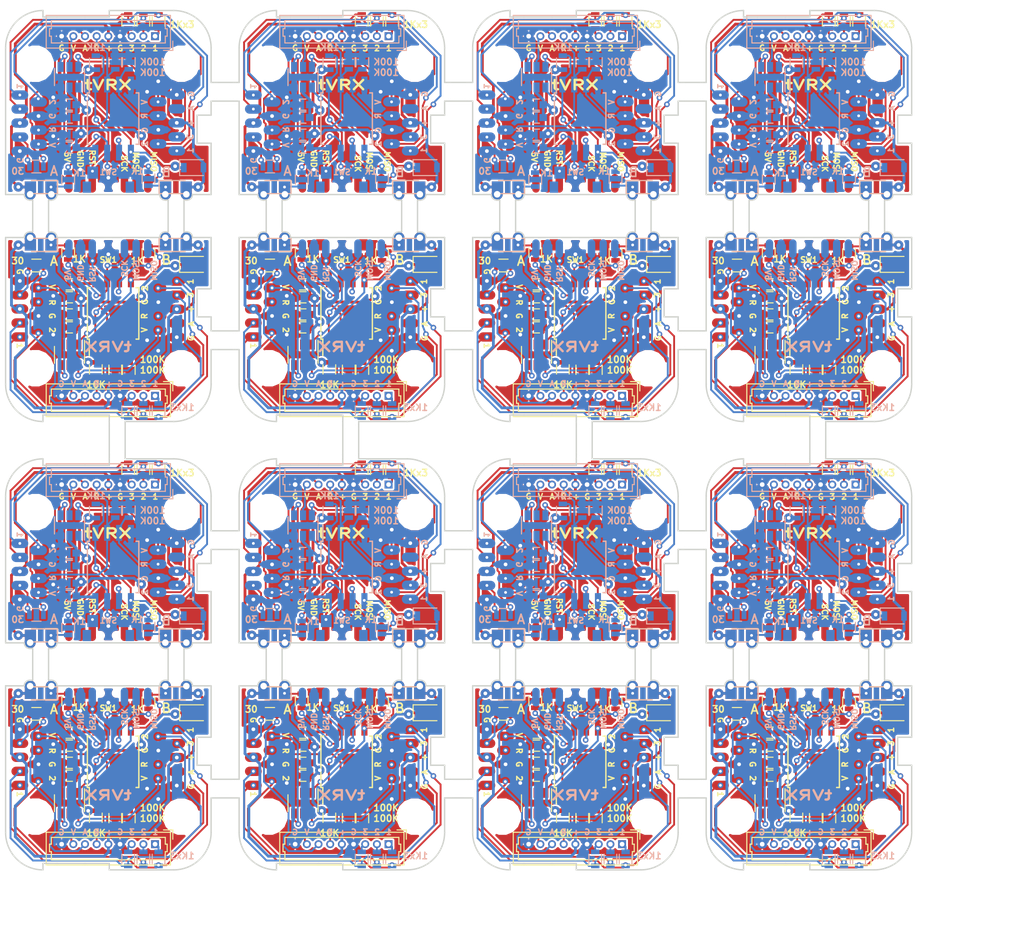
<source format=kicad_pcb>
(kicad_pcb (version 4) (host pcbnew 4.0.7)
  (layers (0 F.Cu signal) (31 B.Cu signal) (34 B.Paste user) (35 F.Paste user) (36 B.SilkS user) (37 F.SilkS user) (38 B.Mask user) (39 F.Mask user) (44 Edge.Cuts user))
  (net 0 "")
  (net 1 GND)
  (net 2 /PROG_PWR)
  (net 3 VCC)
  (net 4 "Net-(D1-Pad1)")
  (net 5 "Net-(D2-Pad1)")
  (net 6 "Net-(J1-Pad1)")
  (net 7 "Net-(J1-Pad2)")
  (net 8 "Net-(J1-Pad3)")
  (net 9 /RSSI_A)
  (net 10 /AUD_IN)
  (net 11 /VideoOut)
  (net 12 "Net-(J2-Pad1)")
  (net 13 "Net-(J2-Pad2)")
  (net 14 "Net-(J2-Pad3)")
  (net 15 /AUD_OUT)
  (net 16 /VideoA)
  (net 17 /RSSI_B)
  (net 18 "Net-(J3-Pad7)")
  (net 19 /VideoB)
  (net 20 /MISO)
  (net 21 /SCK)
  (net 22 /MOSI)
  (net 23 /RST)
  (module Mounting_Holes:MountingHole_2.2mm_M2 (layer B.Cu) (at 190.3 64.15)
    (fp_text reference REF** hide)
    (fp_text value MountingHole_2.2mm_M2 hide)
    (pad "" np_thru_hole circle (at 0 0) (size 0.6 0.6) (drill 0.6) (layers *.Cu *.Mask))
  )
  (module Mounting_Holes:MountingHole_2.2mm_M2 (layer B.Cu) (at 191.2 64.15)
    (fp_text reference REF** hide)
    (fp_text value MountingHole_2.2mm_M2 hide)
    (pad "" np_thru_hole circle (at 0 0) (size 0.6 0.6) (drill 0.6) (layers *.Cu *.Mask))
  )
  (module Mounting_Holes:MountingHole_2.2mm_M2 (layer B.Cu) (at 191.2 67.35)
    (fp_text reference REF** hide)
    (fp_text value MountingHole_2.2mm_M2 hide)
    (pad "" np_thru_hole circle (at 0 0) (size 0.6 0.6) (drill 0.6) (layers *.Cu *.Mask))
  )
  (module Mounting_Holes:MountingHole_2.2mm_M2 (layer B.Cu) (at 190.3 67.35)
    (fp_text reference REF** hide)
    (fp_text value MountingHole_2.2mm_M2 hide)
    (pad "" np_thru_hole circle (at 0 0) (size 0.6 0.6) (drill 0.6) (layers *.Cu *.Mask))
  )
  (module Mounting_Holes:MountingHole_2.2mm_M2 (layer B.Cu) (at 215.3 67.35)
    (fp_text reference REF** hide)
    (fp_text value MountingHole_2.2mm_M2 hide)
    (pad "" np_thru_hole circle (at 0 0) (size 0.6 0.6) (drill 0.6) (layers *.Cu *.Mask))
  )
  (module Mounting_Holes:MountingHole_2.2mm_M2 (layer B.Cu) (at 216.2 67.35)
    (fp_text reference REF** hide)
    (fp_text value MountingHole_2.2mm_M2 hide)
    (pad "" np_thru_hole circle (at 0 0) (size 0.6 0.6) (drill 0.6) (layers *.Cu *.Mask))
  )
  (module Mounting_Holes:MountingHole_2.2mm_M2 (layer B.Cu) (at 216.2 64.15)
    (fp_text reference REF** hide)
    (fp_text value MountingHole_2.2mm_M2 hide)
    (pad "" np_thru_hole circle (at 0 0) (size 0.6 0.6) (drill 0.6) (layers *.Cu *.Mask))
  )
  (module Mounting_Holes:MountingHole_2.2mm_M2 (layer B.Cu) (at 215.3 64.15)
    (fp_text reference REF** hide)
    (fp_text value MountingHole_2.2mm_M2 hide)
    (pad "" np_thru_hole circle (at 0 0) (size 0.6 0.6) (drill 0.6) (layers *.Cu *.Mask))
  )
  (module Mounting_Holes:MountingHole_2.2mm_M2 (layer B.Cu) (at 165.3 64.15)
    (fp_text reference REF** hide)
    (fp_text value MountingHole_2.2mm_M2 hide)
    (pad "" np_thru_hole circle (at 0 0) (size 0.6 0.6) (drill 0.6) (layers *.Cu *.Mask))
  )
  (module Mounting_Holes:MountingHole_2.2mm_M2 (layer B.Cu) (at 166.2 64.15)
    (fp_text reference REF** hide)
    (fp_text value MountingHole_2.2mm_M2 hide)
    (pad "" np_thru_hole circle (at 0 0) (size 0.6 0.6) (drill 0.6) (layers *.Cu *.Mask))
  )
  (module Mounting_Holes:MountingHole_2.2mm_M2 (layer B.Cu) (at 166.2 67.35)
    (fp_text reference REF** hide)
    (fp_text value MountingHole_2.2mm_M2 hide)
    (pad "" np_thru_hole circle (at 0 0) (size 0.6 0.6) (drill 0.6) (layers *.Cu *.Mask))
  )
  (module Mounting_Holes:MountingHole_2.2mm_M2 (layer B.Cu) (at 165.3 67.35)
    (fp_text reference REF** hide)
    (fp_text value MountingHole_2.2mm_M2 hide)
    (pad "" np_thru_hole circle (at 0 0) (size 0.6 0.6) (drill 0.6) (layers *.Cu *.Mask))
  )
  (module Mounting_Holes:MountingHole_2.2mm_M2 (layer B.Cu) (at 140.3 67.35)
    (fp_text reference REF** hide)
    (fp_text value MountingHole_2.2mm_M2 hide)
    (pad "" np_thru_hole circle (at 0 0) (size 0.6 0.6) (drill 0.6) (layers *.Cu *.Mask))
  )
  (module Mounting_Holes:MountingHole_2.2mm_M2 (layer B.Cu) (at 141.2 67.35)
    (fp_text reference REF** hide)
    (fp_text value MountingHole_2.2mm_M2 hide)
    (pad "" np_thru_hole circle (at 0 0) (size 0.6 0.6) (drill 0.6) (layers *.Cu *.Mask))
  )
  (module Mounting_Holes:MountingHole_2.2mm_M2 (layer B.Cu) (at 141.2 64.15)
    (fp_text reference REF** hide)
    (fp_text value MountingHole_2.2mm_M2 hide)
    (pad "" np_thru_hole circle (at 0 0) (size 0.6 0.6) (drill 0.6) (layers *.Cu *.Mask))
  )
  (module Mounting_Holes:MountingHole_2.2mm_M2 (layer B.Cu) (at 140.3 64.15)
    (fp_text reference REF** hide)
    (fp_text value MountingHole_2.2mm_M2 hide)
    (pad "" np_thru_hole circle (at 0 0) (size 0.6 0.6) (drill 0.6) (layers *.Cu *.Mask))
  )
  (module KiCadCustomLibs:Pads_prog_3pin1.25mm (layer B.Cu) (at 142.8 45.25 180)
    (fp_text reference J5 hide)
    (fp_text value Prog2 hide)
    (pad 1 smd oval (at -1.225 0 180) (size 0.8 2) (layers B.Cu B.Paste B.Mask) (net 22 /MOSI))
    (pad 2 smd oval (at 0.025 0 180) (size 0.8 2) (layers B.Cu B.Paste B.Mask) (net 20 /MISO))
    (pad 3 smd oval (at 1.275 0 180) (size 0.8 2) (layers B.Cu B.Paste B.Mask) (net 21 /SCK))
  )
  (module KiCadCustomLibs:Pads_prog_3pin1.25mm (layer B.Cu) (at 136.8 45.25)
    (fp_text reference J4 hide)
    (fp_text value Prog1 hide)
    (pad 1 smd oval (at -1.225 0) (size 0.8 2) (layers B.Cu B.Paste B.Mask) (net 2 /PROG_PWR))
    (pad 2 smd oval (at 0.025 0) (size 0.8 2) (layers B.Cu B.Paste B.Mask) (net 1 GND))
    (pad 3 smd oval (at 1.275 0) (size 0.8 2) (layers B.Cu B.Paste B.Mask) (net 23 /RST))
  )
  (module LEDs:LED_0805 (layer B.Cu) (at 132.56 44.85 180)
    (fp_text reference D1 hide)
    (fp_text value LED hide)
    (pad 2 smd rect (at 1.1 0) (size 1.2 1.2) (layers B.Cu B.Paste B.Mask) (net 3 VCC))
    (pad 1 smd rect (at -1.1 0) (size 1.2 1.2) (layers B.Cu B.Paste B.Mask) (net 4 "Net-(D1-Pad1)"))
  )
  (module LEDs:LED_0805 (layer B.Cu) (at 147.03 44.85)
    (fp_text reference D2 hide)
    (fp_text value LED hide)
    (pad 2 smd rect (at 1.1 0 180) (size 1.2 1.2) (layers B.Cu B.Paste B.Mask) (net 3 VCC))
    (pad 1 smd rect (at -1.1 0 180) (size 1.2 1.2) (layers B.Cu B.Paste B.Mask) (net 5 "Net-(D2-Pad1)"))
  )
  (module Housings_SOIC:SOIJ-8_5.3x5.3mm_Pitch1.27mm (layer F.Cu) (at 140.31 52.18 90)
    (fp_text reference U2 hide)
    (fp_text value ATTINY85-20SU hide)
    (pad 1 smd rect (at -3.65 -1.905 90) (size 1.7 0.65) (layers F.Cu F.Paste F.Mask) (net 23 /RST))
    (pad 2 smd rect (at -3.65 -0.635 90) (size 1.7 0.65) (layers F.Cu F.Paste F.Mask) (net 9 /RSSI_A))
    (pad 3 smd rect (at -3.65 0.635 90) (size 1.7 0.65) (layers F.Cu F.Paste F.Mask) (net 17 /RSSI_B))
    (pad 4 smd rect (at -3.65 1.905 90) (size 1.7 0.65) (layers F.Cu F.Paste F.Mask) (net 1 GND))
    (pad 5 smd rect (at 3.65 1.905 90) (size 1.7 0.65) (layers F.Cu F.Paste F.Mask) (net 22 /MOSI))
    (pad 6 smd rect (at 3.65 0.635 90) (size 1.7 0.65) (layers F.Cu F.Paste F.Mask) (net 20 /MISO))
    (pad 7 smd rect (at 3.65 -0.635 90) (size 1.7 0.65) (layers F.Cu F.Paste F.Mask) (net 21 /SCK))
    (pad 8 smd rect (at 3.65 -1.905 90) (size 1.7 0.65) (layers F.Cu F.Paste F.Mask) (net 2 /PROG_PWR))
  )
  (module KiCadCustomLibs:Pads_9pin_chess (layer F.Cu) (at 130.325 51.7 90)
    (fp_text reference J2 hide)
    (fp_text value RX_A hide)
    (pad 8 smd oval (at 2.25 2 90) (size 1 1.8) (layers F.Cu F.Paste F.Mask) (net 16 /VideoA))
    (pad 6 smd oval (at 0.75 2 90) (size 1 1.8) (layers F.Cu F.Paste F.Mask) (net 9 /RSSI_A))
    (pad 2 smd oval (at -2.25 2 90) (size 1 1.8) (layers F.Cu F.Paste F.Mask) (net 13 "Net-(J2-Pad2)"))
    (pad 4 smd oval (at -0.75 2 90) (size 1 1.8) (layers F.Cu F.Paste F.Mask) (net 1 GND))
    (pad 9 smd oval (at 3 0 90) (size 1 1.8) (layers F.Cu F.Paste F.Mask) (net 1 GND))
    (pad 1 smd oval (at -3 0 90) (size 1 1.8) (layers F.Cu F.Paste F.Mask) (net 12 "Net-(J2-Pad1)"))
    (pad 3 smd oval (at -1.5 0 90) (size 1 1.8) (layers F.Cu F.Paste F.Mask) (net 14 "Net-(J2-Pad3)"))
    (pad 7 smd oval (at 1.5 0 90) (size 1 1.8) (layers F.Cu F.Paste F.Mask) (net 15 /AUD_OUT))
    (pad 5 smd oval (at 0 0 90) (size 1 1.8) (layers F.Cu F.Paste F.Mask) (net 3 VCC))
  )
  (module KiCadCustomLibs:Pads_9pin_chess (layer F.Cu) (at 147.125 51.725 270)
    (fp_text reference J3 hide)
    (fp_text value RX_B hide)
    (pad 8 smd oval (at 2.25 2 270) (size 1 1.8) (layers F.Cu F.Paste F.Mask) (net 19 /VideoB))
    (pad 6 smd oval (at 0.75 2 270) (size 1 1.8) (layers F.Cu F.Paste F.Mask) (net 17 /RSSI_B))
    (pad 2 smd oval (at -2.25 2 270) (size 1 1.8) (layers F.Cu F.Paste F.Mask) (net 13 "Net-(J2-Pad2)"))
    (pad 4 smd oval (at -0.75 2 270) (size 1 1.8) (layers F.Cu F.Paste F.Mask) (net 1 GND))
    (pad 9 smd oval (at 3 0 270) (size 1 1.8) (layers F.Cu F.Paste F.Mask) (net 1 GND))
    (pad 1 smd oval (at -3 0 270) (size 1 1.8) (layers F.Cu F.Paste F.Mask) (net 12 "Net-(J2-Pad1)"))
    (pad 3 smd oval (at -1.5 0 270) (size 1 1.8) (layers F.Cu F.Paste F.Mask) (net 14 "Net-(J2-Pad3)"))
    (pad 7 smd oval (at 1.5 0 270) (size 1 1.8) (layers F.Cu F.Paste F.Mask) (net 18 "Net-(J3-Pad7)"))
    (pad 5 smd oval (at 0 0 270) (size 1 1.8) (layers F.Cu F.Paste F.Mask) (net 3 VCC))
  )
  (module TO_SOT_Packages_SMD:SOT-23-6 (layer F.Cu) (at 135.64 56.61 270)
    (fp_text reference U1 hide)
    (fp_text value MAX4624 hide)
    (pad 1 smd rect (at -1.1 -0.95 270) (size 1.06 0.65) (layers F.Cu F.Paste F.Mask) (net 22 /MOSI))
    (pad 2 smd rect (at -1.1 0 270) (size 1.06 0.65) (layers F.Cu F.Paste F.Mask) (net 2 /PROG_PWR))
    (pad 3 smd rect (at -1.1 0.95 270) (size 1.06 0.65) (layers F.Cu F.Paste F.Mask) (net 1 GND))
    (pad 4 smd rect (at 1.1 0.95 270) (size 1.06 0.65) (layers F.Cu F.Paste F.Mask) (net 16 /VideoA))
    (pad 6 smd rect (at 1.1 -0.95 270) (size 1.06 0.65) (layers F.Cu F.Paste F.Mask) (net 19 /VideoB))
    (pad 5 smd rect (at 1.1 0 270) (size 1.06 0.65) (layers F.Cu F.Paste F.Mask) (net 11 /VideoOut))
  )
  (module Resistors_SMD:R_0603 (layer F.Cu) (at 138.46 58.17 90)
    (fp_text reference R9 hide)
    (fp_text value 10K hide)
    (pad 1 smd rect (at -0.75 0 90) (size 0.5 0.9) (layers F.Cu F.Paste F.Mask) (net 23 /RST))
    (pad 2 smd rect (at 0.75 0 90) (size 0.5 0.9) (layers F.Cu F.Paste F.Mask) (net 2 /PROG_PWR))
  )
  (module Resistors_SMD:R_0603 (layer F.Cu) (at 132.1 47.05 180)
    (fp_text reference R8 hide)
    (fp_text value 30 hide)
    (pad 1 smd rect (at -0.75 0 180) (size 0.5 0.9) (layers F.Cu F.Paste F.Mask) (net 10 /AUD_IN))
    (pad 2 smd rect (at 0.75 0 180) (size 0.5 0.9) (layers F.Cu F.Paste F.Mask) (net 15 /AUD_OUT))
  )
  (module Resistors_SMD:R_0603 (layer F.Cu) (at 144.1 45.75 90)
    (fp_text reference R7 hide)
    (fp_text value 1K hide)
    (pad 1 smd rect (at -0.75 0 90) (size 0.5 0.9) (layers F.Cu F.Paste F.Mask) (net 20 /MISO))
    (pad 2 smd rect (at 0.75 0 90) (size 0.5 0.9) (layers F.Cu F.Paste F.Mask) (net 5 "Net-(D2-Pad1)"))
  )
  (module Resistors_SMD:R_0603 (layer F.Cu) (at 135.5 45.65 90)
    (fp_text reference R6 hide)
    (fp_text value 1K hide)
    (pad 1 smd rect (at -0.75 0 90) (size 0.5 0.9) (layers F.Cu F.Paste F.Mask) (net 21 /SCK))
    (pad 2 smd rect (at 0.75 0 90) (size 0.5 0.9) (layers F.Cu F.Paste F.Mask) (net 4 "Net-(D1-Pad1)"))
  )
  (module Resistors_SMD:R_0603 (layer F.Cu) (at 140.54 58.21 90)
    (fp_text reference R4 hide)
    (fp_text value 100K hide)
    (pad 1 smd rect (at -0.75 0 90) (size 0.5 0.9) (layers F.Cu F.Paste F.Mask) (net 1 GND))
    (pad 2 smd rect (at 0.75 0 90) (size 0.5 0.9) (layers F.Cu F.Paste F.Mask) (net 9 /RSSI_A))
  )
  (module Resistors_SMD:R_0603 (layer B.Cu) (at 145.175 62.575 270)
    (fp_text reference R3 hide)
    (fp_text value 1K hide)
    (pad 1 smd rect (at -0.75 0 270) (size 0.5 0.9) (layers B.Cu B.Paste B.Mask) (net 6 "Net-(J1-Pad1)"))
    (pad 2 smd rect (at 0.75 0 270) (size 0.5 0.9) (layers B.Cu B.Paste B.Mask) (net 12 "Net-(J2-Pad1)"))
  )
  (module Resistors_SMD:R_0603 (layer B.Cu) (at 143.55 62.575 270)
    (fp_text reference R2 hide)
    (fp_text value 1K hide)
    (pad 1 smd rect (at -0.75 0 270) (size 0.5 0.9) (layers B.Cu B.Paste B.Mask) (net 7 "Net-(J1-Pad2)"))
    (pad 2 smd rect (at 0.75 0 270) (size 0.5 0.9) (layers B.Cu B.Paste B.Mask) (net 13 "Net-(J2-Pad2)"))
  )
  (module Resistors_SMD:R_0603 (layer B.Cu) (at 141.925 62.575 270)
    (fp_text reference R1 hide)
    (fp_text value 1K hide)
    (pad 1 smd rect (at -0.75 0 270) (size 0.5 0.9) (layers B.Cu B.Paste B.Mask) (net 8 "Net-(J1-Pad3)"))
    (pad 2 smd rect (at 0.75 0 270) (size 0.5 0.9) (layers B.Cu B.Paste B.Mask) (net 14 "Net-(J2-Pad3)"))
  )
  (module Capacitors_SMD:C_0603 (layer F.Cu) (at 135.62 50.45)
    (fp_text reference C4 hide)
    (fp_text value 10uf hide)
    (pad 2 smd rect (at 0.75 0) (size 0.8 0.75) (layers F.Cu F.Paste F.Mask) (net 2 /PROG_PWR))
    (pad 1 smd rect (at -0.75 0) (size 0.8 0.75) (layers F.Cu F.Paste F.Mask) (net 1 GND))
  )
  (module Capacitors_SMD:C_0603 (layer F.Cu) (at 135.62 49.07)
    (fp_text reference C3 hide)
    (fp_text value 100n hide)
    (pad 2 smd rect (at 0.75 0) (size 0.8 0.75) (layers F.Cu F.Paste F.Mask) (net 2 /PROG_PWR))
    (pad 1 smd rect (at -0.75 0) (size 0.8 0.75) (layers F.Cu F.Paste F.Mask) (net 1 GND))
  )
  (module Capacitors_SMD:C_0603 (layer F.Cu) (at 135.61 52.29 180)
    (fp_text reference C2 hide)
    (fp_text value 10n hide)
    (pad 2 smd rect (at 0.75 0 180) (size 0.8 0.75) (layers F.Cu F.Paste F.Mask) (net 1 GND))
    (pad 1 smd rect (at -0.75 0 180) (size 0.8 0.75) (layers F.Cu F.Paste F.Mask) (net 2 /PROG_PWR))
  )
  (module Capacitors_SMD:C_0603 (layer F.Cu) (at 135.61 53.67 180)
    (fp_text reference C1 hide)
    (fp_text value 100n hide)
    (pad 2 smd rect (at 0.75 0 180) (size 0.8 0.75) (layers F.Cu F.Paste F.Mask) (net 1 GND))
    (pad 1 smd rect (at -0.75 0 180) (size 0.8 0.75) (layers F.Cu F.Paste F.Mask) (net 2 /PROG_PWR))
  )
  (module Connectors_Molex:Molex_PicoBlade_53047-0910_09x1.25mm_Straight (layer F.Cu) (at 144.8 61 180)
    (fp_text reference J1 hide)
    (fp_text value Googles hide)
    (pad 1 thru_hole rect (at 0 0 180) (size 0.85 0.85) (drill 0.5) (layers *.Cu *.Mask) (net 6 "Net-(J1-Pad1)"))
    (pad 2 thru_hole circle (at 1.25 0 180) (size 0.85 0.85) (drill 0.5) (layers *.Cu *.Mask) (net 7 "Net-(J1-Pad2)"))
    (pad 3 thru_hole circle (at 2.5 0 180) (size 0.85 0.85) (drill 0.5) (layers *.Cu *.Mask) (net 8 "Net-(J1-Pad3)"))
    (pad 4 thru_hole circle (at 3.75 0 180) (size 0.85 0.85) (drill 0.5) (layers *.Cu *.Mask) (net 1 GND))
    (pad 5 thru_hole circle (at 5 0 180) (size 0.85 0.85) (drill 0.5) (layers *.Cu *.Mask) (net 3 VCC))
    (pad 6 thru_hole circle (at 6.25 0 180) (size 0.85 0.85) (drill 0.5) (layers *.Cu *.Mask) (net 9 /RSSI_A))
    (pad 7 thru_hole circle (at 7.5 0 180) (size 0.85 0.85) (drill 0.5) (layers *.Cu *.Mask) (net 10 /AUD_IN))
    (pad 8 thru_hole circle (at 8.75 0 180) (size 0.85 0.85) (drill 0.5) (layers *.Cu *.Mask) (net 11 /VideoOut))
    (pad 9 thru_hole circle (at 10 0 180) (size 0.85 0.85) (drill 0.5) (layers *.Cu *.Mask) (net 1 GND))
  )
  (module LEDs:LED_0805 (layer F.Cu) (at 132.56 44.85 180)
    (fp_text reference D1 hide)
    (fp_text value LED hide)
    (pad 2 smd rect (at 1.1 0) (size 1.2 1.2) (layers F.Cu F.Paste F.Mask) (net 3 VCC))
    (pad 1 smd rect (at -1.1 0) (size 1.2 1.2) (layers F.Cu F.Paste F.Mask) (net 4 "Net-(D1-Pad1)"))
  )
  (module LEDs:LED_0805 (layer F.Cu) (at 147.03 44.85)
    (fp_text reference D2 hide)
    (fp_text value LED hide)
    (pad 2 smd rect (at 1.1 0 180) (size 1.2 1.2) (layers F.Cu F.Paste F.Mask) (net 3 VCC))
    (pad 1 smd rect (at -1.1 0 180) (size 1.2 1.2) (layers F.Cu F.Paste F.Mask) (net 5 "Net-(D2-Pad1)"))
  )
  (module Mounting_Holes:MountingHole_2.5mm (layer F.Cu) (at 132 58.05)
    (fp_text reference REF** hide)
    (fp_text value MountingHole_2.5mm hide)
    (pad 1 np_thru_hole circle (at 0 0) (size 2.5 2.5) (drill 2.5) (layers *.Cu *.Mask))
  )
  (module Mounting_Holes:MountingHole_2.5mm (layer F.Cu) (at 148.3 58.05)
    (fp_text reference REF** hide)
    (fp_text value MountingHole_2.5mm hide)
    (pad "" np_thru_hole circle (at -0.7 0) (size 2.5 2.5) (drill 2.5) (layers *.Cu *.Mask))
  )
  (module Connectors:Pin_d0.7mm_L6.5mm_W1.8mm_FlatFork (layer F.Cu) (at 131.425 44.075)
    (fp_text reference REF** hide)
    (fp_text value Pin_d0.7mm_L6.5mm_W1.8mm_FlatFork hide)
    (pad 1 thru_hole circle (at 0 0) (size 1.2 1.2) (drill 0.7) (layers *.Cu *.Mask) (net 3 VCC))
  )
  (module Connectors:Pin_d0.7mm_L6.5mm_W1.8mm_FlatFork (layer F.Cu) (at 133.7 44.075)
    (fp_text reference REF** hide)
    (fp_text value Pin_d0.7mm_L6.5mm_W1.8mm_FlatFork hide)
    (pad 1 thru_hole circle (at 0 0) (size 1.2 1.2) (drill 0.7) (layers *.Cu *.Mask) (net 4 "Net-(D1-Pad1)"))
  )
  (module Connectors:Pin_d0.7mm_L6.5mm_W1.8mm_FlatFork (layer F.Cu) (at 145.9 44.075)
    (fp_text reference REF** hide)
    (fp_text value Pin_d0.7mm_L6.5mm_W1.8mm_FlatFork hide)
    (pad 1 thru_hole circle (at 0 0) (size 1.2 1.2) (drill 0.7) (layers *.Cu *.Mask) (net 5 "Net-(D2-Pad1)"))
  )
  (module Connectors:Pin_d0.7mm_L6.5mm_W1.8mm_FlatFork (layer F.Cu) (at 148.15 44.075)
    (fp_text reference REF** hide)
    (fp_text value Pin_d0.7mm_L6.5mm_W1.8mm_FlatFork hide)
    (pad 1 thru_hole circle (at 0 0) (size 1.2 1.2) (drill 0.7) (layers *.Cu *.Mask) (net 3 VCC))
  )
  (module Button_TS-018 (layer F.Cu) (at 139.8 44.84)
    (fp_text reference SW1 (at 0 1.6) (layer F.SilkS) (effects (font (size 0.6 0.6))))
    (fp_text value SW_Push hide)
    (pad "" np_thru_hole circle (at -0.85 0) (size 0.6 0.6) (drill 0.6) (layers *.Cu *.Mask))
    (pad 2 smd rect (at 1.675 1.55) (size 1.15 1.3) (layers F.Cu F.Paste F.Mask) (net 1 GND))
    (pad 1 smd rect (at -1.675 1.55) (size 1.15 1.3) (layers F.Cu F.Paste F.Mask) (net 23 /RST))
    (pad "" smd rect (at -2.3 0) (size 0.9 1.2) (layers F.Cu F.Paste F.Mask))
    (pad "" smd rect (at 2.3 0) (size 0.9 1.2) (layers F.Cu F.Paste F.Mask))
    (pad "" np_thru_hole circle (at 0.85 0) (size 0.6 0.6) (drill 0.6) (layers *.Cu *.Mask))
  )
  (module Resistors_SMD:R_0603 (layer F.Cu) (at 141.99 58.21 90)
    (fp_text reference R5 hide)
    (fp_text value 100K hide)
    (pad 1 smd rect (at -0.75 0 90) (size 0.5 0.9) (layers F.Cu F.Paste F.Mask) (net 1 GND))
    (pad 2 smd rect (at 0.75 0 90) (size 0.5 0.9) (layers F.Cu F.Paste F.Mask) (net 17 /RSSI_B))
  )
  (module Diodes_SMD:D_SOD-323 (layer F.Cu) (at 148.93 46.93)
    (fp_text reference D3 hide)
    (fp_text value B5819WS hide)
    (pad 1 smd rect (at -1.05 0) (size 0.6 1) (layers F.Cu F.Paste F.Mask) (net 2 /PROG_PWR))
    (pad 2 smd rect (at 1.05 0) (size 0.6 1) (layers F.Cu F.Paste F.Mask) (net 3 VCC))
  )
  (module Diodes_SMD:D_SOD-323 (layer F.Cu) (at 173.93 46.93)
    (fp_text reference D3 hide)
    (fp_text value B5819WS hide)
    (pad 1 smd rect (at -1.05 0) (size 0.6 1) (layers F.Cu F.Paste F.Mask) (net 2 /PROG_PWR))
    (pad 2 smd rect (at 1.05 0) (size 0.6 1) (layers F.Cu F.Paste F.Mask) (net 3 VCC))
  )
  (module Resistors_SMD:R_0603 (layer F.Cu) (at 166.99 58.21 90)
    (fp_text reference R5 hide)
    (fp_text value 100K hide)
    (pad 1 smd rect (at -0.75 0 90) (size 0.5 0.9) (layers F.Cu F.Paste F.Mask) (net 1 GND))
    (pad 2 smd rect (at 0.75 0 90) (size 0.5 0.9) (layers F.Cu F.Paste F.Mask) (net 17 /RSSI_B))
  )
  (module Button_TS-018 (layer F.Cu) (at 164.8 44.84)
    (fp_text reference SW1 (at 0 1.6) (layer F.SilkS) (effects (font (size 0.6 0.6))))
    (fp_text value SW_Push hide)
    (pad "" np_thru_hole circle (at -0.85 0) (size 0.6 0.6) (drill 0.6) (layers *.Cu *.Mask))
    (pad 2 smd rect (at 1.675 1.55) (size 1.15 1.3) (layers F.Cu F.Paste F.Mask) (net 1 GND))
    (pad 1 smd rect (at -1.675 1.55) (size 1.15 1.3) (layers F.Cu F.Paste F.Mask) (net 23 /RST))
    (pad "" smd rect (at -2.3 0) (size 0.9 1.2) (layers F.Cu F.Paste F.Mask))
    (pad "" smd rect (at 2.3 0) (size 0.9 1.2) (layers F.Cu F.Paste F.Mask))
    (pad "" np_thru_hole circle (at 0.85 0) (size 0.6 0.6) (drill 0.6) (layers *.Cu *.Mask))
  )
  (module Connectors:Pin_d0.7mm_L6.5mm_W1.8mm_FlatFork (layer F.Cu) (at 173.15 44.075)
    (fp_text reference REF** hide)
    (fp_text value Pin_d0.7mm_L6.5mm_W1.8mm_FlatFork hide)
    (pad 1 thru_hole circle (at 0 0) (size 1.2 1.2) (drill 0.7) (layers *.Cu *.Mask) (net 3 VCC))
  )
  (module Connectors:Pin_d0.7mm_L6.5mm_W1.8mm_FlatFork (layer F.Cu) (at 170.9 44.075)
    (fp_text reference REF** hide)
    (fp_text value Pin_d0.7mm_L6.5mm_W1.8mm_FlatFork hide)
    (pad 1 thru_hole circle (at 0 0) (size 1.2 1.2) (drill 0.7) (layers *.Cu *.Mask) (net 5 "Net-(D2-Pad1)"))
  )
  (module Connectors:Pin_d0.7mm_L6.5mm_W1.8mm_FlatFork (layer F.Cu) (at 158.7 44.075)
    (fp_text reference REF** hide)
    (fp_text value Pin_d0.7mm_L6.5mm_W1.8mm_FlatFork hide)
    (pad 1 thru_hole circle (at 0 0) (size 1.2 1.2) (drill 0.7) (layers *.Cu *.Mask) (net 4 "Net-(D1-Pad1)"))
  )
  (module Connectors:Pin_d0.7mm_L6.5mm_W1.8mm_FlatFork (layer F.Cu) (at 156.425 44.075)
    (fp_text reference REF** hide)
    (fp_text value Pin_d0.7mm_L6.5mm_W1.8mm_FlatFork hide)
    (pad 1 thru_hole circle (at 0 0) (size 1.2 1.2) (drill 0.7) (layers *.Cu *.Mask) (net 3 VCC))
  )
  (module Mounting_Holes:MountingHole_2.5mm (layer F.Cu) (at 173.3 58.05)
    (fp_text reference REF** hide)
    (fp_text value MountingHole_2.5mm hide)
    (pad "" np_thru_hole circle (at -0.7 0) (size 2.5 2.5) (drill 2.5) (layers *.Cu *.Mask))
  )
  (module Mounting_Holes:MountingHole_2.5mm (layer F.Cu) (at 157 58.05)
    (fp_text reference REF** hide)
    (fp_text value MountingHole_2.5mm hide)
    (pad 1 np_thru_hole circle (at 0 0) (size 2.5 2.5) (drill 2.5) (layers *.Cu *.Mask))
  )
  (module LEDs:LED_0805 (layer F.Cu) (at 172.03 44.85)
    (fp_text reference D2 hide)
    (fp_text value LED hide)
    (pad 2 smd rect (at 1.1 0 180) (size 1.2 1.2) (layers F.Cu F.Paste F.Mask) (net 3 VCC))
    (pad 1 smd rect (at -1.1 0 180) (size 1.2 1.2) (layers F.Cu F.Paste F.Mask) (net 5 "Net-(D2-Pad1)"))
  )
  (module LEDs:LED_0805 (layer F.Cu) (at 157.56 44.85 180)
    (fp_text reference D1 hide)
    (fp_text value LED hide)
    (pad 2 smd rect (at 1.1 0) (size 1.2 1.2) (layers F.Cu F.Paste F.Mask) (net 3 VCC))
    (pad 1 smd rect (at -1.1 0) (size 1.2 1.2) (layers F.Cu F.Paste F.Mask) (net 4 "Net-(D1-Pad1)"))
  )
  (module Connectors_Molex:Molex_PicoBlade_53047-0910_09x1.25mm_Straight (layer F.Cu) (at 169.8 61 180)
    (fp_text reference J1 hide)
    (fp_text value Googles hide)
    (pad 1 thru_hole rect (at 0 0 180) (size 0.85 0.85) (drill 0.5) (layers *.Cu *.Mask) (net 6 "Net-(J1-Pad1)"))
    (pad 2 thru_hole circle (at 1.25 0 180) (size 0.85 0.85) (drill 0.5) (layers *.Cu *.Mask) (net 7 "Net-(J1-Pad2)"))
    (pad 3 thru_hole circle (at 2.5 0 180) (size 0.85 0.85) (drill 0.5) (layers *.Cu *.Mask) (net 8 "Net-(J1-Pad3)"))
    (pad 4 thru_hole circle (at 3.75 0 180) (size 0.85 0.85) (drill 0.5) (layers *.Cu *.Mask) (net 1 GND))
    (pad 5 thru_hole circle (at 5 0 180) (size 0.85 0.85) (drill 0.5) (layers *.Cu *.Mask) (net 3 VCC))
    (pad 6 thru_hole circle (at 6.25 0 180) (size 0.85 0.85) (drill 0.5) (layers *.Cu *.Mask) (net 9 /RSSI_A))
    (pad 7 thru_hole circle (at 7.5 0 180) (size 0.85 0.85) (drill 0.5) (layers *.Cu *.Mask) (net 10 /AUD_IN))
    (pad 8 thru_hole circle (at 8.75 0 180) (size 0.85 0.85) (drill 0.5) (layers *.Cu *.Mask) (net 11 /VideoOut))
    (pad 9 thru_hole circle (at 10 0 180) (size 0.85 0.85) (drill 0.5) (layers *.Cu *.Mask) (net 1 GND))
  )
  (module Capacitors_SMD:C_0603 (layer F.Cu) (at 160.61 53.67 180)
    (fp_text reference C1 hide)
    (fp_text value 100n hide)
    (pad 2 smd rect (at 0.75 0 180) (size 0.8 0.75) (layers F.Cu F.Paste F.Mask) (net 1 GND))
    (pad 1 smd rect (at -0.75 0 180) (size 0.8 0.75) (layers F.Cu F.Paste F.Mask) (net 2 /PROG_PWR))
  )
  (module Capacitors_SMD:C_0603 (layer F.Cu) (at 160.61 52.29 180)
    (fp_text reference C2 hide)
    (fp_text value 10n hide)
    (pad 2 smd rect (at 0.75 0 180) (size 0.8 0.75) (layers F.Cu F.Paste F.Mask) (net 1 GND))
    (pad 1 smd rect (at -0.75 0 180) (size 0.8 0.75) (layers F.Cu F.Paste F.Mask) (net 2 /PROG_PWR))
  )
  (module Capacitors_SMD:C_0603 (layer F.Cu) (at 160.62 49.07)
    (fp_text reference C3 hide)
    (fp_text value 100n hide)
    (pad 2 smd rect (at 0.75 0) (size 0.8 0.75) (layers F.Cu F.Paste F.Mask) (net 2 /PROG_PWR))
    (pad 1 smd rect (at -0.75 0) (size 0.8 0.75) (layers F.Cu F.Paste F.Mask) (net 1 GND))
  )
  (module Capacitors_SMD:C_0603 (layer F.Cu) (at 160.62 50.45)
    (fp_text reference C4 hide)
    (fp_text value 10uf hide)
    (pad 2 smd rect (at 0.75 0) (size 0.8 0.75) (layers F.Cu F.Paste F.Mask) (net 2 /PROG_PWR))
    (pad 1 smd rect (at -0.75 0) (size 0.8 0.75) (layers F.Cu F.Paste F.Mask) (net 1 GND))
  )
  (module Resistors_SMD:R_0603 (layer B.Cu) (at 166.925 62.575 270)
    (fp_text reference R1 hide)
    (fp_text value 1K hide)
    (pad 1 smd rect (at -0.75 0 270) (size 0.5 0.9) (layers B.Cu B.Paste B.Mask) (net 8 "Net-(J1-Pad3)"))
    (pad 2 smd rect (at 0.75 0 270) (size 0.5 0.9) (layers B.Cu B.Paste B.Mask) (net 14 "Net-(J2-Pad3)"))
  )
  (module Resistors_SMD:R_0603 (layer B.Cu) (at 168.55 62.575 270)
    (fp_text reference R2 hide)
    (fp_text value 1K hide)
    (pad 1 smd rect (at -0.75 0 270) (size 0.5 0.9) (layers B.Cu B.Paste B.Mask) (net 7 "Net-(J1-Pad2)"))
    (pad 2 smd rect (at 0.75 0 270) (size 0.5 0.9) (layers B.Cu B.Paste B.Mask) (net 13 "Net-(J2-Pad2)"))
  )
  (module Resistors_SMD:R_0603 (layer B.Cu) (at 170.175 62.575 270)
    (fp_text reference R3 hide)
    (fp_text value 1K hide)
    (pad 1 smd rect (at -0.75 0 270) (size 0.5 0.9) (layers B.Cu B.Paste B.Mask) (net 6 "Net-(J1-Pad1)"))
    (pad 2 smd rect (at 0.75 0 270) (size 0.5 0.9) (layers B.Cu B.Paste B.Mask) (net 12 "Net-(J2-Pad1)"))
  )
  (module Resistors_SMD:R_0603 (layer F.Cu) (at 165.54 58.21 90)
    (fp_text reference R4 hide)
    (fp_text value 100K hide)
    (pad 1 smd rect (at -0.75 0 90) (size 0.5 0.9) (layers F.Cu F.Paste F.Mask) (net 1 GND))
    (pad 2 smd rect (at 0.75 0 90) (size 0.5 0.9) (layers F.Cu F.Paste F.Mask) (net 9 /RSSI_A))
  )
  (module Resistors_SMD:R_0603 (layer F.Cu) (at 160.5 45.65 90)
    (fp_text reference R6 hide)
    (fp_text value 1K hide)
    (pad 1 smd rect (at -0.75 0 90) (size 0.5 0.9) (layers F.Cu F.Paste F.Mask) (net 21 /SCK))
    (pad 2 smd rect (at 0.75 0 90) (size 0.5 0.9) (layers F.Cu F.Paste F.Mask) (net 4 "Net-(D1-Pad1)"))
  )
  (module Resistors_SMD:R_0603 (layer F.Cu) (at 169.1 45.75 90)
    (fp_text reference R7 hide)
    (fp_text value 1K hide)
    (pad 1 smd rect (at -0.75 0 90) (size 0.5 0.9) (layers F.Cu F.Paste F.Mask) (net 20 /MISO))
    (pad 2 smd rect (at 0.75 0 90) (size 0.5 0.9) (layers F.Cu F.Paste F.Mask) (net 5 "Net-(D2-Pad1)"))
  )
  (module Resistors_SMD:R_0603 (layer F.Cu) (at 157.1 47.05 180)
    (fp_text reference R8 hide)
    (fp_text value 30 hide)
    (pad 1 smd rect (at -0.75 0 180) (size 0.5 0.9) (layers F.Cu F.Paste F.Mask) (net 10 /AUD_IN))
    (pad 2 smd rect (at 0.75 0 180) (size 0.5 0.9) (layers F.Cu F.Paste F.Mask) (net 15 /AUD_OUT))
  )
  (module Resistors_SMD:R_0603 (layer F.Cu) (at 163.46 58.17 90)
    (fp_text reference R9 hide)
    (fp_text value 10K hide)
    (pad 1 smd rect (at -0.75 0 90) (size 0.5 0.9) (layers F.Cu F.Paste F.Mask) (net 23 /RST))
    (pad 2 smd rect (at 0.75 0 90) (size 0.5 0.9) (layers F.Cu F.Paste F.Mask) (net 2 /PROG_PWR))
  )
  (module TO_SOT_Packages_SMD:SOT-23-6 (layer F.Cu) (at 160.64 56.61 270)
    (fp_text reference U1 hide)
    (fp_text value MAX4624 hide)
    (pad 1 smd rect (at -1.1 -0.95 270) (size 1.06 0.65) (layers F.Cu F.Paste F.Mask) (net 22 /MOSI))
    (pad 2 smd rect (at -1.1 0 270) (size 1.06 0.65) (layers F.Cu F.Paste F.Mask) (net 2 /PROG_PWR))
    (pad 3 smd rect (at -1.1 0.95 270) (size 1.06 0.65) (layers F.Cu F.Paste F.Mask) (net 1 GND))
    (pad 4 smd rect (at 1.1 0.95 270) (size 1.06 0.65) (layers F.Cu F.Paste F.Mask) (net 16 /VideoA))
    (pad 6 smd rect (at 1.1 -0.95 270) (size 1.06 0.65) (layers F.Cu F.Paste F.Mask) (net 19 /VideoB))
    (pad 5 smd rect (at 1.1 0 270) (size 1.06 0.65) (layers F.Cu F.Paste F.Mask) (net 11 /VideoOut))
  )
  (module KiCadCustomLibs:Pads_9pin_chess (layer F.Cu) (at 172.125 51.725 270)
    (fp_text reference J3 hide)
    (fp_text value RX_B hide)
    (pad 8 smd oval (at 2.25 2 270) (size 1 1.8) (layers F.Cu F.Paste F.Mask) (net 19 /VideoB))
    (pad 6 smd oval (at 0.75 2 270) (size 1 1.8) (layers F.Cu F.Paste F.Mask) (net 17 /RSSI_B))
    (pad 2 smd oval (at -2.25 2 270) (size 1 1.8) (layers F.Cu F.Paste F.Mask) (net 13 "Net-(J2-Pad2)"))
    (pad 4 smd oval (at -0.75 2 270) (size 1 1.8) (layers F.Cu F.Paste F.Mask) (net 1 GND))
    (pad 9 smd oval (at 3 0 270) (size 1 1.8) (layers F.Cu F.Paste F.Mask) (net 1 GND))
    (pad 1 smd oval (at -3 0 270) (size 1 1.8) (layers F.Cu F.Paste F.Mask) (net 12 "Net-(J2-Pad1)"))
    (pad 3 smd oval (at -1.5 0 270) (size 1 1.8) (layers F.Cu F.Paste F.Mask) (net 14 "Net-(J2-Pad3)"))
    (pad 7 smd oval (at 1.5 0 270) (size 1 1.8) (layers F.Cu F.Paste F.Mask) (net 18 "Net-(J3-Pad7)"))
    (pad 5 smd oval (at 0 0 270) (size 1 1.8) (layers F.Cu F.Paste F.Mask) (net 3 VCC))
  )
  (module KiCadCustomLibs:Pads_9pin_chess (layer F.Cu) (at 155.325 51.7 90)
    (fp_text reference J2 hide)
    (fp_text value RX_A hide)
    (pad 8 smd oval (at 2.25 2 90) (size 1 1.8) (layers F.Cu F.Paste F.Mask) (net 16 /VideoA))
    (pad 6 smd oval (at 0.75 2 90) (size 1 1.8) (layers F.Cu F.Paste F.Mask) (net 9 /RSSI_A))
    (pad 2 smd oval (at -2.25 2 90) (size 1 1.8) (layers F.Cu F.Paste F.Mask) (net 13 "Net-(J2-Pad2)"))
    (pad 4 smd oval (at -0.75 2 90) (size 1 1.8) (layers F.Cu F.Paste F.Mask) (net 1 GND))
    (pad 9 smd oval (at 3 0 90) (size 1 1.8) (layers F.Cu F.Paste F.Mask) (net 1 GND))
    (pad 1 smd oval (at -3 0 90) (size 1 1.8) (layers F.Cu F.Paste F.Mask) (net 12 "Net-(J2-Pad1)"))
    (pad 3 smd oval (at -1.5 0 90) (size 1 1.8) (layers F.Cu F.Paste F.Mask) (net 14 "Net-(J2-Pad3)"))
    (pad 7 smd oval (at 1.5 0 90) (size 1 1.8) (layers F.Cu F.Paste F.Mask) (net 15 /AUD_OUT))
    (pad 5 smd oval (at 0 0 90) (size 1 1.8) (layers F.Cu F.Paste F.Mask) (net 3 VCC))
  )
  (module Housings_SOIC:SOIJ-8_5.3x5.3mm_Pitch1.27mm (layer F.Cu) (at 165.31 52.18 90)
    (fp_text reference U2 hide)
    (fp_text value ATTINY85-20SU hide)
    (pad 1 smd rect (at -3.65 -1.905 90) (size 1.7 0.65) (layers F.Cu F.Paste F.Mask) (net 23 /RST))
    (pad 2 smd rect (at -3.65 -0.635 90) (size 1.7 0.65) (layers F.Cu F.Paste F.Mask) (net 9 /RSSI_A))
    (pad 3 smd rect (at -3.65 0.635 90) (size 1.7 0.65) (layers F.Cu F.Paste F.Mask) (net 17 /RSSI_B))
    (pad 4 smd rect (at -3.65 1.905 90) (size 1.7 0.65) (layers F.Cu F.Paste F.Mask) (net 1 GND))
    (pad 5 smd rect (at 3.65 1.905 90) (size 1.7 0.65) (layers F.Cu F.Paste F.Mask) (net 22 /MOSI))
    (pad 6 smd rect (at 3.65 0.635 90) (size 1.7 0.65) (layers F.Cu F.Paste F.Mask) (net 20 /MISO))
    (pad 7 smd rect (at 3.65 -0.635 90) (size 1.7 0.65) (layers F.Cu F.Paste F.Mask) (net 21 /SCK))
    (pad 8 smd rect (at 3.65 -1.905 90) (size 1.7 0.65) (layers F.Cu F.Paste F.Mask) (net 2 /PROG_PWR))
  )
  (module LEDs:LED_0805 (layer B.Cu) (at 172.03 44.85)
    (fp_text reference D2 hide)
    (fp_text value LED hide)
    (pad 2 smd rect (at 1.1 0 180) (size 1.2 1.2) (layers B.Cu B.Paste B.Mask) (net 3 VCC))
    (pad 1 smd rect (at -1.1 0 180) (size 1.2 1.2) (layers B.Cu B.Paste B.Mask) (net 5 "Net-(D2-Pad1)"))
  )
  (module LEDs:LED_0805 (layer B.Cu) (at 157.56 44.85 180)
    (fp_text reference D1 hide)
    (fp_text value LED hide)
    (pad 2 smd rect (at 1.1 0) (size 1.2 1.2) (layers B.Cu B.Paste B.Mask) (net 3 VCC))
    (pad 1 smd rect (at -1.1 0) (size 1.2 1.2) (layers B.Cu B.Paste B.Mask) (net 4 "Net-(D1-Pad1)"))
  )
  (module KiCadCustomLibs:Pads_prog_3pin1.25mm (layer B.Cu) (at 161.8 45.25)
    (fp_text reference J4 hide)
    (fp_text value Prog1 hide)
    (pad 1 smd oval (at -1.225 0) (size 0.8 2) (layers B.Cu B.Paste B.Mask) (net 2 /PROG_PWR))
    (pad 2 smd oval (at 0.025 0) (size 0.8 2) (layers B.Cu B.Paste B.Mask) (net 1 GND))
    (pad 3 smd oval (at 1.275 0) (size 0.8 2) (layers B.Cu B.Paste B.Mask) (net 23 /RST))
  )
  (module KiCadCustomLibs:Pads_prog_3pin1.25mm (layer B.Cu) (at 167.8 45.25 180)
    (fp_text reference J5 hide)
    (fp_text value Prog2 hide)
    (pad 1 smd oval (at -1.225 0 180) (size 0.8 2) (layers B.Cu B.Paste B.Mask) (net 22 /MOSI))
    (pad 2 smd oval (at 0.025 0 180) (size 0.8 2) (layers B.Cu B.Paste B.Mask) (net 20 /MISO))
    (pad 3 smd oval (at 1.275 0 180) (size 0.8 2) (layers B.Cu B.Paste B.Mask) (net 21 /SCK))
  )
  (module KiCadCustomLibs:Pads_prog_3pin1.25mm (layer B.Cu) (at 192.8 45.25 180)
    (fp_text reference J5 hide)
    (fp_text value Prog2 hide)
    (pad 1 smd oval (at -1.225 0 180) (size 0.8 2) (layers B.Cu B.Paste B.Mask) (net 22 /MOSI))
    (pad 2 smd oval (at 0.025 0 180) (size 0.8 2) (layers B.Cu B.Paste B.Mask) (net 20 /MISO))
    (pad 3 smd oval (at 1.275 0 180) (size 0.8 2) (layers B.Cu B.Paste B.Mask) (net 21 /SCK))
  )
  (module KiCadCustomLibs:Pads_prog_3pin1.25mm (layer B.Cu) (at 186.8 45.25)
    (fp_text reference J4 hide)
    (fp_text value Prog1 hide)
    (pad 1 smd oval (at -1.225 0) (size 0.8 2) (layers B.Cu B.Paste B.Mask) (net 2 /PROG_PWR))
    (pad 2 smd oval (at 0.025 0) (size 0.8 2) (layers B.Cu B.Paste B.Mask) (net 1 GND))
    (pad 3 smd oval (at 1.275 0) (size 0.8 2) (layers B.Cu B.Paste B.Mask) (net 23 /RST))
  )
  (module LEDs:LED_0805 (layer B.Cu) (at 182.56 44.85 180)
    (fp_text reference D1 hide)
    (fp_text value LED hide)
    (pad 2 smd rect (at 1.1 0) (size 1.2 1.2) (layers B.Cu B.Paste B.Mask) (net 3 VCC))
    (pad 1 smd rect (at -1.1 0) (size 1.2 1.2) (layers B.Cu B.Paste B.Mask) (net 4 "Net-(D1-Pad1)"))
  )
  (module LEDs:LED_0805 (layer B.Cu) (at 197.03 44.85)
    (fp_text reference D2 hide)
    (fp_text value LED hide)
    (pad 2 smd rect (at 1.1 0 180) (size 1.2 1.2) (layers B.Cu B.Paste B.Mask) (net 3 VCC))
    (pad 1 smd rect (at -1.1 0 180) (size 1.2 1.2) (layers B.Cu B.Paste B.Mask) (net 5 "Net-(D2-Pad1)"))
  )
  (module Housings_SOIC:SOIJ-8_5.3x5.3mm_Pitch1.27mm (layer F.Cu) (at 190.31 52.18 90)
    (fp_text reference U2 hide)
    (fp_text value ATTINY85-20SU hide)
    (pad 1 smd rect (at -3.65 -1.905 90) (size 1.7 0.65) (layers F.Cu F.Paste F.Mask) (net 23 /RST))
    (pad 2 smd rect (at -3.65 -0.635 90) (size 1.7 0.65) (layers F.Cu F.Paste F.Mask) (net 9 /RSSI_A))
    (pad 3 smd rect (at -3.65 0.635 90) (size 1.7 0.65) (layers F.Cu F.Paste F.Mask) (net 17 /RSSI_B))
    (pad 4 smd rect (at -3.65 1.905 90) (size 1.7 0.65) (layers F.Cu F.Paste F.Mask) (net 1 GND))
    (pad 5 smd rect (at 3.65 1.905 90) (size 1.7 0.65) (layers F.Cu F.Paste F.Mask) (net 22 /MOSI))
    (pad 6 smd rect (at 3.65 0.635 90) (size 1.7 0.65) (layers F.Cu F.Paste F.Mask) (net 20 /MISO))
    (pad 7 smd rect (at 3.65 -0.635 90) (size 1.7 0.65) (layers F.Cu F.Paste F.Mask) (net 21 /SCK))
    (pad 8 smd rect (at 3.65 -1.905 90) (size 1.7 0.65) (layers F.Cu F.Paste F.Mask) (net 2 /PROG_PWR))
  )
  (module KiCadCustomLibs:Pads_9pin_chess (layer F.Cu) (at 180.325 51.7 90)
    (fp_text reference J2 hide)
    (fp_text value RX_A hide)
    (pad 8 smd oval (at 2.25 2 90) (size 1 1.8) (layers F.Cu F.Paste F.Mask) (net 16 /VideoA))
    (pad 6 smd oval (at 0.75 2 90) (size 1 1.8) (layers F.Cu F.Paste F.Mask) (net 9 /RSSI_A))
    (pad 2 smd oval (at -2.25 2 90) (size 1 1.8) (layers F.Cu F.Paste F.Mask) (net 13 "Net-(J2-Pad2)"))
    (pad 4 smd oval (at -0.75 2 90) (size 1 1.8) (layers F.Cu F.Paste F.Mask) (net 1 GND))
    (pad 9 smd oval (at 3 0 90) (size 1 1.8) (layers F.Cu F.Paste F.Mask) (net 1 GND))
    (pad 1 smd oval (at -3 0 90) (size 1 1.8) (layers F.Cu F.Paste F.Mask) (net 12 "Net-(J2-Pad1)"))
    (pad 3 smd oval (at -1.5 0 90) (size 1 1.8) (layers F.Cu F.Paste F.Mask) (net 14 "Net-(J2-Pad3)"))
    (pad 7 smd oval (at 1.5 0 90) (size 1 1.8) (layers F.Cu F.Paste F.Mask) (net 15 /AUD_OUT))
    (pad 5 smd oval (at 0 0 90) (size 1 1.8) (layers F.Cu F.Paste F.Mask) (net 3 VCC))
  )
  (module KiCadCustomLibs:Pads_9pin_chess (layer F.Cu) (at 197.125 51.725 270)
    (fp_text reference J3 hide)
    (fp_text value RX_B hide)
    (pad 8 smd oval (at 2.25 2 270) (size 1 1.8) (layers F.Cu F.Paste F.Mask) (net 19 /VideoB))
    (pad 6 smd oval (at 0.75 2 270) (size 1 1.8) (layers F.Cu F.Paste F.Mask) (net 17 /RSSI_B))
    (pad 2 smd oval (at -2.25 2 270) (size 1 1.8) (layers F.Cu F.Paste F.Mask) (net 13 "Net-(J2-Pad2)"))
    (pad 4 smd oval (at -0.75 2 270) (size 1 1.8) (layers F.Cu F.Paste F.Mask) (net 1 GND))
    (pad 9 smd oval (at 3 0 270) (size 1 1.8) (layers F.Cu F.Paste F.Mask) (net 1 GND))
    (pad 1 smd oval (at -3 0 270) (size 1 1.8) (layers F.Cu F.Paste F.Mask) (net 12 "Net-(J2-Pad1)"))
    (pad 3 smd oval (at -1.5 0 270) (size 1 1.8) (layers F.Cu F.Paste F.Mask) (net 14 "Net-(J2-Pad3)"))
    (pad 7 smd oval (at 1.5 0 270) (size 1 1.8) (layers F.Cu F.Paste F.Mask) (net 18 "Net-(J3-Pad7)"))
    (pad 5 smd oval (at 0 0 270) (size 1 1.8) (layers F.Cu F.Paste F.Mask) (net 3 VCC))
  )
  (module TO_SOT_Packages_SMD:SOT-23-6 (layer F.Cu) (at 185.64 56.61 270)
    (fp_text reference U1 hide)
    (fp_text value MAX4624 hide)
    (pad 1 smd rect (at -1.1 -0.95 270) (size 1.06 0.65) (layers F.Cu F.Paste F.Mask) (net 22 /MOSI))
    (pad 2 smd rect (at -1.1 0 270) (size 1.06 0.65) (layers F.Cu F.Paste F.Mask) (net 2 /PROG_PWR))
    (pad 3 smd rect (at -1.1 0.95 270) (size 1.06 0.65) (layers F.Cu F.Paste F.Mask) (net 1 GND))
    (pad 4 smd rect (at 1.1 0.95 270) (size 1.06 0.65) (layers F.Cu F.Paste F.Mask) (net 16 /VideoA))
    (pad 6 smd rect (at 1.1 -0.95 270) (size 1.06 0.65) (layers F.Cu F.Paste F.Mask) (net 19 /VideoB))
    (pad 5 smd rect (at 1.1 0 270) (size 1.06 0.65) (layers F.Cu F.Paste F.Mask) (net 11 /VideoOut))
  )
  (module Resistors_SMD:R_0603 (layer F.Cu) (at 188.46 58.17 90)
    (fp_text reference R9 hide)
    (fp_text value 10K hide)
    (pad 1 smd rect (at -0.75 0 90) (size 0.5 0.9) (layers F.Cu F.Paste F.Mask) (net 23 /RST))
    (pad 2 smd rect (at 0.75 0 90) (size 0.5 0.9) (layers F.Cu F.Paste F.Mask) (net 2 /PROG_PWR))
  )
  (module Resistors_SMD:R_0603 (layer F.Cu) (at 182.1 47.05 180)
    (fp_text reference R8 hide)
    (fp_text value 30 hide)
    (pad 1 smd rect (at -0.75 0 180) (size 0.5 0.9) (layers F.Cu F.Paste F.Mask) (net 10 /AUD_IN))
    (pad 2 smd rect (at 0.75 0 180) (size 0.5 0.9) (layers F.Cu F.Paste F.Mask) (net 15 /AUD_OUT))
  )
  (module Resistors_SMD:R_0603 (layer F.Cu) (at 194.1 45.75 90)
    (fp_text reference R7 hide)
    (fp_text value 1K hide)
    (pad 1 smd rect (at -0.75 0 90) (size 0.5 0.9) (layers F.Cu F.Paste F.Mask) (net 20 /MISO))
    (pad 2 smd rect (at 0.75 0 90) (size 0.5 0.9) (layers F.Cu F.Paste F.Mask) (net 5 "Net-(D2-Pad1)"))
  )
  (module Resistors_SMD:R_0603 (layer F.Cu) (at 185.5 45.65 90)
    (fp_text reference R6 hide)
    (fp_text value 1K hide)
    (pad 1 smd rect (at -0.75 0 90) (size 0.5 0.9) (layers F.Cu F.Paste F.Mask) (net 21 /SCK))
    (pad 2 smd rect (at 0.75 0 90) (size 0.5 0.9) (layers F.Cu F.Paste F.Mask) (net 4 "Net-(D1-Pad1)"))
  )
  (module Resistors_SMD:R_0603 (layer F.Cu) (at 190.54 58.21 90)
    (fp_text reference R4 hide)
    (fp_text value 100K hide)
    (pad 1 smd rect (at -0.75 0 90) (size 0.5 0.9) (layers F.Cu F.Paste F.Mask) (net 1 GND))
    (pad 2 smd rect (at 0.75 0 90) (size 0.5 0.9) (layers F.Cu F.Paste F.Mask) (net 9 /RSSI_A))
  )
  (module Resistors_SMD:R_0603 (layer B.Cu) (at 195.175 62.575 270)
    (fp_text reference R3 hide)
    (fp_text value 1K hide)
    (pad 1 smd rect (at -0.75 0 270) (size 0.5 0.9) (layers B.Cu B.Paste B.Mask) (net 6 "Net-(J1-Pad1)"))
    (pad 2 smd rect (at 0.75 0 270) (size 0.5 0.9) (layers B.Cu B.Paste B.Mask) (net 12 "Net-(J2-Pad1)"))
  )
  (module Resistors_SMD:R_0603 (layer B.Cu) (at 193.55 62.575 270)
    (fp_text reference R2 hide)
    (fp_text value 1K hide)
    (pad 1 smd rect (at -0.75 0 270) (size 0.5 0.9) (layers B.Cu B.Paste B.Mask) (net 7 "Net-(J1-Pad2)"))
    (pad 2 smd rect (at 0.75 0 270) (size 0.5 0.9) (layers B.Cu B.Paste B.Mask) (net 13 "Net-(J2-Pad2)"))
  )
  (module Resistors_SMD:R_0603 (layer B.Cu) (at 191.925 62.575 270)
    (fp_text reference R1 hide)
    (fp_text value 1K hide)
    (pad 1 smd rect (at -0.75 0 270) (size 0.5 0.9) (layers B.Cu B.Paste B.Mask) (net 8 "Net-(J1-Pad3)"))
    (pad 2 smd rect (at 0.75 0 270) (size 0.5 0.9) (layers B.Cu B.Paste B.Mask) (net 14 "Net-(J2-Pad3)"))
  )
  (module Capacitors_SMD:C_0603 (layer F.Cu) (at 185.62 50.45)
    (fp_text reference C4 hide)
    (fp_text value 10uf hide)
    (pad 2 smd rect (at 0.75 0) (size 0.8 0.75) (layers F.Cu F.Paste F.Mask) (net 2 /PROG_PWR))
    (pad 1 smd rect (at -0.75 0) (size 0.8 0.75) (layers F.Cu F.Paste F.Mask) (net 1 GND))
  )
  (module Capacitors_SMD:C_0603 (layer F.Cu) (at 185.62 49.07)
    (fp_text reference C3 hide)
    (fp_text value 100n hide)
    (pad 2 smd rect (at 0.75 0) (size 0.8 0.75) (layers F.Cu F.Paste F.Mask) (net 2 /PROG_PWR))
    (pad 1 smd rect (at -0.75 0) (size 0.8 0.75) (layers F.Cu F.Paste F.Mask) (net 1 GND))
  )
  (module Capacitors_SMD:C_0603 (layer F.Cu) (at 185.61 52.29 180)
    (fp_text reference C2 hide)
    (fp_text value 10n hide)
    (pad 2 smd rect (at 0.75 0 180) (size 0.8 0.75) (layers F.Cu F.Paste F.Mask) (net 1 GND))
    (pad 1 smd rect (at -0.75 0 180) (size 0.8 0.75) (layers F.Cu F.Paste F.Mask) (net 2 /PROG_PWR))
  )
  (module Capacitors_SMD:C_0603 (layer F.Cu) (at 185.61 53.67 180)
    (fp_text reference C1 hide)
    (fp_text value 100n hide)
    (pad 2 smd rect (at 0.75 0 180) (size 0.8 0.75) (layers F.Cu F.Paste F.Mask) (net 1 GND))
    (pad 1 smd rect (at -0.75 0 180) (size 0.8 0.75) (layers F.Cu F.Paste F.Mask) (net 2 /PROG_PWR))
  )
  (module Connectors_Molex:Molex_PicoBlade_53047-0910_09x1.25mm_Straight (layer F.Cu) (at 194.8 61 180)
    (fp_text reference J1 hide)
    (fp_text value Googles hide)
    (pad 1 thru_hole rect (at 0 0 180) (size 0.85 0.85) (drill 0.5) (layers *.Cu *.Mask) (net 6 "Net-(J1-Pad1)"))
    (pad 2 thru_hole circle (at 1.25 0 180) (size 0.85 0.85) (drill 0.5) (layers *.Cu *.Mask) (net 7 "Net-(J1-Pad2)"))
    (pad 3 thru_hole circle (at 2.5 0 180) (size 0.85 0.85) (drill 0.5) (layers *.Cu *.Mask) (net 8 "Net-(J1-Pad3)"))
    (pad 4 thru_hole circle (at 3.75 0 180) (size 0.85 0.85) (drill 0.5) (layers *.Cu *.Mask) (net 1 GND))
    (pad 5 thru_hole circle (at 5 0 180) (size 0.85 0.85) (drill 0.5) (layers *.Cu *.Mask) (net 3 VCC))
    (pad 6 thru_hole circle (at 6.25 0 180) (size 0.85 0.85) (drill 0.5) (layers *.Cu *.Mask) (net 9 /RSSI_A))
    (pad 7 thru_hole circle (at 7.5 0 180) (size 0.85 0.85) (drill 0.5) (layers *.Cu *.Mask) (net 10 /AUD_IN))
    (pad 8 thru_hole circle (at 8.75 0 180) (size 0.85 0.85) (drill 0.5) (layers *.Cu *.Mask) (net 11 /VideoOut))
    (pad 9 thru_hole circle (at 10 0 180) (size 0.85 0.85) (drill 0.5) (layers *.Cu *.Mask) (net 1 GND))
  )
  (module LEDs:LED_0805 (layer F.Cu) (at 182.56 44.85 180)
    (fp_text reference D1 hide)
    (fp_text value LED hide)
    (pad 2 smd rect (at 1.1 0) (size 1.2 1.2) (layers F.Cu F.Paste F.Mask) (net 3 VCC))
    (pad 1 smd rect (at -1.1 0) (size 1.2 1.2) (layers F.Cu F.Paste F.Mask) (net 4 "Net-(D1-Pad1)"))
  )
  (module LEDs:LED_0805 (layer F.Cu) (at 197.03 44.85)
    (fp_text reference D2 hide)
    (fp_text value LED hide)
    (pad 2 smd rect (at 1.1 0 180) (size 1.2 1.2) (layers F.Cu F.Paste F.Mask) (net 3 VCC))
    (pad 1 smd rect (at -1.1 0 180) (size 1.2 1.2) (layers F.Cu F.Paste F.Mask) (net 5 "Net-(D2-Pad1)"))
  )
  (module Mounting_Holes:MountingHole_2.5mm (layer F.Cu) (at 182 58.05)
    (fp_text reference REF** hide)
    (fp_text value MountingHole_2.5mm hide)
    (pad 1 np_thru_hole circle (at 0 0) (size 2.5 2.5) (drill 2.5) (layers *.Cu *.Mask))
  )
  (module Mounting_Holes:MountingHole_2.5mm (layer F.Cu) (at 198.3 58.05)
    (fp_text reference REF** hide)
    (fp_text value MountingHole_2.5mm hide)
    (pad "" np_thru_hole circle (at -0.7 0) (size 2.5 2.5) (drill 2.5) (layers *.Cu *.Mask))
  )
  (module Connectors:Pin_d0.7mm_L6.5mm_W1.8mm_FlatFork (layer F.Cu) (at 181.425 44.075)
    (fp_text reference REF** hide)
    (fp_text value Pin_d0.7mm_L6.5mm_W1.8mm_FlatFork hide)
    (pad 1 thru_hole circle (at 0 0) (size 1.2 1.2) (drill 0.7) (layers *.Cu *.Mask) (net 3 VCC))
  )
  (module Connectors:Pin_d0.7mm_L6.5mm_W1.8mm_FlatFork (layer F.Cu) (at 183.7 44.075)
    (fp_text reference REF** hide)
    (fp_text value Pin_d0.7mm_L6.5mm_W1.8mm_FlatFork hide)
    (pad 1 thru_hole circle (at 0 0) (size 1.2 1.2) (drill 0.7) (layers *.Cu *.Mask) (net 4 "Net-(D1-Pad1)"))
  )
  (module Connectors:Pin_d0.7mm_L6.5mm_W1.8mm_FlatFork (layer F.Cu) (at 195.9 44.075)
    (fp_text reference REF** hide)
    (fp_text value Pin_d0.7mm_L6.5mm_W1.8mm_FlatFork hide)
    (pad 1 thru_hole circle (at 0 0) (size 1.2 1.2) (drill 0.7) (layers *.Cu *.Mask) (net 5 "Net-(D2-Pad1)"))
  )
  (module Connectors:Pin_d0.7mm_L6.5mm_W1.8mm_FlatFork (layer F.Cu) (at 198.15 44.075)
    (fp_text reference REF** hide)
    (fp_text value Pin_d0.7mm_L6.5mm_W1.8mm_FlatFork hide)
    (pad 1 thru_hole circle (at 0 0) (size 1.2 1.2) (drill 0.7) (layers *.Cu *.Mask) (net 3 VCC))
  )
  (module Button_TS-018 (layer F.Cu) (at 189.8 44.84)
    (fp_text reference SW1 (at 0 1.6) (layer F.SilkS) (effects (font (size 0.6 0.6))))
    (fp_text value SW_Push hide)
    (pad "" np_thru_hole circle (at -0.85 0) (size 0.6 0.6) (drill 0.6) (layers *.Cu *.Mask))
    (pad 2 smd rect (at 1.675 1.55) (size 1.15 1.3) (layers F.Cu F.Paste F.Mask) (net 1 GND))
    (pad 1 smd rect (at -1.675 1.55) (size 1.15 1.3) (layers F.Cu F.Paste F.Mask) (net 23 /RST))
    (pad "" smd rect (at -2.3 0) (size 0.9 1.2) (layers F.Cu F.Paste F.Mask))
    (pad "" smd rect (at 2.3 0) (size 0.9 1.2) (layers F.Cu F.Paste F.Mask))
    (pad "" np_thru_hole circle (at 0.85 0) (size 0.6 0.6) (drill 0.6) (layers *.Cu *.Mask))
  )
  (module Resistors_SMD:R_0603 (layer F.Cu) (at 191.99 58.21 90)
    (fp_text reference R5 hide)
    (fp_text value 100K hide)
    (pad 1 smd rect (at -0.75 0 90) (size 0.5 0.9) (layers F.Cu F.Paste F.Mask) (net 1 GND))
    (pad 2 smd rect (at 0.75 0 90) (size 0.5 0.9) (layers F.Cu F.Paste F.Mask) (net 17 /RSSI_B))
  )
  (module Diodes_SMD:D_SOD-323 (layer F.Cu) (at 198.93 46.93)
    (fp_text reference D3 hide)
    (fp_text value B5819WS hide)
    (pad 1 smd rect (at -1.05 0) (size 0.6 1) (layers F.Cu F.Paste F.Mask) (net 2 /PROG_PWR))
    (pad 2 smd rect (at 1.05 0) (size 0.6 1) (layers F.Cu F.Paste F.Mask) (net 3 VCC))
  )
  (module Diodes_SMD:D_SOD-323 (layer F.Cu) (at 223.93 46.93)
    (fp_text reference D3 hide)
    (fp_text value B5819WS hide)
    (pad 1 smd rect (at -1.05 0) (size 0.6 1) (layers F.Cu F.Paste F.Mask) (net 2 /PROG_PWR))
    (pad 2 smd rect (at 1.05 0) (size 0.6 1) (layers F.Cu F.Paste F.Mask) (net 3 VCC))
  )
  (module Resistors_SMD:R_0603 (layer F.Cu) (at 216.99 58.21 90)
    (fp_text reference R5 hide)
    (fp_text value 100K hide)
    (pad 1 smd rect (at -0.75 0 90) (size 0.5 0.9) (layers F.Cu F.Paste F.Mask) (net 1 GND))
    (pad 2 smd rect (at 0.75 0 90) (size 0.5 0.9) (layers F.Cu F.Paste F.Mask) (net 17 /RSSI_B))
  )
  (module Button_TS-018 (layer F.Cu) (at 214.8 44.84)
    (fp_text reference SW1 (at 0 1.6) (layer F.SilkS) (effects (font (size 0.6 0.6))))
    (fp_text value SW_Push hide)
    (pad "" np_thru_hole circle (at -0.85 0) (size 0.6 0.6) (drill 0.6) (layers *.Cu *.Mask))
    (pad 2 smd rect (at 1.675 1.55) (size 1.15 1.3) (layers F.Cu F.Paste F.Mask) (net 1 GND))
    (pad 1 smd rect (at -1.675 1.55) (size 1.15 1.3) (layers F.Cu F.Paste F.Mask) (net 23 /RST))
    (pad "" smd rect (at -2.3 0) (size 0.9 1.2) (layers F.Cu F.Paste F.Mask))
    (pad "" smd rect (at 2.3 0) (size 0.9 1.2) (layers F.Cu F.Paste F.Mask))
    (pad "" np_thru_hole circle (at 0.85 0) (size 0.6 0.6) (drill 0.6) (layers *.Cu *.Mask))
  )
  (module Connectors:Pin_d0.7mm_L6.5mm_W1.8mm_FlatFork (layer F.Cu) (at 223.15 44.075)
    (fp_text reference REF** hide)
    (fp_text value Pin_d0.7mm_L6.5mm_W1.8mm_FlatFork hide)
    (pad 1 thru_hole circle (at 0 0) (size 1.2 1.2) (drill 0.7) (layers *.Cu *.Mask) (net 3 VCC))
  )
  (module Connectors:Pin_d0.7mm_L6.5mm_W1.8mm_FlatFork (layer F.Cu) (at 220.9 44.075)
    (fp_text reference REF** hide)
    (fp_text value Pin_d0.7mm_L6.5mm_W1.8mm_FlatFork hide)
    (pad 1 thru_hole circle (at 0 0) (size 1.2 1.2) (drill 0.7) (layers *.Cu *.Mask) (net 5 "Net-(D2-Pad1)"))
  )
  (module Connectors:Pin_d0.7mm_L6.5mm_W1.8mm_FlatFork (layer F.Cu) (at 208.7 44.075)
    (fp_text reference REF** hide)
    (fp_text value Pin_d0.7mm_L6.5mm_W1.8mm_FlatFork hide)
    (pad 1 thru_hole circle (at 0 0) (size 1.2 1.2) (drill 0.7) (layers *.Cu *.Mask) (net 4 "Net-(D1-Pad1)"))
  )
  (module Connectors:Pin_d0.7mm_L6.5mm_W1.8mm_FlatFork (layer F.Cu) (at 206.425 44.075)
    (fp_text reference REF** hide)
    (fp_text value Pin_d0.7mm_L6.5mm_W1.8mm_FlatFork hide)
    (pad 1 thru_hole circle (at 0 0) (size 1.2 1.2) (drill 0.7) (layers *.Cu *.Mask) (net 3 VCC))
  )
  (module Mounting_Holes:MountingHole_2.5mm (layer F.Cu) (at 223.3 58.05)
    (fp_text reference REF** hide)
    (fp_text value MountingHole_2.5mm hide)
    (pad "" np_thru_hole circle (at -0.7 0) (size 2.5 2.5) (drill 2.5) (layers *.Cu *.Mask))
  )
  (module Mounting_Holes:MountingHole_2.5mm (layer F.Cu) (at 207 58.05)
    (fp_text reference REF** hide)
    (fp_text value MountingHole_2.5mm hide)
    (pad 1 np_thru_hole circle (at 0 0) (size 2.5 2.5) (drill 2.5) (layers *.Cu *.Mask))
  )
  (module LEDs:LED_0805 (layer F.Cu) (at 222.03 44.85)
    (fp_text reference D2 hide)
    (fp_text value LED hide)
    (pad 2 smd rect (at 1.1 0 180) (size 1.2 1.2) (layers F.Cu F.Paste F.Mask) (net 3 VCC))
    (pad 1 smd rect (at -1.1 0 180) (size 1.2 1.2) (layers F.Cu F.Paste F.Mask) (net 5 "Net-(D2-Pad1)"))
  )
  (module LEDs:LED_0805 (layer F.Cu) (at 207.56 44.85 180)
    (fp_text reference D1 hide)
    (fp_text value LED hide)
    (pad 2 smd rect (at 1.1 0) (size 1.2 1.2) (layers F.Cu F.Paste F.Mask) (net 3 VCC))
    (pad 1 smd rect (at -1.1 0) (size 1.2 1.2) (layers F.Cu F.Paste F.Mask) (net 4 "Net-(D1-Pad1)"))
  )
  (module Connectors_Molex:Molex_PicoBlade_53047-0910_09x1.25mm_Straight (layer F.Cu) (at 219.8 61 180)
    (fp_text reference J1 hide)
    (fp_text value Googles hide)
    (pad 1 thru_hole rect (at 0 0 180) (size 0.85 0.85) (drill 0.5) (layers *.Cu *.Mask) (net 6 "Net-(J1-Pad1)"))
    (pad 2 thru_hole circle (at 1.25 0 180) (size 0.85 0.85) (drill 0.5) (layers *.Cu *.Mask) (net 7 "Net-(J1-Pad2)"))
    (pad 3 thru_hole circle (at 2.5 0 180) (size 0.85 0.85) (drill 0.5) (layers *.Cu *.Mask) (net 8 "Net-(J1-Pad3)"))
    (pad 4 thru_hole circle (at 3.75 0 180) (size 0.85 0.85) (drill 0.5) (layers *.Cu *.Mask) (net 1 GND))
    (pad 5 thru_hole circle (at 5 0 180) (size 0.85 0.85) (drill 0.5) (layers *.Cu *.Mask) (net 3 VCC))
    (pad 6 thru_hole circle (at 6.25 0 180) (size 0.85 0.85) (drill 0.5) (layers *.Cu *.Mask) (net 9 /RSSI_A))
    (pad 7 thru_hole circle (at 7.5 0 180) (size 0.85 0.85) (drill 0.5) (layers *.Cu *.Mask) (net 10 /AUD_IN))
    (pad 8 thru_hole circle (at 8.75 0 180) (size 0.85 0.85) (drill 0.5) (layers *.Cu *.Mask) (net 11 /VideoOut))
    (pad 9 thru_hole circle (at 10 0 180) (size 0.85 0.85) (drill 0.5) (layers *.Cu *.Mask) (net 1 GND))
  )
  (module Capacitors_SMD:C_0603 (layer F.Cu) (at 210.61 53.67 180)
    (fp_text reference C1 hide)
    (fp_text value 100n hide)
    (pad 2 smd rect (at 0.75 0 180) (size 0.8 0.75) (layers F.Cu F.Paste F.Mask) (net 1 GND))
    (pad 1 smd rect (at -0.75 0 180) (size 0.8 0.75) (layers F.Cu F.Paste F.Mask) (net 2 /PROG_PWR))
  )
  (module Capacitors_SMD:C_0603 (layer F.Cu) (at 210.61 52.29 180)
    (fp_text reference C2 hide)
    (fp_text value 10n hide)
    (pad 2 smd rect (at 0.75 0 180) (size 0.8 0.75) (layers F.Cu F.Paste F.Mask) (net 1 GND))
    (pad 1 smd rect (at -0.75 0 180) (size 0.8 0.75) (layers F.Cu F.Paste F.Mask) (net 2 /PROG_PWR))
  )
  (module Capacitors_SMD:C_0603 (layer F.Cu) (at 210.62 49.07)
    (fp_text reference C3 hide)
    (fp_text value 100n hide)
    (pad 2 smd rect (at 0.75 0) (size 0.8 0.75) (layers F.Cu F.Paste F.Mask) (net 2 /PROG_PWR))
    (pad 1 smd rect (at -0.75 0) (size 0.8 0.75) (layers F.Cu F.Paste F.Mask) (net 1 GND))
  )
  (module Capacitors_SMD:C_0603 (layer F.Cu) (at 210.62 50.45)
    (fp_text reference C4 hide)
    (fp_text value 10uf hide)
    (pad 2 smd rect (at 0.75 0) (size 0.8 0.75) (layers F.Cu F.Paste F.Mask) (net 2 /PROG_PWR))
    (pad 1 smd rect (at -0.75 0) (size 0.8 0.75) (layers F.Cu F.Paste F.Mask) (net 1 GND))
  )
  (module Resistors_SMD:R_0603 (layer B.Cu) (at 216.925 62.575 270)
    (fp_text reference R1 hide)
    (fp_text value 1K hide)
    (pad 1 smd rect (at -0.75 0 270) (size 0.5 0.9) (layers B.Cu B.Paste B.Mask) (net 8 "Net-(J1-Pad3)"))
    (pad 2 smd rect (at 0.75 0 270) (size 0.5 0.9) (layers B.Cu B.Paste B.Mask) (net 14 "Net-(J2-Pad3)"))
  )
  (module Resistors_SMD:R_0603 (layer B.Cu) (at 218.55 62.575 270)
    (fp_text reference R2 hide)
    (fp_text value 1K hide)
    (pad 1 smd rect (at -0.75 0 270) (size 0.5 0.9) (layers B.Cu B.Paste B.Mask) (net 7 "Net-(J1-Pad2)"))
    (pad 2 smd rect (at 0.75 0 270) (size 0.5 0.9) (layers B.Cu B.Paste B.Mask) (net 13 "Net-(J2-Pad2)"))
  )
  (module Resistors_SMD:R_0603 (layer B.Cu) (at 220.175 62.575 270)
    (fp_text reference R3 hide)
    (fp_text value 1K hide)
    (pad 1 smd rect (at -0.75 0 270) (size 0.5 0.9) (layers B.Cu B.Paste B.Mask) (net 6 "Net-(J1-Pad1)"))
    (pad 2 smd rect (at 0.75 0 270) (size 0.5 0.9) (layers B.Cu B.Paste B.Mask) (net 12 "Net-(J2-Pad1)"))
  )
  (module Resistors_SMD:R_0603 (layer F.Cu) (at 215.54 58.21 90)
    (fp_text reference R4 hide)
    (fp_text value 100K hide)
    (pad 1 smd rect (at -0.75 0 90) (size 0.5 0.9) (layers F.Cu F.Paste F.Mask) (net 1 GND))
    (pad 2 smd rect (at 0.75 0 90) (size 0.5 0.9) (layers F.Cu F.Paste F.Mask) (net 9 /RSSI_A))
  )
  (module Resistors_SMD:R_0603 (layer F.Cu) (at 210.5 45.65 90)
    (fp_text reference R6 hide)
    (fp_text value 1K hide)
    (pad 1 smd rect (at -0.75 0 90) (size 0.5 0.9) (layers F.Cu F.Paste F.Mask) (net 21 /SCK))
    (pad 2 smd rect (at 0.75 0 90) (size 0.5 0.9) (layers F.Cu F.Paste F.Mask) (net 4 "Net-(D1-Pad1)"))
  )
  (module Resistors_SMD:R_0603 (layer F.Cu) (at 219.1 45.75 90)
    (fp_text reference R7 hide)
    (fp_text value 1K hide)
    (pad 1 smd rect (at -0.75 0 90) (size 0.5 0.9) (layers F.Cu F.Paste F.Mask) (net 20 /MISO))
    (pad 2 smd rect (at 0.75 0 90) (size 0.5 0.9) (layers F.Cu F.Paste F.Mask) (net 5 "Net-(D2-Pad1)"))
  )
  (module Resistors_SMD:R_0603 (layer F.Cu) (at 207.1 47.05 180)
    (fp_text reference R8 hide)
    (fp_text value 30 hide)
    (pad 1 smd rect (at -0.75 0 180) (size 0.5 0.9) (layers F.Cu F.Paste F.Mask) (net 10 /AUD_IN))
    (pad 2 smd rect (at 0.75 0 180) (size 0.5 0.9) (layers F.Cu F.Paste F.Mask) (net 15 /AUD_OUT))
  )
  (module Resistors_SMD:R_0603 (layer F.Cu) (at 213.46 58.17 90)
    (fp_text reference R9 hide)
    (fp_text value 10K hide)
    (pad 1 smd rect (at -0.75 0 90) (size 0.5 0.9) (layers F.Cu F.Paste F.Mask) (net 23 /RST))
    (pad 2 smd rect (at 0.75 0 90) (size 0.5 0.9) (layers F.Cu F.Paste F.Mask) (net 2 /PROG_PWR))
  )
  (module TO_SOT_Packages_SMD:SOT-23-6 (layer F.Cu) (at 210.64 56.61 270)
    (fp_text reference U1 hide)
    (fp_text value MAX4624 hide)
    (pad 1 smd rect (at -1.1 -0.95 270) (size 1.06 0.65) (layers F.Cu F.Paste F.Mask) (net 22 /MOSI))
    (pad 2 smd rect (at -1.1 0 270) (size 1.06 0.65) (layers F.Cu F.Paste F.Mask) (net 2 /PROG_PWR))
    (pad 3 smd rect (at -1.1 0.95 270) (size 1.06 0.65) (layers F.Cu F.Paste F.Mask) (net 1 GND))
    (pad 4 smd rect (at 1.1 0.95 270) (size 1.06 0.65) (layers F.Cu F.Paste F.Mask) (net 16 /VideoA))
    (pad 6 smd rect (at 1.1 -0.95 270) (size 1.06 0.65) (layers F.Cu F.Paste F.Mask) (net 19 /VideoB))
    (pad 5 smd rect (at 1.1 0 270) (size 1.06 0.65) (layers F.Cu F.Paste F.Mask) (net 11 /VideoOut))
  )
  (module KiCadCustomLibs:Pads_9pin_chess (layer F.Cu) (at 222.125 51.725 270)
    (fp_text reference J3 hide)
    (fp_text value RX_B hide)
    (pad 8 smd oval (at 2.25 2 270) (size 1 1.8) (layers F.Cu F.Paste F.Mask) (net 19 /VideoB))
    (pad 6 smd oval (at 0.75 2 270) (size 1 1.8) (layers F.Cu F.Paste F.Mask) (net 17 /RSSI_B))
    (pad 2 smd oval (at -2.25 2 270) (size 1 1.8) (layers F.Cu F.Paste F.Mask) (net 13 "Net-(J2-Pad2)"))
    (pad 4 smd oval (at -0.75 2 270) (size 1 1.8) (layers F.Cu F.Paste F.Mask) (net 1 GND))
    (pad 9 smd oval (at 3 0 270) (size 1 1.8) (layers F.Cu F.Paste F.Mask) (net 1 GND))
    (pad 1 smd oval (at -3 0 270) (size 1 1.8) (layers F.Cu F.Paste F.Mask) (net 12 "Net-(J2-Pad1)"))
    (pad 3 smd oval (at -1.5 0 270) (size 1 1.8) (layers F.Cu F.Paste F.Mask) (net 14 "Net-(J2-Pad3)"))
    (pad 7 smd oval (at 1.5 0 270) (size 1 1.8) (layers F.Cu F.Paste F.Mask) (net 18 "Net-(J3-Pad7)"))
    (pad 5 smd oval (at 0 0 270) (size 1 1.8) (layers F.Cu F.Paste F.Mask) (net 3 VCC))
  )
  (module KiCadCustomLibs:Pads_9pin_chess (layer F.Cu) (at 205.325 51.7 90)
    (fp_text reference J2 hide)
    (fp_text value RX_A hide)
    (pad 8 smd oval (at 2.25 2 90) (size 1 1.8) (layers F.Cu F.Paste F.Mask) (net 16 /VideoA))
    (pad 6 smd oval (at 0.75 2 90) (size 1 1.8) (layers F.Cu F.Paste F.Mask) (net 9 /RSSI_A))
    (pad 2 smd oval (at -2.25 2 90) (size 1 1.8) (layers F.Cu F.Paste F.Mask) (net 13 "Net-(J2-Pad2)"))
    (pad 4 smd oval (at -0.75 2 90) (size 1 1.8) (layers F.Cu F.Paste F.Mask) (net 1 GND))
    (pad 9 smd oval (at 3 0 90) (size 1 1.8) (layers F.Cu F.Paste F.Mask) (net 1 GND))
    (pad 1 smd oval (at -3 0 90) (size 1 1.8) (layers F.Cu F.Paste F.Mask) (net 12 "Net-(J2-Pad1)"))
    (pad 3 smd oval (at -1.5 0 90) (size 1 1.8) (layers F.Cu F.Paste F.Mask) (net 14 "Net-(J2-Pad3)"))
    (pad 7 smd oval (at 1.5 0 90) (size 1 1.8) (layers F.Cu F.Paste F.Mask) (net 15 /AUD_OUT))
    (pad 5 smd oval (at 0 0 90) (size 1 1.8) (layers F.Cu F.Paste F.Mask) (net 3 VCC))
  )
  (module Housings_SOIC:SOIJ-8_5.3x5.3mm_Pitch1.27mm (layer F.Cu) (at 215.31 52.18 90)
    (fp_text reference U2 hide)
    (fp_text value ATTINY85-20SU hide)
    (pad 1 smd rect (at -3.65 -1.905 90) (size 1.7 0.65) (layers F.Cu F.Paste F.Mask) (net 23 /RST))
    (pad 2 smd rect (at -3.65 -0.635 90) (size 1.7 0.65) (layers F.Cu F.Paste F.Mask) (net 9 /RSSI_A))
    (pad 3 smd rect (at -3.65 0.635 90) (size 1.7 0.65) (layers F.Cu F.Paste F.Mask) (net 17 /RSSI_B))
    (pad 4 smd rect (at -3.65 1.905 90) (size 1.7 0.65) (layers F.Cu F.Paste F.Mask) (net 1 GND))
    (pad 5 smd rect (at 3.65 1.905 90) (size 1.7 0.65) (layers F.Cu F.Paste F.Mask) (net 22 /MOSI))
    (pad 6 smd rect (at 3.65 0.635 90) (size 1.7 0.65) (layers F.Cu F.Paste F.Mask) (net 20 /MISO))
    (pad 7 smd rect (at 3.65 -0.635 90) (size 1.7 0.65) (layers F.Cu F.Paste F.Mask) (net 21 /SCK))
    (pad 8 smd rect (at 3.65 -1.905 90) (size 1.7 0.65) (layers F.Cu F.Paste F.Mask) (net 2 /PROG_PWR))
  )
  (module LEDs:LED_0805 (layer B.Cu) (at 222.03 44.85)
    (fp_text reference D2 hide)
    (fp_text value LED hide)
    (pad 2 smd rect (at 1.1 0 180) (size 1.2 1.2) (layers B.Cu B.Paste B.Mask) (net 3 VCC))
    (pad 1 smd rect (at -1.1 0 180) (size 1.2 1.2) (layers B.Cu B.Paste B.Mask) (net 5 "Net-(D2-Pad1)"))
  )
  (module LEDs:LED_0805 (layer B.Cu) (at 207.56 44.85 180)
    (fp_text reference D1 hide)
    (fp_text value LED hide)
    (pad 2 smd rect (at 1.1 0) (size 1.2 1.2) (layers B.Cu B.Paste B.Mask) (net 3 VCC))
    (pad 1 smd rect (at -1.1 0) (size 1.2 1.2) (layers B.Cu B.Paste B.Mask) (net 4 "Net-(D1-Pad1)"))
  )
  (module KiCadCustomLibs:Pads_prog_3pin1.25mm (layer B.Cu) (at 211.8 45.25)
    (fp_text reference J4 hide)
    (fp_text value Prog1 hide)
    (pad 1 smd oval (at -1.225 0) (size 0.8 2) (layers B.Cu B.Paste B.Mask) (net 2 /PROG_PWR))
    (pad 2 smd oval (at 0.025 0) (size 0.8 2) (layers B.Cu B.Paste B.Mask) (net 1 GND))
    (pad 3 smd oval (at 1.275 0) (size 0.8 2) (layers B.Cu B.Paste B.Mask) (net 23 /RST))
  )
  (module KiCadCustomLibs:Pads_prog_3pin1.25mm (layer B.Cu) (at 217.8 45.25 180)
    (fp_text reference J5 hide)
    (fp_text value Prog2 hide)
    (pad 1 smd oval (at -1.225 0 180) (size 0.8 2) (layers B.Cu B.Paste B.Mask) (net 22 /MOSI))
    (pad 2 smd oval (at 0.025 0 180) (size 0.8 2) (layers B.Cu B.Paste B.Mask) (net 20 /MISO))
    (pad 3 smd oval (at 1.275 0 180) (size 0.8 2) (layers B.Cu B.Paste B.Mask) (net 21 /SCK))
  )
  (module Mounting_Holes:MountingHole_2.2mm_M2 (layer F.Cu) (at 151.3 54.55)
    (fp_text reference REF** hide)
    (fp_text value MountingHole_2.2mm_M2 hide)
    (pad "" np_thru_hole circle (at 0 0) (size 0.6 0.6) (drill 0.6) (layers *.Cu *.Mask))
  )
  (module Mounting_Holes:MountingHole_2.2mm_M2 (layer F.Cu) (at 151.3 55.55)
    (fp_text reference REF** hide)
    (fp_text value MountingHole_2.2mm_M2 hide)
    (pad "" np_thru_hole circle (at 0 0) (size 0.6 0.6) (drill 0.6) (layers *.Cu *.Mask))
  )
  (module Mounting_Holes:MountingHole_2.2mm_M2 (layer F.Cu) (at 153.3 55.55)
    (fp_text reference REF** hide)
    (fp_text value MountingHole_2.2mm_M2 hide)
    (pad "" np_thru_hole circle (at 0 0) (size 0.6 0.6) (drill 0.6) (layers *.Cu *.Mask))
  )
  (module Mounting_Holes:MountingHole_2.2mm_M2 (layer F.Cu) (at 153.3 54.55)
    (fp_text reference REF** hide)
    (fp_text value MountingHole_2.2mm_M2 hide)
    (pad "" np_thru_hole circle (at 0 0) (size 0.6 0.6) (drill 0.6) (layers *.Cu *.Mask))
  )
  (module Mounting_Holes:MountingHole_2.2mm_M2 (layer F.Cu) (at 176.3 54.55)
    (fp_text reference REF** hide)
    (fp_text value MountingHole_2.2mm_M2 hide)
    (pad "" np_thru_hole circle (at 0 0) (size 0.6 0.6) (drill 0.6) (layers *.Cu *.Mask))
  )
  (module Mounting_Holes:MountingHole_2.2mm_M2 (layer F.Cu) (at 176.3 55.55)
    (fp_text reference REF** hide)
    (fp_text value MountingHole_2.2mm_M2 hide)
    (pad "" np_thru_hole circle (at 0 0) (size 0.6 0.6) (drill 0.6) (layers *.Cu *.Mask))
  )
  (module Mounting_Holes:MountingHole_2.2mm_M2 (layer F.Cu) (at 178.3 54.55)
    (fp_text reference REF** hide)
    (fp_text value MountingHole_2.2mm_M2 hide)
    (pad "" np_thru_hole circle (at 0 0) (size 0.6 0.6) (drill 0.6) (layers *.Cu *.Mask))
  )
  (module Mounting_Holes:MountingHole_2.2mm_M2 (layer F.Cu) (at 178.3 55.55)
    (fp_text reference REF** hide)
    (fp_text value MountingHole_2.2mm_M2 hide)
    (pad "" np_thru_hole circle (at 0 0) (size 0.6 0.6) (drill 0.6) (layers *.Cu *.Mask))
  )
  (module Mounting_Holes:MountingHole_2.2mm_M2 (layer F.Cu) (at 201.3 54.55)
    (fp_text reference REF** hide)
    (fp_text value MountingHole_2.2mm_M2 hide)
    (pad "" np_thru_hole circle (at 0 0) (size 0.6 0.6) (drill 0.6) (layers *.Cu *.Mask))
  )
  (module Mounting_Holes:MountingHole_2.2mm_M2 (layer F.Cu) (at 201.3 55.55)
    (fp_text reference REF** hide)
    (fp_text value MountingHole_2.2mm_M2 hide)
    (pad "" np_thru_hole circle (at 0 0) (size 0.6 0.6) (drill 0.6) (layers *.Cu *.Mask))
  )
  (module Mounting_Holes:MountingHole_2.2mm_M2 (layer F.Cu) (at 203.3 55.55)
    (fp_text reference REF** hide)
    (fp_text value MountingHole_2.2mm_M2 hide)
    (pad "" np_thru_hole circle (at 0 0) (size 0.6 0.6) (drill 0.6) (layers *.Cu *.Mask))
  )
  (module Mounting_Holes:MountingHole_2.2mm_M2 (layer F.Cu) (at 203.3 54.55)
    (fp_text reference REF** hide)
    (fp_text value MountingHole_2.2mm_M2 hide)
    (pad "" np_thru_hole circle (at 0 0) (size 0.6 0.6) (drill 0.6) (layers *.Cu *.Mask))
  )
  (module Mounting_Holes:MountingHole_2.2mm_M2 (layer B.Cu) (at 203.3 28.95)
    (fp_text reference REF** hide)
    (fp_text value MountingHole_2.2mm_M2 hide)
    (pad "" np_thru_hole circle (at 0 0) (size 0.6 0.6) (drill 0.6) (layers *.Cu *.Mask))
  )
  (module Mounting_Holes:MountingHole_2.2mm_M2 (layer B.Cu) (at 203.3 27.95)
    (fp_text reference REF** hide)
    (fp_text value MountingHole_2.2mm_M2 hide)
    (pad "" np_thru_hole circle (at 0 0) (size 0.6 0.6) (drill 0.6) (layers *.Cu *.Mask))
  )
  (module Mounting_Holes:MountingHole_2.2mm_M2 (layer B.Cu) (at 201.3 27.95)
    (fp_text reference REF** hide)
    (fp_text value MountingHole_2.2mm_M2 hide)
    (pad "" np_thru_hole circle (at 0 0) (size 0.6 0.6) (drill 0.6) (layers *.Cu *.Mask))
  )
  (module Mounting_Holes:MountingHole_2.2mm_M2 (layer B.Cu) (at 201.3 28.95)
    (fp_text reference REF** hide)
    (fp_text value MountingHole_2.2mm_M2 hide)
    (pad "" np_thru_hole circle (at 0 0) (size 0.6 0.6) (drill 0.6) (layers *.Cu *.Mask))
  )
  (module Mounting_Holes:MountingHole_2.2mm_M2 (layer B.Cu) (at 178.3 27.95)
    (fp_text reference REF** hide)
    (fp_text value MountingHole_2.2mm_M2 hide)
    (pad "" np_thru_hole circle (at 0 0) (size 0.6 0.6) (drill 0.6) (layers *.Cu *.Mask))
  )
  (module Mounting_Holes:MountingHole_2.2mm_M2 (layer B.Cu) (at 178.3 28.95)
    (fp_text reference REF** hide)
    (fp_text value MountingHole_2.2mm_M2 hide)
    (pad "" np_thru_hole circle (at 0 0) (size 0.6 0.6) (drill 0.6) (layers *.Cu *.Mask))
  )
  (module Mounting_Holes:MountingHole_2.2mm_M2 (layer B.Cu) (at 176.3 27.95)
    (fp_text reference REF** hide)
    (fp_text value MountingHole_2.2mm_M2 hide)
    (pad "" np_thru_hole circle (at 0 0) (size 0.6 0.6) (drill 0.6) (layers *.Cu *.Mask))
  )
  (module Mounting_Holes:MountingHole_2.2mm_M2 (layer B.Cu) (at 176.3 28.95)
    (fp_text reference REF** hide)
    (fp_text value MountingHole_2.2mm_M2 hide)
    (pad "" np_thru_hole circle (at 0 0) (size 0.6 0.6) (drill 0.6) (layers *.Cu *.Mask))
  )
  (module Mounting_Holes:MountingHole_2.2mm_M2 (layer B.Cu) (at 153.3 28.95)
    (fp_text reference REF** hide)
    (fp_text value MountingHole_2.2mm_M2 hide)
    (pad "" np_thru_hole circle (at 0 0) (size 0.6 0.6) (drill 0.6) (layers *.Cu *.Mask))
  )
  (module Mounting_Holes:MountingHole_2.2mm_M2 (layer B.Cu) (at 153.3 27.95)
    (fp_text reference REF** hide)
    (fp_text value MountingHole_2.2mm_M2 hide)
    (pad "" np_thru_hole circle (at 0 0) (size 0.6 0.6) (drill 0.6) (layers *.Cu *.Mask))
  )
  (module Mounting_Holes:MountingHole_2.2mm_M2 (layer B.Cu) (at 151.3 27.95)
    (fp_text reference REF** hide)
    (fp_text value MountingHole_2.2mm_M2 hide)
    (pad "" np_thru_hole circle (at 0 0) (size 0.6 0.6) (drill 0.6) (layers *.Cu *.Mask))
  )
  (module Mounting_Holes:MountingHole_2.2mm_M2 (layer B.Cu) (at 151.3 28.95)
    (fp_text reference REF** hide)
    (fp_text value MountingHole_2.2mm_M2 hide)
    (pad "" np_thru_hole circle (at 0 0) (size 0.6 0.6) (drill 0.6) (layers *.Cu *.Mask))
  )
  (module KiCadCustomLibs:Pads_prog_3pin1.25mm (layer F.Cu) (at 217.8 38.25 180)
    (fp_text reference J5 hide)
    (fp_text value Prog2 hide)
    (pad 1 smd oval (at -1.225 0 180) (size 0.8 2) (layers F.Cu F.Paste F.Mask) (net 22 /MOSI))
    (pad 2 smd oval (at 0.025 0 180) (size 0.8 2) (layers F.Cu F.Paste F.Mask) (net 20 /MISO))
    (pad 3 smd oval (at 1.275 0 180) (size 0.8 2) (layers F.Cu F.Paste F.Mask) (net 21 /SCK))
  )
  (module KiCadCustomLibs:Pads_prog_3pin1.25mm (layer F.Cu) (at 211.8 38.25)
    (fp_text reference J4 hide)
    (fp_text value Prog1 hide)
    (pad 1 smd oval (at -1.225 0) (size 0.8 2) (layers F.Cu F.Paste F.Mask) (net 2 /PROG_PWR))
    (pad 2 smd oval (at 0.025 0) (size 0.8 2) (layers F.Cu F.Paste F.Mask) (net 1 GND))
    (pad 3 smd oval (at 1.275 0) (size 0.8 2) (layers F.Cu F.Paste F.Mask) (net 23 /RST))
  )
  (module LEDs:LED_0805 (layer F.Cu) (at 207.56 38.65 180)
    (fp_text reference D1 hide)
    (fp_text value LED hide)
    (pad 2 smd rect (at 1.1 0) (size 1.2 1.2) (layers F.Cu F.Paste F.Mask) (net 3 VCC))
    (pad 1 smd rect (at -1.1 0) (size 1.2 1.2) (layers F.Cu F.Paste F.Mask) (net 4 "Net-(D1-Pad1)"))
  )
  (module LEDs:LED_0805 (layer F.Cu) (at 222.03 38.65)
    (fp_text reference D2 hide)
    (fp_text value LED hide)
    (pad 2 smd rect (at 1.1 0 180) (size 1.2 1.2) (layers F.Cu F.Paste F.Mask) (net 3 VCC))
    (pad 1 smd rect (at -1.1 0 180) (size 1.2 1.2) (layers F.Cu F.Paste F.Mask) (net 5 "Net-(D2-Pad1)"))
  )
  (module Housings_SOIC:SOIJ-8_5.3x5.3mm_Pitch1.27mm (layer B.Cu) (at 215.31 31.32 270)
    (fp_text reference U2 hide)
    (fp_text value ATTINY85-20SU hide)
    (pad 1 smd rect (at -3.65 1.905 270) (size 1.7 0.65) (layers B.Cu B.Paste B.Mask) (net 23 /RST))
    (pad 2 smd rect (at -3.65 0.635 270) (size 1.7 0.65) (layers B.Cu B.Paste B.Mask) (net 9 /RSSI_A))
    (pad 3 smd rect (at -3.65 -0.635 270) (size 1.7 0.65) (layers B.Cu B.Paste B.Mask) (net 17 /RSSI_B))
    (pad 4 smd rect (at -3.65 -1.905 270) (size 1.7 0.65) (layers B.Cu B.Paste B.Mask) (net 1 GND))
    (pad 5 smd rect (at 3.65 -1.905 270) (size 1.7 0.65) (layers B.Cu B.Paste B.Mask) (net 22 /MOSI))
    (pad 6 smd rect (at 3.65 -0.635 270) (size 1.7 0.65) (layers B.Cu B.Paste B.Mask) (net 20 /MISO))
    (pad 7 smd rect (at 3.65 0.635 270) (size 1.7 0.65) (layers B.Cu B.Paste B.Mask) (net 21 /SCK))
    (pad 8 smd rect (at 3.65 1.905 270) (size 1.7 0.65) (layers B.Cu B.Paste B.Mask) (net 2 /PROG_PWR))
  )
  (module KiCadCustomLibs:Pads_9pin_chess (layer B.Cu) (at 205.325 31.8 270)
    (fp_text reference J2 hide)
    (fp_text value RX_A hide)
    (pad 8 smd oval (at 2.25 -2 270) (size 1 1.8) (layers B.Cu B.Paste B.Mask) (net 16 /VideoA))
    (pad 6 smd oval (at 0.75 -2 270) (size 1 1.8) (layers B.Cu B.Paste B.Mask) (net 9 /RSSI_A))
    (pad 2 smd oval (at -2.25 -2 270) (size 1 1.8) (layers B.Cu B.Paste B.Mask) (net 13 "Net-(J2-Pad2)"))
    (pad 4 smd oval (at -0.75 -2 270) (size 1 1.8) (layers B.Cu B.Paste B.Mask) (net 1 GND))
    (pad 9 smd oval (at 3 0 270) (size 1 1.8) (layers B.Cu B.Paste B.Mask) (net 1 GND))
    (pad 1 smd oval (at -3 0 270) (size 1 1.8) (layers B.Cu B.Paste B.Mask) (net 12 "Net-(J2-Pad1)"))
    (pad 3 smd oval (at -1.5 0 270) (size 1 1.8) (layers B.Cu B.Paste B.Mask) (net 14 "Net-(J2-Pad3)"))
    (pad 7 smd oval (at 1.5 0 270) (size 1 1.8) (layers B.Cu B.Paste B.Mask) (net 15 /AUD_OUT))
    (pad 5 smd oval (at 0 0 270) (size 1 1.8) (layers B.Cu B.Paste B.Mask) (net 3 VCC))
  )
  (module KiCadCustomLibs:Pads_9pin_chess (layer B.Cu) (at 222.125 31.775 90)
    (fp_text reference J3 hide)
    (fp_text value RX_B hide)
    (pad 8 smd oval (at 2.25 -2 90) (size 1 1.8) (layers B.Cu B.Paste B.Mask) (net 19 /VideoB))
    (pad 6 smd oval (at 0.75 -2 90) (size 1 1.8) (layers B.Cu B.Paste B.Mask) (net 17 /RSSI_B))
    (pad 2 smd oval (at -2.25 -2 90) (size 1 1.8) (layers B.Cu B.Paste B.Mask) (net 13 "Net-(J2-Pad2)"))
    (pad 4 smd oval (at -0.75 -2 90) (size 1 1.8) (layers B.Cu B.Paste B.Mask) (net 1 GND))
    (pad 9 smd oval (at 3 0 90) (size 1 1.8) (layers B.Cu B.Paste B.Mask) (net 1 GND))
    (pad 1 smd oval (at -3 0 90) (size 1 1.8) (layers B.Cu B.Paste B.Mask) (net 12 "Net-(J2-Pad1)"))
    (pad 3 smd oval (at -1.5 0 90) (size 1 1.8) (layers B.Cu B.Paste B.Mask) (net 14 "Net-(J2-Pad3)"))
    (pad 7 smd oval (at 1.5 0 90) (size 1 1.8) (layers B.Cu B.Paste B.Mask) (net 18 "Net-(J3-Pad7)"))
    (pad 5 smd oval (at 0 0 90) (size 1 1.8) (layers B.Cu B.Paste B.Mask) (net 3 VCC))
  )
  (module TO_SOT_Packages_SMD:SOT-23-6 (layer B.Cu) (at 210.64 26.89 90)
    (fp_text reference U1 hide)
    (fp_text value MAX4624 hide)
    (pad 1 smd rect (at -1.1 0.95 90) (size 1.06 0.65) (layers B.Cu B.Paste B.Mask) (net 22 /MOSI))
    (pad 2 smd rect (at -1.1 0 90) (size 1.06 0.65) (layers B.Cu B.Paste B.Mask) (net 2 /PROG_PWR))
    (pad 3 smd rect (at -1.1 -0.95 90) (size 1.06 0.65) (layers B.Cu B.Paste B.Mask) (net 1 GND))
    (pad 4 smd rect (at 1.1 -0.95 90) (size 1.06 0.65) (layers B.Cu B.Paste B.Mask) (net 16 /VideoA))
    (pad 6 smd rect (at 1.1 0.95 90) (size 1.06 0.65) (layers B.Cu B.Paste B.Mask) (net 19 /VideoB))
    (pad 5 smd rect (at 1.1 0 90) (size 1.06 0.65) (layers B.Cu B.Paste B.Mask) (net 11 /VideoOut))
  )
  (module Resistors_SMD:R_0603 (layer B.Cu) (at 213.46 25.33 270)
    (fp_text reference R9 hide)
    (fp_text value 10K hide)
    (pad 1 smd rect (at -0.75 0 270) (size 0.5 0.9) (layers B.Cu B.Paste B.Mask) (net 23 /RST))
    (pad 2 smd rect (at 0.75 0 270) (size 0.5 0.9) (layers B.Cu B.Paste B.Mask) (net 2 /PROG_PWR))
  )
  (module Resistors_SMD:R_0603 (layer B.Cu) (at 207.1 36.45 180)
    (fp_text reference R8 hide)
    (fp_text value 30 hide)
    (pad 1 smd rect (at -0.75 0 180) (size 0.5 0.9) (layers B.Cu B.Paste B.Mask) (net 10 /AUD_IN))
    (pad 2 smd rect (at 0.75 0 180) (size 0.5 0.9) (layers B.Cu B.Paste B.Mask) (net 15 /AUD_OUT))
  )
  (module Resistors_SMD:R_0603 (layer B.Cu) (at 219.1 37.75 270)
    (fp_text reference R7 hide)
    (fp_text value 1K hide)
    (pad 1 smd rect (at -0.75 0 270) (size 0.5 0.9) (layers B.Cu B.Paste B.Mask) (net 20 /MISO))
    (pad 2 smd rect (at 0.75 0 270) (size 0.5 0.9) (layers B.Cu B.Paste B.Mask) (net 5 "Net-(D2-Pad1)"))
  )
  (module Resistors_SMD:R_0603 (layer B.Cu) (at 210.5 37.85 270)
    (fp_text reference R6 hide)
    (fp_text value 1K hide)
    (pad 1 smd rect (at -0.75 0 270) (size 0.5 0.9) (layers B.Cu B.Paste B.Mask) (net 21 /SCK))
    (pad 2 smd rect (at 0.75 0 270) (size 0.5 0.9) (layers B.Cu B.Paste B.Mask) (net 4 "Net-(D1-Pad1)"))
  )
  (module Resistors_SMD:R_0603 (layer B.Cu) (at 215.54 25.29 270)
    (fp_text reference R4 hide)
    (fp_text value 100K hide)
    (pad 1 smd rect (at -0.75 0 270) (size 0.5 0.9) (layers B.Cu B.Paste B.Mask) (net 1 GND))
    (pad 2 smd rect (at 0.75 0 270) (size 0.5 0.9) (layers B.Cu B.Paste B.Mask) (net 9 /RSSI_A))
  )
  (module Resistors_SMD:R_0603 (layer F.Cu) (at 220.175 20.925 90)
    (fp_text reference R3 hide)
    (fp_text value 1K hide)
    (pad 1 smd rect (at -0.75 0 90) (size 0.5 0.9) (layers F.Cu F.Paste F.Mask) (net 6 "Net-(J1-Pad1)"))
    (pad 2 smd rect (at 0.75 0 90) (size 0.5 0.9) (layers F.Cu F.Paste F.Mask) (net 12 "Net-(J2-Pad1)"))
  )
  (module Resistors_SMD:R_0603 (layer F.Cu) (at 218.55 20.925 90)
    (fp_text reference R2 hide)
    (fp_text value 1K hide)
    (pad 1 smd rect (at -0.75 0 90) (size 0.5 0.9) (layers F.Cu F.Paste F.Mask) (net 7 "Net-(J1-Pad2)"))
    (pad 2 smd rect (at 0.75 0 90) (size 0.5 0.9) (layers F.Cu F.Paste F.Mask) (net 13 "Net-(J2-Pad2)"))
  )
  (module Resistors_SMD:R_0603 (layer F.Cu) (at 216.925 20.925 90)
    (fp_text reference R1 hide)
    (fp_text value 1K hide)
    (pad 1 smd rect (at -0.75 0 90) (size 0.5 0.9) (layers F.Cu F.Paste F.Mask) (net 8 "Net-(J1-Pad3)"))
    (pad 2 smd rect (at 0.75 0 90) (size 0.5 0.9) (layers F.Cu F.Paste F.Mask) (net 14 "Net-(J2-Pad3)"))
  )
  (module Capacitors_SMD:C_0603 (layer B.Cu) (at 210.62 33.05)
    (fp_text reference C4 hide)
    (fp_text value 10uf hide)
    (pad 2 smd rect (at 0.75 0) (size 0.8 0.75) (layers B.Cu B.Paste B.Mask) (net 2 /PROG_PWR))
    (pad 1 smd rect (at -0.75 0) (size 0.8 0.75) (layers B.Cu B.Paste B.Mask) (net 1 GND))
  )
  (module Capacitors_SMD:C_0603 (layer B.Cu) (at 210.62 34.43)
    (fp_text reference C3 hide)
    (fp_text value 100n hide)
    (pad 2 smd rect (at 0.75 0) (size 0.8 0.75) (layers B.Cu B.Paste B.Mask) (net 2 /PROG_PWR))
    (pad 1 smd rect (at -0.75 0) (size 0.8 0.75) (layers B.Cu B.Paste B.Mask) (net 1 GND))
  )
  (module Capacitors_SMD:C_0603 (layer B.Cu) (at 210.61 31.21 180)
    (fp_text reference C2 hide)
    (fp_text value 10n hide)
    (pad 2 smd rect (at 0.75 0 180) (size 0.8 0.75) (layers B.Cu B.Paste B.Mask) (net 1 GND))
    (pad 1 smd rect (at -0.75 0 180) (size 0.8 0.75) (layers B.Cu B.Paste B.Mask) (net 2 /PROG_PWR))
  )
  (module Capacitors_SMD:C_0603 (layer B.Cu) (at 210.61 29.83 180)
    (fp_text reference C1 hide)
    (fp_text value 100n hide)
    (pad 2 smd rect (at 0.75 0 180) (size 0.8 0.75) (layers B.Cu B.Paste B.Mask) (net 1 GND))
    (pad 1 smd rect (at -0.75 0 180) (size 0.8 0.75) (layers B.Cu B.Paste B.Mask) (net 2 /PROG_PWR))
  )
  (module Connectors_Molex:Molex_PicoBlade_53047-0910_09x1.25mm_Straight (layer B.Cu) (at 219.8 22.5 180)
    (fp_text reference J1 hide)
    (fp_text value Googles hide)
    (pad 1 thru_hole rect (at 0 0 180) (size 0.85 0.85) (drill 0.5) (layers *.Cu *.Mask) (net 6 "Net-(J1-Pad1)"))
    (pad 2 thru_hole circle (at 1.25 0 180) (size 0.85 0.85) (drill 0.5) (layers *.Cu *.Mask) (net 7 "Net-(J1-Pad2)"))
    (pad 3 thru_hole circle (at 2.5 0 180) (size 0.85 0.85) (drill 0.5) (layers *.Cu *.Mask) (net 8 "Net-(J1-Pad3)"))
    (pad 4 thru_hole circle (at 3.75 0 180) (size 0.85 0.85) (drill 0.5) (layers *.Cu *.Mask) (net 1 GND))
    (pad 5 thru_hole circle (at 5 0 180) (size 0.85 0.85) (drill 0.5) (layers *.Cu *.Mask) (net 3 VCC))
    (pad 6 thru_hole circle (at 6.25 0 180) (size 0.85 0.85) (drill 0.5) (layers *.Cu *.Mask) (net 9 /RSSI_A))
    (pad 7 thru_hole circle (at 7.5 0 180) (size 0.85 0.85) (drill 0.5) (layers *.Cu *.Mask) (net 10 /AUD_IN))
    (pad 8 thru_hole circle (at 8.75 0 180) (size 0.85 0.85) (drill 0.5) (layers *.Cu *.Mask) (net 11 /VideoOut))
    (pad 9 thru_hole circle (at 10 0 180) (size 0.85 0.85) (drill 0.5) (layers *.Cu *.Mask) (net 1 GND))
  )
  (module LEDs:LED_0805 (layer B.Cu) (at 207.56 38.65 180)
    (fp_text reference D1 hide)
    (fp_text value LED hide)
    (pad 2 smd rect (at 1.1 0) (size 1.2 1.2) (layers B.Cu B.Paste B.Mask) (net 3 VCC))
    (pad 1 smd rect (at -1.1 0) (size 1.2 1.2) (layers B.Cu B.Paste B.Mask) (net 4 "Net-(D1-Pad1)"))
  )
  (module LEDs:LED_0805 (layer B.Cu) (at 222.03 38.65)
    (fp_text reference D2 hide)
    (fp_text value LED hide)
    (pad 2 smd rect (at 1.1 0 180) (size 1.2 1.2) (layers B.Cu B.Paste B.Mask) (net 3 VCC))
    (pad 1 smd rect (at -1.1 0 180) (size 1.2 1.2) (layers B.Cu B.Paste B.Mask) (net 5 "Net-(D2-Pad1)"))
  )
  (module Mounting_Holes:MountingHole_2.5mm (layer B.Cu) (at 207 25.45)
    (fp_text reference REF** hide)
    (fp_text value MountingHole_2.5mm hide)
    (pad 1 np_thru_hole circle (at 0 0) (size 2.5 2.5) (drill 2.5) (layers *.Cu *.Mask))
  )
  (module Mounting_Holes:MountingHole_2.5mm (layer B.Cu) (at 223.3 25.45)
    (fp_text reference REF** hide)
    (fp_text value MountingHole_2.5mm hide)
    (pad "" np_thru_hole circle (at -0.7 0) (size 2.5 2.5) (drill 2.5) (layers *.Cu *.Mask))
  )
  (module Connectors:Pin_d0.7mm_L6.5mm_W1.8mm_FlatFork (layer B.Cu) (at 206.425 39.425)
    (fp_text reference REF** hide)
    (fp_text value Pin_d0.7mm_L6.5mm_W1.8mm_FlatFork hide)
    (pad 1 thru_hole circle (at 0 0) (size 1.2 1.2) (drill 0.7) (layers *.Cu *.Mask) (net 3 VCC))
  )
  (module Connectors:Pin_d0.7mm_L6.5mm_W1.8mm_FlatFork (layer B.Cu) (at 208.7 39.425)
    (fp_text reference REF** hide)
    (fp_text value Pin_d0.7mm_L6.5mm_W1.8mm_FlatFork hide)
    (pad 1 thru_hole circle (at 0 0) (size 1.2 1.2) (drill 0.7) (layers *.Cu *.Mask) (net 4 "Net-(D1-Pad1)"))
  )
  (module Connectors:Pin_d0.7mm_L6.5mm_W1.8mm_FlatFork (layer B.Cu) (at 220.9 39.425)
    (fp_text reference REF** hide)
    (fp_text value Pin_d0.7mm_L6.5mm_W1.8mm_FlatFork hide)
    (pad 1 thru_hole circle (at 0 0) (size 1.2 1.2) (drill 0.7) (layers *.Cu *.Mask) (net 5 "Net-(D2-Pad1)"))
  )
  (module Connectors:Pin_d0.7mm_L6.5mm_W1.8mm_FlatFork (layer B.Cu) (at 223.15 39.425)
    (fp_text reference REF** hide)
    (fp_text value Pin_d0.7mm_L6.5mm_W1.8mm_FlatFork hide)
    (pad 1 thru_hole circle (at 0 0) (size 1.2 1.2) (drill 0.7) (layers *.Cu *.Mask) (net 3 VCC))
  )
  (module Button_TS-018 (layer B.Cu) (at 214.8 38.66)
    (fp_text reference SW1 (at 0 -1.6) (layer B.SilkS) (effects (font (size 0.6 0.6)) (justify mirror)))
    (fp_text value SW_Push hide)
    (pad "" np_thru_hole circle (at -0.85 0) (size 0.6 0.6) (drill 0.6) (layers *.Cu *.Mask))
    (pad 2 smd rect (at 1.675 -1.55) (size 1.15 1.3) (layers B.Cu B.Paste B.Mask) (net 1 GND))
    (pad 1 smd rect (at -1.675 -1.55) (size 1.15 1.3) (layers B.Cu B.Paste B.Mask) (net 23 /RST))
    (pad "" smd rect (at -2.3 0) (size 0.9 1.2) (layers B.Cu B.Paste B.Mask))
    (pad "" smd rect (at 2.3 0) (size 0.9 1.2) (layers B.Cu B.Paste B.Mask))
    (pad "" np_thru_hole circle (at 0.85 0) (size 0.6 0.6) (drill 0.6) (layers *.Cu *.Mask))
  )
  (module Resistors_SMD:R_0603 (layer B.Cu) (at 216.99 25.29 270)
    (fp_text reference R5 hide)
    (fp_text value 100K hide)
    (pad 1 smd rect (at -0.75 0 270) (size 0.5 0.9) (layers B.Cu B.Paste B.Mask) (net 1 GND))
    (pad 2 smd rect (at 0.75 0 270) (size 0.5 0.9) (layers B.Cu B.Paste B.Mask) (net 17 /RSSI_B))
  )
  (module Diodes_SMD:D_SOD-323 (layer B.Cu) (at 223.93 36.57)
    (fp_text reference D3 hide)
    (fp_text value B5819WS hide)
    (pad 1 smd rect (at -1.05 0) (size 0.6 1) (layers B.Cu B.Paste B.Mask) (net 2 /PROG_PWR))
    (pad 2 smd rect (at 1.05 0) (size 0.6 1) (layers B.Cu B.Paste B.Mask) (net 3 VCC))
  )
  (module Diodes_SMD:D_SOD-323 (layer B.Cu) (at 198.93 36.57)
    (fp_text reference D3 hide)
    (fp_text value B5819WS hide)
    (pad 1 smd rect (at -1.05 0) (size 0.6 1) (layers B.Cu B.Paste B.Mask) (net 2 /PROG_PWR))
    (pad 2 smd rect (at 1.05 0) (size 0.6 1) (layers B.Cu B.Paste B.Mask) (net 3 VCC))
  )
  (module Resistors_SMD:R_0603 (layer B.Cu) (at 191.99 25.29 270)
    (fp_text reference R5 hide)
    (fp_text value 100K hide)
    (pad 1 smd rect (at -0.75 0 270) (size 0.5 0.9) (layers B.Cu B.Paste B.Mask) (net 1 GND))
    (pad 2 smd rect (at 0.75 0 270) (size 0.5 0.9) (layers B.Cu B.Paste B.Mask) (net 17 /RSSI_B))
  )
  (module Button_TS-018 (layer B.Cu) (at 189.8 38.66)
    (fp_text reference SW1 (at 0 -1.6) (layer B.SilkS) (effects (font (size 0.6 0.6)) (justify mirror)))
    (fp_text value SW_Push hide)
    (pad "" np_thru_hole circle (at -0.85 0) (size 0.6 0.6) (drill 0.6) (layers *.Cu *.Mask))
    (pad 2 smd rect (at 1.675 -1.55) (size 1.15 1.3) (layers B.Cu B.Paste B.Mask) (net 1 GND))
    (pad 1 smd rect (at -1.675 -1.55) (size 1.15 1.3) (layers B.Cu B.Paste B.Mask) (net 23 /RST))
    (pad "" smd rect (at -2.3 0) (size 0.9 1.2) (layers B.Cu B.Paste B.Mask))
    (pad "" smd rect (at 2.3 0) (size 0.9 1.2) (layers B.Cu B.Paste B.Mask))
    (pad "" np_thru_hole circle (at 0.85 0) (size 0.6 0.6) (drill 0.6) (layers *.Cu *.Mask))
  )
  (module Connectors:Pin_d0.7mm_L6.5mm_W1.8mm_FlatFork (layer B.Cu) (at 198.15 39.425)
    (fp_text reference REF** hide)
    (fp_text value Pin_d0.7mm_L6.5mm_W1.8mm_FlatFork hide)
    (pad 1 thru_hole circle (at 0 0) (size 1.2 1.2) (drill 0.7) (layers *.Cu *.Mask) (net 3 VCC))
  )
  (module Connectors:Pin_d0.7mm_L6.5mm_W1.8mm_FlatFork (layer B.Cu) (at 195.9 39.425)
    (fp_text reference REF** hide)
    (fp_text value Pin_d0.7mm_L6.5mm_W1.8mm_FlatFork hide)
    (pad 1 thru_hole circle (at 0 0) (size 1.2 1.2) (drill 0.7) (layers *.Cu *.Mask) (net 5 "Net-(D2-Pad1)"))
  )
  (module Connectors:Pin_d0.7mm_L6.5mm_W1.8mm_FlatFork (layer B.Cu) (at 183.7 39.425)
    (fp_text reference REF** hide)
    (fp_text value Pin_d0.7mm_L6.5mm_W1.8mm_FlatFork hide)
    (pad 1 thru_hole circle (at 0 0) (size 1.2 1.2) (drill 0.7) (layers *.Cu *.Mask) (net 4 "Net-(D1-Pad1)"))
  )
  (module Connectors:Pin_d0.7mm_L6.5mm_W1.8mm_FlatFork (layer B.Cu) (at 181.425 39.425)
    (fp_text reference REF** hide)
    (fp_text value Pin_d0.7mm_L6.5mm_W1.8mm_FlatFork hide)
    (pad 1 thru_hole circle (at 0 0) (size 1.2 1.2) (drill 0.7) (layers *.Cu *.Mask) (net 3 VCC))
  )
  (module Mounting_Holes:MountingHole_2.5mm (layer B.Cu) (at 198.3 25.45)
    (fp_text reference REF** hide)
    (fp_text value MountingHole_2.5mm hide)
    (pad "" np_thru_hole circle (at -0.7 0) (size 2.5 2.5) (drill 2.5) (layers *.Cu *.Mask))
  )
  (module Mounting_Holes:MountingHole_2.5mm (layer B.Cu) (at 182 25.45)
    (fp_text reference REF** hide)
    (fp_text value MountingHole_2.5mm hide)
    (pad 1 np_thru_hole circle (at 0 0) (size 2.5 2.5) (drill 2.5) (layers *.Cu *.Mask))
  )
  (module LEDs:LED_0805 (layer B.Cu) (at 197.03 38.65)
    (fp_text reference D2 hide)
    (fp_text value LED hide)
    (pad 2 smd rect (at 1.1 0 180) (size 1.2 1.2) (layers B.Cu B.Paste B.Mask) (net 3 VCC))
    (pad 1 smd rect (at -1.1 0 180) (size 1.2 1.2) (layers B.Cu B.Paste B.Mask) (net 5 "Net-(D2-Pad1)"))
  )
  (module LEDs:LED_0805 (layer B.Cu) (at 182.56 38.65 180)
    (fp_text reference D1 hide)
    (fp_text value LED hide)
    (pad 2 smd rect (at 1.1 0) (size 1.2 1.2) (layers B.Cu B.Paste B.Mask) (net 3 VCC))
    (pad 1 smd rect (at -1.1 0) (size 1.2 1.2) (layers B.Cu B.Paste B.Mask) (net 4 "Net-(D1-Pad1)"))
  )
  (module Connectors_Molex:Molex_PicoBlade_53047-0910_09x1.25mm_Straight (layer B.Cu) (at 194.8 22.5 180)
    (fp_text reference J1 hide)
    (fp_text value Googles hide)
    (pad 1 thru_hole rect (at 0 0 180) (size 0.85 0.85) (drill 0.5) (layers *.Cu *.Mask) (net 6 "Net-(J1-Pad1)"))
    (pad 2 thru_hole circle (at 1.25 0 180) (size 0.85 0.85) (drill 0.5) (layers *.Cu *.Mask) (net 7 "Net-(J1-Pad2)"))
    (pad 3 thru_hole circle (at 2.5 0 180) (size 0.85 0.85) (drill 0.5) (layers *.Cu *.Mask) (net 8 "Net-(J1-Pad3)"))
    (pad 4 thru_hole circle (at 3.75 0 180) (size 0.85 0.85) (drill 0.5) (layers *.Cu *.Mask) (net 1 GND))
    (pad 5 thru_hole circle (at 5 0 180) (size 0.85 0.85) (drill 0.5) (layers *.Cu *.Mask) (net 3 VCC))
    (pad 6 thru_hole circle (at 6.25 0 180) (size 0.85 0.85) (drill 0.5) (layers *.Cu *.Mask) (net 9 /RSSI_A))
    (pad 7 thru_hole circle (at 7.5 0 180) (size 0.85 0.85) (drill 0.5) (layers *.Cu *.Mask) (net 10 /AUD_IN))
    (pad 8 thru_hole circle (at 8.75 0 180) (size 0.85 0.85) (drill 0.5) (layers *.Cu *.Mask) (net 11 /VideoOut))
    (pad 9 thru_hole circle (at 10 0 180) (size 0.85 0.85) (drill 0.5) (layers *.Cu *.Mask) (net 1 GND))
  )
  (module Capacitors_SMD:C_0603 (layer B.Cu) (at 185.61 29.83 180)
    (fp_text reference C1 hide)
    (fp_text value 100n hide)
    (pad 2 smd rect (at 0.75 0 180) (size 0.8 0.75) (layers B.Cu B.Paste B.Mask) (net 1 GND))
    (pad 1 smd rect (at -0.75 0 180) (size 0.8 0.75) (layers B.Cu B.Paste B.Mask) (net 2 /PROG_PWR))
  )
  (module Capacitors_SMD:C_0603 (layer B.Cu) (at 185.61 31.21 180)
    (fp_text reference C2 hide)
    (fp_text value 10n hide)
    (pad 2 smd rect (at 0.75 0 180) (size 0.8 0.75) (layers B.Cu B.Paste B.Mask) (net 1 GND))
    (pad 1 smd rect (at -0.75 0 180) (size 0.8 0.75) (layers B.Cu B.Paste B.Mask) (net 2 /PROG_PWR))
  )
  (module Capacitors_SMD:C_0603 (layer B.Cu) (at 185.62 34.43)
    (fp_text reference C3 hide)
    (fp_text value 100n hide)
    (pad 2 smd rect (at 0.75 0) (size 0.8 0.75) (layers B.Cu B.Paste B.Mask) (net 2 /PROG_PWR))
    (pad 1 smd rect (at -0.75 0) (size 0.8 0.75) (layers B.Cu B.Paste B.Mask) (net 1 GND))
  )
  (module Capacitors_SMD:C_0603 (layer B.Cu) (at 185.62 33.05)
    (fp_text reference C4 hide)
    (fp_text value 10uf hide)
    (pad 2 smd rect (at 0.75 0) (size 0.8 0.75) (layers B.Cu B.Paste B.Mask) (net 2 /PROG_PWR))
    (pad 1 smd rect (at -0.75 0) (size 0.8 0.75) (layers B.Cu B.Paste B.Mask) (net 1 GND))
  )
  (module Resistors_SMD:R_0603 (layer F.Cu) (at 191.925 20.925 90)
    (fp_text reference R1 hide)
    (fp_text value 1K hide)
    (pad 1 smd rect (at -0.75 0 90) (size 0.5 0.9) (layers F.Cu F.Paste F.Mask) (net 8 "Net-(J1-Pad3)"))
    (pad 2 smd rect (at 0.75 0 90) (size 0.5 0.9) (layers F.Cu F.Paste F.Mask) (net 14 "Net-(J2-Pad3)"))
  )
  (module Resistors_SMD:R_0603 (layer F.Cu) (at 193.55 20.925 90)
    (fp_text reference R2 hide)
    (fp_text value 1K hide)
    (pad 1 smd rect (at -0.75 0 90) (size 0.5 0.9) (layers F.Cu F.Paste F.Mask) (net 7 "Net-(J1-Pad2)"))
    (pad 2 smd rect (at 0.75 0 90) (size 0.5 0.9) (layers F.Cu F.Paste F.Mask) (net 13 "Net-(J2-Pad2)"))
  )
  (module Resistors_SMD:R_0603 (layer F.Cu) (at 195.175 20.925 90)
    (fp_text reference R3 hide)
    (fp_text value 1K hide)
    (pad 1 smd rect (at -0.75 0 90) (size 0.5 0.9) (layers F.Cu F.Paste F.Mask) (net 6 "Net-(J1-Pad1)"))
    (pad 2 smd rect (at 0.75 0 90) (size 0.5 0.9) (layers F.Cu F.Paste F.Mask) (net 12 "Net-(J2-Pad1)"))
  )
  (module Resistors_SMD:R_0603 (layer B.Cu) (at 190.54 25.29 270)
    (fp_text reference R4 hide)
    (fp_text value 100K hide)
    (pad 1 smd rect (at -0.75 0 270) (size 0.5 0.9) (layers B.Cu B.Paste B.Mask) (net 1 GND))
    (pad 2 smd rect (at 0.75 0 270) (size 0.5 0.9) (layers B.Cu B.Paste B.Mask) (net 9 /RSSI_A))
  )
  (module Resistors_SMD:R_0603 (layer B.Cu) (at 185.5 37.85 270)
    (fp_text reference R6 hide)
    (fp_text value 1K hide)
    (pad 1 smd rect (at -0.75 0 270) (size 0.5 0.9) (layers B.Cu B.Paste B.Mask) (net 21 /SCK))
    (pad 2 smd rect (at 0.75 0 270) (size 0.5 0.9) (layers B.Cu B.Paste B.Mask) (net 4 "Net-(D1-Pad1)"))
  )
  (module Resistors_SMD:R_0603 (layer B.Cu) (at 194.1 37.75 270)
    (fp_text reference R7 hide)
    (fp_text value 1K hide)
    (pad 1 smd rect (at -0.75 0 270) (size 0.5 0.9) (layers B.Cu B.Paste B.Mask) (net 20 /MISO))
    (pad 2 smd rect (at 0.75 0 270) (size 0.5 0.9) (layers B.Cu B.Paste B.Mask) (net 5 "Net-(D2-Pad1)"))
  )
  (module Resistors_SMD:R_0603 (layer B.Cu) (at 182.1 36.45 180)
    (fp_text reference R8 hide)
    (fp_text value 30 hide)
    (pad 1 smd rect (at -0.75 0 180) (size 0.5 0.9) (layers B.Cu B.Paste B.Mask) (net 10 /AUD_IN))
    (pad 2 smd rect (at 0.75 0 180) (size 0.5 0.9) (layers B.Cu B.Paste B.Mask) (net 15 /AUD_OUT))
  )
  (module Resistors_SMD:R_0603 (layer B.Cu) (at 188.46 25.33 270)
    (fp_text reference R9 hide)
    (fp_text value 10K hide)
    (pad 1 smd rect (at -0.75 0 270) (size 0.5 0.9) (layers B.Cu B.Paste B.Mask) (net 23 /RST))
    (pad 2 smd rect (at 0.75 0 270) (size 0.5 0.9) (layers B.Cu B.Paste B.Mask) (net 2 /PROG_PWR))
  )
  (module TO_SOT_Packages_SMD:SOT-23-6 (layer B.Cu) (at 185.64 26.89 90)
    (fp_text reference U1 hide)
    (fp_text value MAX4624 hide)
    (pad 1 smd rect (at -1.1 0.95 90) (size 1.06 0.65) (layers B.Cu B.Paste B.Mask) (net 22 /MOSI))
    (pad 2 smd rect (at -1.1 0 90) (size 1.06 0.65) (layers B.Cu B.Paste B.Mask) (net 2 /PROG_PWR))
    (pad 3 smd rect (at -1.1 -0.95 90) (size 1.06 0.65) (layers B.Cu B.Paste B.Mask) (net 1 GND))
    (pad 4 smd rect (at 1.1 -0.95 90) (size 1.06 0.65) (layers B.Cu B.Paste B.Mask) (net 16 /VideoA))
    (pad 6 smd rect (at 1.1 0.95 90) (size 1.06 0.65) (layers B.Cu B.Paste B.Mask) (net 19 /VideoB))
    (pad 5 smd rect (at 1.1 0 90) (size 1.06 0.65) (layers B.Cu B.Paste B.Mask) (net 11 /VideoOut))
  )
  (module KiCadCustomLibs:Pads_9pin_chess (layer B.Cu) (at 197.125 31.775 90)
    (fp_text reference J3 hide)
    (fp_text value RX_B hide)
    (pad 8 smd oval (at 2.25 -2 90) (size 1 1.8) (layers B.Cu B.Paste B.Mask) (net 19 /VideoB))
    (pad 6 smd oval (at 0.75 -2 90) (size 1 1.8) (layers B.Cu B.Paste B.Mask) (net 17 /RSSI_B))
    (pad 2 smd oval (at -2.25 -2 90) (size 1 1.8) (layers B.Cu B.Paste B.Mask) (net 13 "Net-(J2-Pad2)"))
    (pad 4 smd oval (at -0.75 -2 90) (size 1 1.8) (layers B.Cu B.Paste B.Mask) (net 1 GND))
    (pad 9 smd oval (at 3 0 90) (size 1 1.8) (layers B.Cu B.Paste B.Mask) (net 1 GND))
    (pad 1 smd oval (at -3 0 90) (size 1 1.8) (layers B.Cu B.Paste B.Mask) (net 12 "Net-(J2-Pad1)"))
    (pad 3 smd oval (at -1.5 0 90) (size 1 1.8) (layers B.Cu B.Paste B.Mask) (net 14 "Net-(J2-Pad3)"))
    (pad 7 smd oval (at 1.5 0 90) (size 1 1.8) (layers B.Cu B.Paste B.Mask) (net 18 "Net-(J3-Pad7)"))
    (pad 5 smd oval (at 0 0 90) (size 1 1.8) (layers B.Cu B.Paste B.Mask) (net 3 VCC))
  )
  (module KiCadCustomLibs:Pads_9pin_chess (layer B.Cu) (at 180.325 31.8 270)
    (fp_text reference J2 hide)
    (fp_text value RX_A hide)
    (pad 8 smd oval (at 2.25 -2 270) (size 1 1.8) (layers B.Cu B.Paste B.Mask) (net 16 /VideoA))
    (pad 6 smd oval (at 0.75 -2 270) (size 1 1.8) (layers B.Cu B.Paste B.Mask) (net 9 /RSSI_A))
    (pad 2 smd oval (at -2.25 -2 270) (size 1 1.8) (layers B.Cu B.Paste B.Mask) (net 13 "Net-(J2-Pad2)"))
    (pad 4 smd oval (at -0.75 -2 270) (size 1 1.8) (layers B.Cu B.Paste B.Mask) (net 1 GND))
    (pad 9 smd oval (at 3 0 270) (size 1 1.8) (layers B.Cu B.Paste B.Mask) (net 1 GND))
    (pad 1 smd oval (at -3 0 270) (size 1 1.8) (layers B.Cu B.Paste B.Mask) (net 12 "Net-(J2-Pad1)"))
    (pad 3 smd oval (at -1.5 0 270) (size 1 1.8) (layers B.Cu B.Paste B.Mask) (net 14 "Net-(J2-Pad3)"))
    (pad 7 smd oval (at 1.5 0 270) (size 1 1.8) (layers B.Cu B.Paste B.Mask) (net 15 /AUD_OUT))
    (pad 5 smd oval (at 0 0 270) (size 1 1.8) (layers B.Cu B.Paste B.Mask) (net 3 VCC))
  )
  (module Housings_SOIC:SOIJ-8_5.3x5.3mm_Pitch1.27mm (layer B.Cu) (at 190.31 31.32 270)
    (fp_text reference U2 hide)
    (fp_text value ATTINY85-20SU hide)
    (pad 1 smd rect (at -3.65 1.905 270) (size 1.7 0.65) (layers B.Cu B.Paste B.Mask) (net 23 /RST))
    (pad 2 smd rect (at -3.65 0.635 270) (size 1.7 0.65) (layers B.Cu B.Paste B.Mask) (net 9 /RSSI_A))
    (pad 3 smd rect (at -3.65 -0.635 270) (size 1.7 0.65) (layers B.Cu B.Paste B.Mask) (net 17 /RSSI_B))
    (pad 4 smd rect (at -3.65 -1.905 270) (size 1.7 0.65) (layers B.Cu B.Paste B.Mask) (net 1 GND))
    (pad 5 smd rect (at 3.65 -1.905 270) (size 1.7 0.65) (layers B.Cu B.Paste B.Mask) (net 22 /MOSI))
    (pad 6 smd rect (at 3.65 -0.635 270) (size 1.7 0.65) (layers B.Cu B.Paste B.Mask) (net 20 /MISO))
    (pad 7 smd rect (at 3.65 0.635 270) (size 1.7 0.65) (layers B.Cu B.Paste B.Mask) (net 21 /SCK))
    (pad 8 smd rect (at 3.65 1.905 270) (size 1.7 0.65) (layers B.Cu B.Paste B.Mask) (net 2 /PROG_PWR))
  )
  (module LEDs:LED_0805 (layer F.Cu) (at 197.03 38.65)
    (fp_text reference D2 hide)
    (fp_text value LED hide)
    (pad 2 smd rect (at 1.1 0 180) (size 1.2 1.2) (layers F.Cu F.Paste F.Mask) (net 3 VCC))
    (pad 1 smd rect (at -1.1 0 180) (size 1.2 1.2) (layers F.Cu F.Paste F.Mask) (net 5 "Net-(D2-Pad1)"))
  )
  (module LEDs:LED_0805 (layer F.Cu) (at 182.56 38.65 180)
    (fp_text reference D1 hide)
    (fp_text value LED hide)
    (pad 2 smd rect (at 1.1 0) (size 1.2 1.2) (layers F.Cu F.Paste F.Mask) (net 3 VCC))
    (pad 1 smd rect (at -1.1 0) (size 1.2 1.2) (layers F.Cu F.Paste F.Mask) (net 4 "Net-(D1-Pad1)"))
  )
  (module KiCadCustomLibs:Pads_prog_3pin1.25mm (layer F.Cu) (at 186.8 38.25)
    (fp_text reference J4 hide)
    (fp_text value Prog1 hide)
    (pad 1 smd oval (at -1.225 0) (size 0.8 2) (layers F.Cu F.Paste F.Mask) (net 2 /PROG_PWR))
    (pad 2 smd oval (at 0.025 0) (size 0.8 2) (layers F.Cu F.Paste F.Mask) (net 1 GND))
    (pad 3 smd oval (at 1.275 0) (size 0.8 2) (layers F.Cu F.Paste F.Mask) (net 23 /RST))
  )
  (module KiCadCustomLibs:Pads_prog_3pin1.25mm (layer F.Cu) (at 192.8 38.25 180)
    (fp_text reference J5 hide)
    (fp_text value Prog2 hide)
    (pad 1 smd oval (at -1.225 0 180) (size 0.8 2) (layers F.Cu F.Paste F.Mask) (net 22 /MOSI))
    (pad 2 smd oval (at 0.025 0 180) (size 0.8 2) (layers F.Cu F.Paste F.Mask) (net 20 /MISO))
    (pad 3 smd oval (at 1.275 0 180) (size 0.8 2) (layers F.Cu F.Paste F.Mask) (net 21 /SCK))
  )
  (module KiCadCustomLibs:Pads_prog_3pin1.25mm (layer F.Cu) (at 167.8 38.25 180)
    (fp_text reference J5 hide)
    (fp_text value Prog2 hide)
    (pad 1 smd oval (at -1.225 0 180) (size 0.8 2) (layers F.Cu F.Paste F.Mask) (net 22 /MOSI))
    (pad 2 smd oval (at 0.025 0 180) (size 0.8 2) (layers F.Cu F.Paste F.Mask) (net 20 /MISO))
    (pad 3 smd oval (at 1.275 0 180) (size 0.8 2) (layers F.Cu F.Paste F.Mask) (net 21 /SCK))
  )
  (module KiCadCustomLibs:Pads_prog_3pin1.25mm (layer F.Cu) (at 161.8 38.25)
    (fp_text reference J4 hide)
    (fp_text value Prog1 hide)
    (pad 1 smd oval (at -1.225 0) (size 0.8 2) (layers F.Cu F.Paste F.Mask) (net 2 /PROG_PWR))
    (pad 2 smd oval (at 0.025 0) (size 0.8 2) (layers F.Cu F.Paste F.Mask) (net 1 GND))
    (pad 3 smd oval (at 1.275 0) (size 0.8 2) (layers F.Cu F.Paste F.Mask) (net 23 /RST))
  )
  (module LEDs:LED_0805 (layer F.Cu) (at 157.56 38.65 180)
    (fp_text reference D1 hide)
    (fp_text value LED hide)
    (pad 2 smd rect (at 1.1 0) (size 1.2 1.2) (layers F.Cu F.Paste F.Mask) (net 3 VCC))
    (pad 1 smd rect (at -1.1 0) (size 1.2 1.2) (layers F.Cu F.Paste F.Mask) (net 4 "Net-(D1-Pad1)"))
  )
  (module LEDs:LED_0805 (layer F.Cu) (at 172.03 38.65)
    (fp_text reference D2 hide)
    (fp_text value LED hide)
    (pad 2 smd rect (at 1.1 0 180) (size 1.2 1.2) (layers F.Cu F.Paste F.Mask) (net 3 VCC))
    (pad 1 smd rect (at -1.1 0 180) (size 1.2 1.2) (layers F.Cu F.Paste F.Mask) (net 5 "Net-(D2-Pad1)"))
  )
  (module Housings_SOIC:SOIJ-8_5.3x5.3mm_Pitch1.27mm (layer B.Cu) (at 165.31 31.32 270)
    (fp_text reference U2 hide)
    (fp_text value ATTINY85-20SU hide)
    (pad 1 smd rect (at -3.65 1.905 270) (size 1.7 0.65) (layers B.Cu B.Paste B.Mask) (net 23 /RST))
    (pad 2 smd rect (at -3.65 0.635 270) (size 1.7 0.65) (layers B.Cu B.Paste B.Mask) (net 9 /RSSI_A))
    (pad 3 smd rect (at -3.65 -0.635 270) (size 1.7 0.65) (layers B.Cu B.Paste B.Mask) (net 17 /RSSI_B))
    (pad 4 smd rect (at -3.65 -1.905 270) (size 1.7 0.65) (layers B.Cu B.Paste B.Mask) (net 1 GND))
    (pad 5 smd rect (at 3.65 -1.905 270) (size 1.7 0.65) (layers B.Cu B.Paste B.Mask) (net 22 /MOSI))
    (pad 6 smd rect (at 3.65 -0.635 270) (size 1.7 0.65) (layers B.Cu B.Paste B.Mask) (net 20 /MISO))
    (pad 7 smd rect (at 3.65 0.635 270) (size 1.7 0.65) (layers B.Cu B.Paste B.Mask) (net 21 /SCK))
    (pad 8 smd rect (at 3.65 1.905 270) (size 1.7 0.65) (layers B.Cu B.Paste B.Mask) (net 2 /PROG_PWR))
  )
  (module KiCadCustomLibs:Pads_9pin_chess (layer B.Cu) (at 155.325 31.8 270)
    (fp_text reference J2 hide)
    (fp_text value RX_A hide)
    (pad 8 smd oval (at 2.25 -2 270) (size 1 1.8) (layers B.Cu B.Paste B.Mask) (net 16 /VideoA))
    (pad 6 smd oval (at 0.75 -2 270) (size 1 1.8) (layers B.Cu B.Paste B.Mask) (net 9 /RSSI_A))
    (pad 2 smd oval (at -2.25 -2 270) (size 1 1.8) (layers B.Cu B.Paste B.Mask) (net 13 "Net-(J2-Pad2)"))
    (pad 4 smd oval (at -0.75 -2 270) (size 1 1.8) (layers B.Cu B.Paste B.Mask) (net 1 GND))
    (pad 9 smd oval (at 3 0 270) (size 1 1.8) (layers B.Cu B.Paste B.Mask) (net 1 GND))
    (pad 1 smd oval (at -3 0 270) (size 1 1.8) (layers B.Cu B.Paste B.Mask) (net 12 "Net-(J2-Pad1)"))
    (pad 3 smd oval (at -1.5 0 270) (size 1 1.8) (layers B.Cu B.Paste B.Mask) (net 14 "Net-(J2-Pad3)"))
    (pad 7 smd oval (at 1.5 0 270) (size 1 1.8) (layers B.Cu B.Paste B.Mask) (net 15 /AUD_OUT))
    (pad 5 smd oval (at 0 0 270) (size 1 1.8) (layers B.Cu B.Paste B.Mask) (net 3 VCC))
  )
  (module KiCadCustomLibs:Pads_9pin_chess (layer B.Cu) (at 172.125 31.775 90)
    (fp_text reference J3 hide)
    (fp_text value RX_B hide)
    (pad 8 smd oval (at 2.25 -2 90) (size 1 1.8) (layers B.Cu B.Paste B.Mask) (net 19 /VideoB))
    (pad 6 smd oval (at 0.75 -2 90) (size 1 1.8) (layers B.Cu B.Paste B.Mask) (net 17 /RSSI_B))
    (pad 2 smd oval (at -2.25 -2 90) (size 1 1.8) (layers B.Cu B.Paste B.Mask) (net 13 "Net-(J2-Pad2)"))
    (pad 4 smd oval (at -0.75 -2 90) (size 1 1.8) (layers B.Cu B.Paste B.Mask) (net 1 GND))
    (pad 9 smd oval (at 3 0 90) (size 1 1.8) (layers B.Cu B.Paste B.Mask) (net 1 GND))
    (pad 1 smd oval (at -3 0 90) (size 1 1.8) (layers B.Cu B.Paste B.Mask) (net 12 "Net-(J2-Pad1)"))
    (pad 3 smd oval (at -1.5 0 90) (size 1 1.8) (layers B.Cu B.Paste B.Mask) (net 14 "Net-(J2-Pad3)"))
    (pad 7 smd oval (at 1.5 0 90) (size 1 1.8) (layers B.Cu B.Paste B.Mask) (net 18 "Net-(J3-Pad7)"))
    (pad 5 smd oval (at 0 0 90) (size 1 1.8) (layers B.Cu B.Paste B.Mask) (net 3 VCC))
  )
  (module TO_SOT_Packages_SMD:SOT-23-6 (layer B.Cu) (at 160.64 26.89 90)
    (fp_text reference U1 hide)
    (fp_text value MAX4624 hide)
    (pad 1 smd rect (at -1.1 0.95 90) (size 1.06 0.65) (layers B.Cu B.Paste B.Mask) (net 22 /MOSI))
    (pad 2 smd rect (at -1.1 0 90) (size 1.06 0.65) (layers B.Cu B.Paste B.Mask) (net 2 /PROG_PWR))
    (pad 3 smd rect (at -1.1 -0.95 90) (size 1.06 0.65) (layers B.Cu B.Paste B.Mask) (net 1 GND))
    (pad 4 smd rect (at 1.1 -0.95 90) (size 1.06 0.65) (layers B.Cu B.Paste B.Mask) (net 16 /VideoA))
    (pad 6 smd rect (at 1.1 0.95 90) (size 1.06 0.65) (layers B.Cu B.Paste B.Mask) (net 19 /VideoB))
    (pad 5 smd rect (at 1.1 0 90) (size 1.06 0.65) (layers B.Cu B.Paste B.Mask) (net 11 /VideoOut))
  )
  (module Resistors_SMD:R_0603 (layer B.Cu) (at 163.46 25.33 270)
    (fp_text reference R9 hide)
    (fp_text value 10K hide)
    (pad 1 smd rect (at -0.75 0 270) (size 0.5 0.9) (layers B.Cu B.Paste B.Mask) (net 23 /RST))
    (pad 2 smd rect (at 0.75 0 270) (size 0.5 0.9) (layers B.Cu B.Paste B.Mask) (net 2 /PROG_PWR))
  )
  (module Resistors_SMD:R_0603 (layer B.Cu) (at 157.1 36.45 180)
    (fp_text reference R8 hide)
    (fp_text value 30 hide)
    (pad 1 smd rect (at -0.75 0 180) (size 0.5 0.9) (layers B.Cu B.Paste B.Mask) (net 10 /AUD_IN))
    (pad 2 smd rect (at 0.75 0 180) (size 0.5 0.9) (layers B.Cu B.Paste B.Mask) (net 15 /AUD_OUT))
  )
  (module Resistors_SMD:R_0603 (layer B.Cu) (at 169.1 37.75 270)
    (fp_text reference R7 hide)
    (fp_text value 1K hide)
    (pad 1 smd rect (at -0.75 0 270) (size 0.5 0.9) (layers B.Cu B.Paste B.Mask) (net 20 /MISO))
    (pad 2 smd rect (at 0.75 0 270) (size 0.5 0.9) (layers B.Cu B.Paste B.Mask) (net 5 "Net-(D2-Pad1)"))
  )
  (module Resistors_SMD:R_0603 (layer B.Cu) (at 160.5 37.85 270)
    (fp_text reference R6 hide)
    (fp_text value 1K hide)
    (pad 1 smd rect (at -0.75 0 270) (size 0.5 0.9) (layers B.Cu B.Paste B.Mask) (net 21 /SCK))
    (pad 2 smd rect (at 0.75 0 270) (size 0.5 0.9) (layers B.Cu B.Paste B.Mask) (net 4 "Net-(D1-Pad1)"))
  )
  (module Resistors_SMD:R_0603 (layer B.Cu) (at 165.54 25.29 270)
    (fp_text reference R4 hide)
    (fp_text value 100K hide)
    (pad 1 smd rect (at -0.75 0 270) (size 0.5 0.9) (layers B.Cu B.Paste B.Mask) (net 1 GND))
    (pad 2 smd rect (at 0.75 0 270) (size 0.5 0.9) (layers B.Cu B.Paste B.Mask) (net 9 /RSSI_A))
  )
  (module Resistors_SMD:R_0603 (layer F.Cu) (at 170.175 20.925 90)
    (fp_text reference R3 hide)
    (fp_text value 1K hide)
    (pad 1 smd rect (at -0.75 0 90) (size 0.5 0.9) (layers F.Cu F.Paste F.Mask) (net 6 "Net-(J1-Pad1)"))
    (pad 2 smd rect (at 0.75 0 90) (size 0.5 0.9) (layers F.Cu F.Paste F.Mask) (net 12 "Net-(J2-Pad1)"))
  )
  (module Resistors_SMD:R_0603 (layer F.Cu) (at 168.55 20.925 90)
    (fp_text reference R2 hide)
    (fp_text value 1K hide)
    (pad 1 smd rect (at -0.75 0 90) (size 0.5 0.9) (layers F.Cu F.Paste F.Mask) (net 7 "Net-(J1-Pad2)"))
    (pad 2 smd rect (at 0.75 0 90) (size 0.5 0.9) (layers F.Cu F.Paste F.Mask) (net 13 "Net-(J2-Pad2)"))
  )
  (module Resistors_SMD:R_0603 (layer F.Cu) (at 166.925 20.925 90)
    (fp_text reference R1 hide)
    (fp_text value 1K hide)
    (pad 1 smd rect (at -0.75 0 90) (size 0.5 0.9) (layers F.Cu F.Paste F.Mask) (net 8 "Net-(J1-Pad3)"))
    (pad 2 smd rect (at 0.75 0 90) (size 0.5 0.9) (layers F.Cu F.Paste F.Mask) (net 14 "Net-(J2-Pad3)"))
  )
  (module Capacitors_SMD:C_0603 (layer B.Cu) (at 160.62 33.05)
    (fp_text reference C4 hide)
    (fp_text value 10uf hide)
    (pad 2 smd rect (at 0.75 0) (size 0.8 0.75) (layers B.Cu B.Paste B.Mask) (net 2 /PROG_PWR))
    (pad 1 smd rect (at -0.75 0) (size 0.8 0.75) (layers B.Cu B.Paste B.Mask) (net 1 GND))
  )
  (module Capacitors_SMD:C_0603 (layer B.Cu) (at 160.62 34.43)
    (fp_text reference C3 hide)
    (fp_text value 100n hide)
    (pad 2 smd rect (at 0.75 0) (size 0.8 0.75) (layers B.Cu B.Paste B.Mask) (net 2 /PROG_PWR))
    (pad 1 smd rect (at -0.75 0) (size 0.8 0.75) (layers B.Cu B.Paste B.Mask) (net 1 GND))
  )
  (module Capacitors_SMD:C_0603 (layer B.Cu) (at 160.61 31.21 180)
    (fp_text reference C2 hide)
    (fp_text value 10n hide)
    (pad 2 smd rect (at 0.75 0 180) (size 0.8 0.75) (layers B.Cu B.Paste B.Mask) (net 1 GND))
    (pad 1 smd rect (at -0.75 0 180) (size 0.8 0.75) (layers B.Cu B.Paste B.Mask) (net 2 /PROG_PWR))
  )
  (module Capacitors_SMD:C_0603 (layer B.Cu) (at 160.61 29.83 180)
    (fp_text reference C1 hide)
    (fp_text value 100n hide)
    (pad 2 smd rect (at 0.75 0 180) (size 0.8 0.75) (layers B.Cu B.Paste B.Mask) (net 1 GND))
    (pad 1 smd rect (at -0.75 0 180) (size 0.8 0.75) (layers B.Cu B.Paste B.Mask) (net 2 /PROG_PWR))
  )
  (module Connectors_Molex:Molex_PicoBlade_53047-0910_09x1.25mm_Straight (layer B.Cu) (at 169.8 22.5 180)
    (fp_text reference J1 hide)
    (fp_text value Googles hide)
    (pad 1 thru_hole rect (at 0 0 180) (size 0.85 0.85) (drill 0.5) (layers *.Cu *.Mask) (net 6 "Net-(J1-Pad1)"))
    (pad 2 thru_hole circle (at 1.25 0 180) (size 0.85 0.85) (drill 0.5) (layers *.Cu *.Mask) (net 7 "Net-(J1-Pad2)"))
    (pad 3 thru_hole circle (at 2.5 0 180) (size 0.85 0.85) (drill 0.5) (layers *.Cu *.Mask) (net 8 "Net-(J1-Pad3)"))
    (pad 4 thru_hole circle (at 3.75 0 180) (size 0.85 0.85) (drill 0.5) (layers *.Cu *.Mask) (net 1 GND))
    (pad 5 thru_hole circle (at 5 0 180) (size 0.85 0.85) (drill 0.5) (layers *.Cu *.Mask) (net 3 VCC))
    (pad 6 thru_hole circle (at 6.25 0 180) (size 0.85 0.85) (drill 0.5) (layers *.Cu *.Mask) (net 9 /RSSI_A))
    (pad 7 thru_hole circle (at 7.5 0 180) (size 0.85 0.85) (drill 0.5) (layers *.Cu *.Mask) (net 10 /AUD_IN))
    (pad 8 thru_hole circle (at 8.75 0 180) (size 0.85 0.85) (drill 0.5) (layers *.Cu *.Mask) (net 11 /VideoOut))
    (pad 9 thru_hole circle (at 10 0 180) (size 0.85 0.85) (drill 0.5) (layers *.Cu *.Mask) (net 1 GND))
  )
  (module LEDs:LED_0805 (layer B.Cu) (at 157.56 38.65 180)
    (fp_text reference D1 hide)
    (fp_text value LED hide)
    (pad 2 smd rect (at 1.1 0) (size 1.2 1.2) (layers B.Cu B.Paste B.Mask) (net 3 VCC))
    (pad 1 smd rect (at -1.1 0) (size 1.2 1.2) (layers B.Cu B.Paste B.Mask) (net 4 "Net-(D1-Pad1)"))
  )
  (module LEDs:LED_0805 (layer B.Cu) (at 172.03 38.65)
    (fp_text reference D2 hide)
    (fp_text value LED hide)
    (pad 2 smd rect (at 1.1 0 180) (size 1.2 1.2) (layers B.Cu B.Paste B.Mask) (net 3 VCC))
    (pad 1 smd rect (at -1.1 0 180) (size 1.2 1.2) (layers B.Cu B.Paste B.Mask) (net 5 "Net-(D2-Pad1)"))
  )
  (module Mounting_Holes:MountingHole_2.5mm (layer B.Cu) (at 157 25.45)
    (fp_text reference REF** hide)
    (fp_text value MountingHole_2.5mm hide)
    (pad 1 np_thru_hole circle (at 0 0) (size 2.5 2.5) (drill 2.5) (layers *.Cu *.Mask))
  )
  (module Mounting_Holes:MountingHole_2.5mm (layer B.Cu) (at 173.3 25.45)
    (fp_text reference REF** hide)
    (fp_text value MountingHole_2.5mm hide)
    (pad "" np_thru_hole circle (at -0.7 0) (size 2.5 2.5) (drill 2.5) (layers *.Cu *.Mask))
  )
  (module Connectors:Pin_d0.7mm_L6.5mm_W1.8mm_FlatFork (layer B.Cu) (at 156.425 39.425)
    (fp_text reference REF** hide)
    (fp_text value Pin_d0.7mm_L6.5mm_W1.8mm_FlatFork hide)
    (pad 1 thru_hole circle (at 0 0) (size 1.2 1.2) (drill 0.7) (layers *.Cu *.Mask) (net 3 VCC))
  )
  (module Connectors:Pin_d0.7mm_L6.5mm_W1.8mm_FlatFork (layer B.Cu) (at 158.7 39.425)
    (fp_text reference REF** hide)
    (fp_text value Pin_d0.7mm_L6.5mm_W1.8mm_FlatFork hide)
    (pad 1 thru_hole circle (at 0 0) (size 1.2 1.2) (drill 0.7) (layers *.Cu *.Mask) (net 4 "Net-(D1-Pad1)"))
  )
  (module Connectors:Pin_d0.7mm_L6.5mm_W1.8mm_FlatFork (layer B.Cu) (at 170.9 39.425)
    (fp_text reference REF** hide)
    (fp_text value Pin_d0.7mm_L6.5mm_W1.8mm_FlatFork hide)
    (pad 1 thru_hole circle (at 0 0) (size 1.2 1.2) (drill 0.7) (layers *.Cu *.Mask) (net 5 "Net-(D2-Pad1)"))
  )
  (module Connectors:Pin_d0.7mm_L6.5mm_W1.8mm_FlatFork (layer B.Cu) (at 173.15 39.425)
    (fp_text reference REF** hide)
    (fp_text value Pin_d0.7mm_L6.5mm_W1.8mm_FlatFork hide)
    (pad 1 thru_hole circle (at 0 0) (size 1.2 1.2) (drill 0.7) (layers *.Cu *.Mask) (net 3 VCC))
  )
  (module Button_TS-018 (layer B.Cu) (at 164.8 38.66)
    (fp_text reference SW1 (at 0 -1.6) (layer B.SilkS) (effects (font (size 0.6 0.6)) (justify mirror)))
    (fp_text value SW_Push hide)
    (pad "" np_thru_hole circle (at -0.85 0) (size 0.6 0.6) (drill 0.6) (layers *.Cu *.Mask))
    (pad 2 smd rect (at 1.675 -1.55) (size 1.15 1.3) (layers B.Cu B.Paste B.Mask) (net 1 GND))
    (pad 1 smd rect (at -1.675 -1.55) (size 1.15 1.3) (layers B.Cu B.Paste B.Mask) (net 23 /RST))
    (pad "" smd rect (at -2.3 0) (size 0.9 1.2) (layers B.Cu B.Paste B.Mask))
    (pad "" smd rect (at 2.3 0) (size 0.9 1.2) (layers B.Cu B.Paste B.Mask))
    (pad "" np_thru_hole circle (at 0.85 0) (size 0.6 0.6) (drill 0.6) (layers *.Cu *.Mask))
  )
  (module Resistors_SMD:R_0603 (layer B.Cu) (at 166.99 25.29 270)
    (fp_text reference R5 hide)
    (fp_text value 100K hide)
    (pad 1 smd rect (at -0.75 0 270) (size 0.5 0.9) (layers B.Cu B.Paste B.Mask) (net 1 GND))
    (pad 2 smd rect (at 0.75 0 270) (size 0.5 0.9) (layers B.Cu B.Paste B.Mask) (net 17 /RSSI_B))
  )
  (module Diodes_SMD:D_SOD-323 (layer B.Cu) (at 173.93 36.57)
    (fp_text reference D3 hide)
    (fp_text value B5819WS hide)
    (pad 1 smd rect (at -1.05 0) (size 0.6 1) (layers B.Cu B.Paste B.Mask) (net 2 /PROG_PWR))
    (pad 2 smd rect (at 1.05 0) (size 0.6 1) (layers B.Cu B.Paste B.Mask) (net 3 VCC))
  )
  (module Diodes_SMD:D_SOD-323 (layer B.Cu) (at 148.93 36.57)
    (fp_text reference D3 hide)
    (fp_text value B5819WS hide)
    (pad 1 smd rect (at -1.05 0) (size 0.6 1) (layers B.Cu B.Paste B.Mask) (net 2 /PROG_PWR))
    (pad 2 smd rect (at 1.05 0) (size 0.6 1) (layers B.Cu B.Paste B.Mask) (net 3 VCC))
  )
  (module Resistors_SMD:R_0603 (layer B.Cu) (at 141.99 25.29 270)
    (fp_text reference R5 hide)
    (fp_text value 100K hide)
    (pad 1 smd rect (at -0.75 0 270) (size 0.5 0.9) (layers B.Cu B.Paste B.Mask) (net 1 GND))
    (pad 2 smd rect (at 0.75 0 270) (size 0.5 0.9) (layers B.Cu B.Paste B.Mask) (net 17 /RSSI_B))
  )
  (module Button_TS-018 (layer B.Cu) (at 139.8 38.66)
    (fp_text reference SW1 (at 0 -1.6) (layer B.SilkS) (effects (font (size 0.6 0.6)) (justify mirror)))
    (fp_text value SW_Push hide)
    (pad "" np_thru_hole circle (at -0.85 0) (size 0.6 0.6) (drill 0.6) (layers *.Cu *.Mask))
    (pad 2 smd rect (at 1.675 -1.55) (size 1.15 1.3) (layers B.Cu B.Paste B.Mask) (net 1 GND))
    (pad 1 smd rect (at -1.675 -1.55) (size 1.15 1.3) (layers B.Cu B.Paste B.Mask) (net 23 /RST))
    (pad "" smd rect (at -2.3 0) (size 0.9 1.2) (layers B.Cu B.Paste B.Mask))
    (pad "" smd rect (at 2.3 0) (size 0.9 1.2) (layers B.Cu B.Paste B.Mask))
    (pad "" np_thru_hole circle (at 0.85 0) (size 0.6 0.6) (drill 0.6) (layers *.Cu *.Mask))
  )
  (module Connectors:Pin_d0.7mm_L6.5mm_W1.8mm_FlatFork (layer B.Cu) (at 148.15 39.425)
    (fp_text reference REF** hide)
    (fp_text value Pin_d0.7mm_L6.5mm_W1.8mm_FlatFork hide)
    (pad 1 thru_hole circle (at 0 0) (size 1.2 1.2) (drill 0.7) (layers *.Cu *.Mask) (net 3 VCC))
  )
  (module Connectors:Pin_d0.7mm_L6.5mm_W1.8mm_FlatFork (layer B.Cu) (at 145.9 39.425)
    (fp_text reference REF** hide)
    (fp_text value Pin_d0.7mm_L6.5mm_W1.8mm_FlatFork hide)
    (pad 1 thru_hole circle (at 0 0) (size 1.2 1.2) (drill 0.7) (layers *.Cu *.Mask) (net 5 "Net-(D2-Pad1)"))
  )
  (module Connectors:Pin_d0.7mm_L6.5mm_W1.8mm_FlatFork (layer B.Cu) (at 133.7 39.425)
    (fp_text reference REF** hide)
    (fp_text value Pin_d0.7mm_L6.5mm_W1.8mm_FlatFork hide)
    (pad 1 thru_hole circle (at 0 0) (size 1.2 1.2) (drill 0.7) (layers *.Cu *.Mask) (net 4 "Net-(D1-Pad1)"))
  )
  (module Connectors:Pin_d0.7mm_L6.5mm_W1.8mm_FlatFork (layer B.Cu) (at 131.425 39.425)
    (fp_text reference REF** hide)
    (fp_text value Pin_d0.7mm_L6.5mm_W1.8mm_FlatFork hide)
    (pad 1 thru_hole circle (at 0 0) (size 1.2 1.2) (drill 0.7) (layers *.Cu *.Mask) (net 3 VCC))
  )
  (module Mounting_Holes:MountingHole_2.5mm (layer B.Cu) (at 148.3 25.45)
    (fp_text reference REF** hide)
    (fp_text value MountingHole_2.5mm hide)
    (pad "" np_thru_hole circle (at -0.7 0) (size 2.5 2.5) (drill 2.5) (layers *.Cu *.Mask))
  )
  (module Mounting_Holes:MountingHole_2.5mm (layer B.Cu) (at 132 25.45)
    (fp_text reference REF** hide)
    (fp_text value MountingHole_2.5mm hide)
    (pad 1 np_thru_hole circle (at 0 0) (size 2.5 2.5) (drill 2.5) (layers *.Cu *.Mask))
  )
  (module LEDs:LED_0805 (layer B.Cu) (at 147.03 38.65)
    (fp_text reference D2 hide)
    (fp_text value LED hide)
    (pad 2 smd rect (at 1.1 0 180) (size 1.2 1.2) (layers B.Cu B.Paste B.Mask) (net 3 VCC))
    (pad 1 smd rect (at -1.1 0 180) (size 1.2 1.2) (layers B.Cu B.Paste B.Mask) (net 5 "Net-(D2-Pad1)"))
  )
  (module LEDs:LED_0805 (layer B.Cu) (at 132.56 38.65 180)
    (fp_text reference D1 hide)
    (fp_text value LED hide)
    (pad 2 smd rect (at 1.1 0) (size 1.2 1.2) (layers B.Cu B.Paste B.Mask) (net 3 VCC))
    (pad 1 smd rect (at -1.1 0) (size 1.2 1.2) (layers B.Cu B.Paste B.Mask) (net 4 "Net-(D1-Pad1)"))
  )
  (module Connectors_Molex:Molex_PicoBlade_53047-0910_09x1.25mm_Straight (layer B.Cu) (at 144.8 22.5 180)
    (fp_text reference J1 hide)
    (fp_text value Googles hide)
    (pad 1 thru_hole rect (at 0 0 180) (size 0.85 0.85) (drill 0.5) (layers *.Cu *.Mask) (net 6 "Net-(J1-Pad1)"))
    (pad 2 thru_hole circle (at 1.25 0 180) (size 0.85 0.85) (drill 0.5) (layers *.Cu *.Mask) (net 7 "Net-(J1-Pad2)"))
    (pad 3 thru_hole circle (at 2.5 0 180) (size 0.85 0.85) (drill 0.5) (layers *.Cu *.Mask) (net 8 "Net-(J1-Pad3)"))
    (pad 4 thru_hole circle (at 3.75 0 180) (size 0.85 0.85) (drill 0.5) (layers *.Cu *.Mask) (net 1 GND))
    (pad 5 thru_hole circle (at 5 0 180) (size 0.85 0.85) (drill 0.5) (layers *.Cu *.Mask) (net 3 VCC))
    (pad 6 thru_hole circle (at 6.25 0 180) (size 0.85 0.85) (drill 0.5) (layers *.Cu *.Mask) (net 9 /RSSI_A))
    (pad 7 thru_hole circle (at 7.5 0 180) (size 0.85 0.85) (drill 0.5) (layers *.Cu *.Mask) (net 10 /AUD_IN))
    (pad 8 thru_hole circle (at 8.75 0 180) (size 0.85 0.85) (drill 0.5) (layers *.Cu *.Mask) (net 11 /VideoOut))
    (pad 9 thru_hole circle (at 10 0 180) (size 0.85 0.85) (drill 0.5) (layers *.Cu *.Mask) (net 1 GND))
  )
  (module Capacitors_SMD:C_0603 (layer B.Cu) (at 135.61 29.83 180)
    (fp_text reference C1 hide)
    (fp_text value 100n hide)
    (pad 2 smd rect (at 0.75 0 180) (size 0.8 0.75) (layers B.Cu B.Paste B.Mask) (net 1 GND))
    (pad 1 smd rect (at -0.75 0 180) (size 0.8 0.75) (layers B.Cu B.Paste B.Mask) (net 2 /PROG_PWR))
  )
  (module Capacitors_SMD:C_0603 (layer B.Cu) (at 135.61 31.21 180)
    (fp_text reference C2 hide)
    (fp_text value 10n hide)
    (pad 2 smd rect (at 0.75 0 180) (size 0.8 0.75) (layers B.Cu B.Paste B.Mask) (net 1 GND))
    (pad 1 smd rect (at -0.75 0 180) (size 0.8 0.75) (layers B.Cu B.Paste B.Mask) (net 2 /PROG_PWR))
  )
  (module Capacitors_SMD:C_0603 (layer B.Cu) (at 135.62 34.43)
    (fp_text reference C3 hide)
    (fp_text value 100n hide)
    (pad 2 smd rect (at 0.75 0) (size 0.8 0.75) (layers B.Cu B.Paste B.Mask) (net 2 /PROG_PWR))
    (pad 1 smd rect (at -0.75 0) (size 0.8 0.75) (layers B.Cu B.Paste B.Mask) (net 1 GND))
  )
  (module Capacitors_SMD:C_0603 (layer B.Cu) (at 135.62 33.05)
    (fp_text reference C4 hide)
    (fp_text value 10uf hide)
    (pad 2 smd rect (at 0.75 0) (size 0.8 0.75) (layers B.Cu B.Paste B.Mask) (net 2 /PROG_PWR))
    (pad 1 smd rect (at -0.75 0) (size 0.8 0.75) (layers B.Cu B.Paste B.Mask) (net 1 GND))
  )
  (module Resistors_SMD:R_0603 (layer F.Cu) (at 141.925 20.925 90)
    (fp_text reference R1 hide)
    (fp_text value 1K hide)
    (pad 1 smd rect (at -0.75 0 90) (size 0.5 0.9) (layers F.Cu F.Paste F.Mask) (net 8 "Net-(J1-Pad3)"))
    (pad 2 smd rect (at 0.75 0 90) (size 0.5 0.9) (layers F.Cu F.Paste F.Mask) (net 14 "Net-(J2-Pad3)"))
  )
  (module Resistors_SMD:R_0603 (layer F.Cu) (at 143.55 20.925 90)
    (fp_text reference R2 hide)
    (fp_text value 1K hide)
    (pad 1 smd rect (at -0.75 0 90) (size 0.5 0.9) (layers F.Cu F.Paste F.Mask) (net 7 "Net-(J1-Pad2)"))
    (pad 2 smd rect (at 0.75 0 90) (size 0.5 0.9) (layers F.Cu F.Paste F.Mask) (net 13 "Net-(J2-Pad2)"))
  )
  (module Resistors_SMD:R_0603 (layer F.Cu) (at 145.175 20.925 90)
    (fp_text reference R3 hide)
    (fp_text value 1K hide)
    (pad 1 smd rect (at -0.75 0 90) (size 0.5 0.9) (layers F.Cu F.Paste F.Mask) (net 6 "Net-(J1-Pad1)"))
    (pad 2 smd rect (at 0.75 0 90) (size 0.5 0.9) (layers F.Cu F.Paste F.Mask) (net 12 "Net-(J2-Pad1)"))
  )
  (module Resistors_SMD:R_0603 (layer B.Cu) (at 140.54 25.29 270)
    (fp_text reference R4 hide)
    (fp_text value 100K hide)
    (pad 1 smd rect (at -0.75 0 270) (size 0.5 0.9) (layers B.Cu B.Paste B.Mask) (net 1 GND))
    (pad 2 smd rect (at 0.75 0 270) (size 0.5 0.9) (layers B.Cu B.Paste B.Mask) (net 9 /RSSI_A))
  )
  (module Resistors_SMD:R_0603 (layer B.Cu) (at 135.5 37.85 270)
    (fp_text reference R6 hide)
    (fp_text value 1K hide)
    (pad 1 smd rect (at -0.75 0 270) (size 0.5 0.9) (layers B.Cu B.Paste B.Mask) (net 21 /SCK))
    (pad 2 smd rect (at 0.75 0 270) (size 0.5 0.9) (layers B.Cu B.Paste B.Mask) (net 4 "Net-(D1-Pad1)"))
  )
  (module Resistors_SMD:R_0603 (layer B.Cu) (at 144.1 37.75 270)
    (fp_text reference R7 hide)
    (fp_text value 1K hide)
    (pad 1 smd rect (at -0.75 0 270) (size 0.5 0.9) (layers B.Cu B.Paste B.Mask) (net 20 /MISO))
    (pad 2 smd rect (at 0.75 0 270) (size 0.5 0.9) (layers B.Cu B.Paste B.Mask) (net 5 "Net-(D2-Pad1)"))
  )
  (module Resistors_SMD:R_0603 (layer B.Cu) (at 132.1 36.45 180)
    (fp_text reference R8 hide)
    (fp_text value 30 hide)
    (pad 1 smd rect (at -0.75 0 180) (size 0.5 0.9) (layers B.Cu B.Paste B.Mask) (net 10 /AUD_IN))
    (pad 2 smd rect (at 0.75 0 180) (size 0.5 0.9) (layers B.Cu B.Paste B.Mask) (net 15 /AUD_OUT))
  )
  (module Resistors_SMD:R_0603 (layer B.Cu) (at 138.46 25.33 270)
    (fp_text reference R9 hide)
    (fp_text value 10K hide)
    (pad 1 smd rect (at -0.75 0 270) (size 0.5 0.9) (layers B.Cu B.Paste B.Mask) (net 23 /RST))
    (pad 2 smd rect (at 0.75 0 270) (size 0.5 0.9) (layers B.Cu B.Paste B.Mask) (net 2 /PROG_PWR))
  )
  (module TO_SOT_Packages_SMD:SOT-23-6 (layer B.Cu) (at 135.64 26.89 90)
    (fp_text reference U1 hide)
    (fp_text value MAX4624 hide)
    (pad 1 smd rect (at -1.1 0.95 90) (size 1.06 0.65) (layers B.Cu B.Paste B.Mask) (net 22 /MOSI))
    (pad 2 smd rect (at -1.1 0 90) (size 1.06 0.65) (layers B.Cu B.Paste B.Mask) (net 2 /PROG_PWR))
    (pad 3 smd rect (at -1.1 -0.95 90) (size 1.06 0.65) (layers B.Cu B.Paste B.Mask) (net 1 GND))
    (pad 4 smd rect (at 1.1 -0.95 90) (size 1.06 0.65) (layers B.Cu B.Paste B.Mask) (net 16 /VideoA))
    (pad 6 smd rect (at 1.1 0.95 90) (size 1.06 0.65) (layers B.Cu B.Paste B.Mask) (net 19 /VideoB))
    (pad 5 smd rect (at 1.1 0 90) (size 1.06 0.65) (layers B.Cu B.Paste B.Mask) (net 11 /VideoOut))
  )
  (module KiCadCustomLibs:Pads_9pin_chess (layer B.Cu) (at 147.125 31.775 90)
    (fp_text reference J3 hide)
    (fp_text value RX_B hide)
    (pad 8 smd oval (at 2.25 -2 90) (size 1 1.8) (layers B.Cu B.Paste B.Mask) (net 19 /VideoB))
    (pad 6 smd oval (at 0.75 -2 90) (size 1 1.8) (layers B.Cu B.Paste B.Mask) (net 17 /RSSI_B))
    (pad 2 smd oval (at -2.25 -2 90) (size 1 1.8) (layers B.Cu B.Paste B.Mask) (net 13 "Net-(J2-Pad2)"))
    (pad 4 smd oval (at -0.75 -2 90) (size 1 1.8) (layers B.Cu B.Paste B.Mask) (net 1 GND))
    (pad 9 smd oval (at 3 0 90) (size 1 1.8) (layers B.Cu B.Paste B.Mask) (net 1 GND))
    (pad 1 smd oval (at -3 0 90) (size 1 1.8) (layers B.Cu B.Paste B.Mask) (net 12 "Net-(J2-Pad1)"))
    (pad 3 smd oval (at -1.5 0 90) (size 1 1.8) (layers B.Cu B.Paste B.Mask) (net 14 "Net-(J2-Pad3)"))
    (pad 7 smd oval (at 1.5 0 90) (size 1 1.8) (layers B.Cu B.Paste B.Mask) (net 18 "Net-(J3-Pad7)"))
    (pad 5 smd oval (at 0 0 90) (size 1 1.8) (layers B.Cu B.Paste B.Mask) (net 3 VCC))
  )
  (module KiCadCustomLibs:Pads_9pin_chess (layer B.Cu) (at 130.325 31.8 270)
    (fp_text reference J2 hide)
    (fp_text value RX_A hide)
    (pad 8 smd oval (at 2.25 -2 270) (size 1 1.8) (layers B.Cu B.Paste B.Mask) (net 16 /VideoA))
    (pad 6 smd oval (at 0.75 -2 270) (size 1 1.8) (layers B.Cu B.Paste B.Mask) (net 9 /RSSI_A))
    (pad 2 smd oval (at -2.25 -2 270) (size 1 1.8) (layers B.Cu B.Paste B.Mask) (net 13 "Net-(J2-Pad2)"))
    (pad 4 smd oval (at -0.75 -2 270) (size 1 1.8) (layers B.Cu B.Paste B.Mask) (net 1 GND))
    (pad 9 smd oval (at 3 0 270) (size 1 1.8) (layers B.Cu B.Paste B.Mask) (net 1 GND))
    (pad 1 smd oval (at -3 0 270) (size 1 1.8) (layers B.Cu B.Paste B.Mask) (net 12 "Net-(J2-Pad1)"))
    (pad 3 smd oval (at -1.5 0 270) (size 1 1.8) (layers B.Cu B.Paste B.Mask) (net 14 "Net-(J2-Pad3)"))
    (pad 7 smd oval (at 1.5 0 270) (size 1 1.8) (layers B.Cu B.Paste B.Mask) (net 15 /AUD_OUT))
    (pad 5 smd oval (at 0 0 270) (size 1 1.8) (layers B.Cu B.Paste B.Mask) (net 3 VCC))
  )
  (module Housings_SOIC:SOIJ-8_5.3x5.3mm_Pitch1.27mm (layer B.Cu) (at 140.31 31.32 270)
    (fp_text reference U2 hide)
    (fp_text value ATTINY85-20SU hide)
    (pad 1 smd rect (at -3.65 1.905 270) (size 1.7 0.65) (layers B.Cu B.Paste B.Mask) (net 23 /RST))
    (pad 2 smd rect (at -3.65 0.635 270) (size 1.7 0.65) (layers B.Cu B.Paste B.Mask) (net 9 /RSSI_A))
    (pad 3 smd rect (at -3.65 -0.635 270) (size 1.7 0.65) (layers B.Cu B.Paste B.Mask) (net 17 /RSSI_B))
    (pad 4 smd rect (at -3.65 -1.905 270) (size 1.7 0.65) (layers B.Cu B.Paste B.Mask) (net 1 GND))
    (pad 5 smd rect (at 3.65 -1.905 270) (size 1.7 0.65) (layers B.Cu B.Paste B.Mask) (net 22 /MOSI))
    (pad 6 smd rect (at 3.65 -0.635 270) (size 1.7 0.65) (layers B.Cu B.Paste B.Mask) (net 20 /MISO))
    (pad 7 smd rect (at 3.65 0.635 270) (size 1.7 0.65) (layers B.Cu B.Paste B.Mask) (net 21 /SCK))
    (pad 8 smd rect (at 3.65 1.905 270) (size 1.7 0.65) (layers B.Cu B.Paste B.Mask) (net 2 /PROG_PWR))
  )
  (module LEDs:LED_0805 (layer F.Cu) (at 147.03 38.65)
    (fp_text reference D2 hide)
    (fp_text value LED hide)
    (pad 2 smd rect (at 1.1 0 180) (size 1.2 1.2) (layers F.Cu F.Paste F.Mask) (net 3 VCC))
    (pad 1 smd rect (at -1.1 0 180) (size 1.2 1.2) (layers F.Cu F.Paste F.Mask) (net 5 "Net-(D2-Pad1)"))
  )
  (module LEDs:LED_0805 (layer F.Cu) (at 132.56 38.65 180)
    (fp_text reference D1 hide)
    (fp_text value LED hide)
    (pad 2 smd rect (at 1.1 0) (size 1.2 1.2) (layers F.Cu F.Paste F.Mask) (net 3 VCC))
    (pad 1 smd rect (at -1.1 0) (size 1.2 1.2) (layers F.Cu F.Paste F.Mask) (net 4 "Net-(D1-Pad1)"))
  )
  (module KiCadCustomLibs:Pads_prog_3pin1.25mm (layer F.Cu) (at 136.8 38.25)
    (fp_text reference J4 hide)
    (fp_text value Prog1 hide)
    (pad 1 smd oval (at -1.225 0) (size 0.8 2) (layers F.Cu F.Paste F.Mask) (net 2 /PROG_PWR))
    (pad 2 smd oval (at 0.025 0) (size 0.8 2) (layers F.Cu F.Paste F.Mask) (net 1 GND))
    (pad 3 smd oval (at 1.275 0) (size 0.8 2) (layers F.Cu F.Paste F.Mask) (net 23 /RST))
  )
  (module KiCadCustomLibs:Pads_prog_3pin1.25mm (layer F.Cu) (at 142.8 38.25 180)
    (fp_text reference J5 hide)
    (fp_text value Prog2 hide)
    (pad 1 smd oval (at -1.225 0 180) (size 0.8 2) (layers F.Cu F.Paste F.Mask) (net 22 /MOSI))
    (pad 2 smd oval (at 0.025 0 180) (size 0.8 2) (layers F.Cu F.Paste F.Mask) (net 20 /MISO))
    (pad 3 smd oval (at 1.275 0 180) (size 0.8 2) (layers F.Cu F.Paste F.Mask) (net 21 /SCK))
  )
  (module Mounting_Holes:MountingHole_2.2mm_M2 (layer F.Cu) (at 132.1 43.45)
    (fp_text reference REF** hide)
    (fp_text value MountingHole_2.2mm_M2 hide)
    (pad "" np_thru_hole circle (at 0 0) (size 0.6 0.6) (drill 0.6) (layers *.Cu *.Mask))
  )
  (module Mounting_Holes:MountingHole_2.2mm_M2 (layer F.Cu) (at 133 43.45)
    (fp_text reference REF** hide)
    (fp_text value MountingHole_2.2mm_M2 hide)
    (pad "" np_thru_hole circle (at 0 0) (size 0.6 0.6) (drill 0.6) (layers *.Cu *.Mask))
  )
  (module Mounting_Holes:MountingHole_2.2mm_M2 (layer F.Cu) (at 132.1 40.05)
    (fp_text reference REF** hide)
    (fp_text value MountingHole_2.2mm_M2 hide)
    (pad "" np_thru_hole circle (at 0 0) (size 0.6 0.6) (drill 0.6) (layers *.Cu *.Mask))
  )
  (module Mounting_Holes:MountingHole_2.2mm_M2 (layer F.Cu) (at 133 40.05)
    (fp_text reference REF** hide)
    (fp_text value MountingHole_2.2mm_M2 hide)
    (pad "" np_thru_hole circle (at 0 0) (size 0.6 0.6) (drill 0.6) (layers *.Cu *.Mask))
  )
  (module Mounting_Holes:MountingHole_2.2mm_M2 (layer F.Cu) (at 146.6 40.05)
    (fp_text reference REF** hide)
    (fp_text value MountingHole_2.2mm_M2 hide)
    (pad "" np_thru_hole circle (at 0 0) (size 0.6 0.6) (drill 0.6) (layers *.Cu *.Mask))
  )
  (module Mounting_Holes:MountingHole_2.2mm_M2 (layer F.Cu) (at 147.5 40.05)
    (fp_text reference REF** hide)
    (fp_text value MountingHole_2.2mm_M2 hide)
    (pad "" np_thru_hole circle (at 0 0) (size 0.6 0.6) (drill 0.6) (layers *.Cu *.Mask))
  )
  (module Mounting_Holes:MountingHole_2.2mm_M2 (layer F.Cu) (at 146.6 43.45)
    (fp_text reference REF** hide)
    (fp_text value MountingHole_2.2mm_M2 hide)
    (pad "" np_thru_hole circle (at 0 0) (size 0.6 0.6) (drill 0.6) (layers *.Cu *.Mask))
  )
  (module Mounting_Holes:MountingHole_2.2mm_M2 (layer F.Cu) (at 147.5 43.45)
    (fp_text reference REF** hide)
    (fp_text value MountingHole_2.2mm_M2 hide)
    (pad "" np_thru_hole circle (at 0 0) (size 0.6 0.6) (drill 0.6) (layers *.Cu *.Mask))
  )
  (module Mounting_Holes:MountingHole_2.2mm_M2 (layer F.Cu) (at 157.1 40.05)
    (fp_text reference REF** hide)
    (fp_text value MountingHole_2.2mm_M2 hide)
    (pad "" np_thru_hole circle (at 0 0) (size 0.6 0.6) (drill 0.6) (layers *.Cu *.Mask))
  )
  (module Mounting_Holes:MountingHole_2.2mm_M2 (layer F.Cu) (at 158 40.05)
    (fp_text reference REF** hide)
    (fp_text value MountingHole_2.2mm_M2 hide)
    (pad "" np_thru_hole circle (at 0 0) (size 0.6 0.6) (drill 0.6) (layers *.Cu *.Mask))
  )
  (module Mounting_Holes:MountingHole_2.2mm_M2 (layer F.Cu) (at 157.1 43.45)
    (fp_text reference REF** hide)
    (fp_text value MountingHole_2.2mm_M2 hide)
    (pad "" np_thru_hole circle (at 0 0) (size 0.6 0.6) (drill 0.6) (layers *.Cu *.Mask))
  )
  (module Mounting_Holes:MountingHole_2.2mm_M2 (layer F.Cu) (at 158 43.45)
    (fp_text reference REF** hide)
    (fp_text value MountingHole_2.2mm_M2 hide)
    (pad "" np_thru_hole circle (at 0 0) (size 0.6 0.6) (drill 0.6) (layers *.Cu *.Mask))
  )
  (module Mounting_Holes:MountingHole_2.2mm_M2 (layer F.Cu) (at 171.6 43.45)
    (fp_text reference REF** hide)
    (fp_text value MountingHole_2.2mm_M2 hide)
    (pad "" np_thru_hole circle (at 0 0) (size 0.6 0.6) (drill 0.6) (layers *.Cu *.Mask))
  )
  (module Mounting_Holes:MountingHole_2.2mm_M2 (layer F.Cu) (at 172.5 43.45)
    (fp_text reference REF** hide)
    (fp_text value MountingHole_2.2mm_M2 hide)
    (pad "" np_thru_hole circle (at 0 0) (size 0.6 0.6) (drill 0.6) (layers *.Cu *.Mask))
  )
  (module Mounting_Holes:MountingHole_2.2mm_M2 (layer F.Cu) (at 172.5 40.05)
    (fp_text reference REF** hide)
    (fp_text value MountingHole_2.2mm_M2 hide)
    (pad "" np_thru_hole circle (at 0 0) (size 0.6 0.6) (drill 0.6) (layers *.Cu *.Mask))
  )
  (module Mounting_Holes:MountingHole_2.2mm_M2 (layer F.Cu) (at 171.6 40.05)
    (fp_text reference REF** hide)
    (fp_text value MountingHole_2.2mm_M2 hide)
    (pad "" np_thru_hole circle (at 0 0) (size 0.6 0.6) (drill 0.6) (layers *.Cu *.Mask))
  )
  (module Mounting_Holes:MountingHole_2.2mm_M2 (layer F.Cu) (at 182.1 40.05)
    (fp_text reference REF** hide)
    (fp_text value MountingHole_2.2mm_M2 hide)
    (pad "" np_thru_hole circle (at 0 0) (size 0.6 0.6) (drill 0.6) (layers *.Cu *.Mask))
  )
  (module Mounting_Holes:MountingHole_2.2mm_M2 (layer F.Cu) (at 183 40.05)
    (fp_text reference REF** hide)
    (fp_text value MountingHole_2.2mm_M2 hide)
    (pad "" np_thru_hole circle (at 0 0) (size 0.6 0.6) (drill 0.6) (layers *.Cu *.Mask))
  )
  (module Mounting_Holes:MountingHole_2.2mm_M2 (layer F.Cu) (at 183 43.45)
    (fp_text reference REF** hide)
    (fp_text value MountingHole_2.2mm_M2 hide)
    (pad "" np_thru_hole circle (at 0 0) (size 0.6 0.6) (drill 0.6) (layers *.Cu *.Mask))
  )
  (module Mounting_Holes:MountingHole_2.2mm_M2 (layer F.Cu) (at 182.1 43.45)
    (fp_text reference REF** hide)
    (fp_text value MountingHole_2.2mm_M2 hide)
    (pad "" np_thru_hole circle (at 0 0) (size 0.6 0.6) (drill 0.6) (layers *.Cu *.Mask))
  )
  (module Mounting_Holes:MountingHole_2.2mm_M2 (layer F.Cu) (at 196.6 43.45)
    (fp_text reference REF** hide)
    (fp_text value MountingHole_2.2mm_M2 hide)
    (pad "" np_thru_hole circle (at 0 0) (size 0.6 0.6) (drill 0.6) (layers *.Cu *.Mask))
  )
  (module Mounting_Holes:MountingHole_2.2mm_M2 (layer F.Cu) (at 197.5 43.45)
    (fp_text reference REF** hide)
    (fp_text value MountingHole_2.2mm_M2 hide)
    (pad "" np_thru_hole circle (at 0 0) (size 0.6 0.6) (drill 0.6) (layers *.Cu *.Mask))
  )
  (module Mounting_Holes:MountingHole_2.2mm_M2 (layer F.Cu) (at 197.5 40.05)
    (fp_text reference REF** hide)
    (fp_text value MountingHole_2.2mm_M2 hide)
    (pad "" np_thru_hole circle (at 0 0) (size 0.6 0.6) (drill 0.6) (layers *.Cu *.Mask))
  )
  (module Mounting_Holes:MountingHole_2.2mm_M2 (layer F.Cu) (at 196.6 40.05)
    (fp_text reference REF** hide)
    (fp_text value MountingHole_2.2mm_M2 hide)
    (pad "" np_thru_hole circle (at 0 0) (size 0.6 0.6) (drill 0.6) (layers *.Cu *.Mask))
  )
  (module Mounting_Holes:MountingHole_2.2mm_M2 (layer F.Cu) (at 207.1 40.05)
    (fp_text reference REF** hide)
    (fp_text value MountingHole_2.2mm_M2 hide)
    (pad "" np_thru_hole circle (at 0 0) (size 0.6 0.6) (drill 0.6) (layers *.Cu *.Mask))
  )
  (module Mounting_Holes:MountingHole_2.2mm_M2 (layer F.Cu) (at 208 40.05)
    (fp_text reference REF** hide)
    (fp_text value MountingHole_2.2mm_M2 hide)
    (pad "" np_thru_hole circle (at 0 0) (size 0.6 0.6) (drill 0.6) (layers *.Cu *.Mask))
  )
  (module Mounting_Holes:MountingHole_2.2mm_M2 (layer F.Cu) (at 208 43.45)
    (fp_text reference REF** hide)
    (fp_text value MountingHole_2.2mm_M2 hide)
    (pad "" np_thru_hole circle (at 0 0) (size 0.6 0.6) (drill 0.6) (layers *.Cu *.Mask))
  )
  (module Mounting_Holes:MountingHole_2.2mm_M2 (layer F.Cu) (at 207.1 43.45)
    (fp_text reference REF** hide)
    (fp_text value MountingHole_2.2mm_M2 hide)
    (pad "" np_thru_hole circle (at 0 0) (size 0.6 0.6) (drill 0.6) (layers *.Cu *.Mask))
  )
  (module Mounting_Holes:MountingHole_2.2mm_M2 (layer F.Cu) (at 221.6 43.45)
    (fp_text reference REF** hide)
    (fp_text value MountingHole_2.2mm_M2 hide)
    (pad "" np_thru_hole circle (at 0 0) (size 0.6 0.6) (drill 0.6) (layers *.Cu *.Mask))
  )
  (module Mounting_Holes:MountingHole_2.2mm_M2 (layer F.Cu) (at 222.5 43.45)
    (fp_text reference REF** hide)
    (fp_text value MountingHole_2.2mm_M2 hide)
    (pad "" np_thru_hole circle (at 0 0) (size 0.6 0.6) (drill 0.6) (layers *.Cu *.Mask))
  )
  (module Mounting_Holes:MountingHole_2.2mm_M2 (layer F.Cu) (at 222.5 40.05)
    (fp_text reference REF** hide)
    (fp_text value MountingHole_2.2mm_M2 hide)
    (pad "" np_thru_hole circle (at 0 0) (size 0.6 0.6) (drill 0.6) (layers *.Cu *.Mask))
  )
  (module Mounting_Holes:MountingHole_2.2mm_M2 (layer F.Cu) (at 221.6 40.05)
    (fp_text reference REF** hide)
    (fp_text value MountingHole_2.2mm_M2 hide)
    (pad "" np_thru_hole circle (at 0 0) (size 0.6 0.6) (drill 0.6) (layers *.Cu *.Mask))
  )
  (module Mounting_Holes:MountingHole_2.2mm_M2 (layer F.Cu) (at 221.6 88.05)
    (fp_text reference REF** hide)
    (fp_text value MountingHole_2.2mm_M2 hide)
    (pad "" np_thru_hole circle (at 0 0) (size 0.6 0.6) (drill 0.6) (layers *.Cu *.Mask))
  )
  (module Mounting_Holes:MountingHole_2.2mm_M2 (layer F.Cu) (at 222.5 88.05)
    (fp_text reference REF** hide)
    (fp_text value MountingHole_2.2mm_M2 hide)
    (pad "" np_thru_hole circle (at 0 0) (size 0.6 0.6) (drill 0.6) (layers *.Cu *.Mask))
  )
  (module Mounting_Holes:MountingHole_2.2mm_M2 (layer F.Cu) (at 222.5 91.45)
    (fp_text reference REF** hide)
    (fp_text value MountingHole_2.2mm_M2 hide)
    (pad "" np_thru_hole circle (at 0 0) (size 0.6 0.6) (drill 0.6) (layers *.Cu *.Mask))
  )
  (module Mounting_Holes:MountingHole_2.2mm_M2 (layer F.Cu) (at 221.6 91.45)
    (fp_text reference REF** hide)
    (fp_text value MountingHole_2.2mm_M2 hide)
    (pad "" np_thru_hole circle (at 0 0) (size 0.6 0.6) (drill 0.6) (layers *.Cu *.Mask))
  )
  (module Mounting_Holes:MountingHole_2.2mm_M2 (layer F.Cu) (at 207.1 91.45)
    (fp_text reference REF** hide)
    (fp_text value MountingHole_2.2mm_M2 hide)
    (pad "" np_thru_hole circle (at 0 0) (size 0.6 0.6) (drill 0.6) (layers *.Cu *.Mask))
  )
  (module Mounting_Holes:MountingHole_2.2mm_M2 (layer F.Cu) (at 208 91.45)
    (fp_text reference REF** hide)
    (fp_text value MountingHole_2.2mm_M2 hide)
    (pad "" np_thru_hole circle (at 0 0) (size 0.6 0.6) (drill 0.6) (layers *.Cu *.Mask))
  )
  (module Mounting_Holes:MountingHole_2.2mm_M2 (layer F.Cu) (at 208 88.05)
    (fp_text reference REF** hide)
    (fp_text value MountingHole_2.2mm_M2 hide)
    (pad "" np_thru_hole circle (at 0 0) (size 0.6 0.6) (drill 0.6) (layers *.Cu *.Mask))
  )
  (module Mounting_Holes:MountingHole_2.2mm_M2 (layer F.Cu) (at 207.1 88.05)
    (fp_text reference REF** hide)
    (fp_text value MountingHole_2.2mm_M2 hide)
    (pad "" np_thru_hole circle (at 0 0) (size 0.6 0.6) (drill 0.6) (layers *.Cu *.Mask))
  )
  (module Mounting_Holes:MountingHole_2.2mm_M2 (layer F.Cu) (at 196.6 88.05)
    (fp_text reference REF** hide)
    (fp_text value MountingHole_2.2mm_M2 hide)
    (pad "" np_thru_hole circle (at 0 0) (size 0.6 0.6) (drill 0.6) (layers *.Cu *.Mask))
  )
  (module Mounting_Holes:MountingHole_2.2mm_M2 (layer F.Cu) (at 197.5 88.05)
    (fp_text reference REF** hide)
    (fp_text value MountingHole_2.2mm_M2 hide)
    (pad "" np_thru_hole circle (at 0 0) (size 0.6 0.6) (drill 0.6) (layers *.Cu *.Mask))
  )
  (module Mounting_Holes:MountingHole_2.2mm_M2 (layer F.Cu) (at 197.5 91.45)
    (fp_text reference REF** hide)
    (fp_text value MountingHole_2.2mm_M2 hide)
    (pad "" np_thru_hole circle (at 0 0) (size 0.6 0.6) (drill 0.6) (layers *.Cu *.Mask))
  )
  (module Mounting_Holes:MountingHole_2.2mm_M2 (layer F.Cu) (at 196.6 91.45)
    (fp_text reference REF** hide)
    (fp_text value MountingHole_2.2mm_M2 hide)
    (pad "" np_thru_hole circle (at 0 0) (size 0.6 0.6) (drill 0.6) (layers *.Cu *.Mask))
  )
  (module Mounting_Holes:MountingHole_2.2mm_M2 (layer F.Cu) (at 182.1 91.45)
    (fp_text reference REF** hide)
    (fp_text value MountingHole_2.2mm_M2 hide)
    (pad "" np_thru_hole circle (at 0 0) (size 0.6 0.6) (drill 0.6) (layers *.Cu *.Mask))
  )
  (module Mounting_Holes:MountingHole_2.2mm_M2 (layer F.Cu) (at 183 91.45)
    (fp_text reference REF** hide)
    (fp_text value MountingHole_2.2mm_M2 hide)
    (pad "" np_thru_hole circle (at 0 0) (size 0.6 0.6) (drill 0.6) (layers *.Cu *.Mask))
  )
  (module Mounting_Holes:MountingHole_2.2mm_M2 (layer F.Cu) (at 183 88.05)
    (fp_text reference REF** hide)
    (fp_text value MountingHole_2.2mm_M2 hide)
    (pad "" np_thru_hole circle (at 0 0) (size 0.6 0.6) (drill 0.6) (layers *.Cu *.Mask))
  )
  (module Mounting_Holes:MountingHole_2.2mm_M2 (layer F.Cu) (at 182.1 88.05)
    (fp_text reference REF** hide)
    (fp_text value MountingHole_2.2mm_M2 hide)
    (pad "" np_thru_hole circle (at 0 0) (size 0.6 0.6) (drill 0.6) (layers *.Cu *.Mask))
  )
  (module Mounting_Holes:MountingHole_2.2mm_M2 (layer F.Cu) (at 171.6 88.05)
    (fp_text reference REF** hide)
    (fp_text value MountingHole_2.2mm_M2 hide)
    (pad "" np_thru_hole circle (at 0 0) (size 0.6 0.6) (drill 0.6) (layers *.Cu *.Mask))
  )
  (module Mounting_Holes:MountingHole_2.2mm_M2 (layer F.Cu) (at 172.5 88.05)
    (fp_text reference REF** hide)
    (fp_text value MountingHole_2.2mm_M2 hide)
    (pad "" np_thru_hole circle (at 0 0) (size 0.6 0.6) (drill 0.6) (layers *.Cu *.Mask))
  )
  (module Mounting_Holes:MountingHole_2.2mm_M2 (layer F.Cu) (at 172.5 91.45)
    (fp_text reference REF** hide)
    (fp_text value MountingHole_2.2mm_M2 hide)
    (pad "" np_thru_hole circle (at 0 0) (size 0.6 0.6) (drill 0.6) (layers *.Cu *.Mask))
  )
  (module Mounting_Holes:MountingHole_2.2mm_M2 (layer F.Cu) (at 171.6 91.45)
    (fp_text reference REF** hide)
    (fp_text value MountingHole_2.2mm_M2 hide)
    (pad "" np_thru_hole circle (at 0 0) (size 0.6 0.6) (drill 0.6) (layers *.Cu *.Mask))
  )
  (module Mounting_Holes:MountingHole_2.2mm_M2 (layer F.Cu) (at 158 91.45)
    (fp_text reference REF** hide)
    (fp_text value MountingHole_2.2mm_M2 hide)
    (pad "" np_thru_hole circle (at 0 0) (size 0.6 0.6) (drill 0.6) (layers *.Cu *.Mask))
  )
  (module Mounting_Holes:MountingHole_2.2mm_M2 (layer F.Cu) (at 157.1 91.45)
    (fp_text reference REF** hide)
    (fp_text value MountingHole_2.2mm_M2 hide)
    (pad "" np_thru_hole circle (at 0 0) (size 0.6 0.6) (drill 0.6) (layers *.Cu *.Mask))
  )
  (module Mounting_Holes:MountingHole_2.2mm_M2 (layer F.Cu) (at 158 88.05)
    (fp_text reference REF** hide)
    (fp_text value MountingHole_2.2mm_M2 hide)
    (pad "" np_thru_hole circle (at 0 0) (size 0.6 0.6) (drill 0.6) (layers *.Cu *.Mask))
  )
  (module Mounting_Holes:MountingHole_2.2mm_M2 (layer F.Cu) (at 157.1 88.05)
    (fp_text reference REF** hide)
    (fp_text value MountingHole_2.2mm_M2 hide)
    (pad "" np_thru_hole circle (at 0 0) (size 0.6 0.6) (drill 0.6) (layers *.Cu *.Mask))
  )
  (module Mounting_Holes:MountingHole_2.2mm_M2 (layer F.Cu) (at 147.5 91.45)
    (fp_text reference REF** hide)
    (fp_text value MountingHole_2.2mm_M2 hide)
    (pad "" np_thru_hole circle (at 0 0) (size 0.6 0.6) (drill 0.6) (layers *.Cu *.Mask))
  )
  (module Mounting_Holes:MountingHole_2.2mm_M2 (layer F.Cu) (at 146.6 91.45)
    (fp_text reference REF** hide)
    (fp_text value MountingHole_2.2mm_M2 hide)
    (pad "" np_thru_hole circle (at 0 0) (size 0.6 0.6) (drill 0.6) (layers *.Cu *.Mask))
  )
  (module Mounting_Holes:MountingHole_2.2mm_M2 (layer F.Cu) (at 147.5 88.05)
    (fp_text reference REF** hide)
    (fp_text value MountingHole_2.2mm_M2 hide)
    (pad "" np_thru_hole circle (at 0 0) (size 0.6 0.6) (drill 0.6) (layers *.Cu *.Mask))
  )
  (module Mounting_Holes:MountingHole_2.2mm_M2 (layer F.Cu) (at 146.6 88.05)
    (fp_text reference REF** hide)
    (fp_text value MountingHole_2.2mm_M2 hide)
    (pad "" np_thru_hole circle (at 0 0) (size 0.6 0.6) (drill 0.6) (layers *.Cu *.Mask))
  )
  (module Mounting_Holes:MountingHole_2.2mm_M2 (layer F.Cu) (at 133 88.05)
    (fp_text reference REF** hide)
    (fp_text value MountingHole_2.2mm_M2 hide)
    (pad "" np_thru_hole circle (at 0 0) (size 0.6 0.6) (drill 0.6) (layers *.Cu *.Mask))
  )
  (module Mounting_Holes:MountingHole_2.2mm_M2 (layer F.Cu) (at 132.1 88.05)
    (fp_text reference REF** hide)
    (fp_text value MountingHole_2.2mm_M2 hide)
    (pad "" np_thru_hole circle (at 0 0) (size 0.6 0.6) (drill 0.6) (layers *.Cu *.Mask))
  )
  (module Mounting_Holes:MountingHole_2.2mm_M2 (layer F.Cu) (at 133 91.45)
    (fp_text reference REF** hide)
    (fp_text value MountingHole_2.2mm_M2 hide)
    (pad "" np_thru_hole circle (at 0 0) (size 0.6 0.6) (drill 0.6) (layers *.Cu *.Mask))
  )
  (module Mounting_Holes:MountingHole_2.2mm_M2 (layer F.Cu) (at 132.1 91.45)
    (fp_text reference REF** hide)
    (fp_text value MountingHole_2.2mm_M2 hide)
    (pad "" np_thru_hole circle (at 0 0) (size 0.6 0.6) (drill 0.6) (layers *.Cu *.Mask))
  )
  (module KiCadCustomLibs:Pads_prog_3pin1.25mm (layer F.Cu) (at 142.8 86.25 180)
    (fp_text reference J5 hide)
    (fp_text value Prog2 hide)
    (pad 1 smd oval (at -1.225 0 180) (size 0.8 2) (layers F.Cu F.Paste F.Mask) (net 22 /MOSI))
    (pad 2 smd oval (at 0.025 0 180) (size 0.8 2) (layers F.Cu F.Paste F.Mask) (net 20 /MISO))
    (pad 3 smd oval (at 1.275 0 180) (size 0.8 2) (layers F.Cu F.Paste F.Mask) (net 21 /SCK))
  )
  (module KiCadCustomLibs:Pads_prog_3pin1.25mm (layer F.Cu) (at 136.8 86.25)
    (fp_text reference J4 hide)
    (fp_text value Prog1 hide)
    (pad 1 smd oval (at -1.225 0) (size 0.8 2) (layers F.Cu F.Paste F.Mask) (net 2 /PROG_PWR))
    (pad 2 smd oval (at 0.025 0) (size 0.8 2) (layers F.Cu F.Paste F.Mask) (net 1 GND))
    (pad 3 smd oval (at 1.275 0) (size 0.8 2) (layers F.Cu F.Paste F.Mask) (net 23 /RST))
  )
  (module LEDs:LED_0805 (layer F.Cu) (at 132.56 86.65 180)
    (fp_text reference D1 hide)
    (fp_text value LED hide)
    (pad 2 smd rect (at 1.1 0) (size 1.2 1.2) (layers F.Cu F.Paste F.Mask) (net 3 VCC))
    (pad 1 smd rect (at -1.1 0) (size 1.2 1.2) (layers F.Cu F.Paste F.Mask) (net 4 "Net-(D1-Pad1)"))
  )
  (module LEDs:LED_0805 (layer F.Cu) (at 147.03 86.65)
    (fp_text reference D2 hide)
    (fp_text value LED hide)
    (pad 2 smd rect (at 1.1 0 180) (size 1.2 1.2) (layers F.Cu F.Paste F.Mask) (net 3 VCC))
    (pad 1 smd rect (at -1.1 0 180) (size 1.2 1.2) (layers F.Cu F.Paste F.Mask) (net 5 "Net-(D2-Pad1)"))
  )
  (module Housings_SOIC:SOIJ-8_5.3x5.3mm_Pitch1.27mm (layer B.Cu) (at 140.31 79.32 270)
    (fp_text reference U2 hide)
    (fp_text value ATTINY85-20SU hide)
    (pad 1 smd rect (at -3.65 1.905 270) (size 1.7 0.65) (layers B.Cu B.Paste B.Mask) (net 23 /RST))
    (pad 2 smd rect (at -3.65 0.635 270) (size 1.7 0.65) (layers B.Cu B.Paste B.Mask) (net 9 /RSSI_A))
    (pad 3 smd rect (at -3.65 -0.635 270) (size 1.7 0.65) (layers B.Cu B.Paste B.Mask) (net 17 /RSSI_B))
    (pad 4 smd rect (at -3.65 -1.905 270) (size 1.7 0.65) (layers B.Cu B.Paste B.Mask) (net 1 GND))
    (pad 5 smd rect (at 3.65 -1.905 270) (size 1.7 0.65) (layers B.Cu B.Paste B.Mask) (net 22 /MOSI))
    (pad 6 smd rect (at 3.65 -0.635 270) (size 1.7 0.65) (layers B.Cu B.Paste B.Mask) (net 20 /MISO))
    (pad 7 smd rect (at 3.65 0.635 270) (size 1.7 0.65) (layers B.Cu B.Paste B.Mask) (net 21 /SCK))
    (pad 8 smd rect (at 3.65 1.905 270) (size 1.7 0.65) (layers B.Cu B.Paste B.Mask) (net 2 /PROG_PWR))
  )
  (module KiCadCustomLibs:Pads_9pin_chess (layer B.Cu) (at 130.325 79.8 270)
    (fp_text reference J2 hide)
    (fp_text value RX_A hide)
    (pad 8 smd oval (at 2.25 -2 270) (size 1 1.8) (layers B.Cu B.Paste B.Mask) (net 16 /VideoA))
    (pad 6 smd oval (at 0.75 -2 270) (size 1 1.8) (layers B.Cu B.Paste B.Mask) (net 9 /RSSI_A))
    (pad 2 smd oval (at -2.25 -2 270) (size 1 1.8) (layers B.Cu B.Paste B.Mask) (net 13 "Net-(J2-Pad2)"))
    (pad 4 smd oval (at -0.75 -2 270) (size 1 1.8) (layers B.Cu B.Paste B.Mask) (net 1 GND))
    (pad 9 smd oval (at 3 0 270) (size 1 1.8) (layers B.Cu B.Paste B.Mask) (net 1 GND))
    (pad 1 smd oval (at -3 0 270) (size 1 1.8) (layers B.Cu B.Paste B.Mask) (net 12 "Net-(J2-Pad1)"))
    (pad 3 smd oval (at -1.5 0 270) (size 1 1.8) (layers B.Cu B.Paste B.Mask) (net 14 "Net-(J2-Pad3)"))
    (pad 7 smd oval (at 1.5 0 270) (size 1 1.8) (layers B.Cu B.Paste B.Mask) (net 15 /AUD_OUT))
    (pad 5 smd oval (at 0 0 270) (size 1 1.8) (layers B.Cu B.Paste B.Mask) (net 3 VCC))
  )
  (module KiCadCustomLibs:Pads_9pin_chess (layer B.Cu) (at 147.125 79.775 90)
    (fp_text reference J3 hide)
    (fp_text value RX_B hide)
    (pad 8 smd oval (at 2.25 -2 90) (size 1 1.8) (layers B.Cu B.Paste B.Mask) (net 19 /VideoB))
    (pad 6 smd oval (at 0.75 -2 90) (size 1 1.8) (layers B.Cu B.Paste B.Mask) (net 17 /RSSI_B))
    (pad 2 smd oval (at -2.25 -2 90) (size 1 1.8) (layers B.Cu B.Paste B.Mask) (net 13 "Net-(J2-Pad2)"))
    (pad 4 smd oval (at -0.75 -2 90) (size 1 1.8) (layers B.Cu B.Paste B.Mask) (net 1 GND))
    (pad 9 smd oval (at 3 0 90) (size 1 1.8) (layers B.Cu B.Paste B.Mask) (net 1 GND))
    (pad 1 smd oval (at -3 0 90) (size 1 1.8) (layers B.Cu B.Paste B.Mask) (net 12 "Net-(J2-Pad1)"))
    (pad 3 smd oval (at -1.5 0 90) (size 1 1.8) (layers B.Cu B.Paste B.Mask) (net 14 "Net-(J2-Pad3)"))
    (pad 7 smd oval (at 1.5 0 90) (size 1 1.8) (layers B.Cu B.Paste B.Mask) (net 18 "Net-(J3-Pad7)"))
    (pad 5 smd oval (at 0 0 90) (size 1 1.8) (layers B.Cu B.Paste B.Mask) (net 3 VCC))
  )
  (module TO_SOT_Packages_SMD:SOT-23-6 (layer B.Cu) (at 135.64 74.89 90)
    (fp_text reference U1 hide)
    (fp_text value MAX4624 hide)
    (pad 1 smd rect (at -1.1 0.95 90) (size 1.06 0.65) (layers B.Cu B.Paste B.Mask) (net 22 /MOSI))
    (pad 2 smd rect (at -1.1 0 90) (size 1.06 0.65) (layers B.Cu B.Paste B.Mask) (net 2 /PROG_PWR))
    (pad 3 smd rect (at -1.1 -0.95 90) (size 1.06 0.65) (layers B.Cu B.Paste B.Mask) (net 1 GND))
    (pad 4 smd rect (at 1.1 -0.95 90) (size 1.06 0.65) (layers B.Cu B.Paste B.Mask) (net 16 /VideoA))
    (pad 6 smd rect (at 1.1 0.95 90) (size 1.06 0.65) (layers B.Cu B.Paste B.Mask) (net 19 /VideoB))
    (pad 5 smd rect (at 1.1 0 90) (size 1.06 0.65) (layers B.Cu B.Paste B.Mask) (net 11 /VideoOut))
  )
  (module Resistors_SMD:R_0603 (layer B.Cu) (at 138.46 73.33 270)
    (fp_text reference R9 hide)
    (fp_text value 10K hide)
    (pad 1 smd rect (at -0.75 0 270) (size 0.5 0.9) (layers B.Cu B.Paste B.Mask) (net 23 /RST))
    (pad 2 smd rect (at 0.75 0 270) (size 0.5 0.9) (layers B.Cu B.Paste B.Mask) (net 2 /PROG_PWR))
  )
  (module Resistors_SMD:R_0603 (layer B.Cu) (at 132.1 84.45 180)
    (fp_text reference R8 hide)
    (fp_text value 30 hide)
    (pad 1 smd rect (at -0.75 0 180) (size 0.5 0.9) (layers B.Cu B.Paste B.Mask) (net 10 /AUD_IN))
    (pad 2 smd rect (at 0.75 0 180) (size 0.5 0.9) (layers B.Cu B.Paste B.Mask) (net 15 /AUD_OUT))
  )
  (module Resistors_SMD:R_0603 (layer B.Cu) (at 144.1 85.75 270)
    (fp_text reference R7 hide)
    (fp_text value 1K hide)
    (pad 1 smd rect (at -0.75 0 270) (size 0.5 0.9) (layers B.Cu B.Paste B.Mask) (net 20 /MISO))
    (pad 2 smd rect (at 0.75 0 270) (size 0.5 0.9) (layers B.Cu B.Paste B.Mask) (net 5 "Net-(D2-Pad1)"))
  )
  (module Resistors_SMD:R_0603 (layer B.Cu) (at 135.5 85.85 270)
    (fp_text reference R6 hide)
    (fp_text value 1K hide)
    (pad 1 smd rect (at -0.75 0 270) (size 0.5 0.9) (layers B.Cu B.Paste B.Mask) (net 21 /SCK))
    (pad 2 smd rect (at 0.75 0 270) (size 0.5 0.9) (layers B.Cu B.Paste B.Mask) (net 4 "Net-(D1-Pad1)"))
  )
  (module Resistors_SMD:R_0603 (layer B.Cu) (at 140.54 73.29 270)
    (fp_text reference R4 hide)
    (fp_text value 100K hide)
    (pad 1 smd rect (at -0.75 0 270) (size 0.5 0.9) (layers B.Cu B.Paste B.Mask) (net 1 GND))
    (pad 2 smd rect (at 0.75 0 270) (size 0.5 0.9) (layers B.Cu B.Paste B.Mask) (net 9 /RSSI_A))
  )
  (module Resistors_SMD:R_0603 (layer F.Cu) (at 145.175 68.925 90)
    (fp_text reference R3 hide)
    (fp_text value 1K hide)
    (pad 1 smd rect (at -0.75 0 90) (size 0.5 0.9) (layers F.Cu F.Paste F.Mask) (net 6 "Net-(J1-Pad1)"))
    (pad 2 smd rect (at 0.75 0 90) (size 0.5 0.9) (layers F.Cu F.Paste F.Mask) (net 12 "Net-(J2-Pad1)"))
  )
  (module Resistors_SMD:R_0603 (layer F.Cu) (at 143.55 68.925 90)
    (fp_text reference R2 hide)
    (fp_text value 1K hide)
    (pad 1 smd rect (at -0.75 0 90) (size 0.5 0.9) (layers F.Cu F.Paste F.Mask) (net 7 "Net-(J1-Pad2)"))
    (pad 2 smd rect (at 0.75 0 90) (size 0.5 0.9) (layers F.Cu F.Paste F.Mask) (net 13 "Net-(J2-Pad2)"))
  )
  (module Resistors_SMD:R_0603 (layer F.Cu) (at 141.925 68.925 90)
    (fp_text reference R1 hide)
    (fp_text value 1K hide)
    (pad 1 smd rect (at -0.75 0 90) (size 0.5 0.9) (layers F.Cu F.Paste F.Mask) (net 8 "Net-(J1-Pad3)"))
    (pad 2 smd rect (at 0.75 0 90) (size 0.5 0.9) (layers F.Cu F.Paste F.Mask) (net 14 "Net-(J2-Pad3)"))
  )
  (module Capacitors_SMD:C_0603 (layer B.Cu) (at 135.62 81.05)
    (fp_text reference C4 hide)
    (fp_text value 10uf hide)
    (pad 2 smd rect (at 0.75 0) (size 0.8 0.75) (layers B.Cu B.Paste B.Mask) (net 2 /PROG_PWR))
    (pad 1 smd rect (at -0.75 0) (size 0.8 0.75) (layers B.Cu B.Paste B.Mask) (net 1 GND))
  )
  (module Capacitors_SMD:C_0603 (layer B.Cu) (at 135.62 82.43)
    (fp_text reference C3 hide)
    (fp_text value 100n hide)
    (pad 2 smd rect (at 0.75 0) (size 0.8 0.75) (layers B.Cu B.Paste B.Mask) (net 2 /PROG_PWR))
    (pad 1 smd rect (at -0.75 0) (size 0.8 0.75) (layers B.Cu B.Paste B.Mask) (net 1 GND))
  )
  (module Capacitors_SMD:C_0603 (layer B.Cu) (at 135.61 79.21 180)
    (fp_text reference C2 hide)
    (fp_text value 10n hide)
    (pad 2 smd rect (at 0.75 0 180) (size 0.8 0.75) (layers B.Cu B.Paste B.Mask) (net 1 GND))
    (pad 1 smd rect (at -0.75 0 180) (size 0.8 0.75) (layers B.Cu B.Paste B.Mask) (net 2 /PROG_PWR))
  )
  (module Capacitors_SMD:C_0603 (layer B.Cu) (at 135.61 77.83 180)
    (fp_text reference C1 hide)
    (fp_text value 100n hide)
    (pad 2 smd rect (at 0.75 0 180) (size 0.8 0.75) (layers B.Cu B.Paste B.Mask) (net 1 GND))
    (pad 1 smd rect (at -0.75 0 180) (size 0.8 0.75) (layers B.Cu B.Paste B.Mask) (net 2 /PROG_PWR))
  )
  (module Connectors_Molex:Molex_PicoBlade_53047-0910_09x1.25mm_Straight (layer B.Cu) (at 144.8 70.5 180)
    (fp_text reference J1 hide)
    (fp_text value Googles hide)
    (pad 1 thru_hole rect (at 0 0 180) (size 0.85 0.85) (drill 0.5) (layers *.Cu *.Mask) (net 6 "Net-(J1-Pad1)"))
    (pad 2 thru_hole circle (at 1.25 0 180) (size 0.85 0.85) (drill 0.5) (layers *.Cu *.Mask) (net 7 "Net-(J1-Pad2)"))
    (pad 3 thru_hole circle (at 2.5 0 180) (size 0.85 0.85) (drill 0.5) (layers *.Cu *.Mask) (net 8 "Net-(J1-Pad3)"))
    (pad 4 thru_hole circle (at 3.75 0 180) (size 0.85 0.85) (drill 0.5) (layers *.Cu *.Mask) (net 1 GND))
    (pad 5 thru_hole circle (at 5 0 180) (size 0.85 0.85) (drill 0.5) (layers *.Cu *.Mask) (net 3 VCC))
    (pad 6 thru_hole circle (at 6.25 0 180) (size 0.85 0.85) (drill 0.5) (layers *.Cu *.Mask) (net 9 /RSSI_A))
    (pad 7 thru_hole circle (at 7.5 0 180) (size 0.85 0.85) (drill 0.5) (layers *.Cu *.Mask) (net 10 /AUD_IN))
    (pad 8 thru_hole circle (at 8.75 0 180) (size 0.85 0.85) (drill 0.5) (layers *.Cu *.Mask) (net 11 /VideoOut))
    (pad 9 thru_hole circle (at 10 0 180) (size 0.85 0.85) (drill 0.5) (layers *.Cu *.Mask) (net 1 GND))
  )
  (module LEDs:LED_0805 (layer B.Cu) (at 132.56 86.65 180)
    (fp_text reference D1 hide)
    (fp_text value LED hide)
    (pad 2 smd rect (at 1.1 0) (size 1.2 1.2) (layers B.Cu B.Paste B.Mask) (net 3 VCC))
    (pad 1 smd rect (at -1.1 0) (size 1.2 1.2) (layers B.Cu B.Paste B.Mask) (net 4 "Net-(D1-Pad1)"))
  )
  (module LEDs:LED_0805 (layer B.Cu) (at 147.03 86.65)
    (fp_text reference D2 hide)
    (fp_text value LED hide)
    (pad 2 smd rect (at 1.1 0 180) (size 1.2 1.2) (layers B.Cu B.Paste B.Mask) (net 3 VCC))
    (pad 1 smd rect (at -1.1 0 180) (size 1.2 1.2) (layers B.Cu B.Paste B.Mask) (net 5 "Net-(D2-Pad1)"))
  )
  (module Mounting_Holes:MountingHole_2.5mm (layer B.Cu) (at 132 73.45)
    (fp_text reference REF** hide)
    (fp_text value MountingHole_2.5mm hide)
    (pad 1 np_thru_hole circle (at 0 0) (size 2.5 2.5) (drill 2.5) (layers *.Cu *.Mask))
  )
  (module Mounting_Holes:MountingHole_2.5mm (layer B.Cu) (at 148.3 73.45)
    (fp_text reference REF** hide)
    (fp_text value MountingHole_2.5mm hide)
    (pad "" np_thru_hole circle (at -0.7 0) (size 2.5 2.5) (drill 2.5) (layers *.Cu *.Mask))
  )
  (module Connectors:Pin_d0.7mm_L6.5mm_W1.8mm_FlatFork (layer B.Cu) (at 131.425 87.425)
    (fp_text reference REF** hide)
    (fp_text value Pin_d0.7mm_L6.5mm_W1.8mm_FlatFork hide)
    (pad 1 thru_hole circle (at 0 0) (size 1.2 1.2) (drill 0.7) (layers *.Cu *.Mask) (net 3 VCC))
  )
  (module Connectors:Pin_d0.7mm_L6.5mm_W1.8mm_FlatFork (layer B.Cu) (at 133.7 87.425)
    (fp_text reference REF** hide)
    (fp_text value Pin_d0.7mm_L6.5mm_W1.8mm_FlatFork hide)
    (pad 1 thru_hole circle (at 0 0) (size 1.2 1.2) (drill 0.7) (layers *.Cu *.Mask) (net 4 "Net-(D1-Pad1)"))
  )
  (module Connectors:Pin_d0.7mm_L6.5mm_W1.8mm_FlatFork (layer B.Cu) (at 145.9 87.425)
    (fp_text reference REF** hide)
    (fp_text value Pin_d0.7mm_L6.5mm_W1.8mm_FlatFork hide)
    (pad 1 thru_hole circle (at 0 0) (size 1.2 1.2) (drill 0.7) (layers *.Cu *.Mask) (net 5 "Net-(D2-Pad1)"))
  )
  (module Connectors:Pin_d0.7mm_L6.5mm_W1.8mm_FlatFork (layer B.Cu) (at 148.15 87.425)
    (fp_text reference REF** hide)
    (fp_text value Pin_d0.7mm_L6.5mm_W1.8mm_FlatFork hide)
    (pad 1 thru_hole circle (at 0 0) (size 1.2 1.2) (drill 0.7) (layers *.Cu *.Mask) (net 3 VCC))
  )
  (module Button_TS-018 (layer B.Cu) (at 139.8 86.66)
    (fp_text reference SW1 (at 0 -1.6) (layer B.SilkS) (effects (font (size 0.6 0.6)) (justify mirror)))
    (fp_text value SW_Push hide)
    (pad "" np_thru_hole circle (at -0.85 0) (size 0.6 0.6) (drill 0.6) (layers *.Cu *.Mask))
    (pad 2 smd rect (at 1.675 -1.55) (size 1.15 1.3) (layers B.Cu B.Paste B.Mask) (net 1 GND))
    (pad 1 smd rect (at -1.675 -1.55) (size 1.15 1.3) (layers B.Cu B.Paste B.Mask) (net 23 /RST))
    (pad "" smd rect (at -2.3 0) (size 0.9 1.2) (layers B.Cu B.Paste B.Mask))
    (pad "" smd rect (at 2.3 0) (size 0.9 1.2) (layers B.Cu B.Paste B.Mask))
    (pad "" np_thru_hole circle (at 0.85 0) (size 0.6 0.6) (drill 0.6) (layers *.Cu *.Mask))
  )
  (module Resistors_SMD:R_0603 (layer B.Cu) (at 141.99 73.29 270)
    (fp_text reference R5 hide)
    (fp_text value 100K hide)
    (pad 1 smd rect (at -0.75 0 270) (size 0.5 0.9) (layers B.Cu B.Paste B.Mask) (net 1 GND))
    (pad 2 smd rect (at 0.75 0 270) (size 0.5 0.9) (layers B.Cu B.Paste B.Mask) (net 17 /RSSI_B))
  )
  (module Diodes_SMD:D_SOD-323 (layer B.Cu) (at 148.93 84.57)
    (fp_text reference D3 hide)
    (fp_text value B5819WS hide)
    (pad 1 smd rect (at -1.05 0) (size 0.6 1) (layers B.Cu B.Paste B.Mask) (net 2 /PROG_PWR))
    (pad 2 smd rect (at 1.05 0) (size 0.6 1) (layers B.Cu B.Paste B.Mask) (net 3 VCC))
  )
  (module Diodes_SMD:D_SOD-323 (layer B.Cu) (at 173.93 84.57)
    (fp_text reference D3 hide)
    (fp_text value B5819WS hide)
    (pad 1 smd rect (at -1.05 0) (size 0.6 1) (layers B.Cu B.Paste B.Mask) (net 2 /PROG_PWR))
    (pad 2 smd rect (at 1.05 0) (size 0.6 1) (layers B.Cu B.Paste B.Mask) (net 3 VCC))
  )
  (module Resistors_SMD:R_0603 (layer B.Cu) (at 166.99 73.29 270)
    (fp_text reference R5 hide)
    (fp_text value 100K hide)
    (pad 1 smd rect (at -0.75 0 270) (size 0.5 0.9) (layers B.Cu B.Paste B.Mask) (net 1 GND))
    (pad 2 smd rect (at 0.75 0 270) (size 0.5 0.9) (layers B.Cu B.Paste B.Mask) (net 17 /RSSI_B))
  )
  (module Button_TS-018 (layer B.Cu) (at 164.8 86.66)
    (fp_text reference SW1 (at 0 -1.6) (layer B.SilkS) (effects (font (size 0.6 0.6)) (justify mirror)))
    (fp_text value SW_Push hide)
    (pad "" np_thru_hole circle (at -0.85 0) (size 0.6 0.6) (drill 0.6) (layers *.Cu *.Mask))
    (pad 2 smd rect (at 1.675 -1.55) (size 1.15 1.3) (layers B.Cu B.Paste B.Mask) (net 1 GND))
    (pad 1 smd rect (at -1.675 -1.55) (size 1.15 1.3) (layers B.Cu B.Paste B.Mask) (net 23 /RST))
    (pad "" smd rect (at -2.3 0) (size 0.9 1.2) (layers B.Cu B.Paste B.Mask))
    (pad "" smd rect (at 2.3 0) (size 0.9 1.2) (layers B.Cu B.Paste B.Mask))
    (pad "" np_thru_hole circle (at 0.85 0) (size 0.6 0.6) (drill 0.6) (layers *.Cu *.Mask))
  )
  (module Connectors:Pin_d0.7mm_L6.5mm_W1.8mm_FlatFork (layer B.Cu) (at 173.15 87.425)
    (fp_text reference REF** hide)
    (fp_text value Pin_d0.7mm_L6.5mm_W1.8mm_FlatFork hide)
    (pad 1 thru_hole circle (at 0 0) (size 1.2 1.2) (drill 0.7) (layers *.Cu *.Mask) (net 3 VCC))
  )
  (module Connectors:Pin_d0.7mm_L6.5mm_W1.8mm_FlatFork (layer B.Cu) (at 170.9 87.425)
    (fp_text reference REF** hide)
    (fp_text value Pin_d0.7mm_L6.5mm_W1.8mm_FlatFork hide)
    (pad 1 thru_hole circle (at 0 0) (size 1.2 1.2) (drill 0.7) (layers *.Cu *.Mask) (net 5 "Net-(D2-Pad1)"))
  )
  (module Connectors:Pin_d0.7mm_L6.5mm_W1.8mm_FlatFork (layer B.Cu) (at 158.7 87.425)
    (fp_text reference REF** hide)
    (fp_text value Pin_d0.7mm_L6.5mm_W1.8mm_FlatFork hide)
    (pad 1 thru_hole circle (at 0 0) (size 1.2 1.2) (drill 0.7) (layers *.Cu *.Mask) (net 4 "Net-(D1-Pad1)"))
  )
  (module Connectors:Pin_d0.7mm_L6.5mm_W1.8mm_FlatFork (layer B.Cu) (at 156.425 87.425)
    (fp_text reference REF** hide)
    (fp_text value Pin_d0.7mm_L6.5mm_W1.8mm_FlatFork hide)
    (pad 1 thru_hole circle (at 0 0) (size 1.2 1.2) (drill 0.7) (layers *.Cu *.Mask) (net 3 VCC))
  )
  (module Mounting_Holes:MountingHole_2.5mm (layer B.Cu) (at 173.3 73.45)
    (fp_text reference REF** hide)
    (fp_text value MountingHole_2.5mm hide)
    (pad "" np_thru_hole circle (at -0.7 0) (size 2.5 2.5) (drill 2.5) (layers *.Cu *.Mask))
  )
  (module Mounting_Holes:MountingHole_2.5mm (layer B.Cu) (at 157 73.45)
    (fp_text reference REF** hide)
    (fp_text value MountingHole_2.5mm hide)
    (pad 1 np_thru_hole circle (at 0 0) (size 2.5 2.5) (drill 2.5) (layers *.Cu *.Mask))
  )
  (module LEDs:LED_0805 (layer B.Cu) (at 172.03 86.65)
    (fp_text reference D2 hide)
    (fp_text value LED hide)
    (pad 2 smd rect (at 1.1 0 180) (size 1.2 1.2) (layers B.Cu B.Paste B.Mask) (net 3 VCC))
    (pad 1 smd rect (at -1.1 0 180) (size 1.2 1.2) (layers B.Cu B.Paste B.Mask) (net 5 "Net-(D2-Pad1)"))
  )
  (module LEDs:LED_0805 (layer B.Cu) (at 157.56 86.65 180)
    (fp_text reference D1 hide)
    (fp_text value LED hide)
    (pad 2 smd rect (at 1.1 0) (size 1.2 1.2) (layers B.Cu B.Paste B.Mask) (net 3 VCC))
    (pad 1 smd rect (at -1.1 0) (size 1.2 1.2) (layers B.Cu B.Paste B.Mask) (net 4 "Net-(D1-Pad1)"))
  )
  (module Connectors_Molex:Molex_PicoBlade_53047-0910_09x1.25mm_Straight (layer B.Cu) (at 169.8 70.5 180)
    (fp_text reference J1 hide)
    (fp_text value Googles hide)
    (pad 1 thru_hole rect (at 0 0 180) (size 0.85 0.85) (drill 0.5) (layers *.Cu *.Mask) (net 6 "Net-(J1-Pad1)"))
    (pad 2 thru_hole circle (at 1.25 0 180) (size 0.85 0.85) (drill 0.5) (layers *.Cu *.Mask) (net 7 "Net-(J1-Pad2)"))
    (pad 3 thru_hole circle (at 2.5 0 180) (size 0.85 0.85) (drill 0.5) (layers *.Cu *.Mask) (net 8 "Net-(J1-Pad3)"))
    (pad 4 thru_hole circle (at 3.75 0 180) (size 0.85 0.85) (drill 0.5) (layers *.Cu *.Mask) (net 1 GND))
    (pad 5 thru_hole circle (at 5 0 180) (size 0.85 0.85) (drill 0.5) (layers *.Cu *.Mask) (net 3 VCC))
    (pad 6 thru_hole circle (at 6.25 0 180) (size 0.85 0.85) (drill 0.5) (layers *.Cu *.Mask) (net 9 /RSSI_A))
    (pad 7 thru_hole circle (at 7.5 0 180) (size 0.85 0.85) (drill 0.5) (layers *.Cu *.Mask) (net 10 /AUD_IN))
    (pad 8 thru_hole circle (at 8.75 0 180) (size 0.85 0.85) (drill 0.5) (layers *.Cu *.Mask) (net 11 /VideoOut))
    (pad 9 thru_hole circle (at 10 0 180) (size 0.85 0.85) (drill 0.5) (layers *.Cu *.Mask) (net 1 GND))
  )
  (module Capacitors_SMD:C_0603 (layer B.Cu) (at 160.61 77.83 180)
    (fp_text reference C1 hide)
    (fp_text value 100n hide)
    (pad 2 smd rect (at 0.75 0 180) (size 0.8 0.75) (layers B.Cu B.Paste B.Mask) (net 1 GND))
    (pad 1 smd rect (at -0.75 0 180) (size 0.8 0.75) (layers B.Cu B.Paste B.Mask) (net 2 /PROG_PWR))
  )
  (module Capacitors_SMD:C_0603 (layer B.Cu) (at 160.61 79.21 180)
    (fp_text reference C2 hide)
    (fp_text value 10n hide)
    (pad 2 smd rect (at 0.75 0 180) (size 0.8 0.75) (layers B.Cu B.Paste B.Mask) (net 1 GND))
    (pad 1 smd rect (at -0.75 0 180) (size 0.8 0.75) (layers B.Cu B.Paste B.Mask) (net 2 /PROG_PWR))
  )
  (module Capacitors_SMD:C_0603 (layer B.Cu) (at 160.62 82.43)
    (fp_text reference C3 hide)
    (fp_text value 100n hide)
    (pad 2 smd rect (at 0.75 0) (size 0.8 0.75) (layers B.Cu B.Paste B.Mask) (net 2 /PROG_PWR))
    (pad 1 smd rect (at -0.75 0) (size 0.8 0.75) (layers B.Cu B.Paste B.Mask) (net 1 GND))
  )
  (module Capacitors_SMD:C_0603 (layer B.Cu) (at 160.62 81.05)
    (fp_text reference C4 hide)
    (fp_text value 10uf hide)
    (pad 2 smd rect (at 0.75 0) (size 0.8 0.75) (layers B.Cu B.Paste B.Mask) (net 2 /PROG_PWR))
    (pad 1 smd rect (at -0.75 0) (size 0.8 0.75) (layers B.Cu B.Paste B.Mask) (net 1 GND))
  )
  (module Resistors_SMD:R_0603 (layer F.Cu) (at 166.925 68.925 90)
    (fp_text reference R1 hide)
    (fp_text value 1K hide)
    (pad 1 smd rect (at -0.75 0 90) (size 0.5 0.9) (layers F.Cu F.Paste F.Mask) (net 8 "Net-(J1-Pad3)"))
    (pad 2 smd rect (at 0.75 0 90) (size 0.5 0.9) (layers F.Cu F.Paste F.Mask) (net 14 "Net-(J2-Pad3)"))
  )
  (module Resistors_SMD:R_0603 (layer F.Cu) (at 168.55 68.925 90)
    (fp_text reference R2 hide)
    (fp_text value 1K hide)
    (pad 1 smd rect (at -0.75 0 90) (size 0.5 0.9) (layers F.Cu F.Paste F.Mask) (net 7 "Net-(J1-Pad2)"))
    (pad 2 smd rect (at 0.75 0 90) (size 0.5 0.9) (layers F.Cu F.Paste F.Mask) (net 13 "Net-(J2-Pad2)"))
  )
  (module Resistors_SMD:R_0603 (layer F.Cu) (at 170.175 68.925 90)
    (fp_text reference R3 hide)
    (fp_text value 1K hide)
    (pad 1 smd rect (at -0.75 0 90) (size 0.5 0.9) (layers F.Cu F.Paste F.Mask) (net 6 "Net-(J1-Pad1)"))
    (pad 2 smd rect (at 0.75 0 90) (size 0.5 0.9) (layers F.Cu F.Paste F.Mask) (net 12 "Net-(J2-Pad1)"))
  )
  (module Resistors_SMD:R_0603 (layer B.Cu) (at 165.54 73.29 270)
    (fp_text reference R4 hide)
    (fp_text value 100K hide)
    (pad 1 smd rect (at -0.75 0 270) (size 0.5 0.9) (layers B.Cu B.Paste B.Mask) (net 1 GND))
    (pad 2 smd rect (at 0.75 0 270) (size 0.5 0.9) (layers B.Cu B.Paste B.Mask) (net 9 /RSSI_A))
  )
  (module Resistors_SMD:R_0603 (layer B.Cu) (at 160.5 85.85 270)
    (fp_text reference R6 hide)
    (fp_text value 1K hide)
    (pad 1 smd rect (at -0.75 0 270) (size 0.5 0.9) (layers B.Cu B.Paste B.Mask) (net 21 /SCK))
    (pad 2 smd rect (at 0.75 0 270) (size 0.5 0.9) (layers B.Cu B.Paste B.Mask) (net 4 "Net-(D1-Pad1)"))
  )
  (module Resistors_SMD:R_0603 (layer B.Cu) (at 169.1 85.75 270)
    (fp_text reference R7 hide)
    (fp_text value 1K hide)
    (pad 1 smd rect (at -0.75 0 270) (size 0.5 0.9) (layers B.Cu B.Paste B.Mask) (net 20 /MISO))
    (pad 2 smd rect (at 0.75 0 270) (size 0.5 0.9) (layers B.Cu B.Paste B.Mask) (net 5 "Net-(D2-Pad1)"))
  )
  (module Resistors_SMD:R_0603 (layer B.Cu) (at 157.1 84.45 180)
    (fp_text reference R8 hide)
    (fp_text value 30 hide)
    (pad 1 smd rect (at -0.75 0 180) (size 0.5 0.9) (layers B.Cu B.Paste B.Mask) (net 10 /AUD_IN))
    (pad 2 smd rect (at 0.75 0 180) (size 0.5 0.9) (layers B.Cu B.Paste B.Mask) (net 15 /AUD_OUT))
  )
  (module Resistors_SMD:R_0603 (layer B.Cu) (at 163.46 73.33 270)
    (fp_text reference R9 hide)
    (fp_text value 10K hide)
    (pad 1 smd rect (at -0.75 0 270) (size 0.5 0.9) (layers B.Cu B.Paste B.Mask) (net 23 /RST))
    (pad 2 smd rect (at 0.75 0 270) (size 0.5 0.9) (layers B.Cu B.Paste B.Mask) (net 2 /PROG_PWR))
  )
  (module TO_SOT_Packages_SMD:SOT-23-6 (layer B.Cu) (at 160.64 74.89 90)
    (fp_text reference U1 hide)
    (fp_text value MAX4624 hide)
    (pad 1 smd rect (at -1.1 0.95 90) (size 1.06 0.65) (layers B.Cu B.Paste B.Mask) (net 22 /MOSI))
    (pad 2 smd rect (at -1.1 0 90) (size 1.06 0.65) (layers B.Cu B.Paste B.Mask) (net 2 /PROG_PWR))
    (pad 3 smd rect (at -1.1 -0.95 90) (size 1.06 0.65) (layers B.Cu B.Paste B.Mask) (net 1 GND))
    (pad 4 smd rect (at 1.1 -0.95 90) (size 1.06 0.65) (layers B.Cu B.Paste B.Mask) (net 16 /VideoA))
    (pad 6 smd rect (at 1.1 0.95 90) (size 1.06 0.65) (layers B.Cu B.Paste B.Mask) (net 19 /VideoB))
    (pad 5 smd rect (at 1.1 0 90) (size 1.06 0.65) (layers B.Cu B.Paste B.Mask) (net 11 /VideoOut))
  )
  (module KiCadCustomLibs:Pads_9pin_chess (layer B.Cu) (at 172.125 79.775 90)
    (fp_text reference J3 hide)
    (fp_text value RX_B hide)
    (pad 8 smd oval (at 2.25 -2 90) (size 1 1.8) (layers B.Cu B.Paste B.Mask) (net 19 /VideoB))
    (pad 6 smd oval (at 0.75 -2 90) (size 1 1.8) (layers B.Cu B.Paste B.Mask) (net 17 /RSSI_B))
    (pad 2 smd oval (at -2.25 -2 90) (size 1 1.8) (layers B.Cu B.Paste B.Mask) (net 13 "Net-(J2-Pad2)"))
    (pad 4 smd oval (at -0.75 -2 90) (size 1 1.8) (layers B.Cu B.Paste B.Mask) (net 1 GND))
    (pad 9 smd oval (at 3 0 90) (size 1 1.8) (layers B.Cu B.Paste B.Mask) (net 1 GND))
    (pad 1 smd oval (at -3 0 90) (size 1 1.8) (layers B.Cu B.Paste B.Mask) (net 12 "Net-(J2-Pad1)"))
    (pad 3 smd oval (at -1.5 0 90) (size 1 1.8) (layers B.Cu B.Paste B.Mask) (net 14 "Net-(J2-Pad3)"))
    (pad 7 smd oval (at 1.5 0 90) (size 1 1.8) (layers B.Cu B.Paste B.Mask) (net 18 "Net-(J3-Pad7)"))
    (pad 5 smd oval (at 0 0 90) (size 1 1.8) (layers B.Cu B.Paste B.Mask) (net 3 VCC))
  )
  (module KiCadCustomLibs:Pads_9pin_chess (layer B.Cu) (at 155.325 79.8 270)
    (fp_text reference J2 hide)
    (fp_text value RX_A hide)
    (pad 8 smd oval (at 2.25 -2 270) (size 1 1.8) (layers B.Cu B.Paste B.Mask) (net 16 /VideoA))
    (pad 6 smd oval (at 0.75 -2 270) (size 1 1.8) (layers B.Cu B.Paste B.Mask) (net 9 /RSSI_A))
    (pad 2 smd oval (at -2.25 -2 270) (size 1 1.8) (layers B.Cu B.Paste B.Mask) (net 13 "Net-(J2-Pad2)"))
    (pad 4 smd oval (at -0.75 -2 270) (size 1 1.8) (layers B.Cu B.Paste B.Mask) (net 1 GND))
    (pad 9 smd oval (at 3 0 270) (size 1 1.8) (layers B.Cu B.Paste B.Mask) (net 1 GND))
    (pad 1 smd oval (at -3 0 270) (size 1 1.8) (layers B.Cu B.Paste B.Mask) (net 12 "Net-(J2-Pad1)"))
    (pad 3 smd oval (at -1.5 0 270) (size 1 1.8) (layers B.Cu B.Paste B.Mask) (net 14 "Net-(J2-Pad3)"))
    (pad 7 smd oval (at 1.5 0 270) (size 1 1.8) (layers B.Cu B.Paste B.Mask) (net 15 /AUD_OUT))
    (pad 5 smd oval (at 0 0 270) (size 1 1.8) (layers B.Cu B.Paste B.Mask) (net 3 VCC))
  )
  (module Housings_SOIC:SOIJ-8_5.3x5.3mm_Pitch1.27mm (layer B.Cu) (at 165.31 79.32 270)
    (fp_text reference U2 hide)
    (fp_text value ATTINY85-20SU hide)
    (pad 1 smd rect (at -3.65 1.905 270) (size 1.7 0.65) (layers B.Cu B.Paste B.Mask) (net 23 /RST))
    (pad 2 smd rect (at -3.65 0.635 270) (size 1.7 0.65) (layers B.Cu B.Paste B.Mask) (net 9 /RSSI_A))
    (pad 3 smd rect (at -3.65 -0.635 270) (size 1.7 0.65) (layers B.Cu B.Paste B.Mask) (net 17 /RSSI_B))
    (pad 4 smd rect (at -3.65 -1.905 270) (size 1.7 0.65) (layers B.Cu B.Paste B.Mask) (net 1 GND))
    (pad 5 smd rect (at 3.65 -1.905 270) (size 1.7 0.65) (layers B.Cu B.Paste B.Mask) (net 22 /MOSI))
    (pad 6 smd rect (at 3.65 -0.635 270) (size 1.7 0.65) (layers B.Cu B.Paste B.Mask) (net 20 /MISO))
    (pad 7 smd rect (at 3.65 0.635 270) (size 1.7 0.65) (layers B.Cu B.Paste B.Mask) (net 21 /SCK))
    (pad 8 smd rect (at 3.65 1.905 270) (size 1.7 0.65) (layers B.Cu B.Paste B.Mask) (net 2 /PROG_PWR))
  )
  (module LEDs:LED_0805 (layer F.Cu) (at 172.03 86.65)
    (fp_text reference D2 hide)
    (fp_text value LED hide)
    (pad 2 smd rect (at 1.1 0 180) (size 1.2 1.2) (layers F.Cu F.Paste F.Mask) (net 3 VCC))
    (pad 1 smd rect (at -1.1 0 180) (size 1.2 1.2) (layers F.Cu F.Paste F.Mask) (net 5 "Net-(D2-Pad1)"))
  )
  (module LEDs:LED_0805 (layer F.Cu) (at 157.56 86.65 180)
    (fp_text reference D1 hide)
    (fp_text value LED hide)
    (pad 2 smd rect (at 1.1 0) (size 1.2 1.2) (layers F.Cu F.Paste F.Mask) (net 3 VCC))
    (pad 1 smd rect (at -1.1 0) (size 1.2 1.2) (layers F.Cu F.Paste F.Mask) (net 4 "Net-(D1-Pad1)"))
  )
  (module KiCadCustomLibs:Pads_prog_3pin1.25mm (layer F.Cu) (at 161.8 86.25)
    (fp_text reference J4 hide)
    (fp_text value Prog1 hide)
    (pad 1 smd oval (at -1.225 0) (size 0.8 2) (layers F.Cu F.Paste F.Mask) (net 2 /PROG_PWR))
    (pad 2 smd oval (at 0.025 0) (size 0.8 2) (layers F.Cu F.Paste F.Mask) (net 1 GND))
    (pad 3 smd oval (at 1.275 0) (size 0.8 2) (layers F.Cu F.Paste F.Mask) (net 23 /RST))
  )
  (module KiCadCustomLibs:Pads_prog_3pin1.25mm (layer F.Cu) (at 167.8 86.25 180)
    (fp_text reference J5 hide)
    (fp_text value Prog2 hide)
    (pad 1 smd oval (at -1.225 0 180) (size 0.8 2) (layers F.Cu F.Paste F.Mask) (net 22 /MOSI))
    (pad 2 smd oval (at 0.025 0 180) (size 0.8 2) (layers F.Cu F.Paste F.Mask) (net 20 /MISO))
    (pad 3 smd oval (at 1.275 0 180) (size 0.8 2) (layers F.Cu F.Paste F.Mask) (net 21 /SCK))
  )
  (module KiCadCustomLibs:Pads_prog_3pin1.25mm (layer F.Cu) (at 192.8 86.25 180)
    (fp_text reference J5 hide)
    (fp_text value Prog2 hide)
    (pad 1 smd oval (at -1.225 0 180) (size 0.8 2) (layers F.Cu F.Paste F.Mask) (net 22 /MOSI))
    (pad 2 smd oval (at 0.025 0 180) (size 0.8 2) (layers F.Cu F.Paste F.Mask) (net 20 /MISO))
    (pad 3 smd oval (at 1.275 0 180) (size 0.8 2) (layers F.Cu F.Paste F.Mask) (net 21 /SCK))
  )
  (module KiCadCustomLibs:Pads_prog_3pin1.25mm (layer F.Cu) (at 186.8 86.25)
    (fp_text reference J4 hide)
    (fp_text value Prog1 hide)
    (pad 1 smd oval (at -1.225 0) (size 0.8 2) (layers F.Cu F.Paste F.Mask) (net 2 /PROG_PWR))
    (pad 2 smd oval (at 0.025 0) (size 0.8 2) (layers F.Cu F.Paste F.Mask) (net 1 GND))
    (pad 3 smd oval (at 1.275 0) (size 0.8 2) (layers F.Cu F.Paste F.Mask) (net 23 /RST))
  )
  (module LEDs:LED_0805 (layer F.Cu) (at 182.56 86.65 180)
    (fp_text reference D1 hide)
    (fp_text value LED hide)
    (pad 2 smd rect (at 1.1 0) (size 1.2 1.2) (layers F.Cu F.Paste F.Mask) (net 3 VCC))
    (pad 1 smd rect (at -1.1 0) (size 1.2 1.2) (layers F.Cu F.Paste F.Mask) (net 4 "Net-(D1-Pad1)"))
  )
  (module LEDs:LED_0805 (layer F.Cu) (at 197.03 86.65)
    (fp_text reference D2 hide)
    (fp_text value LED hide)
    (pad 2 smd rect (at 1.1 0 180) (size 1.2 1.2) (layers F.Cu F.Paste F.Mask) (net 3 VCC))
    (pad 1 smd rect (at -1.1 0 180) (size 1.2 1.2) (layers F.Cu F.Paste F.Mask) (net 5 "Net-(D2-Pad1)"))
  )
  (module Housings_SOIC:SOIJ-8_5.3x5.3mm_Pitch1.27mm (layer B.Cu) (at 190.31 79.32 270)
    (fp_text reference U2 hide)
    (fp_text value ATTINY85-20SU hide)
    (pad 1 smd rect (at -3.65 1.905 270) (size 1.7 0.65) (layers B.Cu B.Paste B.Mask) (net 23 /RST))
    (pad 2 smd rect (at -3.65 0.635 270) (size 1.7 0.65) (layers B.Cu B.Paste B.Mask) (net 9 /RSSI_A))
    (pad 3 smd rect (at -3.65 -0.635 270) (size 1.7 0.65) (layers B.Cu B.Paste B.Mask) (net 17 /RSSI_B))
    (pad 4 smd rect (at -3.65 -1.905 270) (size 1.7 0.65) (layers B.Cu B.Paste B.Mask) (net 1 GND))
    (pad 5 smd rect (at 3.65 -1.905 270) (size 1.7 0.65) (layers B.Cu B.Paste B.Mask) (net 22 /MOSI))
    (pad 6 smd rect (at 3.65 -0.635 270) (size 1.7 0.65) (layers B.Cu B.Paste B.Mask) (net 20 /MISO))
    (pad 7 smd rect (at 3.65 0.635 270) (size 1.7 0.65) (layers B.Cu B.Paste B.Mask) (net 21 /SCK))
    (pad 8 smd rect (at 3.65 1.905 270) (size 1.7 0.65) (layers B.Cu B.Paste B.Mask) (net 2 /PROG_PWR))
  )
  (module KiCadCustomLibs:Pads_9pin_chess (layer B.Cu) (at 180.325 79.8 270)
    (fp_text reference J2 hide)
    (fp_text value RX_A hide)
    (pad 8 smd oval (at 2.25 -2 270) (size 1 1.8) (layers B.Cu B.Paste B.Mask) (net 16 /VideoA))
    (pad 6 smd oval (at 0.75 -2 270) (size 1 1.8) (layers B.Cu B.Paste B.Mask) (net 9 /RSSI_A))
    (pad 2 smd oval (at -2.25 -2 270) (size 1 1.8) (layers B.Cu B.Paste B.Mask) (net 13 "Net-(J2-Pad2)"))
    (pad 4 smd oval (at -0.75 -2 270) (size 1 1.8) (layers B.Cu B.Paste B.Mask) (net 1 GND))
    (pad 9 smd oval (at 3 0 270) (size 1 1.8) (layers B.Cu B.Paste B.Mask) (net 1 GND))
    (pad 1 smd oval (at -3 0 270) (size 1 1.8) (layers B.Cu B.Paste B.Mask) (net 12 "Net-(J2-Pad1)"))
    (pad 3 smd oval (at -1.5 0 270) (size 1 1.8) (layers B.Cu B.Paste B.Mask) (net 14 "Net-(J2-Pad3)"))
    (pad 7 smd oval (at 1.5 0 270) (size 1 1.8) (layers B.Cu B.Paste B.Mask) (net 15 /AUD_OUT))
    (pad 5 smd oval (at 0 0 270) (size 1 1.8) (layers B.Cu B.Paste B.Mask) (net 3 VCC))
  )
  (module KiCadCustomLibs:Pads_9pin_chess (layer B.Cu) (at 197.125 79.775 90)
    (fp_text reference J3 hide)
    (fp_text value RX_B hide)
    (pad 8 smd oval (at 2.25 -2 90) (size 1 1.8) (layers B.Cu B.Paste B.Mask) (net 19 /VideoB))
    (pad 6 smd oval (at 0.75 -2 90) (size 1 1.8) (layers B.Cu B.Paste B.Mask) (net 17 /RSSI_B))
    (pad 2 smd oval (at -2.25 -2 90) (size 1 1.8) (layers B.Cu B.Paste B.Mask) (net 13 "Net-(J2-Pad2)"))
    (pad 4 smd oval (at -0.75 -2 90) (size 1 1.8) (layers B.Cu B.Paste B.Mask) (net 1 GND))
    (pad 9 smd oval (at 3 0 90) (size 1 1.8) (layers B.Cu B.Paste B.Mask) (net 1 GND))
    (pad 1 smd oval (at -3 0 90) (size 1 1.8) (layers B.Cu B.Paste B.Mask) (net 12 "Net-(J2-Pad1)"))
    (pad 3 smd oval (at -1.5 0 90) (size 1 1.8) (layers B.Cu B.Paste B.Mask) (net 14 "Net-(J2-Pad3)"))
    (pad 7 smd oval (at 1.5 0 90) (size 1 1.8) (layers B.Cu B.Paste B.Mask) (net 18 "Net-(J3-Pad7)"))
    (pad 5 smd oval (at 0 0 90) (size 1 1.8) (layers B.Cu B.Paste B.Mask) (net 3 VCC))
  )
  (module TO_SOT_Packages_SMD:SOT-23-6 (layer B.Cu) (at 185.64 74.89 90)
    (fp_text reference U1 hide)
    (fp_text value MAX4624 hide)
    (pad 1 smd rect (at -1.1 0.95 90) (size 1.06 0.65) (layers B.Cu B.Paste B.Mask) (net 22 /MOSI))
    (pad 2 smd rect (at -1.1 0 90) (size 1.06 0.65) (layers B.Cu B.Paste B.Mask) (net 2 /PROG_PWR))
    (pad 3 smd rect (at -1.1 -0.95 90) (size 1.06 0.65) (layers B.Cu B.Paste B.Mask) (net 1 GND))
    (pad 4 smd rect (at 1.1 -0.95 90) (size 1.06 0.65) (layers B.Cu B.Paste B.Mask) (net 16 /VideoA))
    (pad 6 smd rect (at 1.1 0.95 90) (size 1.06 0.65) (layers B.Cu B.Paste B.Mask) (net 19 /VideoB))
    (pad 5 smd rect (at 1.1 0 90) (size 1.06 0.65) (layers B.Cu B.Paste B.Mask) (net 11 /VideoOut))
  )
  (module Resistors_SMD:R_0603 (layer B.Cu) (at 188.46 73.33 270)
    (fp_text reference R9 hide)
    (fp_text value 10K hide)
    (pad 1 smd rect (at -0.75 0 270) (size 0.5 0.9) (layers B.Cu B.Paste B.Mask) (net 23 /RST))
    (pad 2 smd rect (at 0.75 0 270) (size 0.5 0.9) (layers B.Cu B.Paste B.Mask) (net 2 /PROG_PWR))
  )
  (module Resistors_SMD:R_0603 (layer B.Cu) (at 182.1 84.45 180)
    (fp_text reference R8 hide)
    (fp_text value 30 hide)
    (pad 1 smd rect (at -0.75 0 180) (size 0.5 0.9) (layers B.Cu B.Paste B.Mask) (net 10 /AUD_IN))
    (pad 2 smd rect (at 0.75 0 180) (size 0.5 0.9) (layers B.Cu B.Paste B.Mask) (net 15 /AUD_OUT))
  )
  (module Resistors_SMD:R_0603 (layer B.Cu) (at 194.1 85.75 270)
    (fp_text reference R7 hide)
    (fp_text value 1K hide)
    (pad 1 smd rect (at -0.75 0 270) (size 0.5 0.9) (layers B.Cu B.Paste B.Mask) (net 20 /MISO))
    (pad 2 smd rect (at 0.75 0 270) (size 0.5 0.9) (layers B.Cu B.Paste B.Mask) (net 5 "Net-(D2-Pad1)"))
  )
  (module Resistors_SMD:R_0603 (layer B.Cu) (at 185.5 85.85 270)
    (fp_text reference R6 hide)
    (fp_text value 1K hide)
    (pad 1 smd rect (at -0.75 0 270) (size 0.5 0.9) (layers B.Cu B.Paste B.Mask) (net 21 /SCK))
    (pad 2 smd rect (at 0.75 0 270) (size 0.5 0.9) (layers B.Cu B.Paste B.Mask) (net 4 "Net-(D1-Pad1)"))
  )
  (module Resistors_SMD:R_0603 (layer B.Cu) (at 190.54 73.29 270)
    (fp_text reference R4 hide)
    (fp_text value 100K hide)
    (pad 1 smd rect (at -0.75 0 270) (size 0.5 0.9) (layers B.Cu B.Paste B.Mask) (net 1 GND))
    (pad 2 smd rect (at 0.75 0 270) (size 0.5 0.9) (layers B.Cu B.Paste B.Mask) (net 9 /RSSI_A))
  )
  (module Resistors_SMD:R_0603 (layer F.Cu) (at 195.175 68.925 90)
    (fp_text reference R3 hide)
    (fp_text value 1K hide)
    (pad 1 smd rect (at -0.75 0 90) (size 0.5 0.9) (layers F.Cu F.Paste F.Mask) (net 6 "Net-(J1-Pad1)"))
    (pad 2 smd rect (at 0.75 0 90) (size 0.5 0.9) (layers F.Cu F.Paste F.Mask) (net 12 "Net-(J2-Pad1)"))
  )
  (module Resistors_SMD:R_0603 (layer F.Cu) (at 193.55 68.925 90)
    (fp_text reference R2 hide)
    (fp_text value 1K hide)
    (pad 1 smd rect (at -0.75 0 90) (size 0.5 0.9) (layers F.Cu F.Paste F.Mask) (net 7 "Net-(J1-Pad2)"))
    (pad 2 smd rect (at 0.75 0 90) (size 0.5 0.9) (layers F.Cu F.Paste F.Mask) (net 13 "Net-(J2-Pad2)"))
  )
  (module Resistors_SMD:R_0603 (layer F.Cu) (at 191.925 68.925 90)
    (fp_text reference R1 hide)
    (fp_text value 1K hide)
    (pad 1 smd rect (at -0.75 0 90) (size 0.5 0.9) (layers F.Cu F.Paste F.Mask) (net 8 "Net-(J1-Pad3)"))
    (pad 2 smd rect (at 0.75 0 90) (size 0.5 0.9) (layers F.Cu F.Paste F.Mask) (net 14 "Net-(J2-Pad3)"))
  )
  (module Capacitors_SMD:C_0603 (layer B.Cu) (at 185.62 81.05)
    (fp_text reference C4 hide)
    (fp_text value 10uf hide)
    (pad 2 smd rect (at 0.75 0) (size 0.8 0.75) (layers B.Cu B.Paste B.Mask) (net 2 /PROG_PWR))
    (pad 1 smd rect (at -0.75 0) (size 0.8 0.75) (layers B.Cu B.Paste B.Mask) (net 1 GND))
  )
  (module Capacitors_SMD:C_0603 (layer B.Cu) (at 185.62 82.43)
    (fp_text reference C3 hide)
    (fp_text value 100n hide)
    (pad 2 smd rect (at 0.75 0) (size 0.8 0.75) (layers B.Cu B.Paste B.Mask) (net 2 /PROG_PWR))
    (pad 1 smd rect (at -0.75 0) (size 0.8 0.75) (layers B.Cu B.Paste B.Mask) (net 1 GND))
  )
  (module Capacitors_SMD:C_0603 (layer B.Cu) (at 185.61 79.21 180)
    (fp_text reference C2 hide)
    (fp_text value 10n hide)
    (pad 2 smd rect (at 0.75 0 180) (size 0.8 0.75) (layers B.Cu B.Paste B.Mask) (net 1 GND))
    (pad 1 smd rect (at -0.75 0 180) (size 0.8 0.75) (layers B.Cu B.Paste B.Mask) (net 2 /PROG_PWR))
  )
  (module Capacitors_SMD:C_0603 (layer B.Cu) (at 185.61 77.83 180)
    (fp_text reference C1 hide)
    (fp_text value 100n hide)
    (pad 2 smd rect (at 0.75 0 180) (size 0.8 0.75) (layers B.Cu B.Paste B.Mask) (net 1 GND))
    (pad 1 smd rect (at -0.75 0 180) (size 0.8 0.75) (layers B.Cu B.Paste B.Mask) (net 2 /PROG_PWR))
  )
  (module Connectors_Molex:Molex_PicoBlade_53047-0910_09x1.25mm_Straight (layer B.Cu) (at 194.8 70.5 180)
    (fp_text reference J1 hide)
    (fp_text value Googles hide)
    (pad 1 thru_hole rect (at 0 0 180) (size 0.85 0.85) (drill 0.5) (layers *.Cu *.Mask) (net 6 "Net-(J1-Pad1)"))
    (pad 2 thru_hole circle (at 1.25 0 180) (size 0.85 0.85) (drill 0.5) (layers *.Cu *.Mask) (net 7 "Net-(J1-Pad2)"))
    (pad 3 thru_hole circle (at 2.5 0 180) (size 0.85 0.85) (drill 0.5) (layers *.Cu *.Mask) (net 8 "Net-(J1-Pad3)"))
    (pad 4 thru_hole circle (at 3.75 0 180) (size 0.85 0.85) (drill 0.5) (layers *.Cu *.Mask) (net 1 GND))
    (pad 5 thru_hole circle (at 5 0 180) (size 0.85 0.85) (drill 0.5) (layers *.Cu *.Mask) (net 3 VCC))
    (pad 6 thru_hole circle (at 6.25 0 180) (size 0.85 0.85) (drill 0.5) (layers *.Cu *.Mask) (net 9 /RSSI_A))
    (pad 7 thru_hole circle (at 7.5 0 180) (size 0.85 0.85) (drill 0.5) (layers *.Cu *.Mask) (net 10 /AUD_IN))
    (pad 8 thru_hole circle (at 8.75 0 180) (size 0.85 0.85) (drill 0.5) (layers *.Cu *.Mask) (net 11 /VideoOut))
    (pad 9 thru_hole circle (at 10 0 180) (size 0.85 0.85) (drill 0.5) (layers *.Cu *.Mask) (net 1 GND))
  )
  (module LEDs:LED_0805 (layer B.Cu) (at 182.56 86.65 180)
    (fp_text reference D1 hide)
    (fp_text value LED hide)
    (pad 2 smd rect (at 1.1 0) (size 1.2 1.2) (layers B.Cu B.Paste B.Mask) (net 3 VCC))
    (pad 1 smd rect (at -1.1 0) (size 1.2 1.2) (layers B.Cu B.Paste B.Mask) (net 4 "Net-(D1-Pad1)"))
  )
  (module LEDs:LED_0805 (layer B.Cu) (at 197.03 86.65)
    (fp_text reference D2 hide)
    (fp_text value LED hide)
    (pad 2 smd rect (at 1.1 0 180) (size 1.2 1.2) (layers B.Cu B.Paste B.Mask) (net 3 VCC))
    (pad 1 smd rect (at -1.1 0 180) (size 1.2 1.2) (layers B.Cu B.Paste B.Mask) (net 5 "Net-(D2-Pad1)"))
  )
  (module Mounting_Holes:MountingHole_2.5mm (layer B.Cu) (at 182 73.45)
    (fp_text reference REF** hide)
    (fp_text value MountingHole_2.5mm hide)
    (pad 1 np_thru_hole circle (at 0 0) (size 2.5 2.5) (drill 2.5) (layers *.Cu *.Mask))
  )
  (module Mounting_Holes:MountingHole_2.5mm (layer B.Cu) (at 198.3 73.45)
    (fp_text reference REF** hide)
    (fp_text value MountingHole_2.5mm hide)
    (pad "" np_thru_hole circle (at -0.7 0) (size 2.5 2.5) (drill 2.5) (layers *.Cu *.Mask))
  )
  (module Connectors:Pin_d0.7mm_L6.5mm_W1.8mm_FlatFork (layer B.Cu) (at 181.425 87.425)
    (fp_text reference REF** hide)
    (fp_text value Pin_d0.7mm_L6.5mm_W1.8mm_FlatFork hide)
    (pad 1 thru_hole circle (at 0 0) (size 1.2 1.2) (drill 0.7) (layers *.Cu *.Mask) (net 3 VCC))
  )
  (module Connectors:Pin_d0.7mm_L6.5mm_W1.8mm_FlatFork (layer B.Cu) (at 183.7 87.425)
    (fp_text reference REF** hide)
    (fp_text value Pin_d0.7mm_L6.5mm_W1.8mm_FlatFork hide)
    (pad 1 thru_hole circle (at 0 0) (size 1.2 1.2) (drill 0.7) (layers *.Cu *.Mask) (net 4 "Net-(D1-Pad1)"))
  )
  (module Connectors:Pin_d0.7mm_L6.5mm_W1.8mm_FlatFork (layer B.Cu) (at 195.9 87.425)
    (fp_text reference REF** hide)
    (fp_text value Pin_d0.7mm_L6.5mm_W1.8mm_FlatFork hide)
    (pad 1 thru_hole circle (at 0 0) (size 1.2 1.2) (drill 0.7) (layers *.Cu *.Mask) (net 5 "Net-(D2-Pad1)"))
  )
  (module Connectors:Pin_d0.7mm_L6.5mm_W1.8mm_FlatFork (layer B.Cu) (at 198.15 87.425)
    (fp_text reference REF** hide)
    (fp_text value Pin_d0.7mm_L6.5mm_W1.8mm_FlatFork hide)
    (pad 1 thru_hole circle (at 0 0) (size 1.2 1.2) (drill 0.7) (layers *.Cu *.Mask) (net 3 VCC))
  )
  (module Button_TS-018 (layer B.Cu) (at 189.8 86.66)
    (fp_text reference SW1 (at 0 -1.6) (layer B.SilkS) (effects (font (size 0.6 0.6)) (justify mirror)))
    (fp_text value SW_Push hide)
    (pad "" np_thru_hole circle (at -0.85 0) (size 0.6 0.6) (drill 0.6) (layers *.Cu *.Mask))
    (pad 2 smd rect (at 1.675 -1.55) (size 1.15 1.3) (layers B.Cu B.Paste B.Mask) (net 1 GND))
    (pad 1 smd rect (at -1.675 -1.55) (size 1.15 1.3) (layers B.Cu B.Paste B.Mask) (net 23 /RST))
    (pad "" smd rect (at -2.3 0) (size 0.9 1.2) (layers B.Cu B.Paste B.Mask))
    (pad "" smd rect (at 2.3 0) (size 0.9 1.2) (layers B.Cu B.Paste B.Mask))
    (pad "" np_thru_hole circle (at 0.85 0) (size 0.6 0.6) (drill 0.6) (layers *.Cu *.Mask))
  )
  (module Resistors_SMD:R_0603 (layer B.Cu) (at 191.99 73.29 270)
    (fp_text reference R5 hide)
    (fp_text value 100K hide)
    (pad 1 smd rect (at -0.75 0 270) (size 0.5 0.9) (layers B.Cu B.Paste B.Mask) (net 1 GND))
    (pad 2 smd rect (at 0.75 0 270) (size 0.5 0.9) (layers B.Cu B.Paste B.Mask) (net 17 /RSSI_B))
  )
  (module Diodes_SMD:D_SOD-323 (layer B.Cu) (at 198.93 84.57)
    (fp_text reference D3 hide)
    (fp_text value B5819WS hide)
    (pad 1 smd rect (at -1.05 0) (size 0.6 1) (layers B.Cu B.Paste B.Mask) (net 2 /PROG_PWR))
    (pad 2 smd rect (at 1.05 0) (size 0.6 1) (layers B.Cu B.Paste B.Mask) (net 3 VCC))
  )
  (module Diodes_SMD:D_SOD-323 (layer B.Cu) (at 223.93 84.57)
    (fp_text reference D3 hide)
    (fp_text value B5819WS hide)
    (pad 1 smd rect (at -1.05 0) (size 0.6 1) (layers B.Cu B.Paste B.Mask) (net 2 /PROG_PWR))
    (pad 2 smd rect (at 1.05 0) (size 0.6 1) (layers B.Cu B.Paste B.Mask) (net 3 VCC))
  )
  (module Resistors_SMD:R_0603 (layer B.Cu) (at 216.99 73.29 270)
    (fp_text reference R5 hide)
    (fp_text value 100K hide)
    (pad 1 smd rect (at -0.75 0 270) (size 0.5 0.9) (layers B.Cu B.Paste B.Mask) (net 1 GND))
    (pad 2 smd rect (at 0.75 0 270) (size 0.5 0.9) (layers B.Cu B.Paste B.Mask) (net 17 /RSSI_B))
  )
  (module Button_TS-018 (layer B.Cu) (at 214.8 86.66)
    (fp_text reference SW1 (at 0 -1.6) (layer B.SilkS) (effects (font (size 0.6 0.6)) (justify mirror)))
    (fp_text value SW_Push hide)
    (pad "" np_thru_hole circle (at -0.85 0) (size 0.6 0.6) (drill 0.6) (layers *.Cu *.Mask))
    (pad 2 smd rect (at 1.675 -1.55) (size 1.15 1.3) (layers B.Cu B.Paste B.Mask) (net 1 GND))
    (pad 1 smd rect (at -1.675 -1.55) (size 1.15 1.3) (layers B.Cu B.Paste B.Mask) (net 23 /RST))
    (pad "" smd rect (at -2.3 0) (size 0.9 1.2) (layers B.Cu B.Paste B.Mask))
    (pad "" smd rect (at 2.3 0) (size 0.9 1.2) (layers B.Cu B.Paste B.Mask))
    (pad "" np_thru_hole circle (at 0.85 0) (size 0.6 0.6) (drill 0.6) (layers *.Cu *.Mask))
  )
  (module Connectors:Pin_d0.7mm_L6.5mm_W1.8mm_FlatFork (layer B.Cu) (at 223.15 87.425)
    (fp_text reference REF** hide)
    (fp_text value Pin_d0.7mm_L6.5mm_W1.8mm_FlatFork hide)
    (pad 1 thru_hole circle (at 0 0) (size 1.2 1.2) (drill 0.7) (layers *.Cu *.Mask) (net 3 VCC))
  )
  (module Connectors:Pin_d0.7mm_L6.5mm_W1.8mm_FlatFork (layer B.Cu) (at 220.9 87.425)
    (fp_text reference REF** hide)
    (fp_text value Pin_d0.7mm_L6.5mm_W1.8mm_FlatFork hide)
    (pad 1 thru_hole circle (at 0 0) (size 1.2 1.2) (drill 0.7) (layers *.Cu *.Mask) (net 5 "Net-(D2-Pad1)"))
  )
  (module Connectors:Pin_d0.7mm_L6.5mm_W1.8mm_FlatFork (layer B.Cu) (at 208.7 87.425)
    (fp_text reference REF** hide)
    (fp_text value Pin_d0.7mm_L6.5mm_W1.8mm_FlatFork hide)
    (pad 1 thru_hole circle (at 0 0) (size 1.2 1.2) (drill 0.7) (layers *.Cu *.Mask) (net 4 "Net-(D1-Pad1)"))
  )
  (module Connectors:Pin_d0.7mm_L6.5mm_W1.8mm_FlatFork (layer B.Cu) (at 206.425 87.425)
    (fp_text reference REF** hide)
    (fp_text value Pin_d0.7mm_L6.5mm_W1.8mm_FlatFork hide)
    (pad 1 thru_hole circle (at 0 0) (size 1.2 1.2) (drill 0.7) (layers *.Cu *.Mask) (net 3 VCC))
  )
  (module Mounting_Holes:MountingHole_2.5mm (layer B.Cu) (at 223.3 73.45)
    (fp_text reference REF** hide)
    (fp_text value MountingHole_2.5mm hide)
    (pad "" np_thru_hole circle (at -0.7 0) (size 2.5 2.5) (drill 2.5) (layers *.Cu *.Mask))
  )
  (module Mounting_Holes:MountingHole_2.5mm (layer B.Cu) (at 207 73.45)
    (fp_text reference REF** hide)
    (fp_text value MountingHole_2.5mm hide)
    (pad 1 np_thru_hole circle (at 0 0) (size 2.5 2.5) (drill 2.5) (layers *.Cu *.Mask))
  )
  (module LEDs:LED_0805 (layer B.Cu) (at 222.03 86.65)
    (fp_text reference D2 hide)
    (fp_text value LED hide)
    (pad 2 smd rect (at 1.1 0 180) (size 1.2 1.2) (layers B.Cu B.Paste B.Mask) (net 3 VCC))
    (pad 1 smd rect (at -1.1 0 180) (size 1.2 1.2) (layers B.Cu B.Paste B.Mask) (net 5 "Net-(D2-Pad1)"))
  )
  (module LEDs:LED_0805 (layer B.Cu) (at 207.56 86.65 180)
    (fp_text reference D1 hide)
    (fp_text value LED hide)
    (pad 2 smd rect (at 1.1 0) (size 1.2 1.2) (layers B.Cu B.Paste B.Mask) (net 3 VCC))
    (pad 1 smd rect (at -1.1 0) (size 1.2 1.2) (layers B.Cu B.Paste B.Mask) (net 4 "Net-(D1-Pad1)"))
  )
  (module Connectors_Molex:Molex_PicoBlade_53047-0910_09x1.25mm_Straight (layer B.Cu) (at 219.8 70.5 180)
    (fp_text reference J1 hide)
    (fp_text value Googles hide)
    (pad 1 thru_hole rect (at 0 0 180) (size 0.85 0.85) (drill 0.5) (layers *.Cu *.Mask) (net 6 "Net-(J1-Pad1)"))
    (pad 2 thru_hole circle (at 1.25 0 180) (size 0.85 0.85) (drill 0.5) (layers *.Cu *.Mask) (net 7 "Net-(J1-Pad2)"))
    (pad 3 thru_hole circle (at 2.5 0 180) (size 0.85 0.85) (drill 0.5) (layers *.Cu *.Mask) (net 8 "Net-(J1-Pad3)"))
    (pad 4 thru_hole circle (at 3.75 0 180) (size 0.85 0.85) (drill 0.5) (layers *.Cu *.Mask) (net 1 GND))
    (pad 5 thru_hole circle (at 5 0 180) (size 0.85 0.85) (drill 0.5) (layers *.Cu *.Mask) (net 3 VCC))
    (pad 6 thru_hole circle (at 6.25 0 180) (size 0.85 0.85) (drill 0.5) (layers *.Cu *.Mask) (net 9 /RSSI_A))
    (pad 7 thru_hole circle (at 7.5 0 180) (size 0.85 0.85) (drill 0.5) (layers *.Cu *.Mask) (net 10 /AUD_IN))
    (pad 8 thru_hole circle (at 8.75 0 180) (size 0.85 0.85) (drill 0.5) (layers *.Cu *.Mask) (net 11 /VideoOut))
    (pad 9 thru_hole circle (at 10 0 180) (size 0.85 0.85) (drill 0.5) (layers *.Cu *.Mask) (net 1 GND))
  )
  (module Capacitors_SMD:C_0603 (layer B.Cu) (at 210.61 77.83 180)
    (fp_text reference C1 hide)
    (fp_text value 100n hide)
    (pad 2 smd rect (at 0.75 0 180) (size 0.8 0.75) (layers B.Cu B.Paste B.Mask) (net 1 GND))
    (pad 1 smd rect (at -0.75 0 180) (size 0.8 0.75) (layers B.Cu B.Paste B.Mask) (net 2 /PROG_PWR))
  )
  (module Capacitors_SMD:C_0603 (layer B.Cu) (at 210.61 79.21 180)
    (fp_text reference C2 hide)
    (fp_text value 10n hide)
    (pad 2 smd rect (at 0.75 0 180) (size 0.8 0.75) (layers B.Cu B.Paste B.Mask) (net 1 GND))
    (pad 1 smd rect (at -0.75 0 180) (size 0.8 0.75) (layers B.Cu B.Paste B.Mask) (net 2 /PROG_PWR))
  )
  (module Capacitors_SMD:C_0603 (layer B.Cu) (at 210.62 82.43)
    (fp_text reference C3 hide)
    (fp_text value 100n hide)
    (pad 2 smd rect (at 0.75 0) (size 0.8 0.75) (layers B.Cu B.Paste B.Mask) (net 2 /PROG_PWR))
    (pad 1 smd rect (at -0.75 0) (size 0.8 0.75) (layers B.Cu B.Paste B.Mask) (net 1 GND))
  )
  (module Capacitors_SMD:C_0603 (layer B.Cu) (at 210.62 81.05)
    (fp_text reference C4 hide)
    (fp_text value 10uf hide)
    (pad 2 smd rect (at 0.75 0) (size 0.8 0.75) (layers B.Cu B.Paste B.Mask) (net 2 /PROG_PWR))
    (pad 1 smd rect (at -0.75 0) (size 0.8 0.75) (layers B.Cu B.Paste B.Mask) (net 1 GND))
  )
  (module Resistors_SMD:R_0603 (layer F.Cu) (at 216.925 68.925 90)
    (fp_text reference R1 hide)
    (fp_text value 1K hide)
    (pad 1 smd rect (at -0.75 0 90) (size 0.5 0.9) (layers F.Cu F.Paste F.Mask) (net 8 "Net-(J1-Pad3)"))
    (pad 2 smd rect (at 0.75 0 90) (size 0.5 0.9) (layers F.Cu F.Paste F.Mask) (net 14 "Net-(J2-Pad3)"))
  )
  (module Resistors_SMD:R_0603 (layer F.Cu) (at 218.55 68.925 90)
    (fp_text reference R2 hide)
    (fp_text value 1K hide)
    (pad 1 smd rect (at -0.75 0 90) (size 0.5 0.9) (layers F.Cu F.Paste F.Mask) (net 7 "Net-(J1-Pad2)"))
    (pad 2 smd rect (at 0.75 0 90) (size 0.5 0.9) (layers F.Cu F.Paste F.Mask) (net 13 "Net-(J2-Pad2)"))
  )
  (module Resistors_SMD:R_0603 (layer F.Cu) (at 220.175 68.925 90)
    (fp_text reference R3 hide)
    (fp_text value 1K hide)
    (pad 1 smd rect (at -0.75 0 90) (size 0.5 0.9) (layers F.Cu F.Paste F.Mask) (net 6 "Net-(J1-Pad1)"))
    (pad 2 smd rect (at 0.75 0 90) (size 0.5 0.9) (layers F.Cu F.Paste F.Mask) (net 12 "Net-(J2-Pad1)"))
  )
  (module Resistors_SMD:R_0603 (layer B.Cu) (at 215.54 73.29 270)
    (fp_text reference R4 hide)
    (fp_text value 100K hide)
    (pad 1 smd rect (at -0.75 0 270) (size 0.5 0.9) (layers B.Cu B.Paste B.Mask) (net 1 GND))
    (pad 2 smd rect (at 0.75 0 270) (size 0.5 0.9) (layers B.Cu B.Paste B.Mask) (net 9 /RSSI_A))
  )
  (module Resistors_SMD:R_0603 (layer B.Cu) (at 210.5 85.85 270)
    (fp_text reference R6 hide)
    (fp_text value 1K hide)
    (pad 1 smd rect (at -0.75 0 270) (size 0.5 0.9) (layers B.Cu B.Paste B.Mask) (net 21 /SCK))
    (pad 2 smd rect (at 0.75 0 270) (size 0.5 0.9) (layers B.Cu B.Paste B.Mask) (net 4 "Net-(D1-Pad1)"))
  )
  (module Resistors_SMD:R_0603 (layer B.Cu) (at 219.1 85.75 270)
    (fp_text reference R7 hide)
    (fp_text value 1K hide)
    (pad 1 smd rect (at -0.75 0 270) (size 0.5 0.9) (layers B.Cu B.Paste B.Mask) (net 20 /MISO))
    (pad 2 smd rect (at 0.75 0 270) (size 0.5 0.9) (layers B.Cu B.Paste B.Mask) (net 5 "Net-(D2-Pad1)"))
  )
  (module Resistors_SMD:R_0603 (layer B.Cu) (at 207.1 84.45 180)
    (fp_text reference R8 hide)
    (fp_text value 30 hide)
    (pad 1 smd rect (at -0.75 0 180) (size 0.5 0.9) (layers B.Cu B.Paste B.Mask) (net 10 /AUD_IN))
    (pad 2 smd rect (at 0.75 0 180) (size 0.5 0.9) (layers B.Cu B.Paste B.Mask) (net 15 /AUD_OUT))
  )
  (module Resistors_SMD:R_0603 (layer B.Cu) (at 213.46 73.33 270)
    (fp_text reference R9 hide)
    (fp_text value 10K hide)
    (pad 1 smd rect (at -0.75 0 270) (size 0.5 0.9) (layers B.Cu B.Paste B.Mask) (net 23 /RST))
    (pad 2 smd rect (at 0.75 0 270) (size 0.5 0.9) (layers B.Cu B.Paste B.Mask) (net 2 /PROG_PWR))
  )
  (module TO_SOT_Packages_SMD:SOT-23-6 (layer B.Cu) (at 210.64 74.89 90)
    (fp_text reference U1 hide)
    (fp_text value MAX4624 hide)
    (pad 1 smd rect (at -1.1 0.95 90) (size 1.06 0.65) (layers B.Cu B.Paste B.Mask) (net 22 /MOSI))
    (pad 2 smd rect (at -1.1 0 90) (size 1.06 0.65) (layers B.Cu B.Paste B.Mask) (net 2 /PROG_PWR))
    (pad 3 smd rect (at -1.1 -0.95 90) (size 1.06 0.65) (layers B.Cu B.Paste B.Mask) (net 1 GND))
    (pad 4 smd rect (at 1.1 -0.95 90) (size 1.06 0.65) (layers B.Cu B.Paste B.Mask) (net 16 /VideoA))
    (pad 6 smd rect (at 1.1 0.95 90) (size 1.06 0.65) (layers B.Cu B.Paste B.Mask) (net 19 /VideoB))
    (pad 5 smd rect (at 1.1 0 90) (size 1.06 0.65) (layers B.Cu B.Paste B.Mask) (net 11 /VideoOut))
  )
  (module KiCadCustomLibs:Pads_9pin_chess (layer B.Cu) (at 222.125 79.775 90)
    (fp_text reference J3 hide)
    (fp_text value RX_B hide)
    (pad 8 smd oval (at 2.25 -2 90) (size 1 1.8) (layers B.Cu B.Paste B.Mask) (net 19 /VideoB))
    (pad 6 smd oval (at 0.75 -2 90) (size 1 1.8) (layers B.Cu B.Paste B.Mask) (net 17 /RSSI_B))
    (pad 2 smd oval (at -2.25 -2 90) (size 1 1.8) (layers B.Cu B.Paste B.Mask) (net 13 "Net-(J2-Pad2)"))
    (pad 4 smd oval (at -0.75 -2 90) (size 1 1.8) (layers B.Cu B.Paste B.Mask) (net 1 GND))
    (pad 9 smd oval (at 3 0 90) (size 1 1.8) (layers B.Cu B.Paste B.Mask) (net 1 GND))
    (pad 1 smd oval (at -3 0 90) (size 1 1.8) (layers B.Cu B.Paste B.Mask) (net 12 "Net-(J2-Pad1)"))
    (pad 3 smd oval (at -1.5 0 90) (size 1 1.8) (layers B.Cu B.Paste B.Mask) (net 14 "Net-(J2-Pad3)"))
    (pad 7 smd oval (at 1.5 0 90) (size 1 1.8) (layers B.Cu B.Paste B.Mask) (net 18 "Net-(J3-Pad7)"))
    (pad 5 smd oval (at 0 0 90) (size 1 1.8) (layers B.Cu B.Paste B.Mask) (net 3 VCC))
  )
  (module KiCadCustomLibs:Pads_9pin_chess (layer B.Cu) (at 205.325 79.8 270)
    (fp_text reference J2 hide)
    (fp_text value RX_A hide)
    (pad 8 smd oval (at 2.25 -2 270) (size 1 1.8) (layers B.Cu B.Paste B.Mask) (net 16 /VideoA))
    (pad 6 smd oval (at 0.75 -2 270) (size 1 1.8) (layers B.Cu B.Paste B.Mask) (net 9 /RSSI_A))
    (pad 2 smd oval (at -2.25 -2 270) (size 1 1.8) (layers B.Cu B.Paste B.Mask) (net 13 "Net-(J2-Pad2)"))
    (pad 4 smd oval (at -0.75 -2 270) (size 1 1.8) (layers B.Cu B.Paste B.Mask) (net 1 GND))
    (pad 9 smd oval (at 3 0 270) (size 1 1.8) (layers B.Cu B.Paste B.Mask) (net 1 GND))
    (pad 1 smd oval (at -3 0 270) (size 1 1.8) (layers B.Cu B.Paste B.Mask) (net 12 "Net-(J2-Pad1)"))
    (pad 3 smd oval (at -1.5 0 270) (size 1 1.8) (layers B.Cu B.Paste B.Mask) (net 14 "Net-(J2-Pad3)"))
    (pad 7 smd oval (at 1.5 0 270) (size 1 1.8) (layers B.Cu B.Paste B.Mask) (net 15 /AUD_OUT))
    (pad 5 smd oval (at 0 0 270) (size 1 1.8) (layers B.Cu B.Paste B.Mask) (net 3 VCC))
  )
  (module Housings_SOIC:SOIJ-8_5.3x5.3mm_Pitch1.27mm (layer B.Cu) (at 215.31 79.32 270)
    (fp_text reference U2 hide)
    (fp_text value ATTINY85-20SU hide)
    (pad 1 smd rect (at -3.65 1.905 270) (size 1.7 0.65) (layers B.Cu B.Paste B.Mask) (net 23 /RST))
    (pad 2 smd rect (at -3.65 0.635 270) (size 1.7 0.65) (layers B.Cu B.Paste B.Mask) (net 9 /RSSI_A))
    (pad 3 smd rect (at -3.65 -0.635 270) (size 1.7 0.65) (layers B.Cu B.Paste B.Mask) (net 17 /RSSI_B))
    (pad 4 smd rect (at -3.65 -1.905 270) (size 1.7 0.65) (layers B.Cu B.Paste B.Mask) (net 1 GND))
    (pad 5 smd rect (at 3.65 -1.905 270) (size 1.7 0.65) (layers B.Cu B.Paste B.Mask) (net 22 /MOSI))
    (pad 6 smd rect (at 3.65 -0.635 270) (size 1.7 0.65) (layers B.Cu B.Paste B.Mask) (net 20 /MISO))
    (pad 7 smd rect (at 3.65 0.635 270) (size 1.7 0.65) (layers B.Cu B.Paste B.Mask) (net 21 /SCK))
    (pad 8 smd rect (at 3.65 1.905 270) (size 1.7 0.65) (layers B.Cu B.Paste B.Mask) (net 2 /PROG_PWR))
  )
  (module LEDs:LED_0805 (layer F.Cu) (at 222.03 86.65)
    (fp_text reference D2 hide)
    (fp_text value LED hide)
    (pad 2 smd rect (at 1.1 0 180) (size 1.2 1.2) (layers F.Cu F.Paste F.Mask) (net 3 VCC))
    (pad 1 smd rect (at -1.1 0 180) (size 1.2 1.2) (layers F.Cu F.Paste F.Mask) (net 5 "Net-(D2-Pad1)"))
  )
  (module LEDs:LED_0805 (layer F.Cu) (at 207.56 86.65 180)
    (fp_text reference D1 hide)
    (fp_text value LED hide)
    (pad 2 smd rect (at 1.1 0) (size 1.2 1.2) (layers F.Cu F.Paste F.Mask) (net 3 VCC))
    (pad 1 smd rect (at -1.1 0) (size 1.2 1.2) (layers F.Cu F.Paste F.Mask) (net 4 "Net-(D1-Pad1)"))
  )
  (module KiCadCustomLibs:Pads_prog_3pin1.25mm (layer F.Cu) (at 211.8 86.25)
    (fp_text reference J4 hide)
    (fp_text value Prog1 hide)
    (pad 1 smd oval (at -1.225 0) (size 0.8 2) (layers F.Cu F.Paste F.Mask) (net 2 /PROG_PWR))
    (pad 2 smd oval (at 0.025 0) (size 0.8 2) (layers F.Cu F.Paste F.Mask) (net 1 GND))
    (pad 3 smd oval (at 1.275 0) (size 0.8 2) (layers F.Cu F.Paste F.Mask) (net 23 /RST))
  )
  (module KiCadCustomLibs:Pads_prog_3pin1.25mm (layer F.Cu) (at 217.8 86.25 180)
    (fp_text reference J5 hide)
    (fp_text value Prog2 hide)
    (pad 1 smd oval (at -1.225 0 180) (size 0.8 2) (layers F.Cu F.Paste F.Mask) (net 22 /MOSI))
    (pad 2 smd oval (at 0.025 0 180) (size 0.8 2) (layers F.Cu F.Paste F.Mask) (net 20 /MISO))
    (pad 3 smd oval (at 1.275 0 180) (size 0.8 2) (layers F.Cu F.Paste F.Mask) (net 21 /SCK))
  )
  (module Mounting_Holes:MountingHole_2.2mm_M2 (layer B.Cu) (at 151.3 76.95)
    (fp_text reference REF** hide)
    (fp_text value MountingHole_2.2mm_M2 hide)
    (pad "" np_thru_hole circle (at 0 0) (size 0.6 0.6) (drill 0.6) (layers *.Cu *.Mask))
  )
  (module Mounting_Holes:MountingHole_2.2mm_M2 (layer B.Cu) (at 151.3 75.95)
    (fp_text reference REF** hide)
    (fp_text value MountingHole_2.2mm_M2 hide)
    (pad "" np_thru_hole circle (at 0 0) (size 0.6 0.6) (drill 0.6) (layers *.Cu *.Mask))
  )
  (module Mounting_Holes:MountingHole_2.2mm_M2 (layer B.Cu) (at 153.3 75.95)
    (fp_text reference REF** hide)
    (fp_text value MountingHole_2.2mm_M2 hide)
    (pad "" np_thru_hole circle (at 0 0) (size 0.6 0.6) (drill 0.6) (layers *.Cu *.Mask))
  )
  (module Mounting_Holes:MountingHole_2.2mm_M2 (layer B.Cu) (at 153.3 76.95)
    (fp_text reference REF** hide)
    (fp_text value MountingHole_2.2mm_M2 hide)
    (pad "" np_thru_hole circle (at 0 0) (size 0.6 0.6) (drill 0.6) (layers *.Cu *.Mask))
  )
  (module Mounting_Holes:MountingHole_2.2mm_M2 (layer B.Cu) (at 176.3 76.95)
    (fp_text reference REF** hide)
    (fp_text value MountingHole_2.2mm_M2 hide)
    (pad "" np_thru_hole circle (at 0 0) (size 0.6 0.6) (drill 0.6) (layers *.Cu *.Mask))
  )
  (module Mounting_Holes:MountingHole_2.2mm_M2 (layer B.Cu) (at 176.3 75.95)
    (fp_text reference REF** hide)
    (fp_text value MountingHole_2.2mm_M2 hide)
    (pad "" np_thru_hole circle (at 0 0) (size 0.6 0.6) (drill 0.6) (layers *.Cu *.Mask))
  )
  (module Mounting_Holes:MountingHole_2.2mm_M2 (layer B.Cu) (at 178.3 76.95)
    (fp_text reference REF** hide)
    (fp_text value MountingHole_2.2mm_M2 hide)
    (pad "" np_thru_hole circle (at 0 0) (size 0.6 0.6) (drill 0.6) (layers *.Cu *.Mask))
  )
  (module Mounting_Holes:MountingHole_2.2mm_M2 (layer B.Cu) (at 178.3 75.95)
    (fp_text reference REF** hide)
    (fp_text value MountingHole_2.2mm_M2 hide)
    (pad "" np_thru_hole circle (at 0 0) (size 0.6 0.6) (drill 0.6) (layers *.Cu *.Mask))
  )
  (module Mounting_Holes:MountingHole_2.2mm_M2 (layer B.Cu) (at 201.3 76.95)
    (fp_text reference REF** hide)
    (fp_text value MountingHole_2.2mm_M2 hide)
    (pad "" np_thru_hole circle (at 0 0) (size 0.6 0.6) (drill 0.6) (layers *.Cu *.Mask))
  )
  (module Mounting_Holes:MountingHole_2.2mm_M2 (layer B.Cu) (at 201.3 75.95)
    (fp_text reference REF** hide)
    (fp_text value MountingHole_2.2mm_M2 hide)
    (pad "" np_thru_hole circle (at 0 0) (size 0.6 0.6) (drill 0.6) (layers *.Cu *.Mask))
  )
  (module Mounting_Holes:MountingHole_2.2mm_M2 (layer B.Cu) (at 203.3 75.95)
    (fp_text reference REF** hide)
    (fp_text value MountingHole_2.2mm_M2 hide)
    (pad "" np_thru_hole circle (at 0 0) (size 0.6 0.6) (drill 0.6) (layers *.Cu *.Mask))
  )
  (module Mounting_Holes:MountingHole_2.2mm_M2 (layer B.Cu) (at 203.3 76.95)
    (fp_text reference REF** hide)
    (fp_text value MountingHole_2.2mm_M2 hide)
    (pad "" np_thru_hole circle (at 0 0) (size 0.6 0.6) (drill 0.6) (layers *.Cu *.Mask))
  )
  (module Mounting_Holes:MountingHole_2.2mm_M2 (layer F.Cu) (at 203.3 102.55)
    (fp_text reference REF** hide)
    (fp_text value MountingHole_2.2mm_M2 hide)
    (pad "" np_thru_hole circle (at 0 0) (size 0.6 0.6) (drill 0.6) (layers *.Cu *.Mask))
  )
  (module Mounting_Holes:MountingHole_2.2mm_M2 (layer F.Cu) (at 203.3 103.55)
    (fp_text reference REF** hide)
    (fp_text value MountingHole_2.2mm_M2 hide)
    (pad "" np_thru_hole circle (at 0 0) (size 0.6 0.6) (drill 0.6) (layers *.Cu *.Mask))
  )
  (module Mounting_Holes:MountingHole_2.2mm_M2 (layer F.Cu) (at 201.3 103.55)
    (fp_text reference REF** hide)
    (fp_text value MountingHole_2.2mm_M2 hide)
    (pad "" np_thru_hole circle (at 0 0) (size 0.6 0.6) (drill 0.6) (layers *.Cu *.Mask))
  )
  (module Mounting_Holes:MountingHole_2.2mm_M2 (layer F.Cu) (at 201.3 102.55)
    (fp_text reference REF** hide)
    (fp_text value MountingHole_2.2mm_M2 hide)
    (pad "" np_thru_hole circle (at 0 0) (size 0.6 0.6) (drill 0.6) (layers *.Cu *.Mask))
  )
  (module Mounting_Holes:MountingHole_2.2mm_M2 (layer F.Cu) (at 178.3 103.55)
    (fp_text reference REF** hide)
    (fp_text value MountingHole_2.2mm_M2 hide)
    (pad "" np_thru_hole circle (at 0 0) (size 0.6 0.6) (drill 0.6) (layers *.Cu *.Mask))
  )
  (module Mounting_Holes:MountingHole_2.2mm_M2 (layer F.Cu) (at 178.3 102.55)
    (fp_text reference REF** hide)
    (fp_text value MountingHole_2.2mm_M2 hide)
    (pad "" np_thru_hole circle (at 0 0) (size 0.6 0.6) (drill 0.6) (layers *.Cu *.Mask))
  )
  (module Mounting_Holes:MountingHole_2.2mm_M2 (layer F.Cu) (at 176.3 103.55)
    (fp_text reference REF** hide)
    (fp_text value MountingHole_2.2mm_M2 hide)
    (pad "" np_thru_hole circle (at 0 0) (size 0.6 0.6) (drill 0.6) (layers *.Cu *.Mask))
  )
  (module Mounting_Holes:MountingHole_2.2mm_M2 (layer F.Cu) (at 176.3 102.55)
    (fp_text reference REF** hide)
    (fp_text value MountingHole_2.2mm_M2 hide)
    (pad "" np_thru_hole circle (at 0 0) (size 0.6 0.6) (drill 0.6) (layers *.Cu *.Mask))
  )
  (module Mounting_Holes:MountingHole_2.2mm_M2 (layer F.Cu) (at 153.3 102.55)
    (fp_text reference REF** hide)
    (fp_text value MountingHole_2.2mm_M2 hide)
    (pad "" np_thru_hole circle (at 0 0) (size 0.6 0.6) (drill 0.6) (layers *.Cu *.Mask))
  )
  (module Mounting_Holes:MountingHole_2.2mm_M2 (layer F.Cu) (at 153.3 103.55)
    (fp_text reference REF** hide)
    (fp_text value MountingHole_2.2mm_M2 hide)
    (pad "" np_thru_hole circle (at 0 0) (size 0.6 0.6) (drill 0.6) (layers *.Cu *.Mask))
  )
  (module Mounting_Holes:MountingHole_2.2mm_M2 (layer F.Cu) (at 151.3 103.55)
    (fp_text reference REF** hide)
    (fp_text value MountingHole_2.2mm_M2 hide)
    (pad "" np_thru_hole circle (at 0 0) (size 0.6 0.6) (drill 0.6) (layers *.Cu *.Mask))
  )
  (module Mounting_Holes:MountingHole_2.2mm_M2 (layer F.Cu) (at 151.3 102.55)
    (fp_text reference REF** hide)
    (fp_text value MountingHole_2.2mm_M2 hide)
    (pad "" np_thru_hole circle (at 0 0) (size 0.6 0.6) (drill 0.6) (layers *.Cu *.Mask))
  )
  (module KiCadCustomLibs:Pads_prog_3pin1.25mm (layer B.Cu) (at 217.8 93.25 180)
    (fp_text reference J5 hide)
    (fp_text value Prog2 hide)
    (pad 1 smd oval (at -1.225 0 180) (size 0.8 2) (layers B.Cu B.Paste B.Mask) (net 22 /MOSI))
    (pad 2 smd oval (at 0.025 0 180) (size 0.8 2) (layers B.Cu B.Paste B.Mask) (net 20 /MISO))
    (pad 3 smd oval (at 1.275 0 180) (size 0.8 2) (layers B.Cu B.Paste B.Mask) (net 21 /SCK))
  )
  (module KiCadCustomLibs:Pads_prog_3pin1.25mm (layer B.Cu) (at 211.8 93.25)
    (fp_text reference J4 hide)
    (fp_text value Prog1 hide)
    (pad 1 smd oval (at -1.225 0) (size 0.8 2) (layers B.Cu B.Paste B.Mask) (net 2 /PROG_PWR))
    (pad 2 smd oval (at 0.025 0) (size 0.8 2) (layers B.Cu B.Paste B.Mask) (net 1 GND))
    (pad 3 smd oval (at 1.275 0) (size 0.8 2) (layers B.Cu B.Paste B.Mask) (net 23 /RST))
  )
  (module LEDs:LED_0805 (layer B.Cu) (at 207.56 92.85 180)
    (fp_text reference D1 hide)
    (fp_text value LED hide)
    (pad 2 smd rect (at 1.1 0) (size 1.2 1.2) (layers B.Cu B.Paste B.Mask) (net 3 VCC))
    (pad 1 smd rect (at -1.1 0) (size 1.2 1.2) (layers B.Cu B.Paste B.Mask) (net 4 "Net-(D1-Pad1)"))
  )
  (module LEDs:LED_0805 (layer B.Cu) (at 222.03 92.85)
    (fp_text reference D2 hide)
    (fp_text value LED hide)
    (pad 2 smd rect (at 1.1 0 180) (size 1.2 1.2) (layers B.Cu B.Paste B.Mask) (net 3 VCC))
    (pad 1 smd rect (at -1.1 0 180) (size 1.2 1.2) (layers B.Cu B.Paste B.Mask) (net 5 "Net-(D2-Pad1)"))
  )
  (module Housings_SOIC:SOIJ-8_5.3x5.3mm_Pitch1.27mm (layer F.Cu) (at 215.31 100.18 90)
    (fp_text reference U2 hide)
    (fp_text value ATTINY85-20SU hide)
    (pad 1 smd rect (at -3.65 -1.905 90) (size 1.7 0.65) (layers F.Cu F.Paste F.Mask) (net 23 /RST))
    (pad 2 smd rect (at -3.65 -0.635 90) (size 1.7 0.65) (layers F.Cu F.Paste F.Mask) (net 9 /RSSI_A))
    (pad 3 smd rect (at -3.65 0.635 90) (size 1.7 0.65) (layers F.Cu F.Paste F.Mask) (net 17 /RSSI_B))
    (pad 4 smd rect (at -3.65 1.905 90) (size 1.7 0.65) (layers F.Cu F.Paste F.Mask) (net 1 GND))
    (pad 5 smd rect (at 3.65 1.905 90) (size 1.7 0.65) (layers F.Cu F.Paste F.Mask) (net 22 /MOSI))
    (pad 6 smd rect (at 3.65 0.635 90) (size 1.7 0.65) (layers F.Cu F.Paste F.Mask) (net 20 /MISO))
    (pad 7 smd rect (at 3.65 -0.635 90) (size 1.7 0.65) (layers F.Cu F.Paste F.Mask) (net 21 /SCK))
    (pad 8 smd rect (at 3.65 -1.905 90) (size 1.7 0.65) (layers F.Cu F.Paste F.Mask) (net 2 /PROG_PWR))
  )
  (module KiCadCustomLibs:Pads_9pin_chess (layer F.Cu) (at 205.325 99.7 90)
    (fp_text reference J2 hide)
    (fp_text value RX_A hide)
    (pad 8 smd oval (at 2.25 2 90) (size 1 1.8) (layers F.Cu F.Paste F.Mask) (net 16 /VideoA))
    (pad 6 smd oval (at 0.75 2 90) (size 1 1.8) (layers F.Cu F.Paste F.Mask) (net 9 /RSSI_A))
    (pad 2 smd oval (at -2.25 2 90) (size 1 1.8) (layers F.Cu F.Paste F.Mask) (net 13 "Net-(J2-Pad2)"))
    (pad 4 smd oval (at -0.75 2 90) (size 1 1.8) (layers F.Cu F.Paste F.Mask) (net 1 GND))
    (pad 9 smd oval (at 3 0 90) (size 1 1.8) (layers F.Cu F.Paste F.Mask) (net 1 GND))
    (pad 1 smd oval (at -3 0 90) (size 1 1.8) (layers F.Cu F.Paste F.Mask) (net 12 "Net-(J2-Pad1)"))
    (pad 3 smd oval (at -1.5 0 90) (size 1 1.8) (layers F.Cu F.Paste F.Mask) (net 14 "Net-(J2-Pad3)"))
    (pad 7 smd oval (at 1.5 0 90) (size 1 1.8) (layers F.Cu F.Paste F.Mask) (net 15 /AUD_OUT))
    (pad 5 smd oval (at 0 0 90) (size 1 1.8) (layers F.Cu F.Paste F.Mask) (net 3 VCC))
  )
  (module KiCadCustomLibs:Pads_9pin_chess (layer F.Cu) (at 222.125 99.725 270)
    (fp_text reference J3 hide)
    (fp_text value RX_B hide)
    (pad 8 smd oval (at 2.25 2 270) (size 1 1.8) (layers F.Cu F.Paste F.Mask) (net 19 /VideoB))
    (pad 6 smd oval (at 0.75 2 270) (size 1 1.8) (layers F.Cu F.Paste F.Mask) (net 17 /RSSI_B))
    (pad 2 smd oval (at -2.25 2 270) (size 1 1.8) (layers F.Cu F.Paste F.Mask) (net 13 "Net-(J2-Pad2)"))
    (pad 4 smd oval (at -0.75 2 270) (size 1 1.8) (layers F.Cu F.Paste F.Mask) (net 1 GND))
    (pad 9 smd oval (at 3 0 270) (size 1 1.8) (layers F.Cu F.Paste F.Mask) (net 1 GND))
    (pad 1 smd oval (at -3 0 270) (size 1 1.8) (layers F.Cu F.Paste F.Mask) (net 12 "Net-(J2-Pad1)"))
    (pad 3 smd oval (at -1.5 0 270) (size 1 1.8) (layers F.Cu F.Paste F.Mask) (net 14 "Net-(J2-Pad3)"))
    (pad 7 smd oval (at 1.5 0 270) (size 1 1.8) (layers F.Cu F.Paste F.Mask) (net 18 "Net-(J3-Pad7)"))
    (pad 5 smd oval (at 0 0 270) (size 1 1.8) (layers F.Cu F.Paste F.Mask) (net 3 VCC))
  )
  (module TO_SOT_Packages_SMD:SOT-23-6 (layer F.Cu) (at 210.64 104.61 270)
    (fp_text reference U1 hide)
    (fp_text value MAX4624 hide)
    (pad 1 smd rect (at -1.1 -0.95 270) (size 1.06 0.65) (layers F.Cu F.Paste F.Mask) (net 22 /MOSI))
    (pad 2 smd rect (at -1.1 0 270) (size 1.06 0.65) (layers F.Cu F.Paste F.Mask) (net 2 /PROG_PWR))
    (pad 3 smd rect (at -1.1 0.95 270) (size 1.06 0.65) (layers F.Cu F.Paste F.Mask) (net 1 GND))
    (pad 4 smd rect (at 1.1 0.95 270) (size 1.06 0.65) (layers F.Cu F.Paste F.Mask) (net 16 /VideoA))
    (pad 6 smd rect (at 1.1 -0.95 270) (size 1.06 0.65) (layers F.Cu F.Paste F.Mask) (net 19 /VideoB))
    (pad 5 smd rect (at 1.1 0 270) (size 1.06 0.65) (layers F.Cu F.Paste F.Mask) (net 11 /VideoOut))
  )
  (module Resistors_SMD:R_0603 (layer F.Cu) (at 213.46 106.17 90)
    (fp_text reference R9 hide)
    (fp_text value 10K hide)
    (pad 1 smd rect (at -0.75 0 90) (size 0.5 0.9) (layers F.Cu F.Paste F.Mask) (net 23 /RST))
    (pad 2 smd rect (at 0.75 0 90) (size 0.5 0.9) (layers F.Cu F.Paste F.Mask) (net 2 /PROG_PWR))
  )
  (module Resistors_SMD:R_0603 (layer F.Cu) (at 207.1 95.05 180)
    (fp_text reference R8 hide)
    (fp_text value 30 hide)
    (pad 1 smd rect (at -0.75 0 180) (size 0.5 0.9) (layers F.Cu F.Paste F.Mask) (net 10 /AUD_IN))
    (pad 2 smd rect (at 0.75 0 180) (size 0.5 0.9) (layers F.Cu F.Paste F.Mask) (net 15 /AUD_OUT))
  )
  (module Resistors_SMD:R_0603 (layer F.Cu) (at 219.1 93.75 90)
    (fp_text reference R7 hide)
    (fp_text value 1K hide)
    (pad 1 smd rect (at -0.75 0 90) (size 0.5 0.9) (layers F.Cu F.Paste F.Mask) (net 20 /MISO))
    (pad 2 smd rect (at 0.75 0 90) (size 0.5 0.9) (layers F.Cu F.Paste F.Mask) (net 5 "Net-(D2-Pad1)"))
  )
  (module Resistors_SMD:R_0603 (layer F.Cu) (at 210.5 93.65 90)
    (fp_text reference R6 hide)
    (fp_text value 1K hide)
    (pad 1 smd rect (at -0.75 0 90) (size 0.5 0.9) (layers F.Cu F.Paste F.Mask) (net 21 /SCK))
    (pad 2 smd rect (at 0.75 0 90) (size 0.5 0.9) (layers F.Cu F.Paste F.Mask) (net 4 "Net-(D1-Pad1)"))
  )
  (module Resistors_SMD:R_0603 (layer F.Cu) (at 215.54 106.21 90)
    (fp_text reference R4 hide)
    (fp_text value 100K hide)
    (pad 1 smd rect (at -0.75 0 90) (size 0.5 0.9) (layers F.Cu F.Paste F.Mask) (net 1 GND))
    (pad 2 smd rect (at 0.75 0 90) (size 0.5 0.9) (layers F.Cu F.Paste F.Mask) (net 9 /RSSI_A))
  )
  (module Resistors_SMD:R_0603 (layer B.Cu) (at 220.175 110.575 270)
    (fp_text reference R3 hide)
    (fp_text value 1K hide)
    (pad 1 smd rect (at -0.75 0 270) (size 0.5 0.9) (layers B.Cu B.Paste B.Mask) (net 6 "Net-(J1-Pad1)"))
    (pad 2 smd rect (at 0.75 0 270) (size 0.5 0.9) (layers B.Cu B.Paste B.Mask) (net 12 "Net-(J2-Pad1)"))
  )
  (module Resistors_SMD:R_0603 (layer B.Cu) (at 218.55 110.575 270)
    (fp_text reference R2 hide)
    (fp_text value 1K hide)
    (pad 1 smd rect (at -0.75 0 270) (size 0.5 0.9) (layers B.Cu B.Paste B.Mask) (net 7 "Net-(J1-Pad2)"))
    (pad 2 smd rect (at 0.75 0 270) (size 0.5 0.9) (layers B.Cu B.Paste B.Mask) (net 13 "Net-(J2-Pad2)"))
  )
  (module Resistors_SMD:R_0603 (layer B.Cu) (at 216.925 110.575 270)
    (fp_text reference R1 hide)
    (fp_text value 1K hide)
    (pad 1 smd rect (at -0.75 0 270) (size 0.5 0.9) (layers B.Cu B.Paste B.Mask) (net 8 "Net-(J1-Pad3)"))
    (pad 2 smd rect (at 0.75 0 270) (size 0.5 0.9) (layers B.Cu B.Paste B.Mask) (net 14 "Net-(J2-Pad3)"))
  )
  (module Capacitors_SMD:C_0603 (layer F.Cu) (at 210.62 98.45)
    (fp_text reference C4 hide)
    (fp_text value 10uf hide)
    (pad 2 smd rect (at 0.75 0) (size 0.8 0.75) (layers F.Cu F.Paste F.Mask) (net 2 /PROG_PWR))
    (pad 1 smd rect (at -0.75 0) (size 0.8 0.75) (layers F.Cu F.Paste F.Mask) (net 1 GND))
  )
  (module Capacitors_SMD:C_0603 (layer F.Cu) (at 210.62 97.07)
    (fp_text reference C3 hide)
    (fp_text value 100n hide)
    (pad 2 smd rect (at 0.75 0) (size 0.8 0.75) (layers F.Cu F.Paste F.Mask) (net 2 /PROG_PWR))
    (pad 1 smd rect (at -0.75 0) (size 0.8 0.75) (layers F.Cu F.Paste F.Mask) (net 1 GND))
  )
  (module Capacitors_SMD:C_0603 (layer F.Cu) (at 210.61 100.29 180)
    (fp_text reference C2 hide)
    (fp_text value 10n hide)
    (pad 2 smd rect (at 0.75 0 180) (size 0.8 0.75) (layers F.Cu F.Paste F.Mask) (net 1 GND))
    (pad 1 smd rect (at -0.75 0 180) (size 0.8 0.75) (layers F.Cu F.Paste F.Mask) (net 2 /PROG_PWR))
  )
  (module Capacitors_SMD:C_0603 (layer F.Cu) (at 210.61 101.67 180)
    (fp_text reference C1 hide)
    (fp_text value 100n hide)
    (pad 2 smd rect (at 0.75 0 180) (size 0.8 0.75) (layers F.Cu F.Paste F.Mask) (net 1 GND))
    (pad 1 smd rect (at -0.75 0 180) (size 0.8 0.75) (layers F.Cu F.Paste F.Mask) (net 2 /PROG_PWR))
  )
  (module Connectors_Molex:Molex_PicoBlade_53047-0910_09x1.25mm_Straight (layer F.Cu) (at 219.8 109 180)
    (fp_text reference J1 hide)
    (fp_text value Googles hide)
    (pad 1 thru_hole rect (at 0 0 180) (size 0.85 0.85) (drill 0.5) (layers *.Cu *.Mask) (net 6 "Net-(J1-Pad1)"))
    (pad 2 thru_hole circle (at 1.25 0 180) (size 0.85 0.85) (drill 0.5) (layers *.Cu *.Mask) (net 7 "Net-(J1-Pad2)"))
    (pad 3 thru_hole circle (at 2.5 0 180) (size 0.85 0.85) (drill 0.5) (layers *.Cu *.Mask) (net 8 "Net-(J1-Pad3)"))
    (pad 4 thru_hole circle (at 3.75 0 180) (size 0.85 0.85) (drill 0.5) (layers *.Cu *.Mask) (net 1 GND))
    (pad 5 thru_hole circle (at 5 0 180) (size 0.85 0.85) (drill 0.5) (layers *.Cu *.Mask) (net 3 VCC))
    (pad 6 thru_hole circle (at 6.25 0 180) (size 0.85 0.85) (drill 0.5) (layers *.Cu *.Mask) (net 9 /RSSI_A))
    (pad 7 thru_hole circle (at 7.5 0 180) (size 0.85 0.85) (drill 0.5) (layers *.Cu *.Mask) (net 10 /AUD_IN))
    (pad 8 thru_hole circle (at 8.75 0 180) (size 0.85 0.85) (drill 0.5) (layers *.Cu *.Mask) (net 11 /VideoOut))
    (pad 9 thru_hole circle (at 10 0 180) (size 0.85 0.85) (drill 0.5) (layers *.Cu *.Mask) (net 1 GND))
  )
  (module LEDs:LED_0805 (layer F.Cu) (at 207.56 92.85 180)
    (fp_text reference D1 hide)
    (fp_text value LED hide)
    (pad 2 smd rect (at 1.1 0) (size 1.2 1.2) (layers F.Cu F.Paste F.Mask) (net 3 VCC))
    (pad 1 smd rect (at -1.1 0) (size 1.2 1.2) (layers F.Cu F.Paste F.Mask) (net 4 "Net-(D1-Pad1)"))
  )
  (module LEDs:LED_0805 (layer F.Cu) (at 222.03 92.85)
    (fp_text reference D2 hide)
    (fp_text value LED hide)
    (pad 2 smd rect (at 1.1 0 180) (size 1.2 1.2) (layers F.Cu F.Paste F.Mask) (net 3 VCC))
    (pad 1 smd rect (at -1.1 0 180) (size 1.2 1.2) (layers F.Cu F.Paste F.Mask) (net 5 "Net-(D2-Pad1)"))
  )
  (module Mounting_Holes:MountingHole_2.5mm (layer F.Cu) (at 207 106.05)
    (fp_text reference REF** hide)
    (fp_text value MountingHole_2.5mm hide)
    (pad 1 np_thru_hole circle (at 0 0) (size 2.5 2.5) (drill 2.5) (layers *.Cu *.Mask))
  )
  (module Mounting_Holes:MountingHole_2.5mm (layer F.Cu) (at 223.3 106.05)
    (fp_text reference REF** hide)
    (fp_text value MountingHole_2.5mm hide)
    (pad "" np_thru_hole circle (at -0.7 0) (size 2.5 2.5) (drill 2.5) (layers *.Cu *.Mask))
  )
  (module Connectors:Pin_d0.7mm_L6.5mm_W1.8mm_FlatFork (layer F.Cu) (at 206.425 92.075)
    (fp_text reference REF** hide)
    (fp_text value Pin_d0.7mm_L6.5mm_W1.8mm_FlatFork hide)
    (pad 1 thru_hole circle (at 0 0) (size 1.2 1.2) (drill 0.7) (layers *.Cu *.Mask) (net 3 VCC))
  )
  (module Connectors:Pin_d0.7mm_L6.5mm_W1.8mm_FlatFork (layer F.Cu) (at 208.7 92.075)
    (fp_text reference REF** hide)
    (fp_text value Pin_d0.7mm_L6.5mm_W1.8mm_FlatFork hide)
    (pad 1 thru_hole circle (at 0 0) (size 1.2 1.2) (drill 0.7) (layers *.Cu *.Mask) (net 4 "Net-(D1-Pad1)"))
  )
  (module Connectors:Pin_d0.7mm_L6.5mm_W1.8mm_FlatFork (layer F.Cu) (at 220.9 92.075)
    (fp_text reference REF** hide)
    (fp_text value Pin_d0.7mm_L6.5mm_W1.8mm_FlatFork hide)
    (pad 1 thru_hole circle (at 0 0) (size 1.2 1.2) (drill 0.7) (layers *.Cu *.Mask) (net 5 "Net-(D2-Pad1)"))
  )
  (module Connectors:Pin_d0.7mm_L6.5mm_W1.8mm_FlatFork (layer F.Cu) (at 223.15 92.075)
    (fp_text reference REF** hide)
    (fp_text value Pin_d0.7mm_L6.5mm_W1.8mm_FlatFork hide)
    (pad 1 thru_hole circle (at 0 0) (size 1.2 1.2) (drill 0.7) (layers *.Cu *.Mask) (net 3 VCC))
  )
  (module Button_TS-018 (layer F.Cu) (at 214.8 92.84)
    (fp_text reference SW1 (at 0 1.6) (layer F.SilkS) (effects (font (size 0.6 0.6))))
    (fp_text value SW_Push hide)
    (pad "" np_thru_hole circle (at -0.85 0) (size 0.6 0.6) (drill 0.6) (layers *.Cu *.Mask))
    (pad 2 smd rect (at 1.675 1.55) (size 1.15 1.3) (layers F.Cu F.Paste F.Mask) (net 1 GND))
    (pad 1 smd rect (at -1.675 1.55) (size 1.15 1.3) (layers F.Cu F.Paste F.Mask) (net 23 /RST))
    (pad "" smd rect (at -2.3 0) (size 0.9 1.2) (layers F.Cu F.Paste F.Mask))
    (pad "" smd rect (at 2.3 0) (size 0.9 1.2) (layers F.Cu F.Paste F.Mask))
    (pad "" np_thru_hole circle (at 0.85 0) (size 0.6 0.6) (drill 0.6) (layers *.Cu *.Mask))
  )
  (module Resistors_SMD:R_0603 (layer F.Cu) (at 216.99 106.21 90)
    (fp_text reference R5 hide)
    (fp_text value 100K hide)
    (pad 1 smd rect (at -0.75 0 90) (size 0.5 0.9) (layers F.Cu F.Paste F.Mask) (net 1 GND))
    (pad 2 smd rect (at 0.75 0 90) (size 0.5 0.9) (layers F.Cu F.Paste F.Mask) (net 17 /RSSI_B))
  )
  (module Diodes_SMD:D_SOD-323 (layer F.Cu) (at 223.93 94.93)
    (fp_text reference D3 hide)
    (fp_text value B5819WS hide)
    (pad 1 smd rect (at -1.05 0) (size 0.6 1) (layers F.Cu F.Paste F.Mask) (net 2 /PROG_PWR))
    (pad 2 smd rect (at 1.05 0) (size 0.6 1) (layers F.Cu F.Paste F.Mask) (net 3 VCC))
  )
  (module Diodes_SMD:D_SOD-323 (layer F.Cu) (at 198.93 94.93)
    (fp_text reference D3 hide)
    (fp_text value B5819WS hide)
    (pad 1 smd rect (at -1.05 0) (size 0.6 1) (layers F.Cu F.Paste F.Mask) (net 2 /PROG_PWR))
    (pad 2 smd rect (at 1.05 0) (size 0.6 1) (layers F.Cu F.Paste F.Mask) (net 3 VCC))
  )
  (module Resistors_SMD:R_0603 (layer F.Cu) (at 191.99 106.21 90)
    (fp_text reference R5 hide)
    (fp_text value 100K hide)
    (pad 1 smd rect (at -0.75 0 90) (size 0.5 0.9) (layers F.Cu F.Paste F.Mask) (net 1 GND))
    (pad 2 smd rect (at 0.75 0 90) (size 0.5 0.9) (layers F.Cu F.Paste F.Mask) (net 17 /RSSI_B))
  )
  (module Button_TS-018 (layer F.Cu) (at 189.8 92.84)
    (fp_text reference SW1 (at 0 1.6) (layer F.SilkS) (effects (font (size 0.6 0.6))))
    (fp_text value SW_Push hide)
    (pad "" np_thru_hole circle (at -0.85 0) (size 0.6 0.6) (drill 0.6) (layers *.Cu *.Mask))
    (pad 2 smd rect (at 1.675 1.55) (size 1.15 1.3) (layers F.Cu F.Paste F.Mask) (net 1 GND))
    (pad 1 smd rect (at -1.675 1.55) (size 1.15 1.3) (layers F.Cu F.Paste F.Mask) (net 23 /RST))
    (pad "" smd rect (at -2.3 0) (size 0.9 1.2) (layers F.Cu F.Paste F.Mask))
    (pad "" smd rect (at 2.3 0) (size 0.9 1.2) (layers F.Cu F.Paste F.Mask))
    (pad "" np_thru_hole circle (at 0.85 0) (size 0.6 0.6) (drill 0.6) (layers *.Cu *.Mask))
  )
  (module Connectors:Pin_d0.7mm_L6.5mm_W1.8mm_FlatFork (layer F.Cu) (at 198.15 92.075)
    (fp_text reference REF** hide)
    (fp_text value Pin_d0.7mm_L6.5mm_W1.8mm_FlatFork hide)
    (pad 1 thru_hole circle (at 0 0) (size 1.2 1.2) (drill 0.7) (layers *.Cu *.Mask) (net 3 VCC))
  )
  (module Connectors:Pin_d0.7mm_L6.5mm_W1.8mm_FlatFork (layer F.Cu) (at 195.9 92.075)
    (fp_text reference REF** hide)
    (fp_text value Pin_d0.7mm_L6.5mm_W1.8mm_FlatFork hide)
    (pad 1 thru_hole circle (at 0 0) (size 1.2 1.2) (drill 0.7) (layers *.Cu *.Mask) (net 5 "Net-(D2-Pad1)"))
  )
  (module Connectors:Pin_d0.7mm_L6.5mm_W1.8mm_FlatFork (layer F.Cu) (at 183.7 92.075)
    (fp_text reference REF** hide)
    (fp_text value Pin_d0.7mm_L6.5mm_W1.8mm_FlatFork hide)
    (pad 1 thru_hole circle (at 0 0) (size 1.2 1.2) (drill 0.7) (layers *.Cu *.Mask) (net 4 "Net-(D1-Pad1)"))
  )
  (module Connectors:Pin_d0.7mm_L6.5mm_W1.8mm_FlatFork (layer F.Cu) (at 181.425 92.075)
    (fp_text reference REF** hide)
    (fp_text value Pin_d0.7mm_L6.5mm_W1.8mm_FlatFork hide)
    (pad 1 thru_hole circle (at 0 0) (size 1.2 1.2) (drill 0.7) (layers *.Cu *.Mask) (net 3 VCC))
  )
  (module Mounting_Holes:MountingHole_2.5mm (layer F.Cu) (at 198.3 106.05)
    (fp_text reference REF** hide)
    (fp_text value MountingHole_2.5mm hide)
    (pad "" np_thru_hole circle (at -0.7 0) (size 2.5 2.5) (drill 2.5) (layers *.Cu *.Mask))
  )
  (module Mounting_Holes:MountingHole_2.5mm (layer F.Cu) (at 182 106.05)
    (fp_text reference REF** hide)
    (fp_text value MountingHole_2.5mm hide)
    (pad 1 np_thru_hole circle (at 0 0) (size 2.5 2.5) (drill 2.5) (layers *.Cu *.Mask))
  )
  (module LEDs:LED_0805 (layer F.Cu) (at 197.03 92.85)
    (fp_text reference D2 hide)
    (fp_text value LED hide)
    (pad 2 smd rect (at 1.1 0 180) (size 1.2 1.2) (layers F.Cu F.Paste F.Mask) (net 3 VCC))
    (pad 1 smd rect (at -1.1 0 180) (size 1.2 1.2) (layers F.Cu F.Paste F.Mask) (net 5 "Net-(D2-Pad1)"))
  )
  (module LEDs:LED_0805 (layer F.Cu) (at 182.56 92.85 180)
    (fp_text reference D1 hide)
    (fp_text value LED hide)
    (pad 2 smd rect (at 1.1 0) (size 1.2 1.2) (layers F.Cu F.Paste F.Mask) (net 3 VCC))
    (pad 1 smd rect (at -1.1 0) (size 1.2 1.2) (layers F.Cu F.Paste F.Mask) (net 4 "Net-(D1-Pad1)"))
  )
  (module Connectors_Molex:Molex_PicoBlade_53047-0910_09x1.25mm_Straight (layer F.Cu) (at 194.8 109 180)
    (fp_text reference J1 hide)
    (fp_text value Googles hide)
    (pad 1 thru_hole rect (at 0 0 180) (size 0.85 0.85) (drill 0.5) (layers *.Cu *.Mask) (net 6 "Net-(J1-Pad1)"))
    (pad 2 thru_hole circle (at 1.25 0 180) (size 0.85 0.85) (drill 0.5) (layers *.Cu *.Mask) (net 7 "Net-(J1-Pad2)"))
    (pad 3 thru_hole circle (at 2.5 0 180) (size 0.85 0.85) (drill 0.5) (layers *.Cu *.Mask) (net 8 "Net-(J1-Pad3)"))
    (pad 4 thru_hole circle (at 3.75 0 180) (size 0.85 0.85) (drill 0.5) (layers *.Cu *.Mask) (net 1 GND))
    (pad 5 thru_hole circle (at 5 0 180) (size 0.85 0.85) (drill 0.5) (layers *.Cu *.Mask) (net 3 VCC))
    (pad 6 thru_hole circle (at 6.25 0 180) (size 0.85 0.85) (drill 0.5) (layers *.Cu *.Mask) (net 9 /RSSI_A))
    (pad 7 thru_hole circle (at 7.5 0 180) (size 0.85 0.85) (drill 0.5) (layers *.Cu *.Mask) (net 10 /AUD_IN))
    (pad 8 thru_hole circle (at 8.75 0 180) (size 0.85 0.85) (drill 0.5) (layers *.Cu *.Mask) (net 11 /VideoOut))
    (pad 9 thru_hole circle (at 10 0 180) (size 0.85 0.85) (drill 0.5) (layers *.Cu *.Mask) (net 1 GND))
  )
  (module Capacitors_SMD:C_0603 (layer F.Cu) (at 185.61 101.67 180)
    (fp_text reference C1 hide)
    (fp_text value 100n hide)
    (pad 2 smd rect (at 0.75 0 180) (size 0.8 0.75) (layers F.Cu F.Paste F.Mask) (net 1 GND))
    (pad 1 smd rect (at -0.75 0 180) (size 0.8 0.75) (layers F.Cu F.Paste F.Mask) (net 2 /PROG_PWR))
  )
  (module Capacitors_SMD:C_0603 (layer F.Cu) (at 185.61 100.29 180)
    (fp_text reference C2 hide)
    (fp_text value 10n hide)
    (pad 2 smd rect (at 0.75 0 180) (size 0.8 0.75) (layers F.Cu F.Paste F.Mask) (net 1 GND))
    (pad 1 smd rect (at -0.75 0 180) (size 0.8 0.75) (layers F.Cu F.Paste F.Mask) (net 2 /PROG_PWR))
  )
  (module Capacitors_SMD:C_0603 (layer F.Cu) (at 185.62 97.07)
    (fp_text reference C3 hide)
    (fp_text value 100n hide)
    (pad 2 smd rect (at 0.75 0) (size 0.8 0.75) (layers F.Cu F.Paste F.Mask) (net 2 /PROG_PWR))
    (pad 1 smd rect (at -0.75 0) (size 0.8 0.75) (layers F.Cu F.Paste F.Mask) (net 1 GND))
  )
  (module Capacitors_SMD:C_0603 (layer F.Cu) (at 185.62 98.45)
    (fp_text reference C4 hide)
    (fp_text value 10uf hide)
    (pad 2 smd rect (at 0.75 0) (size 0.8 0.75) (layers F.Cu F.Paste F.Mask) (net 2 /PROG_PWR))
    (pad 1 smd rect (at -0.75 0) (size 0.8 0.75) (layers F.Cu F.Paste F.Mask) (net 1 GND))
  )
  (module Resistors_SMD:R_0603 (layer B.Cu) (at 191.925 110.575 270)
    (fp_text reference R1 hide)
    (fp_text value 1K hide)
    (pad 1 smd rect (at -0.75 0 270) (size 0.5 0.9) (layers B.Cu B.Paste B.Mask) (net 8 "Net-(J1-Pad3)"))
    (pad 2 smd rect (at 0.75 0 270) (size 0.5 0.9) (layers B.Cu B.Paste B.Mask) (net 14 "Net-(J2-Pad3)"))
  )
  (module Resistors_SMD:R_0603 (layer B.Cu) (at 193.55 110.575 270)
    (fp_text reference R2 hide)
    (fp_text value 1K hide)
    (pad 1 smd rect (at -0.75 0 270) (size 0.5 0.9) (layers B.Cu B.Paste B.Mask) (net 7 "Net-(J1-Pad2)"))
    (pad 2 smd rect (at 0.75 0 270) (size 0.5 0.9) (layers B.Cu B.Paste B.Mask) (net 13 "Net-(J2-Pad2)"))
  )
  (module Resistors_SMD:R_0603 (layer B.Cu) (at 195.175 110.575 270)
    (fp_text reference R3 hide)
    (fp_text value 1K hide)
    (pad 1 smd rect (at -0.75 0 270) (size 0.5 0.9) (layers B.Cu B.Paste B.Mask) (net 6 "Net-(J1-Pad1)"))
    (pad 2 smd rect (at 0.75 0 270) (size 0.5 0.9) (layers B.Cu B.Paste B.Mask) (net 12 "Net-(J2-Pad1)"))
  )
  (module Resistors_SMD:R_0603 (layer F.Cu) (at 190.54 106.21 90)
    (fp_text reference R4 hide)
    (fp_text value 100K hide)
    (pad 1 smd rect (at -0.75 0 90) (size 0.5 0.9) (layers F.Cu F.Paste F.Mask) (net 1 GND))
    (pad 2 smd rect (at 0.75 0 90) (size 0.5 0.9) (layers F.Cu F.Paste F.Mask) (net 9 /RSSI_A))
  )
  (module Resistors_SMD:R_0603 (layer F.Cu) (at 185.5 93.65 90)
    (fp_text reference R6 hide)
    (fp_text value 1K hide)
    (pad 1 smd rect (at -0.75 0 90) (size 0.5 0.9) (layers F.Cu F.Paste F.Mask) (net 21 /SCK))
    (pad 2 smd rect (at 0.75 0 90) (size 0.5 0.9) (layers F.Cu F.Paste F.Mask) (net 4 "Net-(D1-Pad1)"))
  )
  (module Resistors_SMD:R_0603 (layer F.Cu) (at 194.1 93.75 90)
    (fp_text reference R7 hide)
    (fp_text value 1K hide)
    (pad 1 smd rect (at -0.75 0 90) (size 0.5 0.9) (layers F.Cu F.Paste F.Mask) (net 20 /MISO))
    (pad 2 smd rect (at 0.75 0 90) (size 0.5 0.9) (layers F.Cu F.Paste F.Mask) (net 5 "Net-(D2-Pad1)"))
  )
  (module Resistors_SMD:R_0603 (layer F.Cu) (at 182.1 95.05 180)
    (fp_text reference R8 hide)
    (fp_text value 30 hide)
    (pad 1 smd rect (at -0.75 0 180) (size 0.5 0.9) (layers F.Cu F.Paste F.Mask) (net 10 /AUD_IN))
    (pad 2 smd rect (at 0.75 0 180) (size 0.5 0.9) (layers F.Cu F.Paste F.Mask) (net 15 /AUD_OUT))
  )
  (module Resistors_SMD:R_0603 (layer F.Cu) (at 188.46 106.17 90)
    (fp_text reference R9 hide)
    (fp_text value 10K hide)
    (pad 1 smd rect (at -0.75 0 90) (size 0.5 0.9) (layers F.Cu F.Paste F.Mask) (net 23 /RST))
    (pad 2 smd rect (at 0.75 0 90) (size 0.5 0.9) (layers F.Cu F.Paste F.Mask) (net 2 /PROG_PWR))
  )
  (module TO_SOT_Packages_SMD:SOT-23-6 (layer F.Cu) (at 185.64 104.61 270)
    (fp_text reference U1 hide)
    (fp_text value MAX4624 hide)
    (pad 1 smd rect (at -1.1 -0.95 270) (size 1.06 0.65) (layers F.Cu F.Paste F.Mask) (net 22 /MOSI))
    (pad 2 smd rect (at -1.1 0 270) (size 1.06 0.65) (layers F.Cu F.Paste F.Mask) (net 2 /PROG_PWR))
    (pad 3 smd rect (at -1.1 0.95 270) (size 1.06 0.65) (layers F.Cu F.Paste F.Mask) (net 1 GND))
    (pad 4 smd rect (at 1.1 0.95 270) (size 1.06 0.65) (layers F.Cu F.Paste F.Mask) (net 16 /VideoA))
    (pad 6 smd rect (at 1.1 -0.95 270) (size 1.06 0.65) (layers F.Cu F.Paste F.Mask) (net 19 /VideoB))
    (pad 5 smd rect (at 1.1 0 270) (size 1.06 0.65) (layers F.Cu F.Paste F.Mask) (net 11 /VideoOut))
  )
  (module KiCadCustomLibs:Pads_9pin_chess (layer F.Cu) (at 197.125 99.725 270)
    (fp_text reference J3 hide)
    (fp_text value RX_B hide)
    (pad 8 smd oval (at 2.25 2 270) (size 1 1.8) (layers F.Cu F.Paste F.Mask) (net 19 /VideoB))
    (pad 6 smd oval (at 0.75 2 270) (size 1 1.8) (layers F.Cu F.Paste F.Mask) (net 17 /RSSI_B))
    (pad 2 smd oval (at -2.25 2 270) (size 1 1.8) (layers F.Cu F.Paste F.Mask) (net 13 "Net-(J2-Pad2)"))
    (pad 4 smd oval (at -0.75 2 270) (size 1 1.8) (layers F.Cu F.Paste F.Mask) (net 1 GND))
    (pad 9 smd oval (at 3 0 270) (size 1 1.8) (layers F.Cu F.Paste F.Mask) (net 1 GND))
    (pad 1 smd oval (at -3 0 270) (size 1 1.8) (layers F.Cu F.Paste F.Mask) (net 12 "Net-(J2-Pad1)"))
    (pad 3 smd oval (at -1.5 0 270) (size 1 1.8) (layers F.Cu F.Paste F.Mask) (net 14 "Net-(J2-Pad3)"))
    (pad 7 smd oval (at 1.5 0 270) (size 1 1.8) (layers F.Cu F.Paste F.Mask) (net 18 "Net-(J3-Pad7)"))
    (pad 5 smd oval (at 0 0 270) (size 1 1.8) (layers F.Cu F.Paste F.Mask) (net 3 VCC))
  )
  (module KiCadCustomLibs:Pads_9pin_chess (layer F.Cu) (at 180.325 99.7 90)
    (fp_text reference J2 hide)
    (fp_text value RX_A hide)
    (pad 8 smd oval (at 2.25 2 90) (size 1 1.8) (layers F.Cu F.Paste F.Mask) (net 16 /VideoA))
    (pad 6 smd oval (at 0.75 2 90) (size 1 1.8) (layers F.Cu F.Paste F.Mask) (net 9 /RSSI_A))
    (pad 2 smd oval (at -2.25 2 90) (size 1 1.8) (layers F.Cu F.Paste F.Mask) (net 13 "Net-(J2-Pad2)"))
    (pad 4 smd oval (at -0.75 2 90) (size 1 1.8) (layers F.Cu F.Paste F.Mask) (net 1 GND))
    (pad 9 smd oval (at 3 0 90) (size 1 1.8) (layers F.Cu F.Paste F.Mask) (net 1 GND))
    (pad 1 smd oval (at -3 0 90) (size 1 1.8) (layers F.Cu F.Paste F.Mask) (net 12 "Net-(J2-Pad1)"))
    (pad 3 smd oval (at -1.5 0 90) (size 1 1.8) (layers F.Cu F.Paste F.Mask) (net 14 "Net-(J2-Pad3)"))
    (pad 7 smd oval (at 1.5 0 90) (size 1 1.8) (layers F.Cu F.Paste F.Mask) (net 15 /AUD_OUT))
    (pad 5 smd oval (at 0 0 90) (size 1 1.8) (layers F.Cu F.Paste F.Mask) (net 3 VCC))
  )
  (module Housings_SOIC:SOIJ-8_5.3x5.3mm_Pitch1.27mm (layer F.Cu) (at 190.31 100.18 90)
    (fp_text reference U2 hide)
    (fp_text value ATTINY85-20SU hide)
    (pad 1 smd rect (at -3.65 -1.905 90) (size 1.7 0.65) (layers F.Cu F.Paste F.Mask) (net 23 /RST))
    (pad 2 smd rect (at -3.65 -0.635 90) (size 1.7 0.65) (layers F.Cu F.Paste F.Mask) (net 9 /RSSI_A))
    (pad 3 smd rect (at -3.65 0.635 90) (size 1.7 0.65) (layers F.Cu F.Paste F.Mask) (net 17 /RSSI_B))
    (pad 4 smd rect (at -3.65 1.905 90) (size 1.7 0.65) (layers F.Cu F.Paste F.Mask) (net 1 GND))
    (pad 5 smd rect (at 3.65 1.905 90) (size 1.7 0.65) (layers F.Cu F.Paste F.Mask) (net 22 /MOSI))
    (pad 6 smd rect (at 3.65 0.635 90) (size 1.7 0.65) (layers F.Cu F.Paste F.Mask) (net 20 /MISO))
    (pad 7 smd rect (at 3.65 -0.635 90) (size 1.7 0.65) (layers F.Cu F.Paste F.Mask) (net 21 /SCK))
    (pad 8 smd rect (at 3.65 -1.905 90) (size 1.7 0.65) (layers F.Cu F.Paste F.Mask) (net 2 /PROG_PWR))
  )
  (module LEDs:LED_0805 (layer B.Cu) (at 197.03 92.85)
    (fp_text reference D2 hide)
    (fp_text value LED hide)
    (pad 2 smd rect (at 1.1 0 180) (size 1.2 1.2) (layers B.Cu B.Paste B.Mask) (net 3 VCC))
    (pad 1 smd rect (at -1.1 0 180) (size 1.2 1.2) (layers B.Cu B.Paste B.Mask) (net 5 "Net-(D2-Pad1)"))
  )
  (module LEDs:LED_0805 (layer B.Cu) (at 182.56 92.85 180)
    (fp_text reference D1 hide)
    (fp_text value LED hide)
    (pad 2 smd rect (at 1.1 0) (size 1.2 1.2) (layers B.Cu B.Paste B.Mask) (net 3 VCC))
    (pad 1 smd rect (at -1.1 0) (size 1.2 1.2) (layers B.Cu B.Paste B.Mask) (net 4 "Net-(D1-Pad1)"))
  )
  (module KiCadCustomLibs:Pads_prog_3pin1.25mm (layer B.Cu) (at 186.8 93.25)
    (fp_text reference J4 hide)
    (fp_text value Prog1 hide)
    (pad 1 smd oval (at -1.225 0) (size 0.8 2) (layers B.Cu B.Paste B.Mask) (net 2 /PROG_PWR))
    (pad 2 smd oval (at 0.025 0) (size 0.8 2) (layers B.Cu B.Paste B.Mask) (net 1 GND))
    (pad 3 smd oval (at 1.275 0) (size 0.8 2) (layers B.Cu B.Paste B.Mask) (net 23 /RST))
  )
  (module KiCadCustomLibs:Pads_prog_3pin1.25mm (layer B.Cu) (at 192.8 93.25 180)
    (fp_text reference J5 hide)
    (fp_text value Prog2 hide)
    (pad 1 smd oval (at -1.225 0 180) (size 0.8 2) (layers B.Cu B.Paste B.Mask) (net 22 /MOSI))
    (pad 2 smd oval (at 0.025 0 180) (size 0.8 2) (layers B.Cu B.Paste B.Mask) (net 20 /MISO))
    (pad 3 smd oval (at 1.275 0 180) (size 0.8 2) (layers B.Cu B.Paste B.Mask) (net 21 /SCK))
  )
  (module KiCadCustomLibs:Pads_prog_3pin1.25mm (layer B.Cu) (at 167.8 93.25 180)
    (fp_text reference J5 hide)
    (fp_text value Prog2 hide)
    (pad 1 smd oval (at -1.225 0 180) (size 0.8 2) (layers B.Cu B.Paste B.Mask) (net 22 /MOSI))
    (pad 2 smd oval (at 0.025 0 180) (size 0.8 2) (layers B.Cu B.Paste B.Mask) (net 20 /MISO))
    (pad 3 smd oval (at 1.275 0 180) (size 0.8 2) (layers B.Cu B.Paste B.Mask) (net 21 /SCK))
  )
  (module KiCadCustomLibs:Pads_prog_3pin1.25mm (layer B.Cu) (at 161.8 93.25)
    (fp_text reference J4 hide)
    (fp_text value Prog1 hide)
    (pad 1 smd oval (at -1.225 0) (size 0.8 2) (layers B.Cu B.Paste B.Mask) (net 2 /PROG_PWR))
    (pad 2 smd oval (at 0.025 0) (size 0.8 2) (layers B.Cu B.Paste B.Mask) (net 1 GND))
    (pad 3 smd oval (at 1.275 0) (size 0.8 2) (layers B.Cu B.Paste B.Mask) (net 23 /RST))
  )
  (module LEDs:LED_0805 (layer B.Cu) (at 157.56 92.85 180)
    (fp_text reference D1 hide)
    (fp_text value LED hide)
    (pad 2 smd rect (at 1.1 0) (size 1.2 1.2) (layers B.Cu B.Paste B.Mask) (net 3 VCC))
    (pad 1 smd rect (at -1.1 0) (size 1.2 1.2) (layers B.Cu B.Paste B.Mask) (net 4 "Net-(D1-Pad1)"))
  )
  (module LEDs:LED_0805 (layer B.Cu) (at 172.03 92.85)
    (fp_text reference D2 hide)
    (fp_text value LED hide)
    (pad 2 smd rect (at 1.1 0 180) (size 1.2 1.2) (layers B.Cu B.Paste B.Mask) (net 3 VCC))
    (pad 1 smd rect (at -1.1 0 180) (size 1.2 1.2) (layers B.Cu B.Paste B.Mask) (net 5 "Net-(D2-Pad1)"))
  )
  (module Housings_SOIC:SOIJ-8_5.3x5.3mm_Pitch1.27mm (layer F.Cu) (at 165.31 100.18 90)
    (fp_text reference U2 hide)
    (fp_text value ATTINY85-20SU hide)
    (pad 1 smd rect (at -3.65 -1.905 90) (size 1.7 0.65) (layers F.Cu F.Paste F.Mask) (net 23 /RST))
    (pad 2 smd rect (at -3.65 -0.635 90) (size 1.7 0.65) (layers F.Cu F.Paste F.Mask) (net 9 /RSSI_A))
    (pad 3 smd rect (at -3.65 0.635 90) (size 1.7 0.65) (layers F.Cu F.Paste F.Mask) (net 17 /RSSI_B))
    (pad 4 smd rect (at -3.65 1.905 90) (size 1.7 0.65) (layers F.Cu F.Paste F.Mask) (net 1 GND))
    (pad 5 smd rect (at 3.65 1.905 90) (size 1.7 0.65) (layers F.Cu F.Paste F.Mask) (net 22 /MOSI))
    (pad 6 smd rect (at 3.65 0.635 90) (size 1.7 0.65) (layers F.Cu F.Paste F.Mask) (net 20 /MISO))
    (pad 7 smd rect (at 3.65 -0.635 90) (size 1.7 0.65) (layers F.Cu F.Paste F.Mask) (net 21 /SCK))
    (pad 8 smd rect (at 3.65 -1.905 90) (size 1.7 0.65) (layers F.Cu F.Paste F.Mask) (net 2 /PROG_PWR))
  )
  (module KiCadCustomLibs:Pads_9pin_chess (layer F.Cu) (at 155.325 99.7 90)
    (fp_text reference J2 hide)
    (fp_text value RX_A hide)
    (pad 8 smd oval (at 2.25 2 90) (size 1 1.8) (layers F.Cu F.Paste F.Mask) (net 16 /VideoA))
    (pad 6 smd oval (at 0.75 2 90) (size 1 1.8) (layers F.Cu F.Paste F.Mask) (net 9 /RSSI_A))
    (pad 2 smd oval (at -2.25 2 90) (size 1 1.8) (layers F.Cu F.Paste F.Mask) (net 13 "Net-(J2-Pad2)"))
    (pad 4 smd oval (at -0.75 2 90) (size 1 1.8) (layers F.Cu F.Paste F.Mask) (net 1 GND))
    (pad 9 smd oval (at 3 0 90) (size 1 1.8) (layers F.Cu F.Paste F.Mask) (net 1 GND))
    (pad 1 smd oval (at -3 0 90) (size 1 1.8) (layers F.Cu F.Paste F.Mask) (net 12 "Net-(J2-Pad1)"))
    (pad 3 smd oval (at -1.5 0 90) (size 1 1.8) (layers F.Cu F.Paste F.Mask) (net 14 "Net-(J2-Pad3)"))
    (pad 7 smd oval (at 1.5 0 90) (size 1 1.8) (layers F.Cu F.Paste F.Mask) (net 15 /AUD_OUT))
    (pad 5 smd oval (at 0 0 90) (size 1 1.8) (layers F.Cu F.Paste F.Mask) (net 3 VCC))
  )
  (module KiCadCustomLibs:Pads_9pin_chess (layer F.Cu) (at 172.125 99.725 270)
    (fp_text reference J3 hide)
    (fp_text value RX_B hide)
    (pad 8 smd oval (at 2.25 2 270) (size 1 1.8) (layers F.Cu F.Paste F.Mask) (net 19 /VideoB))
    (pad 6 smd oval (at 0.75 2 270) (size 1 1.8) (layers F.Cu F.Paste F.Mask) (net 17 /RSSI_B))
    (pad 2 smd oval (at -2.25 2 270) (size 1 1.8) (layers F.Cu F.Paste F.Mask) (net 13 "Net-(J2-Pad2)"))
    (pad 4 smd oval (at -0.75 2 270) (size 1 1.8) (layers F.Cu F.Paste F.Mask) (net 1 GND))
    (pad 9 smd oval (at 3 0 270) (size 1 1.8) (layers F.Cu F.Paste F.Mask) (net 1 GND))
    (pad 1 smd oval (at -3 0 270) (size 1 1.8) (layers F.Cu F.Paste F.Mask) (net 12 "Net-(J2-Pad1)"))
    (pad 3 smd oval (at -1.5 0 270) (size 1 1.8) (layers F.Cu F.Paste F.Mask) (net 14 "Net-(J2-Pad3)"))
    (pad 7 smd oval (at 1.5 0 270) (size 1 1.8) (layers F.Cu F.Paste F.Mask) (net 18 "Net-(J3-Pad7)"))
    (pad 5 smd oval (at 0 0 270) (size 1 1.8) (layers F.Cu F.Paste F.Mask) (net 3 VCC))
  )
  (module TO_SOT_Packages_SMD:SOT-23-6 (layer F.Cu) (at 160.64 104.61 270)
    (fp_text reference U1 hide)
    (fp_text value MAX4624 hide)
    (pad 1 smd rect (at -1.1 -0.95 270) (size 1.06 0.65) (layers F.Cu F.Paste F.Mask) (net 22 /MOSI))
    (pad 2 smd rect (at -1.1 0 270) (size 1.06 0.65) (layers F.Cu F.Paste F.Mask) (net 2 /PROG_PWR))
    (pad 3 smd rect (at -1.1 0.95 270) (size 1.06 0.65) (layers F.Cu F.Paste F.Mask) (net 1 GND))
    (pad 4 smd rect (at 1.1 0.95 270) (size 1.06 0.65) (layers F.Cu F.Paste F.Mask) (net 16 /VideoA))
    (pad 6 smd rect (at 1.1 -0.95 270) (size 1.06 0.65) (layers F.Cu F.Paste F.Mask) (net 19 /VideoB))
    (pad 5 smd rect (at 1.1 0 270) (size 1.06 0.65) (layers F.Cu F.Paste F.Mask) (net 11 /VideoOut))
  )
  (module Resistors_SMD:R_0603 (layer F.Cu) (at 163.46 106.17 90)
    (fp_text reference R9 hide)
    (fp_text value 10K hide)
    (pad 1 smd rect (at -0.75 0 90) (size 0.5 0.9) (layers F.Cu F.Paste F.Mask) (net 23 /RST))
    (pad 2 smd rect (at 0.75 0 90) (size 0.5 0.9) (layers F.Cu F.Paste F.Mask) (net 2 /PROG_PWR))
  )
  (module Resistors_SMD:R_0603 (layer F.Cu) (at 157.1 95.05 180)
    (fp_text reference R8 hide)
    (fp_text value 30 hide)
    (pad 1 smd rect (at -0.75 0 180) (size 0.5 0.9) (layers F.Cu F.Paste F.Mask) (net 10 /AUD_IN))
    (pad 2 smd rect (at 0.75 0 180) (size 0.5 0.9) (layers F.Cu F.Paste F.Mask) (net 15 /AUD_OUT))
  )
  (module Resistors_SMD:R_0603 (layer F.Cu) (at 169.1 93.75 90)
    (fp_text reference R7 hide)
    (fp_text value 1K hide)
    (pad 1 smd rect (at -0.75 0 90) (size 0.5 0.9) (layers F.Cu F.Paste F.Mask) (net 20 /MISO))
    (pad 2 smd rect (at 0.75 0 90) (size 0.5 0.9) (layers F.Cu F.Paste F.Mask) (net 5 "Net-(D2-Pad1)"))
  )
  (module Resistors_SMD:R_0603 (layer F.Cu) (at 160.5 93.65 90)
    (fp_text reference R6 hide)
    (fp_text value 1K hide)
    (pad 1 smd rect (at -0.75 0 90) (size 0.5 0.9) (layers F.Cu F.Paste F.Mask) (net 21 /SCK))
    (pad 2 smd rect (at 0.75 0 90) (size 0.5 0.9) (layers F.Cu F.Paste F.Mask) (net 4 "Net-(D1-Pad1)"))
  )
  (module Resistors_SMD:R_0603 (layer F.Cu) (at 165.54 106.21 90)
    (fp_text reference R4 hide)
    (fp_text value 100K hide)
    (pad 1 smd rect (at -0.75 0 90) (size 0.5 0.9) (layers F.Cu F.Paste F.Mask) (net 1 GND))
    (pad 2 smd rect (at 0.75 0 90) (size 0.5 0.9) (layers F.Cu F.Paste F.Mask) (net 9 /RSSI_A))
  )
  (module Resistors_SMD:R_0603 (layer B.Cu) (at 170.175 110.575 270)
    (fp_text reference R3 hide)
    (fp_text value 1K hide)
    (pad 1 smd rect (at -0.75 0 270) (size 0.5 0.9) (layers B.Cu B.Paste B.Mask) (net 6 "Net-(J1-Pad1)"))
    (pad 2 smd rect (at 0.75 0 270) (size 0.5 0.9) (layers B.Cu B.Paste B.Mask) (net 12 "Net-(J2-Pad1)"))
  )
  (module Resistors_SMD:R_0603 (layer B.Cu) (at 168.55 110.575 270)
    (fp_text reference R2 hide)
    (fp_text value 1K hide)
    (pad 1 smd rect (at -0.75 0 270) (size 0.5 0.9) (layers B.Cu B.Paste B.Mask) (net 7 "Net-(J1-Pad2)"))
    (pad 2 smd rect (at 0.75 0 270) (size 0.5 0.9) (layers B.Cu B.Paste B.Mask) (net 13 "Net-(J2-Pad2)"))
  )
  (module Resistors_SMD:R_0603 (layer B.Cu) (at 166.925 110.575 270)
    (fp_text reference R1 hide)
    (fp_text value 1K hide)
    (pad 1 smd rect (at -0.75 0 270) (size 0.5 0.9) (layers B.Cu B.Paste B.Mask) (net 8 "Net-(J1-Pad3)"))
    (pad 2 smd rect (at 0.75 0 270) (size 0.5 0.9) (layers B.Cu B.Paste B.Mask) (net 14 "Net-(J2-Pad3)"))
  )
  (module Capacitors_SMD:C_0603 (layer F.Cu) (at 160.62 98.45)
    (fp_text reference C4 hide)
    (fp_text value 10uf hide)
    (pad 2 smd rect (at 0.75 0) (size 0.8 0.75) (layers F.Cu F.Paste F.Mask) (net 2 /PROG_PWR))
    (pad 1 smd rect (at -0.75 0) (size 0.8 0.75) (layers F.Cu F.Paste F.Mask) (net 1 GND))
  )
  (module Capacitors_SMD:C_0603 (layer F.Cu) (at 160.62 97.07)
    (fp_text reference C3 hide)
    (fp_text value 100n hide)
    (pad 2 smd rect (at 0.75 0) (size 0.8 0.75) (layers F.Cu F.Paste F.Mask) (net 2 /PROG_PWR))
    (pad 1 smd rect (at -0.75 0) (size 0.8 0.75) (layers F.Cu F.Paste F.Mask) (net 1 GND))
  )
  (module Capacitors_SMD:C_0603 (layer F.Cu) (at 160.61 100.29 180)
    (fp_text reference C2 hide)
    (fp_text value 10n hide)
    (pad 2 smd rect (at 0.75 0 180) (size 0.8 0.75) (layers F.Cu F.Paste F.Mask) (net 1 GND))
    (pad 1 smd rect (at -0.75 0 180) (size 0.8 0.75) (layers F.Cu F.Paste F.Mask) (net 2 /PROG_PWR))
  )
  (module Capacitors_SMD:C_0603 (layer F.Cu) (at 160.61 101.67 180)
    (fp_text reference C1 hide)
    (fp_text value 100n hide)
    (pad 2 smd rect (at 0.75 0 180) (size 0.8 0.75) (layers F.Cu F.Paste F.Mask) (net 1 GND))
    (pad 1 smd rect (at -0.75 0 180) (size 0.8 0.75) (layers F.Cu F.Paste F.Mask) (net 2 /PROG_PWR))
  )
  (module Connectors_Molex:Molex_PicoBlade_53047-0910_09x1.25mm_Straight (layer F.Cu) (at 169.8 109 180)
    (fp_text reference J1 hide)
    (fp_text value Googles hide)
    (pad 1 thru_hole rect (at 0 0 180) (size 0.85 0.85) (drill 0.5) (layers *.Cu *.Mask) (net 6 "Net-(J1-Pad1)"))
    (pad 2 thru_hole circle (at 1.25 0 180) (size 0.85 0.85) (drill 0.5) (layers *.Cu *.Mask) (net 7 "Net-(J1-Pad2)"))
    (pad 3 thru_hole circle (at 2.5 0 180) (size 0.85 0.85) (drill 0.5) (layers *.Cu *.Mask) (net 8 "Net-(J1-Pad3)"))
    (pad 4 thru_hole circle (at 3.75 0 180) (size 0.85 0.85) (drill 0.5) (layers *.Cu *.Mask) (net 1 GND))
    (pad 5 thru_hole circle (at 5 0 180) (size 0.85 0.85) (drill 0.5) (layers *.Cu *.Mask) (net 3 VCC))
    (pad 6 thru_hole circle (at 6.25 0 180) (size 0.85 0.85) (drill 0.5) (layers *.Cu *.Mask) (net 9 /RSSI_A))
    (pad 7 thru_hole circle (at 7.5 0 180) (size 0.85 0.85) (drill 0.5) (layers *.Cu *.Mask) (net 10 /AUD_IN))
    (pad 8 thru_hole circle (at 8.75 0 180) (size 0.85 0.85) (drill 0.5) (layers *.Cu *.Mask) (net 11 /VideoOut))
    (pad 9 thru_hole circle (at 10 0 180) (size 0.85 0.85) (drill 0.5) (layers *.Cu *.Mask) (net 1 GND))
  )
  (module LEDs:LED_0805 (layer F.Cu) (at 157.56 92.85 180)
    (fp_text reference D1 hide)
    (fp_text value LED hide)
    (pad 2 smd rect (at 1.1 0) (size 1.2 1.2) (layers F.Cu F.Paste F.Mask) (net 3 VCC))
    (pad 1 smd rect (at -1.1 0) (size 1.2 1.2) (layers F.Cu F.Paste F.Mask) (net 4 "Net-(D1-Pad1)"))
  )
  (module LEDs:LED_0805 (layer F.Cu) (at 172.03 92.85)
    (fp_text reference D2 hide)
    (fp_text value LED hide)
    (pad 2 smd rect (at 1.1 0 180) (size 1.2 1.2) (layers F.Cu F.Paste F.Mask) (net 3 VCC))
    (pad 1 smd rect (at -1.1 0 180) (size 1.2 1.2) (layers F.Cu F.Paste F.Mask) (net 5 "Net-(D2-Pad1)"))
  )
  (module Mounting_Holes:MountingHole_2.5mm (layer F.Cu) (at 157 106.05)
    (fp_text reference REF** hide)
    (fp_text value MountingHole_2.5mm hide)
    (pad 1 np_thru_hole circle (at 0 0) (size 2.5 2.5) (drill 2.5) (layers *.Cu *.Mask))
  )
  (module Mounting_Holes:MountingHole_2.5mm (layer F.Cu) (at 173.3 106.05)
    (fp_text reference REF** hide)
    (fp_text value MountingHole_2.5mm hide)
    (pad "" np_thru_hole circle (at -0.7 0) (size 2.5 2.5) (drill 2.5) (layers *.Cu *.Mask))
  )
  (module Connectors:Pin_d0.7mm_L6.5mm_W1.8mm_FlatFork (layer F.Cu) (at 156.425 92.075)
    (fp_text reference REF** hide)
    (fp_text value Pin_d0.7mm_L6.5mm_W1.8mm_FlatFork hide)
    (pad 1 thru_hole circle (at 0 0) (size 1.2 1.2) (drill 0.7) (layers *.Cu *.Mask) (net 3 VCC))
  )
  (module Connectors:Pin_d0.7mm_L6.5mm_W1.8mm_FlatFork (layer F.Cu) (at 158.7 92.075)
    (fp_text reference REF** hide)
    (fp_text value Pin_d0.7mm_L6.5mm_W1.8mm_FlatFork hide)
    (pad 1 thru_hole circle (at 0 0) (size 1.2 1.2) (drill 0.7) (layers *.Cu *.Mask) (net 4 "Net-(D1-Pad1)"))
  )
  (module Connectors:Pin_d0.7mm_L6.5mm_W1.8mm_FlatFork (layer F.Cu) (at 170.9 92.075)
    (fp_text reference REF** hide)
    (fp_text value Pin_d0.7mm_L6.5mm_W1.8mm_FlatFork hide)
    (pad 1 thru_hole circle (at 0 0) (size 1.2 1.2) (drill 0.7) (layers *.Cu *.Mask) (net 5 "Net-(D2-Pad1)"))
  )
  (module Connectors:Pin_d0.7mm_L6.5mm_W1.8mm_FlatFork (layer F.Cu) (at 173.15 92.075)
    (fp_text reference REF** hide)
    (fp_text value Pin_d0.7mm_L6.5mm_W1.8mm_FlatFork hide)
    (pad 1 thru_hole circle (at 0 0) (size 1.2 1.2) (drill 0.7) (layers *.Cu *.Mask) (net 3 VCC))
  )
  (module Button_TS-018 (layer F.Cu) (at 164.8 92.84)
    (fp_text reference SW1 (at 0 1.6) (layer F.SilkS) (effects (font (size 0.6 0.6))))
    (fp_text value SW_Push hide)
    (pad "" np_thru_hole circle (at -0.85 0) (size 0.6 0.6) (drill 0.6) (layers *.Cu *.Mask))
    (pad 2 smd rect (at 1.675 1.55) (size 1.15 1.3) (layers F.Cu F.Paste F.Mask) (net 1 GND))
    (pad 1 smd rect (at -1.675 1.55) (size 1.15 1.3) (layers F.Cu F.Paste F.Mask) (net 23 /RST))
    (pad "" smd rect (at -2.3 0) (size 0.9 1.2) (layers F.Cu F.Paste F.Mask))
    (pad "" smd rect (at 2.3 0) (size 0.9 1.2) (layers F.Cu F.Paste F.Mask))
    (pad "" np_thru_hole circle (at 0.85 0) (size 0.6 0.6) (drill 0.6) (layers *.Cu *.Mask))
  )
  (module Resistors_SMD:R_0603 (layer F.Cu) (at 166.99 106.21 90)
    (fp_text reference R5 hide)
    (fp_text value 100K hide)
    (pad 1 smd rect (at -0.75 0 90) (size 0.5 0.9) (layers F.Cu F.Paste F.Mask) (net 1 GND))
    (pad 2 smd rect (at 0.75 0 90) (size 0.5 0.9) (layers F.Cu F.Paste F.Mask) (net 17 /RSSI_B))
  )
  (module Diodes_SMD:D_SOD-323 (layer F.Cu) (at 173.93 94.93)
    (fp_text reference D3 hide)
    (fp_text value B5819WS hide)
    (pad 1 smd rect (at -1.05 0) (size 0.6 1) (layers F.Cu F.Paste F.Mask) (net 2 /PROG_PWR))
    (pad 2 smd rect (at 1.05 0) (size 0.6 1) (layers F.Cu F.Paste F.Mask) (net 3 VCC))
  )
  (module Diodes_SMD:D_SOD-323 (layer F.Cu) (at 148.93 94.93)
    (fp_text reference D3 hide)
    (fp_text value B5819WS hide)
    (pad 1 smd rect (at -1.05 0) (size 0.6 1) (layers F.Cu F.Paste F.Mask) (net 2 /PROG_PWR))
    (pad 2 smd rect (at 1.05 0) (size 0.6 1) (layers F.Cu F.Paste F.Mask) (net 3 VCC))
  )
  (module Resistors_SMD:R_0603 (layer F.Cu) (at 141.99 106.21 90)
    (fp_text reference R5 hide)
    (fp_text value 100K hide)
    (pad 1 smd rect (at -0.75 0 90) (size 0.5 0.9) (layers F.Cu F.Paste F.Mask) (net 1 GND))
    (pad 2 smd rect (at 0.75 0 90) (size 0.5 0.9) (layers F.Cu F.Paste F.Mask) (net 17 /RSSI_B))
  )
  (module Button_TS-018 (layer F.Cu) (at 139.8 92.84)
    (fp_text reference SW1 (at 0 1.6) (layer F.SilkS) (effects (font (size 0.6 0.6))))
    (fp_text value SW_Push hide)
    (pad "" np_thru_hole circle (at -0.85 0) (size 0.6 0.6) (drill 0.6) (layers *.Cu *.Mask))
    (pad 2 smd rect (at 1.675 1.55) (size 1.15 1.3) (layers F.Cu F.Paste F.Mask) (net 1 GND))
    (pad 1 smd rect (at -1.675 1.55) (size 1.15 1.3) (layers F.Cu F.Paste F.Mask) (net 23 /RST))
    (pad "" smd rect (at -2.3 0) (size 0.9 1.2) (layers F.Cu F.Paste F.Mask))
    (pad "" smd rect (at 2.3 0) (size 0.9 1.2) (layers F.Cu F.Paste F.Mask))
    (pad "" np_thru_hole circle (at 0.85 0) (size 0.6 0.6) (drill 0.6) (layers *.Cu *.Mask))
  )
  (module Connectors:Pin_d0.7mm_L6.5mm_W1.8mm_FlatFork (layer F.Cu) (at 148.15 92.075)
    (fp_text reference REF** hide)
    (fp_text value Pin_d0.7mm_L6.5mm_W1.8mm_FlatFork hide)
    (pad 1 thru_hole circle (at 0 0) (size 1.2 1.2) (drill 0.7) (layers *.Cu *.Mask) (net 3 VCC))
  )
  (module Connectors:Pin_d0.7mm_L6.5mm_W1.8mm_FlatFork (layer F.Cu) (at 145.9 92.075)
    (fp_text reference REF** hide)
    (fp_text value Pin_d0.7mm_L6.5mm_W1.8mm_FlatFork hide)
    (pad 1 thru_hole circle (at 0 0) (size 1.2 1.2) (drill 0.7) (layers *.Cu *.Mask) (net 5 "Net-(D2-Pad1)"))
  )
  (module Connectors:Pin_d0.7mm_L6.5mm_W1.8mm_FlatFork (layer F.Cu) (at 133.7 92.075)
    (fp_text reference REF** hide)
    (fp_text value Pin_d0.7mm_L6.5mm_W1.8mm_FlatFork hide)
    (pad 1 thru_hole circle (at 0 0) (size 1.2 1.2) (drill 0.7) (layers *.Cu *.Mask) (net 4 "Net-(D1-Pad1)"))
  )
  (module Connectors:Pin_d0.7mm_L6.5mm_W1.8mm_FlatFork (layer F.Cu) (at 131.425 92.075)
    (fp_text reference REF** hide)
    (fp_text value Pin_d0.7mm_L6.5mm_W1.8mm_FlatFork hide)
    (pad 1 thru_hole circle (at 0 0) (size 1.2 1.2) (drill 0.7) (layers *.Cu *.Mask) (net 3 VCC))
  )
  (module Mounting_Holes:MountingHole_2.5mm (layer F.Cu) (at 148.3 106.05)
    (fp_text reference REF** hide)
    (fp_text value MountingHole_2.5mm hide)
    (pad "" np_thru_hole circle (at -0.7 0) (size 2.5 2.5) (drill 2.5) (layers *.Cu *.Mask))
  )
  (module Mounting_Holes:MountingHole_2.5mm (layer F.Cu) (at 132 106.05)
    (fp_text reference REF** hide)
    (fp_text value MountingHole_2.5mm hide)
    (pad 1 np_thru_hole circle (at 0 0) (size 2.5 2.5) (drill 2.5) (layers *.Cu *.Mask))
  )
  (module LEDs:LED_0805 (layer F.Cu) (at 147.03 92.85)
    (fp_text reference D2 hide)
    (fp_text value LED hide)
    (pad 2 smd rect (at 1.1 0 180) (size 1.2 1.2) (layers F.Cu F.Paste F.Mask) (net 3 VCC))
    (pad 1 smd rect (at -1.1 0 180) (size 1.2 1.2) (layers F.Cu F.Paste F.Mask) (net 5 "Net-(D2-Pad1)"))
  )
  (module LEDs:LED_0805 (layer F.Cu) (at 132.56 92.85 180)
    (fp_text reference D1 hide)
    (fp_text value LED hide)
    (pad 2 smd rect (at 1.1 0) (size 1.2 1.2) (layers F.Cu F.Paste F.Mask) (net 3 VCC))
    (pad 1 smd rect (at -1.1 0) (size 1.2 1.2) (layers F.Cu F.Paste F.Mask) (net 4 "Net-(D1-Pad1)"))
  )
  (module Connectors_Molex:Molex_PicoBlade_53047-0910_09x1.25mm_Straight (layer F.Cu) (at 144.8 109 180)
    (fp_text reference J1 hide)
    (fp_text value Googles hide)
    (pad 1 thru_hole rect (at 0 0 180) (size 0.85 0.85) (drill 0.5) (layers *.Cu *.Mask) (net 6 "Net-(J1-Pad1)"))
    (pad 2 thru_hole circle (at 1.25 0 180) (size 0.85 0.85) (drill 0.5) (layers *.Cu *.Mask) (net 7 "Net-(J1-Pad2)"))
    (pad 3 thru_hole circle (at 2.5 0 180) (size 0.85 0.85) (drill 0.5) (layers *.Cu *.Mask) (net 8 "Net-(J1-Pad3)"))
    (pad 4 thru_hole circle (at 3.75 0 180) (size 0.85 0.85) (drill 0.5) (layers *.Cu *.Mask) (net 1 GND))
    (pad 5 thru_hole circle (at 5 0 180) (size 0.85 0.85) (drill 0.5) (layers *.Cu *.Mask) (net 3 VCC))
    (pad 6 thru_hole circle (at 6.25 0 180) (size 0.85 0.85) (drill 0.5) (layers *.Cu *.Mask) (net 9 /RSSI_A))
    (pad 7 thru_hole circle (at 7.5 0 180) (size 0.85 0.85) (drill 0.5) (layers *.Cu *.Mask) (net 10 /AUD_IN))
    (pad 8 thru_hole circle (at 8.75 0 180) (size 0.85 0.85) (drill 0.5) (layers *.Cu *.Mask) (net 11 /VideoOut))
    (pad 9 thru_hole circle (at 10 0 180) (size 0.85 0.85) (drill 0.5) (layers *.Cu *.Mask) (net 1 GND))
  )
  (module Capacitors_SMD:C_0603 (layer F.Cu) (at 135.61 101.67 180)
    (fp_text reference C1 hide)
    (fp_text value 100n hide)
    (pad 2 smd rect (at 0.75 0 180) (size 0.8 0.75) (layers F.Cu F.Paste F.Mask) (net 1 GND))
    (pad 1 smd rect (at -0.75 0 180) (size 0.8 0.75) (layers F.Cu F.Paste F.Mask) (net 2 /PROG_PWR))
  )
  (module Capacitors_SMD:C_0603 (layer F.Cu) (at 135.61 100.29 180)
    (fp_text reference C2 hide)
    (fp_text value 10n hide)
    (pad 2 smd rect (at 0.75 0 180) (size 0.8 0.75) (layers F.Cu F.Paste F.Mask) (net 1 GND))
    (pad 1 smd rect (at -0.75 0 180) (size 0.8 0.75) (layers F.Cu F.Paste F.Mask) (net 2 /PROG_PWR))
  )
  (module Capacitors_SMD:C_0603 (layer F.Cu) (at 135.62 97.07)
    (fp_text reference C3 hide)
    (fp_text value 100n hide)
    (pad 2 smd rect (at 0.75 0) (size 0.8 0.75) (layers F.Cu F.Paste F.Mask) (net 2 /PROG_PWR))
    (pad 1 smd rect (at -0.75 0) (size 0.8 0.75) (layers F.Cu F.Paste F.Mask) (net 1 GND))
  )
  (module Capacitors_SMD:C_0603 (layer F.Cu) (at 135.62 98.45)
    (fp_text reference C4 hide)
    (fp_text value 10uf hide)
    (pad 2 smd rect (at 0.75 0) (size 0.8 0.75) (layers F.Cu F.Paste F.Mask) (net 2 /PROG_PWR))
    (pad 1 smd rect (at -0.75 0) (size 0.8 0.75) (layers F.Cu F.Paste F.Mask) (net 1 GND))
  )
  (module Resistors_SMD:R_0603 (layer B.Cu) (at 141.925 110.575 270)
    (fp_text reference R1 hide)
    (fp_text value 1K hide)
    (pad 1 smd rect (at -0.75 0 270) (size 0.5 0.9) (layers B.Cu B.Paste B.Mask) (net 8 "Net-(J1-Pad3)"))
    (pad 2 smd rect (at 0.75 0 270) (size 0.5 0.9) (layers B.Cu B.Paste B.Mask) (net 14 "Net-(J2-Pad3)"))
  )
  (module Resistors_SMD:R_0603 (layer B.Cu) (at 143.55 110.575 270)
    (fp_text reference R2 hide)
    (fp_text value 1K hide)
    (pad 1 smd rect (at -0.75 0 270) (size 0.5 0.9) (layers B.Cu B.Paste B.Mask) (net 7 "Net-(J1-Pad2)"))
    (pad 2 smd rect (at 0.75 0 270) (size 0.5 0.9) (layers B.Cu B.Paste B.Mask) (net 13 "Net-(J2-Pad2)"))
  )
  (module Resistors_SMD:R_0603 (layer B.Cu) (at 145.175 110.575 270)
    (fp_text reference R3 hide)
    (fp_text value 1K hide)
    (pad 1 smd rect (at -0.75 0 270) (size 0.5 0.9) (layers B.Cu B.Paste B.Mask) (net 6 "Net-(J1-Pad1)"))
    (pad 2 smd rect (at 0.75 0 270) (size 0.5 0.9) (layers B.Cu B.Paste B.Mask) (net 12 "Net-(J2-Pad1)"))
  )
  (module Resistors_SMD:R_0603 (layer F.Cu) (at 140.54 106.21 90)
    (fp_text reference R4 hide)
    (fp_text value 100K hide)
    (pad 1 smd rect (at -0.75 0 90) (size 0.5 0.9) (layers F.Cu F.Paste F.Mask) (net 1 GND))
    (pad 2 smd rect (at 0.75 0 90) (size 0.5 0.9) (layers F.Cu F.Paste F.Mask) (net 9 /RSSI_A))
  )
  (module Resistors_SMD:R_0603 (layer F.Cu) (at 135.5 93.65 90)
    (fp_text reference R6 hide)
    (fp_text value 1K hide)
    (pad 1 smd rect (at -0.75 0 90) (size 0.5 0.9) (layers F.Cu F.Paste F.Mask) (net 21 /SCK))
    (pad 2 smd rect (at 0.75 0 90) (size 0.5 0.9) (layers F.Cu F.Paste F.Mask) (net 4 "Net-(D1-Pad1)"))
  )
  (module Resistors_SMD:R_0603 (layer F.Cu) (at 144.1 93.75 90)
    (fp_text reference R7 hide)
    (fp_text value 1K hide)
    (pad 1 smd rect (at -0.75 0 90) (size 0.5 0.9) (layers F.Cu F.Paste F.Mask) (net 20 /MISO))
    (pad 2 smd rect (at 0.75 0 90) (size 0.5 0.9) (layers F.Cu F.Paste F.Mask) (net 5 "Net-(D2-Pad1)"))
  )
  (module Resistors_SMD:R_0603 (layer F.Cu) (at 132.1 95.05 180)
    (fp_text reference R8 hide)
    (fp_text value 30 hide)
    (pad 1 smd rect (at -0.75 0 180) (size 0.5 0.9) (layers F.Cu F.Paste F.Mask) (net 10 /AUD_IN))
    (pad 2 smd rect (at 0.75 0 180) (size 0.5 0.9) (layers F.Cu F.Paste F.Mask) (net 15 /AUD_OUT))
  )
  (module Resistors_SMD:R_0603 (layer F.Cu) (at 138.46 106.17 90)
    (fp_text reference R9 hide)
    (fp_text value 10K hide)
    (pad 1 smd rect (at -0.75 0 90) (size 0.5 0.9) (layers F.Cu F.Paste F.Mask) (net 23 /RST))
    (pad 2 smd rect (at 0.75 0 90) (size 0.5 0.9) (layers F.Cu F.Paste F.Mask) (net 2 /PROG_PWR))
  )
  (module TO_SOT_Packages_SMD:SOT-23-6 (layer F.Cu) (at 135.64 104.61 270)
    (fp_text reference U1 hide)
    (fp_text value MAX4624 hide)
    (pad 1 smd rect (at -1.1 -0.95 270) (size 1.06 0.65) (layers F.Cu F.Paste F.Mask) (net 22 /MOSI))
    (pad 2 smd rect (at -1.1 0 270) (size 1.06 0.65) (layers F.Cu F.Paste F.Mask) (net 2 /PROG_PWR))
    (pad 3 smd rect (at -1.1 0.95 270) (size 1.06 0.65) (layers F.Cu F.Paste F.Mask) (net 1 GND))
    (pad 4 smd rect (at 1.1 0.95 270) (size 1.06 0.65) (layers F.Cu F.Paste F.Mask) (net 16 /VideoA))
    (pad 6 smd rect (at 1.1 -0.95 270) (size 1.06 0.65) (layers F.Cu F.Paste F.Mask) (net 19 /VideoB))
    (pad 5 smd rect (at 1.1 0 270) (size 1.06 0.65) (layers F.Cu F.Paste F.Mask) (net 11 /VideoOut))
  )
  (module KiCadCustomLibs:Pads_9pin_chess (layer F.Cu) (at 147.125 99.725 270)
    (fp_text reference J3 hide)
    (fp_text value RX_B hide)
    (pad 8 smd oval (at 2.25 2 270) (size 1 1.8) (layers F.Cu F.Paste F.Mask) (net 19 /VideoB))
    (pad 6 smd oval (at 0.75 2 270) (size 1 1.8) (layers F.Cu F.Paste F.Mask) (net 17 /RSSI_B))
    (pad 2 smd oval (at -2.25 2 270) (size 1 1.8) (layers F.Cu F.Paste F.Mask) (net 13 "Net-(J2-Pad2)"))
    (pad 4 smd oval (at -0.75 2 270) (size 1 1.8) (layers F.Cu F.Paste F.Mask) (net 1 GND))
    (pad 9 smd oval (at 3 0 270) (size 1 1.8) (layers F.Cu F.Paste F.Mask) (net 1 GND))
    (pad 1 smd oval (at -3 0 270) (size 1 1.8) (layers F.Cu F.Paste F.Mask) (net 12 "Net-(J2-Pad1)"))
    (pad 3 smd oval (at -1.5 0 270) (size 1 1.8) (layers F.Cu F.Paste F.Mask) (net 14 "Net-(J2-Pad3)"))
    (pad 7 smd oval (at 1.5 0 270) (size 1 1.8) (layers F.Cu F.Paste F.Mask) (net 18 "Net-(J3-Pad7)"))
    (pad 5 smd oval (at 0 0 270) (size 1 1.8) (layers F.Cu F.Paste F.Mask) (net 3 VCC))
  )
  (module KiCadCustomLibs:Pads_9pin_chess (layer F.Cu) (at 130.325 99.7 90)
    (fp_text reference J2 hide)
    (fp_text value RX_A hide)
    (pad 8 smd oval (at 2.25 2 90) (size 1 1.8) (layers F.Cu F.Paste F.Mask) (net 16 /VideoA))
    (pad 6 smd oval (at 0.75 2 90) (size 1 1.8) (layers F.Cu F.Paste F.Mask) (net 9 /RSSI_A))
    (pad 2 smd oval (at -2.25 2 90) (size 1 1.8) (layers F.Cu F.Paste F.Mask) (net 13 "Net-(J2-Pad2)"))
    (pad 4 smd oval (at -0.75 2 90) (size 1 1.8) (layers F.Cu F.Paste F.Mask) (net 1 GND))
    (pad 9 smd oval (at 3 0 90) (size 1 1.8) (layers F.Cu F.Paste F.Mask) (net 1 GND))
    (pad 1 smd oval (at -3 0 90) (size 1 1.8) (layers F.Cu F.Paste F.Mask) (net 12 "Net-(J2-Pad1)"))
    (pad 3 smd oval (at -1.5 0 90) (size 1 1.8) (layers F.Cu F.Paste F.Mask) (net 14 "Net-(J2-Pad3)"))
    (pad 7 smd oval (at 1.5 0 90) (size 1 1.8) (layers F.Cu F.Paste F.Mask) (net 15 /AUD_OUT))
    (pad 5 smd oval (at 0 0 90) (size 1 1.8) (layers F.Cu F.Paste F.Mask) (net 3 VCC))
  )
  (module Housings_SOIC:SOIJ-8_5.3x5.3mm_Pitch1.27mm (layer F.Cu) (at 140.31 100.18 90)
    (fp_text reference U2 hide)
    (fp_text value ATTINY85-20SU hide)
    (pad 1 smd rect (at -3.65 -1.905 90) (size 1.7 0.65) (layers F.Cu F.Paste F.Mask) (net 23 /RST))
    (pad 2 smd rect (at -3.65 -0.635 90) (size 1.7 0.65) (layers F.Cu F.Paste F.Mask) (net 9 /RSSI_A))
    (pad 3 smd rect (at -3.65 0.635 90) (size 1.7 0.65) (layers F.Cu F.Paste F.Mask) (net 17 /RSSI_B))
    (pad 4 smd rect (at -3.65 1.905 90) (size 1.7 0.65) (layers F.Cu F.Paste F.Mask) (net 1 GND))
    (pad 5 smd rect (at 3.65 1.905 90) (size 1.7 0.65) (layers F.Cu F.Paste F.Mask) (net 22 /MOSI))
    (pad 6 smd rect (at 3.65 0.635 90) (size 1.7 0.65) (layers F.Cu F.Paste F.Mask) (net 20 /MISO))
    (pad 7 smd rect (at 3.65 -0.635 90) (size 1.7 0.65) (layers F.Cu F.Paste F.Mask) (net 21 /SCK))
    (pad 8 smd rect (at 3.65 -1.905 90) (size 1.7 0.65) (layers F.Cu F.Paste F.Mask) (net 2 /PROG_PWR))
  )
  (module LEDs:LED_0805 (layer B.Cu) (at 147.03 92.85)
    (fp_text reference D2 hide)
    (fp_text value LED hide)
    (pad 2 smd rect (at 1.1 0 180) (size 1.2 1.2) (layers B.Cu B.Paste B.Mask) (net 3 VCC))
    (pad 1 smd rect (at -1.1 0 180) (size 1.2 1.2) (layers B.Cu B.Paste B.Mask) (net 5 "Net-(D2-Pad1)"))
  )
  (module LEDs:LED_0805 (layer B.Cu) (at 132.56 92.85 180)
    (fp_text reference D1 hide)
    (fp_text value LED hide)
    (pad 2 smd rect (at 1.1 0) (size 1.2 1.2) (layers B.Cu B.Paste B.Mask) (net 3 VCC))
    (pad 1 smd rect (at -1.1 0) (size 1.2 1.2) (layers B.Cu B.Paste B.Mask) (net 4 "Net-(D1-Pad1)"))
  )
  (module KiCadCustomLibs:Pads_prog_3pin1.25mm (layer B.Cu) (at 136.8 93.25)
    (fp_text reference J4 hide)
    (fp_text value Prog1 hide)
    (pad 1 smd oval (at -1.225 0) (size 0.8 2) (layers B.Cu B.Paste B.Mask) (net 2 /PROG_PWR))
    (pad 2 smd oval (at 0.025 0) (size 0.8 2) (layers B.Cu B.Paste B.Mask) (net 1 GND))
    (pad 3 smd oval (at 1.275 0) (size 0.8 2) (layers B.Cu B.Paste B.Mask) (net 23 /RST))
  )
  (module KiCadCustomLibs:Pads_prog_3pin1.25mm (layer B.Cu) (at 142.8 93.25 180)
    (fp_text reference J5 hide)
    (fp_text value Prog2 hide)
    (pad 1 smd oval (at -1.225 0 180) (size 0.8 2) (layers B.Cu B.Paste B.Mask) (net 22 /MOSI))
    (pad 2 smd oval (at 0.025 0 180) (size 0.8 2) (layers B.Cu B.Paste B.Mask) (net 20 /MISO))
    (pad 3 smd oval (at 1.275 0 180) (size 0.8 2) (layers B.Cu B.Paste B.Mask) (net 21 /SCK))
  )
  (gr_line (start 214.9 63.75) (end 214.9 67.75) (angle 90) (layer Edge.Cuts) (width 0.15))
  (gr_line (start 216.6 67.75) (end 221.8 67.75) (angle 90) (layer Edge.Cuts) (width 0.15))
  (gr_line (start 216.6 63.75) (end 216.6 67.75) (angle 90) (layer Edge.Cuts) (width 0.15))
  (gr_line (start 221.8 63.75) (end 216.6 63.75) (angle 90) (layer Edge.Cuts) (width 0.15))
  (gr_line (start 191.6 63.75) (end 191.6 67.75) (angle 90) (layer Edge.Cuts) (width 0.15))
  (gr_line (start 196.8 63.75) (end 191.6 63.75) (angle 90) (layer Edge.Cuts) (width 0.15))
  (gr_line (start 189.9 63.75) (end 189.9 67.75) (angle 90) (layer Edge.Cuts) (width 0.15))
  (gr_line (start 191.6 67.75) (end 196.8 67.75) (angle 90) (layer Edge.Cuts) (width 0.15))
  (gr_line (start 166.6 67.75) (end 171.8 67.75) (angle 90) (layer Edge.Cuts) (width 0.15))
  (gr_line (start 171.8 63.75) (end 166.6 63.75) (angle 90) (layer Edge.Cuts) (width 0.15))
  (gr_line (start 164.9 63.75) (end 164.9 67.75) (angle 90) (layer Edge.Cuts) (width 0.15))
  (gr_line (start 166.6 63.75) (end 166.6 67.75) (angle 90) (layer Edge.Cuts) (width 0.15))
  (gr_line (start 141.6 67.75) (end 146.8 67.75) (angle 90) (layer Edge.Cuts) (width 0.15))
  (gr_line (start 141.6 63.75) (end 146.8 63.75) (angle 90) (layer Edge.Cuts) (width 0.15))
  (gr_line (start 141.6 63.75) (end 141.6 67.75) (angle 90) (layer Edge.Cuts) (width 0.15))
  (gr_line (start 139.9 63.75) (end 139.9 67.75) (angle 90) (layer Edge.Cuts) (width 0.15))
  (gr_line (start 134.3 63.05) (end 137.3 63.05) (angle 90) (layer Edge.Cuts) (width 0.15))
  (gr_line (start 150.8 52.55) (end 149.3 52.55) (angle 90) (layer Edge.Cuts) (width 0.15))
  (gr_line (start 149.3 52.55) (end 149.3 49.55) (angle 90) (layer Edge.Cuts) (width 0.15))
  (gr_line (start 149.3 49.55) (end 150.8 49.55) (angle 90) (layer Edge.Cuts) (width 0.15))
  (gr_line (start 150.8 49.55) (end 150.8 44.05) (angle 90) (layer Edge.Cuts) (width 0.15))
  (gr_text A (at 133.98 46.57) (layer F.SilkS) (effects (font (size 1 1) (thickness 0.175))))
  (gr_text B (at 146 46.45) (layer F.SilkS) (effects (font (size 1 1) (thickness 0.175))))
  (gr_text RST (at 138.07 48.02 270) (layer B.SilkS) (effects (font (size 0.6 0.6)) (justify mirror)))
  (gr_text 5V (at 135.41 48.08 270) (layer B.SilkS) (effects (font (size 0.6 0.6)) (justify mirror)))
  (gr_text SCK (at 141.5 47.35 270) (layer B.SilkS) (effects (font (size 0.6 0.6)) (justify mirror)))
  (gr_text 1 (at 144.83 59.71) (layer B.SilkS) (effects (font (size 0.6 0.6)) (justify mirror)))
  (gr_text 2 (at 143.57 59.71) (layer B.SilkS) (effects (font (size 0.6 0.6)) (justify mirror)))
  (gr_text 3 (at 142.31 59.7) (layer B.SilkS) (effects (font (size 0.6 0.6)) (justify mirror)))
  (gr_text G (at 141.07 59.7) (layer B.SilkS) (effects (font (size 0.6 0.6)) (justify mirror)))
  (gr_text + (at 139.88 59.72) (layer B.SilkS) (effects (font (size 0.6 0.6)) (justify mirror)))
  (gr_text R (at 138.55 59.71) (layer B.SilkS) (effects (font (size 0.6 0.6)) (justify mirror)))
  (gr_text A (at 137.31 59.71) (layer B.SilkS) (effects (font (size 0.6 0.6)) (justify mirror)))
  (gr_text V (at 136.06 59.71) (layer B.SilkS) (effects (font (size 0.6 0.6)) (justify mirror)))
  (gr_text G (at 134.79 59.73) (layer B.SilkS) (effects (font (size 0.6 0.6)) (justify mirror)))
  (gr_text 1 (at 148.6 48.76 90) (layer F.SilkS) (effects (font (size 0.6 0.6))))
  (gr_text 3 (at 148.59 50.21 90) (layer F.SilkS) (effects (font (size 0.6 0.6))))
  (gr_text + (at 148.62 51.7 90) (layer F.SilkS) (effects (font (size 0.6 0.6))))
  (gr_text G (at 148.67 54.83 90) (layer F.SilkS) (effects (font (size 0.6 0.6))))
  (gr_text V (at 143.66 53.94 90) (layer F.SilkS) (effects (font (size 0.6 0.6))))
  (gr_text R (at 143.67 52.47 90) (layer F.SilkS) (effects (font (size 0.6 0.6))))
  (gr_text G (at 143.71 50.95 90) (layer F.SilkS) (effects (font (size 0.6 0.6))))
  (gr_text 2 (at 143.72 49.48 90) (layer F.SilkS) (effects (font (size 0.6 0.6))))
  (gr_text G (at 130.32 47.7 270) (layer F.SilkS) (effects (font (size 0.6 0.6))))
  (gr_text V (at 133.79 49.34 270) (layer F.SilkS) (effects (font (size 0.6 0.6))))
  (gr_text R (at 133.78 51 270) (layer F.SilkS) (effects (font (size 0.6 0.6))))
  (gr_text G (at 133.77 52.44 270) (layer F.SilkS) (effects (font (size 0.6 0.6))))
  (gr_text 1 (at 130.31 55.65 270) (layer F.SilkS) (effects (font (size 0.6 0.6))))
  (gr_text 2 (at 133.79 53.95 270) (layer F.SilkS) (effects (font (size 0.6 0.6))))
  (gr_text A (at 148.67 53.29 90) (layer F.SilkS) (effects (font (size 0.6 0.6))))
  (gr_line (start 139.9 63.75) (end 139.9 63.05) (angle 90) (layer Edge.Cuts) (width 0.15))
  (gr_line (start 139.9 63.05) (end 137.3 63.05) (angle 90) (layer Edge.Cuts) (width 0.15))
  (gr_arc (start 146.8 59.75) (end 150.8 59.75) (angle 90) (layer Edge.Cuts) (width 0.15))
  (gr_arc (start 132.8 59.75) (end 132.8 63.75) (angle 90) (layer Edge.Cuts) (width 0.15))
  (gr_line (start 128.8 59.75) (end 128.8 44.05) (angle 90) (layer Edge.Cuts) (width 0.15))
  (gr_line (start 132.8 63.75) (end 132.8 63.05) (angle 90) (layer Edge.Cuts) (width 0.15))
  (gr_line (start 132.8 63.05) (end 134.3 63.05) (angle 90) (layer Edge.Cuts) (width 0.15))
  (gr_text 1Kx3 (at 147.7 62.25) (layer B.SilkS) (effects (font (size 0.7 0.7)) (justify mirror)))
  (gr_text 30 (at 130.1 46.55) (layer F.SilkS) (effects (font (size 0.7 0.7))))
  (gr_text 10K (at 138.48 59.8) (layer F.SilkS) (effects (font (size 0.7 0.7))))
  (gr_text "100K\n100K" (at 144.54 57.68) (layer F.SilkS) (effects (font (size 0.7 0.7))))
  (gr_text 1K (at 142.9 46.55) (layer F.SilkS) (effects (font (size 0.7 0.7))))
  (gr_text 1K (at 136.7 46.35) (layer F.SilkS) (effects (font (size 0.7 0.7))))
  (gr_text tVRX (at 139.76 55.77) (layer B.SilkS) (effects (font (size 1 1.5) (thickness 0.25)) (justify mirror)))
  (gr_text MOSI (at 142.74 47.53 270) (layer B.SilkS) (effects (font (size 0.6 0.6)) (justify mirror)))
  (gr_text MISO (at 144.64 47.58 270) (layer B.SilkS) (effects (font (size 0.6 0.6)) (justify mirror)))
  (gr_arc (start 131.4 44.05) (end 130.8 44.05) (angle 90) (layer Edge.Cuts) (width 0.15))
  (gr_arc (start 133.7 44.05) (end 133.7 43.45) (angle 90) (layer Edge.Cuts) (width 0.15))
  (gr_arc (start 145.9 44.05) (end 145.3 44.05) (angle 90) (layer Edge.Cuts) (width 0.15))
  (gr_arc (start 148.2 44.05) (end 148.2 43.45) (angle 90) (layer Edge.Cuts) (width 0.15))
  (gr_line (start 130.8 44.05) (end 128.8 44.05) (angle 90) (layer Edge.Cuts) (width 0.15))
  (gr_line (start 148.8 44.05) (end 150.8 44.05) (angle 90) (layer Edge.Cuts) (width 0.15))
  (gr_text GND (at 136.79 47.85 270) (layer B.SilkS) (effects (font (size 0.6 0.6)) (justify mirror)))
  (gr_text GND (at 161.79 47.85 270) (layer B.SilkS) (effects (font (size 0.6 0.6)) (justify mirror)))
  (gr_line (start 173.8 44.05) (end 175.8 44.05) (angle 90) (layer Edge.Cuts) (width 0.15))
  (gr_line (start 155.8 44.05) (end 153.8 44.05) (angle 90) (layer Edge.Cuts) (width 0.15))
  (gr_arc (start 173.2 44.05) (end 173.2 43.45) (angle 90) (layer Edge.Cuts) (width 0.15))
  (gr_arc (start 170.9 44.05) (end 170.3 44.05) (angle 90) (layer Edge.Cuts) (width 0.15))
  (gr_arc (start 158.7 44.05) (end 158.7 43.45) (angle 90) (layer Edge.Cuts) (width 0.15))
  (gr_arc (start 156.4 44.05) (end 155.8 44.05) (angle 90) (layer Edge.Cuts) (width 0.15))
  (gr_text MISO (at 169.64 47.58 270) (layer B.SilkS) (effects (font (size 0.6 0.6)) (justify mirror)))
  (gr_text MOSI (at 167.74 47.53 270) (layer B.SilkS) (effects (font (size 0.6 0.6)) (justify mirror)))
  (gr_text tVRX (at 164.76 55.77) (layer B.SilkS) (effects (font (size 1 1.5) (thickness 0.25)) (justify mirror)))
  (gr_text 1K (at 161.7 46.35) (layer F.SilkS) (effects (font (size 0.7 0.7))))
  (gr_text 1K (at 167.9 46.55) (layer F.SilkS) (effects (font (size 0.7 0.7))))
  (gr_text "100K\n100K" (at 169.54 57.68) (layer F.SilkS) (effects (font (size 0.7 0.7))))
  (gr_text 10K (at 163.48 59.8) (layer F.SilkS) (effects (font (size 0.7 0.7))))
  (gr_text 30 (at 155.1 46.55) (layer F.SilkS) (effects (font (size 0.7 0.7))))
  (gr_text 1Kx3 (at 172.7 62.25) (layer B.SilkS) (effects (font (size 0.7 0.7)) (justify mirror)))
  (gr_line (start 157.8 63.05) (end 159.3 63.05) (angle 90) (layer Edge.Cuts) (width 0.15))
  (gr_line (start 157.8 63.75) (end 157.8 63.05) (angle 90) (layer Edge.Cuts) (width 0.15))
  (gr_arc (start 157.8 59.75) (end 157.8 63.75) (angle 90) (layer Edge.Cuts) (width 0.15))
  (gr_arc (start 171.8 59.75) (end 175.8 59.75) (angle 90) (layer Edge.Cuts) (width 0.15))
  (gr_line (start 164.9 63.05) (end 162.3 63.05) (angle 90) (layer Edge.Cuts) (width 0.15))
  (gr_line (start 164.9 63.75) (end 164.9 63.05) (angle 90) (layer Edge.Cuts) (width 0.15))
  (gr_text A (at 173.67 53.29 90) (layer F.SilkS) (effects (font (size 0.6 0.6))))
  (gr_text 2 (at 158.79 53.95 270) (layer F.SilkS) (effects (font (size 0.6 0.6))))
  (gr_text 1 (at 155.31 55.65 270) (layer F.SilkS) (effects (font (size 0.6 0.6))))
  (gr_text G (at 158.77 52.44 270) (layer F.SilkS) (effects (font (size 0.6 0.6))))
  (gr_text R (at 158.78 51 270) (layer F.SilkS) (effects (font (size 0.6 0.6))))
  (gr_text V (at 158.79 49.34 270) (layer F.SilkS) (effects (font (size 0.6 0.6))))
  (gr_text G (at 155.32 47.7 270) (layer F.SilkS) (effects (font (size 0.6 0.6))))
  (gr_text 2 (at 168.72 49.48 90) (layer F.SilkS) (effects (font (size 0.6 0.6))))
  (gr_text G (at 168.71 50.95 90) (layer F.SilkS) (effects (font (size 0.6 0.6))))
  (gr_text R (at 168.67 52.47 90) (layer F.SilkS) (effects (font (size 0.6 0.6))))
  (gr_text V (at 168.66 53.94 90) (layer F.SilkS) (effects (font (size 0.6 0.6))))
  (gr_text G (at 173.67 54.83 90) (layer F.SilkS) (effects (font (size 0.6 0.6))))
  (gr_text + (at 173.62 51.7 90) (layer F.SilkS) (effects (font (size 0.6 0.6))))
  (gr_text 3 (at 173.59 50.21 90) (layer F.SilkS) (effects (font (size 0.6 0.6))))
  (gr_text 1 (at 173.6 48.76 90) (layer F.SilkS) (effects (font (size 0.6 0.6))))
  (gr_text G (at 159.79 59.73) (layer B.SilkS) (effects (font (size 0.6 0.6)) (justify mirror)))
  (gr_text V (at 161.06 59.71) (layer B.SilkS) (effects (font (size 0.6 0.6)) (justify mirror)))
  (gr_text A (at 162.31 59.71) (layer B.SilkS) (effects (font (size 0.6 0.6)) (justify mirror)))
  (gr_text R (at 163.55 59.71) (layer B.SilkS) (effects (font (size 0.6 0.6)) (justify mirror)))
  (gr_text + (at 164.88 59.72) (layer B.SilkS) (effects (font (size 0.6 0.6)) (justify mirror)))
  (gr_text G (at 166.07 59.7) (layer B.SilkS) (effects (font (size 0.6 0.6)) (justify mirror)))
  (gr_text 3 (at 167.31 59.7) (layer B.SilkS) (effects (font (size 0.6 0.6)) (justify mirror)))
  (gr_text 2 (at 168.57 59.71) (layer B.SilkS) (effects (font (size 0.6 0.6)) (justify mirror)))
  (gr_text 1 (at 169.83 59.71) (layer B.SilkS) (effects (font (size 0.6 0.6)) (justify mirror)))
  (gr_text SCK (at 166.5 47.35 270) (layer B.SilkS) (effects (font (size 0.6 0.6)) (justify mirror)))
  (gr_text 5V (at 160.41 48.08 270) (layer B.SilkS) (effects (font (size 0.6 0.6)) (justify mirror)))
  (gr_text RST (at 163.07 48.02 270) (layer B.SilkS) (effects (font (size 0.6 0.6)) (justify mirror)))
  (gr_text B (at 171 46.45) (layer F.SilkS) (effects (font (size 1 1) (thickness 0.175))))
  (gr_text A (at 158.98 46.57) (layer F.SilkS) (effects (font (size 1 1) (thickness 0.175))))
  (gr_line (start 175.8 49.55) (end 175.8 44.05) (angle 90) (layer Edge.Cuts) (width 0.15))
  (gr_line (start 174.3 49.55) (end 175.8 49.55) (angle 90) (layer Edge.Cuts) (width 0.15))
  (gr_line (start 174.3 52.55) (end 174.3 49.55) (angle 90) (layer Edge.Cuts) (width 0.15))
  (gr_line (start 175.8 52.55) (end 174.3 52.55) (angle 90) (layer Edge.Cuts) (width 0.15))
  (gr_line (start 159.3 63.05) (end 162.3 63.05) (angle 90) (layer Edge.Cuts) (width 0.15))
  (gr_line (start 184.3 63.05) (end 187.3 63.05) (angle 90) (layer Edge.Cuts) (width 0.15))
  (gr_line (start 200.8 52.55) (end 199.3 52.55) (angle 90) (layer Edge.Cuts) (width 0.15))
  (gr_line (start 199.3 52.55) (end 199.3 49.55) (angle 90) (layer Edge.Cuts) (width 0.15))
  (gr_line (start 199.3 49.55) (end 200.8 49.55) (angle 90) (layer Edge.Cuts) (width 0.15))
  (gr_line (start 200.8 49.55) (end 200.8 44.05) (angle 90) (layer Edge.Cuts) (width 0.15))
  (gr_text A (at 183.98 46.57) (layer F.SilkS) (effects (font (size 1 1) (thickness 0.175))))
  (gr_text B (at 196 46.45) (layer F.SilkS) (effects (font (size 1 1) (thickness 0.175))))
  (gr_text RST (at 188.07 48.02 270) (layer B.SilkS) (effects (font (size 0.6 0.6)) (justify mirror)))
  (gr_text 5V (at 185.41 48.08 270) (layer B.SilkS) (effects (font (size 0.6 0.6)) (justify mirror)))
  (gr_text SCK (at 191.5 47.35 270) (layer B.SilkS) (effects (font (size 0.6 0.6)) (justify mirror)))
  (gr_text 1 (at 194.83 59.71) (layer B.SilkS) (effects (font (size 0.6 0.6)) (justify mirror)))
  (gr_text 2 (at 193.57 59.71) (layer B.SilkS) (effects (font (size 0.6 0.6)) (justify mirror)))
  (gr_text 3 (at 192.31 59.7) (layer B.SilkS) (effects (font (size 0.6 0.6)) (justify mirror)))
  (gr_text G (at 191.07 59.7) (layer B.SilkS) (effects (font (size 0.6 0.6)) (justify mirror)))
  (gr_text + (at 189.88 59.72) (layer B.SilkS) (effects (font (size 0.6 0.6)) (justify mirror)))
  (gr_text R (at 188.55 59.71) (layer B.SilkS) (effects (font (size 0.6 0.6)) (justify mirror)))
  (gr_text A (at 187.31 59.71) (layer B.SilkS) (effects (font (size 0.6 0.6)) (justify mirror)))
  (gr_text V (at 186.06 59.71) (layer B.SilkS) (effects (font (size 0.6 0.6)) (justify mirror)))
  (gr_text G (at 184.79 59.73) (layer B.SilkS) (effects (font (size 0.6 0.6)) (justify mirror)))
  (gr_text 1 (at 198.6 48.76 90) (layer F.SilkS) (effects (font (size 0.6 0.6))))
  (gr_text 3 (at 198.59 50.21 90) (layer F.SilkS) (effects (font (size 0.6 0.6))))
  (gr_text + (at 198.62 51.7 90) (layer F.SilkS) (effects (font (size 0.6 0.6))))
  (gr_text G (at 198.67 54.83 90) (layer F.SilkS) (effects (font (size 0.6 0.6))))
  (gr_text V (at 193.66 53.94 90) (layer F.SilkS) (effects (font (size 0.6 0.6))))
  (gr_text R (at 193.67 52.47 90) (layer F.SilkS) (effects (font (size 0.6 0.6))))
  (gr_text G (at 193.71 50.95 90) (layer F.SilkS) (effects (font (size 0.6 0.6))))
  (gr_text 2 (at 193.72 49.48 90) (layer F.SilkS) (effects (font (size 0.6 0.6))))
  (gr_text G (at 180.32 47.7 270) (layer F.SilkS) (effects (font (size 0.6 0.6))))
  (gr_text V (at 183.79 49.34 270) (layer F.SilkS) (effects (font (size 0.6 0.6))))
  (gr_text R (at 183.78 51 270) (layer F.SilkS) (effects (font (size 0.6 0.6))))
  (gr_text G (at 183.77 52.44 270) (layer F.SilkS) (effects (font (size 0.6 0.6))))
  (gr_text 1 (at 180.31 55.65 270) (layer F.SilkS) (effects (font (size 0.6 0.6))))
  (gr_text 2 (at 183.79 53.95 270) (layer F.SilkS) (effects (font (size 0.6 0.6))))
  (gr_text A (at 198.67 53.29 90) (layer F.SilkS) (effects (font (size 0.6 0.6))))
  (gr_line (start 189.9 63.75) (end 189.9 63.05) (angle 90) (layer Edge.Cuts) (width 0.15))
  (gr_line (start 189.9 63.05) (end 187.3 63.05) (angle 90) (layer Edge.Cuts) (width 0.15))
  (gr_arc (start 196.8 59.75) (end 200.8 59.75) (angle 90) (layer Edge.Cuts) (width 0.15))
  (gr_arc (start 182.8 59.75) (end 182.8 63.75) (angle 90) (layer Edge.Cuts) (width 0.15))
  (gr_line (start 182.8 63.75) (end 182.8 63.05) (angle 90) (layer Edge.Cuts) (width 0.15))
  (gr_line (start 182.8 63.05) (end 184.3 63.05) (angle 90) (layer Edge.Cuts) (width 0.15))
  (gr_text 1Kx3 (at 197.7 62.25) (layer B.SilkS) (effects (font (size 0.7 0.7)) (justify mirror)))
  (gr_text 30 (at 180.1 46.55) (layer F.SilkS) (effects (font (size 0.7 0.7))))
  (gr_text 10K (at 188.48 59.8) (layer F.SilkS) (effects (font (size 0.7 0.7))))
  (gr_text "100K\n100K" (at 194.54 57.68) (layer F.SilkS) (effects (font (size 0.7 0.7))))
  (gr_text 1K (at 192.9 46.55) (layer F.SilkS) (effects (font (size 0.7 0.7))))
  (gr_text 1K (at 186.7 46.35) (layer F.SilkS) (effects (font (size 0.7 0.7))))
  (gr_text tVRX (at 189.76 55.77) (layer B.SilkS) (effects (font (size 1 1.5) (thickness 0.25)) (justify mirror)))
  (gr_text MOSI (at 192.74 47.53 270) (layer B.SilkS) (effects (font (size 0.6 0.6)) (justify mirror)))
  (gr_text MISO (at 194.64 47.58 270) (layer B.SilkS) (effects (font (size 0.6 0.6)) (justify mirror)))
  (gr_arc (start 181.4 44.05) (end 180.8 44.05) (angle 90) (layer Edge.Cuts) (width 0.15))
  (gr_arc (start 183.7 44.05) (end 183.7 43.45) (angle 90) (layer Edge.Cuts) (width 0.15))
  (gr_arc (start 195.9 44.05) (end 195.3 44.05) (angle 90) (layer Edge.Cuts) (width 0.15))
  (gr_arc (start 198.2 44.05) (end 198.2 43.45) (angle 90) (layer Edge.Cuts) (width 0.15))
  (gr_line (start 180.8 44.05) (end 178.8 44.05) (angle 90) (layer Edge.Cuts) (width 0.15))
  (gr_line (start 184.3 44.05) (end 195.3 44.05) (angle 90) (layer Edge.Cuts) (width 0.15))
  (gr_line (start 198.8 44.05) (end 200.8 44.05) (angle 90) (layer Edge.Cuts) (width 0.15))
  (gr_text GND (at 186.79 47.85 270) (layer B.SilkS) (effects (font (size 0.6 0.6)) (justify mirror)))
  (gr_text GND (at 211.79 47.85 270) (layer B.SilkS) (effects (font (size 0.6 0.6)) (justify mirror)))
  (gr_line (start 223.8 44.05) (end 225.8 44.05) (angle 90) (layer Edge.Cuts) (width 0.15))
  (gr_line (start 209.3 44.05) (end 220.3 44.05) (angle 90) (layer Edge.Cuts) (width 0.15))
  (gr_line (start 205.8 44.05) (end 203.8 44.05) (angle 90) (layer Edge.Cuts) (width 0.15))
  (gr_arc (start 223.2 44.05) (end 223.2 43.45) (angle 90) (layer Edge.Cuts) (width 0.15))
  (gr_arc (start 220.9 44.05) (end 220.3 44.05) (angle 90) (layer Edge.Cuts) (width 0.15))
  (gr_arc (start 208.7 44.05) (end 208.7 43.45) (angle 90) (layer Edge.Cuts) (width 0.15))
  (gr_arc (start 206.4 44.05) (end 205.8 44.05) (angle 90) (layer Edge.Cuts) (width 0.15))
  (gr_text MISO (at 219.64 47.58 270) (layer B.SilkS) (effects (font (size 0.6 0.6)) (justify mirror)))
  (gr_text MOSI (at 217.74 47.53 270) (layer B.SilkS) (effects (font (size 0.6 0.6)) (justify mirror)))
  (gr_text tVRX (at 214.76 55.77) (layer B.SilkS) (effects (font (size 1 1.5) (thickness 0.25)) (justify mirror)))
  (gr_text 1K (at 211.7 46.35) (layer F.SilkS) (effects (font (size 0.7 0.7))))
  (gr_text 1K (at 217.9 46.55) (layer F.SilkS) (effects (font (size 0.7 0.7))))
  (gr_text "100K\n100K" (at 219.54 57.68) (layer F.SilkS) (effects (font (size 0.7 0.7))))
  (gr_text 10K (at 213.48 59.8) (layer F.SilkS) (effects (font (size 0.7 0.7))))
  (gr_text 30 (at 205.1 46.55) (layer F.SilkS) (effects (font (size 0.7 0.7))))
  (gr_text 1Kx3 (at 222.7 62.25) (layer B.SilkS) (effects (font (size 0.7 0.7)) (justify mirror)))
  (gr_line (start 207.8 63.05) (end 209.3 63.05) (angle 90) (layer Edge.Cuts) (width 0.15))
  (gr_line (start 207.8 63.75) (end 207.8 63.05) (angle 90) (layer Edge.Cuts) (width 0.15))
  (gr_arc (start 207.8 59.75) (end 207.8 63.75) (angle 90) (layer Edge.Cuts) (width 0.15))
  (gr_line (start 225.8 59.75) (end 225.8 52.55) (angle 90) (layer Edge.Cuts) (width 0.15))
  (gr_arc (start 221.8 59.75) (end 225.8 59.75) (angle 90) (layer Edge.Cuts) (width 0.15))
  (gr_line (start 214.9 63.05) (end 212.3 63.05) (angle 90) (layer Edge.Cuts) (width 0.15))
  (gr_line (start 214.9 63.75) (end 214.9 63.05) (angle 90) (layer Edge.Cuts) (width 0.15))
  (gr_text A (at 223.67 53.29 90) (layer F.SilkS) (effects (font (size 0.6 0.6))))
  (gr_text 2 (at 208.79 53.95 270) (layer F.SilkS) (effects (font (size 0.6 0.6))))
  (gr_text 1 (at 205.31 55.65 270) (layer F.SilkS) (effects (font (size 0.6 0.6))))
  (gr_text G (at 208.77 52.44 270) (layer F.SilkS) (effects (font (size 0.6 0.6))))
  (gr_text R (at 208.78 51 270) (layer F.SilkS) (effects (font (size 0.6 0.6))))
  (gr_text V (at 208.79 49.34 270) (layer F.SilkS) (effects (font (size 0.6 0.6))))
  (gr_text G (at 205.32 47.7 270) (layer F.SilkS) (effects (font (size 0.6 0.6))))
  (gr_text 2 (at 218.72 49.48 90) (layer F.SilkS) (effects (font (size 0.6 0.6))))
  (gr_text G (at 218.71 50.95 90) (layer F.SilkS) (effects (font (size 0.6 0.6))))
  (gr_text R (at 218.67 52.47 90) (layer F.SilkS) (effects (font (size 0.6 0.6))))
  (gr_text V (at 218.66 53.94 90) (layer F.SilkS) (effects (font (size 0.6 0.6))))
  (gr_text G (at 223.67 54.83 90) (layer F.SilkS) (effects (font (size 0.6 0.6))))
  (gr_text + (at 223.62 51.7 90) (layer F.SilkS) (effects (font (size 0.6 0.6))))
  (gr_text 3 (at 223.59 50.21 90) (layer F.SilkS) (effects (font (size 0.6 0.6))))
  (gr_text 1 (at 223.6 48.76 90) (layer F.SilkS) (effects (font (size 0.6 0.6))))
  (gr_text G (at 209.79 59.73) (layer B.SilkS) (effects (font (size 0.6 0.6)) (justify mirror)))
  (gr_text V (at 211.06 59.71) (layer B.SilkS) (effects (font (size 0.6 0.6)) (justify mirror)))
  (gr_text A (at 212.31 59.71) (layer B.SilkS) (effects (font (size 0.6 0.6)) (justify mirror)))
  (gr_text R (at 213.55 59.71) (layer B.SilkS) (effects (font (size 0.6 0.6)) (justify mirror)))
  (gr_text + (at 214.88 59.72) (layer B.SilkS) (effects (font (size 0.6 0.6)) (justify mirror)))
  (gr_text G (at 216.07 59.7) (layer B.SilkS) (effects (font (size 0.6 0.6)) (justify mirror)))
  (gr_text 3 (at 217.31 59.7) (layer B.SilkS) (effects (font (size 0.6 0.6)) (justify mirror)))
  (gr_text 2 (at 218.57 59.71) (layer B.SilkS) (effects (font (size 0.6 0.6)) (justify mirror)))
  (gr_text 1 (at 219.83 59.71) (layer B.SilkS) (effects (font (size 0.6 0.6)) (justify mirror)))
  (gr_text SCK (at 216.5 47.35 270) (layer B.SilkS) (effects (font (size 0.6 0.6)) (justify mirror)))
  (gr_text 5V (at 210.41 48.08 270) (layer B.SilkS) (effects (font (size 0.6 0.6)) (justify mirror)))
  (gr_text RST (at 213.07 48.02 270) (layer B.SilkS) (effects (font (size 0.6 0.6)) (justify mirror)))
  (gr_text B (at 221 46.45) (layer F.SilkS) (effects (font (size 1 1) (thickness 0.175))))
  (gr_text A (at 208.98 46.57) (layer F.SilkS) (effects (font (size 1 1) (thickness 0.175))))
  (gr_line (start 225.8 49.55) (end 225.8 44.05) (angle 90) (layer Edge.Cuts) (width 0.15))
  (gr_line (start 224.3 49.55) (end 225.8 49.55) (angle 90) (layer Edge.Cuts) (width 0.15))
  (gr_line (start 224.3 52.55) (end 224.3 49.55) (angle 90) (layer Edge.Cuts) (width 0.15))
  (gr_line (start 225.8 52.55) (end 224.3 52.55) (angle 90) (layer Edge.Cuts) (width 0.15))
  (gr_line (start 209.3 63.05) (end 212.3 63.05) (angle 90) (layer Edge.Cuts) (width 0.15))
  (gr_line (start 150.8 54.05) (end 153.8 54.05) (angle 90) (layer Edge.Cuts) (width 0.15))
  (gr_line (start 150.8 56.05) (end 153.8 56.05) (angle 90) (layer Edge.Cuts) (width 0.15))
  (gr_line (start 150.8 52.55) (end 150.8 54.05) (angle 90) (layer Edge.Cuts) (width 0.15))
  (gr_line (start 150.8 56.05) (end 150.8 59.75) (angle 90) (layer Edge.Cuts) (width 0.15))
  (gr_line (start 153.8 54.05) (end 153.8 44.05) (angle 90) (layer Edge.Cuts) (width 0.15))
  (gr_line (start 153.8 59.75) (end 153.8 56.05) (angle 90) (layer Edge.Cuts) (width 0.15))
  (gr_line (start 175.8 54.05) (end 178.8 54.05) (angle 90) (layer Edge.Cuts) (width 0.15))
  (gr_line (start 175.8 56.05) (end 178.8 56.05) (angle 90) (layer Edge.Cuts) (width 0.15))
  (gr_line (start 175.8 52.55) (end 175.8 54.05) (angle 90) (layer Edge.Cuts) (width 0.15))
  (gr_line (start 175.8 56.05) (end 175.8 59.75) (angle 90) (layer Edge.Cuts) (width 0.15))
  (gr_line (start 178.8 59.75) (end 178.8 56.05) (angle 90) (layer Edge.Cuts) (width 0.15))
  (gr_line (start 178.8 54.05) (end 178.8 44.05) (angle 90) (layer Edge.Cuts) (width 0.15))
  (gr_line (start 200.8 54.05) (end 203.8 54.05) (angle 90) (layer Edge.Cuts) (width 0.15))
  (gr_line (start 200.8 56.05) (end 203.8 56.05) (angle 90) (layer Edge.Cuts) (width 0.15))
  (gr_line (start 203.8 44.05) (end 203.8 54.05) (angle 90) (layer Edge.Cuts) (width 0.15))
  (gr_line (start 200.8 52.55) (end 200.8 54.05) (angle 90) (layer Edge.Cuts) (width 0.15))
  (gr_line (start 200.8 56.05) (end 200.8 59.75) (angle 90) (layer Edge.Cuts) (width 0.15))
  (gr_line (start 203.8 56.05) (end 203.8 59.75) (angle 90) (layer Edge.Cuts) (width 0.15))
  (gr_line (start 203.8 27.45) (end 203.8 23.75) (angle 90) (layer Edge.Cuts) (width 0.15))
  (gr_line (start 200.8 27.45) (end 200.8 23.75) (angle 90) (layer Edge.Cuts) (width 0.15))
  (gr_line (start 200.8 30.95) (end 200.8 29.45) (angle 90) (layer Edge.Cuts) (width 0.15))
  (gr_line (start 203.8 39.45) (end 203.8 29.45) (angle 90) (layer Edge.Cuts) (width 0.15))
  (gr_line (start 200.8 27.45) (end 203.8 27.45) (angle 90) (layer Edge.Cuts) (width 0.15))
  (gr_line (start 200.8 29.45) (end 203.8 29.45) (angle 90) (layer Edge.Cuts) (width 0.15))
  (gr_line (start 178.8 29.45) (end 178.8 39.45) (angle 90) (layer Edge.Cuts) (width 0.15))
  (gr_line (start 178.8 23.75) (end 178.8 27.45) (angle 90) (layer Edge.Cuts) (width 0.15))
  (gr_line (start 175.8 27.45) (end 175.8 23.75) (angle 90) (layer Edge.Cuts) (width 0.15))
  (gr_line (start 175.8 30.95) (end 175.8 29.45) (angle 90) (layer Edge.Cuts) (width 0.15))
  (gr_line (start 175.8 27.45) (end 178.8 27.45) (angle 90) (layer Edge.Cuts) (width 0.15))
  (gr_line (start 175.8 29.45) (end 178.8 29.45) (angle 90) (layer Edge.Cuts) (width 0.15))
  (gr_line (start 153.8 23.75) (end 153.8 27.45) (angle 90) (layer Edge.Cuts) (width 0.15))
  (gr_line (start 153.8 29.45) (end 153.8 39.45) (angle 90) (layer Edge.Cuts) (width 0.15))
  (gr_line (start 150.8 27.45) (end 150.8 23.75) (angle 90) (layer Edge.Cuts) (width 0.15))
  (gr_line (start 150.8 30.95) (end 150.8 29.45) (angle 90) (layer Edge.Cuts) (width 0.15))
  (gr_line (start 150.8 27.45) (end 153.8 27.45) (angle 90) (layer Edge.Cuts) (width 0.15))
  (gr_line (start 150.8 29.45) (end 153.8 29.45) (angle 90) (layer Edge.Cuts) (width 0.15))
  (gr_line (start 209.3 20.45) (end 212.3 20.45) (angle 90) (layer Edge.Cuts) (width 0.15))
  (gr_line (start 225.8 30.95) (end 224.3 30.95) (angle 90) (layer Edge.Cuts) (width 0.15))
  (gr_line (start 224.3 30.95) (end 224.3 33.95) (angle 90) (layer Edge.Cuts) (width 0.15))
  (gr_line (start 224.3 33.95) (end 225.8 33.95) (angle 90) (layer Edge.Cuts) (width 0.15))
  (gr_line (start 225.8 33.95) (end 225.8 39.45) (angle 90) (layer Edge.Cuts) (width 0.15))
  (gr_text A (at 208.98 36.93) (layer B.SilkS) (effects (font (size 1 1) (thickness 0.175)) (justify mirror)))
  (gr_text B (at 221 37.05) (layer B.SilkS) (effects (font (size 1 1) (thickness 0.175)) (justify mirror)))
  (gr_text RST (at 213.07 35.48 270) (layer F.SilkS) (effects (font (size 0.6 0.6))))
  (gr_text 5V (at 210.41 35.42 270) (layer F.SilkS) (effects (font (size 0.6 0.6))))
  (gr_text SCK (at 216.5 36.15 270) (layer F.SilkS) (effects (font (size 0.6 0.6))))
  (gr_text 1 (at 219.83 23.79) (layer F.SilkS) (effects (font (size 0.6 0.6))))
  (gr_text 2 (at 218.57 23.79) (layer F.SilkS) (effects (font (size 0.6 0.6))))
  (gr_text 3 (at 217.31 23.8) (layer F.SilkS) (effects (font (size 0.6 0.6))))
  (gr_text G (at 216.07 23.8) (layer F.SilkS) (effects (font (size 0.6 0.6))))
  (gr_text + (at 214.88 23.78) (layer F.SilkS) (effects (font (size 0.6 0.6))))
  (gr_text R (at 213.55 23.79) (layer F.SilkS) (effects (font (size 0.6 0.6))))
  (gr_text A (at 212.31 23.79) (layer F.SilkS) (effects (font (size 0.6 0.6))))
  (gr_text V (at 211.06 23.79) (layer F.SilkS) (effects (font (size 0.6 0.6))))
  (gr_text G (at 209.79 23.77) (layer F.SilkS) (effects (font (size 0.6 0.6))))
  (gr_text 1 (at 223.6 34.74 90) (layer B.SilkS) (effects (font (size 0.6 0.6)) (justify mirror)))
  (gr_text 3 (at 223.59 33.29 90) (layer B.SilkS) (effects (font (size 0.6 0.6)) (justify mirror)))
  (gr_text + (at 223.62 31.8 90) (layer B.SilkS) (effects (font (size 0.6 0.6)) (justify mirror)))
  (gr_text G (at 223.67 28.67 90) (layer B.SilkS) (effects (font (size 0.6 0.6)) (justify mirror)))
  (gr_text V (at 218.66 29.56 90) (layer B.SilkS) (effects (font (size 0.6 0.6)) (justify mirror)))
  (gr_text R (at 218.67 31.03 90) (layer B.SilkS) (effects (font (size 0.6 0.6)) (justify mirror)))
  (gr_text G (at 218.71 32.55 90) (layer B.SilkS) (effects (font (size 0.6 0.6)) (justify mirror)))
  (gr_text 2 (at 218.72 34.02 90) (layer B.SilkS) (effects (font (size 0.6 0.6)) (justify mirror)))
  (gr_text G (at 205.32 35.8 270) (layer B.SilkS) (effects (font (size 0.6 0.6)) (justify mirror)))
  (gr_text V (at 208.79 34.16 270) (layer B.SilkS) (effects (font (size 0.6 0.6)) (justify mirror)))
  (gr_text R (at 208.78 32.5 270) (layer B.SilkS) (effects (font (size 0.6 0.6)) (justify mirror)))
  (gr_text G (at 208.77 31.06 270) (layer B.SilkS) (effects (font (size 0.6 0.6)) (justify mirror)))
  (gr_text 1 (at 205.31 27.85 270) (layer B.SilkS) (effects (font (size 0.6 0.6)) (justify mirror)))
  (gr_text 2 (at 208.79 29.55 270) (layer B.SilkS) (effects (font (size 0.6 0.6)) (justify mirror)))
  (gr_text A (at 223.67 30.21 90) (layer B.SilkS) (effects (font (size 0.6 0.6)) (justify mirror)))
  (gr_line (start 214.9 19.75) (end 214.9 20.45) (angle 90) (layer Edge.Cuts) (width 0.15))
  (gr_line (start 214.9 20.45) (end 212.3 20.45) (angle 90) (layer Edge.Cuts) (width 0.15))
  (gr_arc (start 221.8 23.75) (end 225.8 23.75) (angle -90) (layer Edge.Cuts) (width 0.15))
  (gr_line (start 225.8 23.75) (end 225.8 30.95) (angle 90) (layer Edge.Cuts) (width 0.15))
  (gr_line (start 221.8 19.75) (end 214.9 19.75) (angle 90) (layer Edge.Cuts) (width 0.15))
  (gr_arc (start 207.8 23.75) (end 207.8 19.75) (angle -90) (layer Edge.Cuts) (width 0.15))
  (gr_line (start 207.8 19.75) (end 207.8 20.45) (angle 90) (layer Edge.Cuts) (width 0.15))
  (gr_line (start 207.8 20.45) (end 209.3 20.45) (angle 90) (layer Edge.Cuts) (width 0.15))
  (gr_text 1Kx3 (at 222.7 21.25) (layer F.SilkS) (effects (font (size 0.7 0.7))))
  (gr_text 30 (at 205.1 36.95) (layer B.SilkS) (effects (font (size 0.7 0.7)) (justify mirror)))
  (gr_text 10K (at 213.48 23.7) (layer B.SilkS) (effects (font (size 0.7 0.7)) (justify mirror)))
  (gr_text "100K\n100K" (at 219.54 25.82) (layer B.SilkS) (effects (font (size 0.7 0.7)) (justify mirror)))
  (gr_text 1K (at 217.9 36.95) (layer B.SilkS) (effects (font (size 0.7 0.7)) (justify mirror)))
  (gr_text 1K (at 211.7 37.15) (layer B.SilkS) (effects (font (size 0.7 0.7)) (justify mirror)))
  (gr_text tVRX (at 214.76 27.73) (layer F.SilkS) (effects (font (size 1 1.5) (thickness 0.25))))
  (gr_text MOSI (at 217.74 35.97 270) (layer F.SilkS) (effects (font (size 0.6 0.6))))
  (gr_text MISO (at 219.64 35.92 270) (layer F.SilkS) (effects (font (size 0.6 0.6))))
  (gr_arc (start 206.4 39.45) (end 205.8 39.45) (angle -90) (layer Edge.Cuts) (width 0.15))
  (gr_arc (start 208.7 39.45) (end 208.7 40.05) (angle -90) (layer Edge.Cuts) (width 0.15))
  (gr_arc (start 220.9 39.45) (end 220.3 39.45) (angle -90) (layer Edge.Cuts) (width 0.15))
  (gr_arc (start 223.2 39.45) (end 223.2 40.05) (angle -90) (layer Edge.Cuts) (width 0.15))
  (gr_line (start 205.8 39.45) (end 203.8 39.45) (angle 90) (layer Edge.Cuts) (width 0.15))
  (gr_line (start 209.3 39.45) (end 220.3 39.45) (angle 90) (layer Edge.Cuts) (width 0.15))
  (gr_line (start 223.8 39.45) (end 225.8 39.45) (angle 90) (layer Edge.Cuts) (width 0.15))
  (gr_text GND (at 211.79 35.65 270) (layer F.SilkS) (effects (font (size 0.6 0.6))))
  (gr_text GND (at 186.79 35.65 270) (layer F.SilkS) (effects (font (size 0.6 0.6))))
  (gr_line (start 198.8 39.45) (end 200.8 39.45) (angle 90) (layer Edge.Cuts) (width 0.15))
  (gr_line (start 184.3 39.45) (end 195.3 39.45) (angle 90) (layer Edge.Cuts) (width 0.15))
  (gr_line (start 180.8 39.45) (end 178.8 39.45) (angle 90) (layer Edge.Cuts) (width 0.15))
  (gr_arc (start 198.2 39.45) (end 198.2 40.05) (angle -90) (layer Edge.Cuts) (width 0.15))
  (gr_arc (start 195.9 39.45) (end 195.3 39.45) (angle -90) (layer Edge.Cuts) (width 0.15))
  (gr_arc (start 183.7 39.45) (end 183.7 40.05) (angle -90) (layer Edge.Cuts) (width 0.15))
  (gr_arc (start 181.4 39.45) (end 180.8 39.45) (angle -90) (layer Edge.Cuts) (width 0.15))
  (gr_text MISO (at 194.64 35.92 270) (layer F.SilkS) (effects (font (size 0.6 0.6))))
  (gr_text MOSI (at 192.74 35.97 270) (layer F.SilkS) (effects (font (size 0.6 0.6))))
  (gr_text tVRX (at 189.76 27.73) (layer F.SilkS) (effects (font (size 1 1.5) (thickness 0.25))))
  (gr_text 1K (at 186.7 37.15) (layer B.SilkS) (effects (font (size 0.7 0.7)) (justify mirror)))
  (gr_text 1K (at 192.9 36.95) (layer B.SilkS) (effects (font (size 0.7 0.7)) (justify mirror)))
  (gr_text "100K\n100K" (at 194.54 25.82) (layer B.SilkS) (effects (font (size 0.7 0.7)) (justify mirror)))
  (gr_text 10K (at 188.48 23.7) (layer B.SilkS) (effects (font (size 0.7 0.7)) (justify mirror)))
  (gr_text 30 (at 180.1 36.95) (layer B.SilkS) (effects (font (size 0.7 0.7)) (justify mirror)))
  (gr_text 1Kx3 (at 197.7 21.25) (layer F.SilkS) (effects (font (size 0.7 0.7))))
  (gr_line (start 182.8 20.45) (end 184.3 20.45) (angle 90) (layer Edge.Cuts) (width 0.15))
  (gr_line (start 182.8 19.75) (end 182.8 20.45) (angle 90) (layer Edge.Cuts) (width 0.15))
  (gr_arc (start 182.8 23.75) (end 182.8 19.75) (angle -90) (layer Edge.Cuts) (width 0.15))
  (gr_line (start 196.8 19.75) (end 189.9 19.75) (angle 90) (layer Edge.Cuts) (width 0.15))
  (gr_arc (start 196.8 23.75) (end 200.8 23.75) (angle -90) (layer Edge.Cuts) (width 0.15))
  (gr_line (start 189.9 20.45) (end 187.3 20.45) (angle 90) (layer Edge.Cuts) (width 0.15))
  (gr_line (start 189.9 19.75) (end 189.9 20.45) (angle 90) (layer Edge.Cuts) (width 0.15))
  (gr_text A (at 198.67 30.21 90) (layer B.SilkS) (effects (font (size 0.6 0.6)) (justify mirror)))
  (gr_text 2 (at 183.79 29.55 270) (layer B.SilkS) (effects (font (size 0.6 0.6)) (justify mirror)))
  (gr_text 1 (at 180.31 27.85 270) (layer B.SilkS) (effects (font (size 0.6 0.6)) (justify mirror)))
  (gr_text G (at 183.77 31.06 270) (layer B.SilkS) (effects (font (size 0.6 0.6)) (justify mirror)))
  (gr_text R (at 183.78 32.5 270) (layer B.SilkS) (effects (font (size 0.6 0.6)) (justify mirror)))
  (gr_text V (at 183.79 34.16 270) (layer B.SilkS) (effects (font (size 0.6 0.6)) (justify mirror)))
  (gr_text G (at 180.32 35.8 270) (layer B.SilkS) (effects (font (size 0.6 0.6)) (justify mirror)))
  (gr_text 2 (at 193.72 34.02 90) (layer B.SilkS) (effects (font (size 0.6 0.6)) (justify mirror)))
  (gr_text G (at 193.71 32.55 90) (layer B.SilkS) (effects (font (size 0.6 0.6)) (justify mirror)))
  (gr_text R (at 193.67 31.03 90) (layer B.SilkS) (effects (font (size 0.6 0.6)) (justify mirror)))
  (gr_text V (at 193.66 29.56 90) (layer B.SilkS) (effects (font (size 0.6 0.6)) (justify mirror)))
  (gr_text G (at 198.67 28.67 90) (layer B.SilkS) (effects (font (size 0.6 0.6)) (justify mirror)))
  (gr_text + (at 198.62 31.8 90) (layer B.SilkS) (effects (font (size 0.6 0.6)) (justify mirror)))
  (gr_text 3 (at 198.59 33.29 90) (layer B.SilkS) (effects (font (size 0.6 0.6)) (justify mirror)))
  (gr_text 1 (at 198.6 34.74 90) (layer B.SilkS) (effects (font (size 0.6 0.6)) (justify mirror)))
  (gr_text G (at 184.79 23.77) (layer F.SilkS) (effects (font (size 0.6 0.6))))
  (gr_text V (at 186.06 23.79) (layer F.SilkS) (effects (font (size 0.6 0.6))))
  (gr_text A (at 187.31 23.79) (layer F.SilkS) (effects (font (size 0.6 0.6))))
  (gr_text R (at 188.55 23.79) (layer F.SilkS) (effects (font (size 0.6 0.6))))
  (gr_text + (at 189.88 23.78) (layer F.SilkS) (effects (font (size 0.6 0.6))))
  (gr_text G (at 191.07 23.8) (layer F.SilkS) (effects (font (size 0.6 0.6))))
  (gr_text 3 (at 192.31 23.8) (layer F.SilkS) (effects (font (size 0.6 0.6))))
  (gr_text 2 (at 193.57 23.79) (layer F.SilkS) (effects (font (size 0.6 0.6))))
  (gr_text 1 (at 194.83 23.79) (layer F.SilkS) (effects (font (size 0.6 0.6))))
  (gr_text SCK (at 191.5 36.15 270) (layer F.SilkS) (effects (font (size 0.6 0.6))))
  (gr_text 5V (at 185.41 35.42 270) (layer F.SilkS) (effects (font (size 0.6 0.6))))
  (gr_text RST (at 188.07 35.48 270) (layer F.SilkS) (effects (font (size 0.6 0.6))))
  (gr_text B (at 196 37.05) (layer B.SilkS) (effects (font (size 1 1) (thickness 0.175)) (justify mirror)))
  (gr_text A (at 183.98 36.93) (layer B.SilkS) (effects (font (size 1 1) (thickness 0.175)) (justify mirror)))
  (gr_line (start 200.8 33.95) (end 200.8 39.45) (angle 90) (layer Edge.Cuts) (width 0.15))
  (gr_line (start 199.3 33.95) (end 200.8 33.95) (angle 90) (layer Edge.Cuts) (width 0.15))
  (gr_line (start 199.3 30.95) (end 199.3 33.95) (angle 90) (layer Edge.Cuts) (width 0.15))
  (gr_line (start 200.8 30.95) (end 199.3 30.95) (angle 90) (layer Edge.Cuts) (width 0.15))
  (gr_line (start 184.3 20.45) (end 187.3 20.45) (angle 90) (layer Edge.Cuts) (width 0.15))
  (gr_line (start 159.3 20.45) (end 162.3 20.45) (angle 90) (layer Edge.Cuts) (width 0.15))
  (gr_line (start 175.8 30.95) (end 174.3 30.95) (angle 90) (layer Edge.Cuts) (width 0.15))
  (gr_line (start 174.3 30.95) (end 174.3 33.95) (angle 90) (layer Edge.Cuts) (width 0.15))
  (gr_line (start 174.3 33.95) (end 175.8 33.95) (angle 90) (layer Edge.Cuts) (width 0.15))
  (gr_line (start 175.8 33.95) (end 175.8 39.45) (angle 90) (layer Edge.Cuts) (width 0.15))
  (gr_text A (at 158.98 36.93) (layer B.SilkS) (effects (font (size 1 1) (thickness 0.175)) (justify mirror)))
  (gr_text B (at 171 37.05) (layer B.SilkS) (effects (font (size 1 1) (thickness 0.175)) (justify mirror)))
  (gr_text RST (at 163.07 35.48 270) (layer F.SilkS) (effects (font (size 0.6 0.6))))
  (gr_text 5V (at 160.41 35.42 270) (layer F.SilkS) (effects (font (size 0.6 0.6))))
  (gr_text SCK (at 166.5 36.15 270) (layer F.SilkS) (effects (font (size 0.6 0.6))))
  (gr_text 1 (at 169.83 23.79) (layer F.SilkS) (effects (font (size 0.6 0.6))))
  (gr_text 2 (at 168.57 23.79) (layer F.SilkS) (effects (font (size 0.6 0.6))))
  (gr_text 3 (at 167.31 23.8) (layer F.SilkS) (effects (font (size 0.6 0.6))))
  (gr_text G (at 166.07 23.8) (layer F.SilkS) (effects (font (size 0.6 0.6))))
  (gr_text + (at 164.88 23.78) (layer F.SilkS) (effects (font (size 0.6 0.6))))
  (gr_text R (at 163.55 23.79) (layer F.SilkS) (effects (font (size 0.6 0.6))))
  (gr_text A (at 162.31 23.79) (layer F.SilkS) (effects (font (size 0.6 0.6))))
  (gr_text V (at 161.06 23.79) (layer F.SilkS) (effects (font (size 0.6 0.6))))
  (gr_text G (at 159.79 23.77) (layer F.SilkS) (effects (font (size 0.6 0.6))))
  (gr_text 1 (at 173.6 34.74 90) (layer B.SilkS) (effects (font (size 0.6 0.6)) (justify mirror)))
  (gr_text 3 (at 173.59 33.29 90) (layer B.SilkS) (effects (font (size 0.6 0.6)) (justify mirror)))
  (gr_text + (at 173.62 31.8 90) (layer B.SilkS) (effects (font (size 0.6 0.6)) (justify mirror)))
  (gr_text G (at 173.67 28.67 90) (layer B.SilkS) (effects (font (size 0.6 0.6)) (justify mirror)))
  (gr_text V (at 168.66 29.56 90) (layer B.SilkS) (effects (font (size 0.6 0.6)) (justify mirror)))
  (gr_text R (at 168.67 31.03 90) (layer B.SilkS) (effects (font (size 0.6 0.6)) (justify mirror)))
  (gr_text G (at 168.71 32.55 90) (layer B.SilkS) (effects (font (size 0.6 0.6)) (justify mirror)))
  (gr_text 2 (at 168.72 34.02 90) (layer B.SilkS) (effects (font (size 0.6 0.6)) (justify mirror)))
  (gr_text G (at 155.32 35.8 270) (layer B.SilkS) (effects (font (size 0.6 0.6)) (justify mirror)))
  (gr_text V (at 158.79 34.16 270) (layer B.SilkS) (effects (font (size 0.6 0.6)) (justify mirror)))
  (gr_text R (at 158.78 32.5 270) (layer B.SilkS) (effects (font (size 0.6 0.6)) (justify mirror)))
  (gr_text G (at 158.77 31.06 270) (layer B.SilkS) (effects (font (size 0.6 0.6)) (justify mirror)))
  (gr_text 1 (at 155.31 27.85 270) (layer B.SilkS) (effects (font (size 0.6 0.6)) (justify mirror)))
  (gr_text 2 (at 158.79 29.55 270) (layer B.SilkS) (effects (font (size 0.6 0.6)) (justify mirror)))
  (gr_text A (at 173.67 30.21 90) (layer B.SilkS) (effects (font (size 0.6 0.6)) (justify mirror)))
  (gr_line (start 164.9 19.75) (end 164.9 20.45) (angle 90) (layer Edge.Cuts) (width 0.15))
  (gr_line (start 164.9 20.45) (end 162.3 20.45) (angle 90) (layer Edge.Cuts) (width 0.15))
  (gr_arc (start 171.8 23.75) (end 175.8 23.75) (angle -90) (layer Edge.Cuts) (width 0.15))
  (gr_arc (start 157.8 23.75) (end 157.8 19.75) (angle -90) (layer Edge.Cuts) (width 0.15))
  (gr_line (start 157.8 19.75) (end 157.8 20.45) (angle 90) (layer Edge.Cuts) (width 0.15))
  (gr_line (start 157.8 20.45) (end 159.3 20.45) (angle 90) (layer Edge.Cuts) (width 0.15))
  (gr_text 1Kx3 (at 172.7 21.25) (layer F.SilkS) (effects (font (size 0.7 0.7))))
  (gr_text 30 (at 155.1 36.95) (layer B.SilkS) (effects (font (size 0.7 0.7)) (justify mirror)))
  (gr_text 10K (at 163.48 23.7) (layer B.SilkS) (effects (font (size 0.7 0.7)) (justify mirror)))
  (gr_text "100K\n100K" (at 169.54 25.82) (layer B.SilkS) (effects (font (size 0.7 0.7)) (justify mirror)))
  (gr_text 1K (at 167.9 36.95) (layer B.SilkS) (effects (font (size 0.7 0.7)) (justify mirror)))
  (gr_text 1K (at 161.7 37.15) (layer B.SilkS) (effects (font (size 0.7 0.7)) (justify mirror)))
  (gr_text tVRX (at 164.76 27.73) (layer F.SilkS) (effects (font (size 1 1.5) (thickness 0.25))))
  (gr_text MOSI (at 167.74 35.97 270) (layer F.SilkS) (effects (font (size 0.6 0.6))))
  (gr_text MISO (at 169.64 35.92 270) (layer F.SilkS) (effects (font (size 0.6 0.6))))
  (gr_arc (start 156.4 39.45) (end 155.8 39.45) (angle -90) (layer Edge.Cuts) (width 0.15))
  (gr_arc (start 158.7 39.45) (end 158.7 40.05) (angle -90) (layer Edge.Cuts) (width 0.15))
  (gr_arc (start 170.9 39.45) (end 170.3 39.45) (angle -90) (layer Edge.Cuts) (width 0.15))
  (gr_arc (start 173.2 39.45) (end 173.2 40.05) (angle -90) (layer Edge.Cuts) (width 0.15))
  (gr_line (start 155.8 39.45) (end 153.8 39.45) (angle 90) (layer Edge.Cuts) (width 0.15))
  (gr_line (start 159.3 39.45) (end 170.3 39.45) (angle 90) (layer Edge.Cuts) (width 0.15))
  (gr_line (start 173.8 39.45) (end 175.8 39.45) (angle 90) (layer Edge.Cuts) (width 0.15))
  (gr_text GND (at 161.79 35.65 270) (layer F.SilkS) (effects (font (size 0.6 0.6))))
  (gr_text GND (at 136.79 35.65 270) (layer F.SilkS) (effects (font (size 0.6 0.6))))
  (gr_line (start 148.8 39.45) (end 150.8 39.45) (angle 90) (layer Edge.Cuts) (width 0.15))
  (gr_line (start 134.3 39.45) (end 145.3 39.45) (angle 90) (layer Edge.Cuts) (width 0.15))
  (gr_line (start 130.8 39.45) (end 128.8 39.45) (angle 90) (layer Edge.Cuts) (width 0.15))
  (gr_arc (start 148.2 39.45) (end 148.2 40.05) (angle -90) (layer Edge.Cuts) (width 0.15))
  (gr_arc (start 145.9 39.45) (end 145.3 39.45) (angle -90) (layer Edge.Cuts) (width 0.15))
  (gr_arc (start 133.7 39.45) (end 133.7 40.05) (angle -90) (layer Edge.Cuts) (width 0.15))
  (gr_arc (start 131.4 39.45) (end 130.8 39.45) (angle -90) (layer Edge.Cuts) (width 0.15))
  (gr_text MISO (at 144.64 35.92 270) (layer F.SilkS) (effects (font (size 0.6 0.6))))
  (gr_text MOSI (at 142.74 35.97 270) (layer F.SilkS) (effects (font (size 0.6 0.6))))
  (gr_text tVRX (at 139.76 27.73) (layer F.SilkS) (effects (font (size 1 1.5) (thickness 0.25))))
  (gr_text 1K (at 136.7 37.15) (layer B.SilkS) (effects (font (size 0.7 0.7)) (justify mirror)))
  (gr_text 1K (at 142.9 36.95) (layer B.SilkS) (effects (font (size 0.7 0.7)) (justify mirror)))
  (gr_text "100K\n100K" (at 144.54 25.82) (layer B.SilkS) (effects (font (size 0.7 0.7)) (justify mirror)))
  (gr_text 10K (at 138.48 23.7) (layer B.SilkS) (effects (font (size 0.7 0.7)) (justify mirror)))
  (gr_text 30 (at 130.1 36.95) (layer B.SilkS) (effects (font (size 0.7 0.7)) (justify mirror)))
  (gr_text 1Kx3 (at 147.7 21.25) (layer F.SilkS) (effects (font (size 0.7 0.7))))
  (gr_line (start 132.8 20.45) (end 134.3 20.45) (angle 90) (layer Edge.Cuts) (width 0.15))
  (gr_line (start 132.8 19.75) (end 132.8 20.45) (angle 90) (layer Edge.Cuts) (width 0.15))
  (gr_line (start 128.8 23.75) (end 128.8 39.45) (angle 90) (layer Edge.Cuts) (width 0.15))
  (gr_arc (start 132.8 23.75) (end 132.8 19.75) (angle -90) (layer Edge.Cuts) (width 0.15))
  (gr_arc (start 146.8 23.75) (end 150.8 23.75) (angle -90) (layer Edge.Cuts) (width 0.15))
  (gr_line (start 139.9 20.45) (end 137.3 20.45) (angle 90) (layer Edge.Cuts) (width 0.15))
  (gr_line (start 139.9 19.75) (end 139.9 20.45) (angle 90) (layer Edge.Cuts) (width 0.15))
  (gr_text A (at 148.67 30.21 90) (layer B.SilkS) (effects (font (size 0.6 0.6)) (justify mirror)))
  (gr_text 2 (at 133.79 29.55 270) (layer B.SilkS) (effects (font (size 0.6 0.6)) (justify mirror)))
  (gr_text 1 (at 130.31 27.85 270) (layer B.SilkS) (effects (font (size 0.6 0.6)) (justify mirror)))
  (gr_text G (at 133.77 31.06 270) (layer B.SilkS) (effects (font (size 0.6 0.6)) (justify mirror)))
  (gr_text R (at 133.78 32.5 270) (layer B.SilkS) (effects (font (size 0.6 0.6)) (justify mirror)))
  (gr_text V (at 133.79 34.16 270) (layer B.SilkS) (effects (font (size 0.6 0.6)) (justify mirror)))
  (gr_text G (at 130.32 35.8 270) (layer B.SilkS) (effects (font (size 0.6 0.6)) (justify mirror)))
  (gr_text 2 (at 143.72 34.02 90) (layer B.SilkS) (effects (font (size 0.6 0.6)) (justify mirror)))
  (gr_text G (at 143.71 32.55 90) (layer B.SilkS) (effects (font (size 0.6 0.6)) (justify mirror)))
  (gr_text R (at 143.67 31.03 90) (layer B.SilkS) (effects (font (size 0.6 0.6)) (justify mirror)))
  (gr_text V (at 143.66 29.56 90) (layer B.SilkS) (effects (font (size 0.6 0.6)) (justify mirror)))
  (gr_text G (at 148.67 28.67 90) (layer B.SilkS) (effects (font (size 0.6 0.6)) (justify mirror)))
  (gr_text + (at 148.62 31.8 90) (layer B.SilkS) (effects (font (size 0.6 0.6)) (justify mirror)))
  (gr_text 3 (at 148.59 33.29 90) (layer B.SilkS) (effects (font (size 0.6 0.6)) (justify mirror)))
  (gr_text 1 (at 148.6 34.74 90) (layer B.SilkS) (effects (font (size 0.6 0.6)) (justify mirror)))
  (gr_text G (at 134.79 23.77) (layer F.SilkS) (effects (font (size 0.6 0.6))))
  (gr_text V (at 136.06 23.79) (layer F.SilkS) (effects (font (size 0.6 0.6))))
  (gr_text A (at 137.31 23.79) (layer F.SilkS) (effects (font (size 0.6 0.6))))
  (gr_text R (at 138.55 23.79) (layer F.SilkS) (effects (font (size 0.6 0.6))))
  (gr_text + (at 139.88 23.78) (layer F.SilkS) (effects (font (size 0.6 0.6))))
  (gr_text G (at 141.07 23.8) (layer F.SilkS) (effects (font (size 0.6 0.6))))
  (gr_text 3 (at 142.31 23.8) (layer F.SilkS) (effects (font (size 0.6 0.6))))
  (gr_text 2 (at 143.57 23.79) (layer F.SilkS) (effects (font (size 0.6 0.6))))
  (gr_text 1 (at 144.83 23.79) (layer F.SilkS) (effects (font (size 0.6 0.6))))
  (gr_text SCK (at 141.5 36.15 270) (layer F.SilkS) (effects (font (size 0.6 0.6))))
  (gr_text 5V (at 135.41 35.42 270) (layer F.SilkS) (effects (font (size 0.6 0.6))))
  (gr_text RST (at 138.07 35.48 270) (layer F.SilkS) (effects (font (size 0.6 0.6))))
  (gr_text B (at 146 37.05) (layer B.SilkS) (effects (font (size 1 1) (thickness 0.175)) (justify mirror)))
  (gr_text A (at 133.98 36.93) (layer B.SilkS) (effects (font (size 1 1) (thickness 0.175)) (justify mirror)))
  (gr_line (start 150.8 33.95) (end 150.8 39.45) (angle 90) (layer Edge.Cuts) (width 0.15))
  (gr_line (start 149.3 33.95) (end 150.8 33.95) (angle 90) (layer Edge.Cuts) (width 0.15))
  (gr_line (start 149.3 30.95) (end 149.3 33.95) (angle 90) (layer Edge.Cuts) (width 0.15))
  (gr_line (start 150.8 30.95) (end 149.3 30.95) (angle 90) (layer Edge.Cuts) (width 0.15))
  (gr_line (start 134.3 20.45) (end 137.3 20.45) (angle 90) (layer Edge.Cuts) (width 0.15))
  (gr_line (start 159.3 44.05) (end 170.3 44.05) (angle 90) (layer Edge.Cuts) (width 0.15))
  (gr_line (start 171.8 19.75) (end 164.9 19.75) (angle 90) (layer Edge.Cuts) (width 0.15))
  (gr_line (start 134.3 44.05) (end 145.3 44.05) (angle 90) (layer Edge.Cuts) (width 0.15))
  (gr_line (start 146.8 19.75) (end 139.9 19.75) (angle 90) (layer Edge.Cuts) (width 0.15))
  (gr_line (start 156.4 43.45) (end 156.7 43.45) (angle 90) (layer Edge.Cuts) (width 0.15))
  (gr_line (start 156.7 43.45) (end 156.7 40.05) (angle 90) (layer Edge.Cuts) (width 0.15))
  (gr_line (start 156.7 40.05) (end 156.4 40.05) (angle 90) (layer Edge.Cuts) (width 0.15))
  (gr_line (start 158.7 43.45) (end 158.4 43.45) (angle 90) (layer Edge.Cuts) (width 0.15))
  (gr_line (start 158.4 43.45) (end 158.4 40.05) (angle 90) (layer Edge.Cuts) (width 0.15))
  (gr_line (start 158.4 40.05) (end 158.7 40.05) (angle 90) (layer Edge.Cuts) (width 0.15))
  (gr_line (start 171.2 43.45) (end 171.2 40.05) (angle 90) (layer Edge.Cuts) (width 0.15))
  (gr_line (start 172.9 40.05) (end 172.9 43.45) (angle 90) (layer Edge.Cuts) (width 0.15))
  (gr_line (start 173.2 43.45) (end 172.9 43.45) (angle 90) (layer Edge.Cuts) (width 0.15))
  (gr_line (start 171.2 43.45) (end 170.9 43.45) (angle 90) (layer Edge.Cuts) (width 0.15))
  (gr_line (start 170.9 40.05) (end 171.2 40.05) (angle 90) (layer Edge.Cuts) (width 0.15))
  (gr_line (start 172.9 40.05) (end 173.2 40.05) (angle 90) (layer Edge.Cuts) (width 0.15))
  (gr_line (start 147.9 40.05) (end 148.2 40.05) (angle 90) (layer Edge.Cuts) (width 0.15))
  (gr_line (start 145.9 40.05) (end 146.2 40.05) (angle 90) (layer Edge.Cuts) (width 0.15))
  (gr_line (start 146.2 43.45) (end 145.9 43.45) (angle 90) (layer Edge.Cuts) (width 0.15))
  (gr_line (start 148.2 43.45) (end 147.9 43.45) (angle 90) (layer Edge.Cuts) (width 0.15))
  (gr_line (start 147.9 40.05) (end 147.9 43.45) (angle 90) (layer Edge.Cuts) (width 0.15))
  (gr_line (start 146.2 43.45) (end 146.2 40.05) (angle 90) (layer Edge.Cuts) (width 0.15))
  (gr_line (start 133.4 40.05) (end 133.7 40.05) (angle 90) (layer Edge.Cuts) (width 0.15))
  (gr_line (start 133.4 43.45) (end 133.4 40.05) (angle 90) (layer Edge.Cuts) (width 0.15))
  (gr_line (start 133.7 43.45) (end 133.4 43.45) (angle 90) (layer Edge.Cuts) (width 0.15))
  (gr_line (start 131.7 40.05) (end 131.4 40.05) (angle 90) (layer Edge.Cuts) (width 0.15))
  (gr_line (start 131.7 43.45) (end 131.7 40.05) (angle 90) (layer Edge.Cuts) (width 0.15))
  (gr_line (start 131.4 43.45) (end 131.7 43.45) (angle 90) (layer Edge.Cuts) (width 0.15))
  (gr_line (start 197.9 40.05) (end 198.2 40.05) (angle 90) (layer Edge.Cuts) (width 0.15))
  (gr_line (start 195.9 40.05) (end 196.2 40.05) (angle 90) (layer Edge.Cuts) (width 0.15))
  (gr_line (start 196.2 43.45) (end 195.9 43.45) (angle 90) (layer Edge.Cuts) (width 0.15))
  (gr_line (start 198.2 43.45) (end 197.9 43.45) (angle 90) (layer Edge.Cuts) (width 0.15))
  (gr_line (start 197.9 40.05) (end 197.9 43.45) (angle 90) (layer Edge.Cuts) (width 0.15))
  (gr_line (start 196.2 43.45) (end 196.2 40.05) (angle 90) (layer Edge.Cuts) (width 0.15))
  (gr_line (start 183.4 40.05) (end 183.7 40.05) (angle 90) (layer Edge.Cuts) (width 0.15))
  (gr_line (start 183.4 43.45) (end 183.4 40.05) (angle 90) (layer Edge.Cuts) (width 0.15))
  (gr_line (start 183.7 43.45) (end 183.4 43.45) (angle 90) (layer Edge.Cuts) (width 0.15))
  (gr_line (start 181.7 40.05) (end 181.4 40.05) (angle 90) (layer Edge.Cuts) (width 0.15))
  (gr_line (start 181.7 43.45) (end 181.7 40.05) (angle 90) (layer Edge.Cuts) (width 0.15))
  (gr_line (start 181.4 43.45) (end 181.7 43.45) (angle 90) (layer Edge.Cuts) (width 0.15))
  (gr_line (start 206.4 43.45) (end 206.7 43.45) (angle 90) (layer Edge.Cuts) (width 0.15))
  (gr_line (start 206.7 43.45) (end 206.7 40.05) (angle 90) (layer Edge.Cuts) (width 0.15))
  (gr_line (start 206.7 40.05) (end 206.4 40.05) (angle 90) (layer Edge.Cuts) (width 0.15))
  (gr_line (start 208.7 43.45) (end 208.4 43.45) (angle 90) (layer Edge.Cuts) (width 0.15))
  (gr_line (start 208.4 43.45) (end 208.4 40.05) (angle 90) (layer Edge.Cuts) (width 0.15))
  (gr_line (start 208.4 40.05) (end 208.7 40.05) (angle 90) (layer Edge.Cuts) (width 0.15))
  (gr_line (start 221.2 43.45) (end 221.2 40.05) (angle 90) (layer Edge.Cuts) (width 0.15))
  (gr_line (start 222.9 40.05) (end 222.9 43.45) (angle 90) (layer Edge.Cuts) (width 0.15))
  (gr_line (start 223.2 43.45) (end 222.9 43.45) (angle 90) (layer Edge.Cuts) (width 0.15))
  (gr_line (start 221.2 43.45) (end 220.9 43.45) (angle 90) (layer Edge.Cuts) (width 0.15))
  (gr_line (start 220.9 40.05) (end 221.2 40.05) (angle 90) (layer Edge.Cuts) (width 0.15))
  (gr_line (start 222.9 40.05) (end 223.2 40.05) (angle 90) (layer Edge.Cuts) (width 0.15))
  (gr_line (start 222.9 88.05) (end 223.2 88.05) (angle 90) (layer Edge.Cuts) (width 0.15))
  (gr_line (start 220.9 88.05) (end 221.2 88.05) (angle 90) (layer Edge.Cuts) (width 0.15))
  (gr_line (start 221.2 91.45) (end 220.9 91.45) (angle 90) (layer Edge.Cuts) (width 0.15))
  (gr_line (start 223.2 91.45) (end 222.9 91.45) (angle 90) (layer Edge.Cuts) (width 0.15))
  (gr_line (start 222.9 88.05) (end 222.9 91.45) (angle 90) (layer Edge.Cuts) (width 0.15))
  (gr_line (start 221.2 91.45) (end 221.2 88.05) (angle 90) (layer Edge.Cuts) (width 0.15))
  (gr_line (start 208.4 88.05) (end 208.7 88.05) (angle 90) (layer Edge.Cuts) (width 0.15))
  (gr_line (start 208.4 91.45) (end 208.4 88.05) (angle 90) (layer Edge.Cuts) (width 0.15))
  (gr_line (start 208.7 91.45) (end 208.4 91.45) (angle 90) (layer Edge.Cuts) (width 0.15))
  (gr_line (start 206.7 88.05) (end 206.4 88.05) (angle 90) (layer Edge.Cuts) (width 0.15))
  (gr_line (start 206.7 91.45) (end 206.7 88.05) (angle 90) (layer Edge.Cuts) (width 0.15))
  (gr_line (start 206.4 91.45) (end 206.7 91.45) (angle 90) (layer Edge.Cuts) (width 0.15))
  (gr_line (start 181.4 91.45) (end 181.7 91.45) (angle 90) (layer Edge.Cuts) (width 0.15))
  (gr_line (start 181.7 91.45) (end 181.7 88.05) (angle 90) (layer Edge.Cuts) (width 0.15))
  (gr_line (start 181.7 88.05) (end 181.4 88.05) (angle 90) (layer Edge.Cuts) (width 0.15))
  (gr_line (start 183.7 91.45) (end 183.4 91.45) (angle 90) (layer Edge.Cuts) (width 0.15))
  (gr_line (start 183.4 91.45) (end 183.4 88.05) (angle 90) (layer Edge.Cuts) (width 0.15))
  (gr_line (start 183.4 88.05) (end 183.7 88.05) (angle 90) (layer Edge.Cuts) (width 0.15))
  (gr_line (start 196.2 91.45) (end 196.2 88.05) (angle 90) (layer Edge.Cuts) (width 0.15))
  (gr_line (start 197.9 88.05) (end 197.9 91.45) (angle 90) (layer Edge.Cuts) (width 0.15))
  (gr_line (start 198.2 91.45) (end 197.9 91.45) (angle 90) (layer Edge.Cuts) (width 0.15))
  (gr_line (start 196.2 91.45) (end 195.9 91.45) (angle 90) (layer Edge.Cuts) (width 0.15))
  (gr_line (start 195.9 88.05) (end 196.2 88.05) (angle 90) (layer Edge.Cuts) (width 0.15))
  (gr_line (start 197.9 88.05) (end 198.2 88.05) (angle 90) (layer Edge.Cuts) (width 0.15))
  (gr_line (start 131.4 91.45) (end 131.7 91.45) (angle 90) (layer Edge.Cuts) (width 0.15))
  (gr_line (start 131.7 91.45) (end 131.7 88.05) (angle 90) (layer Edge.Cuts) (width 0.15))
  (gr_line (start 131.7 88.05) (end 131.4 88.05) (angle 90) (layer Edge.Cuts) (width 0.15))
  (gr_line (start 133.7 91.45) (end 133.4 91.45) (angle 90) (layer Edge.Cuts) (width 0.15))
  (gr_line (start 133.4 91.45) (end 133.4 88.05) (angle 90) (layer Edge.Cuts) (width 0.15))
  (gr_line (start 133.4 88.05) (end 133.7 88.05) (angle 90) (layer Edge.Cuts) (width 0.15))
  (gr_line (start 146.2 91.45) (end 146.2 88.05) (angle 90) (layer Edge.Cuts) (width 0.15))
  (gr_line (start 147.9 88.05) (end 147.9 91.45) (angle 90) (layer Edge.Cuts) (width 0.15))
  (gr_line (start 148.2 91.45) (end 147.9 91.45) (angle 90) (layer Edge.Cuts) (width 0.15))
  (gr_line (start 146.2 91.45) (end 145.9 91.45) (angle 90) (layer Edge.Cuts) (width 0.15))
  (gr_line (start 145.9 88.05) (end 146.2 88.05) (angle 90) (layer Edge.Cuts) (width 0.15))
  (gr_line (start 147.9 88.05) (end 148.2 88.05) (angle 90) (layer Edge.Cuts) (width 0.15))
  (gr_line (start 172.9 88.05) (end 173.2 88.05) (angle 90) (layer Edge.Cuts) (width 0.15))
  (gr_line (start 170.9 88.05) (end 171.2 88.05) (angle 90) (layer Edge.Cuts) (width 0.15))
  (gr_line (start 171.2 91.45) (end 170.9 91.45) (angle 90) (layer Edge.Cuts) (width 0.15))
  (gr_line (start 173.2 91.45) (end 172.9 91.45) (angle 90) (layer Edge.Cuts) (width 0.15))
  (gr_line (start 172.9 88.05) (end 172.9 91.45) (angle 90) (layer Edge.Cuts) (width 0.15))
  (gr_line (start 171.2 91.45) (end 171.2 88.05) (angle 90) (layer Edge.Cuts) (width 0.15))
  (gr_line (start 158.4 88.05) (end 158.7 88.05) (angle 90) (layer Edge.Cuts) (width 0.15))
  (gr_line (start 158.4 91.45) (end 158.4 88.05) (angle 90) (layer Edge.Cuts) (width 0.15))
  (gr_line (start 158.7 91.45) (end 158.4 91.45) (angle 90) (layer Edge.Cuts) (width 0.15))
  (gr_line (start 156.7 88.05) (end 156.4 88.05) (angle 90) (layer Edge.Cuts) (width 0.15))
  (gr_line (start 156.7 91.45) (end 156.7 88.05) (angle 90) (layer Edge.Cuts) (width 0.15))
  (gr_line (start 156.4 91.45) (end 156.7 91.45) (angle 90) (layer Edge.Cuts) (width 0.15))
  (gr_line (start 134.3 92.05) (end 145.3 92.05) (angle 90) (layer Edge.Cuts) (width 0.15))
  (gr_line (start 159.3 92.05) (end 170.3 92.05) (angle 90) (layer Edge.Cuts) (width 0.15))
  (gr_line (start 134.3 68.45) (end 137.3 68.45) (angle 90) (layer Edge.Cuts) (width 0.15))
  (gr_line (start 150.8 78.95) (end 149.3 78.95) (angle 90) (layer Edge.Cuts) (width 0.15))
  (gr_line (start 149.3 78.95) (end 149.3 81.95) (angle 90) (layer Edge.Cuts) (width 0.15))
  (gr_line (start 149.3 81.95) (end 150.8 81.95) (angle 90) (layer Edge.Cuts) (width 0.15))
  (gr_line (start 150.8 81.95) (end 150.8 87.45) (angle 90) (layer Edge.Cuts) (width 0.15))
  (gr_text A (at 133.98 84.93) (layer B.SilkS) (effects (font (size 1 1) (thickness 0.175)) (justify mirror)))
  (gr_text B (at 146 85.05) (layer B.SilkS) (effects (font (size 1 1) (thickness 0.175)) (justify mirror)))
  (gr_text RST (at 138.07 83.48 270) (layer F.SilkS) (effects (font (size 0.6 0.6))))
  (gr_text 5V (at 135.41 83.42 270) (layer F.SilkS) (effects (font (size 0.6 0.6))))
  (gr_text SCK (at 141.5 84.15 270) (layer F.SilkS) (effects (font (size 0.6 0.6))))
  (gr_text 1 (at 144.83 71.79) (layer F.SilkS) (effects (font (size 0.6 0.6))))
  (gr_text 2 (at 143.57 71.79) (layer F.SilkS) (effects (font (size 0.6 0.6))))
  (gr_text 3 (at 142.31 71.8) (layer F.SilkS) (effects (font (size 0.6 0.6))))
  (gr_text G (at 141.07 71.8) (layer F.SilkS) (effects (font (size 0.6 0.6))))
  (gr_text + (at 139.88 71.78) (layer F.SilkS) (effects (font (size 0.6 0.6))))
  (gr_text R (at 138.55 71.79) (layer F.SilkS) (effects (font (size 0.6 0.6))))
  (gr_text A (at 137.31 71.79) (layer F.SilkS) (effects (font (size 0.6 0.6))))
  (gr_text V (at 136.06 71.79) (layer F.SilkS) (effects (font (size 0.6 0.6))))
  (gr_text G (at 134.79 71.77) (layer F.SilkS) (effects (font (size 0.6 0.6))))
  (gr_text 1 (at 148.6 82.74 90) (layer B.SilkS) (effects (font (size 0.6 0.6)) (justify mirror)))
  (gr_text 3 (at 148.59 81.29 90) (layer B.SilkS) (effects (font (size 0.6 0.6)) (justify mirror)))
  (gr_text + (at 148.62 79.8 90) (layer B.SilkS) (effects (font (size 0.6 0.6)) (justify mirror)))
  (gr_text G (at 148.67 76.67 90) (layer B.SilkS) (effects (font (size 0.6 0.6)) (justify mirror)))
  (gr_text V (at 143.66 77.56 90) (layer B.SilkS) (effects (font (size 0.6 0.6)) (justify mirror)))
  (gr_text R (at 143.67 79.03 90) (layer B.SilkS) (effects (font (size 0.6 0.6)) (justify mirror)))
  (gr_text G (at 143.71 80.55 90) (layer B.SilkS) (effects (font (size 0.6 0.6)) (justify mirror)))
  (gr_text 2 (at 143.72 82.02 90) (layer B.SilkS) (effects (font (size 0.6 0.6)) (justify mirror)))
  (gr_text G (at 130.32 83.8 270) (layer B.SilkS) (effects (font (size 0.6 0.6)) (justify mirror)))
  (gr_text V (at 133.79 82.16 270) (layer B.SilkS) (effects (font (size 0.6 0.6)) (justify mirror)))
  (gr_text R (at 133.78 80.5 270) (layer B.SilkS) (effects (font (size 0.6 0.6)) (justify mirror)))
  (gr_text G (at 133.77 79.06 270) (layer B.SilkS) (effects (font (size 0.6 0.6)) (justify mirror)))
  (gr_text 1 (at 130.31 75.85 270) (layer B.SilkS) (effects (font (size 0.6 0.6)) (justify mirror)))
  (gr_text 2 (at 133.79 77.55 270) (layer B.SilkS) (effects (font (size 0.6 0.6)) (justify mirror)))
  (gr_text A (at 148.67 78.21 90) (layer B.SilkS) (effects (font (size 0.6 0.6)) (justify mirror)))
  (gr_line (start 139.9 67.75) (end 139.9 68.45) (angle 90) (layer Edge.Cuts) (width 0.15))
  (gr_line (start 139.9 68.45) (end 137.3 68.45) (angle 90) (layer Edge.Cuts) (width 0.15))
  (gr_arc (start 146.8 71.75) (end 150.8 71.75) (angle -90) (layer Edge.Cuts) (width 0.15))
  (gr_arc (start 132.8 71.75) (end 132.8 67.75) (angle -90) (layer Edge.Cuts) (width 0.15))
  (gr_line (start 128.8 71.75) (end 128.8 87.45) (angle 90) (layer Edge.Cuts) (width 0.15))
  (gr_line (start 132.8 67.75) (end 132.8 68.45) (angle 90) (layer Edge.Cuts) (width 0.15))
  (gr_line (start 132.8 68.45) (end 134.3 68.45) (angle 90) (layer Edge.Cuts) (width 0.15))
  (gr_text 1Kx3 (at 147.7 69.25) (layer F.SilkS) (effects (font (size 0.7 0.7))))
  (gr_text 30 (at 130.1 84.95) (layer B.SilkS) (effects (font (size 0.7 0.7)) (justify mirror)))
  (gr_text 10K (at 138.48 71.7) (layer B.SilkS) (effects (font (size 0.7 0.7)) (justify mirror)))
  (gr_text "100K\n100K" (at 144.54 73.82) (layer B.SilkS) (effects (font (size 0.7 0.7)) (justify mirror)))
  (gr_text 1K (at 142.9 84.95) (layer B.SilkS) (effects (font (size 0.7 0.7)) (justify mirror)))
  (gr_text 1K (at 136.7 85.15) (layer B.SilkS) (effects (font (size 0.7 0.7)) (justify mirror)))
  (gr_text tVRX (at 139.76 75.73) (layer F.SilkS) (effects (font (size 1 1.5) (thickness 0.25))))
  (gr_text MOSI (at 142.74 83.97 270) (layer F.SilkS) (effects (font (size 0.6 0.6))))
  (gr_text MISO (at 144.64 83.92 270) (layer F.SilkS) (effects (font (size 0.6 0.6))))
  (gr_arc (start 131.4 87.45) (end 130.8 87.45) (angle -90) (layer Edge.Cuts) (width 0.15))
  (gr_arc (start 133.7 87.45) (end 133.7 88.05) (angle -90) (layer Edge.Cuts) (width 0.15))
  (gr_arc (start 145.9 87.45) (end 145.3 87.45) (angle -90) (layer Edge.Cuts) (width 0.15))
  (gr_arc (start 148.2 87.45) (end 148.2 88.05) (angle -90) (layer Edge.Cuts) (width 0.15))
  (gr_line (start 130.8 87.45) (end 128.8 87.45) (angle 90) (layer Edge.Cuts) (width 0.15))
  (gr_line (start 134.3 87.45) (end 145.3 87.45) (angle 90) (layer Edge.Cuts) (width 0.15))
  (gr_line (start 148.8 87.45) (end 150.8 87.45) (angle 90) (layer Edge.Cuts) (width 0.15))
  (gr_text GND (at 136.79 83.65 270) (layer F.SilkS) (effects (font (size 0.6 0.6))))
  (gr_text GND (at 161.79 83.65 270) (layer F.SilkS) (effects (font (size 0.6 0.6))))
  (gr_line (start 173.8 87.45) (end 175.8 87.45) (angle 90) (layer Edge.Cuts) (width 0.15))
  (gr_line (start 159.3 87.45) (end 170.3 87.45) (angle 90) (layer Edge.Cuts) (width 0.15))
  (gr_line (start 155.8 87.45) (end 153.8 87.45) (angle 90) (layer Edge.Cuts) (width 0.15))
  (gr_arc (start 173.2 87.45) (end 173.2 88.05) (angle -90) (layer Edge.Cuts) (width 0.15))
  (gr_arc (start 170.9 87.45) (end 170.3 87.45) (angle -90) (layer Edge.Cuts) (width 0.15))
  (gr_arc (start 158.7 87.45) (end 158.7 88.05) (angle -90) (layer Edge.Cuts) (width 0.15))
  (gr_arc (start 156.4 87.45) (end 155.8 87.45) (angle -90) (layer Edge.Cuts) (width 0.15))
  (gr_text MISO (at 169.64 83.92 270) (layer F.SilkS) (effects (font (size 0.6 0.6))))
  (gr_text MOSI (at 167.74 83.97 270) (layer F.SilkS) (effects (font (size 0.6 0.6))))
  (gr_text tVRX (at 164.76 75.73) (layer F.SilkS) (effects (font (size 1 1.5) (thickness 0.25))))
  (gr_text 1K (at 161.7 85.15) (layer B.SilkS) (effects (font (size 0.7 0.7)) (justify mirror)))
  (gr_text 1K (at 167.9 84.95) (layer B.SilkS) (effects (font (size 0.7 0.7)) (justify mirror)))
  (gr_text "100K\n100K" (at 169.54 73.82) (layer B.SilkS) (effects (font (size 0.7 0.7)) (justify mirror)))
  (gr_text 10K (at 163.48 71.7) (layer B.SilkS) (effects (font (size 0.7 0.7)) (justify mirror)))
  (gr_text 30 (at 155.1 84.95) (layer B.SilkS) (effects (font (size 0.7 0.7)) (justify mirror)))
  (gr_text 1Kx3 (at 172.7 69.25) (layer F.SilkS) (effects (font (size 0.7 0.7))))
  (gr_line (start 157.8 68.45) (end 159.3 68.45) (angle 90) (layer Edge.Cuts) (width 0.15))
  (gr_line (start 157.8 67.75) (end 157.8 68.45) (angle 90) (layer Edge.Cuts) (width 0.15))
  (gr_arc (start 157.8 71.75) (end 157.8 67.75) (angle -90) (layer Edge.Cuts) (width 0.15))
  (gr_arc (start 171.8 71.75) (end 175.8 71.75) (angle -90) (layer Edge.Cuts) (width 0.15))
  (gr_line (start 164.9 68.45) (end 162.3 68.45) (angle 90) (layer Edge.Cuts) (width 0.15))
  (gr_line (start 164.9 67.75) (end 164.9 68.45) (angle 90) (layer Edge.Cuts) (width 0.15))
  (gr_text A (at 173.67 78.21 90) (layer B.SilkS) (effects (font (size 0.6 0.6)) (justify mirror)))
  (gr_text 2 (at 158.79 77.55 270) (layer B.SilkS) (effects (font (size 0.6 0.6)) (justify mirror)))
  (gr_text 1 (at 155.31 75.85 270) (layer B.SilkS) (effects (font (size 0.6 0.6)) (justify mirror)))
  (gr_text G (at 158.77 79.06 270) (layer B.SilkS) (effects (font (size 0.6 0.6)) (justify mirror)))
  (gr_text R (at 158.78 80.5 270) (layer B.SilkS) (effects (font (size 0.6 0.6)) (justify mirror)))
  (gr_text V (at 158.79 82.16 270) (layer B.SilkS) (effects (font (size 0.6 0.6)) (justify mirror)))
  (gr_text G (at 155.32 83.8 270) (layer B.SilkS) (effects (font (size 0.6 0.6)) (justify mirror)))
  (gr_text 2 (at 168.72 82.02 90) (layer B.SilkS) (effects (font (size 0.6 0.6)) (justify mirror)))
  (gr_text G (at 168.71 80.55 90) (layer B.SilkS) (effects (font (size 0.6 0.6)) (justify mirror)))
  (gr_text R (at 168.67 79.03 90) (layer B.SilkS) (effects (font (size 0.6 0.6)) (justify mirror)))
  (gr_text V (at 168.66 77.56 90) (layer B.SilkS) (effects (font (size 0.6 0.6)) (justify mirror)))
  (gr_text G (at 173.67 76.67 90) (layer B.SilkS) (effects (font (size 0.6 0.6)) (justify mirror)))
  (gr_text + (at 173.62 79.8 90) (layer B.SilkS) (effects (font (size 0.6 0.6)) (justify mirror)))
  (gr_text 3 (at 173.59 81.29 90) (layer B.SilkS) (effects (font (size 0.6 0.6)) (justify mirror)))
  (gr_text 1 (at 173.6 82.74 90) (layer B.SilkS) (effects (font (size 0.6 0.6)) (justify mirror)))
  (gr_text G (at 159.79 71.77) (layer F.SilkS) (effects (font (size 0.6 0.6))))
  (gr_text V (at 161.06 71.79) (layer F.SilkS) (effects (font (size 0.6 0.6))))
  (gr_text A (at 162.31 71.79) (layer F.SilkS) (effects (font (size 0.6 0.6))))
  (gr_text R (at 163.55 71.79) (layer F.SilkS) (effects (font (size 0.6 0.6))))
  (gr_text + (at 164.88 71.78) (layer F.SilkS) (effects (font (size 0.6 0.6))))
  (gr_text G (at 166.07 71.8) (layer F.SilkS) (effects (font (size 0.6 0.6))))
  (gr_text 3 (at 167.31 71.8) (layer F.SilkS) (effects (font (size 0.6 0.6))))
  (gr_text 2 (at 168.57 71.79) (layer F.SilkS) (effects (font (size 0.6 0.6))))
  (gr_text 1 (at 169.83 71.79) (layer F.SilkS) (effects (font (size 0.6 0.6))))
  (gr_text SCK (at 166.5 84.15 270) (layer F.SilkS) (effects (font (size 0.6 0.6))))
  (gr_text 5V (at 160.41 83.42 270) (layer F.SilkS) (effects (font (size 0.6 0.6))))
  (gr_text RST (at 163.07 83.48 270) (layer F.SilkS) (effects (font (size 0.6 0.6))))
  (gr_text B (at 171 85.05) (layer B.SilkS) (effects (font (size 1 1) (thickness 0.175)) (justify mirror)))
  (gr_text A (at 158.98 84.93) (layer B.SilkS) (effects (font (size 1 1) (thickness 0.175)) (justify mirror)))
  (gr_line (start 175.8 81.95) (end 175.8 87.45) (angle 90) (layer Edge.Cuts) (width 0.15))
  (gr_line (start 174.3 81.95) (end 175.8 81.95) (angle 90) (layer Edge.Cuts) (width 0.15))
  (gr_line (start 174.3 78.95) (end 174.3 81.95) (angle 90) (layer Edge.Cuts) (width 0.15))
  (gr_line (start 175.8 78.95) (end 174.3 78.95) (angle 90) (layer Edge.Cuts) (width 0.15))
  (gr_line (start 159.3 68.45) (end 162.3 68.45) (angle 90) (layer Edge.Cuts) (width 0.15))
  (gr_line (start 184.3 68.45) (end 187.3 68.45) (angle 90) (layer Edge.Cuts) (width 0.15))
  (gr_line (start 200.8 78.95) (end 199.3 78.95) (angle 90) (layer Edge.Cuts) (width 0.15))
  (gr_line (start 199.3 78.95) (end 199.3 81.95) (angle 90) (layer Edge.Cuts) (width 0.15))
  (gr_line (start 199.3 81.95) (end 200.8 81.95) (angle 90) (layer Edge.Cuts) (width 0.15))
  (gr_line (start 200.8 81.95) (end 200.8 87.45) (angle 90) (layer Edge.Cuts) (width 0.15))
  (gr_text A (at 183.98 84.93) (layer B.SilkS) (effects (font (size 1 1) (thickness 0.175)) (justify mirror)))
  (gr_text B (at 196 85.05) (layer B.SilkS) (effects (font (size 1 1) (thickness 0.175)) (justify mirror)))
  (gr_text RST (at 188.07 83.48 270) (layer F.SilkS) (effects (font (size 0.6 0.6))))
  (gr_text 5V (at 185.41 83.42 270) (layer F.SilkS) (effects (font (size 0.6 0.6))))
  (gr_text SCK (at 191.5 84.15 270) (layer F.SilkS) (effects (font (size 0.6 0.6))))
  (gr_text 1 (at 194.83 71.79) (layer F.SilkS) (effects (font (size 0.6 0.6))))
  (gr_text 2 (at 193.57 71.79) (layer F.SilkS) (effects (font (size 0.6 0.6))))
  (gr_text 3 (at 192.31 71.8) (layer F.SilkS) (effects (font (size 0.6 0.6))))
  (gr_text G (at 191.07 71.8) (layer F.SilkS) (effects (font (size 0.6 0.6))))
  (gr_text + (at 189.88 71.78) (layer F.SilkS) (effects (font (size 0.6 0.6))))
  (gr_text R (at 188.55 71.79) (layer F.SilkS) (effects (font (size 0.6 0.6))))
  (gr_text A (at 187.31 71.79) (layer F.SilkS) (effects (font (size 0.6 0.6))))
  (gr_text V (at 186.06 71.79) (layer F.SilkS) (effects (font (size 0.6 0.6))))
  (gr_text G (at 184.79 71.77) (layer F.SilkS) (effects (font (size 0.6 0.6))))
  (gr_text 1 (at 198.6 82.74 90) (layer B.SilkS) (effects (font (size 0.6 0.6)) (justify mirror)))
  (gr_text 3 (at 198.59 81.29 90) (layer B.SilkS) (effects (font (size 0.6 0.6)) (justify mirror)))
  (gr_text + (at 198.62 79.8 90) (layer B.SilkS) (effects (font (size 0.6 0.6)) (justify mirror)))
  (gr_text G (at 198.67 76.67 90) (layer B.SilkS) (effects (font (size 0.6 0.6)) (justify mirror)))
  (gr_text V (at 193.66 77.56 90) (layer B.SilkS) (effects (font (size 0.6 0.6)) (justify mirror)))
  (gr_text R (at 193.67 79.03 90) (layer B.SilkS) (effects (font (size 0.6 0.6)) (justify mirror)))
  (gr_text G (at 193.71 80.55 90) (layer B.SilkS) (effects (font (size 0.6 0.6)) (justify mirror)))
  (gr_text 2 (at 193.72 82.02 90) (layer B.SilkS) (effects (font (size 0.6 0.6)) (justify mirror)))
  (gr_text G (at 180.32 83.8 270) (layer B.SilkS) (effects (font (size 0.6 0.6)) (justify mirror)))
  (gr_text V (at 183.79 82.16 270) (layer B.SilkS) (effects (font (size 0.6 0.6)) (justify mirror)))
  (gr_text R (at 183.78 80.5 270) (layer B.SilkS) (effects (font (size 0.6 0.6)) (justify mirror)))
  (gr_text G (at 183.77 79.06 270) (layer B.SilkS) (effects (font (size 0.6 0.6)) (justify mirror)))
  (gr_text 1 (at 180.31 75.85 270) (layer B.SilkS) (effects (font (size 0.6 0.6)) (justify mirror)))
  (gr_text 2 (at 183.79 77.55 270) (layer B.SilkS) (effects (font (size 0.6 0.6)) (justify mirror)))
  (gr_text A (at 198.67 78.21 90) (layer B.SilkS) (effects (font (size 0.6 0.6)) (justify mirror)))
  (gr_line (start 189.9 67.75) (end 189.9 68.45) (angle 90) (layer Edge.Cuts) (width 0.15))
  (gr_line (start 189.9 68.45) (end 187.3 68.45) (angle 90) (layer Edge.Cuts) (width 0.15))
  (gr_arc (start 196.8 71.75) (end 200.8 71.75) (angle -90) (layer Edge.Cuts) (width 0.15))
  (gr_arc (start 182.8 71.75) (end 182.8 67.75) (angle -90) (layer Edge.Cuts) (width 0.15))
  (gr_line (start 182.8 67.75) (end 182.8 68.45) (angle 90) (layer Edge.Cuts) (width 0.15))
  (gr_line (start 182.8 68.45) (end 184.3 68.45) (angle 90) (layer Edge.Cuts) (width 0.15))
  (gr_text 1Kx3 (at 197.7 69.25) (layer F.SilkS) (effects (font (size 0.7 0.7))))
  (gr_text 30 (at 180.1 84.95) (layer B.SilkS) (effects (font (size 0.7 0.7)) (justify mirror)))
  (gr_text 10K (at 188.48 71.7) (layer B.SilkS) (effects (font (size 0.7 0.7)) (justify mirror)))
  (gr_text "100K\n100K" (at 194.54 73.82) (layer B.SilkS) (effects (font (size 0.7 0.7)) (justify mirror)))
  (gr_text 1K (at 192.9 84.95) (layer B.SilkS) (effects (font (size 0.7 0.7)) (justify mirror)))
  (gr_text 1K (at 186.7 85.15) (layer B.SilkS) (effects (font (size 0.7 0.7)) (justify mirror)))
  (gr_text tVRX (at 189.76 75.73) (layer F.SilkS) (effects (font (size 1 1.5) (thickness 0.25))))
  (gr_text MOSI (at 192.74 83.97 270) (layer F.SilkS) (effects (font (size 0.6 0.6))))
  (gr_text MISO (at 194.64 83.92 270) (layer F.SilkS) (effects (font (size 0.6 0.6))))
  (gr_arc (start 181.4 87.45) (end 180.8 87.45) (angle -90) (layer Edge.Cuts) (width 0.15))
  (gr_arc (start 183.7 87.45) (end 183.7 88.05) (angle -90) (layer Edge.Cuts) (width 0.15))
  (gr_arc (start 195.9 87.45) (end 195.3 87.45) (angle -90) (layer Edge.Cuts) (width 0.15))
  (gr_arc (start 198.2 87.45) (end 198.2 88.05) (angle -90) (layer Edge.Cuts) (width 0.15))
  (gr_line (start 180.8 87.45) (end 178.8 87.45) (angle 90) (layer Edge.Cuts) (width 0.15))
  (gr_line (start 184.3 87.45) (end 195.3 87.45) (angle 90) (layer Edge.Cuts) (width 0.15))
  (gr_line (start 198.8 87.45) (end 200.8 87.45) (angle 90) (layer Edge.Cuts) (width 0.15))
  (gr_text GND (at 186.79 83.65 270) (layer F.SilkS) (effects (font (size 0.6 0.6))))
  (gr_text GND (at 211.79 83.65 270) (layer F.SilkS) (effects (font (size 0.6 0.6))))
  (gr_line (start 223.8 87.45) (end 225.8 87.45) (angle 90) (layer Edge.Cuts) (width 0.15))
  (gr_line (start 209.3 87.45) (end 220.3 87.45) (angle 90) (layer Edge.Cuts) (width 0.15))
  (gr_line (start 205.8 87.45) (end 203.8 87.45) (angle 90) (layer Edge.Cuts) (width 0.15))
  (gr_arc (start 223.2 87.45) (end 223.2 88.05) (angle -90) (layer Edge.Cuts) (width 0.15))
  (gr_arc (start 220.9 87.45) (end 220.3 87.45) (angle -90) (layer Edge.Cuts) (width 0.15))
  (gr_arc (start 208.7 87.45) (end 208.7 88.05) (angle -90) (layer Edge.Cuts) (width 0.15))
  (gr_arc (start 206.4 87.45) (end 205.8 87.45) (angle -90) (layer Edge.Cuts) (width 0.15))
  (gr_text MISO (at 219.64 83.92 270) (layer F.SilkS) (effects (font (size 0.6 0.6))))
  (gr_text MOSI (at 217.74 83.97 270) (layer F.SilkS) (effects (font (size 0.6 0.6))))
  (gr_text tVRX (at 214.76 75.73) (layer F.SilkS) (effects (font (size 1 1.5) (thickness 0.25))))
  (gr_text 1K (at 211.7 85.15) (layer B.SilkS) (effects (font (size 0.7 0.7)) (justify mirror)))
  (gr_text 1K (at 217.9 84.95) (layer B.SilkS) (effects (font (size 0.7 0.7)) (justify mirror)))
  (gr_text "100K\n100K" (at 219.54 73.82) (layer B.SilkS) (effects (font (size 0.7 0.7)) (justify mirror)))
  (gr_text 10K (at 213.48 71.7) (layer B.SilkS) (effects (font (size 0.7 0.7)) (justify mirror)))
  (gr_text 30 (at 205.1 84.95) (layer B.SilkS) (effects (font (size 0.7 0.7)) (justify mirror)))
  (gr_text 1Kx3 (at 222.7 69.25) (layer F.SilkS) (effects (font (size 0.7 0.7))))
  (gr_line (start 207.8 68.45) (end 209.3 68.45) (angle 90) (layer Edge.Cuts) (width 0.15))
  (gr_line (start 207.8 67.75) (end 207.8 68.45) (angle 90) (layer Edge.Cuts) (width 0.15))
  (gr_arc (start 207.8 71.75) (end 207.8 67.75) (angle -90) (layer Edge.Cuts) (width 0.15))
  (gr_line (start 225.8 71.75) (end 225.8 78.95) (angle 90) (layer Edge.Cuts) (width 0.15))
  (gr_arc (start 221.8 71.75) (end 225.8 71.75) (angle -90) (layer Edge.Cuts) (width 0.15))
  (gr_line (start 214.9 68.45) (end 212.3 68.45) (angle 90) (layer Edge.Cuts) (width 0.15))
  (gr_line (start 214.9 67.75) (end 214.9 68.45) (angle 90) (layer Edge.Cuts) (width 0.15))
  (gr_text A (at 223.67 78.21 90) (layer B.SilkS) (effects (font (size 0.6 0.6)) (justify mirror)))
  (gr_text 2 (at 208.79 77.55 270) (layer B.SilkS) (effects (font (size 0.6 0.6)) (justify mirror)))
  (gr_text 1 (at 205.31 75.85 270) (layer B.SilkS) (effects (font (size 0.6 0.6)) (justify mirror)))
  (gr_text G (at 208.77 79.06 270) (layer B.SilkS) (effects (font (size 0.6 0.6)) (justify mirror)))
  (gr_text R (at 208.78 80.5 270) (layer B.SilkS) (effects (font (size 0.6 0.6)) (justify mirror)))
  (gr_text V (at 208.79 82.16 270) (layer B.SilkS) (effects (font (size 0.6 0.6)) (justify mirror)))
  (gr_text G (at 205.32 83.8 270) (layer B.SilkS) (effects (font (size 0.6 0.6)) (justify mirror)))
  (gr_text 2 (at 218.72 82.02 90) (layer B.SilkS) (effects (font (size 0.6 0.6)) (justify mirror)))
  (gr_text G (at 218.71 80.55 90) (layer B.SilkS) (effects (font (size 0.6 0.6)) (justify mirror)))
  (gr_text R (at 218.67 79.03 90) (layer B.SilkS) (effects (font (size 0.6 0.6)) (justify mirror)))
  (gr_text V (at 218.66 77.56 90) (layer B.SilkS) (effects (font (size 0.6 0.6)) (justify mirror)))
  (gr_text G (at 223.67 76.67 90) (layer B.SilkS) (effects (font (size 0.6 0.6)) (justify mirror)))
  (gr_text + (at 223.62 79.8 90) (layer B.SilkS) (effects (font (size 0.6 0.6)) (justify mirror)))
  (gr_text 3 (at 223.59 81.29 90) (layer B.SilkS) (effects (font (size 0.6 0.6)) (justify mirror)))
  (gr_text 1 (at 223.6 82.74 90) (layer B.SilkS) (effects (font (size 0.6 0.6)) (justify mirror)))
  (gr_text G (at 209.79 71.77) (layer F.SilkS) (effects (font (size 0.6 0.6))))
  (gr_text V (at 211.06 71.79) (layer F.SilkS) (effects (font (size 0.6 0.6))))
  (gr_text A (at 212.31 71.79) (layer F.SilkS) (effects (font (size 0.6 0.6))))
  (gr_text R (at 213.55 71.79) (layer F.SilkS) (effects (font (size 0.6 0.6))))
  (gr_text + (at 214.88 71.78) (layer F.SilkS) (effects (font (size 0.6 0.6))))
  (gr_text G (at 216.07 71.8) (layer F.SilkS) (effects (font (size 0.6 0.6))))
  (gr_text 3 (at 217.31 71.8) (layer F.SilkS) (effects (font (size 0.6 0.6))))
  (gr_text 2 (at 218.57 71.79) (layer F.SilkS) (effects (font (size 0.6 0.6))))
  (gr_text 1 (at 219.83 71.79) (layer F.SilkS) (effects (font (size 0.6 0.6))))
  (gr_text SCK (at 216.5 84.15 270) (layer F.SilkS) (effects (font (size 0.6 0.6))))
  (gr_text 5V (at 210.41 83.42 270) (layer F.SilkS) (effects (font (size 0.6 0.6))))
  (gr_text RST (at 213.07 83.48 270) (layer F.SilkS) (effects (font (size 0.6 0.6))))
  (gr_text B (at 221 85.05) (layer B.SilkS) (effects (font (size 1 1) (thickness 0.175)) (justify mirror)))
  (gr_text A (at 208.98 84.93) (layer B.SilkS) (effects (font (size 1 1) (thickness 0.175)) (justify mirror)))
  (gr_line (start 225.8 81.95) (end 225.8 87.45) (angle 90) (layer Edge.Cuts) (width 0.15))
  (gr_line (start 224.3 81.95) (end 225.8 81.95) (angle 90) (layer Edge.Cuts) (width 0.15))
  (gr_line (start 224.3 78.95) (end 224.3 81.95) (angle 90) (layer Edge.Cuts) (width 0.15))
  (gr_line (start 225.8 78.95) (end 224.3 78.95) (angle 90) (layer Edge.Cuts) (width 0.15))
  (gr_line (start 209.3 68.45) (end 212.3 68.45) (angle 90) (layer Edge.Cuts) (width 0.15))
  (gr_line (start 150.8 77.45) (end 153.8 77.45) (angle 90) (layer Edge.Cuts) (width 0.15))
  (gr_line (start 150.8 75.45) (end 153.8 75.45) (angle 90) (layer Edge.Cuts) (width 0.15))
  (gr_line (start 150.8 78.95) (end 150.8 77.45) (angle 90) (layer Edge.Cuts) (width 0.15))
  (gr_line (start 150.8 75.45) (end 150.8 71.75) (angle 90) (layer Edge.Cuts) (width 0.15))
  (gr_line (start 153.8 77.45) (end 153.8 87.45) (angle 90) (layer Edge.Cuts) (width 0.15))
  (gr_line (start 153.8 71.75) (end 153.8 75.45) (angle 90) (layer Edge.Cuts) (width 0.15))
  (gr_line (start 175.8 77.45) (end 178.8 77.45) (angle 90) (layer Edge.Cuts) (width 0.15))
  (gr_line (start 175.8 75.45) (end 178.8 75.45) (angle 90) (layer Edge.Cuts) (width 0.15))
  (gr_line (start 175.8 78.95) (end 175.8 77.45) (angle 90) (layer Edge.Cuts) (width 0.15))
  (gr_line (start 175.8 75.45) (end 175.8 71.75) (angle 90) (layer Edge.Cuts) (width 0.15))
  (gr_line (start 178.8 71.75) (end 178.8 75.45) (angle 90) (layer Edge.Cuts) (width 0.15))
  (gr_line (start 178.8 77.45) (end 178.8 87.45) (angle 90) (layer Edge.Cuts) (width 0.15))
  (gr_line (start 200.8 77.45) (end 203.8 77.45) (angle 90) (layer Edge.Cuts) (width 0.15))
  (gr_line (start 200.8 75.45) (end 203.8 75.45) (angle 90) (layer Edge.Cuts) (width 0.15))
  (gr_line (start 203.8 87.45) (end 203.8 77.45) (angle 90) (layer Edge.Cuts) (width 0.15))
  (gr_line (start 200.8 78.95) (end 200.8 77.45) (angle 90) (layer Edge.Cuts) (width 0.15))
  (gr_line (start 200.8 75.45) (end 200.8 71.75) (angle 90) (layer Edge.Cuts) (width 0.15))
  (gr_line (start 203.8 75.45) (end 203.8 71.75) (angle 90) (layer Edge.Cuts) (width 0.15))
  (gr_line (start 203.8 104.05) (end 203.8 107.75) (angle 90) (layer Edge.Cuts) (width 0.15))
  (gr_line (start 200.8 104.05) (end 200.8 107.75) (angle 90) (layer Edge.Cuts) (width 0.15))
  (gr_line (start 200.8 100.55) (end 200.8 102.05) (angle 90) (layer Edge.Cuts) (width 0.15))
  (gr_line (start 203.8 92.05) (end 203.8 102.05) (angle 90) (layer Edge.Cuts) (width 0.15))
  (gr_line (start 200.8 104.05) (end 203.8 104.05) (angle 90) (layer Edge.Cuts) (width 0.15))
  (gr_line (start 200.8 102.05) (end 203.8 102.05) (angle 90) (layer Edge.Cuts) (width 0.15))
  (gr_line (start 178.8 102.05) (end 178.8 92.05) (angle 90) (layer Edge.Cuts) (width 0.15))
  (gr_line (start 178.8 107.75) (end 178.8 104.05) (angle 90) (layer Edge.Cuts) (width 0.15))
  (gr_line (start 175.8 104.05) (end 175.8 107.75) (angle 90) (layer Edge.Cuts) (width 0.15))
  (gr_line (start 175.8 100.55) (end 175.8 102.05) (angle 90) (layer Edge.Cuts) (width 0.15))
  (gr_line (start 175.8 104.05) (end 178.8 104.05) (angle 90) (layer Edge.Cuts) (width 0.15))
  (gr_line (start 175.8 102.05) (end 178.8 102.05) (angle 90) (layer Edge.Cuts) (width 0.15))
  (gr_line (start 153.8 107.75) (end 153.8 104.05) (angle 90) (layer Edge.Cuts) (width 0.15))
  (gr_line (start 153.8 102.05) (end 153.8 92.05) (angle 90) (layer Edge.Cuts) (width 0.15))
  (gr_line (start 150.8 104.05) (end 150.8 107.75) (angle 90) (layer Edge.Cuts) (width 0.15))
  (gr_line (start 150.8 100.55) (end 150.8 102.05) (angle 90) (layer Edge.Cuts) (width 0.15))
  (gr_line (start 150.8 104.05) (end 153.8 104.05) (angle 90) (layer Edge.Cuts) (width 0.15))
  (gr_line (start 150.8 102.05) (end 153.8 102.05) (angle 90) (layer Edge.Cuts) (width 0.15))
  (gr_line (start 209.3 111.05) (end 212.3 111.05) (angle 90) (layer Edge.Cuts) (width 0.15))
  (gr_line (start 225.8 100.55) (end 224.3 100.55) (angle 90) (layer Edge.Cuts) (width 0.15))
  (gr_line (start 224.3 100.55) (end 224.3 97.55) (angle 90) (layer Edge.Cuts) (width 0.15))
  (gr_line (start 224.3 97.55) (end 225.8 97.55) (angle 90) (layer Edge.Cuts) (width 0.15))
  (gr_line (start 225.8 97.55) (end 225.8 92.05) (angle 90) (layer Edge.Cuts) (width 0.15))
  (gr_text A (at 208.98 94.57) (layer F.SilkS) (effects (font (size 1 1) (thickness 0.175))))
  (gr_text B (at 221 94.45) (layer F.SilkS) (effects (font (size 1 1) (thickness 0.175))))
  (gr_text RST (at 213.07 96.02 270) (layer B.SilkS) (effects (font (size 0.6 0.6)) (justify mirror)))
  (gr_text 5V (at 210.41 96.08 270) (layer B.SilkS) (effects (font (size 0.6 0.6)) (justify mirror)))
  (gr_text SCK (at 216.5 95.35 270) (layer B.SilkS) (effects (font (size 0.6 0.6)) (justify mirror)))
  (gr_text 1 (at 219.83 107.71) (layer B.SilkS) (effects (font (size 0.6 0.6)) (justify mirror)))
  (gr_text 2 (at 218.57 107.71) (layer B.SilkS) (effects (font (size 0.6 0.6)) (justify mirror)))
  (gr_text 3 (at 217.31 107.7) (layer B.SilkS) (effects (font (size 0.6 0.6)) (justify mirror)))
  (gr_text G (at 216.07 107.7) (layer B.SilkS) (effects (font (size 0.6 0.6)) (justify mirror)))
  (gr_text + (at 214.88 107.72) (layer B.SilkS) (effects (font (size 0.6 0.6)) (justify mirror)))
  (gr_text R (at 213.55 107.71) (layer B.SilkS) (effects (font (size 0.6 0.6)) (justify mirror)))
  (gr_text A (at 212.31 107.71) (layer B.SilkS) (effects (font (size 0.6 0.6)) (justify mirror)))
  (gr_text V (at 211.06 107.71) (layer B.SilkS) (effects (font (size 0.6 0.6)) (justify mirror)))
  (gr_text G (at 209.79 107.73) (layer B.SilkS) (effects (font (size 0.6 0.6)) (justify mirror)))
  (gr_text 1 (at 223.6 96.76 90) (layer F.SilkS) (effects (font (size 0.6 0.6))))
  (gr_text 3 (at 223.59 98.21 90) (layer F.SilkS) (effects (font (size 0.6 0.6))))
  (gr_text + (at 223.62 99.7 90) (layer F.SilkS) (effects (font (size 0.6 0.6))))
  (gr_text G (at 223.67 102.83 90) (layer F.SilkS) (effects (font (size 0.6 0.6))))
  (gr_text V (at 218.66 101.94 90) (layer F.SilkS) (effects (font (size 0.6 0.6))))
  (gr_text R (at 218.67 100.47 90) (layer F.SilkS) (effects (font (size 0.6 0.6))))
  (gr_text G (at 218.71 98.95 90) (layer F.SilkS) (effects (font (size 0.6 0.6))))
  (gr_text 2 (at 218.72 97.48 90) (layer F.SilkS) (effects (font (size 0.6 0.6))))
  (gr_text G (at 205.32 95.7 270) (layer F.SilkS) (effects (font (size 0.6 0.6))))
  (gr_text V (at 208.79 97.34 270) (layer F.SilkS) (effects (font (size 0.6 0.6))))
  (gr_text R (at 208.78 99 270) (layer F.SilkS) (effects (font (size 0.6 0.6))))
  (gr_text G (at 208.77 100.44 270) (layer F.SilkS) (effects (font (size 0.6 0.6))))
  (gr_text 1 (at 205.31 103.65 270) (layer F.SilkS) (effects (font (size 0.6 0.6))))
  (gr_text 2 (at 208.79 101.95 270) (layer F.SilkS) (effects (font (size 0.6 0.6))))
  (gr_text A (at 223.67 101.29 90) (layer F.SilkS) (effects (font (size 0.6 0.6))))
  (gr_line (start 214.9 111.75) (end 214.9 111.05) (angle 90) (layer Edge.Cuts) (width 0.15))
  (gr_line (start 214.9 111.05) (end 212.3 111.05) (angle 90) (layer Edge.Cuts) (width 0.15))
  (gr_arc (start 221.8 107.75) (end 225.8 107.75) (angle 90) (layer Edge.Cuts) (width 0.15))
  (gr_line (start 225.8 107.75) (end 225.8 100.55) (angle 90) (layer Edge.Cuts) (width 0.15))
  (gr_line (start 221.8 111.75) (end 214.9 111.75) (angle 90) (layer Edge.Cuts) (width 0.15))
  (gr_arc (start 207.8 107.75) (end 207.8 111.75) (angle 90) (layer Edge.Cuts) (width 0.15))
  (gr_line (start 207.8 111.75) (end 207.8 111.05) (angle 90) (layer Edge.Cuts) (width 0.15))
  (gr_line (start 207.8 111.05) (end 209.3 111.05) (angle 90) (layer Edge.Cuts) (width 0.15))
  (gr_text 1Kx3 (at 222.7 110.25) (layer B.SilkS) (effects (font (size 0.7 0.7)) (justify mirror)))
  (gr_text 30 (at 205.1 94.55) (layer F.SilkS) (effects (font (size 0.7 0.7))))
  (gr_text 10K (at 213.48 107.8) (layer F.SilkS) (effects (font (size 0.7 0.7))))
  (gr_text "100K\n100K" (at 219.54 105.68) (layer F.SilkS) (effects (font (size 0.7 0.7))))
  (gr_text 1K (at 217.9 94.55) (layer F.SilkS) (effects (font (size 0.7 0.7))))
  (gr_text 1K (at 211.7 94.35) (layer F.SilkS) (effects (font (size 0.7 0.7))))
  (gr_text tVRX (at 214.76 103.77) (layer B.SilkS) (effects (font (size 1 1.5) (thickness 0.25)) (justify mirror)))
  (gr_text MOSI (at 217.74 95.53 270) (layer B.SilkS) (effects (font (size 0.6 0.6)) (justify mirror)))
  (gr_text MISO (at 219.64 95.58 270) (layer B.SilkS) (effects (font (size 0.6 0.6)) (justify mirror)))
  (gr_arc (start 206.4 92.05) (end 205.8 92.05) (angle 90) (layer Edge.Cuts) (width 0.15))
  (gr_arc (start 208.7 92.05) (end 208.7 91.45) (angle 90) (layer Edge.Cuts) (width 0.15))
  (gr_arc (start 220.9 92.05) (end 220.3 92.05) (angle 90) (layer Edge.Cuts) (width 0.15))
  (gr_arc (start 223.2 92.05) (end 223.2 91.45) (angle 90) (layer Edge.Cuts) (width 0.15))
  (gr_line (start 205.8 92.05) (end 203.8 92.05) (angle 90) (layer Edge.Cuts) (width 0.15))
  (gr_line (start 209.3 92.05) (end 220.3 92.05) (angle 90) (layer Edge.Cuts) (width 0.15))
  (gr_line (start 223.8 92.05) (end 225.8 92.05) (angle 90) (layer Edge.Cuts) (width 0.15))
  (gr_text GND (at 211.79 95.85 270) (layer B.SilkS) (effects (font (size 0.6 0.6)) (justify mirror)))
  (gr_text GND (at 186.79 95.85 270) (layer B.SilkS) (effects (font (size 0.6 0.6)) (justify mirror)))
  (gr_line (start 198.8 92.05) (end 200.8 92.05) (angle 90) (layer Edge.Cuts) (width 0.15))
  (gr_line (start 184.3 92.05) (end 195.3 92.05) (angle 90) (layer Edge.Cuts) (width 0.15))
  (gr_line (start 180.8 92.05) (end 178.8 92.05) (angle 90) (layer Edge.Cuts) (width 0.15))
  (gr_arc (start 198.2 92.05) (end 198.2 91.45) (angle 90) (layer Edge.Cuts) (width 0.15))
  (gr_arc (start 195.9 92.05) (end 195.3 92.05) (angle 90) (layer Edge.Cuts) (width 0.15))
  (gr_arc (start 183.7 92.05) (end 183.7 91.45) (angle 90) (layer Edge.Cuts) (width 0.15))
  (gr_arc (start 181.4 92.05) (end 180.8 92.05) (angle 90) (layer Edge.Cuts) (width 0.15))
  (gr_text MISO (at 194.64 95.58 270) (layer B.SilkS) (effects (font (size 0.6 0.6)) (justify mirror)))
  (gr_text MOSI (at 192.74 95.53 270) (layer B.SilkS) (effects (font (size 0.6 0.6)) (justify mirror)))
  (gr_text tVRX (at 189.76 103.77) (layer B.SilkS) (effects (font (size 1 1.5) (thickness 0.25)) (justify mirror)))
  (gr_text 1K (at 186.7 94.35) (layer F.SilkS) (effects (font (size 0.7 0.7))))
  (gr_text 1K (at 192.9 94.55) (layer F.SilkS) (effects (font (size 0.7 0.7))))
  (gr_text "100K\n100K" (at 194.54 105.68) (layer F.SilkS) (effects (font (size 0.7 0.7))))
  (gr_text 10K (at 188.48 107.8) (layer F.SilkS) (effects (font (size 0.7 0.7))))
  (gr_text 30 (at 180.1 94.55) (layer F.SilkS) (effects (font (size 0.7 0.7))))
  (gr_text 1Kx3 (at 197.7 110.25) (layer B.SilkS) (effects (font (size 0.7 0.7)) (justify mirror)))
  (gr_line (start 182.8 111.05) (end 184.3 111.05) (angle 90) (layer Edge.Cuts) (width 0.15))
  (gr_line (start 182.8 111.75) (end 182.8 111.05) (angle 90) (layer Edge.Cuts) (width 0.15))
  (gr_arc (start 182.8 107.75) (end 182.8 111.75) (angle 90) (layer Edge.Cuts) (width 0.15))
  (gr_line (start 196.8 111.75) (end 189.9 111.75) (angle 90) (layer Edge.Cuts) (width 0.15))
  (gr_arc (start 196.8 107.75) (end 200.8 107.75) (angle 90) (layer Edge.Cuts) (width 0.15))
  (gr_line (start 189.9 111.05) (end 187.3 111.05) (angle 90) (layer Edge.Cuts) (width 0.15))
  (gr_line (start 189.9 111.75) (end 189.9 111.05) (angle 90) (layer Edge.Cuts) (width 0.15))
  (gr_text A (at 198.67 101.29 90) (layer F.SilkS) (effects (font (size 0.6 0.6))))
  (gr_text 2 (at 183.79 101.95 270) (layer F.SilkS) (effects (font (size 0.6 0.6))))
  (gr_text 1 (at 180.31 103.65 270) (layer F.SilkS) (effects (font (size 0.6 0.6))))
  (gr_text G (at 183.77 100.44 270) (layer F.SilkS) (effects (font (size 0.6 0.6))))
  (gr_text R (at 183.78 99 270) (layer F.SilkS) (effects (font (size 0.6 0.6))))
  (gr_text V (at 183.79 97.34 270) (layer F.SilkS) (effects (font (size 0.6 0.6))))
  (gr_text G (at 180.32 95.7 270) (layer F.SilkS) (effects (font (size 0.6 0.6))))
  (gr_text 2 (at 193.72 97.48 90) (layer F.SilkS) (effects (font (size 0.6 0.6))))
  (gr_text G (at 193.71 98.95 90) (layer F.SilkS) (effects (font (size 0.6 0.6))))
  (gr_text R (at 193.67 100.47 90) (layer F.SilkS) (effects (font (size 0.6 0.6))))
  (gr_text V (at 193.66 101.94 90) (layer F.SilkS) (effects (font (size 0.6 0.6))))
  (gr_text G (at 198.67 102.83 90) (layer F.SilkS) (effects (font (size 0.6 0.6))))
  (gr_text + (at 198.62 99.7 90) (layer F.SilkS) (effects (font (size 0.6 0.6))))
  (gr_text 3 (at 198.59 98.21 90) (layer F.SilkS) (effects (font (size 0.6 0.6))))
  (gr_text 1 (at 198.6 96.76 90) (layer F.SilkS) (effects (font (size 0.6 0.6))))
  (gr_text G (at 184.79 107.73) (layer B.SilkS) (effects (font (size 0.6 0.6)) (justify mirror)))
  (gr_text V (at 186.06 107.71) (layer B.SilkS) (effects (font (size 0.6 0.6)) (justify mirror)))
  (gr_text A (at 187.31 107.71) (layer B.SilkS) (effects (font (size 0.6 0.6)) (justify mirror)))
  (gr_text R (at 188.55 107.71) (layer B.SilkS) (effects (font (size 0.6 0.6)) (justify mirror)))
  (gr_text + (at 189.88 107.72) (layer B.SilkS) (effects (font (size 0.6 0.6)) (justify mirror)))
  (gr_text G (at 191.07 107.7) (layer B.SilkS) (effects (font (size 0.6 0.6)) (justify mirror)))
  (gr_text 3 (at 192.31 107.7) (layer B.SilkS) (effects (font (size 0.6 0.6)) (justify mirror)))
  (gr_text 2 (at 193.57 107.71) (layer B.SilkS) (effects (font (size 0.6 0.6)) (justify mirror)))
  (gr_text 1 (at 194.83 107.71) (layer B.SilkS) (effects (font (size 0.6 0.6)) (justify mirror)))
  (gr_text SCK (at 191.5 95.35 270) (layer B.SilkS) (effects (font (size 0.6 0.6)) (justify mirror)))
  (gr_text 5V (at 185.41 96.08 270) (layer B.SilkS) (effects (font (size 0.6 0.6)) (justify mirror)))
  (gr_text RST (at 188.07 96.02 270) (layer B.SilkS) (effects (font (size 0.6 0.6)) (justify mirror)))
  (gr_text B (at 196 94.45) (layer F.SilkS) (effects (font (size 1 1) (thickness 0.175))))
  (gr_text A (at 183.98 94.57) (layer F.SilkS) (effects (font (size 1 1) (thickness 0.175))))
  (gr_line (start 200.8 97.55) (end 200.8 92.05) (angle 90) (layer Edge.Cuts) (width 0.15))
  (gr_line (start 199.3 97.55) (end 200.8 97.55) (angle 90) (layer Edge.Cuts) (width 0.15))
  (gr_line (start 199.3 100.55) (end 199.3 97.55) (angle 90) (layer Edge.Cuts) (width 0.15))
  (gr_line (start 200.8 100.55) (end 199.3 100.55) (angle 90) (layer Edge.Cuts) (width 0.15))
  (gr_line (start 184.3 111.05) (end 187.3 111.05) (angle 90) (layer Edge.Cuts) (width 0.15))
  (gr_line (start 159.3 111.05) (end 162.3 111.05) (angle 90) (layer Edge.Cuts) (width 0.15))
  (gr_line (start 175.8 100.55) (end 174.3 100.55) (angle 90) (layer Edge.Cuts) (width 0.15))
  (gr_line (start 174.3 100.55) (end 174.3 97.55) (angle 90) (layer Edge.Cuts) (width 0.15))
  (gr_line (start 174.3 97.55) (end 175.8 97.55) (angle 90) (layer Edge.Cuts) (width 0.15))
  (gr_line (start 175.8 97.55) (end 175.8 92.05) (angle 90) (layer Edge.Cuts) (width 0.15))
  (gr_text A (at 158.98 94.57) (layer F.SilkS) (effects (font (size 1 1) (thickness 0.175))))
  (gr_text B (at 171 94.45) (layer F.SilkS) (effects (font (size 1 1) (thickness 0.175))))
  (gr_text RST (at 163.07 96.02 270) (layer B.SilkS) (effects (font (size 0.6 0.6)) (justify mirror)))
  (gr_text 5V (at 160.41 96.08 270) (layer B.SilkS) (effects (font (size 0.6 0.6)) (justify mirror)))
  (gr_text SCK (at 166.5 95.35 270) (layer B.SilkS) (effects (font (size 0.6 0.6)) (justify mirror)))
  (gr_text 1 (at 169.83 107.71) (layer B.SilkS) (effects (font (size 0.6 0.6)) (justify mirror)))
  (gr_text 2 (at 168.57 107.71) (layer B.SilkS) (effects (font (size 0.6 0.6)) (justify mirror)))
  (gr_text 3 (at 167.31 107.7) (layer B.SilkS) (effects (font (size 0.6 0.6)) (justify mirror)))
  (gr_text G (at 166.07 107.7) (layer B.SilkS) (effects (font (size 0.6 0.6)) (justify mirror)))
  (gr_text + (at 164.88 107.72) (layer B.SilkS) (effects (font (size 0.6 0.6)) (justify mirror)))
  (gr_text R (at 163.55 107.71) (layer B.SilkS) (effects (font (size 0.6 0.6)) (justify mirror)))
  (gr_text A (at 162.31 107.71) (layer B.SilkS) (effects (font (size 0.6 0.6)) (justify mirror)))
  (gr_text V (at 161.06 107.71) (layer B.SilkS) (effects (font (size 0.6 0.6)) (justify mirror)))
  (gr_text G (at 159.79 107.73) (layer B.SilkS) (effects (font (size 0.6 0.6)) (justify mirror)))
  (gr_text 1 (at 173.6 96.76 90) (layer F.SilkS) (effects (font (size 0.6 0.6))))
  (gr_text 3 (at 173.59 98.21 90) (layer F.SilkS) (effects (font (size 0.6 0.6))))
  (gr_text + (at 173.62 99.7 90) (layer F.SilkS) (effects (font (size 0.6 0.6))))
  (gr_text G (at 173.67 102.83 90) (layer F.SilkS) (effects (font (size 0.6 0.6))))
  (gr_text V (at 168.66 101.94 90) (layer F.SilkS) (effects (font (size 0.6 0.6))))
  (gr_text R (at 168.67 100.47 90) (layer F.SilkS) (effects (font (size 0.6 0.6))))
  (gr_text G (at 168.71 98.95 90) (layer F.SilkS) (effects (font (size 0.6 0.6))))
  (gr_text 2 (at 168.72 97.48 90) (layer F.SilkS) (effects (font (size 0.6 0.6))))
  (gr_text G (at 155.32 95.7 270) (layer F.SilkS) (effects (font (size 0.6 0.6))))
  (gr_text V (at 158.79 97.34 270) (layer F.SilkS) (effects (font (size 0.6 0.6))))
  (gr_text R (at 158.78 99 270) (layer F.SilkS) (effects (font (size 0.6 0.6))))
  (gr_text G (at 158.77 100.44 270) (layer F.SilkS) (effects (font (size 0.6 0.6))))
  (gr_text 1 (at 155.31 103.65 270) (layer F.SilkS) (effects (font (size 0.6 0.6))))
  (gr_text 2 (at 158.79 101.95 270) (layer F.SilkS) (effects (font (size 0.6 0.6))))
  (gr_text A (at 173.67 101.29 90) (layer F.SilkS) (effects (font (size 0.6 0.6))))
  (gr_line (start 164.9 111.75) (end 164.9 111.05) (angle 90) (layer Edge.Cuts) (width 0.15))
  (gr_line (start 164.9 111.05) (end 162.3 111.05) (angle 90) (layer Edge.Cuts) (width 0.15))
  (gr_arc (start 171.8 107.75) (end 175.8 107.75) (angle 90) (layer Edge.Cuts) (width 0.15))
  (gr_line (start 171.8 111.75) (end 164.9 111.75) (angle 90) (layer Edge.Cuts) (width 0.15))
  (gr_arc (start 157.8 107.75) (end 157.8 111.75) (angle 90) (layer Edge.Cuts) (width 0.15))
  (gr_line (start 157.8 111.75) (end 157.8 111.05) (angle 90) (layer Edge.Cuts) (width 0.15))
  (gr_line (start 157.8 111.05) (end 159.3 111.05) (angle 90) (layer Edge.Cuts) (width 0.15))
  (gr_text 1Kx3 (at 172.7 110.25) (layer B.SilkS) (effects (font (size 0.7 0.7)) (justify mirror)))
  (gr_text 30 (at 155.1 94.55) (layer F.SilkS) (effects (font (size 0.7 0.7))))
  (gr_text 10K (at 163.48 107.8) (layer F.SilkS) (effects (font (size 0.7 0.7))))
  (gr_text "100K\n100K" (at 169.54 105.68) (layer F.SilkS) (effects (font (size 0.7 0.7))))
  (gr_text 1K (at 167.9 94.55) (layer F.SilkS) (effects (font (size 0.7 0.7))))
  (gr_text 1K (at 161.7 94.35) (layer F.SilkS) (effects (font (size 0.7 0.7))))
  (gr_text tVRX (at 164.76 103.77) (layer B.SilkS) (effects (font (size 1 1.5) (thickness 0.25)) (justify mirror)))
  (gr_text MOSI (at 167.74 95.53 270) (layer B.SilkS) (effects (font (size 0.6 0.6)) (justify mirror)))
  (gr_text MISO (at 169.64 95.58 270) (layer B.SilkS) (effects (font (size 0.6 0.6)) (justify mirror)))
  (gr_arc (start 156.4 92.05) (end 155.8 92.05) (angle 90) (layer Edge.Cuts) (width 0.15))
  (gr_arc (start 158.7 92.05) (end 158.7 91.45) (angle 90) (layer Edge.Cuts) (width 0.15))
  (gr_arc (start 170.9 92.05) (end 170.3 92.05) (angle 90) (layer Edge.Cuts) (width 0.15))
  (gr_arc (start 173.2 92.05) (end 173.2 91.45) (angle 90) (layer Edge.Cuts) (width 0.15))
  (gr_line (start 155.8 92.05) (end 153.8 92.05) (angle 90) (layer Edge.Cuts) (width 0.15))
  (gr_line (start 173.8 92.05) (end 175.8 92.05) (angle 90) (layer Edge.Cuts) (width 0.15))
  (gr_text GND (at 161.79 95.85 270) (layer B.SilkS) (effects (font (size 0.6 0.6)) (justify mirror)))
  (gr_text GND (at 136.79 95.85 270) (layer B.SilkS) (effects (font (size 0.6 0.6)) (justify mirror)))
  (gr_line (start 148.8 92.05) (end 150.8 92.05) (angle 90) (layer Edge.Cuts) (width 0.15))
  (gr_line (start 130.8 92.05) (end 128.8 92.05) (angle 90) (layer Edge.Cuts) (width 0.15))
  (gr_arc (start 148.2 92.05) (end 148.2 91.45) (angle 90) (layer Edge.Cuts) (width 0.15))
  (gr_arc (start 145.9 92.05) (end 145.3 92.05) (angle 90) (layer Edge.Cuts) (width 0.15))
  (gr_arc (start 133.7 92.05) (end 133.7 91.45) (angle 90) (layer Edge.Cuts) (width 0.15))
  (gr_arc (start 131.4 92.05) (end 130.8 92.05) (angle 90) (layer Edge.Cuts) (width 0.15))
  (gr_text MISO (at 144.64 95.58 270) (layer B.SilkS) (effects (font (size 0.6 0.6)) (justify mirror)))
  (gr_text MOSI (at 142.74 95.53 270) (layer B.SilkS) (effects (font (size 0.6 0.6)) (justify mirror)))
  (gr_text tVRX (at 139.76 103.77) (layer B.SilkS) (effects (font (size 1 1.5) (thickness 0.25)) (justify mirror)))
  (gr_text 1K (at 136.7 94.35) (layer F.SilkS) (effects (font (size 0.7 0.7))))
  (gr_text 1K (at 142.9 94.55) (layer F.SilkS) (effects (font (size 0.7 0.7))))
  (gr_text "100K\n100K" (at 144.54 105.68) (layer F.SilkS) (effects (font (size 0.7 0.7))))
  (gr_text 10K (at 138.48 107.8) (layer F.SilkS) (effects (font (size 0.7 0.7))))
  (gr_text 30 (at 130.1 94.55) (layer F.SilkS) (effects (font (size 0.7 0.7))))
  (gr_text 1Kx3 (at 147.7 110.25) (layer B.SilkS) (effects (font (size 0.7 0.7)) (justify mirror)))
  (gr_line (start 132.8 111.05) (end 134.3 111.05) (angle 90) (layer Edge.Cuts) (width 0.15))
  (gr_line (start 132.8 111.75) (end 132.8 111.05) (angle 90) (layer Edge.Cuts) (width 0.15))
  (gr_line (start 128.8 107.75) (end 128.8 92.05) (angle 90) (layer Edge.Cuts) (width 0.15))
  (gr_arc (start 132.8 107.75) (end 132.8 111.75) (angle 90) (layer Edge.Cuts) (width 0.15))
  (gr_line (start 146.8 111.75) (end 139.9 111.75) (angle 90) (layer Edge.Cuts) (width 0.15))
  (gr_arc (start 146.8 107.75) (end 150.8 107.75) (angle 90) (layer Edge.Cuts) (width 0.15))
  (gr_line (start 139.9 111.05) (end 137.3 111.05) (angle 90) (layer Edge.Cuts) (width 0.15))
  (gr_line (start 139.9 111.75) (end 139.9 111.05) (angle 90) (layer Edge.Cuts) (width 0.15))
  (gr_text A (at 148.67 101.29 90) (layer F.SilkS) (effects (font (size 0.6 0.6))))
  (gr_text 2 (at 133.79 101.95 270) (layer F.SilkS) (effects (font (size 0.6 0.6))))
  (gr_text 1 (at 130.31 103.65 270) (layer F.SilkS) (effects (font (size 0.6 0.6))))
  (gr_text G (at 133.77 100.44 270) (layer F.SilkS) (effects (font (size 0.6 0.6))))
  (gr_text R (at 133.78 99 270) (layer F.SilkS) (effects (font (size 0.6 0.6))))
  (gr_text V (at 133.79 97.34 270) (layer F.SilkS) (effects (font (size 0.6 0.6))))
  (gr_text G (at 130.32 95.7 270) (layer F.SilkS) (effects (font (size 0.6 0.6))))
  (gr_text 2 (at 143.72 97.48 90) (layer F.SilkS) (effects (font (size 0.6 0.6))))
  (gr_text G (at 143.71 98.95 90) (layer F.SilkS) (effects (font (size 0.6 0.6))))
  (gr_text R (at 143.67 100.47 90) (layer F.SilkS) (effects (font (size 0.6 0.6))))
  (gr_text V (at 143.66 101.94 90) (layer F.SilkS) (effects (font (size 0.6 0.6))))
  (gr_text G (at 148.67 102.83 90) (layer F.SilkS) (effects (font (size 0.6 0.6))))
  (gr_text + (at 148.62 99.7 90) (layer F.SilkS) (effects (font (size 0.6 0.6))))
  (gr_text 3 (at 148.59 98.21 90) (layer F.SilkS) (effects (font (size 0.6 0.6))))
  (gr_text 1 (at 148.6 96.76 90) (layer F.SilkS) (effects (font (size 0.6 0.6))))
  (gr_text G (at 134.79 107.73) (layer B.SilkS) (effects (font (size 0.6 0.6)) (justify mirror)))
  (gr_text V (at 136.06 107.71) (layer B.SilkS) (effects (font (size 0.6 0.6)) (justify mirror)))
  (gr_text A (at 137.31 107.71) (layer B.SilkS) (effects (font (size 0.6 0.6)) (justify mirror)))
  (gr_text R (at 138.55 107.71) (layer B.SilkS) (effects (font (size 0.6 0.6)) (justify mirror)))
  (gr_text + (at 139.88 107.72) (layer B.SilkS) (effects (font (size 0.6 0.6)) (justify mirror)))
  (gr_text G (at 141.07 107.7) (layer B.SilkS) (effects (font (size 0.6 0.6)) (justify mirror)))
  (gr_text 3 (at 142.31 107.7) (layer B.SilkS) (effects (font (size 0.6 0.6)) (justify mirror)))
  (gr_text 2 (at 143.57 107.71) (layer B.SilkS) (effects (font (size 0.6 0.6)) (justify mirror)))
  (gr_text 1 (at 144.83 107.71) (layer B.SilkS) (effects (font (size 0.6 0.6)) (justify mirror)))
  (gr_text SCK (at 141.5 95.35 270) (layer B.SilkS) (effects (font (size 0.6 0.6)) (justify mirror)))
  (gr_text 5V (at 135.41 96.08 270) (layer B.SilkS) (effects (font (size 0.6 0.6)) (justify mirror)))
  (gr_text RST (at 138.07 96.02 270) (layer B.SilkS) (effects (font (size 0.6 0.6)) (justify mirror)))
  (gr_text B (at 146 94.45) (layer F.SilkS) (effects (font (size 1 1) (thickness 0.175))))
  (gr_text A (at 133.98 94.57) (layer F.SilkS) (effects (font (size 1 1) (thickness 0.175))))
  (gr_line (start 150.8 97.55) (end 150.8 92.05) (angle 90) (layer Edge.Cuts) (width 0.15))
  (gr_line (start 149.3 97.55) (end 150.8 97.55) (angle 90) (layer Edge.Cuts) (width 0.15))
  (gr_line (start 149.3 100.55) (end 149.3 97.55) (angle 90) (layer Edge.Cuts) (width 0.15))
  (gr_line (start 150.8 100.55) (end 149.3 100.55) (angle 90) (layer Edge.Cuts) (width 0.15))
  (gr_line (start 134.3 111.05) (end 137.3 111.05) (angle 90) (layer Edge.Cuts) (width 0.15))
  (segment (start 141.045 46.16) (end 141.045 46.555) (width 0.2) (layer F.Cu) (net 1))
  (segment (start 134.71 52.44) (end 134.86 52.29) (width 0.3) (layer F.Cu) (net 1))
  (segment (start 134.86 52.29) (end 134.86 53.67) (width 0.3) (layer F.Cu) (net 1))
  (via (at 145.15 50.975) (size 1) (drill 0.4) (layers F.Cu B.Cu) (net 1))
  (segment (start 133.9 50.3) (end 133.825 50.225) (width 0.3) (layer B.Cu) (net 1))
  (via (at 133.9 50.3) (size 1) (drill 0.4) (layers F.Cu B.Cu) (net 1))
  (segment (start 134.47 50.45) (end 133.9 50.3) (width 0.3) (layer F.Cu) (net 1))
  (segment (start 134.87 50.45) (end 134.47 50.45) (width 0.3) (layer F.Cu) (net 1))
  (segment (start 134.86 52.29) (end 134.685 52.29) (width 0.3) (layer F.Cu) (net 1))
  (via (at 130.325 48.7) (size 1) (drill 0.4) (layers F.Cu B.Cu) (net 1))
  (segment (start 142.215 55.83) (end 142.315 55.93) (width 0.3) (layer F.Cu) (net 1))
  (segment (start 147.125 54.725) (end 147.15 54.7) (width 0.3) (layer B.Cu) (net 1))
  (via (at 147.125 54.725) (size 1) (drill 0.4) (layers F.Cu B.Cu) (net 1))
  (segment (start 143.95 55.05) (end 143.95 55.12) (width 0.3) (layer B.Cu) (net 1))
  (segment (start 143.45 55.8) (end 143.95 55.05) (width 0.3) (layer F.Cu) (net 1))
  (via (at 143.95 55.05) (size 1) (drill 0.4) (layers F.Cu B.Cu) (net 1))
  (segment (start 142.315 55.93) (end 143.45 55.8) (width 0.3) (layer F.Cu) (net 1))
  (segment (start 132.325 52.45) (end 132.3 52.45) (width 0.3) (layer B.Cu) (net 1))
  (segment (start 134.71 52.44) (end 132.325 52.45) (width 0.3) (layer F.Cu) (net 1))
  (via (at 132.325 52.45) (size 1) (drill 0.4) (layers F.Cu B.Cu) (net 1))
  (segment (start 133.12 52.45) (end 133.9 53.23) (width 0.3) (layer B.Cu) (net 1))
  (segment (start 133.9 53.23) (end 133.9 54.45) (width 0.3) (layer B.Cu) (net 1))
  (via (at 133.9 54.45) (size 1) (drill 0.4) (layers F.Cu B.Cu) (net 1))
  (segment (start 132.325 52.45) (end 133.12 52.45) (width 0.3) (layer B.Cu) (net 1))
  (segment (start 136.825 46.705) (end 136.8 46.73) (width 0.3) (layer B.Cu) (net 1))
  (via (at 136.8 46.73) (size 1) (drill 0.4) (layers F.Cu B.Cu) (net 1))
  (segment (start 136.825 45.25) (end 136.825 46.705) (width 0.3) (layer B.Cu) (net 1))
  (segment (start 140.34 46.39) (end 139.8 45.85) (width 0.3) (layer F.Cu) (net 1))
  (segment (start 141.475 46.39) (end 140.34 46.39) (width 0.3) (layer F.Cu) (net 1))
  (via (at 139.8 45.85) (size 1) (drill 0.4) (layers F.Cu B.Cu) (net 1))
  (segment (start 145.07 56.17) (end 143.95 55.05) (width 0.3) (layer F.Cu) (net 1))
  (via (at 145.14 56.17) (size 1) (drill 0.4) (layers F.Cu B.Cu) (net 1))
  (segment (start 145.14 56.17) (end 145.07 56.17) (width 0.3) (layer F.Cu) (net 1))
  (segment (start 141.6 58.96) (end 141.73 59.09) (width 0.3) (layer F.Cu) (net 1))
  (segment (start 140.54 58.96) (end 141.6 58.96) (width 0.3) (layer F.Cu) (net 1))
  (segment (start 165.54 58.96) (end 166.6 58.96) (width 0.3) (layer F.Cu) (net 1))
  (segment (start 166.6 58.96) (end 166.73 59.09) (width 0.3) (layer F.Cu) (net 1))
  (segment (start 170.14 56.17) (end 170.07 56.17) (width 0.3) (layer F.Cu) (net 1))
  (via (at 170.14 56.17) (size 1) (drill 0.4) (layers F.Cu B.Cu) (net 1))
  (segment (start 170.07 56.17) (end 168.95 55.05) (width 0.3) (layer F.Cu) (net 1))
  (via (at 164.8 45.85) (size 1) (drill 0.4) (layers F.Cu B.Cu) (net 1))
  (segment (start 166.475 46.39) (end 165.34 46.39) (width 0.3) (layer F.Cu) (net 1))
  (segment (start 165.34 46.39) (end 164.8 45.85) (width 0.3) (layer F.Cu) (net 1))
  (segment (start 161.825 45.25) (end 161.825 46.705) (width 0.3) (layer B.Cu) (net 1))
  (via (at 161.8 46.73) (size 1) (drill 0.4) (layers F.Cu B.Cu) (net 1))
  (segment (start 161.825 46.705) (end 161.8 46.73) (width 0.3) (layer B.Cu) (net 1))
  (segment (start 157.325 52.45) (end 158.12 52.45) (width 0.3) (layer B.Cu) (net 1))
  (via (at 158.9 54.45) (size 1) (drill 0.4) (layers F.Cu B.Cu) (net 1))
  (segment (start 158.9 53.23) (end 158.9 54.45) (width 0.3) (layer B.Cu) (net 1))
  (segment (start 158.12 52.45) (end 158.9 53.23) (width 0.3) (layer B.Cu) (net 1))
  (via (at 157.325 52.45) (size 1) (drill 0.4) (layers F.Cu B.Cu) (net 1))
  (segment (start 159.71 52.44) (end 157.325 52.45) (width 0.3) (layer F.Cu) (net 1))
  (segment (start 157.325 52.45) (end 157.3 52.45) (width 0.3) (layer B.Cu) (net 1))
  (segment (start 167.315 55.93) (end 168.45 55.8) (width 0.3) (layer F.Cu) (net 1))
  (via (at 168.95 55.05) (size 1) (drill 0.4) (layers F.Cu B.Cu) (net 1))
  (segment (start 168.45 55.8) (end 168.95 55.05) (width 0.3) (layer F.Cu) (net 1))
  (segment (start 168.95 55.05) (end 168.95 55.12) (width 0.3) (layer B.Cu) (net 1))
  (via (at 172.125 54.725) (size 1) (drill 0.4) (layers F.Cu B.Cu) (net 1))
  (segment (start 172.125 54.725) (end 172.15 54.7) (width 0.3) (layer B.Cu) (net 1))
  (segment (start 167.215 55.83) (end 167.315 55.93) (width 0.3) (layer F.Cu) (net 1))
  (via (at 155.325 48.7) (size 1) (drill 0.4) (layers F.Cu B.Cu) (net 1))
  (segment (start 159.86 52.29) (end 159.685 52.29) (width 0.3) (layer F.Cu) (net 1))
  (segment (start 159.87 50.45) (end 159.47 50.45) (width 0.3) (layer F.Cu) (net 1))
  (segment (start 159.47 50.45) (end 158.9 50.3) (width 0.3) (layer F.Cu) (net 1))
  (via (at 158.9 50.3) (size 1) (drill 0.4) (layers F.Cu B.Cu) (net 1))
  (segment (start 158.9 50.3) (end 158.825 50.225) (width 0.3) (layer B.Cu) (net 1))
  (via (at 170.15 50.975) (size 1) (drill 0.4) (layers F.Cu B.Cu) (net 1))
  (segment (start 159.86 52.29) (end 159.86 53.67) (width 0.3) (layer F.Cu) (net 1))
  (segment (start 159.71 52.44) (end 159.86 52.29) (width 0.3) (layer F.Cu) (net 1))
  (segment (start 166.045 46.16) (end 166.045 46.555) (width 0.2) (layer F.Cu) (net 1))
  (segment (start 191.045 46.16) (end 191.045 46.555) (width 0.2) (layer F.Cu) (net 1))
  (segment (start 184.71 52.44) (end 184.86 52.29) (width 0.3) (layer F.Cu) (net 1))
  (segment (start 184.86 52.29) (end 184.86 53.67) (width 0.3) (layer F.Cu) (net 1))
  (via (at 195.15 50.975) (size 1) (drill 0.4) (layers F.Cu B.Cu) (net 1))
  (segment (start 183.9 50.3) (end 183.825 50.225) (width 0.3) (layer B.Cu) (net 1))
  (via (at 183.9 50.3) (size 1) (drill 0.4) (layers F.Cu B.Cu) (net 1))
  (segment (start 184.47 50.45) (end 183.9 50.3) (width 0.3) (layer F.Cu) (net 1))
  (segment (start 184.87 50.45) (end 184.47 50.45) (width 0.3) (layer F.Cu) (net 1))
  (segment (start 184.86 52.29) (end 184.685 52.29) (width 0.3) (layer F.Cu) (net 1))
  (via (at 180.325 48.7) (size 1) (drill 0.4) (layers F.Cu B.Cu) (net 1))
  (segment (start 192.215 55.83) (end 192.315 55.93) (width 0.3) (layer F.Cu) (net 1))
  (segment (start 197.125 54.725) (end 197.15 54.7) (width 0.3) (layer B.Cu) (net 1))
  (via (at 197.125 54.725) (size 1) (drill 0.4) (layers F.Cu B.Cu) (net 1))
  (segment (start 193.95 55.05) (end 193.95 55.12) (width 0.3) (layer B.Cu) (net 1))
  (segment (start 193.45 55.8) (end 193.95 55.05) (width 0.3) (layer F.Cu) (net 1))
  (via (at 193.95 55.05) (size 1) (drill 0.4) (layers F.Cu B.Cu) (net 1))
  (segment (start 192.315 55.93) (end 193.45 55.8) (width 0.3) (layer F.Cu) (net 1))
  (segment (start 182.325 52.45) (end 182.3 52.45) (width 0.3) (layer B.Cu) (net 1))
  (segment (start 184.71 52.44) (end 182.325 52.45) (width 0.3) (layer F.Cu) (net 1))
  (via (at 182.325 52.45) (size 1) (drill 0.4) (layers F.Cu B.Cu) (net 1))
  (segment (start 183.12 52.45) (end 183.9 53.23) (width 0.3) (layer B.Cu) (net 1))
  (segment (start 183.9 53.23) (end 183.9 54.45) (width 0.3) (layer B.Cu) (net 1))
  (via (at 183.9 54.45) (size 1) (drill 0.4) (layers F.Cu B.Cu) (net 1))
  (segment (start 182.325 52.45) (end 183.12 52.45) (width 0.3) (layer B.Cu) (net 1))
  (segment (start 186.825 46.705) (end 186.8 46.73) (width 0.3) (layer B.Cu) (net 1))
  (via (at 186.8 46.73) (size 1) (drill 0.4) (layers F.Cu B.Cu) (net 1))
  (segment (start 186.825 45.25) (end 186.825 46.705) (width 0.3) (layer B.Cu) (net 1))
  (segment (start 190.34 46.39) (end 189.8 45.85) (width 0.3) (layer F.Cu) (net 1))
  (segment (start 191.475 46.39) (end 190.34 46.39) (width 0.3) (layer F.Cu) (net 1))
  (via (at 189.8 45.85) (size 1) (drill 0.4) (layers F.Cu B.Cu) (net 1))
  (segment (start 195.07 56.17) (end 193.95 55.05) (width 0.3) (layer F.Cu) (net 1))
  (via (at 195.14 56.17) (size 1) (drill 0.4) (layers F.Cu B.Cu) (net 1))
  (segment (start 195.14 56.17) (end 195.07 56.17) (width 0.3) (layer F.Cu) (net 1))
  (segment (start 191.6 58.96) (end 191.73 59.09) (width 0.3) (layer F.Cu) (net 1))
  (segment (start 190.54 58.96) (end 191.6 58.96) (width 0.3) (layer F.Cu) (net 1))
  (segment (start 215.54 58.96) (end 216.6 58.96) (width 0.3) (layer F.Cu) (net 1))
  (segment (start 216.6 58.96) (end 216.73 59.09) (width 0.3) (layer F.Cu) (net 1))
  (segment (start 220.14 56.17) (end 220.07 56.17) (width 0.3) (layer F.Cu) (net 1))
  (via (at 220.14 56.17) (size 1) (drill 0.4) (layers F.Cu B.Cu) (net 1))
  (segment (start 220.07 56.17) (end 218.95 55.05) (width 0.3) (layer F.Cu) (net 1))
  (via (at 214.8 45.85) (size 1) (drill 0.4) (layers F.Cu B.Cu) (net 1))
  (segment (start 216.475 46.39) (end 215.34 46.39) (width 0.3) (layer F.Cu) (net 1))
  (segment (start 215.34 46.39) (end 214.8 45.85) (width 0.3) (layer F.Cu) (net 1))
  (segment (start 211.825 45.25) (end 211.825 46.705) (width 0.3) (layer B.Cu) (net 1))
  (via (at 211.8 46.73) (size 1) (drill 0.4) (layers F.Cu B.Cu) (net 1))
  (segment (start 211.825 46.705) (end 211.8 46.73) (width 0.3) (layer B.Cu) (net 1))
  (segment (start 207.325 52.45) (end 208.12 52.45) (width 0.3) (layer B.Cu) (net 1))
  (via (at 208.9 54.45) (size 1) (drill 0.4) (layers F.Cu B.Cu) (net 1))
  (segment (start 208.9 53.23) (end 208.9 54.45) (width 0.3) (layer B.Cu) (net 1))
  (segment (start 208.12 52.45) (end 208.9 53.23) (width 0.3) (layer B.Cu) (net 1))
  (via (at 207.325 52.45) (size 1) (drill 0.4) (layers F.Cu B.Cu) (net 1))
  (segment (start 209.71 52.44) (end 207.325 52.45) (width 0.3) (layer F.Cu) (net 1))
  (segment (start 207.325 52.45) (end 207.3 52.45) (width 0.3) (layer B.Cu) (net 1))
  (segment (start 217.315 55.93) (end 218.45 55.8) (width 0.3) (layer F.Cu) (net 1))
  (via (at 218.95 55.05) (size 1) (drill 0.4) (layers F.Cu B.Cu) (net 1))
  (segment (start 218.45 55.8) (end 218.95 55.05) (width 0.3) (layer F.Cu) (net 1))
  (segment (start 218.95 55.05) (end 218.95 55.12) (width 0.3) (layer B.Cu) (net 1))
  (via (at 222.125 54.725) (size 1) (drill 0.4) (layers F.Cu B.Cu) (net 1))
  (segment (start 222.125 54.725) (end 222.15 54.7) (width 0.3) (layer B.Cu) (net 1))
  (segment (start 217.215 55.83) (end 217.315 55.93) (width 0.3) (layer F.Cu) (net 1))
  (via (at 205.325 48.7) (size 1) (drill 0.4) (layers F.Cu B.Cu) (net 1))
  (segment (start 209.86 52.29) (end 209.685 52.29) (width 0.3) (layer F.Cu) (net 1))
  (segment (start 209.87 50.45) (end 209.47 50.45) (width 0.3) (layer F.Cu) (net 1))
  (segment (start 209.47 50.45) (end 208.9 50.3) (width 0.3) (layer F.Cu) (net 1))
  (via (at 208.9 50.3) (size 1) (drill 0.4) (layers F.Cu B.Cu) (net 1))
  (segment (start 208.9 50.3) (end 208.825 50.225) (width 0.3) (layer B.Cu) (net 1))
  (via (at 220.15 50.975) (size 1) (drill 0.4) (layers F.Cu B.Cu) (net 1))
  (segment (start 209.86 52.29) (end 209.86 53.67) (width 0.3) (layer F.Cu) (net 1))
  (segment (start 209.71 52.44) (end 209.86 52.29) (width 0.3) (layer F.Cu) (net 1))
  (segment (start 216.045 46.16) (end 216.045 46.555) (width 0.2) (layer F.Cu) (net 1))
  (segment (start 216.045 37.34) (end 216.045 36.945) (width 0.2) (layer B.Cu) (net 1))
  (segment (start 209.71 31.06) (end 209.86 31.21) (width 0.3) (layer B.Cu) (net 1))
  (segment (start 209.86 31.21) (end 209.86 29.83) (width 0.3) (layer B.Cu) (net 1))
  (via (at 220.15 32.525) (size 1) (drill 0.4) (layers F.Cu B.Cu) (net 1))
  (segment (start 208.9 33.2) (end 208.825 33.275) (width 0.3) (layer F.Cu) (net 1))
  (via (at 208.9 33.2) (size 1) (drill 0.4) (layers F.Cu B.Cu) (net 1))
  (segment (start 209.47 33.05) (end 208.9 33.2) (width 0.3) (layer B.Cu) (net 1))
  (segment (start 209.87 33.05) (end 209.47 33.05) (width 0.3) (layer B.Cu) (net 1))
  (segment (start 209.86 31.21) (end 209.685 31.21) (width 0.3) (layer B.Cu) (net 1))
  (via (at 205.325 34.8) (size 1) (drill 0.4) (layers F.Cu B.Cu) (net 1))
  (segment (start 217.215 27.67) (end 217.315 27.57) (width 0.3) (layer B.Cu) (net 1))
  (segment (start 222.125 28.775) (end 222.15 28.8) (width 0.3) (layer F.Cu) (net 1))
  (via (at 222.125 28.775) (size 1) (drill 0.4) (layers F.Cu B.Cu) (net 1))
  (segment (start 218.95 28.45) (end 218.95 28.38) (width 0.3) (layer F.Cu) (net 1))
  (segment (start 218.45 27.7) (end 218.95 28.45) (width 0.3) (layer B.Cu) (net 1))
  (via (at 218.95 28.45) (size 1) (drill 0.4) (layers F.Cu B.Cu) (net 1))
  (segment (start 217.315 27.57) (end 218.45 27.7) (width 0.3) (layer B.Cu) (net 1))
  (segment (start 207.325 31.05) (end 207.3 31.05) (width 0.3) (layer F.Cu) (net 1))
  (segment (start 209.71 31.06) (end 207.325 31.05) (width 0.3) (layer B.Cu) (net 1))
  (via (at 207.325 31.05) (size 1) (drill 0.4) (layers F.Cu B.Cu) (net 1))
  (segment (start 208.12 31.05) (end 208.9 30.27) (width 0.3) (layer F.Cu) (net 1))
  (segment (start 208.9 30.27) (end 208.9 29.05) (width 0.3) (layer F.Cu) (net 1))
  (via (at 208.9 29.05) (size 1) (drill 0.4) (layers F.Cu B.Cu) (net 1))
  (segment (start 207.325 31.05) (end 208.12 31.05) (width 0.3) (layer F.Cu) (net 1))
  (segment (start 211.825 36.795) (end 211.8 36.77) (width 0.3) (layer F.Cu) (net 1))
  (via (at 211.8 36.77) (size 1) (drill 0.4) (layers F.Cu B.Cu) (net 1))
  (segment (start 211.825 38.25) (end 211.825 36.795) (width 0.3) (layer F.Cu) (net 1))
  (segment (start 215.34 37.11) (end 214.8 37.65) (width 0.3) (layer B.Cu) (net 1))
  (segment (start 216.475 37.11) (end 215.34 37.11) (width 0.3) (layer B.Cu) (net 1))
  (via (at 214.8 37.65) (size 1) (drill 0.4) (layers F.Cu B.Cu) (net 1))
  (segment (start 220.07 27.33) (end 218.95 28.45) (width 0.3) (layer B.Cu) (net 1))
  (via (at 220.14 27.33) (size 1) (drill 0.4) (layers F.Cu B.Cu) (net 1))
  (segment (start 220.14 27.33) (end 220.07 27.33) (width 0.3) (layer B.Cu) (net 1))
  (segment (start 216.6 24.54) (end 216.73 24.41) (width 0.3) (layer B.Cu) (net 1))
  (segment (start 215.54 24.54) (end 216.6 24.54) (width 0.3) (layer B.Cu) (net 1))
  (segment (start 190.54 24.54) (end 191.6 24.54) (width 0.3) (layer B.Cu) (net 1))
  (segment (start 191.6 24.54) (end 191.73 24.41) (width 0.3) (layer B.Cu) (net 1))
  (segment (start 195.14 27.33) (end 195.07 27.33) (width 0.3) (layer B.Cu) (net 1))
  (via (at 195.14 27.33) (size 1) (drill 0.4) (layers F.Cu B.Cu) (net 1))
  (segment (start 195.07 27.33) (end 193.95 28.45) (width 0.3) (layer B.Cu) (net 1))
  (via (at 189.8 37.65) (size 1) (drill 0.4) (layers F.Cu B.Cu) (net 1))
  (segment (start 191.475 37.11) (end 190.34 37.11) (width 0.3) (layer B.Cu) (net 1))
  (segment (start 190.34 37.11) (end 189.8 37.65) (width 0.3) (layer B.Cu) (net 1))
  (segment (start 186.825 38.25) (end 186.825 36.795) (width 0.3) (layer F.Cu) (net 1))
  (via (at 186.8 36.77) (size 1) (drill 0.4) (layers F.Cu B.Cu) (net 1))
  (segment (start 186.825 36.795) (end 186.8 36.77) (width 0.3) (layer F.Cu) (net 1))
  (segment (start 182.325 31.05) (end 183.12 31.05) (width 0.3) (layer F.Cu) (net 1))
  (via (at 183.9 29.05) (size 1) (drill 0.4) (layers F.Cu B.Cu) (net 1))
  (segment (start 183.9 30.27) (end 183.9 29.05) (width 0.3) (layer F.Cu) (net 1))
  (segment (start 183.12 31.05) (end 183.9 30.27) (width 0.3) (layer F.Cu) (net 1))
  (via (at 182.325 31.05) (size 1) (drill 0.4) (layers F.Cu B.Cu) (net 1))
  (segment (start 184.71 31.06) (end 182.325 31.05) (width 0.3) (layer B.Cu) (net 1))
  (segment (start 182.325 31.05) (end 182.3 31.05) (width 0.3) (layer F.Cu) (net 1))
  (segment (start 192.315 27.57) (end 193.45 27.7) (width 0.3) (layer B.Cu) (net 1))
  (via (at 193.95 28.45) (size 1) (drill 0.4) (layers F.Cu B.Cu) (net 1))
  (segment (start 193.45 27.7) (end 193.95 28.45) (width 0.3) (layer B.Cu) (net 1))
  (segment (start 193.95 28.45) (end 193.95 28.38) (width 0.3) (layer F.Cu) (net 1))
  (via (at 197.125 28.775) (size 1) (drill 0.4) (layers F.Cu B.Cu) (net 1))
  (segment (start 197.125 28.775) (end 197.15 28.8) (width 0.3) (layer F.Cu) (net 1))
  (segment (start 192.215 27.67) (end 192.315 27.57) (width 0.3) (layer B.Cu) (net 1))
  (via (at 180.325 34.8) (size 1) (drill 0.4) (layers F.Cu B.Cu) (net 1))
  (segment (start 184.86 31.21) (end 184.685 31.21) (width 0.3) (layer B.Cu) (net 1))
  (segment (start 184.87 33.05) (end 184.47 33.05) (width 0.3) (layer B.Cu) (net 1))
  (segment (start 184.47 33.05) (end 183.9 33.2) (width 0.3) (layer B.Cu) (net 1))
  (via (at 183.9 33.2) (size 1) (drill 0.4) (layers F.Cu B.Cu) (net 1))
  (segment (start 183.9 33.2) (end 183.825 33.275) (width 0.3) (layer F.Cu) (net 1))
  (via (at 195.15 32.525) (size 1) (drill 0.4) (layers F.Cu B.Cu) (net 1))
  (segment (start 184.86 31.21) (end 184.86 29.83) (width 0.3) (layer B.Cu) (net 1))
  (segment (start 184.71 31.06) (end 184.86 31.21) (width 0.3) (layer B.Cu) (net 1))
  (segment (start 191.045 37.34) (end 191.045 36.945) (width 0.2) (layer B.Cu) (net 1))
  (segment (start 166.045 37.34) (end 166.045 36.945) (width 0.2) (layer B.Cu) (net 1))
  (segment (start 159.71 31.06) (end 159.86 31.21) (width 0.3) (layer B.Cu) (net 1))
  (segment (start 159.86 31.21) (end 159.86 29.83) (width 0.3) (layer B.Cu) (net 1))
  (via (at 170.15 32.525) (size 1) (drill 0.4) (layers F.Cu B.Cu) (net 1))
  (segment (start 158.9 33.2) (end 158.825 33.275) (width 0.3) (layer F.Cu) (net 1))
  (via (at 158.9 33.2) (size 1) (drill 0.4) (layers F.Cu B.Cu) (net 1))
  (segment (start 159.47 33.05) (end 158.9 33.2) (width 0.3) (layer B.Cu) (net 1))
  (segment (start 159.87 33.05) (end 159.47 33.05) (width 0.3) (layer B.Cu) (net 1))
  (segment (start 159.86 31.21) (end 159.685 31.21) (width 0.3) (layer B.Cu) (net 1))
  (via (at 155.325 34.8) (size 1) (drill 0.4) (layers F.Cu B.Cu) (net 1))
  (segment (start 167.215 27.67) (end 167.315 27.57) (width 0.3) (layer B.Cu) (net 1))
  (segment (start 172.125 28.775) (end 172.15 28.8) (width 0.3) (layer F.Cu) (net 1))
  (via (at 172.125 28.775) (size 1) (drill 0.4) (layers F.Cu B.Cu) (net 1))
  (segment (start 168.95 28.45) (end 168.95 28.38) (width 0.3) (layer F.Cu) (net 1))
  (segment (start 168.45 27.7) (end 168.95 28.45) (width 0.3) (layer B.Cu) (net 1))
  (via (at 168.95 28.45) (size 1) (drill 0.4) (layers F.Cu B.Cu) (net 1))
  (segment (start 167.315 27.57) (end 168.45 27.7) (width 0.3) (layer B.Cu) (net 1))
  (segment (start 157.325 31.05) (end 157.3 31.05) (width 0.3) (layer F.Cu) (net 1))
  (segment (start 159.71 31.06) (end 157.325 31.05) (width 0.3) (layer B.Cu) (net 1))
  (via (at 157.325 31.05) (size 1) (drill 0.4) (layers F.Cu B.Cu) (net 1))
  (segment (start 158.12 31.05) (end 158.9 30.27) (width 0.3) (layer F.Cu) (net 1))
  (segment (start 158.9 30.27) (end 158.9 29.05) (width 0.3) (layer F.Cu) (net 1))
  (via (at 158.9 29.05) (size 1) (drill 0.4) (layers F.Cu B.Cu) (net 1))
  (segment (start 157.325 31.05) (end 158.12 31.05) (width 0.3) (layer F.Cu) (net 1))
  (segment (start 161.825 36.795) (end 161.8 36.77) (width 0.3) (layer F.Cu) (net 1))
  (via (at 161.8 36.77) (size 1) (drill 0.4) (layers F.Cu B.Cu) (net 1))
  (segment (start 161.825 38.25) (end 161.825 36.795) (width 0.3) (layer F.Cu) (net 1))
  (segment (start 165.34 37.11) (end 164.8 37.65) (width 0.3) (layer B.Cu) (net 1))
  (segment (start 166.475 37.11) (end 165.34 37.11) (width 0.3) (layer B.Cu) (net 1))
  (via (at 164.8 37.65) (size 1) (drill 0.4) (layers F.Cu B.Cu) (net 1))
  (segment (start 170.07 27.33) (end 168.95 28.45) (width 0.3) (layer B.Cu) (net 1))
  (via (at 170.14 27.33) (size 1) (drill 0.4) (layers F.Cu B.Cu) (net 1))
  (segment (start 170.14 27.33) (end 170.07 27.33) (width 0.3) (layer B.Cu) (net 1))
  (segment (start 166.6 24.54) (end 166.73 24.41) (width 0.3) (layer B.Cu) (net 1))
  (segment (start 165.54 24.54) (end 166.6 24.54) (width 0.3) (layer B.Cu) (net 1))
  (segment (start 140.54 24.54) (end 141.6 24.54) (width 0.3) (layer B.Cu) (net 1))
  (segment (start 141.6 24.54) (end 141.73 24.41) (width 0.3) (layer B.Cu) (net 1))
  (segment (start 145.14 27.33) (end 145.07 27.33) (width 0.3) (layer B.Cu) (net 1))
  (via (at 145.14 27.33) (size 1) (drill 0.4) (layers F.Cu B.Cu) (net 1))
  (segment (start 145.07 27.33) (end 143.95 28.45) (width 0.3) (layer B.Cu) (net 1))
  (via (at 139.8 37.65) (size 1) (drill 0.4) (layers F.Cu B.Cu) (net 1))
  (segment (start 141.475 37.11) (end 140.34 37.11) (width 0.3) (layer B.Cu) (net 1))
  (segment (start 140.34 37.11) (end 139.8 37.65) (width 0.3) (layer B.Cu) (net 1))
  (segment (start 136.825 38.25) (end 136.825 36.795) (width 0.3) (layer F.Cu) (net 1))
  (via (at 136.8 36.77) (size 1) (drill 0.4) (layers F.Cu B.Cu) (net 1))
  (segment (start 136.825 36.795) (end 136.8 36.77) (width 0.3) (layer F.Cu) (net 1))
  (segment (start 132.325 31.05) (end 133.12 31.05) (width 0.3) (layer F.Cu) (net 1))
  (via (at 133.9 29.05) (size 1) (drill 0.4) (layers F.Cu B.Cu) (net 1))
  (segment (start 133.9 30.27) (end 133.9 29.05) (width 0.3) (layer F.Cu) (net 1))
  (segment (start 133.12 31.05) (end 133.9 30.27) (width 0.3) (layer F.Cu) (net 1))
  (via (at 132.325 31.05) (size 1) (drill 0.4) (layers F.Cu B.Cu) (net 1))
  (segment (start 134.71 31.06) (end 132.325 31.05) (width 0.3) (layer B.Cu) (net 1))
  (segment (start 132.325 31.05) (end 132.3 31.05) (width 0.3) (layer F.Cu) (net 1))
  (segment (start 142.315 27.57) (end 143.45 27.7) (width 0.3) (layer B.Cu) (net 1))
  (via (at 143.95 28.45) (size 1) (drill 0.4) (layers F.Cu B.Cu) (net 1))
  (segment (start 143.45 27.7) (end 143.95 28.45) (width 0.3) (layer B.Cu) (net 1))
  (segment (start 143.95 28.45) (end 143.95 28.38) (width 0.3) (layer F.Cu) (net 1))
  (via (at 147.125 28.775) (size 1) (drill 0.4) (layers F.Cu B.Cu) (net 1))
  (segment (start 147.125 28.775) (end 147.15 28.8) (width 0.3) (layer F.Cu) (net 1))
  (segment (start 142.215 27.67) (end 142.315 27.57) (width 0.3) (layer B.Cu) (net 1))
  (via (at 130.325 34.8) (size 1) (drill 0.4) (layers F.Cu B.Cu) (net 1))
  (segment (start 134.86 31.21) (end 134.685 31.21) (width 0.3) (layer B.Cu) (net 1))
  (segment (start 134.87 33.05) (end 134.47 33.05) (width 0.3) (layer B.Cu) (net 1))
  (segment (start 134.47 33.05) (end 133.9 33.2) (width 0.3) (layer B.Cu) (net 1))
  (via (at 133.9 33.2) (size 1) (drill 0.4) (layers F.Cu B.Cu) (net 1))
  (segment (start 133.9 33.2) (end 133.825 33.275) (width 0.3) (layer F.Cu) (net 1))
  (via (at 145.15 32.525) (size 1) (drill 0.4) (layers F.Cu B.Cu) (net 1))
  (segment (start 134.86 31.21) (end 134.86 29.83) (width 0.3) (layer B.Cu) (net 1))
  (segment (start 134.71 31.06) (end 134.86 31.21) (width 0.3) (layer B.Cu) (net 1))
  (segment (start 141.045 37.34) (end 141.045 36.945) (width 0.2) (layer B.Cu) (net 1))
  (segment (start 141.045 85.34) (end 141.045 84.945) (width 0.2) (layer B.Cu) (net 1))
  (segment (start 134.71 79.06) (end 134.86 79.21) (width 0.3) (layer B.Cu) (net 1))
  (segment (start 134.86 79.21) (end 134.86 77.83) (width 0.3) (layer B.Cu) (net 1))
  (via (at 145.15 80.525) (size 1) (drill 0.4) (layers F.Cu B.Cu) (net 1))
  (segment (start 133.9 81.2) (end 133.825 81.275) (width 0.3) (layer F.Cu) (net 1))
  (via (at 133.9 81.2) (size 1) (drill 0.4) (layers F.Cu B.Cu) (net 1))
  (segment (start 134.47 81.05) (end 133.9 81.2) (width 0.3) (layer B.Cu) (net 1))
  (segment (start 134.87 81.05) (end 134.47 81.05) (width 0.3) (layer B.Cu) (net 1))
  (segment (start 134.86 79.21) (end 134.685 79.21) (width 0.3) (layer B.Cu) (net 1))
  (via (at 130.325 82.8) (size 1) (drill 0.4) (layers F.Cu B.Cu) (net 1))
  (segment (start 142.215 75.67) (end 142.315 75.57) (width 0.3) (layer B.Cu) (net 1))
  (segment (start 147.125 76.775) (end 147.15 76.8) (width 0.3) (layer F.Cu) (net 1))
  (via (at 147.125 76.775) (size 1) (drill 0.4) (layers F.Cu B.Cu) (net 1))
  (segment (start 143.95 76.45) (end 143.95 76.38) (width 0.3) (layer F.Cu) (net 1))
  (segment (start 143.45 75.7) (end 143.95 76.45) (width 0.3) (layer B.Cu) (net 1))
  (via (at 143.95 76.45) (size 1) (drill 0.4) (layers F.Cu B.Cu) (net 1))
  (segment (start 142.315 75.57) (end 143.45 75.7) (width 0.3) (layer B.Cu) (net 1))
  (segment (start 132.325 79.05) (end 132.3 79.05) (width 0.3) (layer F.Cu) (net 1))
  (segment (start 134.71 79.06) (end 132.325 79.05) (width 0.3) (layer B.Cu) (net 1))
  (via (at 132.325 79.05) (size 1) (drill 0.4) (layers F.Cu B.Cu) (net 1))
  (segment (start 133.12 79.05) (end 133.9 78.27) (width 0.3) (layer F.Cu) (net 1))
  (segment (start 133.9 78.27) (end 133.9 77.05) (width 0.3) (layer F.Cu) (net 1))
  (via (at 133.9 77.05) (size 1) (drill 0.4) (layers F.Cu B.Cu) (net 1))
  (segment (start 132.325 79.05) (end 133.12 79.05) (width 0.3) (layer F.Cu) (net 1))
  (segment (start 136.825 84.795) (end 136.8 84.77) (width 0.3) (layer F.Cu) (net 1))
  (via (at 136.8 84.77) (size 1) (drill 0.4) (layers F.Cu B.Cu) (net 1))
  (segment (start 136.825 86.25) (end 136.825 84.795) (width 0.3) (layer F.Cu) (net 1))
  (segment (start 140.34 85.11) (end 139.8 85.65) (width 0.3) (layer B.Cu) (net 1))
  (segment (start 141.475 85.11) (end 140.34 85.11) (width 0.3) (layer B.Cu) (net 1))
  (via (at 139.8 85.65) (size 1) (drill 0.4) (layers F.Cu B.Cu) (net 1))
  (segment (start 145.07 75.33) (end 143.95 76.45) (width 0.3) (layer B.Cu) (net 1))
  (via (at 145.14 75.33) (size 1) (drill 0.4) (layers F.Cu B.Cu) (net 1))
  (segment (start 145.14 75.33) (end 145.07 75.33) (width 0.3) (layer B.Cu) (net 1))
  (segment (start 141.6 72.54) (end 141.73 72.41) (width 0.3) (layer B.Cu) (net 1))
  (segment (start 140.54 72.54) (end 141.6 72.54) (width 0.3) (layer B.Cu) (net 1))
  (segment (start 165.54 72.54) (end 166.6 72.54) (width 0.3) (layer B.Cu) (net 1))
  (segment (start 166.6 72.54) (end 166.73 72.41) (width 0.3) (layer B.Cu) (net 1))
  (segment (start 170.14 75.33) (end 170.07 75.33) (width 0.3) (layer B.Cu) (net 1))
  (via (at 170.14 75.33) (size 1) (drill 0.4) (layers F.Cu B.Cu) (net 1))
  (segment (start 170.07 75.33) (end 168.95 76.45) (width 0.3) (layer B.Cu) (net 1))
  (via (at 164.8 85.65) (size 1) (drill 0.4) (layers F.Cu B.Cu) (net 1))
  (segment (start 166.475 85.11) (end 165.34 85.11) (width 0.3) (layer B.Cu) (net 1))
  (segment (start 165.34 85.11) (end 164.8 85.65) (width 0.3) (layer B.Cu) (net 1))
  (segment (start 161.825 86.25) (end 161.825 84.795) (width 0.3) (layer F.Cu) (net 1))
  (via (at 161.8 84.77) (size 1) (drill 0.4) (layers F.Cu B.Cu) (net 1))
  (segment (start 161.825 84.795) (end 161.8 84.77) (width 0.3) (layer F.Cu) (net 1))
  (segment (start 157.325 79.05) (end 158.12 79.05) (width 0.3) (layer F.Cu) (net 1))
  (via (at 158.9 77.05) (size 1) (drill 0.4) (layers F.Cu B.Cu) (net 1))
  (segment (start 158.9 78.27) (end 158.9 77.05) (width 0.3) (layer F.Cu) (net 1))
  (segment (start 158.12 79.05) (end 158.9 78.27) (width 0.3) (layer F.Cu) (net 1))
  (via (at 157.325 79.05) (size 1) (drill 0.4) (layers F.Cu B.Cu) (net 1))
  (segment (start 159.71 79.06) (end 157.325 79.05) (width 0.3) (layer B.Cu) (net 1))
  (segment (start 157.325 79.05) (end 157.3 79.05) (width 0.3) (layer F.Cu) (net 1))
  (segment (start 167.315 75.57) (end 168.45 75.7) (width 0.3) (layer B.Cu) (net 1))
  (via (at 168.95 76.45) (size 1) (drill 0.4) (layers F.Cu B.Cu) (net 1))
  (segment (start 168.45 75.7) (end 168.95 76.45) (width 0.3) (layer B.Cu) (net 1))
  (segment (start 168.95 76.45) (end 168.95 76.38) (width 0.3) (layer F.Cu) (net 1))
  (via (at 172.125 76.775) (size 1) (drill 0.4) (layers F.Cu B.Cu) (net 1))
  (segment (start 172.125 76.775) (end 172.15 76.8) (width 0.3) (layer F.Cu) (net 1))
  (segment (start 167.215 75.67) (end 167.315 75.57) (width 0.3) (layer B.Cu) (net 1))
  (via (at 155.325 82.8) (size 1) (drill 0.4) (layers F.Cu B.Cu) (net 1))
  (segment (start 159.86 79.21) (end 159.685 79.21) (width 0.3) (layer B.Cu) (net 1))
  (segment (start 159.87 81.05) (end 159.47 81.05) (width 0.3) (layer B.Cu) (net 1))
  (segment (start 159.47 81.05) (end 158.9 81.2) (width 0.3) (layer B.Cu) (net 1))
  (via (at 158.9 81.2) (size 1) (drill 0.4) (layers F.Cu B.Cu) (net 1))
  (segment (start 158.9 81.2) (end 158.825 81.275) (width 0.3) (layer F.Cu) (net 1))
  (via (at 170.15 80.525) (size 1) (drill 0.4) (layers F.Cu B.Cu) (net 1))
  (segment (start 159.86 79.21) (end 159.86 77.83) (width 0.3) (layer B.Cu) (net 1))
  (segment (start 159.71 79.06) (end 159.86 79.21) (width 0.3) (layer B.Cu) (net 1))
  (segment (start 166.045 85.34) (end 166.045 84.945) (width 0.2) (layer B.Cu) (net 1))
  (segment (start 191.045 85.34) (end 191.045 84.945) (width 0.2) (layer B.Cu) (net 1))
  (segment (start 184.71 79.06) (end 184.86 79.21) (width 0.3) (layer B.Cu) (net 1))
  (segment (start 184.86 79.21) (end 184.86 77.83) (width 0.3) (layer B.Cu) (net 1))
  (via (at 195.15 80.525) (size 1) (drill 0.4) (layers F.Cu B.Cu) (net 1))
  (segment (start 183.9 81.2) (end 183.825 81.275) (width 0.3) (layer F.Cu) (net 1))
  (via (at 183.9 81.2) (size 1) (drill 0.4) (layers F.Cu B.Cu) (net 1))
  (segment (start 184.47 81.05) (end 183.9 81.2) (width 0.3) (layer B.Cu) (net 1))
  (segment (start 184.87 81.05) (end 184.47 81.05) (width 0.3) (layer B.Cu) (net 1))
  (segment (start 184.86 79.21) (end 184.685 79.21) (width 0.3) (layer B.Cu) (net 1))
  (via (at 180.325 82.8) (size 1) (drill 0.4) (layers F.Cu B.Cu) (net 1))
  (segment (start 192.215 75.67) (end 192.315 75.57) (width 0.3) (layer B.Cu) (net 1))
  (segment (start 197.125 76.775) (end 197.15 76.8) (width 0.3) (layer F.Cu) (net 1))
  (via (at 197.125 76.775) (size 1) (drill 0.4) (layers F.Cu B.Cu) (net 1))
  (segment (start 193.95 76.45) (end 193.95 76.38) (width 0.3) (layer F.Cu) (net 1))
  (segment (start 193.45 75.7) (end 193.95 76.45) (width 0.3) (layer B.Cu) (net 1))
  (via (at 193.95 76.45) (size 1) (drill 0.4) (layers F.Cu B.Cu) (net 1))
  (segment (start 192.315 75.57) (end 193.45 75.7) (width 0.3) (layer B.Cu) (net 1))
  (segment (start 182.325 79.05) (end 182.3 79.05) (width 0.3) (layer F.Cu) (net 1))
  (segment (start 184.71 79.06) (end 182.325 79.05) (width 0.3) (layer B.Cu) (net 1))
  (via (at 182.325 79.05) (size 1) (drill 0.4) (layers F.Cu B.Cu) (net 1))
  (segment (start 183.12 79.05) (end 183.9 78.27) (width 0.3) (layer F.Cu) (net 1))
  (segment (start 183.9 78.27) (end 183.9 77.05) (width 0.3) (layer F.Cu) (net 1))
  (via (at 183.9 77.05) (size 1) (drill 0.4) (layers F.Cu B.Cu) (net 1))
  (segment (start 182.325 79.05) (end 183.12 79.05) (width 0.3) (layer F.Cu) (net 1))
  (segment (start 186.825 84.795) (end 186.8 84.77) (width 0.3) (layer F.Cu) (net 1))
  (via (at 186.8 84.77) (size 1) (drill 0.4) (layers F.Cu B.Cu) (net 1))
  (segment (start 186.825 86.25) (end 186.825 84.795) (width 0.3) (layer F.Cu) (net 1))
  (segment (start 190.34 85.11) (end 189.8 85.65) (width 0.3) (layer B.Cu) (net 1))
  (segment (start 191.475 85.11) (end 190.34 85.11) (width 0.3) (layer B.Cu) (net 1))
  (via (at 189.8 85.65) (size 1) (drill 0.4) (layers F.Cu B.Cu) (net 1))
  (segment (start 195.07 75.33) (end 193.95 76.45) (width 0.3) (layer B.Cu) (net 1))
  (via (at 195.14 75.33) (size 1) (drill 0.4) (layers F.Cu B.Cu) (net 1))
  (segment (start 195.14 75.33) (end 195.07 75.33) (width 0.3) (layer B.Cu) (net 1))
  (segment (start 191.6 72.54) (end 191.73 72.41) (width 0.3) (layer B.Cu) (net 1))
  (segment (start 190.54 72.54) (end 191.6 72.54) (width 0.3) (layer B.Cu) (net 1))
  (segment (start 215.54 72.54) (end 216.6 72.54) (width 0.3) (layer B.Cu) (net 1))
  (segment (start 216.6 72.54) (end 216.73 72.41) (width 0.3) (layer B.Cu) (net 1))
  (segment (start 220.14 75.33) (end 220.07 75.33) (width 0.3) (layer B.Cu) (net 1))
  (via (at 220.14 75.33) (size 1) (drill 0.4) (layers F.Cu B.Cu) (net 1))
  (segment (start 220.07 75.33) (end 218.95 76.45) (width 0.3) (layer B.Cu) (net 1))
  (via (at 214.8 85.65) (size 1) (drill 0.4) (layers F.Cu B.Cu) (net 1))
  (segment (start 216.475 85.11) (end 215.34 85.11) (width 0.3) (layer B.Cu) (net 1))
  (segment (start 215.34 85.11) (end 214.8 85.65) (width 0.3) (layer B.Cu) (net 1))
  (segment (start 211.825 86.25) (end 211.825 84.795) (width 0.3) (layer F.Cu) (net 1))
  (via (at 211.8 84.77) (size 1) (drill 0.4) (layers F.Cu B.Cu) (net 1))
  (segment (start 211.825 84.795) (end 211.8 84.77) (width 0.3) (layer F.Cu) (net 1))
  (segment (start 207.325 79.05) (end 208.12 79.05) (width 0.3) (layer F.Cu) (net 1))
  (via (at 208.9 77.05) (size 1) (drill 0.4) (layers F.Cu B.Cu) (net 1))
  (segment (start 208.9 78.27) (end 208.9 77.05) (width 0.3) (layer F.Cu) (net 1))
  (segment (start 208.12 79.05) (end 208.9 78.27) (width 0.3) (layer F.Cu) (net 1))
  (via (at 207.325 79.05) (size 1) (drill 0.4) (layers F.Cu B.Cu) (net 1))
  (segment (start 209.71 79.06) (end 207.325 79.05) (width 0.3) (layer B.Cu) (net 1))
  (segment (start 207.325 79.05) (end 207.3 79.05) (width 0.3) (layer F.Cu) (net 1))
  (segment (start 217.315 75.57) (end 218.45 75.7) (width 0.3) (layer B.Cu) (net 1))
  (via (at 218.95 76.45) (size 1) (drill 0.4) (layers F.Cu B.Cu) (net 1))
  (segment (start 218.45 75.7) (end 218.95 76.45) (width 0.3) (layer B.Cu) (net 1))
  (segment (start 218.95 76.45) (end 218.95 76.38) (width 0.3) (layer F.Cu) (net 1))
  (via (at 222.125 76.775) (size 1) (drill 0.4) (layers F.Cu B.Cu) (net 1))
  (segment (start 222.125 76.775) (end 222.15 76.8) (width 0.3) (layer F.Cu) (net 1))
  (segment (start 217.215 75.67) (end 217.315 75.57) (width 0.3) (layer B.Cu) (net 1))
  (via (at 205.325 82.8) (size 1) (drill 0.4) (layers F.Cu B.Cu) (net 1))
  (segment (start 209.86 79.21) (end 209.685 79.21) (width 0.3) (layer B.Cu) (net 1))
  (segment (start 209.87 81.05) (end 209.47 81.05) (width 0.3) (layer B.Cu) (net 1))
  (segment (start 209.47 81.05) (end 208.9 81.2) (width 0.3) (layer B.Cu) (net 1))
  (via (at 208.9 81.2) (size 1) (drill 0.4) (layers F.Cu B.Cu) (net 1))
  (segment (start 208.9 81.2) (end 208.825 81.275) (width 0.3) (layer F.Cu) (net 1))
  (via (at 220.15 80.525) (size 1) (drill 0.4) (layers F.Cu B.Cu) (net 1))
  (segment (start 209.86 79.21) (end 209.86 77.83) (width 0.3) (layer B.Cu) (net 1))
  (segment (start 209.71 79.06) (end 209.86 79.21) (width 0.3) (layer B.Cu) (net 1))
  (segment (start 216.045 85.34) (end 216.045 84.945) (width 0.2) (layer B.Cu) (net 1))
  (segment (start 216.045 94.16) (end 216.045 94.555) (width 0.2) (layer F.Cu) (net 1))
  (segment (start 209.71 100.44) (end 209.86 100.29) (width 0.3) (layer F.Cu) (net 1))
  (segment (start 209.86 100.29) (end 209.86 101.67) (width 0.3) (layer F.Cu) (net 1))
  (via (at 220.15 98.975) (size 1) (drill 0.4) (layers F.Cu B.Cu) (net 1))
  (segment (start 208.9 98.3) (end 208.825 98.225) (width 0.3) (layer B.Cu) (net 1))
  (via (at 208.9 98.3) (size 1) (drill 0.4) (layers F.Cu B.Cu) (net 1))
  (segment (start 209.47 98.45) (end 208.9 98.3) (width 0.3) (layer F.Cu) (net 1))
  (segment (start 209.87 98.45) (end 209.47 98.45) (width 0.3) (layer F.Cu) (net 1))
  (segment (start 209.86 100.29) (end 209.685 100.29) (width 0.3) (layer F.Cu) (net 1))
  (via (at 205.325 96.7) (size 1) (drill 0.4) (layers F.Cu B.Cu) (net 1))
  (segment (start 217.215 103.83) (end 217.315 103.93) (width 0.3) (layer F.Cu) (net 1))
  (segment (start 222.125 102.725) (end 222.15 102.7) (width 0.3) (layer B.Cu) (net 1))
  (via (at 222.125 102.725) (size 1) (drill 0.4) (layers F.Cu B.Cu) (net 1))
  (segment (start 218.95 103.05) (end 218.95 103.12) (width 0.3) (layer B.Cu) (net 1))
  (segment (start 218.45 103.8) (end 218.95 103.05) (width 0.3) (layer F.Cu) (net 1))
  (via (at 218.95 103.05) (size 1) (drill 0.4) (layers F.Cu B.Cu) (net 1))
  (segment (start 217.315 103.93) (end 218.45 103.8) (width 0.3) (layer F.Cu) (net 1))
  (segment (start 207.325 100.45) (end 207.3 100.45) (width 0.3) (layer B.Cu) (net 1))
  (segment (start 209.71 100.44) (end 207.325 100.45) (width 0.3) (layer F.Cu) (net 1))
  (via (at 207.325 100.45) (size 1) (drill 0.4) (layers F.Cu B.Cu) (net 1))
  (segment (start 208.12 100.45) (end 208.9 101.23) (width 0.3) (layer B.Cu) (net 1))
  (segment (start 208.9 101.23) (end 208.9 102.45) (width 0.3) (layer B.Cu) (net 1))
  (via (at 208.9 102.45) (size 1) (drill 0.4) (layers F.Cu B.Cu) (net 1))
  (segment (start 207.325 100.45) (end 208.12 100.45) (width 0.3) (layer B.Cu) (net 1))
  (segment (start 211.825 94.705) (end 211.8 94.73) (width 0.3) (layer B.Cu) (net 1))
  (via (at 211.8 94.73) (size 1) (drill 0.4) (layers F.Cu B.Cu) (net 1))
  (segment (start 211.825 93.25) (end 211.825 94.705) (width 0.3) (layer B.Cu) (net 1))
  (segment (start 215.34 94.39) (end 214.8 93.85) (width 0.3) (layer F.Cu) (net 1))
  (segment (start 216.475 94.39) (end 215.34 94.39) (width 0.3) (layer F.Cu) (net 1))
  (via (at 214.8 93.85) (size 1) (drill 0.4) (layers F.Cu B.Cu) (net 1))
  (segment (start 220.07 104.17) (end 218.95 103.05) (width 0.3) (layer F.Cu) (net 1))
  (via (at 220.14 104.17) (size 1) (drill 0.4) (layers F.Cu B.Cu) (net 1))
  (segment (start 220.14 104.17) (end 220.07 104.17) (width 0.3) (layer F.Cu) (net 1))
  (segment (start 216.6 106.96) (end 216.73 107.09) (width 0.3) (layer F.Cu) (net 1))
  (segment (start 215.54 106.96) (end 216.6 106.96) (width 0.3) (layer F.Cu) (net 1))
  (segment (start 190.54 106.96) (end 191.6 106.96) (width 0.3) (layer F.Cu) (net 1))
  (segment (start 191.6 106.96) (end 191.73 107.09) (width 0.3) (layer F.Cu) (net 1))
  (segment (start 195.14 104.17) (end 195.07 104.17) (width 0.3) (layer F.Cu) (net 1))
  (via (at 195.14 104.17) (size 1) (drill 0.4) (layers F.Cu B.Cu) (net 1))
  (segment (start 195.07 104.17) (end 193.95 103.05) (width 0.3) (layer F.Cu) (net 1))
  (via (at 189.8 93.85) (size 1) (drill 0.4) (layers F.Cu B.Cu) (net 1))
  (segment (start 191.475 94.39) (end 190.34 94.39) (width 0.3) (layer F.Cu) (net 1))
  (segment (start 190.34 94.39) (end 189.8 93.85) (width 0.3) (layer F.Cu) (net 1))
  (segment (start 186.825 93.25) (end 186.825 94.705) (width 0.3) (layer B.Cu) (net 1))
  (via (at 186.8 94.73) (size 1) (drill 0.4) (layers F.Cu B.Cu) (net 1))
  (segment (start 186.825 94.705) (end 186.8 94.73) (width 0.3) (layer B.Cu) (net 1))
  (segment (start 182.325 100.45) (end 183.12 100.45) (width 0.3) (layer B.Cu) (net 1))
  (via (at 183.9 102.45) (size 1) (drill 0.4) (layers F.Cu B.Cu) (net 1))
  (segment (start 183.9 101.23) (end 183.9 102.45) (width 0.3) (layer B.Cu) (net 1))
  (segment (start 183.12 100.45) (end 183.9 101.23) (width 0.3) (layer B.Cu) (net 1))
  (via (at 182.325 100.45) (size 1) (drill 0.4) (layers F.Cu B.Cu) (net 1))
  (segment (start 184.71 100.44) (end 182.325 100.45) (width 0.3) (layer F.Cu) (net 1))
  (segment (start 182.325 100.45) (end 182.3 100.45) (width 0.3) (layer B.Cu) (net 1))
  (segment (start 192.315 103.93) (end 193.45 103.8) (width 0.3) (layer F.Cu) (net 1))
  (via (at 193.95 103.05) (size 1) (drill 0.4) (layers F.Cu B.Cu) (net 1))
  (segment (start 193.45 103.8) (end 193.95 103.05) (width 0.3) (layer F.Cu) (net 1))
  (segment (start 193.95 103.05) (end 193.95 103.12) (width 0.3) (layer B.Cu) (net 1))
  (via (at 197.125 102.725) (size 1) (drill 0.4) (layers F.Cu B.Cu) (net 1))
  (segment (start 197.125 102.725) (end 197.15 102.7) (width 0.3) (layer B.Cu) (net 1))
  (segment (start 192.215 103.83) (end 192.315 103.93) (width 0.3) (layer F.Cu) (net 1))
  (via (at 180.325 96.7) (size 1) (drill 0.4) (layers F.Cu B.Cu) (net 1))
  (segment (start 184.86 100.29) (end 184.685 100.29) (width 0.3) (layer F.Cu) (net 1))
  (segment (start 184.87 98.45) (end 184.47 98.45) (width 0.3) (layer F.Cu) (net 1))
  (segment (start 184.47 98.45) (end 183.9 98.3) (width 0.3) (layer F.Cu) (net 1))
  (via (at 183.9 98.3) (size 1) (drill 0.4) (layers F.Cu B.Cu) (net 1))
  (segment (start 183.9 98.3) (end 183.825 98.225) (width 0.3) (layer B.Cu) (net 1))
  (via (at 195.15 98.975) (size 1) (drill 0.4) (layers F.Cu B.Cu) (net 1))
  (segment (start 184.86 100.29) (end 184.86 101.67) (width 0.3) (layer F.Cu) (net 1))
  (segment (start 184.71 100.44) (end 184.86 100.29) (width 0.3) (layer F.Cu) (net 1))
  (segment (start 191.045 94.16) (end 191.045 94.555) (width 0.2) (layer F.Cu) (net 1))
  (segment (start 166.045 94.16) (end 166.045 94.555) (width 0.2) (layer F.Cu) (net 1))
  (segment (start 159.71 100.44) (end 159.86 100.29) (width 0.3) (layer F.Cu) (net 1))
  (segment (start 159.86 100.29) (end 159.86 101.67) (width 0.3) (layer F.Cu) (net 1))
  (via (at 170.15 98.975) (size 1) (drill 0.4) (layers F.Cu B.Cu) (net 1))
  (segment (start 158.9 98.3) (end 158.825 98.225) (width 0.3) (layer B.Cu) (net 1))
  (via (at 158.9 98.3) (size 1) (drill 0.4) (layers F.Cu B.Cu) (net 1))
  (segment (start 159.47 98.45) (end 158.9 98.3) (width 0.3) (layer F.Cu) (net 1))
  (segment (start 159.87 98.45) (end 159.47 98.45) (width 0.3) (layer F.Cu) (net 1))
  (segment (start 159.86 100.29) (end 159.685 100.29) (width 0.3) (layer F.Cu) (net 1))
  (via (at 155.325 96.7) (size 1) (drill 0.4) (layers F.Cu B.Cu) (net 1))
  (segment (start 167.215 103.83) (end 167.315 103.93) (width 0.3) (layer F.Cu) (net 1))
  (segment (start 172.125 102.725) (end 172.15 102.7) (width 0.3) (layer B.Cu) (net 1))
  (via (at 172.125 102.725) (size 1) (drill 0.4) (layers F.Cu B.Cu) (net 1))
  (segment (start 168.95 103.05) (end 168.95 103.12) (width 0.3) (layer B.Cu) (net 1))
  (segment (start 168.45 103.8) (end 168.95 103.05) (width 0.3) (layer F.Cu) (net 1))
  (via (at 168.95 103.05) (size 1) (drill 0.4) (layers F.Cu B.Cu) (net 1))
  (segment (start 167.315 103.93) (end 168.45 103.8) (width 0.3) (layer F.Cu) (net 1))
  (segment (start 157.325 100.45) (end 157.3 100.45) (width 0.3) (layer B.Cu) (net 1))
  (segment (start 159.71 100.44) (end 157.325 100.45) (width 0.3) (layer F.Cu) (net 1))
  (via (at 157.325 100.45) (size 1) (drill 0.4) (layers F.Cu B.Cu) (net 1))
  (segment (start 158.12 100.45) (end 158.9 101.23) (width 0.3) (layer B.Cu) (net 1))
  (segment (start 158.9 101.23) (end 158.9 102.45) (width 0.3) (layer B.Cu) (net 1))
  (via (at 158.9 102.45) (size 1) (drill 0.4) (layers F.Cu B.Cu) (net 1))
  (segment (start 157.325 100.45) (end 158.12 100.45) (width 0.3) (layer B.Cu) (net 1))
  (segment (start 161.825 94.705) (end 161.8 94.73) (width 0.3) (layer B.Cu) (net 1))
  (via (at 161.8 94.73) (size 1) (drill 0.4) (layers F.Cu B.Cu) (net 1))
  (segment (start 161.825 93.25) (end 161.825 94.705) (width 0.3) (layer B.Cu) (net 1))
  (segment (start 165.34 94.39) (end 164.8 93.85) (width 0.3) (layer F.Cu) (net 1))
  (segment (start 166.475 94.39) (end 165.34 94.39) (width 0.3) (layer F.Cu) (net 1))
  (via (at 164.8 93.85) (size 1) (drill 0.4) (layers F.Cu B.Cu) (net 1))
  (segment (start 170.07 104.17) (end 168.95 103.05) (width 0.3) (layer F.Cu) (net 1))
  (via (at 170.14 104.17) (size 1) (drill 0.4) (layers F.Cu B.Cu) (net 1))
  (segment (start 170.14 104.17) (end 170.07 104.17) (width 0.3) (layer F.Cu) (net 1))
  (segment (start 166.6 106.96) (end 166.73 107.09) (width 0.3) (layer F.Cu) (net 1))
  (segment (start 165.54 106.96) (end 166.6 106.96) (width 0.3) (layer F.Cu) (net 1))
  (segment (start 140.54 106.96) (end 141.6 106.96) (width 0.3) (layer F.Cu) (net 1))
  (segment (start 141.6 106.96) (end 141.73 107.09) (width 0.3) (layer F.Cu) (net 1))
  (segment (start 145.14 104.17) (end 145.07 104.17) (width 0.3) (layer F.Cu) (net 1))
  (via (at 145.14 104.17) (size 1) (drill 0.4) (layers F.Cu B.Cu) (net 1))
  (segment (start 145.07 104.17) (end 143.95 103.05) (width 0.3) (layer F.Cu) (net 1))
  (via (at 139.8 93.85) (size 1) (drill 0.4) (layers F.Cu B.Cu) (net 1))
  (segment (start 141.475 94.39) (end 140.34 94.39) (width 0.3) (layer F.Cu) (net 1))
  (segment (start 140.34 94.39) (end 139.8 93.85) (width 0.3) (layer F.Cu) (net 1))
  (segment (start 136.825 93.25) (end 136.825 94.705) (width 0.3) (layer B.Cu) (net 1))
  (via (at 136.8 94.73) (size 1) (drill 0.4) (layers F.Cu B.Cu) (net 1))
  (segment (start 136.825 94.705) (end 136.8 94.73) (width 0.3) (layer B.Cu) (net 1))
  (segment (start 132.325 100.45) (end 133.12 100.45) (width 0.3) (layer B.Cu) (net 1))
  (via (at 133.9 102.45) (size 1) (drill 0.4) (layers F.Cu B.Cu) (net 1))
  (segment (start 133.9 101.23) (end 133.9 102.45) (width 0.3) (layer B.Cu) (net 1))
  (segment (start 133.12 100.45) (end 133.9 101.23) (width 0.3) (layer B.Cu) (net 1))
  (via (at 132.325 100.45) (size 1) (drill 0.4) (layers F.Cu B.Cu) (net 1))
  (segment (start 134.71 100.44) (end 132.325 100.45) (width 0.3) (layer F.Cu) (net 1))
  (segment (start 132.325 100.45) (end 132.3 100.45) (width 0.3) (layer B.Cu) (net 1))
  (segment (start 142.315 103.93) (end 143.45 103.8) (width 0.3) (layer F.Cu) (net 1))
  (via (at 143.95 103.05) (size 1) (drill 0.4) (layers F.Cu B.Cu) (net 1))
  (segment (start 143.45 103.8) (end 143.95 103.05) (width 0.3) (layer F.Cu) (net 1))
  (segment (start 143.95 103.05) (end 143.95 103.12) (width 0.3) (layer B.Cu) (net 1))
  (via (at 147.125 102.725) (size 1) (drill 0.4) (layers F.Cu B.Cu) (net 1))
  (segment (start 147.125 102.725) (end 147.15 102.7) (width 0.3) (layer B.Cu) (net 1))
  (segment (start 142.215 103.83) (end 142.315 103.93) (width 0.3) (layer F.Cu) (net 1))
  (via (at 130.325 96.7) (size 1) (drill 0.4) (layers F.Cu B.Cu) (net 1))
  (segment (start 134.86 100.29) (end 134.685 100.29) (width 0.3) (layer F.Cu) (net 1))
  (segment (start 134.87 98.45) (end 134.47 98.45) (width 0.3) (layer F.Cu) (net 1))
  (segment (start 134.47 98.45) (end 133.9 98.3) (width 0.3) (layer F.Cu) (net 1))
  (via (at 133.9 98.3) (size 1) (drill 0.4) (layers F.Cu B.Cu) (net 1))
  (segment (start 133.9 98.3) (end 133.825 98.225) (width 0.3) (layer B.Cu) (net 1))
  (via (at 145.15 98.975) (size 1) (drill 0.4) (layers F.Cu B.Cu) (net 1))
  (segment (start 134.86 100.29) (end 134.86 101.67) (width 0.3) (layer F.Cu) (net 1))
  (segment (start 134.71 100.44) (end 134.86 100.29) (width 0.3) (layer F.Cu) (net 1))
  (segment (start 141.045 94.16) (end 141.045 94.555) (width 0.2) (layer F.Cu) (net 1))
  (segment (start 136.36 53.67) (end 136.36 52.29) (width 0.3) (layer F.Cu) (net 2))
  (segment (start 147.925 46.855) (end 147.95 46.83) (width 0.3) (layer F.Cu) (net 2))
  (segment (start 136.845 53.675) (end 137.44 53.08) (width 0.3) (layer F.Cu) (net 2))
  (via (at 137.44 53.08) (size 1) (drill 0.4) (layers F.Cu B.Cu) (net 2))
  (segment (start 137.44 53.08) (end 137.49 53.03) (width 0.3) (layer B.Cu) (net 2))
  (segment (start 136.36 53.67) (end 136.845 53.675) (width 0.3) (layer F.Cu) (net 2))
  (segment (start 136.335 52.265) (end 136.36 52.29) (width 0.3) (layer F.Cu) (net 2))
  (via (at 136.875 50.575) (size 1) (drill 0.4) (layers F.Cu B.Cu) (net 2))
  (segment (start 136.875 50.575) (end 136.875 52.515) (width 0.3) (layer B.Cu) (net 2))
  (segment (start 136.875 52.515) (end 137.44 53.08) (width 0.3) (layer B.Cu) (net 2))
  (segment (start 136.395 50.475) (end 136.875 50.575) (width 0.3) (layer F.Cu) (net 2))
  (segment (start 136.37 50.45) (end 136.395 50.475) (width 0.3) (layer F.Cu) (net 2))
  (segment (start 137.955 48.98) (end 138.405 48.53) (width 0.3) (layer F.Cu) (net 2))
  (segment (start 136.46 48.98) (end 137.955 48.98) (width 0.3) (layer F.Cu) (net 2))
  (segment (start 136.37 49.07) (end 136.46 48.98) (width 0.3) (layer F.Cu) (net 2))
  (segment (start 136.37 49.07) (end 136.37 50.45) (width 0.3) (layer F.Cu) (net 2))
  (segment (start 135.64 54.91) (end 136.36 54.19) (width 0.3) (layer F.Cu) (net 2))
  (segment (start 136.36 54.19) (end 136.36 53.67) (width 0.3) (layer F.Cu) (net 2))
  (segment (start 135.64 55.51) (end 135.64 54.91) (width 0.3) (layer F.Cu) (net 2))
  (segment (start 136.875 50.025) (end 134.5 47.65) (width 0.3) (layer B.Cu) (net 2))
  (segment (start 134.5 47.65) (end 134.5 46.325) (width 0.3) (layer B.Cu) (net 2))
  (segment (start 134.5 46.325) (end 135.575 45.25) (width 0.3) (layer B.Cu) (net 2))
  (segment (start 136.875 50.575) (end 136.875 50.025) (width 0.3) (layer B.Cu) (net 2))
  (segment (start 137.65 57.42) (end 137.64 57.43) (width 0.3) (layer F.Cu) (net 2))
  (via (at 137.64 57.43) (size 1) (drill 0.4) (layers F.Cu B.Cu) (net 2))
  (segment (start 137.64 57.43) (end 136.71 56.5) (width 0.3) (layer B.Cu) (net 2))
  (segment (start 136.71 56.5) (end 136.71 53.81) (width 0.3) (layer B.Cu) (net 2))
  (segment (start 136.71 53.81) (end 137.44 53.08) (width 0.3) (layer B.Cu) (net 2))
  (segment (start 138.46 57.42) (end 137.65 57.42) (width 0.3) (layer F.Cu) (net 2))
  (segment (start 143.33 49.4) (end 145.65 47.08) (width 0.3) (layer B.Cu) (net 2))
  (segment (start 145.65 47.08) (end 146.95 47.08) (width 0.3) (layer B.Cu) (net 2))
  (segment (start 138 50.95) (end 142.530734 50.97578) (width 0.3) (layer F.Cu) (net 2))
  (segment (start 137.625 50.575) (end 136.875 50.575) (width 0.3) (layer F.Cu) (net 2))
  (segment (start 137.625 50.575) (end 138 50.95) (width 0.3) (layer F.Cu) (net 2))
  (segment (start 147.88 46.93) (end 147.1 46.93) (width 0.3) (layer F.Cu) (net 2))
  (segment (start 146.95 47.08) (end 147.1 46.93) (width 0.3) (layer F.Cu) (net 2))
  (via (at 146.95 47.08) (size 1) (drill 0.4) (layers F.Cu B.Cu) (net 2))
  (via (at 143.33 50.34) (size 1) (drill 0.4) (layers F.Cu B.Cu) (net 2))
  (segment (start 142.530734 50.97578) (end 143.33 50.34) (width 0.3) (layer F.Cu) (net 2))
  (segment (start 143.33 50.34) (end 143.33 49.4) (width 0.3) (layer B.Cu) (net 2))
  (segment (start 168.33 50.34) (end 168.33 49.4) (width 0.3) (layer B.Cu) (net 2))
  (segment (start 167.530734 50.97578) (end 168.33 50.34) (width 0.3) (layer F.Cu) (net 2))
  (via (at 168.33 50.34) (size 1) (drill 0.4) (layers F.Cu B.Cu) (net 2))
  (via (at 171.95 47.08) (size 1) (drill 0.4) (layers F.Cu B.Cu) (net 2))
  (segment (start 171.95 47.08) (end 172.1 46.93) (width 0.3) (layer F.Cu) (net 2))
  (segment (start 172.88 46.93) (end 172.1 46.93) (width 0.3) (layer F.Cu) (net 2))
  (segment (start 162.625 50.575) (end 163 50.95) (width 0.3) (layer F.Cu) (net 2))
  (segment (start 162.625 50.575) (end 161.875 50.575) (width 0.3) (layer F.Cu) (net 2))
  (segment (start 163 50.95) (end 167.530734 50.97578) (width 0.3) (layer F.Cu) (net 2))
  (segment (start 170.65 47.08) (end 171.95 47.08) (width 0.3) (layer B.Cu) (net 2))
  (segment (start 168.33 49.4) (end 170.65 47.08) (width 0.3) (layer B.Cu) (net 2))
  (segment (start 163.46 57.42) (end 162.65 57.42) (width 0.3) (layer F.Cu) (net 2))
  (segment (start 161.71 53.81) (end 162.44 53.08) (width 0.3) (layer B.Cu) (net 2))
  (segment (start 161.71 56.5) (end 161.71 53.81) (width 0.3) (layer B.Cu) (net 2))
  (segment (start 162.64 57.43) (end 161.71 56.5) (width 0.3) (layer B.Cu) (net 2))
  (via (at 162.64 57.43) (size 1) (drill 0.4) (layers F.Cu B.Cu) (net 2))
  (segment (start 162.65 57.42) (end 162.64 57.43) (width 0.3) (layer F.Cu) (net 2))
  (segment (start 161.875 50.575) (end 161.875 50.025) (width 0.3) (layer B.Cu) (net 2))
  (segment (start 159.5 46.325) (end 160.575 45.25) (width 0.3) (layer B.Cu) (net 2))
  (segment (start 159.5 47.65) (end 159.5 46.325) (width 0.3) (layer B.Cu) (net 2))
  (segment (start 161.875 50.025) (end 159.5 47.65) (width 0.3) (layer B.Cu) (net 2))
  (segment (start 160.64 55.51) (end 160.64 54.91) (width 0.3) (layer F.Cu) (net 2))
  (segment (start 161.36 54.19) (end 161.36 53.67) (width 0.3) (layer F.Cu) (net 2))
  (segment (start 160.64 54.91) (end 161.36 54.19) (width 0.3) (layer F.Cu) (net 2))
  (segment (start 161.37 49.07) (end 161.37 50.45) (width 0.3) (layer F.Cu) (net 2))
  (segment (start 161.37 49.07) (end 161.46 48.98) (width 0.3) (layer F.Cu) (net 2))
  (segment (start 161.46 48.98) (end 162.955 48.98) (width 0.3) (layer F.Cu) (net 2))
  (segment (start 162.955 48.98) (end 163.405 48.53) (width 0.3) (layer F.Cu) (net 2))
  (segment (start 161.37 50.45) (end 161.395 50.475) (width 0.3) (layer F.Cu) (net 2))
  (segment (start 161.395 50.475) (end 161.875 50.575) (width 0.3) (layer F.Cu) (net 2))
  (segment (start 161.875 52.515) (end 162.44 53.08) (width 0.3) (layer B.Cu) (net 2))
  (segment (start 161.875 50.575) (end 161.875 52.515) (width 0.3) (layer B.Cu) (net 2))
  (via (at 161.875 50.575) (size 1) (drill 0.4) (layers F.Cu B.Cu) (net 2))
  (segment (start 161.335 52.265) (end 161.36 52.29) (width 0.3) (layer F.Cu) (net 2))
  (segment (start 161.36 53.67) (end 161.845 53.675) (width 0.3) (layer F.Cu) (net 2))
  (segment (start 162.44 53.08) (end 162.49 53.03) (width 0.3) (layer B.Cu) (net 2))
  (via (at 162.44 53.08) (size 1) (drill 0.4) (layers F.Cu B.Cu) (net 2))
  (segment (start 161.845 53.675) (end 162.44 53.08) (width 0.3) (layer F.Cu) (net 2))
  (segment (start 172.925 46.855) (end 172.95 46.83) (width 0.3) (layer F.Cu) (net 2))
  (segment (start 161.36 53.67) (end 161.36 52.29) (width 0.3) (layer F.Cu) (net 2))
  (segment (start 186.36 53.67) (end 186.36 52.29) (width 0.3) (layer F.Cu) (net 2))
  (segment (start 197.925 46.855) (end 197.95 46.83) (width 0.3) (layer F.Cu) (net 2))
  (segment (start 186.845 53.675) (end 187.44 53.08) (width 0.3) (layer F.Cu) (net 2))
  (via (at 187.44 53.08) (size 1) (drill 0.4) (layers F.Cu B.Cu) (net 2))
  (segment (start 187.44 53.08) (end 187.49 53.03) (width 0.3) (layer B.Cu) (net 2))
  (segment (start 186.36 53.67) (end 186.845 53.675) (width 0.3) (layer F.Cu) (net 2))
  (segment (start 186.335 52.265) (end 186.36 52.29) (width 0.3) (layer F.Cu) (net 2))
  (via (at 186.875 50.575) (size 1) (drill 0.4) (layers F.Cu B.Cu) (net 2))
  (segment (start 186.875 50.575) (end 186.875 52.515) (width 0.3) (layer B.Cu) (net 2))
  (segment (start 186.875 52.515) (end 187.44 53.08) (width 0.3) (layer B.Cu) (net 2))
  (segment (start 186.395 50.475) (end 186.875 50.575) (width 0.3) (layer F.Cu) (net 2))
  (segment (start 186.37 50.45) (end 186.395 50.475) (width 0.3) (layer F.Cu) (net 2))
  (segment (start 187.955 48.98) (end 188.405 48.53) (width 0.3) (layer F.Cu) (net 2))
  (segment (start 186.46 48.98) (end 187.955 48.98) (width 0.3) (layer F.Cu) (net 2))
  (segment (start 186.37 49.07) (end 186.46 48.98) (width 0.3) (layer F.Cu) (net 2))
  (segment (start 186.37 49.07) (end 186.37 50.45) (width 0.3) (layer F.Cu) (net 2))
  (segment (start 185.64 54.91) (end 186.36 54.19) (width 0.3) (layer F.Cu) (net 2))
  (segment (start 186.36 54.19) (end 186.36 53.67) (width 0.3) (layer F.Cu) (net 2))
  (segment (start 185.64 55.51) (end 185.64 54.91) (width 0.3) (layer F.Cu) (net 2))
  (segment (start 186.875 50.025) (end 184.5 47.65) (width 0.3) (layer B.Cu) (net 2))
  (segment (start 184.5 47.65) (end 184.5 46.325) (width 0.3) (layer B.Cu) (net 2))
  (segment (start 184.5 46.325) (end 185.575 45.25) (width 0.3) (layer B.Cu) (net 2))
  (segment (start 186.875 50.575) (end 186.875 50.025) (width 0.3) (layer B.Cu) (net 2))
  (segment (start 187.65 57.42) (end 187.64 57.43) (width 0.3) (layer F.Cu) (net 2))
  (via (at 187.64 57.43) (size 1) (drill 0.4) (layers F.Cu B.Cu) (net 2))
  (segment (start 187.64 57.43) (end 186.71 56.5) (width 0.3) (layer B.Cu) (net 2))
  (segment (start 186.71 56.5) (end 186.71 53.81) (width 0.3) (layer B.Cu) (net 2))
  (segment (start 186.71 53.81) (end 187.44 53.08) (width 0.3) (layer B.Cu) (net 2))
  (segment (start 188.46 57.42) (end 187.65 57.42) (width 0.3) (layer F.Cu) (net 2))
  (segment (start 193.33 49.4) (end 195.65 47.08) (width 0.3) (layer B.Cu) (net 2))
  (segment (start 195.65 47.08) (end 196.95 47.08) (width 0.3) (layer B.Cu) (net 2))
  (segment (start 188 50.95) (end 192.530734 50.97578) (width 0.3) (layer F.Cu) (net 2))
  (segment (start 187.625 50.575) (end 186.875 50.575) (width 0.3) (layer F.Cu) (net 2))
  (segment (start 187.625 50.575) (end 188 50.95) (width 0.3) (layer F.Cu) (net 2))
  (segment (start 197.88 46.93) (end 197.1 46.93) (width 0.3) (layer F.Cu) (net 2))
  (segment (start 196.95 47.08) (end 197.1 46.93) (width 0.3) (layer F.Cu) (net 2))
  (via (at 196.95 47.08) (size 1) (drill 0.4) (layers F.Cu B.Cu) (net 2))
  (via (at 193.33 50.34) (size 1) (drill 0.4) (layers F.Cu B.Cu) (net 2))
  (segment (start 192.530734 50.97578) (end 193.33 50.34) (width 0.3) (layer F.Cu) (net 2))
  (segment (start 193.33 50.34) (end 193.33 49.4) (width 0.3) (layer B.Cu) (net 2))
  (segment (start 218.33 50.34) (end 218.33 49.4) (width 0.3) (layer B.Cu) (net 2))
  (segment (start 217.530734 50.97578) (end 218.33 50.34) (width 0.3) (layer F.Cu) (net 2))
  (via (at 218.33 50.34) (size 1) (drill 0.4) (layers F.Cu B.Cu) (net 2))
  (via (at 221.95 47.08) (size 1) (drill 0.4) (layers F.Cu B.Cu) (net 2))
  (segment (start 221.95 47.08) (end 222.1 46.93) (width 0.3) (layer F.Cu) (net 2))
  (segment (start 222.88 46.93) (end 222.1 46.93) (width 0.3) (layer F.Cu) (net 2))
  (segment (start 212.625 50.575) (end 213 50.95) (width 0.3) (layer F.Cu) (net 2))
  (segment (start 212.625 50.575) (end 211.875 50.575) (width 0.3) (layer F.Cu) (net 2))
  (segment (start 213 50.95) (end 217.530734 50.97578) (width 0.3) (layer F.Cu) (net 2))
  (segment (start 220.65 47.08) (end 221.95 47.08) (width 0.3) (layer B.Cu) (net 2))
  (segment (start 218.33 49.4) (end 220.65 47.08) (width 0.3) (layer B.Cu) (net 2))
  (segment (start 213.46 57.42) (end 212.65 57.42) (width 0.3) (layer F.Cu) (net 2))
  (segment (start 211.71 53.81) (end 212.44 53.08) (width 0.3) (layer B.Cu) (net 2))
  (segment (start 211.71 56.5) (end 211.71 53.81) (width 0.3) (layer B.Cu) (net 2))
  (segment (start 212.64 57.43) (end 211.71 56.5) (width 0.3) (layer B.Cu) (net 2))
  (via (at 212.64 57.43) (size 1) (drill 0.4) (layers F.Cu B.Cu) (net 2))
  (segment (start 212.65 57.42) (end 212.64 57.43) (width 0.3) (layer F.Cu) (net 2))
  (segment (start 211.875 50.575) (end 211.875 50.025) (width 0.3) (layer B.Cu) (net 2))
  (segment (start 209.5 46.325) (end 210.575 45.25) (width 0.3) (layer B.Cu) (net 2))
  (segment (start 209.5 47.65) (end 209.5 46.325) (width 0.3) (layer B.Cu) (net 2))
  (segment (start 211.875 50.025) (end 209.5 47.65) (width 0.3) (layer B.Cu) (net 2))
  (segment (start 210.64 55.51) (end 210.64 54.91) (width 0.3) (layer F.Cu) (net 2))
  (segment (start 211.36 54.19) (end 211.36 53.67) (width 0.3) (layer F.Cu) (net 2))
  (segment (start 210.64 54.91) (end 211.36 54.19) (width 0.3) (layer F.Cu) (net 2))
  (segment (start 211.37 49.07) (end 211.37 50.45) (width 0.3) (layer F.Cu) (net 2))
  (segment (start 211.37 49.07) (end 211.46 48.98) (width 0.3) (layer F.Cu) (net 2))
  (segment (start 211.46 48.98) (end 212.955 48.98) (width 0.3) (layer F.Cu) (net 2))
  (segment (start 212.955 48.98) (end 213.405 48.53) (width 0.3) (layer F.Cu) (net 2))
  (segment (start 211.37 50.45) (end 211.395 50.475) (width 0.3) (layer F.Cu) (net 2))
  (segment (start 211.395 50.475) (end 211.875 50.575) (width 0.3) (layer F.Cu) (net 2))
  (segment (start 211.875 52.515) (end 212.44 53.08) (width 0.3) (layer B.Cu) (net 2))
  (segment (start 211.875 50.575) (end 211.875 52.515) (width 0.3) (layer B.Cu) (net 2))
  (via (at 211.875 50.575) (size 1) (drill 0.4) (layers F.Cu B.Cu) (net 2))
  (segment (start 211.335 52.265) (end 211.36 52.29) (width 0.3) (layer F.Cu) (net 2))
  (segment (start 211.36 53.67) (end 211.845 53.675) (width 0.3) (layer F.Cu) (net 2))
  (segment (start 212.44 53.08) (end 212.49 53.03) (width 0.3) (layer B.Cu) (net 2))
  (via (at 212.44 53.08) (size 1) (drill 0.4) (layers F.Cu B.Cu) (net 2))
  (segment (start 211.845 53.675) (end 212.44 53.08) (width 0.3) (layer F.Cu) (net 2))
  (segment (start 222.925 46.855) (end 222.95 46.83) (width 0.3) (layer F.Cu) (net 2))
  (segment (start 211.36 53.67) (end 211.36 52.29) (width 0.3) (layer F.Cu) (net 2))
  (segment (start 211.36 29.83) (end 211.36 31.21) (width 0.3) (layer B.Cu) (net 2))
  (segment (start 222.925 36.645) (end 222.95 36.67) (width 0.3) (layer B.Cu) (net 2))
  (segment (start 211.845 29.825) (end 212.44 30.42) (width 0.3) (layer B.Cu) (net 2))
  (via (at 212.44 30.42) (size 1) (drill 0.4) (layers F.Cu B.Cu) (net 2))
  (segment (start 212.44 30.42) (end 212.49 30.47) (width 0.3) (layer F.Cu) (net 2))
  (segment (start 211.36 29.83) (end 211.845 29.825) (width 0.3) (layer B.Cu) (net 2))
  (segment (start 211.335 31.235) (end 211.36 31.21) (width 0.3) (layer B.Cu) (net 2))
  (via (at 211.875 32.925) (size 1) (drill 0.4) (layers F.Cu B.Cu) (net 2))
  (segment (start 211.875 32.925) (end 211.875 30.985) (width 0.3) (layer F.Cu) (net 2))
  (segment (start 211.875 30.985) (end 212.44 30.42) (width 0.3) (layer F.Cu) (net 2))
  (segment (start 211.395 33.025) (end 211.875 32.925) (width 0.3) (layer B.Cu) (net 2))
  (segment (start 211.37 33.05) (end 211.395 33.025) (width 0.3) (layer B.Cu) (net 2))
  (segment (start 212.955 34.52) (end 213.405 34.97) (width 0.3) (layer B.Cu) (net 2))
  (segment (start 211.46 34.52) (end 212.955 34.52) (width 0.3) (layer B.Cu) (net 2))
  (segment (start 211.37 34.43) (end 211.46 34.52) (width 0.3) (layer B.Cu) (net 2))
  (segment (start 211.37 34.43) (end 211.37 33.05) (width 0.3) (layer B.Cu) (net 2))
  (segment (start 210.64 28.59) (end 211.36 29.31) (width 0.3) (layer B.Cu) (net 2))
  (segment (start 211.36 29.31) (end 211.36 29.83) (width 0.3) (layer B.Cu) (net 2))
  (segment (start 210.64 27.99) (end 210.64 28.59) (width 0.3) (layer B.Cu) (net 2))
  (segment (start 211.875 33.475) (end 209.5 35.85) (width 0.3) (layer F.Cu) (net 2))
  (segment (start 209.5 35.85) (end 209.5 37.175) (width 0.3) (layer F.Cu) (net 2))
  (segment (start 209.5 37.175) (end 210.575 38.25) (width 0.3) (layer F.Cu) (net 2))
  (segment (start 211.875 32.925) (end 211.875 33.475) (width 0.3) (layer F.Cu) (net 2))
  (segment (start 212.65 26.08) (end 212.64 26.07) (width 0.3) (layer B.Cu) (net 2))
  (via (at 212.64 26.07) (size 1) (drill 0.4) (layers F.Cu B.Cu) (net 2))
  (segment (start 212.64 26.07) (end 211.71 27) (width 0.3) (layer F.Cu) (net 2))
  (segment (start 211.71 27) (end 211.71 29.69) (width 0.3) (layer F.Cu) (net 2))
  (segment (start 211.71 29.69) (end 212.44 30.42) (width 0.3) (layer F.Cu) (net 2))
  (segment (start 213.46 26.08) (end 212.65 26.08) (width 0.3) (layer B.Cu) (net 2))
  (segment (start 218.33 34.1) (end 220.65 36.42) (width 0.3) (layer F.Cu) (net 2))
  (segment (start 220.65 36.42) (end 221.95 36.42) (width 0.3) (layer F.Cu) (net 2))
  (segment (start 213 32.55) (end 217.530734 32.52422) (width 0.3) (layer B.Cu) (net 2))
  (segment (start 212.625 32.925) (end 211.875 32.925) (width 0.3) (layer B.Cu) (net 2))
  (segment (start 212.625 32.925) (end 213 32.55) (width 0.3) (layer B.Cu) (net 2))
  (segment (start 222.88 36.57) (end 222.1 36.57) (width 0.3) (layer B.Cu) (net 2))
  (segment (start 221.95 36.42) (end 222.1 36.57) (width 0.3) (layer B.Cu) (net 2))
  (via (at 221.95 36.42) (size 1) (drill 0.4) (layers F.Cu B.Cu) (net 2))
  (via (at 218.33 33.16) (size 1) (drill 0.4) (layers F.Cu B.Cu) (net 2))
  (segment (start 217.530734 32.52422) (end 218.33 33.16) (width 0.3) (layer B.Cu) (net 2))
  (segment (start 218.33 33.16) (end 218.33 34.1) (width 0.3) (layer F.Cu) (net 2))
  (segment (start 193.33 33.16) (end 193.33 34.1) (width 0.3) (layer F.Cu) (net 2))
  (segment (start 192.530734 32.52422) (end 193.33 33.16) (width 0.3) (layer B.Cu) (net 2))
  (via (at 193.33 33.16) (size 1) (drill 0.4) (layers F.Cu B.Cu) (net 2))
  (via (at 196.95 36.42) (size 1) (drill 0.4) (layers F.Cu B.Cu) (net 2))
  (segment (start 196.95 36.42) (end 197.1 36.57) (width 0.3) (layer B.Cu) (net 2))
  (segment (start 197.88 36.57) (end 197.1 36.57) (width 0.3) (layer B.Cu) (net 2))
  (segment (start 187.625 32.925) (end 188 32.55) (width 0.3) (layer B.Cu) (net 2))
  (segment (start 187.625 32.925) (end 186.875 32.925) (width 0.3) (layer B.Cu) (net 2))
  (segment (start 188 32.55) (end 192.530734 32.52422) (width 0.3) (layer B.Cu) (net 2))
  (segment (start 195.65 36.42) (end 196.95 36.42) (width 0.3) (layer F.Cu) (net 2))
  (segment (start 193.33 34.1) (end 195.65 36.42) (width 0.3) (layer F.Cu) (net 2))
  (segment (start 188.46 26.08) (end 187.65 26.08) (width 0.3) (layer B.Cu) (net 2))
  (segment (start 186.71 29.69) (end 187.44 30.42) (width 0.3) (layer F.Cu) (net 2))
  (segment (start 186.71 27) (end 186.71 29.69) (width 0.3) (layer F.Cu) (net 2))
  (segment (start 187.64 26.07) (end 186.71 27) (width 0.3) (layer F.Cu) (net 2))
  (via (at 187.64 26.07) (size 1) (drill 0.4) (layers F.Cu B.Cu) (net 2))
  (segment (start 187.65 26.08) (end 187.64 26.07) (width 0.3) (layer B.Cu) (net 2))
  (segment (start 186.875 32.925) (end 186.875 33.475) (width 0.3) (layer F.Cu) (net 2))
  (segment (start 184.5 37.175) (end 185.575 38.25) (width 0.3) (layer F.Cu) (net 2))
  (segment (start 184.5 35.85) (end 184.5 37.175) (width 0.3) (layer F.Cu) (net 2))
  (segment (start 186.875 33.475) (end 184.5 35.85) (width 0.3) (layer F.Cu) (net 2))
  (segment (start 185.64 27.99) (end 185.64 28.59) (width 0.3) (layer B.Cu) (net 2))
  (segment (start 186.36 29.31) (end 186.36 29.83) (width 0.3) (layer B.Cu) (net 2))
  (segment (start 185.64 28.59) (end 186.36 29.31) (width 0.3) (layer B.Cu) (net 2))
  (segment (start 186.37 34.43) (end 186.37 33.05) (width 0.3) (layer B.Cu) (net 2))
  (segment (start 186.37 34.43) (end 186.46 34.52) (width 0.3) (layer B.Cu) (net 2))
  (segment (start 186.46 34.52) (end 187.955 34.52) (width 0.3) (layer B.Cu) (net 2))
  (segment (start 187.955 34.52) (end 188.405 34.97) (width 0.3) (layer B.Cu) (net 2))
  (segment (start 186.37 33.05) (end 186.395 33.025) (width 0.3) (layer B.Cu) (net 2))
  (segment (start 186.395 33.025) (end 186.875 32.925) (width 0.3) (layer B.Cu) (net 2))
  (segment (start 186.875 30.985) (end 187.44 30.42) (width 0.3) (layer F.Cu) (net 2))
  (segment (start 186.875 32.925) (end 186.875 30.985) (width 0.3) (layer F.Cu) (net 2))
  (via (at 186.875 32.925) (size 1) (drill 0.4) (layers F.Cu B.Cu) (net 2))
  (segment (start 186.335 31.235) (end 186.36 31.21) (width 0.3) (layer B.Cu) (net 2))
  (segment (start 186.36 29.83) (end 186.845 29.825) (width 0.3) (layer B.Cu) (net 2))
  (segment (start 187.44 30.42) (end 187.49 30.47) (width 0.3) (layer F.Cu) (net 2))
  (via (at 187.44 30.42) (size 1) (drill 0.4) (layers F.Cu B.Cu) (net 2))
  (segment (start 186.845 29.825) (end 187.44 30.42) (width 0.3) (layer B.Cu) (net 2))
  (segment (start 197.925 36.645) (end 197.95 36.67) (width 0.3) (layer B.Cu) (net 2))
  (segment (start 186.36 29.83) (end 186.36 31.21) (width 0.3) (layer B.Cu) (net 2))
  (segment (start 161.36 29.83) (end 161.36 31.21) (width 0.3) (layer B.Cu) (net 2))
  (segment (start 172.925 36.645) (end 172.95 36.67) (width 0.3) (layer B.Cu) (net 2))
  (segment (start 161.845 29.825) (end 162.44 30.42) (width 0.3) (layer B.Cu) (net 2))
  (via (at 162.44 30.42) (size 1) (drill 0.4) (layers F.Cu B.Cu) (net 2))
  (segment (start 162.44 30.42) (end 162.49 30.47) (width 0.3) (layer F.Cu) (net 2))
  (segment (start 161.36 29.83) (end 161.845 29.825) (width 0.3) (layer B.Cu) (net 2))
  (segment (start 161.335 31.235) (end 161.36 31.21) (width 0.3) (layer B.Cu) (net 2))
  (via (at 161.875 32.925) (size 1) (drill 0.4) (layers F.Cu B.Cu) (net 2))
  (segment (start 161.875 32.925) (end 161.875 30.985) (width 0.3) (layer F.Cu) (net 2))
  (segment (start 161.875 30.985) (end 162.44 30.42) (width 0.3) (layer F.Cu) (net 2))
  (segment (start 161.395 33.025) (end 161.875 32.925) (width 0.3) (layer B.Cu) (net 2))
  (segment (start 161.37 33.05) (end 161.395 33.025) (width 0.3) (layer B.Cu) (net 2))
  (segment (start 162.955 34.52) (end 163.405 34.97) (width 0.3) (layer B.Cu) (net 2))
  (segment (start 161.46 34.52) (end 162.955 34.52) (width 0.3) (layer B.Cu) (net 2))
  (segment (start 161.37 34.43) (end 161.46 34.52) (width 0.3) (layer B.Cu) (net 2))
  (segment (start 161.37 34.43) (end 161.37 33.05) (width 0.3) (layer B.Cu) (net 2))
  (segment (start 160.64 28.59) (end 161.36 29.31) (width 0.3) (layer B.Cu) (net 2))
  (segment (start 161.36 29.31) (end 161.36 29.83) (width 0.3) (layer B.Cu) (net 2))
  (segment (start 160.64 27.99) (end 160.64 28.59) (width 0.3) (layer B.Cu) (net 2))
  (segment (start 161.875 33.475) (end 159.5 35.85) (width 0.3) (layer F.Cu) (net 2))
  (segment (start 159.5 35.85) (end 159.5 37.175) (width 0.3) (layer F.Cu) (net 2))
  (segment (start 159.5 37.175) (end 160.575 38.25) (width 0.3) (layer F.Cu) (net 2))
  (segment (start 161.875 32.925) (end 161.875 33.475) (width 0.3) (layer F.Cu) (net 2))
  (segment (start 162.65 26.08) (end 162.64 26.07) (width 0.3) (layer B.Cu) (net 2))
  (via (at 162.64 26.07) (size 1) (drill 0.4) (layers F.Cu B.Cu) (net 2))
  (segment (start 162.64 26.07) (end 161.71 27) (width 0.3) (layer F.Cu) (net 2))
  (segment (start 161.71 27) (end 161.71 29.69) (width 0.3) (layer F.Cu) (net 2))
  (segment (start 161.71 29.69) (end 162.44 30.42) (width 0.3) (layer F.Cu) (net 2))
  (segment (start 163.46 26.08) (end 162.65 26.08) (width 0.3) (layer B.Cu) (net 2))
  (segment (start 168.33 34.1) (end 170.65 36.42) (width 0.3) (layer F.Cu) (net 2))
  (segment (start 170.65 36.42) (end 171.95 36.42) (width 0.3) (layer F.Cu) (net 2))
  (segment (start 163 32.55) (end 167.530734 32.52422) (width 0.3) (layer B.Cu) (net 2))
  (segment (start 162.625 32.925) (end 161.875 32.925) (width 0.3) (layer B.Cu) (net 2))
  (segment (start 162.625 32.925) (end 163 32.55) (width 0.3) (layer B.Cu) (net 2))
  (segment (start 172.88 36.57) (end 172.1 36.57) (width 0.3) (layer B.Cu) (net 2))
  (segment (start 171.95 36.42) (end 172.1 36.57) (width 0.3) (layer B.Cu) (net 2))
  (via (at 171.95 36.42) (size 1) (drill 0.4) (layers F.Cu B.Cu) (net 2))
  (via (at 168.33 33.16) (size 1) (drill 0.4) (layers F.Cu B.Cu) (net 2))
  (segment (start 167.530734 32.52422) (end 168.33 33.16) (width 0.3) (layer B.Cu) (net 2))
  (segment (start 168.33 33.16) (end 168.33 34.1) (width 0.3) (layer F.Cu) (net 2))
  (segment (start 143.33 33.16) (end 143.33 34.1) (width 0.3) (layer F.Cu) (net 2))
  (segment (start 142.530734 32.52422) (end 143.33 33.16) (width 0.3) (layer B.Cu) (net 2))
  (via (at 143.33 33.16) (size 1) (drill 0.4) (layers F.Cu B.Cu) (net 2))
  (via (at 146.95 36.42) (size 1) (drill 0.4) (layers F.Cu B.Cu) (net 2))
  (segment (start 146.95 36.42) (end 147.1 36.57) (width 0.3) (layer B.Cu) (net 2))
  (segment (start 147.88 36.57) (end 147.1 36.57) (width 0.3) (layer B.Cu) (net 2))
  (segment (start 137.625 32.925) (end 138 32.55) (width 0.3) (layer B.Cu) (net 2))
  (segment (start 137.625 32.925) (end 136.875 32.925) (width 0.3) (layer B.Cu) (net 2))
  (segment (start 138 32.55) (end 142.530734 32.52422) (width 0.3) (layer B.Cu) (net 2))
  (segment (start 145.65 36.42) (end 146.95 36.42) (width 0.3) (layer F.Cu) (net 2))
  (segment (start 143.33 34.1) (end 145.65 36.42) (width 0.3) (layer F.Cu) (net 2))
  (segment (start 138.46 26.08) (end 137.65 26.08) (width 0.3) (layer B.Cu) (net 2))
  (segment (start 136.71 29.69) (end 137.44 30.42) (width 0.3) (layer F.Cu) (net 2))
  (segment (start 136.71 27) (end 136.71 29.69) (width 0.3) (layer F.Cu) (net 2))
  (segment (start 137.64 26.07) (end 136.71 27) (width 0.3) (layer F.Cu) (net 2))
  (via (at 137.64 26.07) (size 1) (drill 0.4) (layers F.Cu B.Cu) (net 2))
  (segment (start 137.65 26.08) (end 137.64 26.07) (width 0.3) (layer B.Cu) (net 2))
  (segment (start 136.875 32.925) (end 136.875 33.475) (width 0.3) (layer F.Cu) (net 2))
  (segment (start 134.5 37.175) (end 135.575 38.25) (width 0.3) (layer F.Cu) (net 2))
  (segment (start 134.5 35.85) (end 134.5 37.175) (width 0.3) (layer F.Cu) (net 2))
  (segment (start 136.875 33.475) (end 134.5 35.85) (width 0.3) (layer F.Cu) (net 2))
  (segment (start 135.64 27.99) (end 135.64 28.59) (width 0.3) (layer B.Cu) (net 2))
  (segment (start 136.36 29.31) (end 136.36 29.83) (width 0.3) (layer B.Cu) (net 2))
  (segment (start 135.64 28.59) (end 136.36 29.31) (width 0.3) (layer B.Cu) (net 2))
  (segment (start 136.37 34.43) (end 136.37 33.05) (width 0.3) (layer B.Cu) (net 2))
  (segment (start 136.37 34.43) (end 136.46 34.52) (width 0.3) (layer B.Cu) (net 2))
  (segment (start 136.46 34.52) (end 137.955 34.52) (width 0.3) (layer B.Cu) (net 2))
  (segment (start 137.955 34.52) (end 138.405 34.97) (width 0.3) (layer B.Cu) (net 2))
  (segment (start 136.37 33.05) (end 136.395 33.025) (width 0.3) (layer B.Cu) (net 2))
  (segment (start 136.395 33.025) (end 136.875 32.925) (width 0.3) (layer B.Cu) (net 2))
  (segment (start 136.875 30.985) (end 137.44 30.42) (width 0.3) (layer F.Cu) (net 2))
  (segment (start 136.875 32.925) (end 136.875 30.985) (width 0.3) (layer F.Cu) (net 2))
  (via (at 136.875 32.925) (size 1) (drill 0.4) (layers F.Cu B.Cu) (net 2))
  (segment (start 136.335 31.235) (end 136.36 31.21) (width 0.3) (layer B.Cu) (net 2))
  (segment (start 136.36 29.83) (end 136.845 29.825) (width 0.3) (layer B.Cu) (net 2))
  (segment (start 137.44 30.42) (end 137.49 30.47) (width 0.3) (layer F.Cu) (net 2))
  (via (at 137.44 30.42) (size 1) (drill 0.4) (layers F.Cu B.Cu) (net 2))
  (segment (start 136.845 29.825) (end 137.44 30.42) (width 0.3) (layer B.Cu) (net 2))
  (segment (start 147.925 36.645) (end 147.95 36.67) (width 0.3) (layer B.Cu) (net 2))
  (segment (start 136.36 29.83) (end 136.36 31.21) (width 0.3) (layer B.Cu) (net 2))
  (segment (start 136.36 77.83) (end 136.36 79.21) (width 0.3) (layer B.Cu) (net 2))
  (segment (start 147.925 84.645) (end 147.95 84.67) (width 0.3) (layer B.Cu) (net 2))
  (segment (start 136.845 77.825) (end 137.44 78.42) (width 0.3) (layer B.Cu) (net 2))
  (via (at 137.44 78.42) (size 1) (drill 0.4) (layers F.Cu B.Cu) (net 2))
  (segment (start 137.44 78.42) (end 137.49 78.47) (width 0.3) (layer F.Cu) (net 2))
  (segment (start 136.36 77.83) (end 136.845 77.825) (width 0.3) (layer B.Cu) (net 2))
  (segment (start 136.335 79.235) (end 136.36 79.21) (width 0.3) (layer B.Cu) (net 2))
  (via (at 136.875 80.925) (size 1) (drill 0.4) (layers F.Cu B.Cu) (net 2))
  (segment (start 136.875 80.925) (end 136.875 78.985) (width 0.3) (layer F.Cu) (net 2))
  (segment (start 136.875 78.985) (end 137.44 78.42) (width 0.3) (layer F.Cu) (net 2))
  (segment (start 136.395 81.025) (end 136.875 80.925) (width 0.3) (layer B.Cu) (net 2))
  (segment (start 136.37 81.05) (end 136.395 81.025) (width 0.3) (layer B.Cu) (net 2))
  (segment (start 137.955 82.52) (end 138.405 82.97) (width 0.3) (layer B.Cu) (net 2))
  (segment (start 136.46 82.52) (end 137.955 82.52) (width 0.3) (layer B.Cu) (net 2))
  (segment (start 136.37 82.43) (end 136.46 82.52) (width 0.3) (layer B.Cu) (net 2))
  (segment (start 136.37 82.43) (end 136.37 81.05) (width 0.3) (layer B.Cu) (net 2))
  (segment (start 135.64 76.59) (end 136.36 77.31) (width 0.3) (layer B.Cu) (net 2))
  (segment (start 136.36 77.31) (end 136.36 77.83) (width 0.3) (layer B.Cu) (net 2))
  (segment (start 135.64 75.99) (end 135.64 76.59) (width 0.3) (layer B.Cu) (net 2))
  (segment (start 136.875 81.475) (end 134.5 83.85) (width 0.3) (layer F.Cu) (net 2))
  (segment (start 134.5 83.85) (end 134.5 85.175) (width 0.3) (layer F.Cu) (net 2))
  (segment (start 134.5 85.175) (end 135.575 86.25) (width 0.3) (layer F.Cu) (net 2))
  (segment (start 136.875 80.925) (end 136.875 81.475) (width 0.3) (layer F.Cu) (net 2))
  (segment (start 137.65 74.08) (end 137.64 74.07) (width 0.3) (layer B.Cu) (net 2))
  (via (at 137.64 74.07) (size 1) (drill 0.4) (layers F.Cu B.Cu) (net 2))
  (segment (start 137.64 74.07) (end 136.71 75) (width 0.3) (layer F.Cu) (net 2))
  (segment (start 136.71 75) (end 136.71 77.69) (width 0.3) (layer F.Cu) (net 2))
  (segment (start 136.71 77.69) (end 137.44 78.42) (width 0.3) (layer F.Cu) (net 2))
  (segment (start 138.46 74.08) (end 137.65 74.08) (width 0.3) (layer B.Cu) (net 2))
  (segment (start 143.33 82.1) (end 145.65 84.42) (width 0.3) (layer F.Cu) (net 2))
  (segment (start 145.65 84.42) (end 146.95 84.42) (width 0.3) (layer F.Cu) (net 2))
  (segment (start 138 80.55) (end 142.530734 80.52422) (width 0.3) (layer B.Cu) (net 2))
  (segment (start 137.625 80.925) (end 136.875 80.925) (width 0.3) (layer B.Cu) (net 2))
  (segment (start 137.625 80.925) (end 138 80.55) (width 0.3) (layer B.Cu) (net 2))
  (segment (start 147.88 84.57) (end 147.1 84.57) (width 0.3) (layer B.Cu) (net 2))
  (segment (start 146.95 84.42) (end 147.1 84.57) (width 0.3) (layer B.Cu) (net 2))
  (via (at 146.95 84.42) (size 1) (drill 0.4) (layers F.Cu B.Cu) (net 2))
  (via (at 143.33 81.16) (size 1) (drill 0.4) (layers F.Cu B.Cu) (net 2))
  (segment (start 142.530734 80.52422) (end 143.33 81.16) (width 0.3) (layer B.Cu) (net 2))
  (segment (start 143.33 81.16) (end 143.33 82.1) (width 0.3) (layer F.Cu) (net 2))
  (segment (start 168.33 81.16) (end 168.33 82.1) (width 0.3) (layer F.Cu) (net 2))
  (segment (start 167.530734 80.52422) (end 168.33 81.16) (width 0.3) (layer B.Cu) (net 2))
  (via (at 168.33 81.16) (size 1) (drill 0.4) (layers F.Cu B.Cu) (net 2))
  (via (at 171.95 84.42) (size 1) (drill 0.4) (layers F.Cu B.Cu) (net 2))
  (segment (start 171.95 84.42) (end 172.1 84.57) (width 0.3) (layer B.Cu) (net 2))
  (segment (start 172.88 84.57) (end 172.1 84.57) (width 0.3) (layer B.Cu) (net 2))
  (segment (start 162.625 80.925) (end 163 80.55) (width 0.3) (layer B.Cu) (net 2))
  (segment (start 162.625 80.925) (end 161.875 80.925) (width 0.3) (layer B.Cu) (net 2))
  (segment (start 163 80.55) (end 167.530734 80.52422) (width 0.3) (layer B.Cu) (net 2))
  (segment (start 170.65 84.42) (end 171.95 84.42) (width 0.3) (layer F.Cu) (net 2))
  (segment (start 168.33 82.1) (end 170.65 84.42) (width 0.3) (layer F.Cu) (net 2))
  (segment (start 163.46 74.08) (end 162.65 74.08) (width 0.3) (layer B.Cu) (net 2))
  (segment (start 161.71 77.69) (end 162.44 78.42) (width 0.3) (layer F.Cu) (net 2))
  (segment (start 161.71 75) (end 161.71 77.69) (width 0.3) (layer F.Cu) (net 2))
  (segment (start 162.64 74.07) (end 161.71 75) (width 0.3) (layer F.Cu) (net 2))
  (via (at 162.64 74.07) (size 1) (drill 0.4) (layers F.Cu B.Cu) (net 2))
  (segment (start 162.65 74.08) (end 162.64 74.07) (width 0.3) (layer B.Cu) (net 2))
  (segment (start 161.875 80.925) (end 161.875 81.475) (width 0.3) (layer F.Cu) (net 2))
  (segment (start 159.5 85.175) (end 160.575 86.25) (width 0.3) (layer F.Cu) (net 2))
  (segment (start 159.5 83.85) (end 159.5 85.175) (width 0.3) (layer F.Cu) (net 2))
  (segment (start 161.875 81.475) (end 159.5 83.85) (width 0.3) (layer F.Cu) (net 2))
  (segment (start 160.64 75.99) (end 160.64 76.59) (width 0.3) (layer B.Cu) (net 2))
  (segment (start 161.36 77.31) (end 161.36 77.83) (width 0.3) (layer B.Cu) (net 2))
  (segment (start 160.64 76.59) (end 161.36 77.31) (width 0.3) (layer B.Cu) (net 2))
  (segment (start 161.37 82.43) (end 161.37 81.05) (width 0.3) (layer B.Cu) (net 2))
  (segment (start 161.37 82.43) (end 161.46 82.52) (width 0.3) (layer B.Cu) (net 2))
  (segment (start 161.46 82.52) (end 162.955 82.52) (width 0.3) (layer B.Cu) (net 2))
  (segment (start 162.955 82.52) (end 163.405 82.97) (width 0.3) (layer B.Cu) (net 2))
  (segment (start 161.37 81.05) (end 161.395 81.025) (width 0.3) (layer B.Cu) (net 2))
  (segment (start 161.395 81.025) (end 161.875 80.925) (width 0.3) (layer B.Cu) (net 2))
  (segment (start 161.875 78.985) (end 162.44 78.42) (width 0.3) (layer F.Cu) (net 2))
  (segment (start 161.875 80.925) (end 161.875 78.985) (width 0.3) (layer F.Cu) (net 2))
  (via (at 161.875 80.925) (size 1) (drill 0.4) (layers F.Cu B.Cu) (net 2))
  (segment (start 161.335 79.235) (end 161.36 79.21) (width 0.3) (layer B.Cu) (net 2))
  (segment (start 161.36 77.83) (end 161.845 77.825) (width 0.3) (layer B.Cu) (net 2))
  (segment (start 162.44 78.42) (end 162.49 78.47) (width 0.3) (layer F.Cu) (net 2))
  (via (at 162.44 78.42) (size 1) (drill 0.4) (layers F.Cu B.Cu) (net 2))
  (segment (start 161.845 77.825) (end 162.44 78.42) (width 0.3) (layer B.Cu) (net 2))
  (segment (start 172.925 84.645) (end 172.95 84.67) (width 0.3) (layer B.Cu) (net 2))
  (segment (start 161.36 77.83) (end 161.36 79.21) (width 0.3) (layer B.Cu) (net 2))
  (segment (start 186.36 77.83) (end 186.36 79.21) (width 0.3) (layer B.Cu) (net 2))
  (segment (start 197.925 84.645) (end 197.95 84.67) (width 0.3) (layer B.Cu) (net 2))
  (segment (start 186.845 77.825) (end 187.44 78.42) (width 0.3) (layer B.Cu) (net 2))
  (via (at 187.44 78.42) (size 1) (drill 0.4) (layers F.Cu B.Cu) (net 2))
  (segment (start 187.44 78.42) (end 187.49 78.47) (width 0.3) (layer F.Cu) (net 2))
  (segment (start 186.36 77.83) (end 186.845 77.825) (width 0.3) (layer B.Cu) (net 2))
  (segment (start 186.335 79.235) (end 186.36 79.21) (width 0.3) (layer B.Cu) (net 2))
  (via (at 186.875 80.925) (size 1) (drill 0.4) (layers F.Cu B.Cu) (net 2))
  (segment (start 186.875 80.925) (end 186.875 78.985) (width 0.3) (layer F.Cu) (net 2))
  (segment (start 186.875 78.985) (end 187.44 78.42) (width 0.3) (layer F.Cu) (net 2))
  (segment (start 186.395 81.025) (end 186.875 80.925) (width 0.3) (layer B.Cu) (net 2))
  (segment (start 186.37 81.05) (end 186.395 81.025) (width 0.3) (layer B.Cu) (net 2))
  (segment (start 187.955 82.52) (end 188.405 82.97) (width 0.3) (layer B.Cu) (net 2))
  (segment (start 186.46 82.52) (end 187.955 82.52) (width 0.3) (layer B.Cu) (net 2))
  (segment (start 186.37 82.43) (end 186.46 82.52) (width 0.3) (layer B.Cu) (net 2))
  (segment (start 186.37 82.43) (end 186.37 81.05) (width 0.3) (layer B.Cu) (net 2))
  (segment (start 185.64 76.59) (end 186.36 77.31) (width 0.3) (layer B.Cu) (net 2))
  (segment (start 186.36 77.31) (end 186.36 77.83) (width 0.3) (layer B.Cu) (net 2))
  (segment (start 185.64 75.99) (end 185.64 76.59) (width 0.3) (layer B.Cu) (net 2))
  (segment (start 186.875 81.475) (end 184.5 83.85) (width 0.3) (layer F.Cu) (net 2))
  (segment (start 184.5 83.85) (end 184.5 85.175) (width 0.3) (layer F.Cu) (net 2))
  (segment (start 184.5 85.175) (end 185.575 86.25) (width 0.3) (layer F.Cu) (net 2))
  (segment (start 186.875 80.925) (end 186.875 81.475) (width 0.3) (layer F.Cu) (net 2))
  (segment (start 187.65 74.08) (end 187.64 74.07) (width 0.3) (layer B.Cu) (net 2))
  (via (at 187.64 74.07) (size 1) (drill 0.4) (layers F.Cu B.Cu) (net 2))
  (segment (start 187.64 74.07) (end 186.71 75) (width 0.3) (layer F.Cu) (net 2))
  (segment (start 186.71 75) (end 186.71 77.69) (width 0.3) (layer F.Cu) (net 2))
  (segment (start 186.71 77.69) (end 187.44 78.42) (width 0.3) (layer F.Cu) (net 2))
  (segment (start 188.46 74.08) (end 187.65 74.08) (width 0.3) (layer B.Cu) (net 2))
  (segment (start 193.33 82.1) (end 195.65 84.42) (width 0.3) (layer F.Cu) (net 2))
  (segment (start 195.65 84.42) (end 196.95 84.42) (width 0.3) (layer F.Cu) (net 2))
  (segment (start 188 80.55) (end 192.530734 80.52422) (width 0.3) (layer B.Cu) (net 2))
  (segment (start 187.625 80.925) (end 186.875 80.925) (width 0.3) (layer B.Cu) (net 2))
  (segment (start 187.625 80.925) (end 188 80.55) (width 0.3) (layer B.Cu) (net 2))
  (segment (start 197.88 84.57) (end 197.1 84.57) (width 0.3) (layer B.Cu) (net 2))
  (segment (start 196.95 84.42) (end 197.1 84.57) (width 0.3) (layer B.Cu) (net 2))
  (via (at 196.95 84.42) (size 1) (drill 0.4) (layers F.Cu B.Cu) (net 2))
  (via (at 193.33 81.16) (size 1) (drill 0.4) (layers F.Cu B.Cu) (net 2))
  (segment (start 192.530734 80.52422) (end 193.33 81.16) (width 0.3) (layer B.Cu) (net 2))
  (segment (start 193.33 81.16) (end 193.33 82.1) (width 0.3) (layer F.Cu) (net 2))
  (segment (start 218.33 81.16) (end 218.33 82.1) (width 0.3) (layer F.Cu) (net 2))
  (segment (start 217.530734 80.52422) (end 218.33 81.16) (width 0.3) (layer B.Cu) (net 2))
  (via (at 218.33 81.16) (size 1) (drill 0.4) (layers F.Cu B.Cu) (net 2))
  (via (at 221.95 84.42) (size 1) (drill 0.4) (layers F.Cu B.Cu) (net 2))
  (segment (start 221.95 84.42) (end 222.1 84.57) (width 0.3) (layer B.Cu) (net 2))
  (segment (start 222.88 84.57) (end 222.1 84.57) (width 0.3) (layer B.Cu) (net 2))
  (segment (start 212.625 80.925) (end 213 80.55) (width 0.3) (layer B.Cu) (net 2))
  (segment (start 212.625 80.925) (end 211.875 80.925) (width 0.3) (layer B.Cu) (net 2))
  (segment (start 213 80.55) (end 217.530734 80.52422) (width 0.3) (layer B.Cu) (net 2))
  (segment (start 220.65 84.42) (end 221.95 84.42) (width 0.3) (layer F.Cu) (net 2))
  (segment (start 218.33 82.1) (end 220.65 84.42) (width 0.3) (layer F.Cu) (net 2))
  (segment (start 213.46 74.08) (end 212.65 74.08) (width 0.3) (layer B.Cu) (net 2))
  (segment (start 211.71 77.69) (end 212.44 78.42) (width 0.3) (layer F.Cu) (net 2))
  (segment (start 211.71 75) (end 211.71 77.69) (width 0.3) (layer F.Cu) (net 2))
  (segment (start 212.64 74.07) (end 211.71 75) (width 0.3) (layer F.Cu) (net 2))
  (via (at 212.64 74.07) (size 1) (drill 0.4) (layers F.Cu B.Cu) (net 2))
  (segment (start 212.65 74.08) (end 212.64 74.07) (width 0.3) (layer B.Cu) (net 2))
  (segment (start 211.875 80.925) (end 211.875 81.475) (width 0.3) (layer F.Cu) (net 2))
  (segment (start 209.5 85.175) (end 210.575 86.25) (width 0.3) (layer F.Cu) (net 2))
  (segment (start 209.5 83.85) (end 209.5 85.175) (width 0.3) (layer F.Cu) (net 2))
  (segment (start 211.875 81.475) (end 209.5 83.85) (width 0.3) (layer F.Cu) (net 2))
  (segment (start 210.64 75.99) (end 210.64 76.59) (width 0.3) (layer B.Cu) (net 2))
  (segment (start 211.36 77.31) (end 211.36 77.83) (width 0.3) (layer B.Cu) (net 2))
  (segment (start 210.64 76.59) (end 211.36 77.31) (width 0.3) (layer B.Cu) (net 2))
  (segment (start 211.37 82.43) (end 211.37 81.05) (width 0.3) (layer B.Cu) (net 2))
  (segment (start 211.37 82.43) (end 211.46 82.52) (width 0.3) (layer B.Cu) (net 2))
  (segment (start 211.46 82.52) (end 212.955 82.52) (width 0.3) (layer B.Cu) (net 2))
  (segment (start 212.955 82.52) (end 213.405 82.97) (width 0.3) (layer B.Cu) (net 2))
  (segment (start 211.37 81.05) (end 211.395 81.025) (width 0.3) (layer B.Cu) (net 2))
  (segment (start 211.395 81.025) (end 211.875 80.925) (width 0.3) (layer B.Cu) (net 2))
  (segment (start 211.875 78.985) (end 212.44 78.42) (width 0.3) (layer F.Cu) (net 2))
  (segment (start 211.875 80.925) (end 211.875 78.985) (width 0.3) (layer F.Cu) (net 2))
  (via (at 211.875 80.925) (size 1) (drill 0.4) (layers F.Cu B.Cu) (net 2))
  (segment (start 211.335 79.235) (end 211.36 79.21) (width 0.3) (layer B.Cu) (net 2))
  (segment (start 211.36 77.83) (end 211.845 77.825) (width 0.3) (layer B.Cu) (net 2))
  (segment (start 212.44 78.42) (end 212.49 78.47) (width 0.3) (layer F.Cu) (net 2))
  (via (at 212.44 78.42) (size 1) (drill 0.4) (layers F.Cu B.Cu) (net 2))
  (segment (start 211.845 77.825) (end 212.44 78.42) (width 0.3) (layer B.Cu) (net 2))
  (segment (start 222.925 84.645) (end 222.95 84.67) (width 0.3) (layer B.Cu) (net 2))
  (segment (start 211.36 77.83) (end 211.36 79.21) (width 0.3) (layer B.Cu) (net 2))
  (segment (start 211.36 101.67) (end 211.36 100.29) (width 0.3) (layer F.Cu) (net 2))
  (segment (start 222.925 94.855) (end 222.95 94.83) (width 0.3) (layer F.Cu) (net 2))
  (segment (start 211.845 101.675) (end 212.44 101.08) (width 0.3) (layer F.Cu) (net 2))
  (via (at 212.44 101.08) (size 1) (drill 0.4) (layers F.Cu B.Cu) (net 2))
  (segment (start 212.44 101.08) (end 212.49 101.03) (width 0.3) (layer B.Cu) (net 2))
  (segment (start 211.36 101.67) (end 211.845 101.675) (width 0.3) (layer F.Cu) (net 2))
  (segment (start 211.335 100.265) (end 211.36 100.29) (width 0.3) (layer F.Cu) (net 2))
  (via (at 211.875 98.575) (size 1) (drill 0.4) (layers F.Cu B.Cu) (net 2))
  (segment (start 211.875 98.575) (end 211.875 100.515) (width 0.3) (layer B.Cu) (net 2))
  (segment (start 211.875 100.515) (end 212.44 101.08) (width 0.3) (layer B.Cu) (net 2))
  (segment (start 211.395 98.475) (end 211.875 98.575) (width 0.3) (layer F.Cu) (net 2))
  (segment (start 211.37 98.45) (end 211.395 98.475) (width 0.3) (layer F.Cu) (net 2))
  (segment (start 212.955 96.98) (end 213.405 96.53) (width 0.3) (layer F.Cu) (net 2))
  (segment (start 211.46 96.98) (end 212.955 96.98) (width 0.3) (layer F.Cu) (net 2))
  (segment (start 211.37 97.07) (end 211.46 96.98) (width 0.3) (layer F.Cu) (net 2))
  (segment (start 211.37 97.07) (end 211.37 98.45) (width 0.3) (layer F.Cu) (net 2))
  (segment (start 210.64 102.91) (end 211.36 102.19) (width 0.3) (layer F.Cu) (net 2))
  (segment (start 211.36 102.19) (end 211.36 101.67) (width 0.3) (layer F.Cu) (net 2))
  (segment (start 210.64 103.51) (end 210.64 102.91) (width 0.3) (layer F.Cu) (net 2))
  (segment (start 211.875 98.025) (end 209.5 95.65) (width 0.3) (layer B.Cu) (net 2))
  (segment (start 209.5 95.65) (end 209.5 94.325) (width 0.3) (layer B.Cu) (net 2))
  (segment (start 209.5 94.325) (end 210.575 93.25) (width 0.3) (layer B.Cu) (net 2))
  (segment (start 211.875 98.575) (end 211.875 98.025) (width 0.3) (layer B.Cu) (net 2))
  (segment (start 212.65 105.42) (end 212.64 105.43) (width 0.3) (layer F.Cu) (net 2))
  (via (at 212.64 105.43) (size 1) (drill 0.4) (layers F.Cu B.Cu) (net 2))
  (segment (start 212.64 105.43) (end 211.71 104.5) (width 0.3) (layer B.Cu) (net 2))
  (segment (start 211.71 104.5) (end 211.71 101.81) (width 0.3) (layer B.Cu) (net 2))
  (segment (start 211.71 101.81) (end 212.44 101.08) (width 0.3) (layer B.Cu) (net 2))
  (segment (start 213.46 105.42) (end 212.65 105.42) (width 0.3) (layer F.Cu) (net 2))
  (segment (start 218.33 97.4) (end 220.65 95.08) (width 0.3) (layer B.Cu) (net 2))
  (segment (start 220.65 95.08) (end 221.95 95.08) (width 0.3) (layer B.Cu) (net 2))
  (segment (start 213 98.95) (end 217.530734 98.97578) (width 0.3) (layer F.Cu) (net 2))
  (segment (start 212.625 98.575) (end 211.875 98.575) (width 0.3) (layer F.Cu) (net 2))
  (segment (start 212.625 98.575) (end 213 98.95) (width 0.3) (layer F.Cu) (net 2))
  (segment (start 222.88 94.93) (end 222.1 94.93) (width 0.3) (layer F.Cu) (net 2))
  (segment (start 221.95 95.08) (end 222.1 94.93) (width 0.3) (layer F.Cu) (net 2))
  (via (at 221.95 95.08) (size 1) (drill 0.4) (layers F.Cu B.Cu) (net 2))
  (via (at 218.33 98.34) (size 1) (drill 0.4) (layers F.Cu B.Cu) (net 2))
  (segment (start 217.530734 98.97578) (end 218.33 98.34) (width 0.3) (layer F.Cu) (net 2))
  (segment (start 218.33 98.34) (end 218.33 97.4) (width 0.3) (layer B.Cu) (net 2))
  (segment (start 193.33 98.34) (end 193.33 97.4) (width 0.3) (layer B.Cu) (net 2))
  (segment (start 192.530734 98.97578) (end 193.33 98.34) (width 0.3) (layer F.Cu) (net 2))
  (via (at 193.33 98.34) (size 1) (drill 0.4) (layers F.Cu B.Cu) (net 2))
  (via (at 196.95 95.08) (size 1) (drill 0.4) (layers F.Cu B.Cu) (net 2))
  (segment (start 196.95 95.08) (end 197.1 94.93) (width 0.3) (layer F.Cu) (net 2))
  (segment (start 197.88 94.93) (end 197.1 94.93) (width 0.3) (layer F.Cu) (net 2))
  (segment (start 187.625 98.575) (end 188 98.95) (width 0.3) (layer F.Cu) (net 2))
  (segment (start 187.625 98.575) (end 186.875 98.575) (width 0.3) (layer F.Cu) (net 2))
  (segment (start 188 98.95) (end 192.530734 98.97578) (width 0.3) (layer F.Cu) (net 2))
  (segment (start 195.65 95.08) (end 196.95 95.08) (width 0.3) (layer B.Cu) (net 2))
  (segment (start 193.33 97.4) (end 195.65 95.08) (width 0.3) (layer B.Cu) (net 2))
  (segment (start 188.46 105.42) (end 187.65 105.42) (width 0.3) (layer F.Cu) (net 2))
  (segment (start 186.71 101.81) (end 187.44 101.08) (width 0.3) (layer B.Cu) (net 2))
  (segment (start 186.71 104.5) (end 186.71 101.81) (width 0.3) (layer B.Cu) (net 2))
  (segment (start 187.64 105.43) (end 186.71 104.5) (width 0.3) (layer B.Cu) (net 2))
  (via (at 187.64 105.43) (size 1) (drill 0.4) (layers F.Cu B.Cu) (net 2))
  (segment (start 187.65 105.42) (end 187.64 105.43) (width 0.3) (layer F.Cu) (net 2))
  (segment (start 186.875 98.575) (end 186.875 98.025) (width 0.3) (layer B.Cu) (net 2))
  (segment (start 184.5 94.325) (end 185.575 93.25) (width 0.3) (layer B.Cu) (net 2))
  (segment (start 184.5 95.65) (end 184.5 94.325) (width 0.3) (layer B.Cu) (net 2))
  (segment (start 186.875 98.025) (end 184.5 95.65) (width 0.3) (layer B.Cu) (net 2))
  (segment (start 185.64 103.51) (end 185.64 102.91) (width 0.3) (layer F.Cu) (net 2))
  (segment (start 186.36 102.19) (end 186.36 101.67) (width 0.3) (layer F.Cu) (net 2))
  (segment (start 185.64 102.91) (end 186.36 102.19) (width 0.3) (layer F.Cu) (net 2))
  (segment (start 186.37 97.07) (end 186.37 98.45) (width 0.3) (layer F.Cu) (net 2))
  (segment (start 186.37 97.07) (end 186.46 96.98) (width 0.3) (layer F.Cu) (net 2))
  (segment (start 186.46 96.98) (end 187.955 96.98) (width 0.3) (layer F.Cu) (net 2))
  (segment (start 187.955 96.98) (end 188.405 96.53) (width 0.3) (layer F.Cu) (net 2))
  (segment (start 186.37 98.45) (end 186.395 98.475) (width 0.3) (layer F.Cu) (net 2))
  (segment (start 186.395 98.475) (end 186.875 98.575) (width 0.3) (layer F.Cu) (net 2))
  (segment (start 186.875 100.515) (end 187.44 101.08) (width 0.3) (layer B.Cu) (net 2))
  (segment (start 186.875 98.575) (end 186.875 100.515) (width 0.3) (layer B.Cu) (net 2))
  (via (at 186.875 98.575) (size 1) (drill 0.4) (layers F.Cu B.Cu) (net 2))
  (segment (start 186.335 100.265) (end 186.36 100.29) (width 0.3) (layer F.Cu) (net 2))
  (segment (start 186.36 101.67) (end 186.845 101.675) (width 0.3) (layer F.Cu) (net 2))
  (segment (start 187.44 101.08) (end 187.49 101.03) (width 0.3) (layer B.Cu) (net 2))
  (via (at 187.44 101.08) (size 1) (drill 0.4) (layers F.Cu B.Cu) (net 2))
  (segment (start 186.845 101.675) (end 187.44 101.08) (width 0.3) (layer F.Cu) (net 2))
  (segment (start 197.925 94.855) (end 197.95 94.83) (width 0.3) (layer F.Cu) (net 2))
  (segment (start 186.36 101.67) (end 186.36 100.29) (width 0.3) (layer F.Cu) (net 2))
  (segment (start 161.36 101.67) (end 161.36 100.29) (width 0.3) (layer F.Cu) (net 2))
  (segment (start 172.925 94.855) (end 172.95 94.83) (width 0.3) (layer F.Cu) (net 2))
  (segment (start 161.845 101.675) (end 162.44 101.08) (width 0.3) (layer F.Cu) (net 2))
  (via (at 162.44 101.08) (size 1) (drill 0.4) (layers F.Cu B.Cu) (net 2))
  (segment (start 162.44 101.08) (end 162.49 101.03) (width 0.3) (layer B.Cu) (net 2))
  (segment (start 161.36 101.67) (end 161.845 101.675) (width 0.3) (layer F.Cu) (net 2))
  (segment (start 161.335 100.265) (end 161.36 100.29) (width 0.3) (layer F.Cu) (net 2))
  (via (at 161.875 98.575) (size 1) (drill 0.4) (layers F.Cu B.Cu) (net 2))
  (segment (start 161.875 98.575) (end 161.875 100.515) (width 0.3) (layer B.Cu) (net 2))
  (segment (start 161.875 100.515) (end 162.44 101.08) (width 0.3) (layer B.Cu) (net 2))
  (segment (start 161.395 98.475) (end 161.875 98.575) (width 0.3) (layer F.Cu) (net 2))
  (segment (start 161.37 98.45) (end 161.395 98.475) (width 0.3) (layer F.Cu) (net 2))
  (segment (start 162.955 96.98) (end 163.405 96.53) (width 0.3) (layer F.Cu) (net 2))
  (segment (start 161.46 96.98) (end 162.955 96.98) (width 0.3) (layer F.Cu) (net 2))
  (segment (start 161.37 97.07) (end 161.46 96.98) (width 0.3) (layer F.Cu) (net 2))
  (segment (start 161.37 97.07) (end 161.37 98.45) (width 0.3) (layer F.Cu) (net 2))
  (segment (start 160.64 102.91) (end 161.36 102.19) (width 0.3) (layer F.Cu) (net 2))
  (segment (start 161.36 102.19) (end 161.36 101.67) (width 0.3) (layer F.Cu) (net 2))
  (segment (start 160.64 103.51) (end 160.64 102.91) (width 0.3) (layer F.Cu) (net 2))
  (segment (start 161.875 98.025) (end 159.5 95.65) (width 0.3) (layer B.Cu) (net 2))
  (segment (start 159.5 95.65) (end 159.5 94.325) (width 0.3) (layer B.Cu) (net 2))
  (segment (start 159.5 94.325) (end 160.575 93.25) (width 0.3) (layer B.Cu) (net 2))
  (segment (start 161.875 98.575) (end 161.875 98.025) (width 0.3) (layer B.Cu) (net 2))
  (segment (start 162.65 105.42) (end 162.64 105.43) (width 0.3) (layer F.Cu) (net 2))
  (via (at 162.64 105.43) (size 1) (drill 0.4) (layers F.Cu B.Cu) (net 2))
  (segment (start 162.64 105.43) (end 161.71 104.5) (width 0.3) (layer B.Cu) (net 2))
  (segment (start 161.71 104.5) (end 161.71 101.81) (width 0.3) (layer B.Cu) (net 2))
  (segment (start 161.71 101.81) (end 162.44 101.08) (width 0.3) (layer B.Cu) (net 2))
  (segment (start 163.46 105.42) (end 162.65 105.42) (width 0.3) (layer F.Cu) (net 2))
  (segment (start 168.33 97.4) (end 170.65 95.08) (width 0.3) (layer B.Cu) (net 2))
  (segment (start 170.65 95.08) (end 171.95 95.08) (width 0.3) (layer B.Cu) (net 2))
  (segment (start 163 98.95) (end 167.530734 98.97578) (width 0.3) (layer F.Cu) (net 2))
  (segment (start 162.625 98.575) (end 161.875 98.575) (width 0.3) (layer F.Cu) (net 2))
  (segment (start 162.625 98.575) (end 163 98.95) (width 0.3) (layer F.Cu) (net 2))
  (segment (start 172.88 94.93) (end 172.1 94.93) (width 0.3) (layer F.Cu) (net 2))
  (segment (start 171.95 95.08) (end 172.1 94.93) (width 0.3) (layer F.Cu) (net 2))
  (via (at 171.95 95.08) (size 1) (drill 0.4) (layers F.Cu B.Cu) (net 2))
  (via (at 168.33 98.34) (size 1) (drill 0.4) (layers F.Cu B.Cu) (net 2))
  (segment (start 167.530734 98.97578) (end 168.33 98.34) (width 0.3) (layer F.Cu) (net 2))
  (segment (start 168.33 98.34) (end 168.33 97.4) (width 0.3) (layer B.Cu) (net 2))
  (segment (start 143.33 98.34) (end 143.33 97.4) (width 0.3) (layer B.Cu) (net 2))
  (segment (start 142.530734 98.97578) (end 143.33 98.34) (width 0.3) (layer F.Cu) (net 2))
  (via (at 143.33 98.34) (size 1) (drill 0.4) (layers F.Cu B.Cu) (net 2))
  (via (at 146.95 95.08) (size 1) (drill 0.4) (layers F.Cu B.Cu) (net 2))
  (segment (start 146.95 95.08) (end 147.1 94.93) (width 0.3) (layer F.Cu) (net 2))
  (segment (start 147.88 94.93) (end 147.1 94.93) (width 0.3) (layer F.Cu) (net 2))
  (segment (start 137.625 98.575) (end 138 98.95) (width 0.3) (layer F.Cu) (net 2))
  (segment (start 137.625 98.575) (end 136.875 98.575) (width 0.3) (layer F.Cu) (net 2))
  (segment (start 138 98.95) (end 142.530734 98.97578) (width 0.3) (layer F.Cu) (net 2))
  (segment (start 145.65 95.08) (end 146.95 95.08) (width 0.3) (layer B.Cu) (net 2))
  (segment (start 143.33 97.4) (end 145.65 95.08) (width 0.3) (layer B.Cu) (net 2))
  (segment (start 138.46 105.42) (end 137.65 105.42) (width 0.3) (layer F.Cu) (net 2))
  (segment (start 136.71 101.81) (end 137.44 101.08) (width 0.3) (layer B.Cu) (net 2))
  (segment (start 136.71 104.5) (end 136.71 101.81) (width 0.3) (layer B.Cu) (net 2))
  (segment (start 137.64 105.43) (end 136.71 104.5) (width 0.3) (layer B.Cu) (net 2))
  (via (at 137.64 105.43) (size 1) (drill 0.4) (layers F.Cu B.Cu) (net 2))
  (segment (start 137.65 105.42) (end 137.64 105.43) (width 0.3) (layer F.Cu) (net 2))
  (segment (start 136.875 98.575) (end 136.875 98.025) (width 0.3) (layer B.Cu) (net 2))
  (segment (start 134.5 94.325) (end 135.575 93.25) (width 0.3) (layer B.Cu) (net 2))
  (segment (start 134.5 95.65) (end 134.5 94.325) (width 0.3) (layer B.Cu) (net 2))
  (segment (start 136.875 98.025) (end 134.5 95.65) (width 0.3) (layer B.Cu) (net 2))
  (segment (start 135.64 103.51) (end 135.64 102.91) (width 0.3) (layer F.Cu) (net 2))
  (segment (start 136.36 102.19) (end 136.36 101.67) (width 0.3) (layer F.Cu) (net 2))
  (segment (start 135.64 102.91) (end 136.36 102.19) (width 0.3) (layer F.Cu) (net 2))
  (segment (start 136.37 97.07) (end 136.37 98.45) (width 0.3) (layer F.Cu) (net 2))
  (segment (start 136.37 97.07) (end 136.46 96.98) (width 0.3) (layer F.Cu) (net 2))
  (segment (start 136.46 96.98) (end 137.955 96.98) (width 0.3) (layer F.Cu) (net 2))
  (segment (start 137.955 96.98) (end 138.405 96.53) (width 0.3) (layer F.Cu) (net 2))
  (segment (start 136.37 98.45) (end 136.395 98.475) (width 0.3) (layer F.Cu) (net 2))
  (segment (start 136.395 98.475) (end 136.875 98.575) (width 0.3) (layer F.Cu) (net 2))
  (segment (start 136.875 100.515) (end 137.44 101.08) (width 0.3) (layer B.Cu) (net 2))
  (segment (start 136.875 98.575) (end 136.875 100.515) (width 0.3) (layer B.Cu) (net 2))
  (via (at 136.875 98.575) (size 1) (drill 0.4) (layers F.Cu B.Cu) (net 2))
  (segment (start 136.335 100.265) (end 136.36 100.29) (width 0.3) (layer F.Cu) (net 2))
  (segment (start 136.36 101.67) (end 136.845 101.675) (width 0.3) (layer F.Cu) (net 2))
  (segment (start 137.44 101.08) (end 137.49 101.03) (width 0.3) (layer B.Cu) (net 2))
  (via (at 137.44 101.08) (size 1) (drill 0.4) (layers F.Cu B.Cu) (net 2))
  (segment (start 136.845 101.675) (end 137.44 101.08) (width 0.3) (layer F.Cu) (net 2))
  (segment (start 147.925 94.855) (end 147.95 94.83) (width 0.3) (layer F.Cu) (net 2))
  (segment (start 136.36 101.67) (end 136.36 100.29) (width 0.3) (layer F.Cu) (net 2))
  (segment (start 130.17 44.85) (end 131.46 44.85) (width 0.3) (layer B.Cu) (net 3))
  (segment (start 130.16 44.86) (end 130.17 44.85) (width 0.3) (layer B.Cu) (net 3))
  (via (at 130.16 44.86) (size 1) (drill 0.4) (layers F.Cu B.Cu) (net 3))
  (segment (start 130.17 44.85) (end 130.16 44.86) (width 0.3) (layer F.Cu) (net 3))
  (segment (start 131.46 44.85) (end 130.17 44.85) (width 0.3) (layer F.Cu) (net 3))
  (via (at 149.4 44.85) (size 1) (drill 0.4) (layers F.Cu B.Cu) (net 3))
  (segment (start 149.4 44.85) (end 148.13 44.85) (width 0.3) (layer B.Cu) (net 3))
  (segment (start 148.13 44.85) (end 149.4 44.85) (width 0.3) (layer F.Cu) (net 3))
  (segment (start 149.35 44.9) (end 149.4 44.85) (width 0.3) (layer F.Cu) (net 3))
  (segment (start 144.15 59.95) (end 145.36 58.74) (width 0.3) (layer B.Cu) (net 3))
  (segment (start 145.36 58.74) (end 145.36 57.22) (width 0.3) (layer B.Cu) (net 3))
  (segment (start 145.36 57.22) (end 146.25 56.33) (width 0.3) (layer B.Cu) (net 3))
  (segment (start 146.25 56.33) (end 146.25 52.6) (width 0.3) (layer B.Cu) (net 3))
  (via (at 147.125 51.725) (size 1) (drill 0.4) (layers F.Cu B.Cu) (net 3))
  (segment (start 139.8 60.1) (end 139.95 59.95) (width 0.3) (layer B.Cu) (net 3))
  (segment (start 146.25 52.6) (end 147.125 51.725) (width 0.3) (layer B.Cu) (net 3))
  (segment (start 139.95 59.95) (end 144.15 59.95) (width 0.3) (layer B.Cu) (net 3))
  (segment (start 139.8 61) (end 139.8 60.1) (width 0.3) (layer B.Cu) (net 3))
  (segment (start 130.325 51.715) (end 131.02 52.41) (width 0.3) (layer B.Cu) (net 3))
  (segment (start 131.02 52.41) (end 131.02 55.73) (width 0.3) (layer B.Cu) (net 3))
  (segment (start 131.02 55.73) (end 129.84 56.91) (width 0.3) (layer B.Cu) (net 3))
  (segment (start 129.84 56.91) (end 129.84 60.2) (width 0.3) (layer B.Cu) (net 3))
  (segment (start 129.84 60.2) (end 131.93 62.29) (width 0.3) (layer B.Cu) (net 3))
  (segment (start 131.93 62.29) (end 139.36 62.29) (width 0.3) (layer B.Cu) (net 3))
  (segment (start 139.36 62.29) (end 139.8 61.85) (width 0.3) (layer B.Cu) (net 3))
  (segment (start 139.8 61.85) (end 139.8 61) (width 0.3) (layer B.Cu) (net 3))
  (segment (start 130.325 51.7) (end 129.83 51.7) (width 0.3) (layer B.Cu) (net 3))
  (segment (start 129.83 51.7) (end 129.43 51.3) (width 0.3) (layer B.Cu) (net 3))
  (segment (start 129.43 51.3) (end 129.43 45.59) (width 0.3) (layer B.Cu) (net 3))
  (segment (start 130.16 44.86) (end 129.43 45.59) (width 0.3) (layer B.Cu) (net 3))
  (via (at 130.325 51.7) (size 1) (drill 0.4) (layers F.Cu B.Cu) (net 3))
  (segment (start 130.325 51.7) (end 130.325 51.715) (width 0.3) (layer B.Cu) (net 3))
  (segment (start 131.46 44.11) (end 131.425 44.075) (width 0.3) (layer F.Cu) (net 3))
  (segment (start 131.46 44.85) (end 131.46 44.11) (width 0.3) (layer F.Cu) (net 3))
  (segment (start 148.13 44.095) (end 148.15 44.075) (width 0.3) (layer F.Cu) (net 3))
  (segment (start 148.13 44.85) (end 148.13 44.095) (width 0.3) (layer F.Cu) (net 3))
  (segment (start 149.98 47.45) (end 149.98 46.93) (width 0.3) (layer F.Cu) (net 3))
  (segment (start 147.125 51.725) (end 148.215 51.725) (width 0.3) (layer F.Cu) (net 3))
  (segment (start 148.215 51.725) (end 148.9 51.04) (width 0.3) (layer F.Cu) (net 3))
  (segment (start 148.9 51.04) (end 148.9 48.53) (width 0.3) (layer F.Cu) (net 3))
  (segment (start 148.9 48.53) (end 149.98 47.45) (width 0.3) (layer F.Cu) (net 3))
  (segment (start 149.98 45.43) (end 149.4 44.85) (width 0.3) (layer F.Cu) (net 3))
  (segment (start 149.98 46.93) (end 149.98 45.43) (width 0.3) (layer F.Cu) (net 3))
  (segment (start 174.98 46.93) (end 174.98 45.43) (width 0.3) (layer F.Cu) (net 3))
  (segment (start 174.98 45.43) (end 174.4 44.85) (width 0.3) (layer F.Cu) (net 3))
  (segment (start 173.9 48.53) (end 174.98 47.45) (width 0.3) (layer F.Cu) (net 3))
  (segment (start 173.9 51.04) (end 173.9 48.53) (width 0.3) (layer F.Cu) (net 3))
  (segment (start 173.215 51.725) (end 173.9 51.04) (width 0.3) (layer F.Cu) (net 3))
  (segment (start 172.125 51.725) (end 173.215 51.725) (width 0.3) (layer F.Cu) (net 3))
  (segment (start 174.98 47.45) (end 174.98 46.93) (width 0.3) (layer F.Cu) (net 3))
  (segment (start 173.13 44.85) (end 173.13 44.095) (width 0.3) (layer F.Cu) (net 3))
  (segment (start 173.13 44.095) (end 173.15 44.075) (width 0.3) (layer F.Cu) (net 3))
  (segment (start 156.46 44.85) (end 156.46 44.11) (width 0.3) (layer F.Cu) (net 3))
  (segment (start 156.46 44.11) (end 156.425 44.075) (width 0.3) (layer F.Cu) (net 3))
  (segment (start 155.325 51.7) (end 155.325 51.715) (width 0.3) (layer B.Cu) (net 3))
  (via (at 155.325 51.7) (size 1) (drill 0.4) (layers F.Cu B.Cu) (net 3))
  (segment (start 155.16 44.86) (end 154.43 45.59) (width 0.3) (layer B.Cu) (net 3))
  (segment (start 154.43 51.3) (end 154.43 45.59) (width 0.3) (layer B.Cu) (net 3))
  (segment (start 154.83 51.7) (end 154.43 51.3) (width 0.3) (layer B.Cu) (net 3))
  (segment (start 155.325 51.7) (end 154.83 51.7) (width 0.3) (layer B.Cu) (net 3))
  (segment (start 164.8 61.85) (end 164.8 61) (width 0.3) (layer B.Cu) (net 3))
  (segment (start 164.36 62.29) (end 164.8 61.85) (width 0.3) (layer B.Cu) (net 3))
  (segment (start 156.93 62.29) (end 164.36 62.29) (width 0.3) (layer B.Cu) (net 3))
  (segment (start 154.84 60.2) (end 156.93 62.29) (width 0.3) (layer B.Cu) (net 3))
  (segment (start 154.84 56.91) (end 154.84 60.2) (width 0.3) (layer B.Cu) (net 3))
  (segment (start 156.02 55.73) (end 154.84 56.91) (width 0.3) (layer B.Cu) (net 3))
  (segment (start 156.02 52.41) (end 156.02 55.73) (width 0.3) (layer B.Cu) (net 3))
  (segment (start 155.325 51.715) (end 156.02 52.41) (width 0.3) (layer B.Cu) (net 3))
  (segment (start 164.8 61) (end 164.8 60.1) (width 0.3) (layer B.Cu) (net 3))
  (segment (start 164.95 59.95) (end 169.15 59.95) (width 0.3) (layer B.Cu) (net 3))
  (segment (start 171.25 52.6) (end 172.125 51.725) (width 0.3) (layer B.Cu) (net 3))
  (segment (start 164.8 60.1) (end 164.95 59.95) (width 0.3) (layer B.Cu) (net 3))
  (via (at 172.125 51.725) (size 1) (drill 0.4) (layers F.Cu B.Cu) (net 3))
  (segment (start 171.25 56.33) (end 171.25 52.6) (width 0.3) (layer B.Cu) (net 3))
  (segment (start 170.36 57.22) (end 171.25 56.33) (width 0.3) (layer B.Cu) (net 3))
  (segment (start 170.36 58.74) (end 170.36 57.22) (width 0.3) (layer B.Cu) (net 3))
  (segment (start 169.15 59.95) (end 170.36 58.74) (width 0.3) (layer B.Cu) (net 3))
  (segment (start 174.35 44.9) (end 174.4 44.85) (width 0.3) (layer F.Cu) (net 3))
  (segment (start 173.13 44.85) (end 174.4 44.85) (width 0.3) (layer F.Cu) (net 3))
  (segment (start 174.4 44.85) (end 173.13 44.85) (width 0.3) (layer B.Cu) (net 3))
  (via (at 174.4 44.85) (size 1) (drill 0.4) (layers F.Cu B.Cu) (net 3))
  (segment (start 156.46 44.85) (end 155.17 44.85) (width 0.3) (layer F.Cu) (net 3))
  (segment (start 155.17 44.85) (end 155.16 44.86) (width 0.3) (layer F.Cu) (net 3))
  (via (at 155.16 44.86) (size 1) (drill 0.4) (layers F.Cu B.Cu) (net 3))
  (segment (start 155.16 44.86) (end 155.17 44.85) (width 0.3) (layer B.Cu) (net 3))
  (segment (start 155.17 44.85) (end 156.46 44.85) (width 0.3) (layer B.Cu) (net 3))
  (segment (start 180.17 44.85) (end 181.46 44.85) (width 0.3) (layer B.Cu) (net 3))
  (segment (start 180.16 44.86) (end 180.17 44.85) (width 0.3) (layer B.Cu) (net 3))
  (via (at 180.16 44.86) (size 1) (drill 0.4) (layers F.Cu B.Cu) (net 3))
  (segment (start 180.17 44.85) (end 180.16 44.86) (width 0.3) (layer F.Cu) (net 3))
  (segment (start 181.46 44.85) (end 180.17 44.85) (width 0.3) (layer F.Cu) (net 3))
  (via (at 199.4 44.85) (size 1) (drill 0.4) (layers F.Cu B.Cu) (net 3))
  (segment (start 199.4 44.85) (end 198.13 44.85) (width 0.3) (layer B.Cu) (net 3))
  (segment (start 198.13 44.85) (end 199.4 44.85) (width 0.3) (layer F.Cu) (net 3))
  (segment (start 199.35 44.9) (end 199.4 44.85) (width 0.3) (layer F.Cu) (net 3))
  (segment (start 194.15 59.95) (end 195.36 58.74) (width 0.3) (layer B.Cu) (net 3))
  (segment (start 195.36 58.74) (end 195.36 57.22) (width 0.3) (layer B.Cu) (net 3))
  (segment (start 195.36 57.22) (end 196.25 56.33) (width 0.3) (layer B.Cu) (net 3))
  (segment (start 196.25 56.33) (end 196.25 52.6) (width 0.3) (layer B.Cu) (net 3))
  (via (at 197.125 51.725) (size 1) (drill 0.4) (layers F.Cu B.Cu) (net 3))
  (segment (start 189.8 60.1) (end 189.95 59.95) (width 0.3) (layer B.Cu) (net 3))
  (segment (start 196.25 52.6) (end 197.125 51.725) (width 0.3) (layer B.Cu) (net 3))
  (segment (start 189.95 59.95) (end 194.15 59.95) (width 0.3) (layer B.Cu) (net 3))
  (segment (start 189.8 61) (end 189.8 60.1) (width 0.3) (layer B.Cu) (net 3))
  (segment (start 180.325 51.715) (end 181.02 52.41) (width 0.3) (layer B.Cu) (net 3))
  (segment (start 181.02 52.41) (end 181.02 55.73) (width 0.3) (layer B.Cu) (net 3))
  (segment (start 181.02 55.73) (end 179.84 56.91) (width 0.3) (layer B.Cu) (net 3))
  (segment (start 179.84 56.91) (end 179.84 60.2) (width 0.3) (layer B.Cu) (net 3))
  (segment (start 179.84 60.2) (end 181.93 62.29) (width 0.3) (layer B.Cu) (net 3))
  (segment (start 181.93 62.29) (end 189.36 62.29) (width 0.3) (layer B.Cu) (net 3))
  (segment (start 189.36 62.29) (end 189.8 61.85) (width 0.3) (layer B.Cu) (net 3))
  (segment (start 189.8 61.85) (end 189.8 61) (width 0.3) (layer B.Cu) (net 3))
  (segment (start 180.325 51.7) (end 179.83 51.7) (width 0.3) (layer B.Cu) (net 3))
  (segment (start 179.83 51.7) (end 179.43 51.3) (width 0.3) (layer B.Cu) (net 3))
  (segment (start 179.43 51.3) (end 179.43 45.59) (width 0.3) (layer B.Cu) (net 3))
  (segment (start 180.16 44.86) (end 179.43 45.59) (width 0.3) (layer B.Cu) (net 3))
  (via (at 180.325 51.7) (size 1) (drill 0.4) (layers F.Cu B.Cu) (net 3))
  (segment (start 180.325 51.7) (end 180.325 51.715) (width 0.3) (layer B.Cu) (net 3))
  (segment (start 181.46 44.11) (end 181.425 44.075) (width 0.3) (layer F.Cu) (net 3))
  (segment (start 181.46 44.85) (end 181.46 44.11) (width 0.3) (layer F.Cu) (net 3))
  (segment (start 198.13 44.095) (end 198.15 44.075) (width 0.3) (layer F.Cu) (net 3))
  (segment (start 198.13 44.85) (end 198.13 44.095) (width 0.3) (layer F.Cu) (net 3))
  (segment (start 199.98 47.45) (end 199.98 46.93) (width 0.3) (layer F.Cu) (net 3))
  (segment (start 197.125 51.725) (end 198.215 51.725) (width 0.3) (layer F.Cu) (net 3))
  (segment (start 198.215 51.725) (end 198.9 51.04) (width 0.3) (layer F.Cu) (net 3))
  (segment (start 198.9 51.04) (end 198.9 48.53) (width 0.3) (layer F.Cu) (net 3))
  (segment (start 198.9 48.53) (end 199.98 47.45) (width 0.3) (layer F.Cu) (net 3))
  (segment (start 199.98 45.43) (end 199.4 44.85) (width 0.3) (layer F.Cu) (net 3))
  (segment (start 199.98 46.93) (end 199.98 45.43) (width 0.3) (layer F.Cu) (net 3))
  (segment (start 224.98 46.93) (end 224.98 45.43) (width 0.3) (layer F.Cu) (net 3))
  (segment (start 224.98 45.43) (end 224.4 44.85) (width 0.3) (layer F.Cu) (net 3))
  (segment (start 223.9 48.53) (end 224.98 47.45) (width 0.3) (layer F.Cu) (net 3))
  (segment (start 223.9 51.04) (end 223.9 48.53) (width 0.3) (layer F.Cu) (net 3))
  (segment (start 223.215 51.725) (end 223.9 51.04) (width 0.3) (layer F.Cu) (net 3))
  (segment (start 222.125 51.725) (end 223.215 51.725) (width 0.3) (layer F.Cu) (net 3))
  (segment (start 224.98 47.45) (end 224.98 46.93) (width 0.3) (layer F.Cu) (net 3))
  (segment (start 223.13 44.85) (end 223.13 44.095) (width 0.3) (layer F.Cu) (net 3))
  (segment (start 223.13 44.095) (end 223.15 44.075) (width 0.3) (layer F.Cu) (net 3))
  (segment (start 206.46 44.85) (end 206.46 44.11) (width 0.3) (layer F.Cu) (net 3))
  (segment (start 206.46 44.11) (end 206.425 44.075) (width 0.3) (layer F.Cu) (net 3))
  (segment (start 205.325 51.7) (end 205.325 51.715) (width 0.3) (layer B.Cu) (net 3))
  (via (at 205.325 51.7) (size 1) (drill 0.4) (layers F.Cu B.Cu) (net 3))
  (segment (start 205.16 44.86) (end 204.43 45.59) (width 0.3) (layer B.Cu) (net 3))
  (segment (start 204.43 51.3) (end 204.43 45.59) (width 0.3) (layer B.Cu) (net 3))
  (segment (start 204.83 51.7) (end 204.43 51.3) (width 0.3) (layer B.Cu) (net 3))
  (segment (start 205.325 51.7) (end 204.83 51.7) (width 0.3) (layer B.Cu) (net 3))
  (segment (start 214.8 61.85) (end 214.8 61) (width 0.3) (layer B.Cu) (net 3))
  (segment (start 214.36 62.29) (end 214.8 61.85) (width 0.3) (layer B.Cu) (net 3))
  (segment (start 206.93 62.29) (end 214.36 62.29) (width 0.3) (layer B.Cu) (net 3))
  (segment (start 204.84 60.2) (end 206.93 62.29) (width 0.3) (layer B.Cu) (net 3))
  (segment (start 204.84 56.91) (end 204.84 60.2) (width 0.3) (layer B.Cu) (net 3))
  (segment (start 206.02 55.73) (end 204.84 56.91) (width 0.3) (layer B.Cu) (net 3))
  (segment (start 206.02 52.41) (end 206.02 55.73) (width 0.3) (layer B.Cu) (net 3))
  (segment (start 205.325 51.715) (end 206.02 52.41) (width 0.3) (layer B.Cu) (net 3))
  (segment (start 214.8 61) (end 214.8 60.1) (width 0.3) (layer B.Cu) (net 3))
  (segment (start 214.95 59.95) (end 219.15 59.95) (width 0.3) (layer B.Cu) (net 3))
  (segment (start 221.25 52.6) (end 222.125 51.725) (width 0.3) (layer B.Cu) (net 3))
  (segment (start 214.8 60.1) (end 214.95 59.95) (width 0.3) (layer B.Cu) (net 3))
  (via (at 222.125 51.725) (size 1) (drill 0.4) (layers F.Cu B.Cu) (net 3))
  (segment (start 221.25 56.33) (end 221.25 52.6) (width 0.3) (layer B.Cu) (net 3))
  (segment (start 220.36 57.22) (end 221.25 56.33) (width 0.3) (layer B.Cu) (net 3))
  (segment (start 220.36 58.74) (end 220.36 57.22) (width 0.3) (layer B.Cu) (net 3))
  (segment (start 219.15 59.95) (end 220.36 58.74) (width 0.3) (layer B.Cu) (net 3))
  (segment (start 224.35 44.9) (end 224.4 44.85) (width 0.3) (layer F.Cu) (net 3))
  (segment (start 223.13 44.85) (end 224.4 44.85) (width 0.3) (layer F.Cu) (net 3))
  (segment (start 224.4 44.85) (end 223.13 44.85) (width 0.3) (layer B.Cu) (net 3))
  (via (at 224.4 44.85) (size 1) (drill 0.4) (layers F.Cu B.Cu) (net 3))
  (segment (start 206.46 44.85) (end 205.17 44.85) (width 0.3) (layer F.Cu) (net 3))
  (segment (start 205.17 44.85) (end 205.16 44.86) (width 0.3) (layer F.Cu) (net 3))
  (via (at 205.16 44.86) (size 1) (drill 0.4) (layers F.Cu B.Cu) (net 3))
  (segment (start 205.16 44.86) (end 205.17 44.85) (width 0.3) (layer B.Cu) (net 3))
  (segment (start 205.17 44.85) (end 206.46 44.85) (width 0.3) (layer B.Cu) (net 3))
  (segment (start 205.17 38.65) (end 206.46 38.65) (width 0.3) (layer F.Cu) (net 3))
  (segment (start 205.16 38.64) (end 205.17 38.65) (width 0.3) (layer F.Cu) (net 3))
  (via (at 205.16 38.64) (size 1) (drill 0.4) (layers F.Cu B.Cu) (net 3))
  (segment (start 205.17 38.65) (end 205.16 38.64) (width 0.3) (layer B.Cu) (net 3))
  (segment (start 206.46 38.65) (end 205.17 38.65) (width 0.3) (layer B.Cu) (net 3))
  (via (at 224.4 38.65) (size 1) (drill 0.4) (layers F.Cu B.Cu) (net 3))
  (segment (start 224.4 38.65) (end 223.13 38.65) (width 0.3) (layer F.Cu) (net 3))
  (segment (start 223.13 38.65) (end 224.4 38.65) (width 0.3) (layer B.Cu) (net 3))
  (segment (start 224.35 38.6) (end 224.4 38.65) (width 0.3) (layer B.Cu) (net 3))
  (segment (start 219.15 23.55) (end 220.36 24.76) (width 0.3) (layer F.Cu) (net 3))
  (segment (start 220.36 24.76) (end 220.36 26.28) (width 0.3) (layer F.Cu) (net 3))
  (segment (start 220.36 26.28) (end 221.25 27.17) (width 0.3) (layer F.Cu) (net 3))
  (segment (start 221.25 27.17) (end 221.25 30.9) (width 0.3) (layer F.Cu) (net 3))
  (via (at 222.125 31.775) (size 1) (drill 0.4) (layers F.Cu B.Cu) (net 3))
  (segment (start 214.8 23.4) (end 214.95 23.55) (width 0.3) (layer F.Cu) (net 3))
  (segment (start 221.25 30.9) (end 222.125 31.775) (width 0.3) (layer F.Cu) (net 3))
  (segment (start 214.95 23.55) (end 219.15 23.55) (width 0.3) (layer F.Cu) (net 3))
  (segment (start 214.8 22.5) (end 214.8 23.4) (width 0.3) (layer F.Cu) (net 3))
  (segment (start 205.325 31.785) (end 206.02 31.09) (width 0.3) (layer F.Cu) (net 3))
  (segment (start 206.02 31.09) (end 206.02 27.77) (width 0.3) (layer F.Cu) (net 3))
  (segment (start 206.02 27.77) (end 204.84 26.59) (width 0.3) (layer F.Cu) (net 3))
  (segment (start 204.84 26.59) (end 204.84 23.3) (width 0.3) (layer F.Cu) (net 3))
  (segment (start 204.84 23.3) (end 206.93 21.21) (width 0.3) (layer F.Cu) (net 3))
  (segment (start 206.93 21.21) (end 214.36 21.21) (width 0.3) (layer F.Cu) (net 3))
  (segment (start 214.36 21.21) (end 214.8 21.65) (width 0.3) (layer F.Cu) (net 3))
  (segment (start 214.8 21.65) (end 214.8 22.5) (width 0.3) (layer F.Cu) (net 3))
  (segment (start 205.325 31.8) (end 204.83 31.8) (width 0.3) (layer F.Cu) (net 3))
  (segment (start 204.83 31.8) (end 204.43 32.2) (width 0.3) (layer F.Cu) (net 3))
  (segment (start 204.43 32.2) (end 204.43 37.91) (width 0.3) (layer F.Cu) (net 3))
  (segment (start 205.16 38.64) (end 204.43 37.91) (width 0.3) (layer F.Cu) (net 3))
  (via (at 205.325 31.8) (size 1) (drill 0.4) (layers F.Cu B.Cu) (net 3))
  (segment (start 205.325 31.8) (end 205.325 31.785) (width 0.3) (layer F.Cu) (net 3))
  (segment (start 206.46 39.39) (end 206.425 39.425) (width 0.3) (layer B.Cu) (net 3))
  (segment (start 206.46 38.65) (end 206.46 39.39) (width 0.3) (layer B.Cu) (net 3))
  (segment (start 223.13 39.405) (end 223.15 39.425) (width 0.3) (layer B.Cu) (net 3))
  (segment (start 223.13 38.65) (end 223.13 39.405) (width 0.3) (layer B.Cu) (net 3))
  (segment (start 224.98 36.05) (end 224.98 36.57) (width 0.3) (layer B.Cu) (net 3))
  (segment (start 222.125 31.775) (end 223.215 31.775) (width 0.3) (layer B.Cu) (net 3))
  (segment (start 223.215 31.775) (end 223.9 32.46) (width 0.3) (layer B.Cu) (net 3))
  (segment (start 223.9 32.46) (end 223.9 34.97) (width 0.3) (layer B.Cu) (net 3))
  (segment (start 223.9 34.97) (end 224.98 36.05) (width 0.3) (layer B.Cu) (net 3))
  (segment (start 224.98 38.07) (end 224.4 38.65) (width 0.3) (layer B.Cu) (net 3))
  (segment (start 224.98 36.57) (end 224.98 38.07) (width 0.3) (layer B.Cu) (net 3))
  (segment (start 199.98 36.57) (end 199.98 38.07) (width 0.3) (layer B.Cu) (net 3))
  (segment (start 199.98 38.07) (end 199.4 38.65) (width 0.3) (layer B.Cu) (net 3))
  (segment (start 198.9 34.97) (end 199.98 36.05) (width 0.3) (layer B.Cu) (net 3))
  (segment (start 198.9 32.46) (end 198.9 34.97) (width 0.3) (layer B.Cu) (net 3))
  (segment (start 198.215 31.775) (end 198.9 32.46) (width 0.3) (layer B.Cu) (net 3))
  (segment (start 197.125 31.775) (end 198.215 31.775) (width 0.3) (layer B.Cu) (net 3))
  (segment (start 199.98 36.05) (end 199.98 36.57) (width 0.3) (layer B.Cu) (net 3))
  (segment (start 198.13 38.65) (end 198.13 39.405) (width 0.3) (layer B.Cu) (net 3))
  (segment (start 198.13 39.405) (end 198.15 39.425) (width 0.3) (layer B.Cu) (net 3))
  (segment (start 181.46 38.65) (end 181.46 39.39) (width 0.3) (layer B.Cu) (net 3))
  (segment (start 181.46 39.39) (end 181.425 39.425) (width 0.3) (layer B.Cu) (net 3))
  (segment (start 180.325 31.8) (end 180.325 31.785) (width 0.3) (layer F.Cu) (net 3))
  (via (at 180.325 31.8) (size 1) (drill 0.4) (layers F.Cu B.Cu) (net 3))
  (segment (start 180.16 38.64) (end 179.43 37.91) (width 0.3) (layer F.Cu) (net 3))
  (segment (start 179.43 32.2) (end 179.43 37.91) (width 0.3) (layer F.Cu) (net 3))
  (segment (start 179.83 31.8) (end 179.43 32.2) (width 0.3) (layer F.Cu) (net 3))
  (segment (start 180.325 31.8) (end 179.83 31.8) (width 0.3) (layer F.Cu) (net 3))
  (segment (start 189.8 21.65) (end 189.8 22.5) (width 0.3) (layer F.Cu) (net 3))
  (segment (start 189.36 21.21) (end 189.8 21.65) (width 0.3) (layer F.Cu) (net 3))
  (segment (start 181.93 21.21) (end 189.36 21.21) (width 0.3) (layer F.Cu) (net 3))
  (segment (start 179.84 23.3) (end 181.93 21.21) (width 0.3) (layer F.Cu) (net 3))
  (segment (start 179.84 26.59) (end 179.84 23.3) (width 0.3) (layer F.Cu) (net 3))
  (segment (start 181.02 27.77) (end 179.84 26.59) (width 0.3) (layer F.Cu) (net 3))
  (segment (start 181.02 31.09) (end 181.02 27.77) (width 0.3) (layer F.Cu) (net 3))
  (segment (start 180.325 31.785) (end 181.02 31.09) (width 0.3) (layer F.Cu) (net 3))
  (segment (start 189.8 22.5) (end 189.8 23.4) (width 0.3) (layer F.Cu) (net 3))
  (segment (start 189.95 23.55) (end 194.15 23.55) (width 0.3) (layer F.Cu) (net 3))
  (segment (start 196.25 30.9) (end 197.125 31.775) (width 0.3) (layer F.Cu) (net 3))
  (segment (start 189.8 23.4) (end 189.95 23.55) (width 0.3) (layer F.Cu) (net 3))
  (via (at 197.125 31.775) (size 1) (drill 0.4) (layers F.Cu B.Cu) (net 3))
  (segment (start 196.25 27.17) (end 196.25 30.9) (width 0.3) (layer F.Cu) (net 3))
  (segment (start 195.36 26.28) (end 196.25 27.17) (width 0.3) (layer F.Cu) (net 3))
  (segment (start 195.36 24.76) (end 195.36 26.28) (width 0.3) (layer F.Cu) (net 3))
  (segment (start 194.15 23.55) (end 195.36 24.76) (width 0.3) (layer F.Cu) (net 3))
  (segment (start 199.35 38.6) (end 199.4 38.65) (width 0.3) (layer B.Cu) (net 3))
  (segment (start 198.13 38.65) (end 199.4 38.65) (width 0.3) (layer B.Cu) (net 3))
  (segment (start 199.4 38.65) (end 198.13 38.65) (width 0.3) (layer F.Cu) (net 3))
  (via (at 199.4 38.65) (size 1) (drill 0.4) (layers F.Cu B.Cu) (net 3))
  (segment (start 181.46 38.65) (end 180.17 38.65) (width 0.3) (layer B.Cu) (net 3))
  (segment (start 180.17 38.65) (end 180.16 38.64) (width 0.3) (layer B.Cu) (net 3))
  (via (at 180.16 38.64) (size 1) (drill 0.4) (layers F.Cu B.Cu) (net 3))
  (segment (start 180.16 38.64) (end 180.17 38.65) (width 0.3) (layer F.Cu) (net 3))
  (segment (start 180.17 38.65) (end 181.46 38.65) (width 0.3) (layer F.Cu) (net 3))
  (segment (start 155.17 38.65) (end 156.46 38.65) (width 0.3) (layer F.Cu) (net 3))
  (segment (start 155.16 38.64) (end 155.17 38.65) (width 0.3) (layer F.Cu) (net 3))
  (via (at 155.16 38.64) (size 1) (drill 0.4) (layers F.Cu B.Cu) (net 3))
  (segment (start 155.17 38.65) (end 155.16 38.64) (width 0.3) (layer B.Cu) (net 3))
  (segment (start 156.46 38.65) (end 155.17 38.65) (width 0.3) (layer B.Cu) (net 3))
  (via (at 174.4 38.65) (size 1) (drill 0.4) (layers F.Cu B.Cu) (net 3))
  (segment (start 174.4 38.65) (end 173.13 38.65) (width 0.3) (layer F.Cu) (net 3))
  (segment (start 173.13 38.65) (end 174.4 38.65) (width 0.3) (layer B.Cu) (net 3))
  (segment (start 174.35 38.6) (end 174.4 38.65) (width 0.3) (layer B.Cu) (net 3))
  (segment (start 169.15 23.55) (end 170.36 24.76) (width 0.3) (layer F.Cu) (net 3))
  (segment (start 170.36 24.76) (end 170.36 26.28) (width 0.3) (layer F.Cu) (net 3))
  (segment (start 170.36 26.28) (end 171.25 27.17) (width 0.3) (layer F.Cu) (net 3))
  (segment (start 171.25 27.17) (end 171.25 30.9) (width 0.3) (layer F.Cu) (net 3))
  (via (at 172.125 31.775) (size 1) (drill 0.4) (layers F.Cu B.Cu) (net 3))
  (segment (start 164.8 23.4) (end 164.95 23.55) (width 0.3) (layer F.Cu) (net 3))
  (segment (start 171.25 30.9) (end 172.125 31.775) (width 0.3) (layer F.Cu) (net 3))
  (segment (start 164.95 23.55) (end 169.15 23.55) (width 0.3) (layer F.Cu) (net 3))
  (segment (start 164.8 22.5) (end 164.8 23.4) (width 0.3) (layer F.Cu) (net 3))
  (segment (start 155.325 31.785) (end 156.02 31.09) (width 0.3) (layer F.Cu) (net 3))
  (segment (start 156.02 31.09) (end 156.02 27.77) (width 0.3) (layer F.Cu) (net 3))
  (segment (start 156.02 27.77) (end 154.84 26.59) (width 0.3) (layer F.Cu) (net 3))
  (segment (start 154.84 26.59) (end 154.84 23.3) (width 0.3) (layer F.Cu) (net 3))
  (segment (start 154.84 23.3) (end 156.93 21.21) (width 0.3) (layer F.Cu) (net 3))
  (segment (start 156.93 21.21) (end 164.36 21.21) (width 0.3) (layer F.Cu) (net 3))
  (segment (start 164.36 21.21) (end 164.8 21.65) (width 0.3) (layer F.Cu) (net 3))
  (segment (start 164.8 21.65) (end 164.8 22.5) (width 0.3) (layer F.Cu) (net 3))
  (segment (start 155.325 31.8) (end 154.83 31.8) (width 0.3) (layer F.Cu) (net 3))
  (segment (start 154.83 31.8) (end 154.43 32.2) (width 0.3) (layer F.Cu) (net 3))
  (segment (start 154.43 32.2) (end 154.43 37.91) (width 0.3) (layer F.Cu) (net 3))
  (segment (start 155.16 38.64) (end 154.43 37.91) (width 0.3) (layer F.Cu) (net 3))
  (via (at 155.325 31.8) (size 1) (drill 0.4) (layers F.Cu B.Cu) (net 3))
  (segment (start 155.325 31.8) (end 155.325 31.785) (width 0.3) (layer F.Cu) (net 3))
  (segment (start 156.46 39.39) (end 156.425 39.425) (width 0.3) (layer B.Cu) (net 3))
  (segment (start 156.46 38.65) (end 156.46 39.39) (width 0.3) (layer B.Cu) (net 3))
  (segment (start 173.13 39.405) (end 173.15 39.425) (width 0.3) (layer B.Cu) (net 3))
  (segment (start 173.13 38.65) (end 173.13 39.405) (width 0.3) (layer B.Cu) (net 3))
  (segment (start 174.98 36.05) (end 174.98 36.57) (width 0.3) (layer B.Cu) (net 3))
  (segment (start 172.125 31.775) (end 173.215 31.775) (width 0.3) (layer B.Cu) (net 3))
  (segment (start 173.215 31.775) (end 173.9 32.46) (width 0.3) (layer B.Cu) (net 3))
  (segment (start 173.9 32.46) (end 173.9 34.97) (width 0.3) (layer B.Cu) (net 3))
  (segment (start 173.9 34.97) (end 174.98 36.05) (width 0.3) (layer B.Cu) (net 3))
  (segment (start 174.98 38.07) (end 174.4 38.65) (width 0.3) (layer B.Cu) (net 3))
  (segment (start 174.98 36.57) (end 174.98 38.07) (width 0.3) (layer B.Cu) (net 3))
  (segment (start 149.98 36.57) (end 149.98 38.07) (width 0.3) (layer B.Cu) (net 3))
  (segment (start 149.98 38.07) (end 149.4 38.65) (width 0.3) (layer B.Cu) (net 3))
  (segment (start 148.9 34.97) (end 149.98 36.05) (width 0.3) (layer B.Cu) (net 3))
  (segment (start 148.9 32.46) (end 148.9 34.97) (width 0.3) (layer B.Cu) (net 3))
  (segment (start 148.215 31.775) (end 148.9 32.46) (width 0.3) (layer B.Cu) (net 3))
  (segment (start 147.125 31.775) (end 148.215 31.775) (width 0.3) (layer B.Cu) (net 3))
  (segment (start 149.98 36.05) (end 149.98 36.57) (width 0.3) (layer B.Cu) (net 3))
  (segment (start 148.13 38.65) (end 148.13 39.405) (width 0.3) (layer B.Cu) (net 3))
  (segment (start 148.13 39.405) (end 148.15 39.425) (width 0.3) (layer B.Cu) (net 3))
  (segment (start 131.46 38.65) (end 131.46 39.39) (width 0.3) (layer B.Cu) (net 3))
  (segment (start 131.46 39.39) (end 131.425 39.425) (width 0.3) (layer B.Cu) (net 3))
  (segment (start 130.325 31.8) (end 130.325 31.785) (width 0.3) (layer F.Cu) (net 3))
  (via (at 130.325 31.8) (size 1) (drill 0.4) (layers F.Cu B.Cu) (net 3))
  (segment (start 130.16 38.64) (end 129.43 37.91) (width 0.3) (layer F.Cu) (net 3))
  (segment (start 129.43 32.2) (end 129.43 37.91) (width 0.3) (layer F.Cu) (net 3))
  (segment (start 129.83 31.8) (end 129.43 32.2) (width 0.3) (layer F.Cu) (net 3))
  (segment (start 130.325 31.8) (end 129.83 31.8) (width 0.3) (layer F.Cu) (net 3))
  (segment (start 139.8 21.65) (end 139.8 22.5) (width 0.3) (layer F.Cu) (net 3))
  (segment (start 139.36 21.21) (end 139.8 21.65) (width 0.3) (layer F.Cu) (net 3))
  (segment (start 131.93 21.21) (end 139.36 21.21) (width 0.3) (layer F.Cu) (net 3))
  (segment (start 129.84 23.3) (end 131.93 21.21) (width 0.3) (layer F.Cu) (net 3))
  (segment (start 129.84 26.59) (end 129.84 23.3) (width 0.3) (layer F.Cu) (net 3))
  (segment (start 131.02 27.77) (end 129.84 26.59) (width 0.3) (layer F.Cu) (net 3))
  (segment (start 131.02 31.09) (end 131.02 27.77) (width 0.3) (layer F.Cu) (net 3))
  (segment (start 130.325 31.785) (end 131.02 31.09) (width 0.3) (layer F.Cu) (net 3))
  (segment (start 139.8 22.5) (end 139.8 23.4) (width 0.3) (layer F.Cu) (net 3))
  (segment (start 139.95 23.55) (end 144.15 23.55) (width 0.3) (layer F.Cu) (net 3))
  (segment (start 146.25 30.9) (end 147.125 31.775) (width 0.3) (layer F.Cu) (net 3))
  (segment (start 139.8 23.4) (end 139.95 23.55) (width 0.3) (layer F.Cu) (net 3))
  (via (at 147.125 31.775) (size 1) (drill 0.4) (layers F.Cu B.Cu) (net 3))
  (segment (start 146.25 27.17) (end 146.25 30.9) (width 0.3) (layer F.Cu) (net 3))
  (segment (start 145.36 26.28) (end 146.25 27.17) (width 0.3) (layer F.Cu) (net 3))
  (segment (start 145.36 24.76) (end 145.36 26.28) (width 0.3) (layer F.Cu) (net 3))
  (segment (start 144.15 23.55) (end 145.36 24.76) (width 0.3) (layer F.Cu) (net 3))
  (segment (start 149.35 38.6) (end 149.4 38.65) (width 0.3) (layer B.Cu) (net 3))
  (segment (start 148.13 38.65) (end 149.4 38.65) (width 0.3) (layer B.Cu) (net 3))
  (segment (start 149.4 38.65) (end 148.13 38.65) (width 0.3) (layer F.Cu) (net 3))
  (via (at 149.4 38.65) (size 1) (drill 0.4) (layers F.Cu B.Cu) (net 3))
  (segment (start 131.46 38.65) (end 130.17 38.65) (width 0.3) (layer B.Cu) (net 3))
  (segment (start 130.17 38.65) (end 130.16 38.64) (width 0.3) (layer B.Cu) (net 3))
  (via (at 130.16 38.64) (size 1) (drill 0.4) (layers F.Cu B.Cu) (net 3))
  (segment (start 130.16 38.64) (end 130.17 38.65) (width 0.3) (layer F.Cu) (net 3))
  (segment (start 130.17 38.65) (end 131.46 38.65) (width 0.3) (layer F.Cu) (net 3))
  (segment (start 130.17 86.65) (end 131.46 86.65) (width 0.3) (layer F.Cu) (net 3))
  (segment (start 130.16 86.64) (end 130.17 86.65) (width 0.3) (layer F.Cu) (net 3))
  (via (at 130.16 86.64) (size 1) (drill 0.4) (layers F.Cu B.Cu) (net 3))
  (segment (start 130.17 86.65) (end 130.16 86.64) (width 0.3) (layer B.Cu) (net 3))
  (segment (start 131.46 86.65) (end 130.17 86.65) (width 0.3) (layer B.Cu) (net 3))
  (via (at 149.4 86.65) (size 1) (drill 0.4) (layers F.Cu B.Cu) (net 3))
  (segment (start 149.4 86.65) (end 148.13 86.65) (width 0.3) (layer F.Cu) (net 3))
  (segment (start 148.13 86.65) (end 149.4 86.65) (width 0.3) (layer B.Cu) (net 3))
  (segment (start 149.35 86.6) (end 149.4 86.65) (width 0.3) (layer B.Cu) (net 3))
  (segment (start 144.15 71.55) (end 145.36 72.76) (width 0.3) (layer F.Cu) (net 3))
  (segment (start 145.36 72.76) (end 145.36 74.28) (width 0.3) (layer F.Cu) (net 3))
  (segment (start 145.36 74.28) (end 146.25 75.17) (width 0.3) (layer F.Cu) (net 3))
  (segment (start 146.25 75.17) (end 146.25 78.9) (width 0.3) (layer F.Cu) (net 3))
  (via (at 147.125 79.775) (size 1) (drill 0.4) (layers F.Cu B.Cu) (net 3))
  (segment (start 139.8 71.4) (end 139.95 71.55) (width 0.3) (layer F.Cu) (net 3))
  (segment (start 146.25 78.9) (end 147.125 79.775) (width 0.3) (layer F.Cu) (net 3))
  (segment (start 139.95 71.55) (end 144.15 71.55) (width 0.3) (layer F.Cu) (net 3))
  (segment (start 139.8 70.5) (end 139.8 71.4) (width 0.3) (layer F.Cu) (net 3))
  (segment (start 130.325 79.785) (end 131.02 79.09) (width 0.3) (layer F.Cu) (net 3))
  (segment (start 131.02 79.09) (end 131.02 75.77) (width 0.3) (layer F.Cu) (net 3))
  (segment (start 131.02 75.77) (end 129.84 74.59) (width 0.3) (layer F.Cu) (net 3))
  (segment (start 129.84 74.59) (end 129.84 71.3) (width 0.3) (layer F.Cu) (net 3))
  (segment (start 129.84 71.3) (end 131.93 69.21) (width 0.3) (layer F.Cu) (net 3))
  (segment (start 131.93 69.21) (end 139.36 69.21) (width 0.3) (layer F.Cu) (net 3))
  (segment (start 139.36 69.21) (end 139.8 69.65) (width 0.3) (layer F.Cu) (net 3))
  (segment (start 139.8 69.65) (end 139.8 70.5) (width 0.3) (layer F.Cu) (net 3))
  (segment (start 130.325 79.8) (end 129.83 79.8) (width 0.3) (layer F.Cu) (net 3))
  (segment (start 129.83 79.8) (end 129.43 80.2) (width 0.3) (layer F.Cu) (net 3))
  (segment (start 129.43 80.2) (end 129.43 85.91) (width 0.3) (layer F.Cu) (net 3))
  (segment (start 130.16 86.64) (end 129.43 85.91) (width 0.3) (layer F.Cu) (net 3))
  (via (at 130.325 79.8) (size 1) (drill 0.4) (layers F.Cu B.Cu) (net 3))
  (segment (start 130.325 79.8) (end 130.325 79.785) (width 0.3) (layer F.Cu) (net 3))
  (segment (start 131.46 87.39) (end 131.425 87.425) (width 0.3) (layer B.Cu) (net 3))
  (segment (start 131.46 86.65) (end 131.46 87.39) (width 0.3) (layer B.Cu) (net 3))
  (segment (start 148.13 87.405) (end 148.15 87.425) (width 0.3) (layer B.Cu) (net 3))
  (segment (start 148.13 86.65) (end 148.13 87.405) (width 0.3) (layer B.Cu) (net 3))
  (segment (start 149.98 84.05) (end 149.98 84.57) (width 0.3) (layer B.Cu) (net 3))
  (segment (start 147.125 79.775) (end 148.215 79.775) (width 0.3) (layer B.Cu) (net 3))
  (segment (start 148.215 79.775) (end 148.9 80.46) (width 0.3) (layer B.Cu) (net 3))
  (segment (start 148.9 80.46) (end 148.9 82.97) (width 0.3) (layer B.Cu) (net 3))
  (segment (start 148.9 82.97) (end 149.98 84.05) (width 0.3) (layer B.Cu) (net 3))
  (segment (start 149.98 86.07) (end 149.4 86.65) (width 0.3) (layer B.Cu) (net 3))
  (segment (start 149.98 84.57) (end 149.98 86.07) (width 0.3) (layer B.Cu) (net 3))
  (segment (start 174.98 84.57) (end 174.98 86.07) (width 0.3) (layer B.Cu) (net 3))
  (segment (start 174.98 86.07) (end 174.4 86.65) (width 0.3) (layer B.Cu) (net 3))
  (segment (start 173.9 82.97) (end 174.98 84.05) (width 0.3) (layer B.Cu) (net 3))
  (segment (start 173.9 80.46) (end 173.9 82.97) (width 0.3) (layer B.Cu) (net 3))
  (segment (start 173.215 79.775) (end 173.9 80.46) (width 0.3) (layer B.Cu) (net 3))
  (segment (start 172.125 79.775) (end 173.215 79.775) (width 0.3) (layer B.Cu) (net 3))
  (segment (start 174.98 84.05) (end 174.98 84.57) (width 0.3) (layer B.Cu) (net 3))
  (segment (start 173.13 86.65) (end 173.13 87.405) (width 0.3) (layer B.Cu) (net 3))
  (segment (start 173.13 87.405) (end 173.15 87.425) (width 0.3) (layer B.Cu) (net 3))
  (segment (start 156.46 86.65) (end 156.46 87.39) (width 0.3) (layer B.Cu) (net 3))
  (segment (start 156.46 87.39) (end 156.425 87.425) (width 0.3) (layer B.Cu) (net 3))
  (segment (start 155.325 79.8) (end 155.325 79.785) (width 0.3) (layer F.Cu) (net 3))
  (via (at 155.325 79.8) (size 1) (drill 0.4) (layers F.Cu B.Cu) (net 3))
  (segment (start 155.16 86.64) (end 154.43 85.91) (width 0.3) (layer F.Cu) (net 3))
  (segment (start 154.43 80.2) (end 154.43 85.91) (width 0.3) (layer F.Cu) (net 3))
  (segment (start 154.83 79.8) (end 154.43 80.2) (width 0.3) (layer F.Cu) (net 3))
  (segment (start 155.325 79.8) (end 154.83 79.8) (width 0.3) (layer F.Cu) (net 3))
  (segment (start 164.8 69.65) (end 164.8 70.5) (width 0.3) (layer F.Cu) (net 3))
  (segment (start 164.36 69.21) (end 164.8 69.65) (width 0.3) (layer F.Cu) (net 3))
  (segment (start 156.93 69.21) (end 164.36 69.21) (width 0.3) (layer F.Cu) (net 3))
  (segment (start 154.84 71.3) (end 156.93 69.21) (width 0.3) (layer F.Cu) (net 3))
  (segment (start 154.84 74.59) (end 154.84 71.3) (width 0.3) (layer F.Cu) (net 3))
  (segment (start 156.02 75.77) (end 154.84 74.59) (width 0.3) (layer F.Cu) (net 3))
  (segment (start 156.02 79.09) (end 156.02 75.77) (width 0.3) (layer F.Cu) (net 3))
  (segment (start 155.325 79.785) (end 156.02 79.09) (width 0.3) (layer F.Cu) (net 3))
  (segment (start 164.8 70.5) (end 164.8 71.4) (width 0.3) (layer F.Cu) (net 3))
  (segment (start 164.95 71.55) (end 169.15 71.55) (width 0.3) (layer F.Cu) (net 3))
  (segment (start 171.25 78.9) (end 172.125 79.775) (width 0.3) (layer F.Cu) (net 3))
  (segment (start 164.8 71.4) (end 164.95 71.55) (width 0.3) (layer F.Cu) (net 3))
  (via (at 172.125 79.775) (size 1) (drill 0.4) (layers F.Cu B.Cu) (net 3))
  (segment (start 171.25 75.17) (end 171.25 78.9) (width 0.3) (layer F.Cu) (net 3))
  (segment (start 170.36 74.28) (end 171.25 75.17) (width 0.3) (layer F.Cu) (net 3))
  (segment (start 170.36 72.76) (end 170.36 74.28) (width 0.3) (layer F.Cu) (net 3))
  (segment (start 169.15 71.55) (end 170.36 72.76) (width 0.3) (layer F.Cu) (net 3))
  (segment (start 174.35 86.6) (end 174.4 86.65) (width 0.3) (layer B.Cu) (net 3))
  (segment (start 173.13 86.65) (end 174.4 86.65) (width 0.3) (layer B.Cu) (net 3))
  (segment (start 174.4 86.65) (end 173.13 86.65) (width 0.3) (layer F.Cu) (net 3))
  (via (at 174.4 86.65) (size 1) (drill 0.4) (layers F.Cu B.Cu) (net 3))
  (segment (start 156.46 86.65) (end 155.17 86.65) (width 0.3) (layer B.Cu) (net 3))
  (segment (start 155.17 86.65) (end 155.16 86.64) (width 0.3) (layer B.Cu) (net 3))
  (via (at 155.16 86.64) (size 1) (drill 0.4) (layers F.Cu B.Cu) (net 3))
  (segment (start 155.16 86.64) (end 155.17 86.65) (width 0.3) (layer F.Cu) (net 3))
  (segment (start 155.17 86.65) (end 156.46 86.65) (width 0.3) (layer F.Cu) (net 3))
  (segment (start 180.17 86.65) (end 181.46 86.65) (width 0.3) (layer F.Cu) (net 3))
  (segment (start 180.16 86.64) (end 180.17 86.65) (width 0.3) (layer F.Cu) (net 3))
  (via (at 180.16 86.64) (size 1) (drill 0.4) (layers F.Cu B.Cu) (net 3))
  (segment (start 180.17 86.65) (end 180.16 86.64) (width 0.3) (layer B.Cu) (net 3))
  (segment (start 181.46 86.65) (end 180.17 86.65) (width 0.3) (layer B.Cu) (net 3))
  (via (at 199.4 86.65) (size 1) (drill 0.4) (layers F.Cu B.Cu) (net 3))
  (segment (start 199.4 86.65) (end 198.13 86.65) (width 0.3) (layer F.Cu) (net 3))
  (segment (start 198.13 86.65) (end 199.4 86.65) (width 0.3) (layer B.Cu) (net 3))
  (segment (start 199.35 86.6) (end 199.4 86.65) (width 0.3) (layer B.Cu) (net 3))
  (segment (start 194.15 71.55) (end 195.36 72.76) (width 0.3) (layer F.Cu) (net 3))
  (segment (start 195.36 72.76) (end 195.36 74.28) (width 0.3) (layer F.Cu) (net 3))
  (segment (start 195.36 74.28) (end 196.25 75.17) (width 0.3) (layer F.Cu) (net 3))
  (segment (start 196.25 75.17) (end 196.25 78.9) (width 0.3) (layer F.Cu) (net 3))
  (via (at 197.125 79.775) (size 1) (drill 0.4) (layers F.Cu B.Cu) (net 3))
  (segment (start 189.8 71.4) (end 189.95 71.55) (width 0.3) (layer F.Cu) (net 3))
  (segment (start 196.25 78.9) (end 197.125 79.775) (width 0.3) (layer F.Cu) (net 3))
  (segment (start 189.95 71.55) (end 194.15 71.55) (width 0.3) (layer F.Cu) (net 3))
  (segment (start 189.8 70.5) (end 189.8 71.4) (width 0.3) (layer F.Cu) (net 3))
  (segment (start 180.325 79.785) (end 181.02 79.09) (width 0.3) (layer F.Cu) (net 3))
  (segment (start 181.02 79.09) (end 181.02 75.77) (width 0.3) (layer F.Cu) (net 3))
  (segment (start 181.02 75.77) (end 179.84 74.59) (width 0.3) (layer F.Cu) (net 3))
  (segment (start 179.84 74.59) (end 179.84 71.3) (width 0.3) (layer F.Cu) (net 3))
  (segment (start 179.84 71.3) (end 181.93 69.21) (width 0.3) (layer F.Cu) (net 3))
  (segment (start 181.93 69.21) (end 189.36 69.21) (width 0.3) (layer F.Cu) (net 3))
  (segment (start 189.36 69.21) (end 189.8 69.65) (width 0.3) (layer F.Cu) (net 3))
  (segment (start 189.8 69.65) (end 189.8 70.5) (width 0.3) (layer F.Cu) (net 3))
  (segment (start 180.325 79.8) (end 179.83 79.8) (width 0.3) (layer F.Cu) (net 3))
  (segment (start 179.83 79.8) (end 179.43 80.2) (width 0.3) (layer F.Cu) (net 3))
  (segment (start 179.43 80.2) (end 179.43 85.91) (width 0.3) (layer F.Cu) (net 3))
  (segment (start 180.16 86.64) (end 179.43 85.91) (width 0.3) (layer F.Cu) (net 3))
  (via (at 180.325 79.8) (size 1) (drill 0.4) (layers F.Cu B.Cu) (net 3))
  (segment (start 180.325 79.8) (end 180.325 79.785) (width 0.3) (layer F.Cu) (net 3))
  (segment (start 181.46 87.39) (end 181.425 87.425) (width 0.3) (layer B.Cu) (net 3))
  (segment (start 181.46 86.65) (end 181.46 87.39) (width 0.3) (layer B.Cu) (net 3))
  (segment (start 198.13 87.405) (end 198.15 87.425) (width 0.3) (layer B.Cu) (net 3))
  (segment (start 198.13 86.65) (end 198.13 87.405) (width 0.3) (layer B.Cu) (net 3))
  (segment (start 199.98 84.05) (end 199.98 84.57) (width 0.3) (layer B.Cu) (net 3))
  (segment (start 197.125 79.775) (end 198.215 79.775) (width 0.3) (layer B.Cu) (net 3))
  (segment (start 198.215 79.775) (end 198.9 80.46) (width 0.3) (layer B.Cu) (net 3))
  (segment (start 198.9 80.46) (end 198.9 82.97) (width 0.3) (layer B.Cu) (net 3))
  (segment (start 198.9 82.97) (end 199.98 84.05) (width 0.3) (layer B.Cu) (net 3))
  (segment (start 199.98 86.07) (end 199.4 86.65) (width 0.3) (layer B.Cu) (net 3))
  (segment (start 199.98 84.57) (end 199.98 86.07) (width 0.3) (layer B.Cu) (net 3))
  (segment (start 224.98 84.57) (end 224.98 86.07) (width 0.3) (layer B.Cu) (net 3))
  (segment (start 224.98 86.07) (end 224.4 86.65) (width 0.3) (layer B.Cu) (net 3))
  (segment (start 223.9 82.97) (end 224.98 84.05) (width 0.3) (layer B.Cu) (net 3))
  (segment (start 223.9 80.46) (end 223.9 82.97) (width 0.3) (layer B.Cu) (net 3))
  (segment (start 223.215 79.775) (end 223.9 80.46) (width 0.3) (layer B.Cu) (net 3))
  (segment (start 222.125 79.775) (end 223.215 79.775) (width 0.3) (layer B.Cu) (net 3))
  (segment (start 224.98 84.05) (end 224.98 84.57) (width 0.3) (layer B.Cu) (net 3))
  (segment (start 223.13 86.65) (end 223.13 87.405) (width 0.3) (layer B.Cu) (net 3))
  (segment (start 223.13 87.405) (end 223.15 87.425) (width 0.3) (layer B.Cu) (net 3))
  (segment (start 206.46 86.65) (end 206.46 87.39) (width 0.3) (layer B.Cu) (net 3))
  (segment (start 206.46 87.39) (end 206.425 87.425) (width 0.3) (layer B.Cu) (net 3))
  (segment (start 205.325 79.8) (end 205.325 79.785) (width 0.3) (layer F.Cu) (net 3))
  (via (at 205.325 79.8) (size 1) (drill 0.4) (layers F.Cu B.Cu) (net 3))
  (segment (start 205.16 86.64) (end 204.43 85.91) (width 0.3) (layer F.Cu) (net 3))
  (segment (start 204.43 80.2) (end 204.43 85.91) (width 0.3) (layer F.Cu) (net 3))
  (segment (start 204.83 79.8) (end 204.43 80.2) (width 0.3) (layer F.Cu) (net 3))
  (segment (start 205.325 79.8) (end 204.83 79.8) (width 0.3) (layer F.Cu) (net 3))
  (segment (start 214.8 69.65) (end 214.8 70.5) (width 0.3) (layer F.Cu) (net 3))
  (segment (start 214.36 69.21) (end 214.8 69.65) (width 0.3) (layer F.Cu) (net 3))
  (segment (start 206.93 69.21) (end 214.36 69.21) (width 0.3) (layer F.Cu) (net 3))
  (segment (start 204.84 71.3) (end 206.93 69.21) (width 0.3) (layer F.Cu) (net 3))
  (segment (start 204.84 74.59) (end 204.84 71.3) (width 0.3) (layer F.Cu) (net 3))
  (segment (start 206.02 75.77) (end 204.84 74.59) (width 0.3) (layer F.Cu) (net 3))
  (segment (start 206.02 79.09) (end 206.02 75.77) (width 0.3) (layer F.Cu) (net 3))
  (segment (start 205.325 79.785) (end 206.02 79.09) (width 0.3) (layer F.Cu) (net 3))
  (segment (start 214.8 70.5) (end 214.8 71.4) (width 0.3) (layer F.Cu) (net 3))
  (segment (start 214.95 71.55) (end 219.15 71.55) (width 0.3) (layer F.Cu) (net 3))
  (segment (start 221.25 78.9) (end 222.125 79.775) (width 0.3) (layer F.Cu) (net 3))
  (segment (start 214.8 71.4) (end 214.95 71.55) (width 0.3) (layer F.Cu) (net 3))
  (via (at 222.125 79.775) (size 1) (drill 0.4) (layers F.Cu B.Cu) (net 3))
  (segment (start 221.25 75.17) (end 221.25 78.9) (width 0.3) (layer F.Cu) (net 3))
  (segment (start 220.36 74.28) (end 221.25 75.17) (width 0.3) (layer F.Cu) (net 3))
  (segment (start 220.36 72.76) (end 220.36 74.28) (width 0.3) (layer F.Cu) (net 3))
  (segment (start 219.15 71.55) (end 220.36 72.76) (width 0.3) (layer F.Cu) (net 3))
  (segment (start 224.35 86.6) (end 224.4 86.65) (width 0.3) (layer B.Cu) (net 3))
  (segment (start 223.13 86.65) (end 224.4 86.65) (width 0.3) (layer B.Cu) (net 3))
  (segment (start 224.4 86.65) (end 223.13 86.65) (width 0.3) (layer F.Cu) (net 3))
  (via (at 224.4 86.65) (size 1) (drill 0.4) (layers F.Cu B.Cu) (net 3))
  (segment (start 206.46 86.65) (end 205.17 86.65) (width 0.3) (layer B.Cu) (net 3))
  (segment (start 205.17 86.65) (end 205.16 86.64) (width 0.3) (layer B.Cu) (net 3))
  (via (at 205.16 86.64) (size 1) (drill 0.4) (layers F.Cu B.Cu) (net 3))
  (segment (start 205.16 86.64) (end 205.17 86.65) (width 0.3) (layer F.Cu) (net 3))
  (segment (start 205.17 86.65) (end 206.46 86.65) (width 0.3) (layer F.Cu) (net 3))
  (segment (start 205.17 92.85) (end 206.46 92.85) (width 0.3) (layer B.Cu) (net 3))
  (segment (start 205.16 92.86) (end 205.17 92.85) (width 0.3) (layer B.Cu) (net 3))
  (via (at 205.16 92.86) (size 1) (drill 0.4) (layers F.Cu B.Cu) (net 3))
  (segment (start 205.17 92.85) (end 205.16 92.86) (width 0.3) (layer F.Cu) (net 3))
  (segment (start 206.46 92.85) (end 205.17 92.85) (width 0.3) (layer F.Cu) (net 3))
  (via (at 224.4 92.85) (size 1) (drill 0.4) (layers F.Cu B.Cu) (net 3))
  (segment (start 224.4 92.85) (end 223.13 92.85) (width 0.3) (layer B.Cu) (net 3))
  (segment (start 223.13 92.85) (end 224.4 92.85) (width 0.3) (layer F.Cu) (net 3))
  (segment (start 224.35 92.9) (end 224.4 92.85) (width 0.3) (layer F.Cu) (net 3))
  (segment (start 219.15 107.95) (end 220.36 106.74) (width 0.3) (layer B.Cu) (net 3))
  (segment (start 220.36 106.74) (end 220.36 105.22) (width 0.3) (layer B.Cu) (net 3))
  (segment (start 220.36 105.22) (end 221.25 104.33) (width 0.3) (layer B.Cu) (net 3))
  (segment (start 221.25 104.33) (end 221.25 100.6) (width 0.3) (layer B.Cu) (net 3))
  (via (at 222.125 99.725) (size 1) (drill 0.4) (layers F.Cu B.Cu) (net 3))
  (segment (start 214.8 108.1) (end 214.95 107.95) (width 0.3) (layer B.Cu) (net 3))
  (segment (start 221.25 100.6) (end 222.125 99.725) (width 0.3) (layer B.Cu) (net 3))
  (segment (start 214.95 107.95) (end 219.15 107.95) (width 0.3) (layer B.Cu) (net 3))
  (segment (start 214.8 109) (end 214.8 108.1) (width 0.3) (layer B.Cu) (net 3))
  (segment (start 205.325 99.715) (end 206.02 100.41) (width 0.3) (layer B.Cu) (net 3))
  (segment (start 206.02 100.41) (end 206.02 103.73) (width 0.3) (layer B.Cu) (net 3))
  (segment (start 206.02 103.73) (end 204.84 104.91) (width 0.3) (layer B.Cu) (net 3))
  (segment (start 204.84 104.91) (end 204.84 108.2) (width 0.3) (layer B.Cu) (net 3))
  (segment (start 204.84 108.2) (end 206.93 110.29) (width 0.3) (layer B.Cu) (net 3))
  (segment (start 206.93 110.29) (end 214.36 110.29) (width 0.3) (layer B.Cu) (net 3))
  (segment (start 214.36 110.29) (end 214.8 109.85) (width 0.3) (layer B.Cu) (net 3))
  (segment (start 214.8 109.85) (end 214.8 109) (width 0.3) (layer B.Cu) (net 3))
  (segment (start 205.325 99.7) (end 204.83 99.7) (width 0.3) (layer B.Cu) (net 3))
  (segment (start 204.83 99.7) (end 204.43 99.3) (width 0.3) (layer B.Cu) (net 3))
  (segment (start 204.43 99.3) (end 204.43 93.59) (width 0.3) (layer B.Cu) (net 3))
  (segment (start 205.16 92.86) (end 204.43 93.59) (width 0.3) (layer B.Cu) (net 3))
  (via (at 205.325 99.7) (size 1) (drill 0.4) (layers F.Cu B.Cu) (net 3))
  (segment (start 205.325 99.7) (end 205.325 99.715) (width 0.3) (layer B.Cu) (net 3))
  (segment (start 206.46 92.11) (end 206.425 92.075) (width 0.3) (layer F.Cu) (net 3))
  (segment (start 206.46 92.85) (end 206.46 92.11) (width 0.3) (layer F.Cu) (net 3))
  (segment (start 223.13 92.095) (end 223.15 92.075) (width 0.3) (layer F.Cu) (net 3))
  (segment (start 223.13 92.85) (end 223.13 92.095) (width 0.3) (layer F.Cu) (net 3))
  (segment (start 224.98 95.45) (end 224.98 94.93) (width 0.3) (layer F.Cu) (net 3))
  (segment (start 222.125 99.725) (end 223.215 99.725) (width 0.3) (layer F.Cu) (net 3))
  (segment (start 223.215 99.725) (end 223.9 99.04) (width 0.3) (layer F.Cu) (net 3))
  (segment (start 223.9 99.04) (end 223.9 96.53) (width 0.3) (layer F.Cu) (net 3))
  (segment (start 223.9 96.53) (end 224.98 95.45) (width 0.3) (layer F.Cu) (net 3))
  (segment (start 224.98 93.43) (end 224.4 92.85) (width 0.3) (layer F.Cu) (net 3))
  (segment (start 224.98 94.93) (end 224.98 93.43) (width 0.3) (layer F.Cu) (net 3))
  (segment (start 199.98 94.93) (end 199.98 93.43) (width 0.3) (layer F.Cu) (net 3))
  (segment (start 199.98 93.43) (end 199.4 92.85) (width 0.3) (layer F.Cu) (net 3))
  (segment (start 198.9 96.53) (end 199.98 95.45) (width 0.3) (layer F.Cu) (net 3))
  (segment (start 198.9 99.04) (end 198.9 96.53) (width 0.3) (layer F.Cu) (net 3))
  (segment (start 198.215 99.725) (end 198.9 99.04) (width 0.3) (layer F.Cu) (net 3))
  (segment (start 197.125 99.725) (end 198.215 99.725) (width 0.3) (layer F.Cu) (net 3))
  (segment (start 199.98 95.45) (end 199.98 94.93) (width 0.3) (layer F.Cu) (net 3))
  (segment (start 198.13 92.85) (end 198.13 92.095) (width 0.3) (layer F.Cu) (net 3))
  (segment (start 198.13 92.095) (end 198.15 92.075) (width 0.3) (layer F.Cu) (net 3))
  (segment (start 181.46 92.85) (end 181.46 92.11) (width 0.3) (layer F.Cu) (net 3))
  (segment (start 181.46 92.11) (end 181.425 92.075) (width 0.3) (layer F.Cu) (net 3))
  (segment (start 180.325 99.7) (end 180.325 99.715) (width 0.3) (layer B.Cu) (net 3))
  (via (at 180.325 99.7) (size 1) (drill 0.4) (layers F.Cu B.Cu) (net 3))
  (segment (start 180.16 92.86) (end 179.43 93.59) (width 0.3) (layer B.Cu) (net 3))
  (segment (start 179.43 99.3) (end 179.43 93.59) (width 0.3) (layer B.Cu) (net 3))
  (segment (start 179.83 99.7) (end 179.43 99.3) (width 0.3) (layer B.Cu) (net 3))
  (segment (start 180.325 99.7) (end 179.83 99.7) (width 0.3) (layer B.Cu) (net 3))
  (segment (start 189.8 109.85) (end 189.8 109) (width 0.3) (layer B.Cu) (net 3))
  (segment (start 189.36 110.29) (end 189.8 109.85) (width 0.3) (layer B.Cu) (net 3))
  (segment (start 181.93 110.29) (end 189.36 110.29) (width 0.3) (layer B.Cu) (net 3))
  (segment (start 179.84 108.2) (end 181.93 110.29) (width 0.3) (layer B.Cu) (net 3))
  (segment (start 179.84 104.91) (end 179.84 108.2) (width 0.3) (layer B.Cu) (net 3))
  (segment (start 181.02 103.73) (end 179.84 104.91) (width 0.3) (layer B.Cu) (net 3))
  (segment (start 181.02 100.41) (end 181.02 103.73) (width 0.3) (layer B.Cu) (net 3))
  (segment (start 180.325 99.715) (end 181.02 100.41) (width 0.3) (layer B.Cu) (net 3))
  (segment (start 189.8 109) (end 189.8 108.1) (width 0.3) (layer B.Cu) (net 3))
  (segment (start 189.95 107.95) (end 194.15 107.95) (width 0.3) (layer B.Cu) (net 3))
  (segment (start 196.25 100.6) (end 197.125 99.725) (width 0.3) (layer B.Cu) (net 3))
  (segment (start 189.8 108.1) (end 189.95 107.95) (width 0.3) (layer B.Cu) (net 3))
  (via (at 197.125 99.725) (size 1) (drill 0.4) (layers F.Cu B.Cu) (net 3))
  (segment (start 196.25 104.33) (end 196.25 100.6) (width 0.3) (layer B.Cu) (net 3))
  (segment (start 195.36 105.22) (end 196.25 104.33) (width 0.3) (layer B.Cu) (net 3))
  (segment (start 195.36 106.74) (end 195.36 105.22) (width 0.3) (layer B.Cu) (net 3))
  (segment (start 194.15 107.95) (end 195.36 106.74) (width 0.3) (layer B.Cu) (net 3))
  (segment (start 199.35 92.9) (end 199.4 92.85) (width 0.3) (layer F.Cu) (net 3))
  (segment (start 198.13 92.85) (end 199.4 92.85) (width 0.3) (layer F.Cu) (net 3))
  (segment (start 199.4 92.85) (end 198.13 92.85) (width 0.3) (layer B.Cu) (net 3))
  (via (at 199.4 92.85) (size 1) (drill 0.4) (layers F.Cu B.Cu) (net 3))
  (segment (start 181.46 92.85) (end 180.17 92.85) (width 0.3) (layer F.Cu) (net 3))
  (segment (start 180.17 92.85) (end 180.16 92.86) (width 0.3) (layer F.Cu) (net 3))
  (via (at 180.16 92.86) (size 1) (drill 0.4) (layers F.Cu B.Cu) (net 3))
  (segment (start 180.16 92.86) (end 180.17 92.85) (width 0.3) (layer B.Cu) (net 3))
  (segment (start 180.17 92.85) (end 181.46 92.85) (width 0.3) (layer B.Cu) (net 3))
  (segment (start 155.17 92.85) (end 156.46 92.85) (width 0.3) (layer B.Cu) (net 3))
  (segment (start 155.16 92.86) (end 155.17 92.85) (width 0.3) (layer B.Cu) (net 3))
  (via (at 155.16 92.86) (size 1) (drill 0.4) (layers F.Cu B.Cu) (net 3))
  (segment (start 155.17 92.85) (end 155.16 92.86) (width 0.3) (layer F.Cu) (net 3))
  (segment (start 156.46 92.85) (end 155.17 92.85) (width 0.3) (layer F.Cu) (net 3))
  (via (at 174.4 92.85) (size 1) (drill 0.4) (layers F.Cu B.Cu) (net 3))
  (segment (start 174.4 92.85) (end 173.13 92.85) (width 0.3) (layer B.Cu) (net 3))
  (segment (start 173.13 92.85) (end 174.4 92.85) (width 0.3) (layer F.Cu) (net 3))
  (segment (start 174.35 92.9) (end 174.4 92.85) (width 0.3) (layer F.Cu) (net 3))
  (segment (start 169.15 107.95) (end 170.36 106.74) (width 0.3) (layer B.Cu) (net 3))
  (segment (start 170.36 106.74) (end 170.36 105.22) (width 0.3) (layer B.Cu) (net 3))
  (segment (start 170.36 105.22) (end 171.25 104.33) (width 0.3) (layer B.Cu) (net 3))
  (segment (start 171.25 104.33) (end 171.25 100.6) (width 0.3) (layer B.Cu) (net 3))
  (via (at 172.125 99.725) (size 1) (drill 0.4) (layers F.Cu B.Cu) (net 3))
  (segment (start 164.8 108.1) (end 164.95 107.95) (width 0.3) (layer B.Cu) (net 3))
  (segment (start 171.25 100.6) (end 172.125 99.725) (width 0.3) (layer B.Cu) (net 3))
  (segment (start 164.95 107.95) (end 169.15 107.95) (width 0.3) (layer B.Cu) (net 3))
  (segment (start 164.8 109) (end 164.8 108.1) (width 0.3) (layer B.Cu) (net 3))
  (segment (start 155.325 99.715) (end 156.02 100.41) (width 0.3) (layer B.Cu) (net 3))
  (segment (start 156.02 100.41) (end 156.02 103.73) (width 0.3) (layer B.Cu) (net 3))
  (segment (start 156.02 103.73) (end 154.84 104.91) (width 0.3) (layer B.Cu) (net 3))
  (segment (start 154.84 104.91) (end 154.84 108.2) (width 0.3) (layer B.Cu) (net 3))
  (segment (start 154.84 108.2) (end 156.93 110.29) (width 0.3) (layer B.Cu) (net 3))
  (segment (start 156.93 110.29) (end 164.36 110.29) (width 0.3) (layer B.Cu) (net 3))
  (segment (start 164.36 110.29) (end 164.8 109.85) (width 0.3) (layer B.Cu) (net 3))
  (segment (start 164.8 109.85) (end 164.8 109) (width 0.3) (layer B.Cu) (net 3))
  (segment (start 155.325 99.7) (end 154.83 99.7) (width 0.3) (layer B.Cu) (net 3))
  (segment (start 154.83 99.7) (end 154.43 99.3) (width 0.3) (layer B.Cu) (net 3))
  (segment (start 154.43 99.3) (end 154.43 93.59) (width 0.3) (layer B.Cu) (net 3))
  (segment (start 155.16 92.86) (end 154.43 93.59) (width 0.3) (layer B.Cu) (net 3))
  (via (at 155.325 99.7) (size 1) (drill 0.4) (layers F.Cu B.Cu) (net 3))
  (segment (start 155.325 99.7) (end 155.325 99.715) (width 0.3) (layer B.Cu) (net 3))
  (segment (start 156.46 92.11) (end 156.425 92.075) (width 0.3) (layer F.Cu) (net 3))
  (segment (start 156.46 92.85) (end 156.46 92.11) (width 0.3) (layer F.Cu) (net 3))
  (segment (start 173.13 92.095) (end 173.15 92.075) (width 0.3) (layer F.Cu) (net 3))
  (segment (start 173.13 92.85) (end 173.13 92.095) (width 0.3) (layer F.Cu) (net 3))
  (segment (start 174.98 95.45) (end 174.98 94.93) (width 0.3) (layer F.Cu) (net 3))
  (segment (start 172.125 99.725) (end 173.215 99.725) (width 0.3) (layer F.Cu) (net 3))
  (segment (start 173.215 99.725) (end 173.9 99.04) (width 0.3) (layer F.Cu) (net 3))
  (segment (start 173.9 99.04) (end 173.9 96.53) (width 0.3) (layer F.Cu) (net 3))
  (segment (start 173.9 96.53) (end 174.98 95.45) (width 0.3) (layer F.Cu) (net 3))
  (segment (start 174.98 93.43) (end 174.4 92.85) (width 0.3) (layer F.Cu) (net 3))
  (segment (start 174.98 94.93) (end 174.98 93.43) (width 0.3) (layer F.Cu) (net 3))
  (segment (start 149.98 94.93) (end 149.98 93.43) (width 0.3) (layer F.Cu) (net 3))
  (segment (start 149.98 93.43) (end 149.4 92.85) (width 0.3) (layer F.Cu) (net 3))
  (segment (start 148.9 96.53) (end 149.98 95.45) (width 0.3) (layer F.Cu) (net 3))
  (segment (start 148.9 99.04) (end 148.9 96.53) (width 0.3) (layer F.Cu) (net 3))
  (segment (start 148.215 99.725) (end 148.9 99.04) (width 0.3) (layer F.Cu) (net 3))
  (segment (start 147.125 99.725) (end 148.215 99.725) (width 0.3) (layer F.Cu) (net 3))
  (segment (start 149.98 95.45) (end 149.98 94.93) (width 0.3) (layer F.Cu) (net 3))
  (segment (start 148.13 92.85) (end 148.13 92.095) (width 0.3) (layer F.Cu) (net 3))
  (segment (start 148.13 92.095) (end 148.15 92.075) (width 0.3) (layer F.Cu) (net 3))
  (segment (start 131.46 92.85) (end 131.46 92.11) (width 0.3) (layer F.Cu) (net 3))
  (segment (start 131.46 92.11) (end 131.425 92.075) (width 0.3) (layer F.Cu) (net 3))
  (segment (start 130.325 99.7) (end 130.325 99.715) (width 0.3) (layer B.Cu) (net 3))
  (via (at 130.325 99.7) (size 1) (drill 0.4) (layers F.Cu B.Cu) (net 3))
  (segment (start 130.16 92.86) (end 129.43 93.59) (width 0.3) (layer B.Cu) (net 3))
  (segment (start 129.43 99.3) (end 129.43 93.59) (width 0.3) (layer B.Cu) (net 3))
  (segment (start 129.83 99.7) (end 129.43 99.3) (width 0.3) (layer B.Cu) (net 3))
  (segment (start 130.325 99.7) (end 129.83 99.7) (width 0.3) (layer B.Cu) (net 3))
  (segment (start 139.8 109.85) (end 139.8 109) (width 0.3) (layer B.Cu) (net 3))
  (segment (start 139.36 110.29) (end 139.8 109.85) (width 0.3) (layer B.Cu) (net 3))
  (segment (start 131.93 110.29) (end 139.36 110.29) (width 0.3) (layer B.Cu) (net 3))
  (segment (start 129.84 108.2) (end 131.93 110.29) (width 0.3) (layer B.Cu) (net 3))
  (segment (start 129.84 104.91) (end 129.84 108.2) (width 0.3) (layer B.Cu) (net 3))
  (segment (start 131.02 103.73) (end 129.84 104.91) (width 0.3) (layer B.Cu) (net 3))
  (segment (start 131.02 100.41) (end 131.02 103.73) (width 0.3) (layer B.Cu) (net 3))
  (segment (start 130.325 99.715) (end 131.02 100.41) (width 0.3) (layer B.Cu) (net 3))
  (segment (start 139.8 109) (end 139.8 108.1) (width 0.3) (layer B.Cu) (net 3))
  (segment (start 139.95 107.95) (end 144.15 107.95) (width 0.3) (layer B.Cu) (net 3))
  (segment (start 146.25 100.6) (end 147.125 99.725) (width 0.3) (layer B.Cu) (net 3))
  (segment (start 139.8 108.1) (end 139.95 107.95) (width 0.3) (layer B.Cu) (net 3))
  (via (at 147.125 99.725) (size 1) (drill 0.4) (layers F.Cu B.Cu) (net 3))
  (segment (start 146.25 104.33) (end 146.25 100.6) (width 0.3) (layer B.Cu) (net 3))
  (segment (start 145.36 105.22) (end 146.25 104.33) (width 0.3) (layer B.Cu) (net 3))
  (segment (start 145.36 106.74) (end 145.36 105.22) (width 0.3) (layer B.Cu) (net 3))
  (segment (start 144.15 107.95) (end 145.36 106.74) (width 0.3) (layer B.Cu) (net 3))
  (segment (start 149.35 92.9) (end 149.4 92.85) (width 0.3) (layer F.Cu) (net 3))
  (segment (start 148.13 92.85) (end 149.4 92.85) (width 0.3) (layer F.Cu) (net 3))
  (segment (start 149.4 92.85) (end 148.13 92.85) (width 0.3) (layer B.Cu) (net 3))
  (via (at 149.4 92.85) (size 1) (drill 0.4) (layers F.Cu B.Cu) (net 3))
  (segment (start 131.46 92.85) (end 130.17 92.85) (width 0.3) (layer F.Cu) (net 3))
  (segment (start 130.17 92.85) (end 130.16 92.86) (width 0.3) (layer F.Cu) (net 3))
  (via (at 130.16 92.86) (size 1) (drill 0.4) (layers F.Cu B.Cu) (net 3))
  (segment (start 130.16 92.86) (end 130.17 92.85) (width 0.3) (layer B.Cu) (net 3))
  (segment (start 130.17 92.85) (end 131.46 92.85) (width 0.3) (layer B.Cu) (net 3))
  (segment (start 133.66 44.85) (end 133.69 44.88) (width 0.2) (layer B.Cu) (net 4))
  (segment (start 133.66 44.115) (end 133.7 44.075) (width 0.2) (layer F.Cu) (net 4))
  (segment (start 133.66 44.85) (end 133.66 44.115) (width 0.2) (layer F.Cu) (net 4))
  (segment (start 133.71 44.9) (end 133.66 44.85) (width 0.2) (layer F.Cu) (net 4))
  (segment (start 135.5 44.9) (end 133.71 44.9) (width 0.2) (layer F.Cu) (net 4))
  (via (at 133.66 44.85) (size 0.6) (drill 0.3) (layers F.Cu B.Cu) (net 4))
  (via (at 158.66 44.85) (size 0.6) (drill 0.3) (layers F.Cu B.Cu) (net 4))
  (segment (start 160.5 44.9) (end 158.71 44.9) (width 0.2) (layer F.Cu) (net 4))
  (segment (start 158.71 44.9) (end 158.66 44.85) (width 0.2) (layer F.Cu) (net 4))
  (segment (start 158.66 44.85) (end 158.66 44.115) (width 0.2) (layer F.Cu) (net 4))
  (segment (start 158.66 44.115) (end 158.7 44.075) (width 0.2) (layer F.Cu) (net 4))
  (segment (start 158.66 44.85) (end 158.69 44.88) (width 0.2) (layer B.Cu) (net 4))
  (segment (start 183.66 44.85) (end 183.69 44.88) (width 0.2) (layer B.Cu) (net 4))
  (segment (start 183.66 44.115) (end 183.7 44.075) (width 0.2) (layer F.Cu) (net 4))
  (segment (start 183.66 44.85) (end 183.66 44.115) (width 0.2) (layer F.Cu) (net 4))
  (segment (start 183.71 44.9) (end 183.66 44.85) (width 0.2) (layer F.Cu) (net 4))
  (segment (start 185.5 44.9) (end 183.71 44.9) (width 0.2) (layer F.Cu) (net 4))
  (via (at 183.66 44.85) (size 0.6) (drill 0.3) (layers F.Cu B.Cu) (net 4))
  (via (at 208.66 44.85) (size 0.6) (drill 0.3) (layers F.Cu B.Cu) (net 4))
  (segment (start 210.5 44.9) (end 208.71 44.9) (width 0.2) (layer F.Cu) (net 4))
  (segment (start 208.71 44.9) (end 208.66 44.85) (width 0.2) (layer F.Cu) (net 4))
  (segment (start 208.66 44.85) (end 208.66 44.115) (width 0.2) (layer F.Cu) (net 4))
  (segment (start 208.66 44.115) (end 208.7 44.075) (width 0.2) (layer F.Cu) (net 4))
  (segment (start 208.66 44.85) (end 208.69 44.88) (width 0.2) (layer B.Cu) (net 4))
  (segment (start 208.66 38.65) (end 208.69 38.62) (width 0.2) (layer F.Cu) (net 4))
  (segment (start 208.66 39.385) (end 208.7 39.425) (width 0.2) (layer B.Cu) (net 4))
  (segment (start 208.66 38.65) (end 208.66 39.385) (width 0.2) (layer B.Cu) (net 4))
  (segment (start 208.71 38.6) (end 208.66 38.65) (width 0.2) (layer B.Cu) (net 4))
  (segment (start 210.5 38.6) (end 208.71 38.6) (width 0.2) (layer B.Cu) (net 4))
  (via (at 208.66 38.65) (size 0.6) (drill 0.3) (layers F.Cu B.Cu) (net 4))
  (via (at 183.66 38.65) (size 0.6) (drill 0.3) (layers F.Cu B.Cu) (net 4))
  (segment (start 185.5 38.6) (end 183.71 38.6) (width 0.2) (layer B.Cu) (net 4))
  (segment (start 183.71 38.6) (end 183.66 38.65) (width 0.2) (layer B.Cu) (net 4))
  (segment (start 183.66 38.65) (end 183.66 39.385) (width 0.2) (layer B.Cu) (net 4))
  (segment (start 183.66 39.385) (end 183.7 39.425) (width 0.2) (layer B.Cu) (net 4))
  (segment (start 183.66 38.65) (end 183.69 38.62) (width 0.2) (layer F.Cu) (net 4))
  (segment (start 158.66 38.65) (end 158.69 38.62) (width 0.2) (layer F.Cu) (net 4))
  (segment (start 158.66 39.385) (end 158.7 39.425) (width 0.2) (layer B.Cu) (net 4))
  (segment (start 158.66 38.65) (end 158.66 39.385) (width 0.2) (layer B.Cu) (net 4))
  (segment (start 158.71 38.6) (end 158.66 38.65) (width 0.2) (layer B.Cu) (net 4))
  (segment (start 160.5 38.6) (end 158.71 38.6) (width 0.2) (layer B.Cu) (net 4))
  (via (at 158.66 38.65) (size 0.6) (drill 0.3) (layers F.Cu B.Cu) (net 4))
  (via (at 133.66 38.65) (size 0.6) (drill 0.3) (layers F.Cu B.Cu) (net 4))
  (segment (start 135.5 38.6) (end 133.71 38.6) (width 0.2) (layer B.Cu) (net 4))
  (segment (start 133.71 38.6) (end 133.66 38.65) (width 0.2) (layer B.Cu) (net 4))
  (segment (start 133.66 38.65) (end 133.66 39.385) (width 0.2) (layer B.Cu) (net 4))
  (segment (start 133.66 39.385) (end 133.7 39.425) (width 0.2) (layer B.Cu) (net 4))
  (segment (start 133.66 38.65) (end 133.69 38.62) (width 0.2) (layer F.Cu) (net 4))
  (segment (start 133.66 86.65) (end 133.69 86.62) (width 0.2) (layer F.Cu) (net 4))
  (segment (start 133.66 87.385) (end 133.7 87.425) (width 0.2) (layer B.Cu) (net 4))
  (segment (start 133.66 86.65) (end 133.66 87.385) (width 0.2) (layer B.Cu) (net 4))
  (segment (start 133.71 86.6) (end 133.66 86.65) (width 0.2) (layer B.Cu) (net 4))
  (segment (start 135.5 86.6) (end 133.71 86.6) (width 0.2) (layer B.Cu) (net 4))
  (via (at 133.66 86.65) (size 0.6) (drill 0.3) (layers F.Cu B.Cu) (net 4))
  (via (at 158.66 86.65) (size 0.6) (drill 0.3) (layers F.Cu B.Cu) (net 4))
  (segment (start 160.5 86.6) (end 158.71 86.6) (width 0.2) (layer B.Cu) (net 4))
  (segment (start 158.71 86.6) (end 158.66 86.65) (width 0.2) (layer B.Cu) (net 4))
  (segment (start 158.66 86.65) (end 158.66 87.385) (width 0.2) (layer B.Cu) (net 4))
  (segment (start 158.66 87.385) (end 158.7 87.425) (width 0.2) (layer B.Cu) (net 4))
  (segment (start 158.66 86.65) (end 158.69 86.62) (width 0.2) (layer F.Cu) (net 4))
  (segment (start 183.66 86.65) (end 183.69 86.62) (width 0.2) (layer F.Cu) (net 4))
  (segment (start 183.66 87.385) (end 183.7 87.425) (width 0.2) (layer B.Cu) (net 4))
  (segment (start 183.66 86.65) (end 183.66 87.385) (width 0.2) (layer B.Cu) (net 4))
  (segment (start 183.71 86.6) (end 183.66 86.65) (width 0.2) (layer B.Cu) (net 4))
  (segment (start 185.5 86.6) (end 183.71 86.6) (width 0.2) (layer B.Cu) (net 4))
  (via (at 183.66 86.65) (size 0.6) (drill 0.3) (layers F.Cu B.Cu) (net 4))
  (via (at 208.66 86.65) (size 0.6) (drill 0.3) (layers F.Cu B.Cu) (net 4))
  (segment (start 210.5 86.6) (end 208.71 86.6) (width 0.2) (layer B.Cu) (net 4))
  (segment (start 208.71 86.6) (end 208.66 86.65) (width 0.2) (layer B.Cu) (net 4))
  (segment (start 208.66 86.65) (end 208.66 87.385) (width 0.2) (layer B.Cu) (net 4))
  (segment (start 208.66 87.385) (end 208.7 87.425) (width 0.2) (layer B.Cu) (net 4))
  (segment (start 208.66 86.65) (end 208.69 86.62) (width 0.2) (layer F.Cu) (net 4))
  (segment (start 208.66 92.85) (end 208.69 92.88) (width 0.2) (layer B.Cu) (net 4))
  (segment (start 208.66 92.115) (end 208.7 92.075) (width 0.2) (layer F.Cu) (net 4))
  (segment (start 208.66 92.85) (end 208.66 92.115) (width 0.2) (layer F.Cu) (net 4))
  (segment (start 208.71 92.9) (end 208.66 92.85) (width 0.2) (layer F.Cu) (net 4))
  (segment (start 210.5 92.9) (end 208.71 92.9) (width 0.2) (layer F.Cu) (net 4))
  (via (at 208.66 92.85) (size 0.6) (drill 0.3) (layers F.Cu B.Cu) (net 4))
  (via (at 183.66 92.85) (size 0.6) (drill 0.3) (layers F.Cu B.Cu) (net 4))
  (segment (start 185.5 92.9) (end 183.71 92.9) (width 0.2) (layer F.Cu) (net 4))
  (segment (start 183.71 92.9) (end 183.66 92.85) (width 0.2) (layer F.Cu) (net 4))
  (segment (start 183.66 92.85) (end 183.66 92.115) (width 0.2) (layer F.Cu) (net 4))
  (segment (start 183.66 92.115) (end 183.7 92.075) (width 0.2) (layer F.Cu) (net 4))
  (segment (start 183.66 92.85) (end 183.69 92.88) (width 0.2) (layer B.Cu) (net 4))
  (segment (start 158.66 92.85) (end 158.69 92.88) (width 0.2) (layer B.Cu) (net 4))
  (segment (start 158.66 92.115) (end 158.7 92.075) (width 0.2) (layer F.Cu) (net 4))
  (segment (start 158.66 92.85) (end 158.66 92.115) (width 0.2) (layer F.Cu) (net 4))
  (segment (start 158.71 92.9) (end 158.66 92.85) (width 0.2) (layer F.Cu) (net 4))
  (segment (start 160.5 92.9) (end 158.71 92.9) (width 0.2) (layer F.Cu) (net 4))
  (via (at 158.66 92.85) (size 0.6) (drill 0.3) (layers F.Cu B.Cu) (net 4))
  (via (at 133.66 92.85) (size 0.6) (drill 0.3) (layers F.Cu B.Cu) (net 4))
  (segment (start 135.5 92.9) (end 133.71 92.9) (width 0.2) (layer F.Cu) (net 4))
  (segment (start 133.71 92.9) (end 133.66 92.85) (width 0.2) (layer F.Cu) (net 4))
  (segment (start 133.66 92.85) (end 133.66 92.115) (width 0.2) (layer F.Cu) (net 4))
  (segment (start 133.66 92.115) (end 133.7 92.075) (width 0.2) (layer F.Cu) (net 4))
  (segment (start 133.66 92.85) (end 133.69 92.88) (width 0.2) (layer B.Cu) (net 4))
  (segment (start 145.9 44.82) (end 145.93 44.85) (width 0.2) (layer F.Cu) (net 5))
  (segment (start 145.9 44.075) (end 145.9 44.82) (width 0.2) (layer F.Cu) (net 5))
  (segment (start 145.78 45) (end 145.93 44.85) (width 0.2) (layer F.Cu) (net 5))
  (segment (start 144.1 45) (end 145.78 45) (width 0.2) (layer F.Cu) (net 5))
  (via (at 145.93 44.85) (size 0.6) (drill 0.3) (layers F.Cu B.Cu) (net 5))
  (via (at 170.93 44.85) (size 0.6) (drill 0.3) (layers F.Cu B.Cu) (net 5))
  (segment (start 169.1 45) (end 170.78 45) (width 0.2) (layer F.Cu) (net 5))
  (segment (start 170.78 45) (end 170.93 44.85) (width 0.2) (layer F.Cu) (net 5))
  (segment (start 170.9 44.075) (end 170.9 44.82) (width 0.2) (layer F.Cu) (net 5))
  (segment (start 170.9 44.82) (end 170.93 44.85) (width 0.2) (layer F.Cu) (net 5))
  (segment (start 195.9 44.82) (end 195.93 44.85) (width 0.2) (layer F.Cu) (net 5))
  (segment (start 195.9 44.075) (end 195.9 44.82) (width 0.2) (layer F.Cu) (net 5))
  (segment (start 195.78 45) (end 195.93 44.85) (width 0.2) (layer F.Cu) (net 5))
  (segment (start 194.1 45) (end 195.78 45) (width 0.2) (layer F.Cu) (net 5))
  (via (at 195.93 44.85) (size 0.6) (drill 0.3) (layers F.Cu B.Cu) (net 5))
  (via (at 220.93 44.85) (size 0.6) (drill 0.3) (layers F.Cu B.Cu) (net 5))
  (segment (start 219.1 45) (end 220.78 45) (width 0.2) (layer F.Cu) (net 5))
  (segment (start 220.78 45) (end 220.93 44.85) (width 0.2) (layer F.Cu) (net 5))
  (segment (start 220.9 44.075) (end 220.9 44.82) (width 0.2) (layer F.Cu) (net 5))
  (segment (start 220.9 44.82) (end 220.93 44.85) (width 0.2) (layer F.Cu) (net 5))
  (segment (start 220.9 38.68) (end 220.93 38.65) (width 0.2) (layer B.Cu) (net 5))
  (segment (start 220.9 39.425) (end 220.9 38.68) (width 0.2) (layer B.Cu) (net 5))
  (segment (start 220.78 38.5) (end 220.93 38.65) (width 0.2) (layer B.Cu) (net 5))
  (segment (start 219.1 38.5) (end 220.78 38.5) (width 0.2) (layer B.Cu) (net 5))
  (via (at 220.93 38.65) (size 0.6) (drill 0.3) (layers F.Cu B.Cu) (net 5))
  (via (at 195.93 38.65) (size 0.6) (drill 0.3) (layers F.Cu B.Cu) (net 5))
  (segment (start 194.1 38.5) (end 195.78 38.5) (width 0.2) (layer B.Cu) (net 5))
  (segment (start 195.78 38.5) (end 195.93 38.65) (width 0.2) (layer B.Cu) (net 5))
  (segment (start 195.9 39.425) (end 195.9 38.68) (width 0.2) (layer B.Cu) (net 5))
  (segment (start 195.9 38.68) (end 195.93 38.65) (width 0.2) (layer B.Cu) (net 5))
  (segment (start 170.9 38.68) (end 170.93 38.65) (width 0.2) (layer B.Cu) (net 5))
  (segment (start 170.9 39.425) (end 170.9 38.68) (width 0.2) (layer B.Cu) (net 5))
  (segment (start 170.78 38.5) (end 170.93 38.65) (width 0.2) (layer B.Cu) (net 5))
  (segment (start 169.1 38.5) (end 170.78 38.5) (width 0.2) (layer B.Cu) (net 5))
  (via (at 170.93 38.65) (size 0.6) (drill 0.3) (layers F.Cu B.Cu) (net 5))
  (via (at 145.93 38.65) (size 0.6) (drill 0.3) (layers F.Cu B.Cu) (net 5))
  (segment (start 144.1 38.5) (end 145.78 38.5) (width 0.2) (layer B.Cu) (net 5))
  (segment (start 145.78 38.5) (end 145.93 38.65) (width 0.2) (layer B.Cu) (net 5))
  (segment (start 145.9 39.425) (end 145.9 38.68) (width 0.2) (layer B.Cu) (net 5))
  (segment (start 145.9 38.68) (end 145.93 38.65) (width 0.2) (layer B.Cu) (net 5))
  (segment (start 145.9 86.68) (end 145.93 86.65) (width 0.2) (layer B.Cu) (net 5))
  (segment (start 145.9 87.425) (end 145.9 86.68) (width 0.2) (layer B.Cu) (net 5))
  (segment (start 145.78 86.5) (end 145.93 86.65) (width 0.2) (layer B.Cu) (net 5))
  (segment (start 144.1 86.5) (end 145.78 86.5) (width 0.2) (layer B.Cu) (net 5))
  (via (at 145.93 86.65) (size 0.6) (drill 0.3) (layers F.Cu B.Cu) (net 5))
  (via (at 170.93 86.65) (size 0.6) (drill 0.3) (layers F.Cu B.Cu) (net 5))
  (segment (start 169.1 86.5) (end 170.78 86.5) (width 0.2) (layer B.Cu) (net 5))
  (segment (start 170.78 86.5) (end 170.93 86.65) (width 0.2) (layer B.Cu) (net 5))
  (segment (start 170.9 87.425) (end 170.9 86.68) (width 0.2) (layer B.Cu) (net 5))
  (segment (start 170.9 86.68) (end 170.93 86.65) (width 0.2) (layer B.Cu) (net 5))
  (segment (start 195.9 86.68) (end 195.93 86.65) (width 0.2) (layer B.Cu) (net 5))
  (segment (start 195.9 87.425) (end 195.9 86.68) (width 0.2) (layer B.Cu) (net 5))
  (segment (start 195.78 86.5) (end 195.93 86.65) (width 0.2) (layer B.Cu) (net 5))
  (segment (start 194.1 86.5) (end 195.78 86.5) (width 0.2) (layer B.Cu) (net 5))
  (via (at 195.93 86.65) (size 0.6) (drill 0.3) (layers F.Cu B.Cu) (net 5))
  (via (at 220.93 86.65) (size 0.6) (drill 0.3) (layers F.Cu B.Cu) (net 5))
  (segment (start 219.1 86.5) (end 220.78 86.5) (width 0.2) (layer B.Cu) (net 5))
  (segment (start 220.78 86.5) (end 220.93 86.65) (width 0.2) (layer B.Cu) (net 5))
  (segment (start 220.9 87.425) (end 220.9 86.68) (width 0.2) (layer B.Cu) (net 5))
  (segment (start 220.9 86.68) (end 220.93 86.65) (width 0.2) (layer B.Cu) (net 5))
  (segment (start 220.9 92.82) (end 220.93 92.85) (width 0.2) (layer F.Cu) (net 5))
  (segment (start 220.9 92.075) (end 220.9 92.82) (width 0.2) (layer F.Cu) (net 5))
  (segment (start 220.78 93) (end 220.93 92.85) (width 0.2) (layer F.Cu) (net 5))
  (segment (start 219.1 93) (end 220.78 93) (width 0.2) (layer F.Cu) (net 5))
  (via (at 220.93 92.85) (size 0.6) (drill 0.3) (layers F.Cu B.Cu) (net 5))
  (via (at 195.93 92.85) (size 0.6) (drill 0.3) (layers F.Cu B.Cu) (net 5))
  (segment (start 194.1 93) (end 195.78 93) (width 0.2) (layer F.Cu) (net 5))
  (segment (start 195.78 93) (end 195.93 92.85) (width 0.2) (layer F.Cu) (net 5))
  (segment (start 195.9 92.075) (end 195.9 92.82) (width 0.2) (layer F.Cu) (net 5))
  (segment (start 195.9 92.82) (end 195.93 92.85) (width 0.2) (layer F.Cu) (net 5))
  (segment (start 170.9 92.82) (end 170.93 92.85) (width 0.2) (layer F.Cu) (net 5))
  (segment (start 170.9 92.075) (end 170.9 92.82) (width 0.2) (layer F.Cu) (net 5))
  (segment (start 170.78 93) (end 170.93 92.85) (width 0.2) (layer F.Cu) (net 5))
  (segment (start 169.1 93) (end 170.78 93) (width 0.2) (layer F.Cu) (net 5))
  (via (at 170.93 92.85) (size 0.6) (drill 0.3) (layers F.Cu B.Cu) (net 5))
  (via (at 145.93 92.85) (size 0.6) (drill 0.3) (layers F.Cu B.Cu) (net 5))
  (segment (start 144.1 93) (end 145.78 93) (width 0.2) (layer F.Cu) (net 5))
  (segment (start 145.78 93) (end 145.93 92.85) (width 0.2) (layer F.Cu) (net 5))
  (segment (start 145.9 92.075) (end 145.9 92.82) (width 0.2) (layer F.Cu) (net 5))
  (segment (start 145.9 92.82) (end 145.93 92.85) (width 0.2) (layer F.Cu) (net 5))
  (segment (start 145.175 61.295) (end 145.175 61.825) (width 0.2) (layer B.Cu) (net 6))
  (segment (start 144.88 61) (end 145.175 61.295) (width 0.2) (layer B.Cu) (net 6))
  (segment (start 144.8 61) (end 144.88 61) (width 0.2) (layer B.Cu) (net 6))
  (segment (start 169.8 61) (end 169.88 61) (width 0.2) (layer B.Cu) (net 6))
  (segment (start 169.88 61) (end 170.175 61.295) (width 0.2) (layer B.Cu) (net 6))
  (segment (start 170.175 61.295) (end 170.175 61.825) (width 0.2) (layer B.Cu) (net 6))
  (segment (start 195.175 61.295) (end 195.175 61.825) (width 0.2) (layer B.Cu) (net 6))
  (segment (start 194.88 61) (end 195.175 61.295) (width 0.2) (layer B.Cu) (net 6))
  (segment (start 194.8 61) (end 194.88 61) (width 0.2) (layer B.Cu) (net 6))
  (segment (start 219.8 61) (end 219.88 61) (width 0.2) (layer B.Cu) (net 6))
  (segment (start 219.88 61) (end 220.175 61.295) (width 0.2) (layer B.Cu) (net 6))
  (segment (start 220.175 61.295) (end 220.175 61.825) (width 0.2) (layer B.Cu) (net 6))
  (segment (start 220.175 22.205) (end 220.175 21.675) (width 0.2) (layer F.Cu) (net 6))
  (segment (start 219.88 22.5) (end 220.175 22.205) (width 0.2) (layer F.Cu) (net 6))
  (segment (start 219.8 22.5) (end 219.88 22.5) (width 0.2) (layer F.Cu) (net 6))
  (segment (start 194.8 22.5) (end 194.88 22.5) (width 0.2) (layer F.Cu) (net 6))
  (segment (start 194.88 22.5) (end 195.175 22.205) (width 0.2) (layer F.Cu) (net 6))
  (segment (start 195.175 22.205) (end 195.175 21.675) (width 0.2) (layer F.Cu) (net 6))
  (segment (start 170.175 22.205) (end 170.175 21.675) (width 0.2) (layer F.Cu) (net 6))
  (segment (start 169.88 22.5) (end 170.175 22.205) (width 0.2) (layer F.Cu) (net 6))
  (segment (start 169.8 22.5) (end 169.88 22.5) (width 0.2) (layer F.Cu) (net 6))
  (segment (start 144.8 22.5) (end 144.88 22.5) (width 0.2) (layer F.Cu) (net 6))
  (segment (start 144.88 22.5) (end 145.175 22.205) (width 0.2) (layer F.Cu) (net 6))
  (segment (start 145.175 22.205) (end 145.175 21.675) (width 0.2) (layer F.Cu) (net 6))
  (segment (start 145.175 70.205) (end 145.175 69.675) (width 0.2) (layer F.Cu) (net 6))
  (segment (start 144.88 70.5) (end 145.175 70.205) (width 0.2) (layer F.Cu) (net 6))
  (segment (start 144.8 70.5) (end 144.88 70.5) (width 0.2) (layer F.Cu) (net 6))
  (segment (start 169.8 70.5) (end 169.88 70.5) (width 0.2) (layer F.Cu) (net 6))
  (segment (start 169.88 70.5) (end 170.175 70.205) (width 0.2) (layer F.Cu) (net 6))
  (segment (start 170.175 70.205) (end 170.175 69.675) (width 0.2) (layer F.Cu) (net 6))
  (segment (start 195.175 70.205) (end 195.175 69.675) (width 0.2) (layer F.Cu) (net 6))
  (segment (start 194.88 70.5) (end 195.175 70.205) (width 0.2) (layer F.Cu) (net 6))
  (segment (start 194.8 70.5) (end 194.88 70.5) (width 0.2) (layer F.Cu) (net 6))
  (segment (start 219.8 70.5) (end 219.88 70.5) (width 0.2) (layer F.Cu) (net 6))
  (segment (start 219.88 70.5) (end 220.175 70.205) (width 0.2) (layer F.Cu) (net 6))
  (segment (start 220.175 70.205) (end 220.175 69.675) (width 0.2) (layer F.Cu) (net 6))
  (segment (start 220.175 109.295) (end 220.175 109.825) (width 0.2) (layer B.Cu) (net 6))
  (segment (start 219.88 109) (end 220.175 109.295) (width 0.2) (layer B.Cu) (net 6))
  (segment (start 219.8 109) (end 219.88 109) (width 0.2) (layer B.Cu) (net 6))
  (segment (start 194.8 109) (end 194.88 109) (width 0.2) (layer B.Cu) (net 6))
  (segment (start 194.88 109) (end 195.175 109.295) (width 0.2) (layer B.Cu) (net 6))
  (segment (start 195.175 109.295) (end 195.175 109.825) (width 0.2) (layer B.Cu) (net 6))
  (segment (start 170.175 109.295) (end 170.175 109.825) (width 0.2) (layer B.Cu) (net 6))
  (segment (start 169.88 109) (end 170.175 109.295) (width 0.2) (layer B.Cu) (net 6))
  (segment (start 169.8 109) (end 169.88 109) (width 0.2) (layer B.Cu) (net 6))
  (segment (start 144.8 109) (end 144.88 109) (width 0.2) (layer B.Cu) (net 6))
  (segment (start 144.88 109) (end 145.175 109.295) (width 0.2) (layer B.Cu) (net 6))
  (segment (start 145.175 109.295) (end 145.175 109.825) (width 0.2) (layer B.Cu) (net 6))
  (segment (start 143.55 61) (end 143.55 61.825) (width 0.2) (layer B.Cu) (net 7))
  (segment (start 168.55 61) (end 168.55 61.825) (width 0.2) (layer B.Cu) (net 7))
  (segment (start 193.55 61) (end 193.55 61.825) (width 0.2) (layer B.Cu) (net 7))
  (segment (start 218.55 61) (end 218.55 61.825) (width 0.2) (layer B.Cu) (net 7))
  (segment (start 218.55 22.5) (end 218.55 21.675) (width 0.2) (layer F.Cu) (net 7))
  (segment (start 193.55 22.5) (end 193.55 21.675) (width 0.2) (layer F.Cu) (net 7))
  (segment (start 168.55 22.5) (end 168.55 21.675) (width 0.2) (layer F.Cu) (net 7))
  (segment (start 143.55 22.5) (end 143.55 21.675) (width 0.2) (layer F.Cu) (net 7))
  (segment (start 143.55 70.5) (end 143.55 69.675) (width 0.2) (layer F.Cu) (net 7))
  (segment (start 168.55 70.5) (end 168.55 69.675) (width 0.2) (layer F.Cu) (net 7))
  (segment (start 193.55 70.5) (end 193.55 69.675) (width 0.2) (layer F.Cu) (net 7))
  (segment (start 218.55 70.5) (end 218.55 69.675) (width 0.2) (layer F.Cu) (net 7))
  (segment (start 218.55 109) (end 218.55 109.825) (width 0.2) (layer B.Cu) (net 7))
  (segment (start 193.55 109) (end 193.55 109.825) (width 0.2) (layer B.Cu) (net 7))
  (segment (start 168.55 109) (end 168.55 109.825) (width 0.2) (layer B.Cu) (net 7))
  (segment (start 143.55 109) (end 143.55 109.825) (width 0.2) (layer B.Cu) (net 7))
  (segment (start 141.925 61.295) (end 141.925 61.825) (width 0.2) (layer B.Cu) (net 8))
  (segment (start 142.22 61) (end 141.925 61.295) (width 0.2) (layer B.Cu) (net 8))
  (segment (start 142.3 61) (end 142.22 61) (width 0.2) (layer B.Cu) (net 8))
  (segment (start 167.3 61) (end 167.22 61) (width 0.2) (layer B.Cu) (net 8))
  (segment (start 167.22 61) (end 166.925 61.295) (width 0.2) (layer B.Cu) (net 8))
  (segment (start 166.925 61.295) (end 166.925 61.825) (width 0.2) (layer B.Cu) (net 8))
  (segment (start 191.925 61.295) (end 191.925 61.825) (width 0.2) (layer B.Cu) (net 8))
  (segment (start 192.22 61) (end 191.925 61.295) (width 0.2) (layer B.Cu) (net 8))
  (segment (start 192.3 61) (end 192.22 61) (width 0.2) (layer B.Cu) (net 8))
  (segment (start 217.3 61) (end 217.22 61) (width 0.2) (layer B.Cu) (net 8))
  (segment (start 217.22 61) (end 216.925 61.295) (width 0.2) (layer B.Cu) (net 8))
  (segment (start 216.925 61.295) (end 216.925 61.825) (width 0.2) (layer B.Cu) (net 8))
  (segment (start 216.925 22.205) (end 216.925 21.675) (width 0.2) (layer F.Cu) (net 8))
  (segment (start 217.22 22.5) (end 216.925 22.205) (width 0.2) (layer F.Cu) (net 8))
  (segment (start 217.3 22.5) (end 217.22 22.5) (width 0.2) (layer F.Cu) (net 8))
  (segment (start 192.3 22.5) (end 192.22 22.5) (width 0.2) (layer F.Cu) (net 8))
  (segment (start 192.22 22.5) (end 191.925 22.205) (width 0.2) (layer F.Cu) (net 8))
  (segment (start 191.925 22.205) (end 191.925 21.675) (width 0.2) (layer F.Cu) (net 8))
  (segment (start 166.925 22.205) (end 166.925 21.675) (width 0.2) (layer F.Cu) (net 8))
  (segment (start 167.22 22.5) (end 166.925 22.205) (width 0.2) (layer F.Cu) (net 8))
  (segment (start 167.3 22.5) (end 167.22 22.5) (width 0.2) (layer F.Cu) (net 8))
  (segment (start 142.3 22.5) (end 142.22 22.5) (width 0.2) (layer F.Cu) (net 8))
  (segment (start 142.22 22.5) (end 141.925 22.205) (width 0.2) (layer F.Cu) (net 8))
  (segment (start 141.925 22.205) (end 141.925 21.675) (width 0.2) (layer F.Cu) (net 8))
  (segment (start 141.925 70.205) (end 141.925 69.675) (width 0.2) (layer F.Cu) (net 8))
  (segment (start 142.22 70.5) (end 141.925 70.205) (width 0.2) (layer F.Cu) (net 8))
  (segment (start 142.3 70.5) (end 142.22 70.5) (width 0.2) (layer F.Cu) (net 8))
  (segment (start 167.3 70.5) (end 167.22 70.5) (width 0.2) (layer F.Cu) (net 8))
  (segment (start 167.22 70.5) (end 166.925 70.205) (width 0.2) (layer F.Cu) (net 8))
  (segment (start 166.925 70.205) (end 166.925 69.675) (width 0.2) (layer F.Cu) (net 8))
  (segment (start 191.925 70.205) (end 191.925 69.675) (width 0.2) (layer F.Cu) (net 8))
  (segment (start 192.22 70.5) (end 191.925 70.205) (width 0.2) (layer F.Cu) (net 8))
  (segment (start 192.3 70.5) (end 192.22 70.5) (width 0.2) (layer F.Cu) (net 8))
  (segment (start 217.3 70.5) (end 217.22 70.5) (width 0.2) (layer F.Cu) (net 8))
  (segment (start 217.22 70.5) (end 216.925 70.205) (width 0.2) (layer F.Cu) (net 8))
  (segment (start 216.925 70.205) (end 216.925 69.675) (width 0.2) (layer F.Cu) (net 8))
  (segment (start 216.925 109.295) (end 216.925 109.825) (width 0.2) (layer B.Cu) (net 8))
  (segment (start 217.22 109) (end 216.925 109.295) (width 0.2) (layer B.Cu) (net 8))
  (segment (start 217.3 109) (end 217.22 109) (width 0.2) (layer B.Cu) (net 8))
  (segment (start 192.3 109) (end 192.22 109) (width 0.2) (layer B.Cu) (net 8))
  (segment (start 192.22 109) (end 191.925 109.295) (width 0.2) (layer B.Cu) (net 8))
  (segment (start 191.925 109.295) (end 191.925 109.825) (width 0.2) (layer B.Cu) (net 8))
  (segment (start 166.925 109.295) (end 166.925 109.825) (width 0.2) (layer B.Cu) (net 8))
  (segment (start 167.22 109) (end 166.925 109.295) (width 0.2) (layer B.Cu) (net 8))
  (segment (start 167.3 109) (end 167.22 109) (width 0.2) (layer B.Cu) (net 8))
  (segment (start 142.3 109) (end 142.22 109) (width 0.2) (layer B.Cu) (net 8))
  (segment (start 142.22 109) (end 141.925 109.295) (width 0.2) (layer B.Cu) (net 8))
  (segment (start 141.925 109.295) (end 141.925 109.825) (width 0.2) (layer B.Cu) (net 8))
  (segment (start 132.325 50.95) (end 132.32 50.95) (width 0.2) (layer B.Cu) (net 9))
  (segment (start 132.325 50.95) (end 133.285 50.95) (width 0.2) (layer F.Cu) (net 9))
  (segment (start 139.675 55.83) (end 139.660565 52.235565) (width 0.2) (layer F.Cu) (net 9))
  (segment (start 138.79 51.365) (end 139.660565 52.235565) (width 0.2) (layer F.Cu) (net 9))
  (segment (start 133.7 51.365) (end 138.79 51.365) (width 0.2) (layer F.Cu) (net 9))
  (segment (start 133.285 50.95) (end 133.7 51.365) (width 0.2) (layer F.Cu) (net 9))
  (via (at 132.325 50.95) (size 0.6) (drill 0.3) (layers F.Cu B.Cu) (net 9))
  (segment (start 139.675 59.205) (end 138.55 60.33) (width 0.2) (layer F.Cu) (net 9))
  (segment (start 138.55 60.33) (end 138.55 61) (width 0.2) (layer F.Cu) (net 9))
  (segment (start 139.675 55.83) (end 139.675 59.205) (width 0.2) (layer F.Cu) (net 9))
  (segment (start 139.675 56.655) (end 139.675 55.83) (width 0.2) (layer F.Cu) (net 9))
  (segment (start 140.4 57.38) (end 139.675 56.655) (width 0.2) (layer F.Cu) (net 9))
  (segment (start 140.54 57.46) (end 140.4 57.38) (width 0.2) (layer F.Cu) (net 9))
  (segment (start 165.54 57.46) (end 165.4 57.38) (width 0.2) (layer F.Cu) (net 9))
  (segment (start 165.4 57.38) (end 164.675 56.655) (width 0.2) (layer F.Cu) (net 9))
  (segment (start 164.675 56.655) (end 164.675 55.83) (width 0.2) (layer F.Cu) (net 9))
  (segment (start 164.675 55.83) (end 164.675 59.205) (width 0.2) (layer F.Cu) (net 9))
  (segment (start 163.55 60.33) (end 163.55 61) (width 0.2) (layer F.Cu) (net 9))
  (segment (start 164.675 59.205) (end 163.55 60.33) (width 0.2) (layer F.Cu) (net 9))
  (via (at 157.325 50.95) (size 0.6) (drill 0.3) (layers F.Cu B.Cu) (net 9))
  (segment (start 158.285 50.95) (end 158.7 51.365) (width 0.2) (layer F.Cu) (net 9))
  (segment (start 158.7 51.365) (end 163.79 51.365) (width 0.2) (layer F.Cu) (net 9))
  (segment (start 163.79 51.365) (end 164.660565 52.235565) (width 0.2) (layer F.Cu) (net 9))
  (segment (start 164.675 55.83) (end 164.660565 52.235565) (width 0.2) (layer F.Cu) (net 9))
  (segment (start 157.325 50.95) (end 158.285 50.95) (width 0.2) (layer F.Cu) (net 9))
  (segment (start 157.325 50.95) (end 157.32 50.95) (width 0.2) (layer B.Cu) (net 9))
  (segment (start 182.325 50.95) (end 182.32 50.95) (width 0.2) (layer B.Cu) (net 9))
  (segment (start 182.325 50.95) (end 183.285 50.95) (width 0.2) (layer F.Cu) (net 9))
  (segment (start 189.675 55.83) (end 189.660565 52.235565) (width 0.2) (layer F.Cu) (net 9))
  (segment (start 188.79 51.365) (end 189.660565 52.235565) (width 0.2) (layer F.Cu) (net 9))
  (segment (start 183.7 51.365) (end 188.79 51.365) (width 0.2) (layer F.Cu) (net 9))
  (segment (start 183.285 50.95) (end 183.7 51.365) (width 0.2) (layer F.Cu) (net 9))
  (via (at 182.325 50.95) (size 0.6) (drill 0.3) (layers F.Cu B.Cu) (net 9))
  (segment (start 189.675 59.205) (end 188.55 60.33) (width 0.2) (layer F.Cu) (net 9))
  (segment (start 188.55 60.33) (end 188.55 61) (width 0.2) (layer F.Cu) (net 9))
  (segment (start 189.675 55.83) (end 189.675 59.205) (width 0.2) (layer F.Cu) (net 9))
  (segment (start 189.675 56.655) (end 189.675 55.83) (width 0.2) (layer F.Cu) (net 9))
  (segment (start 190.4 57.38) (end 189.675 56.655) (width 0.2) (layer F.Cu) (net 9))
  (segment (start 190.54 57.46) (end 190.4 57.38) (width 0.2) (layer F.Cu) (net 9))
  (segment (start 215.54 57.46) (end 215.4 57.38) (width 0.2) (layer F.Cu) (net 9))
  (segment (start 215.4 57.38) (end 214.675 56.655) (width 0.2) (layer F.Cu) (net 9))
  (segment (start 214.675 56.655) (end 214.675 55.83) (width 0.2) (layer F.Cu) (net 9))
  (segment (start 214.675 55.83) (end 214.675 59.205) (width 0.2) (layer F.Cu) (net 9))
  (segment (start 213.55 60.33) (end 213.55 61) (width 0.2) (layer F.Cu) (net 9))
  (segment (start 214.675 59.205) (end 213.55 60.33) (width 0.2) (layer F.Cu) (net 9))
  (via (at 207.325 50.95) (size 0.6) (drill 0.3) (layers F.Cu B.Cu) (net 9))
  (segment (start 208.285 50.95) (end 208.7 51.365) (width 0.2) (layer F.Cu) (net 9))
  (segment (start 208.7 51.365) (end 213.79 51.365) (width 0.2) (layer F.Cu) (net 9))
  (segment (start 213.79 51.365) (end 214.660565 52.235565) (width 0.2) (layer F.Cu) (net 9))
  (segment (start 214.675 55.83) (end 214.660565 52.235565) (width 0.2) (layer F.Cu) (net 9))
  (segment (start 207.325 50.95) (end 208.285 50.95) (width 0.2) (layer F.Cu) (net 9))
  (segment (start 207.325 50.95) (end 207.32 50.95) (width 0.2) (layer B.Cu) (net 9))
  (segment (start 207.325 32.55) (end 207.32 32.55) (width 0.2) (layer F.Cu) (net 9))
  (segment (start 207.325 32.55) (end 208.285 32.55) (width 0.2) (layer B.Cu) (net 9))
  (segment (start 214.675 27.67) (end 214.660565 31.264435) (width 0.2) (layer B.Cu) (net 9))
  (segment (start 213.79 32.135) (end 214.660565 31.264435) (width 0.2) (layer B.Cu) (net 9))
  (segment (start 208.7 32.135) (end 213.79 32.135) (width 0.2) (layer B.Cu) (net 9))
  (segment (start 208.285 32.55) (end 208.7 32.135) (width 0.2) (layer B.Cu) (net 9))
  (via (at 207.325 32.55) (size 0.6) (drill 0.3) (layers F.Cu B.Cu) (net 9))
  (segment (start 214.675 24.295) (end 213.55 23.17) (width 0.2) (layer B.Cu) (net 9))
  (segment (start 213.55 23.17) (end 213.55 22.5) (width 0.2) (layer B.Cu) (net 9))
  (segment (start 214.675 27.67) (end 214.675 24.295) (width 0.2) (layer B.Cu) (net 9))
  (segment (start 214.675 26.845) (end 214.675 27.67) (width 0.2) (layer B.Cu) (net 9))
  (segment (start 215.4 26.12) (end 214.675 26.845) (width 0.2) (layer B.Cu) (net 9))
  (segment (start 215.54 26.04) (end 215.4 26.12) (width 0.2) (layer B.Cu) (net 9))
  (segment (start 190.54 26.04) (end 190.4 26.12) (width 0.2) (layer B.Cu) (net 9))
  (segment (start 190.4 26.12) (end 189.675 26.845) (width 0.2) (layer B.Cu) (net 9))
  (segment (start 189.675 26.845) (end 189.675 27.67) (width 0.2) (layer B.Cu) (net 9))
  (segment (start 189.675 27.67) (end 189.675 24.295) (width 0.2) (layer B.Cu) (net 9))
  (segment (start 188.55 23.17) (end 188.55 22.5) (width 0.2) (layer B.Cu) (net 9))
  (segment (start 189.675 24.295) (end 188.55 23.17) (width 0.2) (layer B.Cu) (net 9))
  (via (at 182.325 32.55) (size 0.6) (drill 0.3) (layers F.Cu B.Cu) (net 9))
  (segment (start 183.285 32.55) (end 183.7 32.135) (width 0.2) (layer B.Cu) (net 9))
  (segment (start 183.7 32.135) (end 188.79 32.135) (width 0.2) (layer B.Cu) (net 9))
  (segment (start 188.79 32.135) (end 189.660565 31.264435) (width 0.2) (layer B.Cu) (net 9))
  (segment (start 189.675 27.67) (end 189.660565 31.264435) (width 0.2) (layer B.Cu) (net 9))
  (segment (start 182.325 32.55) (end 183.285 32.55) (width 0.2) (layer B.Cu) (net 9))
  (segment (start 182.325 32.55) (end 182.32 32.55) (width 0.2) (layer F.Cu) (net 9))
  (segment (start 157.325 32.55) (end 157.32 32.55) (width 0.2) (layer F.Cu) (net 9))
  (segment (start 157.325 32.55) (end 158.285 32.55) (width 0.2) (layer B.Cu) (net 9))
  (segment (start 164.675 27.67) (end 164.660565 31.264435) (width 0.2) (layer B.Cu) (net 9))
  (segment (start 163.79 32.135) (end 164.660565 31.264435) (width 0.2) (layer B.Cu) (net 9))
  (segment (start 158.7 32.135) (end 163.79 32.135) (width 0.2) (layer B.Cu) (net 9))
  (segment (start 158.285 32.55) (end 158.7 32.135) (width 0.2) (layer B.Cu) (net 9))
  (via (at 157.325 32.55) (size 0.6) (drill 0.3) (layers F.Cu B.Cu) (net 9))
  (segment (start 164.675 24.295) (end 163.55 23.17) (width 0.2) (layer B.Cu) (net 9))
  (segment (start 163.55 23.17) (end 163.55 22.5) (width 0.2) (layer B.Cu) (net 9))
  (segment (start 164.675 27.67) (end 164.675 24.295) (width 0.2) (layer B.Cu) (net 9))
  (segment (start 164.675 26.845) (end 164.675 27.67) (width 0.2) (layer B.Cu) (net 9))
  (segment (start 165.4 26.12) (end 164.675 26.845) (width 0.2) (layer B.Cu) (net 9))
  (segment (start 165.54 26.04) (end 165.4 26.12) (width 0.2) (layer B.Cu) (net 9))
  (segment (start 140.54 26.04) (end 140.4 26.12) (width 0.2) (layer B.Cu) (net 9))
  (segment (start 140.4 26.12) (end 139.675 26.845) (width 0.2) (layer B.Cu) (net 9))
  (segment (start 139.675 26.845) (end 139.675 27.67) (width 0.2) (layer B.Cu) (net 9))
  (segment (start 139.675 27.67) (end 139.675 24.295) (width 0.2) (layer B.Cu) (net 9))
  (segment (start 138.55 23.17) (end 138.55 22.5) (width 0.2) (layer B.Cu) (net 9))
  (segment (start 139.675 24.295) (end 138.55 23.17) (width 0.2) (layer B.Cu) (net 9))
  (via (at 132.325 32.55) (size 0.6) (drill 0.3) (layers F.Cu B.Cu) (net 9))
  (segment (start 133.285 32.55) (end 133.7 32.135) (width 0.2) (layer B.Cu) (net 9))
  (segment (start 133.7 32.135) (end 138.79 32.135) (width 0.2) (layer B.Cu) (net 9))
  (segment (start 138.79 32.135) (end 139.660565 31.264435) (width 0.2) (layer B.Cu) (net 9))
  (segment (start 139.675 27.67) (end 139.660565 31.264435) (width 0.2) (layer B.Cu) (net 9))
  (segment (start 132.325 32.55) (end 133.285 32.55) (width 0.2) (layer B.Cu) (net 9))
  (segment (start 132.325 32.55) (end 132.32 32.55) (width 0.2) (layer F.Cu) (net 9))
  (segment (start 132.325 80.55) (end 132.32 80.55) (width 0.2) (layer F.Cu) (net 9))
  (segment (start 132.325 80.55) (end 133.285 80.55) (width 0.2) (layer B.Cu) (net 9))
  (segment (start 139.675 75.67) (end 139.660565 79.264435) (width 0.2) (layer B.Cu) (net 9))
  (segment (start 138.79 80.135) (end 139.660565 79.264435) (width 0.2) (layer B.Cu) (net 9))
  (segment (start 133.7 80.135) (end 138.79 80.135) (width 0.2) (layer B.Cu) (net 9))
  (segment (start 133.285 80.55) (end 133.7 80.135) (width 0.2) (layer B.Cu) (net 9))
  (via (at 132.325 80.55) (size 0.6) (drill 0.3) (layers F.Cu B.Cu) (net 9))
  (segment (start 139.675 72.295) (end 138.55 71.17) (width 0.2) (layer B.Cu) (net 9))
  (segment (start 138.55 71.17) (end 138.55 70.5) (width 0.2) (layer B.Cu) (net 9))
  (segment (start 139.675 75.67) (end 139.675 72.295) (width 0.2) (layer B.Cu) (net 9))
  (segment (start 139.675 74.845) (end 139.675 75.67) (width 0.2) (layer B.Cu) (net 9))
  (segment (start 140.4 74.12) (end 139.675 74.845) (width 0.2) (layer B.Cu) (net 9))
  (segment (start 140.54 74.04) (end 140.4 74.12) (width 0.2) (layer B.Cu) (net 9))
  (segment (start 165.54 74.04) (end 165.4 74.12) (width 0.2) (layer B.Cu) (net 9))
  (segment (start 165.4 74.12) (end 164.675 74.845) (width 0.2) (layer B.Cu) (net 9))
  (segment (start 164.675 74.845) (end 164.675 75.67) (width 0.2) (layer B.Cu) (net 9))
  (segment (start 164.675 75.67) (end 164.675 72.295) (width 0.2) (layer B.Cu) (net 9))
  (segment (start 163.55 71.17) (end 163.55 70.5) (width 0.2) (layer B.Cu) (net 9))
  (segment (start 164.675 72.295) (end 163.55 71.17) (width 0.2) (layer B.Cu) (net 9))
  (via (at 157.325 80.55) (size 0.6) (drill 0.3) (layers F.Cu B.Cu) (net 9))
  (segment (start 158.285 80.55) (end 158.7 80.135) (width 0.2) (layer B.Cu) (net 9))
  (segment (start 158.7 80.135) (end 163.79 80.135) (width 0.2) (layer B.Cu) (net 9))
  (segment (start 163.79 80.135) (end 164.660565 79.264435) (width 0.2) (layer B.Cu) (net 9))
  (segment (start 164.675 75.67) (end 164.660565 79.264435) (width 0.2) (layer B.Cu) (net 9))
  (segment (start 157.325 80.55) (end 158.285 80.55) (width 0.2) (layer B.Cu) (net 9))
  (segment (start 157.325 80.55) (end 157.32 80.55) (width 0.2) (layer F.Cu) (net 9))
  (segment (start 182.325 80.55) (end 182.32 80.55) (width 0.2) (layer F.Cu) (net 9))
  (segment (start 182.325 80.55) (end 183.285 80.55) (width 0.2) (layer B.Cu) (net 9))
  (segment (start 189.675 75.67) (end 189.660565 79.264435) (width 0.2) (layer B.Cu) (net 9))
  (segment (start 188.79 80.135) (end 189.660565 79.264435) (width 0.2) (layer B.Cu) (net 9))
  (segment (start 183.7 80.135) (end 188.79 80.135) (width 0.2) (layer B.Cu) (net 9))
  (segment (start 183.285 80.55) (end 183.7 80.135) (width 0.2) (layer B.Cu) (net 9))
  (via (at 182.325 80.55) (size 0.6) (drill 0.3) (layers F.Cu B.Cu) (net 9))
  (segment (start 189.675 72.295) (end 188.55 71.17) (width 0.2) (layer B.Cu) (net 9))
  (segment (start 188.55 71.17) (end 188.55 70.5) (width 0.2) (layer B.Cu) (net 9))
  (segment (start 189.675 75.67) (end 189.675 72.295) (width 0.2) (layer B.Cu) (net 9))
  (segment (start 189.675 74.845) (end 189.675 75.67) (width 0.2) (layer B.Cu) (net 9))
  (segment (start 190.4 74.12) (end 189.675 74.845) (width 0.2) (layer B.Cu) (net 9))
  (segment (start 190.54 74.04) (end 190.4 74.12) (width 0.2) (layer B.Cu) (net 9))
  (segment (start 215.54 74.04) (end 215.4 74.12) (width 0.2) (layer B.Cu) (net 9))
  (segment (start 215.4 74.12) (end 214.675 74.845) (width 0.2) (layer B.Cu) (net 9))
  (segment (start 214.675 74.845) (end 214.675 75.67) (width 0.2) (layer B.Cu) (net 9))
  (segment (start 214.675 75.67) (end 214.675 72.295) (width 0.2) (layer B.Cu) (net 9))
  (segment (start 213.55 71.17) (end 213.55 70.5) (width 0.2) (layer B.Cu) (net 9))
  (segment (start 214.675 72.295) (end 213.55 71.17) (width 0.2) (layer B.Cu) (net 9))
  (via (at 207.325 80.55) (size 0.6) (drill 0.3) (layers F.Cu B.Cu) (net 9))
  (segment (start 208.285 80.55) (end 208.7 80.135) (width 0.2) (layer B.Cu) (net 9))
  (segment (start 208.7 80.135) (end 213.79 80.135) (width 0.2) (layer B.Cu) (net 9))
  (segment (start 213.79 80.135) (end 214.660565 79.264435) (width 0.2) (layer B.Cu) (net 9))
  (segment (start 214.675 75.67) (end 214.660565 79.264435) (width 0.2) (layer B.Cu) (net 9))
  (segment (start 207.325 80.55) (end 208.285 80.55) (width 0.2) (layer B.Cu) (net 9))
  (segment (start 207.325 80.55) (end 207.32 80.55) (width 0.2) (layer F.Cu) (net 9))
  (segment (start 207.325 98.95) (end 207.32 98.95) (width 0.2) (layer B.Cu) (net 9))
  (segment (start 207.325 98.95) (end 208.285 98.95) (width 0.2) (layer F.Cu) (net 9))
  (segment (start 214.675 103.83) (end 214.660565 100.235565) (width 0.2) (layer F.Cu) (net 9))
  (segment (start 213.79 99.365) (end 214.660565 100.235565) (width 0.2) (layer F.Cu) (net 9))
  (segment (start 208.7 99.365) (end 213.79 99.365) (width 0.2) (layer F.Cu) (net 9))
  (segment (start 208.285 98.95) (end 208.7 99.365) (width 0.2) (layer F.Cu) (net 9))
  (via (at 207.325 98.95) (size 0.6) (drill 0.3) (layers F.Cu B.Cu) (net 9))
  (segment (start 214.675 107.205) (end 213.55 108.33) (width 0.2) (layer F.Cu) (net 9))
  (segment (start 213.55 108.33) (end 213.55 109) (width 0.2) (layer F.Cu) (net 9))
  (segment (start 214.675 103.83) (end 214.675 107.205) (width 0.2) (layer F.Cu) (net 9))
  (segment (start 214.675 104.655) (end 214.675 103.83) (width 0.2) (layer F.Cu) (net 9))
  (segment (start 215.4 105.38) (end 214.675 104.655) (width 0.2) (layer F.Cu) (net 9))
  (segment (start 215.54 105.46) (end 215.4 105.38) (width 0.2) (layer F.Cu) (net 9))
  (segment (start 190.54 105.46) (end 190.4 105.38) (width 0.2) (layer F.Cu) (net 9))
  (segment (start 190.4 105.38) (end 189.675 104.655) (width 0.2) (layer F.Cu) (net 9))
  (segment (start 189.675 104.655) (end 189.675 103.83) (width 0.2) (layer F.Cu) (net 9))
  (segment (start 189.675 103.83) (end 189.675 107.205) (width 0.2) (layer F.Cu) (net 9))
  (segment (start 188.55 108.33) (end 188.55 109) (width 0.2) (layer F.Cu) (net 9))
  (segment (start 189.675 107.205) (end 188.55 108.33) (width 0.2) (layer F.Cu) (net 9))
  (via (at 182.325 98.95) (size 0.6) (drill 0.3) (layers F.Cu B.Cu) (net 9))
  (segment (start 183.285 98.95) (end 183.7 99.365) (width 0.2) (layer F.Cu) (net 9))
  (segment (start 183.7 99.365) (end 188.79 99.365) (width 0.2) (layer F.Cu) (net 9))
  (segment (start 188.79 99.365) (end 189.660565 100.235565) (width 0.2) (layer F.Cu) (net 9))
  (segment (start 189.675 103.83) (end 189.660565 100.235565) (width 0.2) (layer F.Cu) (net 9))
  (segment (start 182.325 98.95) (end 183.285 98.95) (width 0.2) (layer F.Cu) (net 9))
  (segment (start 182.325 98.95) (end 182.32 98.95) (width 0.2) (layer B.Cu) (net 9))
  (segment (start 157.325 98.95) (end 157.32 98.95) (width 0.2) (layer B.Cu) (net 9))
  (segment (start 157.325 98.95) (end 158.285 98.95) (width 0.2) (layer F.Cu) (net 9))
  (segment (start 164.675 103.83) (end 164.660565 100.235565) (width 0.2) (layer F.Cu) (net 9))
  (segment (start 163.79 99.365) (end 164.660565 100.235565) (width 0.2) (layer F.Cu) (net 9))
  (segment (start 158.7 99.365) (end 163.79 99.365) (width 0.2) (layer F.Cu) (net 9))
  (segment (start 158.285 98.95) (end 158.7 99.365) (width 0.2) (layer F.Cu) (net 9))
  (via (at 157.325 98.95) (size 0.6) (drill 0.3) (layers F.Cu B.Cu) (net 9))
  (segment (start 164.675 107.205) (end 163.55 108.33) (width 0.2) (layer F.Cu) (net 9))
  (segment (start 163.55 108.33) (end 163.55 109) (width 0.2) (layer F.Cu) (net 9))
  (segment (start 164.675 103.83) (end 164.675 107.205) (width 0.2) (layer F.Cu) (net 9))
  (segment (start 164.675 104.655) (end 164.675 103.83) (width 0.2) (layer F.Cu) (net 9))
  (segment (start 165.4 105.38) (end 164.675 104.655) (width 0.2) (layer F.Cu) (net 9))
  (segment (start 165.54 105.46) (end 165.4 105.38) (width 0.2) (layer F.Cu) (net 9))
  (segment (start 140.54 105.46) (end 140.4 105.38) (width 0.2) (layer F.Cu) (net 9))
  (segment (start 140.4 105.38) (end 139.675 104.655) (width 0.2) (layer F.Cu) (net 9))
  (segment (start 139.675 104.655) (end 139.675 103.83) (width 0.2) (layer F.Cu) (net 9))
  (segment (start 139.675 103.83) (end 139.675 107.205) (width 0.2) (layer F.Cu) (net 9))
  (segment (start 138.55 108.33) (end 138.55 109) (width 0.2) (layer F.Cu) (net 9))
  (segment (start 139.675 107.205) (end 138.55 108.33) (width 0.2) (layer F.Cu) (net 9))
  (via (at 132.325 98.95) (size 0.6) (drill 0.3) (layers F.Cu B.Cu) (net 9))
  (segment (start 133.285 98.95) (end 133.7 99.365) (width 0.2) (layer F.Cu) (net 9))
  (segment (start 133.7 99.365) (end 138.79 99.365) (width 0.2) (layer F.Cu) (net 9))
  (segment (start 138.79 99.365) (end 139.660565 100.235565) (width 0.2) (layer F.Cu) (net 9))
  (segment (start 139.675 103.83) (end 139.660565 100.235565) (width 0.2) (layer F.Cu) (net 9))
  (segment (start 132.325 98.95) (end 133.285 98.95) (width 0.2) (layer F.Cu) (net 9))
  (segment (start 132.325 98.95) (end 132.32 98.95) (width 0.2) (layer B.Cu) (net 9))
  (segment (start 132.85 47.89) (end 132.85 47.05) (width 0.2) (layer F.Cu) (net 10))
  (segment (start 132.85 47.89) (end 131.65 49.09) (width 0.2) (layer B.Cu) (net 10))
  (segment (start 131.65 49.09) (end 131.65 51.61) (width 0.2) (layer B.Cu) (net 10))
  (segment (start 131.65 51.61) (end 131.46 51.8) (width 0.2) (layer B.Cu) (net 10))
  (segment (start 131.46 51.8) (end 131.46 54.31) (width 0.2) (layer B.Cu) (net 10))
  (segment (start 131.46 54.31) (end 134.09 56.94) (width 0.2) (layer B.Cu) (net 10))
  (segment (start 134.09 56.94) (end 134.09 59.68) (width 0.2) (layer B.Cu) (net 10))
  (segment (start 134.09 59.68) (end 133.59 60.18) (width 0.2) (layer B.Cu) (net 10))
  (segment (start 133.59 60.18) (end 133.59 61.24) (width 0.2) (layer B.Cu) (net 10))
  (segment (start 133.59 61.24) (end 134.09 61.74) (width 0.2) (layer B.Cu) (net 10))
  (segment (start 134.09 61.74) (end 136.56 61.74) (width 0.2) (layer B.Cu) (net 10))
  (segment (start 137.3 61) (end 136.56 61.74) (width 0.2) (layer B.Cu) (net 10))
  (via (at 132.85 47.89) (size 0.6) (drill 0.3) (layers F.Cu B.Cu) (net 10))
  (via (at 157.85 47.89) (size 0.6) (drill 0.3) (layers F.Cu B.Cu) (net 10))
  (segment (start 162.3 61) (end 161.56 61.74) (width 0.2) (layer B.Cu) (net 10))
  (segment (start 159.09 61.74) (end 161.56 61.74) (width 0.2) (layer B.Cu) (net 10))
  (segment (start 158.59 61.24) (end 159.09 61.74) (width 0.2) (layer B.Cu) (net 10))
  (segment (start 158.59 60.18) (end 158.59 61.24) (width 0.2) (layer B.Cu) (net 10))
  (segment (start 159.09 59.68) (end 158.59 60.18) (width 0.2) (layer B.Cu) (net 10))
  (segment (start 159.09 56.94) (end 159.09 59.68) (width 0.2) (layer B.Cu) (net 10))
  (segment (start 156.46 54.31) (end 159.09 56.94) (width 0.2) (layer B.Cu) (net 10))
  (segment (start 156.46 51.8) (end 156.46 54.31) (width 0.2) (layer B.Cu) (net 10))
  (segment (start 156.65 51.61) (end 156.46 51.8) (width 0.2) (layer B.Cu) (net 10))
  (segment (start 156.65 49.09) (end 156.65 51.61) (width 0.2) (layer B.Cu) (net 10))
  (segment (start 157.85 47.89) (end 156.65 49.09) (width 0.2) (layer B.Cu) (net 10))
  (segment (start 157.85 47.89) (end 157.85 47.05) (width 0.2) (layer F.Cu) (net 10))
  (segment (start 182.85 47.89) (end 182.85 47.05) (width 0.2) (layer F.Cu) (net 10))
  (segment (start 182.85 47.89) (end 181.65 49.09) (width 0.2) (layer B.Cu) (net 10))
  (segment (start 181.65 49.09) (end 181.65 51.61) (width 0.2) (layer B.Cu) (net 10))
  (segment (start 181.65 51.61) (end 181.46 51.8) (width 0.2) (layer B.Cu) (net 10))
  (segment (start 181.46 51.8) (end 181.46 54.31) (width 0.2) (layer B.Cu) (net 10))
  (segment (start 181.46 54.31) (end 184.09 56.94) (width 0.2) (layer B.Cu) (net 10))
  (segment (start 184.09 56.94) (end 184.09 59.68) (width 0.2) (layer B.Cu) (net 10))
  (segment (start 184.09 59.68) (end 183.59 60.18) (width 0.2) (layer B.Cu) (net 10))
  (segment (start 183.59 60.18) (end 183.59 61.24) (width 0.2) (layer B.Cu) (net 10))
  (segment (start 183.59 61.24) (end 184.09 61.74) (width 0.2) (layer B.Cu) (net 10))
  (segment (start 184.09 61.74) (end 186.56 61.74) (width 0.2) (layer B.Cu) (net 10))
  (segment (start 187.3 61) (end 186.56 61.74) (width 0.2) (layer B.Cu) (net 10))
  (via (at 182.85 47.89) (size 0.6) (drill 0.3) (layers F.Cu B.Cu) (net 10))
  (via (at 207.85 47.89) (size 0.6) (drill 0.3) (layers F.Cu B.Cu) (net 10))
  (segment (start 212.3 61) (end 211.56 61.74) (width 0.2) (layer B.Cu) (net 10))
  (segment (start 209.09 61.74) (end 211.56 61.74) (width 0.2) (layer B.Cu) (net 10))
  (segment (start 208.59 61.24) (end 209.09 61.74) (width 0.2) (layer B.Cu) (net 10))
  (segment (start 208.59 60.18) (end 208.59 61.24) (width 0.2) (layer B.Cu) (net 10))
  (segment (start 209.09 59.68) (end 208.59 60.18) (width 0.2) (layer B.Cu) (net 10))
  (segment (start 209.09 56.94) (end 209.09 59.68) (width 0.2) (layer B.Cu) (net 10))
  (segment (start 206.46 54.31) (end 209.09 56.94) (width 0.2) (layer B.Cu) (net 10))
  (segment (start 206.46 51.8) (end 206.46 54.31) (width 0.2) (layer B.Cu) (net 10))
  (segment (start 206.65 51.61) (end 206.46 51.8) (width 0.2) (layer B.Cu) (net 10))
  (segment (start 206.65 49.09) (end 206.65 51.61) (width 0.2) (layer B.Cu) (net 10))
  (segment (start 207.85 47.89) (end 206.65 49.09) (width 0.2) (layer B.Cu) (net 10))
  (segment (start 207.85 47.89) (end 207.85 47.05) (width 0.2) (layer F.Cu) (net 10))
  (segment (start 207.85 35.61) (end 207.85 36.45) (width 0.2) (layer B.Cu) (net 10))
  (segment (start 207.85 35.61) (end 206.65 34.41) (width 0.2) (layer F.Cu) (net 10))
  (segment (start 206.65 34.41) (end 206.65 31.89) (width 0.2) (layer F.Cu) (net 10))
  (segment (start 206.65 31.89) (end 206.46 31.7) (width 0.2) (layer F.Cu) (net 10))
  (segment (start 206.46 31.7) (end 206.46 29.19) (width 0.2) (layer F.Cu) (net 10))
  (segment (start 206.46 29.19) (end 209.09 26.56) (width 0.2) (layer F.Cu) (net 10))
  (segment (start 209.09 26.56) (end 209.09 23.82) (width 0.2) (layer F.Cu) (net 10))
  (segment (start 209.09 23.82) (end 208.59 23.32) (width 0.2) (layer F.Cu) (net 10))
  (segment (start 208.59 23.32) (end 208.59 22.26) (width 0.2) (layer F.Cu) (net 10))
  (segment (start 208.59 22.26) (end 209.09 21.76) (width 0.2) (layer F.Cu) (net 10))
  (segment (start 209.09 21.76) (end 211.56 21.76) (width 0.2) (layer F.Cu) (net 10))
  (segment (start 212.3 22.5) (end 211.56 21.76) (width 0.2) (layer F.Cu) (net 10))
  (via (at 207.85 35.61) (size 0.6) (drill 0.3) (layers F.Cu B.Cu) (net 10))
  (via (at 182.85 35.61) (size 0.6) (drill 0.3) (layers F.Cu B.Cu) (net 10))
  (segment (start 187.3 22.5) (end 186.56 21.76) (width 0.2) (layer F.Cu) (net 10))
  (segment (start 184.09 21.76) (end 186.56 21.76) (width 0.2) (layer F.Cu) (net 10))
  (segment (start 183.59 22.26) (end 184.09 21.76) (width 0.2) (layer F.Cu) (net 10))
  (segment (start 183.59 23.32) (end 183.59 22.26) (width 0.2) (layer F.Cu) (net 10))
  (segment (start 184.09 23.82) (end 183.59 23.32) (width 0.2) (layer F.Cu) (net 10))
  (segment (start 184.09 26.56) (end 184.09 23.82) (width 0.2) (layer F.Cu) (net 10))
  (segment (start 181.46 29.19) (end 184.09 26.56) (width 0.2) (layer F.Cu) (net 10))
  (segment (start 181.46 31.7) (end 181.46 29.19) (width 0.2) (layer F.Cu) (net 10))
  (segment (start 181.65 31.89) (end 181.46 31.7) (width 0.2) (layer F.Cu) (net 10))
  (segment (start 181.65 34.41) (end 181.65 31.89) (width 0.2) (layer F.Cu) (net 10))
  (segment (start 182.85 35.61) (end 181.65 34.41) (width 0.2) (layer F.Cu) (net 10))
  (segment (start 182.85 35.61) (end 182.85 36.45) (width 0.2) (layer B.Cu) (net 10))
  (segment (start 157.85 35.61) (end 157.85 36.45) (width 0.2) (layer B.Cu) (net 10))
  (segment (start 157.85 35.61) (end 156.65 34.41) (width 0.2) (layer F.Cu) (net 10))
  (segment (start 156.65 34.41) (end 156.65 31.89) (width 0.2) (layer F.Cu) (net 10))
  (segment (start 156.65 31.89) (end 156.46 31.7) (width 0.2) (layer F.Cu) (net 10))
  (segment (start 156.46 31.7) (end 156.46 29.19) (width 0.2) (layer F.Cu) (net 10))
  (segment (start 156.46 29.19) (end 159.09 26.56) (width 0.2) (layer F.Cu) (net 10))
  (segment (start 159.09 26.56) (end 159.09 23.82) (width 0.2) (layer F.Cu) (net 10))
  (segment (start 159.09 23.82) (end 158.59 23.32) (width 0.2) (layer F.Cu) (net 10))
  (segment (start 158.59 23.32) (end 158.59 22.26) (width 0.2) (layer F.Cu) (net 10))
  (segment (start 158.59 22.26) (end 159.09 21.76) (width 0.2) (layer F.Cu) (net 10))
  (segment (start 159.09 21.76) (end 161.56 21.76) (width 0.2) (layer F.Cu) (net 10))
  (segment (start 162.3 22.5) (end 161.56 21.76) (width 0.2) (layer F.Cu) (net 10))
  (via (at 157.85 35.61) (size 0.6) (drill 0.3) (layers F.Cu B.Cu) (net 10))
  (via (at 132.85 35.61) (size 0.6) (drill 0.3) (layers F.Cu B.Cu) (net 10))
  (segment (start 137.3 22.5) (end 136.56 21.76) (width 0.2) (layer F.Cu) (net 10))
  (segment (start 134.09 21.76) (end 136.56 21.76) (width 0.2) (layer F.Cu) (net 10))
  (segment (start 133.59 22.26) (end 134.09 21.76) (width 0.2) (layer F.Cu) (net 10))
  (segment (start 133.59 23.32) (end 133.59 22.26) (width 0.2) (layer F.Cu) (net 10))
  (segment (start 134.09 23.82) (end 133.59 23.32) (width 0.2) (layer F.Cu) (net 10))
  (segment (start 134.09 26.56) (end 134.09 23.82) (width 0.2) (layer F.Cu) (net 10))
  (segment (start 131.46 29.19) (end 134.09 26.56) (width 0.2) (layer F.Cu) (net 10))
  (segment (start 131.46 31.7) (end 131.46 29.19) (width 0.2) (layer F.Cu) (net 10))
  (segment (start 131.65 31.89) (end 131.46 31.7) (width 0.2) (layer F.Cu) (net 10))
  (segment (start 131.65 34.41) (end 131.65 31.89) (width 0.2) (layer F.Cu) (net 10))
  (segment (start 132.85 35.61) (end 131.65 34.41) (width 0.2) (layer F.Cu) (net 10))
  (segment (start 132.85 35.61) (end 132.85 36.45) (width 0.2) (layer B.Cu) (net 10))
  (segment (start 132.85 83.61) (end 132.85 84.45) (width 0.2) (layer B.Cu) (net 10))
  (segment (start 132.85 83.61) (end 131.65 82.41) (width 0.2) (layer F.Cu) (net 10))
  (segment (start 131.65 82.41) (end 131.65 79.89) (width 0.2) (layer F.Cu) (net 10))
  (segment (start 131.65 79.89) (end 131.46 79.7) (width 0.2) (layer F.Cu) (net 10))
  (segment (start 131.46 79.7) (end 131.46 77.19) (width 0.2) (layer F.Cu) (net 10))
  (segment (start 131.46 77.19) (end 134.09 74.56) (width 0.2) (layer F.Cu) (net 10))
  (segment (start 134.09 74.56) (end 134.09 71.82) (width 0.2) (layer F.Cu) (net 10))
  (segment (start 134.09 71.82) (end 133.59 71.32) (width 0.2) (layer F.Cu) (net 10))
  (segment (start 133.59 71.32) (end 133.59 70.26) (width 0.2) (layer F.Cu) (net 10))
  (segment (start 133.59 70.26) (end 134.09 69.76) (width 0.2) (layer F.Cu) (net 10))
  (segment (start 134.09 69.76) (end 136.56 69.76) (width 0.2) (layer F.Cu) (net 10))
  (segment (start 137.3 70.5) (end 136.56 69.76) (width 0.2) (layer F.Cu) (net 10))
  (via (at 132.85 83.61) (size 0.6) (drill 0.3) (layers F.Cu B.Cu) (net 10))
  (via (at 157.85 83.61) (size 0.6) (drill 0.3) (layers F.Cu B.Cu) (net 10))
  (segment (start 162.3 70.5) (end 161.56 69.76) (width 0.2) (layer F.Cu) (net 10))
  (segment (start 159.09 69.76) (end 161.56 69.76) (width 0.2) (layer F.Cu) (net 10))
  (segment (start 158.59 70.26) (end 159.09 69.76) (width 0.2) (layer F.Cu) (net 10))
  (segment (start 158.59 71.32) (end 158.59 70.26) (width 0.2) (layer F.Cu) (net 10))
  (segment (start 159.09 71.82) (end 158.59 71.32) (width 0.2) (layer F.Cu) (net 10))
  (segment (start 159.09 74.56) (end 159.09 71.82) (width 0.2) (layer F.Cu) (net 10))
  (segment (start 156.46 77.19) (end 159.09 74.56) (width 0.2) (layer F.Cu) (net 10))
  (segment (start 156.46 79.7) (end 156.46 77.19) (width 0.2) (layer F.Cu) (net 10))
  (segment (start 156.65 79.89) (end 156.46 79.7) (width 0.2) (layer F.Cu) (net 10))
  (segment (start 156.65 82.41) (end 156.65 79.89) (width 0.2) (layer F.Cu) (net 10))
  (segment (start 157.85 83.61) (end 156.65 82.41) (width 0.2) (layer F.Cu) (net 10))
  (segment (start 157.85 83.61) (end 157.85 84.45) (width 0.2) (layer B.Cu) (net 10))
  (segment (start 182.85 83.61) (end 182.85 84.45) (width 0.2) (layer B.Cu) (net 10))
  (segment (start 182.85 83.61) (end 181.65 82.41) (width 0.2) (layer F.Cu) (net 10))
  (segment (start 181.65 82.41) (end 181.65 79.89) (width 0.2) (layer F.Cu) (net 10))
  (segment (start 181.65 79.89) (end 181.46 79.7) (width 0.2) (layer F.Cu) (net 10))
  (segment (start 181.46 79.7) (end 181.46 77.19) (width 0.2) (layer F.Cu) (net 10))
  (segment (start 181.46 77.19) (end 184.09 74.56) (width 0.2) (layer F.Cu) (net 10))
  (segment (start 184.09 74.56) (end 184.09 71.82) (width 0.2) (layer F.Cu) (net 10))
  (segment (start 184.09 71.82) (end 183.59 71.32) (width 0.2) (layer F.Cu) (net 10))
  (segment (start 183.59 71.32) (end 183.59 70.26) (width 0.2) (layer F.Cu) (net 10))
  (segment (start 183.59 70.26) (end 184.09 69.76) (width 0.2) (layer F.Cu) (net 10))
  (segment (start 184.09 69.76) (end 186.56 69.76) (width 0.2) (layer F.Cu) (net 10))
  (segment (start 187.3 70.5) (end 186.56 69.76) (width 0.2) (layer F.Cu) (net 10))
  (via (at 182.85 83.61) (size 0.6) (drill 0.3) (layers F.Cu B.Cu) (net 10))
  (via (at 207.85 83.61) (size 0.6) (drill 0.3) (layers F.Cu B.Cu) (net 10))
  (segment (start 212.3 70.5) (end 211.56 69.76) (width 0.2) (layer F.Cu) (net 10))
  (segment (start 209.09 69.76) (end 211.56 69.76) (width 0.2) (layer F.Cu) (net 10))
  (segment (start 208.59 70.26) (end 209.09 69.76) (width 0.2) (layer F.Cu) (net 10))
  (segment (start 208.59 71.32) (end 208.59 70.26) (width 0.2) (layer F.Cu) (net 10))
  (segment (start 209.09 71.82) (end 208.59 71.32) (width 0.2) (layer F.Cu) (net 10))
  (segment (start 209.09 74.56) (end 209.09 71.82) (width 0.2) (layer F.Cu) (net 10))
  (segment (start 206.46 77.19) (end 209.09 74.56) (width 0.2) (layer F.Cu) (net 10))
  (segment (start 206.46 79.7) (end 206.46 77.19) (width 0.2) (layer F.Cu) (net 10))
  (segment (start 206.65 79.89) (end 206.46 79.7) (width 0.2) (layer F.Cu) (net 10))
  (segment (start 206.65 82.41) (end 206.65 79.89) (width 0.2) (layer F.Cu) (net 10))
  (segment (start 207.85 83.61) (end 206.65 82.41) (width 0.2) (layer F.Cu) (net 10))
  (segment (start 207.85 83.61) (end 207.85 84.45) (width 0.2) (layer B.Cu) (net 10))
  (segment (start 207.85 95.89) (end 207.85 95.05) (width 0.2) (layer F.Cu) (net 10))
  (segment (start 207.85 95.89) (end 206.65 97.09) (width 0.2) (layer B.Cu) (net 10))
  (segment (start 206.65 97.09) (end 206.65 99.61) (width 0.2) (layer B.Cu) (net 10))
  (segment (start 206.65 99.61) (end 206.46 99.8) (width 0.2) (layer B.Cu) (net 10))
  (segment (start 206.46 99.8) (end 206.46 102.31) (width 0.2) (layer B.Cu) (net 10))
  (segment (start 206.46 102.31) (end 209.09 104.94) (width 0.2) (layer B.Cu) (net 10))
  (segment (start 209.09 104.94) (end 209.09 107.68) (width 0.2) (layer B.Cu) (net 10))
  (segment (start 209.09 107.68) (end 208.59 108.18) (width 0.2) (layer B.Cu) (net 10))
  (segment (start 208.59 108.18) (end 208.59 109.24) (width 0.2) (layer B.Cu) (net 10))
  (segment (start 208.59 109.24) (end 209.09 109.74) (width 0.2) (layer B.Cu) (net 10))
  (segment (start 209.09 109.74) (end 211.56 109.74) (width 0.2) (layer B.Cu) (net 10))
  (segment (start 212.3 109) (end 211.56 109.74) (width 0.2) (layer B.Cu) (net 10))
  (via (at 207.85 95.89) (size 0.6) (drill 0.3) (layers F.Cu B.Cu) (net 10))
  (via (at 182.85 95.89) (size 0.6) (drill 0.3) (layers F.Cu B.Cu) (net 10))
  (segment (start 187.3 109) (end 186.56 109.74) (width 0.2) (layer B.Cu) (net 10))
  (segment (start 184.09 109.74) (end 186.56 109.74) (width 0.2) (layer B.Cu) (net 10))
  (segment (start 183.59 109.24) (end 184.09 109.74) (width 0.2) (layer B.Cu) (net 10))
  (segment (start 183.59 108.18) (end 183.59 109.24) (width 0.2) (layer B.Cu) (net 10))
  (segment (start 184.09 107.68) (end 183.59 108.18) (width 0.2) (layer B.Cu) (net 10))
  (segment (start 184.09 104.94) (end 184.09 107.68) (width 0.2) (layer B.Cu) (net 10))
  (segment (start 181.46 102.31) (end 184.09 104.94) (width 0.2) (layer B.Cu) (net 10))
  (segment (start 181.46 99.8) (end 181.46 102.31) (width 0.2) (layer B.Cu) (net 10))
  (segment (start 181.65 99.61) (end 181.46 99.8) (width 0.2) (layer B.Cu) (net 10))
  (segment (start 181.65 97.09) (end 181.65 99.61) (width 0.2) (layer B.Cu) (net 10))
  (segment (start 182.85 95.89) (end 181.65 97.09) (width 0.2) (layer B.Cu) (net 10))
  (segment (start 182.85 95.89) (end 182.85 95.05) (width 0.2) (layer F.Cu) (net 10))
  (segment (start 157.85 95.89) (end 157.85 95.05) (width 0.2) (layer F.Cu) (net 10))
  (segment (start 157.85 95.89) (end 156.65 97.09) (width 0.2) (layer B.Cu) (net 10))
  (segment (start 156.65 97.09) (end 156.65 99.61) (width 0.2) (layer B.Cu) (net 10))
  (segment (start 156.65 99.61) (end 156.46 99.8) (width 0.2) (layer B.Cu) (net 10))
  (segment (start 156.46 99.8) (end 156.46 102.31) (width 0.2) (layer B.Cu) (net 10))
  (segment (start 156.46 102.31) (end 159.09 104.94) (width 0.2) (layer B.Cu) (net 10))
  (segment (start 159.09 104.94) (end 159.09 107.68) (width 0.2) (layer B.Cu) (net 10))
  (segment (start 159.09 107.68) (end 158.59 108.18) (width 0.2) (layer B.Cu) (net 10))
  (segment (start 158.59 108.18) (end 158.59 109.24) (width 0.2) (layer B.Cu) (net 10))
  (segment (start 158.59 109.24) (end 159.09 109.74) (width 0.2) (layer B.Cu) (net 10))
  (segment (start 159.09 109.74) (end 161.56 109.74) (width 0.2) (layer B.Cu) (net 10))
  (segment (start 162.3 109) (end 161.56 109.74) (width 0.2) (layer B.Cu) (net 10))
  (via (at 157.85 95.89) (size 0.6) (drill 0.3) (layers F.Cu B.Cu) (net 10))
  (via (at 132.85 95.89) (size 0.6) (drill 0.3) (layers F.Cu B.Cu) (net 10))
  (segment (start 137.3 109) (end 136.56 109.74) (width 0.2) (layer B.Cu) (net 10))
  (segment (start 134.09 109.74) (end 136.56 109.74) (width 0.2) (layer B.Cu) (net 10))
  (segment (start 133.59 109.24) (end 134.09 109.74) (width 0.2) (layer B.Cu) (net 10))
  (segment (start 133.59 108.18) (end 133.59 109.24) (width 0.2) (layer B.Cu) (net 10))
  (segment (start 134.09 107.68) (end 133.59 108.18) (width 0.2) (layer B.Cu) (net 10))
  (segment (start 134.09 104.94) (end 134.09 107.68) (width 0.2) (layer B.Cu) (net 10))
  (segment (start 131.46 102.31) (end 134.09 104.94) (width 0.2) (layer B.Cu) (net 10))
  (segment (start 131.46 99.8) (end 131.46 102.31) (width 0.2) (layer B.Cu) (net 10))
  (segment (start 131.65 99.61) (end 131.46 99.8) (width 0.2) (layer B.Cu) (net 10))
  (segment (start 131.65 97.09) (end 131.65 99.61) (width 0.2) (layer B.Cu) (net 10))
  (segment (start 132.85 95.89) (end 131.65 97.09) (width 0.2) (layer B.Cu) (net 10))
  (segment (start 132.85 95.89) (end 132.85 95.05) (width 0.2) (layer F.Cu) (net 10))
  (segment (start 135.84 60.79) (end 136.05 61) (width 0.2) (layer F.Cu) (net 11))
  (segment (start 135.64 58.39) (end 135.84 58.59) (width 0.2) (layer F.Cu) (net 11))
  (segment (start 135.84 58.59) (end 135.84 60.79) (width 0.2) (layer F.Cu) (net 11))
  (segment (start 135.64 57.71) (end 135.64 58.39) (width 0.2) (layer F.Cu) (net 11))
  (segment (start 160.64 57.71) (end 160.64 58.39) (width 0.2) (layer F.Cu) (net 11))
  (segment (start 160.84 58.59) (end 160.84 60.79) (width 0.2) (layer F.Cu) (net 11))
  (segment (start 160.64 58.39) (end 160.84 58.59) (width 0.2) (layer F.Cu) (net 11))
  (segment (start 160.84 60.79) (end 161.05 61) (width 0.2) (layer F.Cu) (net 11))
  (segment (start 185.84 60.79) (end 186.05 61) (width 0.2) (layer F.Cu) (net 11))
  (segment (start 185.64 58.39) (end 185.84 58.59) (width 0.2) (layer F.Cu) (net 11))
  (segment (start 185.84 58.59) (end 185.84 60.79) (width 0.2) (layer F.Cu) (net 11))
  (segment (start 185.64 57.71) (end 185.64 58.39) (width 0.2) (layer F.Cu) (net 11))
  (segment (start 210.64 57.71) (end 210.64 58.39) (width 0.2) (layer F.Cu) (net 11))
  (segment (start 210.84 58.59) (end 210.84 60.79) (width 0.2) (layer F.Cu) (net 11))
  (segment (start 210.64 58.39) (end 210.84 58.59) (width 0.2) (layer F.Cu) (net 11))
  (segment (start 210.84 60.79) (end 211.05 61) (width 0.2) (layer F.Cu) (net 11))
  (segment (start 210.84 22.71) (end 211.05 22.5) (width 0.2) (layer B.Cu) (net 11))
  (segment (start 210.64 25.11) (end 210.84 24.91) (width 0.2) (layer B.Cu) (net 11))
  (segment (start 210.84 24.91) (end 210.84 22.71) (width 0.2) (layer B.Cu) (net 11))
  (segment (start 210.64 25.79) (end 210.64 25.11) (width 0.2) (layer B.Cu) (net 11))
  (segment (start 185.64 25.79) (end 185.64 25.11) (width 0.2) (layer B.Cu) (net 11))
  (segment (start 185.84 24.91) (end 185.84 22.71) (width 0.2) (layer B.Cu) (net 11))
  (segment (start 185.64 25.11) (end 185.84 24.91) (width 0.2) (layer B.Cu) (net 11))
  (segment (start 185.84 22.71) (end 186.05 22.5) (width 0.2) (layer B.Cu) (net 11))
  (segment (start 160.84 22.71) (end 161.05 22.5) (width 0.2) (layer B.Cu) (net 11))
  (segment (start 160.64 25.11) (end 160.84 24.91) (width 0.2) (layer B.Cu) (net 11))
  (segment (start 160.84 24.91) (end 160.84 22.71) (width 0.2) (layer B.Cu) (net 11))
  (segment (start 160.64 25.79) (end 160.64 25.11) (width 0.2) (layer B.Cu) (net 11))
  (segment (start 135.64 25.79) (end 135.64 25.11) (width 0.2) (layer B.Cu) (net 11))
  (segment (start 135.84 24.91) (end 135.84 22.71) (width 0.2) (layer B.Cu) (net 11))
  (segment (start 135.64 25.11) (end 135.84 24.91) (width 0.2) (layer B.Cu) (net 11))
  (segment (start 135.84 22.71) (end 136.05 22.5) (width 0.2) (layer B.Cu) (net 11))
  (segment (start 135.84 70.71) (end 136.05 70.5) (width 0.2) (layer B.Cu) (net 11))
  (segment (start 135.64 73.11) (end 135.84 72.91) (width 0.2) (layer B.Cu) (net 11))
  (segment (start 135.84 72.91) (end 135.84 70.71) (width 0.2) (layer B.Cu) (net 11))
  (segment (start 135.64 73.79) (end 135.64 73.11) (width 0.2) (layer B.Cu) (net 11))
  (segment (start 160.64 73.79) (end 160.64 73.11) (width 0.2) (layer B.Cu) (net 11))
  (segment (start 160.84 72.91) (end 160.84 70.71) (width 0.2) (layer B.Cu) (net 11))
  (segment (start 160.64 73.11) (end 160.84 72.91) (width 0.2) (layer B.Cu) (net 11))
  (segment (start 160.84 70.71) (end 161.05 70.5) (width 0.2) (layer B.Cu) (net 11))
  (segment (start 185.84 70.71) (end 186.05 70.5) (width 0.2) (layer B.Cu) (net 11))
  (segment (start 185.64 73.11) (end 185.84 72.91) (width 0.2) (layer B.Cu) (net 11))
  (segment (start 185.84 72.91) (end 185.84 70.71) (width 0.2) (layer B.Cu) (net 11))
  (segment (start 185.64 73.79) (end 185.64 73.11) (width 0.2) (layer B.Cu) (net 11))
  (segment (start 210.64 73.79) (end 210.64 73.11) (width 0.2) (layer B.Cu) (net 11))
  (segment (start 210.84 72.91) (end 210.84 70.71) (width 0.2) (layer B.Cu) (net 11))
  (segment (start 210.64 73.11) (end 210.84 72.91) (width 0.2) (layer B.Cu) (net 11))
  (segment (start 210.84 70.71) (end 211.05 70.5) (width 0.2) (layer B.Cu) (net 11))
  (segment (start 210.84 108.79) (end 211.05 109) (width 0.2) (layer F.Cu) (net 11))
  (segment (start 210.64 106.39) (end 210.84 106.59) (width 0.2) (layer F.Cu) (net 11))
  (segment (start 210.84 106.59) (end 210.84 108.79) (width 0.2) (layer F.Cu) (net 11))
  (segment (start 210.64 105.71) (end 210.64 106.39) (width 0.2) (layer F.Cu) (net 11))
  (segment (start 185.64 105.71) (end 185.64 106.39) (width 0.2) (layer F.Cu) (net 11))
  (segment (start 185.84 106.59) (end 185.84 108.79) (width 0.2) (layer F.Cu) (net 11))
  (segment (start 185.64 106.39) (end 185.84 106.59) (width 0.2) (layer F.Cu) (net 11))
  (segment (start 185.84 108.79) (end 186.05 109) (width 0.2) (layer F.Cu) (net 11))
  (segment (start 160.84 108.79) (end 161.05 109) (width 0.2) (layer F.Cu) (net 11))
  (segment (start 160.64 106.39) (end 160.84 106.59) (width 0.2) (layer F.Cu) (net 11))
  (segment (start 160.84 106.59) (end 160.84 108.79) (width 0.2) (layer F.Cu) (net 11))
  (segment (start 160.64 105.71) (end 160.64 106.39) (width 0.2) (layer F.Cu) (net 11))
  (segment (start 135.64 105.71) (end 135.64 106.39) (width 0.2) (layer F.Cu) (net 11))
  (segment (start 135.84 106.59) (end 135.84 108.79) (width 0.2) (layer F.Cu) (net 11))
  (segment (start 135.64 106.39) (end 135.84 106.59) (width 0.2) (layer F.Cu) (net 11))
  (segment (start 135.84 108.79) (end 136.05 109) (width 0.2) (layer F.Cu) (net 11))
  (segment (start 147.425 48.725) (end 147.125 48.725) (width 0.2) (layer B.Cu) (net 12))
  (segment (start 147.425 48.725) (end 148.92 50.22) (width 0.2) (layer B.Cu) (net 12))
  (segment (start 148.92 50.22) (end 148.92 53.02) (width 0.2) (layer B.Cu) (net 12))
  (segment (start 148.92 53.02) (end 149.6 53.7) (width 0.2) (layer B.Cu) (net 12))
  (via (at 149.6 53.7) (size 0.6) (drill 0.3) (layers F.Cu B.Cu) (net 12))
  (segment (start 149.6 53.7) (end 149.725 53.825) (width 0.2) (layer F.Cu) (net 12))
  (via (at 147.125 48.725) (size 0.6) (drill 0.3) (layers F.Cu B.Cu) (net 12))
  (segment (start 149.6 53.85) (end 150.37 54.62) (width 0.2) (layer F.Cu) (net 12))
  (segment (start 150.37 54.62) (end 150.37 58.91) (width 0.2) (layer F.Cu) (net 12))
  (segment (start 150.37 58.91) (end 146.04 63.24) (width 0.2) (layer F.Cu) (net 12))
  (segment (start 146.04 63.24) (end 145.17 63.24) (width 0.2) (layer F.Cu) (net 12))
  (segment (start 145.17 63.24) (end 145.17 63.14) (width 0.2) (layer B.Cu) (net 12))
  (via (at 145.17 63.24) (size 0.6) (drill 0.3) (layers F.Cu B.Cu) (net 12))
  (segment (start 149.6 53.7) (end 149.6 53.85) (width 0.2) (layer F.Cu) (net 12))
  (segment (start 145.17 63.25) (end 144.92 63.5) (width 0.2) (layer F.Cu) (net 12))
  (segment (start 144.92 63.5) (end 142.88 63.5) (width 0.2) (layer F.Cu) (net 12))
  (segment (start 142.88 63.5) (end 142.13 62.75) (width 0.2) (layer F.Cu) (net 12))
  (segment (start 142.13 62.75) (end 132.85 62.75) (width 0.2) (layer F.Cu) (net 12))
  (segment (start 132.85 62.75) (end 129.35 59.25) (width 0.2) (layer F.Cu) (net 12))
  (segment (start 145.17 63.24) (end 145.17 63.25) (width 0.2) (layer F.Cu) (net 12))
  (segment (start 129.35 55.35) (end 129.35 59.25) (width 0.2) (layer F.Cu) (net 12))
  (segment (start 130 54.7) (end 129.35 55.35) (width 0.2) (layer F.Cu) (net 12))
  (segment (start 130.325 54.7) (end 130.32 54.7) (width 0.2) (layer B.Cu) (net 12))
  (segment (start 130 54.7) (end 130.325 54.7) (width 0.2) (layer F.Cu) (net 12))
  (via (at 130.325 54.7) (size 0.6) (drill 0.3) (layers F.Cu B.Cu) (net 12))
  (via (at 155.325 54.7) (size 0.6) (drill 0.3) (layers F.Cu B.Cu) (net 12))
  (segment (start 155 54.7) (end 155.325 54.7) (width 0.2) (layer F.Cu) (net 12))
  (segment (start 155.325 54.7) (end 155.32 54.7) (width 0.2) (layer B.Cu) (net 12))
  (segment (start 155 54.7) (end 154.35 55.35) (width 0.2) (layer F.Cu) (net 12))
  (segment (start 154.35 55.35) (end 154.35 59.25) (width 0.2) (layer F.Cu) (net 12))
  (segment (start 170.17 63.24) (end 170.17 63.25) (width 0.2) (layer F.Cu) (net 12))
  (segment (start 157.85 62.75) (end 154.35 59.25) (width 0.2) (layer F.Cu) (net 12))
  (segment (start 167.13 62.75) (end 157.85 62.75) (width 0.2) (layer F.Cu) (net 12))
  (segment (start 167.88 63.5) (end 167.13 62.75) (width 0.2) (layer F.Cu) (net 12))
  (segment (start 169.92 63.5) (end 167.88 63.5) (width 0.2) (layer F.Cu) (net 12))
  (segment (start 170.17 63.25) (end 169.92 63.5) (width 0.2) (layer F.Cu) (net 12))
  (segment (start 174.6 53.7) (end 174.6 53.85) (width 0.2) (layer F.Cu) (net 12))
  (via (at 170.17 63.24) (size 0.6) (drill 0.3) (layers F.Cu B.Cu) (net 12))
  (segment (start 170.17 63.24) (end 170.17 63.14) (width 0.2) (layer B.Cu) (net 12))
  (segment (start 171.04 63.24) (end 170.17 63.24) (width 0.2) (layer F.Cu) (net 12))
  (segment (start 175.37 58.91) (end 171.04 63.24) (width 0.2) (layer F.Cu) (net 12))
  (segment (start 175.37 54.62) (end 175.37 58.91) (width 0.2) (layer F.Cu) (net 12))
  (segment (start 174.6 53.85) (end 175.37 54.62) (width 0.2) (layer F.Cu) (net 12))
  (via (at 172.125 48.725) (size 0.6) (drill 0.3) (layers F.Cu B.Cu) (net 12))
  (segment (start 174.6 53.7) (end 174.725 53.825) (width 0.2) (layer F.Cu) (net 12))
  (via (at 174.6 53.7) (size 0.6) (drill 0.3) (layers F.Cu B.Cu) (net 12))
  (segment (start 173.92 53.02) (end 174.6 53.7) (width 0.2) (layer B.Cu) (net 12))
  (segment (start 173.92 50.22) (end 173.92 53.02) (width 0.2) (layer B.Cu) (net 12))
  (segment (start 172.425 48.725) (end 173.92 50.22) (width 0.2) (layer B.Cu) (net 12))
  (segment (start 172.425 48.725) (end 172.125 48.725) (width 0.2) (layer B.Cu) (net 12))
  (segment (start 197.425 48.725) (end 197.125 48.725) (width 0.2) (layer B.Cu) (net 12))
  (segment (start 197.425 48.725) (end 198.92 50.22) (width 0.2) (layer B.Cu) (net 12))
  (segment (start 198.92 50.22) (end 198.92 53.02) (width 0.2) (layer B.Cu) (net 12))
  (segment (start 198.92 53.02) (end 199.6 53.7) (width 0.2) (layer B.Cu) (net 12))
  (via (at 199.6 53.7) (size 0.6) (drill 0.3) (layers F.Cu B.Cu) (net 12))
  (segment (start 199.6 53.7) (end 199.725 53.825) (width 0.2) (layer F.Cu) (net 12))
  (via (at 197.125 48.725) (size 0.6) (drill 0.3) (layers F.Cu B.Cu) (net 12))
  (segment (start 199.6 53.85) (end 200.37 54.62) (width 0.2) (layer F.Cu) (net 12))
  (segment (start 200.37 54.62) (end 200.37 58.91) (width 0.2) (layer F.Cu) (net 12))
  (segment (start 200.37 58.91) (end 196.04 63.24) (width 0.2) (layer F.Cu) (net 12))
  (segment (start 196.04 63.24) (end 195.17 63.24) (width 0.2) (layer F.Cu) (net 12))
  (segment (start 195.17 63.24) (end 195.17 63.14) (width 0.2) (layer B.Cu) (net 12))
  (via (at 195.17 63.24) (size 0.6) (drill 0.3) (layers F.Cu B.Cu) (net 12))
  (segment (start 199.6 53.7) (end 199.6 53.85) (width 0.2) (layer F.Cu) (net 12))
  (segment (start 195.17 63.25) (end 194.92 63.5) (width 0.2) (layer F.Cu) (net 12))
  (segment (start 194.92 63.5) (end 192.88 63.5) (width 0.2) (layer F.Cu) (net 12))
  (segment (start 192.88 63.5) (end 192.13 62.75) (width 0.2) (layer F.Cu) (net 12))
  (segment (start 192.13 62.75) (end 182.85 62.75) (width 0.2) (layer F.Cu) (net 12))
  (segment (start 182.85 62.75) (end 179.35 59.25) (width 0.2) (layer F.Cu) (net 12))
  (segment (start 195.17 63.24) (end 195.17 63.25) (width 0.2) (layer F.Cu) (net 12))
  (segment (start 179.35 55.35) (end 179.35 59.25) (width 0.2) (layer F.Cu) (net 12))
  (segment (start 180 54.7) (end 179.35 55.35) (width 0.2) (layer F.Cu) (net 12))
  (segment (start 180.325 54.7) (end 180.32 54.7) (width 0.2) (layer B.Cu) (net 12))
  (segment (start 180 54.7) (end 180.325 54.7) (width 0.2) (layer F.Cu) (net 12))
  (via (at 180.325 54.7) (size 0.6) (drill 0.3) (layers F.Cu B.Cu) (net 12))
  (via (at 205.325 54.7) (size 0.6) (drill 0.3) (layers F.Cu B.Cu) (net 12))
  (segment (start 205 54.7) (end 205.325 54.7) (width 0.2) (layer F.Cu) (net 12))
  (segment (start 205.325 54.7) (end 205.32 54.7) (width 0.2) (layer B.Cu) (net 12))
  (segment (start 205 54.7) (end 204.35 55.35) (width 0.2) (layer F.Cu) (net 12))
  (segment (start 204.35 55.35) (end 204.35 59.25) (width 0.2) (layer F.Cu) (net 12))
  (segment (start 220.17 63.24) (end 220.17 63.25) (width 0.2) (layer F.Cu) (net 12))
  (segment (start 207.85 62.75) (end 204.35 59.25) (width 0.2) (layer F.Cu) (net 12))
  (segment (start 217.13 62.75) (end 207.85 62.75) (width 0.2) (layer F.Cu) (net 12))
  (segment (start 217.88 63.5) (end 217.13 62.75) (width 0.2) (layer F.Cu) (net 12))
  (segment (start 219.92 63.5) (end 217.88 63.5) (width 0.2) (layer F.Cu) (net 12))
  (segment (start 220.17 63.25) (end 219.92 63.5) (width 0.2) (layer F.Cu) (net 12))
  (segment (start 224.6 53.7) (end 224.6 53.85) (width 0.2) (layer F.Cu) (net 12))
  (via (at 220.17 63.24) (size 0.6) (drill 0.3) (layers F.Cu B.Cu) (net 12))
  (segment (start 220.17 63.24) (end 220.17 63.14) (width 0.2) (layer B.Cu) (net 12))
  (segment (start 221.04 63.24) (end 220.17 63.24) (width 0.2) (layer F.Cu) (net 12))
  (segment (start 225.37 58.91) (end 221.04 63.24) (width 0.2) (layer F.Cu) (net 12))
  (segment (start 225.37 54.62) (end 225.37 58.91) (width 0.2) (layer F.Cu) (net 12))
  (segment (start 224.6 53.85) (end 225.37 54.62) (width 0.2) (layer F.Cu) (net 12))
  (via (at 222.125 48.725) (size 0.6) (drill 0.3) (layers F.Cu B.Cu) (net 12))
  (segment (start 224.6 53.7) (end 224.725 53.825) (width 0.2) (layer F.Cu) (net 12))
  (via (at 224.6 53.7) (size 0.6) (drill 0.3) (layers F.Cu B.Cu) (net 12))
  (segment (start 223.92 53.02) (end 224.6 53.7) (width 0.2) (layer B.Cu) (net 12))
  (segment (start 223.92 50.22) (end 223.92 53.02) (width 0.2) (layer B.Cu) (net 12))
  (segment (start 222.425 48.725) (end 223.92 50.22) (width 0.2) (layer B.Cu) (net 12))
  (segment (start 222.425 48.725) (end 222.125 48.725) (width 0.2) (layer B.Cu) (net 12))
  (segment (start 222.425 34.775) (end 222.125 34.775) (width 0.2) (layer F.Cu) (net 12))
  (segment (start 222.425 34.775) (end 223.92 33.28) (width 0.2) (layer F.Cu) (net 12))
  (segment (start 223.92 33.28) (end 223.92 30.48) (width 0.2) (layer F.Cu) (net 12))
  (segment (start 223.92 30.48) (end 224.6 29.8) (width 0.2) (layer F.Cu) (net 12))
  (via (at 224.6 29.8) (size 0.6) (drill 0.3) (layers F.Cu B.Cu) (net 12))
  (segment (start 224.6 29.8) (end 224.725 29.675) (width 0.2) (layer B.Cu) (net 12))
  (via (at 222.125 34.775) (size 0.6) (drill 0.3) (layers F.Cu B.Cu) (net 12))
  (segment (start 224.6 29.65) (end 225.37 28.88) (width 0.2) (layer B.Cu) (net 12))
  (segment (start 225.37 28.88) (end 225.37 24.59) (width 0.2) (layer B.Cu) (net 12))
  (segment (start 225.37 24.59) (end 221.04 20.26) (width 0.2) (layer B.Cu) (net 12))
  (segment (start 221.04 20.26) (end 220.17 20.26) (width 0.2) (layer B.Cu) (net 12))
  (segment (start 220.17 20.26) (end 220.17 20.36) (width 0.2) (layer F.Cu) (net 12))
  (via (at 220.17 20.26) (size 0.6) (drill 0.3) (layers F.Cu B.Cu) (net 12))
  (segment (start 224.6 29.8) (end 224.6 29.65) (width 0.2) (layer B.Cu) (net 12))
  (segment (start 220.17 20.25) (end 219.92 20) (width 0.2) (layer B.Cu) (net 12))
  (segment (start 219.92 20) (end 217.88 20) (width 0.2) (layer B.Cu) (net 12))
  (segment (start 217.88 20) (end 217.13 20.75) (width 0.2) (layer B.Cu) (net 12))
  (segment (start 217.13 20.75) (end 207.85 20.75) (width 0.2) (layer B.Cu) (net 12))
  (segment (start 207.85 20.75) (end 204.35 24.25) (width 0.2) (layer B.Cu) (net 12))
  (segment (start 220.17 20.26) (end 220.17 20.25) (width 0.2) (layer B.Cu) (net 12))
  (segment (start 204.35 28.15) (end 204.35 24.25) (width 0.2) (layer B.Cu) (net 12))
  (segment (start 205 28.8) (end 204.35 28.15) (width 0.2) (layer B.Cu) (net 12))
  (segment (start 205.325 28.8) (end 205.32 28.8) (width 0.2) (layer F.Cu) (net 12))
  (segment (start 205 28.8) (end 205.325 28.8) (width 0.2) (layer B.Cu) (net 12))
  (via (at 205.325 28.8) (size 0.6) (drill 0.3) (layers F.Cu B.Cu) (net 12))
  (via (at 180.325 28.8) (size 0.6) (drill 0.3) (layers F.Cu B.Cu) (net 12))
  (segment (start 180 28.8) (end 180.325 28.8) (width 0.2) (layer B.Cu) (net 12))
  (segment (start 180.325 28.8) (end 180.32 28.8) (width 0.2) (layer F.Cu) (net 12))
  (segment (start 180 28.8) (end 179.35 28.15) (width 0.2) (layer B.Cu) (net 12))
  (segment (start 179.35 28.15) (end 179.35 24.25) (width 0.2) (layer B.Cu) (net 12))
  (segment (start 195.17 20.26) (end 195.17 20.25) (width 0.2) (layer B.Cu) (net 12))
  (segment (start 182.85 20.75) (end 179.35 24.25) (width 0.2) (layer B.Cu) (net 12))
  (segment (start 192.13 20.75) (end 182.85 20.75) (width 0.2) (layer B.Cu) (net 12))
  (segment (start 192.88 20) (end 192.13 20.75) (width 0.2) (layer B.Cu) (net 12))
  (segment (start 194.92 20) (end 192.88 20) (width 0.2) (layer B.Cu) (net 12))
  (segment (start 195.17 20.25) (end 194.92 20) (width 0.2) (layer B.Cu) (net 12))
  (segment (start 199.6 29.8) (end 199.6 29.65) (width 0.2) (layer B.Cu) (net 12))
  (via (at 195.17 20.26) (size 0.6) (drill 0.3) (layers F.Cu B.Cu) (net 12))
  (segment (start 195.17 20.26) (end 195.17 20.36) (width 0.2) (layer F.Cu) (net 12))
  (segment (start 196.04 20.26) (end 195.17 20.26) (width 0.2) (layer B.Cu) (net 12))
  (segment (start 200.37 24.59) (end 196.04 20.26) (width 0.2) (layer B.Cu) (net 12))
  (segment (start 200.37 28.88) (end 200.37 24.59) (width 0.2) (layer B.Cu) (net 12))
  (segment (start 199.6 29.65) (end 200.37 28.88) (width 0.2) (layer B.Cu) (net 12))
  (via (at 197.125 34.775) (size 0.6) (drill 0.3) (layers F.Cu B.Cu) (net 12))
  (segment (start 199.6 29.8) (end 199.725 29.675) (width 0.2) (layer B.Cu) (net 12))
  (via (at 199.6 29.8) (size 0.6) (drill 0.3) (layers F.Cu B.Cu) (net 12))
  (segment (start 198.92 30.48) (end 199.6 29.8) (width 0.2) (layer F.Cu) (net 12))
  (segment (start 198.92 33.28) (end 198.92 30.48) (width 0.2) (layer F.Cu) (net 12))
  (segment (start 197.425 34.775) (end 198.92 33.28) (width 0.2) (layer F.Cu) (net 12))
  (segment (start 197.425 34.775) (end 197.125 34.775) (width 0.2) (layer F.Cu) (net 12))
  (segment (start 172.425 34.775) (end 172.125 34.775) (width 0.2) (layer F.Cu) (net 12))
  (segment (start 172.425 34.775) (end 173.92 33.28) (width 0.2) (layer F.Cu) (net 12))
  (segment (start 173.92 33.28) (end 173.92 30.48) (width 0.2) (layer F.Cu) (net 12))
  (segment (start 173.92 30.48) (end 174.6 29.8) (width 0.2) (layer F.Cu) (net 12))
  (via (at 174.6 29.8) (size 0.6) (drill 0.3) (layers F.Cu B.Cu) (net 12))
  (segment (start 174.6 29.8) (end 174.725 29.675) (width 0.2) (layer B.Cu) (net 12))
  (via (at 172.125 34.775) (size 0.6) (drill 0.3) (layers F.Cu B.Cu) (net 12))
  (segment (start 174.6 29.65) (end 175.37 28.88) (width 0.2) (layer B.Cu) (net 12))
  (segment (start 175.37 28.88) (end 175.37 24.59) (width 0.2) (layer B.Cu) (net 12))
  (segment (start 175.37 24.59) (end 171.04 20.26) (width 0.2) (layer B.Cu) (net 12))
  (segment (start 171.04 20.26) (end 170.17 20.26) (width 0.2) (layer B.Cu) (net 12))
  (segment (start 170.17 20.26) (end 170.17 20.36) (width 0.2) (layer F.Cu) (net 12))
  (via (at 170.17 20.26) (size 0.6) (drill 0.3) (layers F.Cu B.Cu) (net 12))
  (segment (start 174.6 29.8) (end 174.6 29.65) (width 0.2) (layer B.Cu) (net 12))
  (segment (start 170.17 20.25) (end 169.92 20) (width 0.2) (layer B.Cu) (net 12))
  (segment (start 169.92 20) (end 167.88 20) (width 0.2) (layer B.Cu) (net 12))
  (segment (start 167.88 20) (end 167.13 20.75) (width 0.2) (layer B.Cu) (net 12))
  (segment (start 167.13 20.75) (end 157.85 20.75) (width 0.2) (layer B.Cu) (net 12))
  (segment (start 157.85 20.75) (end 154.35 24.25) (width 0.2) (layer B.Cu) (net 12))
  (segment (start 170.17 20.26) (end 170.17 20.25) (width 0.2) (layer B.Cu) (net 12))
  (segment (start 154.35 28.15) (end 154.35 24.25) (width 0.2) (layer B.Cu) (net 12))
  (segment (start 155 28.8) (end 154.35 28.15) (width 0.2) (layer B.Cu) (net 12))
  (segment (start 155.325 28.8) (end 155.32 28.8) (width 0.2) (layer F.Cu) (net 12))
  (segment (start 155 28.8) (end 155.325 28.8) (width 0.2) (layer B.Cu) (net 12))
  (via (at 155.325 28.8) (size 0.6) (drill 0.3) (layers F.Cu B.Cu) (net 12))
  (via (at 130.325 28.8) (size 0.6) (drill 0.3) (layers F.Cu B.Cu) (net 12))
  (segment (start 130 28.8) (end 130.325 28.8) (width 0.2) (layer B.Cu) (net 12))
  (segment (start 130.325 28.8) (end 130.32 28.8) (width 0.2) (layer F.Cu) (net 12))
  (segment (start 130 28.8) (end 129.35 28.15) (width 0.2) (layer B.Cu) (net 12))
  (segment (start 129.35 28.15) (end 129.35 24.25) (width 0.2) (layer B.Cu) (net 12))
  (segment (start 145.17 20.26) (end 145.17 20.25) (width 0.2) (layer B.Cu) (net 12))
  (segment (start 132.85 20.75) (end 129.35 24.25) (width 0.2) (layer B.Cu) (net 12))
  (segment (start 142.13 20.75) (end 132.85 20.75) (width 0.2) (layer B.Cu) (net 12))
  (segment (start 142.88 20) (end 142.13 20.75) (width 0.2) (layer B.Cu) (net 12))
  (segment (start 144.92 20) (end 142.88 20) (width 0.2) (layer B.Cu) (net 12))
  (segment (start 145.17 20.25) (end 144.92 20) (width 0.2) (layer B.Cu) (net 12))
  (segment (start 149.6 29.8) (end 149.6 29.65) (width 0.2) (layer B.Cu) (net 12))
  (via (at 145.17 20.26) (size 0.6) (drill 0.3) (layers F.Cu B.Cu) (net 12))
  (segment (start 145.17 20.26) (end 145.17 20.36) (width 0.2) (layer F.Cu) (net 12))
  (segment (start 146.04 20.26) (end 145.17 20.26) (width 0.2) (layer B.Cu) (net 12))
  (segment (start 150.37 24.59) (end 146.04 20.26) (width 0.2) (layer B.Cu) (net 12))
  (segment (start 150.37 28.88) (end 150.37 24.59) (width 0.2) (layer B.Cu) (net 12))
  (segment (start 149.6 29.65) (end 150.37 28.88) (width 0.2) (layer B.Cu) (net 12))
  (via (at 147.125 34.775) (size 0.6) (drill 0.3) (layers F.Cu B.Cu) (net 12))
  (segment (start 149.6 29.8) (end 149.725 29.675) (width 0.2) (layer B.Cu) (net 12))
  (via (at 149.6 29.8) (size 0.6) (drill 0.3) (layers F.Cu B.Cu) (net 12))
  (segment (start 148.92 30.48) (end 149.6 29.8) (width 0.2) (layer F.Cu) (net 12))
  (segment (start 148.92 33.28) (end 148.92 30.48) (width 0.2) (layer F.Cu) (net 12))
  (segment (start 147.425 34.775) (end 148.92 33.28) (width 0.2) (layer F.Cu) (net 12))
  (segment (start 147.425 34.775) (end 147.125 34.775) (width 0.2) (layer F.Cu) (net 12))
  (segment (start 147.425 82.775) (end 147.125 82.775) (width 0.2) (layer F.Cu) (net 12))
  (segment (start 147.425 82.775) (end 148.92 81.28) (width 0.2) (layer F.Cu) (net 12))
  (segment (start 148.92 81.28) (end 148.92 78.48) (width 0.2) (layer F.Cu) (net 12))
  (segment (start 148.92 78.48) (end 149.6 77.8) (width 0.2) (layer F.Cu) (net 12))
  (via (at 149.6 77.8) (size 0.6) (drill 0.3) (layers F.Cu B.Cu) (net 12))
  (segment (start 149.6 77.8) (end 149.725 77.675) (width 0.2) (layer B.Cu) (net 12))
  (via (at 147.125 82.775) (size 0.6) (drill 0.3) (layers F.Cu B.Cu) (net 12))
  (segment (start 149.6 77.65) (end 150.37 76.88) (width 0.2) (layer B.Cu) (net 12))
  (segment (start 150.37 76.88) (end 150.37 72.59) (width 0.2) (layer B.Cu) (net 12))
  (segment (start 150.37 72.59) (end 146.04 68.26) (width 0.2) (layer B.Cu) (net 12))
  (segment (start 146.04 68.26) (end 145.17 68.26) (width 0.2) (layer B.Cu) (net 12))
  (segment (start 145.17 68.26) (end 145.17 68.36) (width 0.2) (layer F.Cu) (net 12))
  (via (at 145.17 68.26) (size 0.6) (drill 0.3) (layers F.Cu B.Cu) (net 12))
  (segment (start 149.6 77.8) (end 149.6 77.65) (width 0.2) (layer B.Cu) (net 12))
  (segment (start 145.17 68.25) (end 144.92 68) (width 0.2) (layer B.Cu) (net 12))
  (segment (start 144.92 68) (end 142.88 68) (width 0.2) (layer B.Cu) (net 12))
  (segment (start 142.88 68) (end 142.13 68.75) (width 0.2) (layer B.Cu) (net 12))
  (segment (start 142.13 68.75) (end 132.85 68.75) (width 0.2) (layer B.Cu) (net 12))
  (segment (start 132.85 68.75) (end 129.35 72.25) (width 0.2) (layer B.Cu) (net 12))
  (segment (start 145.17 68.26) (end 145.17 68.25) (width 0.2) (layer B.Cu) (net 12))
  (segment (start 129.35 76.15) (end 129.35 72.25) (width 0.2) (layer B.Cu) (net 12))
  (segment (start 130 76.8) (end 129.35 76.15) (width 0.2) (layer B.Cu) (net 12))
  (segment (start 130.325 76.8) (end 130.32 76.8) (width 0.2) (layer F.Cu) (net 12))
  (segment (start 130 76.8) (end 130.325 76.8) (width 0.2) (layer B.Cu) (net 12))
  (via (at 130.325 76.8) (size 0.6) (drill 0.3) (layers F.Cu B.Cu) (net 12))
  (via (at 155.325 76.8) (size 0.6) (drill 0.3) (layers F.Cu B.Cu) (net 12))
  (segment (start 155 76.8) (end 155.325 76.8) (width 0.2) (layer B.Cu) (net 12))
  (segment (start 155.325 76.8) (end 155.32 76.8) (width 0.2) (layer F.Cu) (net 12))
  (segment (start 155 76.8) (end 154.35 76.15) (width 0.2) (layer B.Cu) (net 12))
  (segment (start 154.35 76.15) (end 154.35 72.25) (width 0.2) (layer B.Cu) (net 12))
  (segment (start 170.17 68.26) (end 170.17 68.25) (width 0.2) (layer B.Cu) (net 12))
  (segment (start 157.85 68.75) (end 154.35 72.25) (width 0.2) (layer B.Cu) (net 12))
  (segment (start 167.13 68.75) (end 157.85 68.75) (width 0.2) (layer B.Cu) (net 12))
  (segment (start 167.88 68) (end 167.13 68.75) (width 0.2) (layer B.Cu) (net 12))
  (segment (start 169.92 68) (end 167.88 68) (width 0.2) (layer B.Cu) (net 12))
  (segment (start 170.17 68.25) (end 169.92 68) (width 0.2) (layer B.Cu) (net 12))
  (segment (start 174.6 77.8) (end 174.6 77.65) (width 0.2) (layer B.Cu) (net 12))
  (via (at 170.17 68.26) (size 0.6) (drill 0.3) (layers F.Cu B.Cu) (net 12))
  (segment (start 170.17 68.26) (end 170.17 68.36) (width 0.2) (layer F.Cu) (net 12))
  (segment (start 171.04 68.26) (end 170.17 68.26) (width 0.2) (layer B.Cu) (net 12))
  (segment (start 175.37 72.59) (end 171.04 68.26) (width 0.2) (layer B.Cu) (net 12))
  (segment (start 175.37 76.88) (end 175.37 72.59) (width 0.2) (layer B.Cu) (net 12))
  (segment (start 174.6 77.65) (end 175.37 76.88) (width 0.2) (layer B.Cu) (net 12))
  (via (at 172.125 82.775) (size 0.6) (drill 0.3) (layers F.Cu B.Cu) (net 12))
  (segment (start 174.6 77.8) (end 174.725 77.675) (width 0.2) (layer B.Cu) (net 12))
  (via (at 174.6 77.8) (size 0.6) (drill 0.3) (layers F.Cu B.Cu) (net 12))
  (segment (start 173.92 78.48) (end 174.6 77.8) (width 0.2) (layer F.Cu) (net 12))
  (segment (start 173.92 81.28) (end 173.92 78.48) (width 0.2) (layer F.Cu) (net 12))
  (segment (start 172.425 82.775) (end 173.92 81.28) (width 0.2) (layer F.Cu) (net 12))
  (segment (start 172.425 82.775) (end 172.125 82.775) (width 0.2) (layer F.Cu) (net 12))
  (segment (start 197.425 82.775) (end 197.125 82.775) (width 0.2) (layer F.Cu) (net 12))
  (segment (start 197.425 82.775) (end 198.92 81.28) (width 0.2) (layer F.Cu) (net 12))
  (segment (start 198.92 81.28) (end 198.92 78.48) (width 0.2) (layer F.Cu) (net 12))
  (segment (start 198.92 78.48) (end 199.6 77.8) (width 0.2) (layer F.Cu) (net 12))
  (via (at 199.6 77.8) (size 0.6) (drill 0.3) (layers F.Cu B.Cu) (net 12))
  (segment (start 199.6 77.8) (end 199.725 77.675) (width 0.2) (layer B.Cu) (net 12))
  (via (at 197.125 82.775) (size 0.6) (drill 0.3) (layers F.Cu B.Cu) (net 12))
  (segment (start 199.6 77.65) (end 200.37 76.88) (width 0.2) (layer B.Cu) (net 12))
  (segment (start 200.37 76.88) (end 200.37 72.59) (width 0.2) (layer B.Cu) (net 12))
  (segment (start 200.37 72.59) (end 196.04 68.26) (width 0.2) (layer B.Cu) (net 12))
  (segment (start 196.04 68.26) (end 195.17 68.26) (width 0.2) (layer B.Cu) (net 12))
  (segment (start 195.17 68.26) (end 195.17 68.36) (width 0.2) (layer F.Cu) (net 12))
  (via (at 195.17 68.26) (size 0.6) (drill 0.3) (layers F.Cu B.Cu) (net 12))
  (segment (start 199.6 77.8) (end 199.6 77.65) (width 0.2) (layer B.Cu) (net 12))
  (segment (start 195.17 68.25) (end 194.92 68) (width 0.2) (layer B.Cu) (net 12))
  (segment (start 194.92 68) (end 192.88 68) (width 0.2) (layer B.Cu) (net 12))
  (segment (start 192.88 68) (end 192.13 68.75) (width 0.2) (layer B.Cu) (net 12))
  (segment (start 192.13 68.75) (end 182.85 68.75) (width 0.2) (layer B.Cu) (net 12))
  (segment (start 182.85 68.75) (end 179.35 72.25) (width 0.2) (layer B.Cu) (net 12))
  (segment (start 195.17 68.26) (end 195.17 68.25) (width 0.2) (layer B.Cu) (net 12))
  (segment (start 179.35 76.15) (end 179.35 72.25) (width 0.2) (layer B.Cu) (net 12))
  (segment (start 180 76.8) (end 179.35 76.15) (width 0.2) (layer B.Cu) (net 12))
  (segment (start 180.325 76.8) (end 180.32 76.8) (width 0.2) (layer F.Cu) (net 12))
  (segment (start 180 76.8) (end 180.325 76.8) (width 0.2) (layer B.Cu) (net 12))
  (via (at 180.325 76.8) (size 0.6) (drill 0.3) (layers F.Cu B.Cu) (net 12))
  (via (at 205.325 76.8) (size 0.6) (drill 0.3) (layers F.Cu B.Cu) (net 12))
  (segment (start 205 76.8) (end 205.325 76.8) (width 0.2) (layer B.Cu) (net 12))
  (segment (start 205.325 76.8) (end 205.32 76.8) (width 0.2) (layer F.Cu) (net 12))
  (segment (start 205 76.8) (end 204.35 76.15) (width 0.2) (layer B.Cu) (net 12))
  (segment (start 204.35 76.15) (end 204.35 72.25) (width 0.2) (layer B.Cu) (net 12))
  (segment (start 220.17 68.26) (end 220.17 68.25) (width 0.2) (layer B.Cu) (net 12))
  (segment (start 207.85 68.75) (end 204.35 72.25) (width 0.2) (layer B.Cu) (net 12))
  (segment (start 217.13 68.75) (end 207.85 68.75) (width 0.2) (layer B.Cu) (net 12))
  (segment (start 217.88 68) (end 217.13 68.75) (width 0.2) (layer B.Cu) (net 12))
  (segment (start 219.92 68) (end 217.88 68) (width 0.2) (layer B.Cu) (net 12))
  (segment (start 220.17 68.25) (end 219.92 68) (width 0.2) (layer B.Cu) (net 12))
  (segment (start 224.6 77.8) (end 224.6 77.65) (width 0.2) (layer B.Cu) (net 12))
  (via (at 220.17 68.26) (size 0.6) (drill 0.3) (layers F.Cu B.Cu) (net 12))
  (segment (start 220.17 68.26) (end 220.17 68.36) (width 0.2) (layer F.Cu) (net 12))
  (segment (start 221.04 68.26) (end 220.17 68.26) (width 0.2) (layer B.Cu) (net 12))
  (segment (start 225.37 72.59) (end 221.04 68.26) (width 0.2) (layer B.Cu) (net 12))
  (segment (start 225.37 76.88) (end 225.37 72.59) (width 0.2) (layer B.Cu) (net 12))
  (segment (start 224.6 77.65) (end 225.37 76.88) (width 0.2) (layer B.Cu) (net 12))
  (via (at 222.125 82.775) (size 0.6) (drill 0.3) (layers F.Cu B.Cu) (net 12))
  (segment (start 224.6 77.8) (end 224.725 77.675) (width 0.2) (layer B.Cu) (net 12))
  (via (at 224.6 77.8) (size 0.6) (drill 0.3) (layers F.Cu B.Cu) (net 12))
  (segment (start 223.92 78.48) (end 224.6 77.8) (width 0.2) (layer F.Cu) (net 12))
  (segment (start 223.92 81.28) (end 223.92 78.48) (width 0.2) (layer F.Cu) (net 12))
  (segment (start 222.425 82.775) (end 223.92 81.28) (width 0.2) (layer F.Cu) (net 12))
  (segment (start 222.425 82.775) (end 222.125 82.775) (width 0.2) (layer F.Cu) (net 12))
  (segment (start 222.425 96.725) (end 222.125 96.725) (width 0.2) (layer B.Cu) (net 12))
  (segment (start 222.425 96.725) (end 223.92 98.22) (width 0.2) (layer B.Cu) (net 12))
  (segment (start 223.92 98.22) (end 223.92 101.02) (width 0.2) (layer B.Cu) (net 12))
  (segment (start 223.92 101.02) (end 224.6 101.7) (width 0.2) (layer B.Cu) (net 12))
  (via (at 224.6 101.7) (size 0.6) (drill 0.3) (layers F.Cu B.Cu) (net 12))
  (segment (start 224.6 101.7) (end 224.725 101.825) (width 0.2) (layer F.Cu) (net 12))
  (via (at 222.125 96.725) (size 0.6) (drill 0.3) (layers F.Cu B.Cu) (net 12))
  (segment (start 224.6 101.85) (end 225.37 102.62) (width 0.2) (layer F.Cu) (net 12))
  (segment (start 225.37 102.62) (end 225.37 106.91) (width 0.2) (layer F.Cu) (net 12))
  (segment (start 225.37 106.91) (end 221.04 111.24) (width 0.2) (layer F.Cu) (net 12))
  (segment (start 221.04 111.24) (end 220.17 111.24) (width 0.2) (layer F.Cu) (net 12))
  (segment (start 220.17 111.24) (end 220.17 111.14) (width 0.2) (layer B.Cu) (net 12))
  (via (at 220.17 111.24) (size 0.6) (drill 0.3) (layers F.Cu B.Cu) (net 12))
  (segment (start 224.6 101.7) (end 224.6 101.85) (width 0.2) (layer F.Cu) (net 12))
  (segment (start 220.17 111.25) (end 219.92 111.5) (width 0.2) (layer F.Cu) (net 12))
  (segment (start 219.92 111.5) (end 217.88 111.5) (width 0.2) (layer F.Cu) (net 12))
  (segment (start 217.88 111.5) (end 217.13 110.75) (width 0.2) (layer F.Cu) (net 12))
  (segment (start 217.13 110.75) (end 207.85 110.75) (width 0.2) (layer F.Cu) (net 12))
  (segment (start 207.85 110.75) (end 204.35 107.25) (width 0.2) (layer F.Cu) (net 12))
  (segment (start 220.17 111.24) (end 220.17 111.25) (width 0.2) (layer F.Cu) (net 12))
  (segment (start 204.35 103.35) (end 204.35 107.25) (width 0.2) (layer F.Cu) (net 12))
  (segment (start 205 102.7) (end 204.35 103.35) (width 0.2) (layer F.Cu) (net 12))
  (segment (start 205.325 102.7) (end 205.32 102.7) (width 0.2) (layer B.Cu) (net 12))
  (segment (start 205 102.7) (end 205.325 102.7) (width 0.2) (layer F.Cu) (net 12))
  (via (at 205.325 102.7) (size 0.6) (drill 0.3) (layers F.Cu B.Cu) (net 12))
  (via (at 180.325 102.7) (size 0.6) (drill 0.3) (layers F.Cu B.Cu) (net 12))
  (segment (start 180 102.7) (end 180.325 102.7) (width 0.2) (layer F.Cu) (net 12))
  (segment (start 180.325 102.7) (end 180.32 102.7) (width 0.2) (layer B.Cu) (net 12))
  (segment (start 180 102.7) (end 179.35 103.35) (width 0.2) (layer F.Cu) (net 12))
  (segment (start 179.35 103.35) (end 179.35 107.25) (width 0.2) (layer F.Cu) (net 12))
  (segment (start 195.17 111.24) (end 195.17 111.25) (width 0.2) (layer F.Cu) (net 12))
  (segment (start 182.85 110.75) (end 179.35 107.25) (width 0.2) (layer F.Cu) (net 12))
  (segment (start 192.13 110.75) (end 182.85 110.75) (width 0.2) (layer F.Cu) (net 12))
  (segment (start 192.88 111.5) (end 192.13 110.75) (width 0.2) (layer F.Cu) (net 12))
  (segment (start 194.92 111.5) (end 192.88 111.5) (width 0.2) (layer F.Cu) (net 12))
  (segment (start 195.17 111.25) (end 194.92 111.5) (width 0.2) (layer F.Cu) (net 12))
  (segment (start 199.6 101.7) (end 199.6 101.85) (width 0.2) (layer F.Cu) (net 12))
  (via (at 195.17 111.24) (size 0.6) (drill 0.3) (layers F.Cu B.Cu) (net 12))
  (segment (start 195.17 111.24) (end 195.17 111.14) (width 0.2) (layer B.Cu) (net 12))
  (segment (start 196.04 111.24) (end 195.17 111.24) (width 0.2) (layer F.Cu) (net 12))
  (segment (start 200.37 106.91) (end 196.04 111.24) (width 0.2) (layer F.Cu) (net 12))
  (segment (start 200.37 102.62) (end 200.37 106.91) (width 0.2) (layer F.Cu) (net 12))
  (segment (start 199.6 101.85) (end 200.37 102.62) (width 0.2) (layer F.Cu) (net 12))
  (via (at 197.125 96.725) (size 0.6) (drill 0.3) (layers F.Cu B.Cu) (net 12))
  (segment (start 199.6 101.7) (end 199.725 101.825) (width 0.2) (layer F.Cu) (net 12))
  (via (at 199.6 101.7) (size 0.6) (drill 0.3) (layers F.Cu B.Cu) (net 12))
  (segment (start 198.92 101.02) (end 199.6 101.7) (width 0.2) (layer B.Cu) (net 12))
  (segment (start 198.92 98.22) (end 198.92 101.02) (width 0.2) (layer B.Cu) (net 12))
  (segment (start 197.425 96.725) (end 198.92 98.22) (width 0.2) (layer B.Cu) (net 12))
  (segment (start 197.425 96.725) (end 197.125 96.725) (width 0.2) (layer B.Cu) (net 12))
  (segment (start 172.425 96.725) (end 172.125 96.725) (width 0.2) (layer B.Cu) (net 12))
  (segment (start 172.425 96.725) (end 173.92 98.22) (width 0.2) (layer B.Cu) (net 12))
  (segment (start 173.92 98.22) (end 173.92 101.02) (width 0.2) (layer B.Cu) (net 12))
  (segment (start 173.92 101.02) (end 174.6 101.7) (width 0.2) (layer B.Cu) (net 12))
  (via (at 174.6 101.7) (size 0.6) (drill 0.3) (layers F.Cu B.Cu) (net 12))
  (segment (start 174.6 101.7) (end 174.725 101.825) (width 0.2) (layer F.Cu) (net 12))
  (via (at 172.125 96.725) (size 0.6) (drill 0.3) (layers F.Cu B.Cu) (net 12))
  (segment (start 174.6 101.85) (end 175.37 102.62) (width 0.2) (layer F.Cu) (net 12))
  (segment (start 175.37 102.62) (end 175.37 106.91) (width 0.2) (layer F.Cu) (net 12))
  (segment (start 175.37 106.91) (end 171.04 111.24) (width 0.2) (layer F.Cu) (net 12))
  (segment (start 171.04 111.24) (end 170.17 111.24) (width 0.2) (layer F.Cu) (net 12))
  (segment (start 170.17 111.24) (end 170.17 111.14) (width 0.2) (layer B.Cu) (net 12))
  (via (at 170.17 111.24) (size 0.6) (drill 0.3) (layers F.Cu B.Cu) (net 12))
  (segment (start 174.6 101.7) (end 174.6 101.85) (width 0.2) (layer F.Cu) (net 12))
  (segment (start 170.17 111.25) (end 169.92 111.5) (width 0.2) (layer F.Cu) (net 12))
  (segment (start 169.92 111.5) (end 167.88 111.5) (width 0.2) (layer F.Cu) (net 12))
  (segment (start 167.88 111.5) (end 167.13 110.75) (width 0.2) (layer F.Cu) (net 12))
  (segment (start 167.13 110.75) (end 157.85 110.75) (width 0.2) (layer F.Cu) (net 12))
  (segment (start 157.85 110.75) (end 154.35 107.25) (width 0.2) (layer F.Cu) (net 12))
  (segment (start 170.17 111.24) (end 170.17 111.25) (width 0.2) (layer F.Cu) (net 12))
  (segment (start 154.35 103.35) (end 154.35 107.25) (width 0.2) (layer F.Cu) (net 12))
  (segment (start 155 102.7) (end 154.35 103.35) (width 0.2) (layer F.Cu) (net 12))
  (segment (start 155.325 102.7) (end 155.32 102.7) (width 0.2) (layer B.Cu) (net 12))
  (segment (start 155 102.7) (end 155.325 102.7) (width 0.2) (layer F.Cu) (net 12))
  (via (at 155.325 102.7) (size 0.6) (drill 0.3) (layers F.Cu B.Cu) (net 12))
  (via (at 130.325 102.7) (size 0.6) (drill 0.3) (layers F.Cu B.Cu) (net 12))
  (segment (start 130 102.7) (end 130.325 102.7) (width 0.2) (layer F.Cu) (net 12))
  (segment (start 130.325 102.7) (end 130.32 102.7) (width 0.2) (layer B.Cu) (net 12))
  (segment (start 130 102.7) (end 129.35 103.35) (width 0.2) (layer F.Cu) (net 12))
  (segment (start 129.35 103.35) (end 129.35 107.25) (width 0.2) (layer F.Cu) (net 12))
  (segment (start 145.17 111.24) (end 145.17 111.25) (width 0.2) (layer F.Cu) (net 12))
  (segment (start 132.85 110.75) (end 129.35 107.25) (width 0.2) (layer F.Cu) (net 12))
  (segment (start 142.13 110.75) (end 132.85 110.75) (width 0.2) (layer F.Cu) (net 12))
  (segment (start 142.88 111.5) (end 142.13 110.75) (width 0.2) (layer F.Cu) (net 12))
  (segment (start 144.92 111.5) (end 142.88 111.5) (width 0.2) (layer F.Cu) (net 12))
  (segment (start 145.17 111.25) (end 144.92 111.5) (width 0.2) (layer F.Cu) (net 12))
  (segment (start 149.6 101.7) (end 149.6 101.85) (width 0.2) (layer F.Cu) (net 12))
  (via (at 145.17 111.24) (size 0.6) (drill 0.3) (layers F.Cu B.Cu) (net 12))
  (segment (start 145.17 111.24) (end 145.17 111.14) (width 0.2) (layer B.Cu) (net 12))
  (segment (start 146.04 111.24) (end 145.17 111.24) (width 0.2) (layer F.Cu) (net 12))
  (segment (start 150.37 106.91) (end 146.04 111.24) (width 0.2) (layer F.Cu) (net 12))
  (segment (start 150.37 102.62) (end 150.37 106.91) (width 0.2) (layer F.Cu) (net 12))
  (segment (start 149.6 101.85) (end 150.37 102.62) (width 0.2) (layer F.Cu) (net 12))
  (via (at 147.125 96.725) (size 0.6) (drill 0.3) (layers F.Cu B.Cu) (net 12))
  (segment (start 149.6 101.7) (end 149.725 101.825) (width 0.2) (layer F.Cu) (net 12))
  (via (at 149.6 101.7) (size 0.6) (drill 0.3) (layers F.Cu B.Cu) (net 12))
  (segment (start 148.92 101.02) (end 149.6 101.7) (width 0.2) (layer B.Cu) (net 12))
  (segment (start 148.92 98.22) (end 148.92 101.02) (width 0.2) (layer B.Cu) (net 12))
  (segment (start 147.425 96.725) (end 148.92 98.22) (width 0.2) (layer B.Cu) (net 12))
  (segment (start 147.425 96.725) (end 147.125 96.725) (width 0.2) (layer B.Cu) (net 12))
  (via (at 143.55 62.93) (size 0.6) (drill 0.3) (layers F.Cu B.Cu) (net 13))
  (segment (start 143.55 62.93) (end 143.475 63.005) (width 0.2) (layer B.Cu) (net 13))
  (segment (start 143.475 63.005) (end 143.575 63.105) (width 0.2) (layer B.Cu) (net 13))
  (segment (start 148.8 54.5) (end 148.8 54.4) (width 0.2) (layer F.Cu) (net 13))
  (segment (start 147.55 49.475) (end 145.125 49.475) (width 0.2) (layer B.Cu) (net 13))
  (segment (start 148.465 50.39) (end 147.55 49.475) (width 0.2) (layer B.Cu) (net 13))
  (segment (start 148.465 53.543889) (end 148.465 50.39) (width 0.2) (layer B.Cu) (net 13))
  (segment (start 148.8 54.4) (end 148.465 53.543889) (width 0.2) (layer B.Cu) (net 13))
  (via (at 148.8 54.4) (size 0.6) (drill 0.3) (layers F.Cu B.Cu) (net 13))
  (via (at 145.125 49.475) (size 0.6) (drill 0.3) (layers F.Cu B.Cu) (net 13))
  (segment (start 148.8 54.4) (end 148.8 54.375) (width 0.2) (layer F.Cu) (net 13))
  (segment (start 148.8 54.615) (end 148.8 54.4) (width 0.2) (layer F.Cu) (net 13))
  (segment (start 132.325 54.275) (end 132.3 54.3) (width 0.2) (layer F.Cu) (net 13))
  (via (at 132.3 54.3) (size 0.6) (drill 0.3) (layers F.Cu B.Cu) (net 13))
  (segment (start 132.325 53.95) (end 132.325 54.275) (width 0.2) (layer F.Cu) (net 13))
  (segment (start 142.725 62.35) (end 143.55 62.93) (width 0.2) (layer F.Cu) (net 13))
  (segment (start 133.072402 62.35) (end 142.725 62.35) (width 0.2) (layer F.Cu) (net 13))
  (segment (start 129.74 59.017598) (end 133.072402 62.35) (width 0.2) (layer F.Cu) (net 13))
  (segment (start 129.74 57.18) (end 129.74 59.017598) (width 0.2) (layer F.Cu) (net 13))
  (segment (start 132.325 54.595) (end 129.74 57.18) (width 0.2) (layer F.Cu) (net 13))
  (segment (start 132.325 53.95) (end 132.325 54.595) (width 0.2) (layer F.Cu) (net 13))
  (segment (start 148.8 54.41) (end 149.96 55.57) (width 0.2) (layer F.Cu) (net 13))
  (segment (start 149.96 55.57) (end 149.96 58.71) (width 0.2) (layer F.Cu) (net 13))
  (segment (start 149.96 58.71) (end 146.07 62.6) (width 0.2) (layer F.Cu) (net 13))
  (segment (start 146.07 62.6) (end 143.88 62.6) (width 0.2) (layer F.Cu) (net 13))
  (segment (start 143.88 62.6) (end 143.55 62.93) (width 0.2) (layer F.Cu) (net 13))
  (segment (start 148.8 54.4) (end 148.8 54.41) (width 0.2) (layer F.Cu) (net 13))
  (segment (start 173.8 54.4) (end 173.8 54.41) (width 0.2) (layer F.Cu) (net 13))
  (segment (start 168.88 62.6) (end 168.55 62.93) (width 0.2) (layer F.Cu) (net 13))
  (segment (start 171.07 62.6) (end 168.88 62.6) (width 0.2) (layer F.Cu) (net 13))
  (segment (start 174.96 58.71) (end 171.07 62.6) (width 0.2) (layer F.Cu) (net 13))
  (segment (start 174.96 55.57) (end 174.96 58.71) (width 0.2) (layer F.Cu) (net 13))
  (segment (start 173.8 54.41) (end 174.96 55.57) (width 0.2) (layer F.Cu) (net 13))
  (segment (start 157.325 53.95) (end 157.325 54.595) (width 0.2) (layer F.Cu) (net 13))
  (segment (start 157.325 54.595) (end 154.74 57.18) (width 0.2) (layer F.Cu) (net 13))
  (segment (start 154.74 57.18) (end 154.74 59.017598) (width 0.2) (layer F.Cu) (net 13))
  (segment (start 154.74 59.017598) (end 158.072402 62.35) (width 0.2) (layer F.Cu) (net 13))
  (segment (start 158.072402 62.35) (end 167.725 62.35) (width 0.2) (layer F.Cu) (net 13))
  (segment (start 167.725 62.35) (end 168.55 62.93) (width 0.2) (layer F.Cu) (net 13))
  (segment (start 157.325 53.95) (end 157.325 54.275) (width 0.2) (layer F.Cu) (net 13))
  (via (at 157.3 54.3) (size 0.6) (drill 0.3) (layers F.Cu B.Cu) (net 13))
  (segment (start 157.325 54.275) (end 157.3 54.3) (width 0.2) (layer F.Cu) (net 13))
  (segment (start 173.8 54.615) (end 173.8 54.4) (width 0.2) (layer F.Cu) (net 13))
  (segment (start 173.8 54.4) (end 173.8 54.375) (width 0.2) (layer F.Cu) (net 13))
  (via (at 170.125 49.475) (size 0.6) (drill 0.3) (layers F.Cu B.Cu) (net 13))
  (via (at 173.8 54.4) (size 0.6) (drill 0.3) (layers F.Cu B.Cu) (net 13))
  (segment (start 173.8 54.4) (end 173.465 53.543889) (width 0.2) (layer B.Cu) (net 13))
  (segment (start 173.465 53.543889) (end 173.465 50.39) (width 0.2) (layer B.Cu) (net 13))
  (segment (start 173.465 50.39) (end 172.55 49.475) (width 0.2) (layer B.Cu) (net 13))
  (segment (start 172.55 49.475) (end 170.125 49.475) (width 0.2) (layer B.Cu) (net 13))
  (segment (start 173.8 54.5) (end 173.8 54.4) (width 0.2) (layer F.Cu) (net 13))
  (segment (start 168.475 63.005) (end 168.575 63.105) (width 0.2) (layer B.Cu) (net 13))
  (segment (start 168.55 62.93) (end 168.475 63.005) (width 0.2) (layer B.Cu) (net 13))
  (via (at 168.55 62.93) (size 0.6) (drill 0.3) (layers F.Cu B.Cu) (net 13))
  (via (at 193.55 62.93) (size 0.6) (drill 0.3) (layers F.Cu B.Cu) (net 13))
  (segment (start 193.55 62.93) (end 193.475 63.005) (width 0.2) (layer B.Cu) (net 13))
  (segment (start 193.475 63.005) (end 193.575 63.105) (width 0.2) (layer B.Cu) (net 13))
  (segment (start 198.8 54.5) (end 198.8 54.4) (width 0.2) (layer F.Cu) (net 13))
  (segment (start 197.55 49.475) (end 195.125 49.475) (width 0.2) (layer B.Cu) (net 13))
  (segment (start 198.465 50.39) (end 197.55 49.475) (width 0.2) (layer B.Cu) (net 13))
  (segment (start 198.465 53.543889) (end 198.465 50.39) (width 0.2) (layer B.Cu) (net 13))
  (segment (start 198.8 54.4) (end 198.465 53.543889) (width 0.2) (layer B.Cu) (net 13))
  (via (at 198.8 54.4) (size 0.6) (drill 0.3) (layers F.Cu B.Cu) (net 13))
  (via (at 195.125 49.475) (size 0.6) (drill 0.3) (layers F.Cu B.Cu) (net 13))
  (segment (start 198.8 54.4) (end 198.8 54.375) (width 0.2) (layer F.Cu) (net 13))
  (segment (start 198.8 54.615) (end 198.8 54.4) (width 0.2) (layer F.Cu) (net 13))
  (segment (start 182.325 54.275) (end 182.3 54.3) (width 0.2) (layer F.Cu) (net 13))
  (via (at 182.3 54.3) (size 0.6) (drill 0.3) (layers F.Cu B.Cu) (net 13))
  (segment (start 182.325 53.95) (end 182.325 54.275) (width 0.2) (layer F.Cu) (net 13))
  (segment (start 192.725 62.35) (end 193.55 62.93) (width 0.2) (layer F.Cu) (net 13))
  (segment (start 183.072402 62.35) (end 192.725 62.35) (width 0.2) (layer F.Cu) (net 13))
  (segment (start 179.74 59.017598) (end 183.072402 62.35) (width 0.2) (layer F.Cu) (net 13))
  (segment (start 179.74 57.18) (end 179.74 59.017598) (width 0.2) (layer F.Cu) (net 13))
  (segment (start 182.325 54.595) (end 179.74 57.18) (width 0.2) (layer F.Cu) (net 13))
  (segment (start 182.325 53.95) (end 182.325 54.595) (width 0.2) (layer F.Cu) (net 13))
  (segment (start 198.8 54.41) (end 199.96 55.57) (width 0.2) (layer F.Cu) (net 13))
  (segment (start 199.96 55.57) (end 199.96 58.71) (width 0.2) (layer F.Cu) (net 13))
  (segment (start 199.96 58.71) (end 196.07 62.6) (width 0.2) (layer F.Cu) (net 13))
  (segment (start 196.07 62.6) (end 193.88 62.6) (width 0.2) (layer F.Cu) (net 13))
  (segment (start 193.88 62.6) (end 193.55 62.93) (width 0.2) (layer F.Cu) (net 13))
  (segment (start 198.8 54.4) (end 198.8 54.41) (width 0.2) (layer F.Cu) (net 13))
  (segment (start 223.8 54.4) (end 223.8 54.41) (width 0.2) (layer F.Cu) (net 13))
  (segment (start 218.88 62.6) (end 218.55 62.93) (width 0.2) (layer F.Cu) (net 13))
  (segment (start 221.07 62.6) (end 218.88 62.6) (width 0.2) (layer F.Cu) (net 13))
  (segment (start 224.96 58.71) (end 221.07 62.6) (width 0.2) (layer F.Cu) (net 13))
  (segment (start 224.96 55.57) (end 224.96 58.71) (width 0.2) (layer F.Cu) (net 13))
  (segment (start 223.8 54.41) (end 224.96 55.57) (width 0.2) (layer F.Cu) (net 13))
  (segment (start 207.325 53.95) (end 207.325 54.595) (width 0.2) (layer F.Cu) (net 13))
  (segment (start 207.325 54.595) (end 204.74 57.18) (width 0.2) (layer F.Cu) (net 13))
  (segment (start 204.74 57.18) (end 204.74 59.017598) (width 0.2) (layer F.Cu) (net 13))
  (segment (start 204.74 59.017598) (end 208.072402 62.35) (width 0.2) (layer F.Cu) (net 13))
  (segment (start 208.072402 62.35) (end 217.725 62.35) (width 0.2) (layer F.Cu) (net 13))
  (segment (start 217.725 62.35) (end 218.55 62.93) (width 0.2) (layer F.Cu) (net 13))
  (segment (start 207.325 53.95) (end 207.325 54.275) (width 0.2) (layer F.Cu) (net 13))
  (via (at 207.3 54.3) (size 0.6) (drill 0.3) (layers F.Cu B.Cu) (net 13))
  (segment (start 207.325 54.275) (end 207.3 54.3) (width 0.2) (layer F.Cu) (net 13))
  (segment (start 223.8 54.615) (end 223.8 54.4) (width 0.2) (layer F.Cu) (net 13))
  (segment (start 223.8 54.4) (end 223.8 54.375) (width 0.2) (layer F.Cu) (net 13))
  (via (at 220.125 49.475) (size 0.6) (drill 0.3) (layers F.Cu B.Cu) (net 13))
  (via (at 223.8 54.4) (size 0.6) (drill 0.3) (layers F.Cu B.Cu) (net 13))
  (segment (start 223.8 54.4) (end 223.465 53.543889) (width 0.2) (layer B.Cu) (net 13))
  (segment (start 223.465 53.543889) (end 223.465 50.39) (width 0.2) (layer B.Cu) (net 13))
  (segment (start 223.465 50.39) (end 222.55 49.475) (width 0.2) (layer B.Cu) (net 13))
  (segment (start 222.55 49.475) (end 220.125 49.475) (width 0.2) (layer B.Cu) (net 13))
  (segment (start 223.8 54.5) (end 223.8 54.4) (width 0.2) (layer F.Cu) (net 13))
  (segment (start 218.475 63.005) (end 218.575 63.105) (width 0.2) (layer B.Cu) (net 13))
  (segment (start 218.55 62.93) (end 218.475 63.005) (width 0.2) (layer B.Cu) (net 13))
  (via (at 218.55 62.93) (size 0.6) (drill 0.3) (layers F.Cu B.Cu) (net 13))
  (via (at 218.55 20.57) (size 0.6) (drill 0.3) (layers F.Cu B.Cu) (net 13))
  (segment (start 218.55 20.57) (end 218.475 20.495) (width 0.2) (layer F.Cu) (net 13))
  (segment (start 218.475 20.495) (end 218.575 20.395) (width 0.2) (layer F.Cu) (net 13))
  (segment (start 223.8 29) (end 223.8 29.1) (width 0.2) (layer B.Cu) (net 13))
  (segment (start 222.55 34.025) (end 220.125 34.025) (width 0.2) (layer F.Cu) (net 13))
  (segment (start 223.465 33.11) (end 222.55 34.025) (width 0.2) (layer F.Cu) (net 13))
  (segment (start 223.465 29.956111) (end 223.465 33.11) (width 0.2) (layer F.Cu) (net 13))
  (segment (start 223.8 29.1) (end 223.465 29.956111) (width 0.2) (layer F.Cu) (net 13))
  (via (at 223.8 29.1) (size 0.6) (drill 0.3) (layers F.Cu B.Cu) (net 13))
  (via (at 220.125 34.025) (size 0.6) (drill 0.3) (layers F.Cu B.Cu) (net 13))
  (segment (start 223.8 29.1) (end 223.8 29.125) (width 0.2) (layer B.Cu) (net 13))
  (segment (start 223.8 28.885) (end 223.8 29.1) (width 0.2) (layer B.Cu) (net 13))
  (segment (start 207.325 29.225) (end 207.3 29.2) (width 0.2) (layer B.Cu) (net 13))
  (via (at 207.3 29.2) (size 0.6) (drill 0.3) (layers F.Cu B.Cu) (net 13))
  (segment (start 207.325 29.55) (end 207.325 29.225) (width 0.2) (layer B.Cu) (net 13))
  (segment (start 217.725 21.15) (end 218.55 20.57) (width 0.2) (layer B.Cu) (net 13))
  (segment (start 208.072402 21.15) (end 217.725 21.15) (width 0.2) (layer B.Cu) (net 13))
  (segment (start 204.74 24.482402) (end 208.072402 21.15) (width 0.2) (layer B.Cu) (net 13))
  (segment (start 204.74 26.32) (end 204.74 24.482402) (width 0.2) (layer B.Cu) (net 13))
  (segment (start 207.325 28.905) (end 204.74 26.32) (width 0.2) (layer B.Cu) (net 13))
  (segment (start 207.325 29.55) (end 207.325 28.905) (width 0.2) (layer B.Cu) (net 13))
  (segment (start 223.8 29.09) (end 224.96 27.93) (width 0.2) (layer B.Cu) (net 13))
  (segment (start 224.96 27.93) (end 224.96 24.79) (width 0.2) (layer B.Cu) (net 13))
  (segment (start 224.96 24.79) (end 221.07 20.9) (width 0.2) (layer B.Cu) (net 13))
  (segment (start 221.07 20.9) (end 218.88 20.9) (width 0.2) (layer B.Cu) (net 13))
  (segment (start 218.88 20.9) (end 218.55 20.57) (width 0.2) (layer B.Cu) (net 13))
  (segment (start 223.8 29.1) (end 223.8 29.09) (width 0.2) (layer B.Cu) (net 13))
  (segment (start 198.8 29.1) (end 198.8 29.09) (width 0.2) (layer B.Cu) (net 13))
  (segment (start 193.88 20.9) (end 193.55 20.57) (width 0.2) (layer B.Cu) (net 13))
  (segment (start 196.07 20.9) (end 193.88 20.9) (width 0.2) (layer B.Cu) (net 13))
  (segment (start 199.96 24.79) (end 196.07 20.9) (width 0.2) (layer B.Cu) (net 13))
  (segment (start 199.96 27.93) (end 199.96 24.79) (width 0.2) (layer B.Cu) (net 13))
  (segment (start 198.8 29.09) (end 199.96 27.93) (width 0.2) (layer B.Cu) (net 13))
  (segment (start 182.325 29.55) (end 182.325 28.905) (width 0.2) (layer B.Cu) (net 13))
  (segment (start 182.325 28.905) (end 179.74 26.32) (width 0.2) (layer B.Cu) (net 13))
  (segment (start 179.74 26.32) (end 179.74 24.482402) (width 0.2) (layer B.Cu) (net 13))
  (segment (start 179.74 24.482402) (end 183.072402 21.15) (width 0.2) (layer B.Cu) (net 13))
  (segment (start 183.072402 21.15) (end 192.725 21.15) (width 0.2) (layer B.Cu) (net 13))
  (segment (start 192.725 21.15) (end 193.55 20.57) (width 0.2) (layer B.Cu) (net 13))
  (segment (start 182.325 29.55) (end 182.325 29.225) (width 0.2) (layer B.Cu) (net 13))
  (via (at 182.3 29.2) (size 0.6) (drill 0.3) (layers F.Cu B.Cu) (net 13))
  (segment (start 182.325 29.225) (end 182.3 29.2) (width 0.2) (layer B.Cu) (net 13))
  (segment (start 198.8 28.885) (end 198.8 29.1) (width 0.2) (layer B.Cu) (net 13))
  (segment (start 198.8 29.1) (end 198.8 29.125) (width 0.2) (layer B.Cu) (net 13))
  (via (at 195.125 34.025) (size 0.6) (drill 0.3) (layers F.Cu B.Cu) (net 13))
  (via (at 198.8 29.1) (size 0.6) (drill 0.3) (layers F.Cu B.Cu) (net 13))
  (segment (start 198.8 29.1) (end 198.465 29.956111) (width 0.2) (layer F.Cu) (net 13))
  (segment (start 198.465 29.956111) (end 198.465 33.11) (width 0.2) (layer F.Cu) (net 13))
  (segment (start 198.465 33.11) (end 197.55 34.025) (width 0.2) (layer F.Cu) (net 13))
  (segment (start 197.55 34.025) (end 195.125 34.025) (width 0.2) (layer F.Cu) (net 13))
  (segment (start 198.8 29) (end 198.8 29.1) (width 0.2) (layer B.Cu) (net 13))
  (segment (start 193.475 20.495) (end 193.575 20.395) (width 0.2) (layer F.Cu) (net 13))
  (segment (start 193.55 20.57) (end 193.475 20.495) (width 0.2) (layer F.Cu) (net 13))
  (via (at 193.55 20.57) (size 0.6) (drill 0.3) (layers F.Cu B.Cu) (net 13))
  (via (at 168.55 20.57) (size 0.6) (drill 0.3) (layers F.Cu B.Cu) (net 13))
  (segment (start 168.55 20.57) (end 168.475 20.495) (width 0.2) (layer F.Cu) (net 13))
  (segment (start 168.475 20.495) (end 168.575 20.395) (width 0.2) (layer F.Cu) (net 13))
  (segment (start 173.8 29) (end 173.8 29.1) (width 0.2) (layer B.Cu) (net 13))
  (segment (start 172.55 34.025) (end 170.125 34.025) (width 0.2) (layer F.Cu) (net 13))
  (segment (start 173.465 33.11) (end 172.55 34.025) (width 0.2) (layer F.Cu) (net 13))
  (segment (start 173.465 29.956111) (end 173.465 33.11) (width 0.2) (layer F.Cu) (net 13))
  (segment (start 173.8 29.1) (end 173.465 29.956111) (width 0.2) (layer F.Cu) (net 13))
  (via (at 173.8 29.1) (size 0.6) (drill 0.3) (layers F.Cu B.Cu) (net 13))
  (via (at 170.125 34.025) (size 0.6) (drill 0.3) (layers F.Cu B.Cu) (net 13))
  (segment (start 173.8 29.1) (end 173.8 29.125) (width 0.2) (layer B.Cu) (net 13))
  (segment (start 173.8 28.885) (end 173.8 29.1) (width 0.2) (layer B.Cu) (net 13))
  (segment (start 157.325 29.225) (end 157.3 29.2) (width 0.2) (layer B.Cu) (net 13))
  (via (at 157.3 29.2) (size 0.6) (drill 0.3) (layers F.Cu B.Cu) (net 13))
  (segment (start 157.325 29.55) (end 157.325 29.225) (width 0.2) (layer B.Cu) (net 13))
  (segment (start 167.725 21.15) (end 168.55 20.57) (width 0.2) (layer B.Cu) (net 13))
  (segment (start 158.072402 21.15) (end 167.725 21.15) (width 0.2) (layer B.Cu) (net 13))
  (segment (start 154.74 24.482402) (end 158.072402 21.15) (width 0.2) (layer B.Cu) (net 13))
  (segment (start 154.74 26.32) (end 154.74 24.482402) (width 0.2) (layer B.Cu) (net 13))
  (segment (start 157.325 28.905) (end 154.74 26.32) (width 0.2) (layer B.Cu) (net 13))
  (segment (start 157.325 29.55) (end 157.325 28.905) (width 0.2) (layer B.Cu) (net 13))
  (segment (start 173.8 29.09) (end 174.96 27.93) (width 0.2) (layer B.Cu) (net 13))
  (segment (start 174.96 27.93) (end 174.96 24.79) (width 0.2) (layer B.Cu) (net 13))
  (segment (start 174.96 24.79) (end 171.07 20.9) (width 0.2) (layer B.Cu) (net 13))
  (segment (start 171.07 20.9) (end 168.88 20.9) (width 0.2) (layer B.Cu) (net 13))
  (segment (start 168.88 20.9) (end 168.55 20.57) (width 0.2) (layer B.Cu) (net 13))
  (segment (start 173.8 29.1) (end 173.8 29.09) (width 0.2) (layer B.Cu) (net 13))
  (segment (start 148.8 29.1) (end 148.8 29.09) (width 0.2) (layer B.Cu) (net 13))
  (segment (start 143.88 20.9) (end 143.55 20.57) (width 0.2) (layer B.Cu) (net 13))
  (segment (start 146.07 20.9) (end 143.88 20.9) (width 0.2) (layer B.Cu) (net 13))
  (segment (start 149.96 24.79) (end 146.07 20.9) (width 0.2) (layer B.Cu) (net 13))
  (segment (start 149.96 27.93) (end 149.96 24.79) (width 0.2) (layer B.Cu) (net 13))
  (segment (start 148.8 29.09) (end 149.96 27.93) (width 0.2) (layer B.Cu) (net 13))
  (segment (start 132.325 29.55) (end 132.325 28.905) (width 0.2) (layer B.Cu) (net 13))
  (segment (start 132.325 28.905) (end 129.74 26.32) (width 0.2) (layer B.Cu) (net 13))
  (segment (start 129.74 26.32) (end 129.74 24.482402) (width 0.2) (layer B.Cu) (net 13))
  (segment (start 129.74 24.482402) (end 133.072402 21.15) (width 0.2) (layer B.Cu) (net 13))
  (segment (start 133.072402 21.15) (end 142.725 21.15) (width 0.2) (layer B.Cu) (net 13))
  (segment (start 142.725 21.15) (end 143.55 20.57) (width 0.2) (layer B.Cu) (net 13))
  (segment (start 132.325 29.55) (end 132.325 29.225) (width 0.2) (layer B.Cu) (net 13))
  (via (at 132.3 29.2) (size 0.6) (drill 0.3) (layers F.Cu B.Cu) (net 13))
  (segment (start 132.325 29.225) (end 132.3 29.2) (width 0.2) (layer B.Cu) (net 13))
  (segment (start 148.8 28.885) (end 148.8 29.1) (width 0.2) (layer B.Cu) (net 13))
  (segment (start 148.8 29.1) (end 148.8 29.125) (width 0.2) (layer B.Cu) (net 13))
  (via (at 145.125 34.025) (size 0.6) (drill 0.3) (layers F.Cu B.Cu) (net 13))
  (via (at 148.8 29.1) (size 0.6) (drill 0.3) (layers F.Cu B.Cu) (net 13))
  (segment (start 148.8 29.1) (end 148.465 29.956111) (width 0.2) (layer F.Cu) (net 13))
  (segment (start 148.465 29.956111) (end 148.465 33.11) (width 0.2) (layer F.Cu) (net 13))
  (segment (start 148.465 33.11) (end 147.55 34.025) (width 0.2) (layer F.Cu) (net 13))
  (segment (start 147.55 34.025) (end 145.125 34.025) (width 0.2) (layer F.Cu) (net 13))
  (segment (start 148.8 29) (end 148.8 29.1) (width 0.2) (layer B.Cu) (net 13))
  (segment (start 143.475 20.495) (end 143.575 20.395) (width 0.2) (layer F.Cu) (net 13))
  (segment (start 143.55 20.57) (end 143.475 20.495) (width 0.2) (layer F.Cu) (net 13))
  (via (at 143.55 20.57) (size 0.6) (drill 0.3) (layers F.Cu B.Cu) (net 13))
  (via (at 143.55 68.57) (size 0.6) (drill 0.3) (layers F.Cu B.Cu) (net 13))
  (segment (start 143.55 68.57) (end 143.475 68.495) (width 0.2) (layer F.Cu) (net 13))
  (segment (start 143.475 68.495) (end 143.575 68.395) (width 0.2) (layer F.Cu) (net 13))
  (segment (start 148.8 77) (end 148.8 77.1) (width 0.2) (layer B.Cu) (net 13))
  (segment (start 147.55 82.025) (end 145.125 82.025) (width 0.2) (layer F.Cu) (net 13))
  (segment (start 148.465 81.11) (end 147.55 82.025) (width 0.2) (layer F.Cu) (net 13))
  (segment (start 148.465 77.956111) (end 148.465 81.11) (width 0.2) (layer F.Cu) (net 13))
  (segment (start 148.8 77.1) (end 148.465 77.956111) (width 0.2) (layer F.Cu) (net 13))
  (via (at 148.8 77.1) (size 0.6) (drill 0.3) (layers F.Cu B.Cu) (net 13))
  (via (at 145.125 82.025) (size 0.6) (drill 0.3) (layers F.Cu B.Cu) (net 13))
  (segment (start 148.8 77.1) (end 148.8 77.125) (width 0.2) (layer B.Cu) (net 13))
  (segment (start 148.8 76.885) (end 148.8 77.1) (width 0.2) (layer B.Cu) (net 13))
  (segment (start 132.325 77.225) (end 132.3 77.2) (width 0.2) (layer B.Cu) (net 13))
  (via (at 132.3 77.2) (size 0.6) (drill 0.3) (layers F.Cu B.Cu) (net 13))
  (segment (start 132.325 77.55) (end 132.325 77.225) (width 0.2) (layer B.Cu) (net 13))
  (segment (start 142.725 69.15) (end 143.55 68.57) (width 0.2) (layer B.Cu) (net 13))
  (segment (start 133.072402 69.15) (end 142.725 69.15) (width 0.2) (layer B.Cu) (net 13))
  (segment (start 129.74 72.482402) (end 133.072402 69.15) (width 0.2) (layer B.Cu) (net 13))
  (segment (start 129.74 74.32) (end 129.74 72.482402) (width 0.2) (layer B.Cu) (net 13))
  (segment (start 132.325 76.905) (end 129.74 74.32) (width 0.2) (layer B.Cu) (net 13))
  (segment (start 132.325 77.55) (end 132.325 76.905) (width 0.2) (layer B.Cu) (net 13))
  (segment (start 148.8 77.09) (end 149.96 75.93) (width 0.2) (layer B.Cu) (net 13))
  (segment (start 149.96 75.93) (end 149.96 72.79) (width 0.2) (layer B.Cu) (net 13))
  (segment (start 149.96 72.79) (end 146.07 68.9) (width 0.2) (layer B.Cu) (net 13))
  (segment (start 146.07 68.9) (end 143.88 68.9) (width 0.2) (layer B.Cu) (net 13))
  (segment (start 143.88 68.9) (end 143.55 68.57) (width 0.2) (layer B.Cu) (net 13))
  (segment (start 148.8 77.1) (end 148.8 77.09) (width 0.2) (layer B.Cu) (net 13))
  (segment (start 173.8 77.1) (end 173.8 77.09) (width 0.2) (layer B.Cu) (net 13))
  (segment (start 168.88 68.9) (end 168.55 68.57) (width 0.2) (layer B.Cu) (net 13))
  (segment (start 171.07 68.9) (end 168.88 68.9) (width 0.2) (layer B.Cu) (net 13))
  (segment (start 174.96 72.79) (end 171.07 68.9) (width 0.2) (layer B.Cu) (net 13))
  (segment (start 174.96 75.93) (end 174.96 72.79) (width 0.2) (layer B.Cu) (net 13))
  (segment (start 173.8 77.09) (end 174.96 75.93) (width 0.2) (layer B.Cu) (net 13))
  (segment (start 157.325 77.55) (end 157.325 76.905) (width 0.2) (layer B.Cu) (net 13))
  (segment (start 157.325 76.905) (end 154.74 74.32) (width 0.2) (layer B.Cu) (net 13))
  (segment (start 154.74 74.32) (end 154.74 72.482402) (width 0.2) (layer B.Cu) (net 13))
  (segment (start 154.74 72.482402) (end 158.072402 69.15) (width 0.2) (layer B.Cu) (net 13))
  (segment (start 158.072402 69.15) (end 167.725 69.15) (width 0.2) (layer B.Cu) (net 13))
  (segment (start 167.725 69.15) (end 168.55 68.57) (width 0.2) (layer B.Cu) (net 13))
  (segment (start 157.325 77.55) (end 157.325 77.225) (width 0.2) (layer B.Cu) (net 13))
  (via (at 157.3 77.2) (size 0.6) (drill 0.3) (layers F.Cu B.Cu) (net 13))
  (segment (start 157.325 77.225) (end 157.3 77.2) (width 0.2) (layer B.Cu) (net 13))
  (segment (start 173.8 76.885) (end 173.8 77.1) (width 0.2) (layer B.Cu) (net 13))
  (segment (start 173.8 77.1) (end 173.8 77.125) (width 0.2) (layer B.Cu) (net 13))
  (via (at 170.125 82.025) (size 0.6) (drill 0.3) (layers F.Cu B.Cu) (net 13))
  (via (at 173.8 77.1) (size 0.6) (drill 0.3) (layers F.Cu B.Cu) (net 13))
  (segment (start 173.8 77.1) (end 173.465 77.956111) (width 0.2) (layer F.Cu) (net 13))
  (segment (start 173.465 77.956111) (end 173.465 81.11) (width 0.2) (layer F.Cu) (net 13))
  (segment (start 173.465 81.11) (end 172.55 82.025) (width 0.2) (layer F.Cu) (net 13))
  (segment (start 172.55 82.025) (end 170.125 82.025) (width 0.2) (layer F.Cu) (net 13))
  (segment (start 173.8 77) (end 173.8 77.1) (width 0.2) (layer B.Cu) (net 13))
  (segment (start 168.475 68.495) (end 168.575 68.395) (width 0.2) (layer F.Cu) (net 13))
  (segment (start 168.55 68.57) (end 168.475 68.495) (width 0.2) (layer F.Cu) (net 13))
  (via (at 168.55 68.57) (size 0.6) (drill 0.3) (layers F.Cu B.Cu) (net 13))
  (via (at 193.55 68.57) (size 0.6) (drill 0.3) (layers F.Cu B.Cu) (net 13))
  (segment (start 193.55 68.57) (end 193.475 68.495) (width 0.2) (layer F.Cu) (net 13))
  (segment (start 193.475 68.495) (end 193.575 68.395) (width 0.2) (layer F.Cu) (net 13))
  (segment (start 198.8 77) (end 198.8 77.1) (width 0.2) (layer B.Cu) (net 13))
  (segment (start 197.55 82.025) (end 195.125 82.025) (width 0.2) (layer F.Cu) (net 13))
  (segment (start 198.465 81.11) (end 197.55 82.025) (width 0.2) (layer F.Cu) (net 13))
  (segment (start 198.465 77.956111) (end 198.465 81.11) (width 0.2) (layer F.Cu) (net 13))
  (segment (start 198.8 77.1) (end 198.465 77.956111) (width 0.2) (layer F.Cu) (net 13))
  (via (at 198.8 77.1) (size 0.6) (drill 0.3) (layers F.Cu B.Cu) (net 13))
  (via (at 195.125 82.025) (size 0.6) (drill 0.3) (layers F.Cu B.Cu) (net 13))
  (segment (start 198.8 77.1) (end 198.8 77.125) (width 0.2) (layer B.Cu) (net 13))
  (segment (start 198.8 76.885) (end 198.8 77.1) (width 0.2) (layer B.Cu) (net 13))
  (segment (start 182.325 77.225) (end 182.3 77.2) (width 0.2) (layer B.Cu) (net 13))
  (via (at 182.3 77.2) (size 0.6) (drill 0.3) (layers F.Cu B.Cu) (net 13))
  (segment (start 182.325 77.55) (end 182.325 77.225) (width 0.2) (layer B.Cu) (net 13))
  (segment (start 192.725 69.15) (end 193.55 68.57) (width 0.2) (layer B.Cu) (net 13))
  (segment (start 183.072402 69.15) (end 192.725 69.15) (width 0.2) (layer B.Cu) (net 13))
  (segment (start 179.74 72.482402) (end 183.072402 69.15) (width 0.2) (layer B.Cu) (net 13))
  (segment (start 179.74 74.32) (end 179.74 72.482402) (width 0.2) (layer B.Cu) (net 13))
  (segment (start 182.325 76.905) (end 179.74 74.32) (width 0.2) (layer B.Cu) (net 13))
  (segment (start 182.325 77.55) (end 182.325 76.905) (width 0.2) (layer B.Cu) (net 13))
  (segment (start 198.8 77.09) (end 199.96 75.93) (width 0.2) (layer B.Cu) (net 13))
  (segment (start 199.96 75.93) (end 199.96 72.79) (width 0.2) (layer B.Cu) (net 13))
  (segment (start 199.96 72.79) (end 196.07 68.9) (width 0.2) (layer B.Cu) (net 13))
  (segment (start 196.07 68.9) (end 193.88 68.9) (width 0.2) (layer B.Cu) (net 13))
  (segment (start 193.88 68.9) (end 193.55 68.57) (width 0.2) (layer B.Cu) (net 13))
  (segment (start 198.8 77.1) (end 198.8 77.09) (width 0.2) (layer B.Cu) (net 13))
  (segment (start 223.8 77.1) (end 223.8 77.09) (width 0.2) (layer B.Cu) (net 13))
  (segment (start 218.88 68.9) (end 218.55 68.57) (width 0.2) (layer B.Cu) (net 13))
  (segment (start 221.07 68.9) (end 218.88 68.9) (width 0.2) (layer B.Cu) (net 13))
  (segment (start 224.96 72.79) (end 221.07 68.9) (width 0.2) (layer B.Cu) (net 13))
  (segment (start 224.96 75.93) (end 224.96 72.79) (width 0.2) (layer B.Cu) (net 13))
  (segment (start 223.8 77.09) (end 224.96 75.93) (width 0.2) (layer B.Cu) (net 13))
  (segment (start 207.325 77.55) (end 207.325 76.905) (width 0.2) (layer B.Cu) (net 13))
  (segment (start 207.325 76.905) (end 204.74 74.32) (width 0.2) (layer B.Cu) (net 13))
  (segment (start 204.74 74.32) (end 204.74 72.482402) (width 0.2) (layer B.Cu) (net 13))
  (segment (start 204.74 72.482402) (end 208.072402 69.15) (width 0.2) (layer B.Cu) (net 13))
  (segment (start 208.072402 69.15) (end 217.725 69.15) (width 0.2) (layer B.Cu) (net 13))
  (segment (start 217.725 69.15) (end 218.55 68.57) (width 0.2) (layer B.Cu) (net 13))
  (segment (start 207.325 77.55) (end 207.325 77.225) (width 0.2) (layer B.Cu) (net 13))
  (via (at 207.3 77.2) (size 0.6) (drill 0.3) (layers F.Cu B.Cu) (net 13))
  (segment (start 207.325 77.225) (end 207.3 77.2) (width 0.2) (layer B.Cu) (net 13))
  (segment (start 223.8 76.885) (end 223.8 77.1) (width 0.2) (layer B.Cu) (net 13))
  (segment (start 223.8 77.1) (end 223.8 77.125) (width 0.2) (layer B.Cu) (net 13))
  (via (at 220.125 82.025) (size 0.6) (drill 0.3) (layers F.Cu B.Cu) (net 13))
  (via (at 223.8 77.1) (size 0.6) (drill 0.3) (layers F.Cu B.Cu) (net 13))
  (segment (start 223.8 77.1) (end 223.465 77.956111) (width 0.2) (layer F.Cu) (net 13))
  (segment (start 223.465 77.956111) (end 223.465 81.11) (width 0.2) (layer F.Cu) (net 13))
  (segment (start 223.465 81.11) (end 222.55 82.025) (width 0.2) (layer F.Cu) (net 13))
  (segment (start 222.55 82.025) (end 220.125 82.025) (width 0.2) (layer F.Cu) (net 13))
  (segment (start 223.8 77) (end 223.8 77.1) (width 0.2) (layer B.Cu) (net 13))
  (segment (start 218.475 68.495) (end 218.575 68.395) (width 0.2) (layer F.Cu) (net 13))
  (segment (start 218.55 68.57) (end 218.475 68.495) (width 0.2) (layer F.Cu) (net 13))
  (via (at 218.55 68.57) (size 0.6) (drill 0.3) (layers F.Cu B.Cu) (net 13))
  (via (at 218.55 110.93) (size 0.6) (drill 0.3) (layers F.Cu B.Cu) (net 13))
  (segment (start 218.55 110.93) (end 218.475 111.005) (width 0.2) (layer B.Cu) (net 13))
  (segment (start 218.475 111.005) (end 218.575 111.105) (width 0.2) (layer B.Cu) (net 13))
  (segment (start 223.8 102.5) (end 223.8 102.4) (width 0.2) (layer F.Cu) (net 13))
  (segment (start 222.55 97.475) (end 220.125 97.475) (width 0.2) (layer B.Cu) (net 13))
  (segment (start 223.465 98.39) (end 222.55 97.475) (width 0.2) (layer B.Cu) (net 13))
  (segment (start 223.465 101.543889) (end 223.465 98.39) (width 0.2) (layer B.Cu) (net 13))
  (segment (start 223.8 102.4) (end 223.465 101.543889) (width 0.2) (layer B.Cu) (net 13))
  (via (at 223.8 102.4) (size 0.6) (drill 0.3) (layers F.Cu B.Cu) (net 13))
  (via (at 220.125 97.475) (size 0.6) (drill 0.3) (layers F.Cu B.Cu) (net 13))
  (segment (start 223.8 102.4) (end 223.8 102.375) (width 0.2) (layer F.Cu) (net 13))
  (segment (start 223.8 102.615) (end 223.8 102.4) (width 0.2) (layer F.Cu) (net 13))
  (segment (start 207.325 102.275) (end 207.3 102.3) (width 0.2) (layer F.Cu) (net 13))
  (via (at 207.3 102.3) (size 0.6) (drill 0.3) (layers F.Cu B.Cu) (net 13))
  (segment (start 207.325 101.95) (end 207.325 102.275) (width 0.2) (layer F.Cu) (net 13))
  (segment (start 217.725 110.35) (end 218.55 110.93) (width 0.2) (layer F.Cu) (net 13))
  (segment (start 208.072402 110.35) (end 217.725 110.35) (width 0.2) (layer F.Cu) (net 13))
  (segment (start 204.74 107.017598) (end 208.072402 110.35) (width 0.2) (layer F.Cu) (net 13))
  (segment (start 204.74 105.18) (end 204.74 107.017598) (width 0.2) (layer F.Cu) (net 13))
  (segment (start 207.325 102.595) (end 204.74 105.18) (width 0.2) (layer F.Cu) (net 13))
  (segment (start 207.325 101.95) (end 207.325 102.595) (width 0.2) (layer F.Cu) (net 13))
  (segment (start 223.8 102.41) (end 224.96 103.57) (width 0.2) (layer F.Cu) (net 13))
  (segment (start 224.96 103.57) (end 224.96 106.71) (width 0.2) (layer F.Cu) (net 13))
  (segment (start 224.96 106.71) (end 221.07 110.6) (width 0.2) (layer F.Cu) (net 13))
  (segment (start 221.07 110.6) (end 218.88 110.6) (width 0.2) (layer F.Cu) (net 13))
  (segment (start 218.88 110.6) (end 218.55 110.93) (width 0.2) (layer F.Cu) (net 13))
  (segment (start 223.8 102.4) (end 223.8 102.41) (width 0.2) (layer F.Cu) (net 13))
  (segment (start 198.8 102.4) (end 198.8 102.41) (width 0.2) (layer F.Cu) (net 13))
  (segment (start 193.88 110.6) (end 193.55 110.93) (width 0.2) (layer F.Cu) (net 13))
  (segment (start 196.07 110.6) (end 193.88 110.6) (width 0.2) (layer F.Cu) (net 13))
  (segment (start 199.96 106.71) (end 196.07 110.6) (width 0.2) (layer F.Cu) (net 13))
  (segment (start 199.96 103.57) (end 199.96 106.71) (width 0.2) (layer F.Cu) (net 13))
  (segment (start 198.8 102.41) (end 199.96 103.57) (width 0.2) (layer F.Cu) (net 13))
  (segment (start 182.325 101.95) (end 182.325 102.595) (width 0.2) (layer F.Cu) (net 13))
  (segment (start 182.325 102.595) (end 179.74 105.18) (width 0.2) (layer F.Cu) (net 13))
  (segment (start 179.74 105.18) (end 179.74 107.017598) (width 0.2) (layer F.Cu) (net 13))
  (segment (start 179.74 107.017598) (end 183.072402 110.35) (width 0.2) (layer F.Cu) (net 13))
  (segment (start 183.072402 110.35) (end 192.725 110.35) (width 0.2) (layer F.Cu) (net 13))
  (segment (start 192.725 110.35) (end 193.55 110.93) (width 0.2) (layer F.Cu) (net 13))
  (segment (start 182.325 101.95) (end 182.325 102.275) (width 0.2) (layer F.Cu) (net 13))
  (via (at 182.3 102.3) (size 0.6) (drill 0.3) (layers F.Cu B.Cu) (net 13))
  (segment (start 182.325 102.275) (end 182.3 102.3) (width 0.2) (layer F.Cu) (net 13))
  (segment (start 198.8 102.615) (end 198.8 102.4) (width 0.2) (layer F.Cu) (net 13))
  (segment (start 198.8 102.4) (end 198.8 102.375) (width 0.2) (layer F.Cu) (net 13))
  (via (at 195.125 97.475) (size 0.6) (drill 0.3) (layers F.Cu B.Cu) (net 13))
  (via (at 198.8 102.4) (size 0.6) (drill 0.3) (layers F.Cu B.Cu) (net 13))
  (segment (start 198.8 102.4) (end 198.465 101.543889) (width 0.2) (layer B.Cu) (net 13))
  (segment (start 198.465 101.543889) (end 198.465 98.39) (width 0.2) (layer B.Cu) (net 13))
  (segment (start 198.465 98.39) (end 197.55 97.475) (width 0.2) (layer B.Cu) (net 13))
  (segment (start 197.55 97.475) (end 195.125 97.475) (width 0.2) (layer B.Cu) (net 13))
  (segment (start 198.8 102.5) (end 198.8 102.4) (width 0.2) (layer F.Cu) (net 13))
  (segment (start 193.475 111.005) (end 193.575 111.105) (width 0.2) (layer B.Cu) (net 13))
  (segment (start 193.55 110.93) (end 193.475 111.005) (width 0.2) (layer B.Cu) (net 13))
  (via (at 193.55 110.93) (size 0.6) (drill 0.3) (layers F.Cu B.Cu) (net 13))
  (via (at 168.55 110.93) (size 0.6) (drill 0.3) (layers F.Cu B.Cu) (net 13))
  (segment (start 168.55 110.93) (end 168.475 111.005) (width 0.2) (layer B.Cu) (net 13))
  (segment (start 168.475 111.005) (end 168.575 111.105) (width 0.2) (layer B.Cu) (net 13))
  (segment (start 173.8 102.5) (end 173.8 102.4) (width 0.2) (layer F.Cu) (net 13))
  (segment (start 172.55 97.475) (end 170.125 97.475) (width 0.2) (layer B.Cu) (net 13))
  (segment (start 173.465 98.39) (end 172.55 97.475) (width 0.2) (layer B.Cu) (net 13))
  (segment (start 173.465 101.543889) (end 173.465 98.39) (width 0.2) (layer B.Cu) (net 13))
  (segment (start 173.8 102.4) (end 173.465 101.543889) (width 0.2) (layer B.Cu) (net 13))
  (via (at 173.8 102.4) (size 0.6) (drill 0.3) (layers F.Cu B.Cu) (net 13))
  (via (at 170.125 97.475) (size 0.6) (drill 0.3) (layers F.Cu B.Cu) (net 13))
  (segment (start 173.8 102.4) (end 173.8 102.375) (width 0.2) (layer F.Cu) (net 13))
  (segment (start 173.8 102.615) (end 173.8 102.4) (width 0.2) (layer F.Cu) (net 13))
  (segment (start 157.325 102.275) (end 157.3 102.3) (width 0.2) (layer F.Cu) (net 13))
  (via (at 157.3 102.3) (size 0.6) (drill 0.3) (layers F.Cu B.Cu) (net 13))
  (segment (start 157.325 101.95) (end 157.325 102.275) (width 0.2) (layer F.Cu) (net 13))
  (segment (start 167.725 110.35) (end 168.55 110.93) (width 0.2) (layer F.Cu) (net 13))
  (segment (start 158.072402 110.35) (end 167.725 110.35) (width 0.2) (layer F.Cu) (net 13))
  (segment (start 154.74 107.017598) (end 158.072402 110.35) (width 0.2) (layer F.Cu) (net 13))
  (segment (start 154.74 105.18) (end 154.74 107.017598) (width 0.2) (layer F.Cu) (net 13))
  (segment (start 157.325 102.595) (end 154.74 105.18) (width 0.2) (layer F.Cu) (net 13))
  (segment (start 157.325 101.95) (end 157.325 102.595) (width 0.2) (layer F.Cu) (net 13))
  (segment (start 173.8 102.41) (end 174.96 103.57) (width 0.2) (layer F.Cu) (net 13))
  (segment (start 174.96 103.57) (end 174.96 106.71) (width 0.2) (layer F.Cu) (net 13))
  (segment (start 174.96 106.71) (end 171.07 110.6) (width 0.2) (layer F.Cu) (net 13))
  (segment (start 171.07 110.6) (end 168.88 110.6) (width 0.2) (layer F.Cu) (net 13))
  (segment (start 168.88 110.6) (end 168.55 110.93) (width 0.2) (layer F.Cu) (net 13))
  (segment (start 173.8 102.4) (end 173.8 102.41) (width 0.2) (layer F.Cu) (net 13))
  (segment (start 148.8 102.4) (end 148.8 102.41) (width 0.2) (layer F.Cu) (net 13))
  (segment (start 143.88 110.6) (end 143.55 110.93) (width 0.2) (layer F.Cu) (net 13))
  (segment (start 146.07 110.6) (end 143.88 110.6) (width 0.2) (layer F.Cu) (net 13))
  (segment (start 149.96 106.71) (end 146.07 110.6) (width 0.2) (layer F.Cu) (net 13))
  (segment (start 149.96 103.57) (end 149.96 106.71) (width 0.2) (layer F.Cu) (net 13))
  (segment (start 148.8 102.41) (end 149.96 103.57) (width 0.2) (layer F.Cu) (net 13))
  (segment (start 132.325 101.95) (end 132.325 102.595) (width 0.2) (layer F.Cu) (net 13))
  (segment (start 132.325 102.595) (end 129.74 105.18) (width 0.2) (layer F.Cu) (net 13))
  (segment (start 129.74 105.18) (end 129.74 107.017598) (width 0.2) (layer F.Cu) (net 13))
  (segment (start 129.74 107.017598) (end 133.072402 110.35) (width 0.2) (layer F.Cu) (net 13))
  (segment (start 133.072402 110.35) (end 142.725 110.35) (width 0.2) (layer F.Cu) (net 13))
  (segment (start 142.725 110.35) (end 143.55 110.93) (width 0.2) (layer F.Cu) (net 13))
  (segment (start 132.325 101.95) (end 132.325 102.275) (width 0.2) (layer F.Cu) (net 13))
  (via (at 132.3 102.3) (size 0.6) (drill 0.3) (layers F.Cu B.Cu) (net 13))
  (segment (start 132.325 102.275) (end 132.3 102.3) (width 0.2) (layer F.Cu) (net 13))
  (segment (start 148.8 102.615) (end 148.8 102.4) (width 0.2) (layer F.Cu) (net 13))
  (segment (start 148.8 102.4) (end 148.8 102.375) (width 0.2) (layer F.Cu) (net 13))
  (via (at 145.125 97.475) (size 0.6) (drill 0.3) (layers F.Cu B.Cu) (net 13))
  (via (at 148.8 102.4) (size 0.6) (drill 0.3) (layers F.Cu B.Cu) (net 13))
  (segment (start 148.8 102.4) (end 148.465 101.543889) (width 0.2) (layer B.Cu) (net 13))
  (segment (start 148.465 101.543889) (end 148.465 98.39) (width 0.2) (layer B.Cu) (net 13))
  (segment (start 148.465 98.39) (end 147.55 97.475) (width 0.2) (layer B.Cu) (net 13))
  (segment (start 147.55 97.475) (end 145.125 97.475) (width 0.2) (layer B.Cu) (net 13))
  (segment (start 148.8 102.5) (end 148.8 102.4) (width 0.2) (layer F.Cu) (net 13))
  (segment (start 143.475 111.005) (end 143.575 111.105) (width 0.2) (layer B.Cu) (net 13))
  (segment (start 143.55 110.93) (end 143.475 111.005) (width 0.2) (layer B.Cu) (net 13))
  (via (at 143.55 110.93) (size 0.6) (drill 0.3) (layers F.Cu B.Cu) (net 13))
  (segment (start 129.33 54.195) (end 130.325 53.2) (width 0.2) (layer B.Cu) (net 14))
  (segment (start 129.33 54.195) (end 129.33 60.35) (width 0.2) (layer B.Cu) (net 14))
  (segment (start 129.33 60.35) (end 131.73 62.75) (width 0.2) (layer B.Cu) (net 14))
  (segment (start 131.73 62.75) (end 140.67 62.75) (width 0.2) (layer B.Cu) (net 14))
  (segment (start 140.67 62.75) (end 141.245 63.325) (width 0.2) (layer B.Cu) (net 14))
  (segment (start 141.925 63.325) (end 141.245 63.325) (width 0.2) (layer B.Cu) (net 14))
  (via (at 130.325 53.2) (size 0.6) (drill 0.3) (layers F.Cu B.Cu) (net 14))
  (segment (start 141.925 62.865) (end 141.925 63.325) (width 0.2) (layer B.Cu) (net 14))
  (segment (start 149.69 56.95) (end 148.005 55.265) (width 0.2) (layer B.Cu) (net 14))
  (segment (start 149.69 58.97) (end 149.69 56.95) (width 0.2) (layer B.Cu) (net 14))
  (segment (start 146.3 62.36) (end 149.69 58.97) (width 0.2) (layer B.Cu) (net 14))
  (segment (start 142.43 62.36) (end 146.3 62.36) (width 0.2) (layer B.Cu) (net 14))
  (segment (start 141.925 62.865) (end 142.43 62.36) (width 0.2) (layer B.Cu) (net 14))
  (via (at 147.15 50.225) (size 0.6) (drill 0.3) (layers F.Cu B.Cu) (net 14))
  (segment (start 147.15 50.225) (end 148.005 51.08) (width 0.2) (layer B.Cu) (net 14))
  (segment (start 148.005 55.265) (end 148.005 51.08) (width 0.2) (layer B.Cu) (net 14))
  (segment (start 173.005 55.265) (end 173.005 51.08) (width 0.2) (layer B.Cu) (net 14))
  (segment (start 172.15 50.225) (end 173.005 51.08) (width 0.2) (layer B.Cu) (net 14))
  (via (at 172.15 50.225) (size 0.6) (drill 0.3) (layers F.Cu B.Cu) (net 14))
  (segment (start 166.925 62.865) (end 167.43 62.36) (width 0.2) (layer B.Cu) (net 14))
  (segment (start 167.43 62.36) (end 171.3 62.36) (width 0.2) (layer B.Cu) (net 14))
  (segment (start 171.3 62.36) (end 174.69 58.97) (width 0.2) (layer B.Cu) (net 14))
  (segment (start 174.69 58.97) (end 174.69 56.95) (width 0.2) (layer B.Cu) (net 14))
  (segment (start 174.69 56.95) (end 173.005 55.265) (width 0.2) (layer B.Cu) (net 14))
  (segment (start 166.925 62.865) (end 166.925 63.325) (width 0.2) (layer B.Cu) (net 14))
  (via (at 155.325 53.2) (size 0.6) (drill 0.3) (layers F.Cu B.Cu) (net 14))
  (segment (start 166.925 63.325) (end 166.245 63.325) (width 0.2) (layer B.Cu) (net 14))
  (segment (start 165.67 62.75) (end 166.245 63.325) (width 0.2) (layer B.Cu) (net 14))
  (segment (start 156.73 62.75) (end 165.67 62.75) (width 0.2) (layer B.Cu) (net 14))
  (segment (start 154.33 60.35) (end 156.73 62.75) (width 0.2) (layer B.Cu) (net 14))
  (segment (start 154.33 54.195) (end 154.33 60.35) (width 0.2) (layer B.Cu) (net 14))
  (segment (start 154.33 54.195) (end 155.325 53.2) (width 0.2) (layer B.Cu) (net 14))
  (segment (start 179.33 54.195) (end 180.325 53.2) (width 0.2) (layer B.Cu) (net 14))
  (segment (start 179.33 54.195) (end 179.33 60.35) (width 0.2) (layer B.Cu) (net 14))
  (segment (start 179.33 60.35) (end 181.73 62.75) (width 0.2) (layer B.Cu) (net 14))
  (segment (start 181.73 62.75) (end 190.67 62.75) (width 0.2) (layer B.Cu) (net 14))
  (segment (start 190.67 62.75) (end 191.245 63.325) (width 0.2) (layer B.Cu) (net 14))
  (segment (start 191.925 63.325) (end 191.245 63.325) (width 0.2) (layer B.Cu) (net 14))
  (via (at 180.325 53.2) (size 0.6) (drill 0.3) (layers F.Cu B.Cu) (net 14))
  (segment (start 191.925 62.865) (end 191.925 63.325) (width 0.2) (layer B.Cu) (net 14))
  (segment (start 199.69 56.95) (end 198.005 55.265) (width 0.2) (layer B.Cu) (net 14))
  (segment (start 199.69 58.97) (end 199.69 56.95) (width 0.2) (layer B.Cu) (net 14))
  (segment (start 196.3 62.36) (end 199.69 58.97) (width 0.2) (layer B.Cu) (net 14))
  (segment (start 192.43 62.36) (end 196.3 62.36) (width 0.2) (layer B.Cu) (net 14))
  (segment (start 191.925 62.865) (end 192.43 62.36) (width 0.2) (layer B.Cu) (net 14))
  (via (at 197.15 50.225) (size 0.6) (drill 0.3) (layers F.Cu B.Cu) (net 14))
  (segment (start 197.15 50.225) (end 198.005 51.08) (width 0.2) (layer B.Cu) (net 14))
  (segment (start 198.005 55.265) (end 198.005 51.08) (width 0.2) (layer B.Cu) (net 14))
  (segment (start 223.005 55.265) (end 223.005 51.08) (width 0.2) (layer B.Cu) (net 14))
  (segment (start 222.15 50.225) (end 223.005 51.08) (width 0.2) (layer B.Cu) (net 14))
  (via (at 222.15 50.225) (size 0.6) (drill 0.3) (layers F.Cu B.Cu) (net 14))
  (segment (start 216.925 62.865) (end 217.43 62.36) (width 0.2) (layer B.Cu) (net 14))
  (segment (start 217.43 62.36) (end 221.3 62.36) (width 0.2) (layer B.Cu) (net 14))
  (segment (start 221.3 62.36) (end 224.69 58.97) (width 0.2) (layer B.Cu) (net 14))
  (segment (start 224.69 58.97) (end 224.69 56.95) (width 0.2) (layer B.Cu) (net 14))
  (segment (start 224.69 56.95) (end 223.005 55.265) (width 0.2) (layer B.Cu) (net 14))
  (segment (start 216.925 62.865) (end 216.925 63.325) (width 0.2) (layer B.Cu) (net 14))
  (via (at 205.325 53.2) (size 0.6) (drill 0.3) (layers F.Cu B.Cu) (net 14))
  (segment (start 216.925 63.325) (end 216.245 63.325) (width 0.2) (layer B.Cu) (net 14))
  (segment (start 215.67 62.75) (end 216.245 63.325) (width 0.2) (layer B.Cu) (net 14))
  (segment (start 206.73 62.75) (end 215.67 62.75) (width 0.2) (layer B.Cu) (net 14))
  (segment (start 204.33 60.35) (end 206.73 62.75) (width 0.2) (layer B.Cu) (net 14))
  (segment (start 204.33 54.195) (end 204.33 60.35) (width 0.2) (layer B.Cu) (net 14))
  (segment (start 204.33 54.195) (end 205.325 53.2) (width 0.2) (layer B.Cu) (net 14))
  (segment (start 204.33 29.305) (end 205.325 30.3) (width 0.2) (layer F.Cu) (net 14))
  (segment (start 204.33 29.305) (end 204.33 23.15) (width 0.2) (layer F.Cu) (net 14))
  (segment (start 204.33 23.15) (end 206.73 20.75) (width 0.2) (layer F.Cu) (net 14))
  (segment (start 206.73 20.75) (end 215.67 20.75) (width 0.2) (layer F.Cu) (net 14))
  (segment (start 215.67 20.75) (end 216.245 20.175) (width 0.2) (layer F.Cu) (net 14))
  (segment (start 216.925 20.175) (end 216.245 20.175) (width 0.2) (layer F.Cu) (net 14))
  (via (at 205.325 30.3) (size 0.6) (drill 0.3) (layers F.Cu B.Cu) (net 14))
  (segment (start 216.925 20.635) (end 216.925 20.175) (width 0.2) (layer F.Cu) (net 14))
  (segment (start 224.69 26.55) (end 223.005 28.235) (width 0.2) (layer F.Cu) (net 14))
  (segment (start 224.69 24.53) (end 224.69 26.55) (width 0.2) (layer F.Cu) (net 14))
  (segment (start 221.3 21.14) (end 224.69 24.53) (width 0.2) (layer F.Cu) (net 14))
  (segment (start 217.43 21.14) (end 221.3 21.14) (width 0.2) (layer F.Cu) (net 14))
  (segment (start 216.925 20.635) (end 217.43 21.14) (width 0.2) (layer F.Cu) (net 14))
  (via (at 222.15 33.275) (size 0.6) (drill 0.3) (layers F.Cu B.Cu) (net 14))
  (segment (start 222.15 33.275) (end 223.005 32.42) (width 0.2) (layer F.Cu) (net 14))
  (segment (start 223.005 28.235) (end 223.005 32.42) (width 0.2) (layer F.Cu) (net 14))
  (segment (start 198.005 28.235) (end 198.005 32.42) (width 0.2) (layer F.Cu) (net 14))
  (segment (start 197.15 33.275) (end 198.005 32.42) (width 0.2) (layer F.Cu) (net 14))
  (via (at 197.15 33.275) (size 0.6) (drill 0.3) (layers F.Cu B.Cu) (net 14))
  (segment (start 191.925 20.635) (end 192.43 21.14) (width 0.2) (layer F.Cu) (net 14))
  (segment (start 192.43 21.14) (end 196.3 21.14) (width 0.2) (layer F.Cu) (net 14))
  (segment (start 196.3 21.14) (end 199.69 24.53) (width 0.2) (layer F.Cu) (net 14))
  (segment (start 199.69 24.53) (end 199.69 26.55) (width 0.2) (layer F.Cu) (net 14))
  (segment (start 199.69 26.55) (end 198.005 28.235) (width 0.2) (layer F.Cu) (net 14))
  (segment (start 191.925 20.635) (end 191.925 20.175) (width 0.2) (layer F.Cu) (net 14))
  (via (at 180.325 30.3) (size 0.6) (drill 0.3) (layers F.Cu B.Cu) (net 14))
  (segment (start 191.925 20.175) (end 191.245 20.175) (width 0.2) (layer F.Cu) (net 14))
  (segment (start 190.67 20.75) (end 191.245 20.175) (width 0.2) (layer F.Cu) (net 14))
  (segment (start 181.73 20.75) (end 190.67 20.75) (width 0.2) (layer F.Cu) (net 14))
  (segment (start 179.33 23.15) (end 181.73 20.75) (width 0.2) (layer F.Cu) (net 14))
  (segment (start 179.33 29.305) (end 179.33 23.15) (width 0.2) (layer F.Cu) (net 14))
  (segment (start 179.33 29.305) (end 180.325 30.3) (width 0.2) (layer F.Cu) (net 14))
  (segment (start 154.33 29.305) (end 155.325 30.3) (width 0.2) (layer F.Cu) (net 14))
  (segment (start 154.33 29.305) (end 154.33 23.15) (width 0.2) (layer F.Cu) (net 14))
  (segment (start 154.33 23.15) (end 156.73 20.75) (width 0.2) (layer F.Cu) (net 14))
  (segment (start 156.73 20.75) (end 165.67 20.75) (width 0.2) (layer F.Cu) (net 14))
  (segment (start 165.67 20.75) (end 166.245 20.175) (width 0.2) (layer F.Cu) (net 14))
  (segment (start 166.925 20.175) (end 166.245 20.175) (width 0.2) (layer F.Cu) (net 14))
  (via (at 155.325 30.3) (size 0.6) (drill 0.3) (layers F.Cu B.Cu) (net 14))
  (segment (start 166.925 20.635) (end 166.925 20.175) (width 0.2) (layer F.Cu) (net 14))
  (segment (start 174.69 26.55) (end 173.005 28.235) (width 0.2) (layer F.Cu) (net 14))
  (segment (start 174.69 24.53) (end 174.69 26.55) (width 0.2) (layer F.Cu) (net 14))
  (segment (start 171.3 21.14) (end 174.69 24.53) (width 0.2) (layer F.Cu) (net 14))
  (segment (start 167.43 21.14) (end 171.3 21.14) (width 0.2) (layer F.Cu) (net 14))
  (segment (start 166.925 20.635) (end 167.43 21.14) (width 0.2) (layer F.Cu) (net 14))
  (via (at 172.15 33.275) (size 0.6) (drill 0.3) (layers F.Cu B.Cu) (net 14))
  (segment (start 172.15 33.275) (end 173.005 32.42) (width 0.2) (layer F.Cu) (net 14))
  (segment (start 173.005 28.235) (end 173.005 32.42) (width 0.2) (layer F.Cu) (net 14))
  (segment (start 148.005 28.235) (end 148.005 32.42) (width 0.2) (layer F.Cu) (net 14))
  (segment (start 147.15 33.275) (end 148.005 32.42) (width 0.2) (layer F.Cu) (net 14))
  (via (at 147.15 33.275) (size 0.6) (drill 0.3) (layers F.Cu B.Cu) (net 14))
  (segment (start 141.925 20.635) (end 142.43 21.14) (width 0.2) (layer F.Cu) (net 14))
  (segment (start 142.43 21.14) (end 146.3 21.14) (width 0.2) (layer F.Cu) (net 14))
  (segment (start 146.3 21.14) (end 149.69 24.53) (width 0.2) (layer F.Cu) (net 14))
  (segment (start 149.69 24.53) (end 149.69 26.55) (width 0.2) (layer F.Cu) (net 14))
  (segment (start 149.69 26.55) (end 148.005 28.235) (width 0.2) (layer F.Cu) (net 14))
  (segment (start 141.925 20.635) (end 141.925 20.175) (width 0.2) (layer F.Cu) (net 14))
  (via (at 130.325 30.3) (size 0.6) (drill 0.3) (layers F.Cu B.Cu) (net 14))
  (segment (start 141.925 20.175) (end 141.245 20.175) (width 0.2) (layer F.Cu) (net 14))
  (segment (start 140.67 20.75) (end 141.245 20.175) (width 0.2) (layer F.Cu) (net 14))
  (segment (start 131.73 20.75) (end 140.67 20.75) (width 0.2) (layer F.Cu) (net 14))
  (segment (start 129.33 23.15) (end 131.73 20.75) (width 0.2) (layer F.Cu) (net 14))
  (segment (start 129.33 29.305) (end 129.33 23.15) (width 0.2) (layer F.Cu) (net 14))
  (segment (start 129.33 29.305) (end 130.325 30.3) (width 0.2) (layer F.Cu) (net 14))
  (segment (start 129.33 77.305) (end 130.325 78.3) (width 0.2) (layer F.Cu) (net 14))
  (segment (start 129.33 77.305) (end 129.33 71.15) (width 0.2) (layer F.Cu) (net 14))
  (segment (start 129.33 71.15) (end 131.73 68.75) (width 0.2) (layer F.Cu) (net 14))
  (segment (start 131.73 68.75) (end 140.67 68.75) (width 0.2) (layer F.Cu) (net 14))
  (segment (start 140.67 68.75) (end 141.245 68.175) (width 0.2) (layer F.Cu) (net 14))
  (segment (start 141.925 68.175) (end 141.245 68.175) (width 0.2) (layer F.Cu) (net 14))
  (via (at 130.325 78.3) (size 0.6) (drill 0.3) (layers F.Cu B.Cu) (net 14))
  (segment (start 141.925 68.635) (end 141.925 68.175) (width 0.2) (layer F.Cu) (net 14))
  (segment (start 149.69 74.55) (end 148.005 76.235) (width 0.2) (layer F.Cu) (net 14))
  (segment (start 149.69 72.53) (end 149.69 74.55) (width 0.2) (layer F.Cu) (net 14))
  (segment (start 146.3 69.14) (end 149.69 72.53) (width 0.2) (layer F.Cu) (net 14))
  (segment (start 142.43 69.14) (end 146.3 69.14) (width 0.2) (layer F.Cu) (net 14))
  (segment (start 141.925 68.635) (end 142.43 69.14) (width 0.2) (layer F.Cu) (net 14))
  (via (at 147.15 81.275) (size 0.6) (drill 0.3) (layers F.Cu B.Cu) (net 14))
  (segment (start 147.15 81.275) (end 148.005 80.42) (width 0.2) (layer F.Cu) (net 14))
  (segment (start 148.005 76.235) (end 148.005 80.42) (width 0.2) (layer F.Cu) (net 14))
  (segment (start 173.005 76.235) (end 173.005 80.42) (width 0.2) (layer F.Cu) (net 14))
  (segment (start 172.15 81.275) (end 173.005 80.42) (width 0.2) (layer F.Cu) (net 14))
  (via (at 172.15 81.275) (size 0.6) (drill 0.3) (layers F.Cu B.Cu) (net 14))
  (segment (start 166.925 68.635) (end 167.43 69.14) (width 0.2) (layer F.Cu) (net 14))
  (segment (start 167.43 69.14) (end 171.3 69.14) (width 0.2) (layer F.Cu) (net 14))
  (segment (start 171.3 69.14) (end 174.69 72.53) (width 0.2) (layer F.Cu) (net 14))
  (segment (start 174.69 72.53) (end 174.69 74.55) (width 0.2) (layer F.Cu) (net 14))
  (segment (start 174.69 74.55) (end 173.005 76.235) (width 0.2) (layer F.Cu) (net 14))
  (segment (start 166.925 68.635) (end 166.925 68.175) (width 0.2) (layer F.Cu) (net 14))
  (via (at 155.325 78.3) (size 0.6) (drill 0.3) (layers F.Cu B.Cu) (net 14))
  (segment (start 166.925 68.175) (end 166.245 68.175) (width 0.2) (layer F.Cu) (net 14))
  (segment (start 165.67 68.75) (end 166.245 68.175) (width 0.2) (layer F.Cu) (net 14))
  (segment (start 156.73 68.75) (end 165.67 68.75) (width 0.2) (layer F.Cu) (net 14))
  (segment (start 154.33 71.15) (end 156.73 68.75) (width 0.2) (layer F.Cu) (net 14))
  (segment (start 154.33 77.305) (end 154.33 71.15) (width 0.2) (layer F.Cu) (net 14))
  (segment (start 154.33 77.305) (end 155.325 78.3) (width 0.2) (layer F.Cu) (net 14))
  (segment (start 179.33 77.305) (end 180.325 78.3) (width 0.2) (layer F.Cu) (net 14))
  (segment (start 179.33 77.305) (end 179.33 71.15) (width 0.2) (layer F.Cu) (net 14))
  (segment (start 179.33 71.15) (end 181.73 68.75) (width 0.2) (layer F.Cu) (net 14))
  (segment (start 181.73 68.75) (end 190.67 68.75) (width 0.2) (layer F.Cu) (net 14))
  (segment (start 190.67 68.75) (end 191.245 68.175) (width 0.2) (layer F.Cu) (net 14))
  (segment (start 191.925 68.175) (end 191.245 68.175) (width 0.2) (layer F.Cu) (net 14))
  (via (at 180.325 78.3) (size 0.6) (drill 0.3) (layers F.Cu B.Cu) (net 14))
  (segment (start 191.925 68.635) (end 191.925 68.175) (width 0.2) (layer F.Cu) (net 14))
  (segment (start 199.69 74.55) (end 198.005 76.235) (width 0.2) (layer F.Cu) (net 14))
  (segment (start 199.69 72.53) (end 199.69 74.55) (width 0.2) (layer F.Cu) (net 14))
  (segment (start 196.3 69.14) (end 199.69 72.53) (width 0.2) (layer F.Cu) (net 14))
  (segment (start 192.43 69.14) (end 196.3 69.14) (width 0.2) (layer F.Cu) (net 14))
  (segment (start 191.925 68.635) (end 192.43 69.14) (width 0.2) (layer F.Cu) (net 14))
  (via (at 197.15 81.275) (size 0.6) (drill 0.3) (layers F.Cu B.Cu) (net 14))
  (segment (start 197.15 81.275) (end 198.005 80.42) (width 0.2) (layer F.Cu) (net 14))
  (segment (start 198.005 76.235) (end 198.005 80.42) (width 0.2) (layer F.Cu) (net 14))
  (segment (start 223.005 76.235) (end 223.005 80.42) (width 0.2) (layer F.Cu) (net 14))
  (segment (start 222.15 81.275) (end 223.005 80.42) (width 0.2) (layer F.Cu) (net 14))
  (via (at 222.15 81.275) (size 0.6) (drill 0.3) (layers F.Cu B.Cu) (net 14))
  (segment (start 216.925 68.635) (end 217.43 69.14) (width 0.2) (layer F.Cu) (net 14))
  (segment (start 217.43 69.14) (end 221.3 69.14) (width 0.2) (layer F.Cu) (net 14))
  (segment (start 221.3 69.14) (end 224.69 72.53) (width 0.2) (layer F.Cu) (net 14))
  (segment (start 224.69 72.53) (end 224.69 74.55) (width 0.2) (layer F.Cu) (net 14))
  (segment (start 224.69 74.55) (end 223.005 76.235) (width 0.2) (layer F.Cu) (net 14))
  (segment (start 216.925 68.635) (end 216.925 68.175) (width 0.2) (layer F.Cu) (net 14))
  (via (at 205.325 78.3) (size 0.6) (drill 0.3) (layers F.Cu B.Cu) (net 14))
  (segment (start 216.925 68.175) (end 216.245 68.175) (width 0.2) (layer F.Cu) (net 14))
  (segment (start 215.67 68.75) (end 216.245 68.175) (width 0.2) (layer F.Cu) (net 14))
  (segment (start 206.73 68.75) (end 215.67 68.75) (width 0.2) (layer F.Cu) (net 14))
  (segment (start 204.33 71.15) (end 206.73 68.75) (width 0.2) (layer F.Cu) (net 14))
  (segment (start 204.33 77.305) (end 204.33 71.15) (width 0.2) (layer F.Cu) (net 14))
  (segment (start 204.33 77.305) (end 205.325 78.3) (width 0.2) (layer F.Cu) (net 14))
  (segment (start 204.33 102.195) (end 205.325 101.2) (width 0.2) (layer B.Cu) (net 14))
  (segment (start 204.33 102.195) (end 204.33 108.35) (width 0.2) (layer B.Cu) (net 14))
  (segment (start 204.33 108.35) (end 206.73 110.75) (width 0.2) (layer B.Cu) (net 14))
  (segment (start 206.73 110.75) (end 215.67 110.75) (width 0.2) (layer B.Cu) (net 14))
  (segment (start 215.67 110.75) (end 216.245 111.325) (width 0.2) (layer B.Cu) (net 14))
  (segment (start 216.925 111.325) (end 216.245 111.325) (width 0.2) (layer B.Cu) (net 14))
  (via (at 205.325 101.2) (size 0.6) (drill 0.3) (layers F.Cu B.Cu) (net 14))
  (segment (start 216.925 110.865) (end 216.925 111.325) (width 0.2) (layer B.Cu) (net 14))
  (segment (start 224.69 104.95) (end 223.005 103.265) (width 0.2) (layer B.Cu) (net 14))
  (segment (start 224.69 106.97) (end 224.69 104.95) (width 0.2) (layer B.Cu) (net 14))
  (segment (start 221.3 110.36) (end 224.69 106.97) (width 0.2) (layer B.Cu) (net 14))
  (segment (start 217.43 110.36) (end 221.3 110.36) (width 0.2) (layer B.Cu) (net 14))
  (segment (start 216.925 110.865) (end 217.43 110.36) (width 0.2) (layer B.Cu) (net 14))
  (via (at 222.15 98.225) (size 0.6) (drill 0.3) (layers F.Cu B.Cu) (net 14))
  (segment (start 222.15 98.225) (end 223.005 99.08) (width 0.2) (layer B.Cu) (net 14))
  (segment (start 223.005 103.265) (end 223.005 99.08) (width 0.2) (layer B.Cu) (net 14))
  (segment (start 198.005 103.265) (end 198.005 99.08) (width 0.2) (layer B.Cu) (net 14))
  (segment (start 197.15 98.225) (end 198.005 99.08) (width 0.2) (layer B.Cu) (net 14))
  (via (at 197.15 98.225) (size 0.6) (drill 0.3) (layers F.Cu B.Cu) (net 14))
  (segment (start 191.925 110.865) (end 192.43 110.36) (width 0.2) (layer B.Cu) (net 14))
  (segment (start 192.43 110.36) (end 196.3 110.36) (width 0.2) (layer B.Cu) (net 14))
  (segment (start 196.3 110.36) (end 199.69 106.97) (width 0.2) (layer B.Cu) (net 14))
  (segment (start 199.69 106.97) (end 199.69 104.95) (width 0.2) (layer B.Cu) (net 14))
  (segment (start 199.69 104.95) (end 198.005 103.265) (width 0.2) (layer B.Cu) (net 14))
  (segment (start 191.925 110.865) (end 191.925 111.325) (width 0.2) (layer B.Cu) (net 14))
  (via (at 180.325 101.2) (size 0.6) (drill 0.3) (layers F.Cu B.Cu) (net 14))
  (segment (start 191.925 111.325) (end 191.245 111.325) (width 0.2) (layer B.Cu) (net 14))
  (segment (start 190.67 110.75) (end 191.245 111.325) (width 0.2) (layer B.Cu) (net 14))
  (segment (start 181.73 110.75) (end 190.67 110.75) (width 0.2) (layer B.Cu) (net 14))
  (segment (start 179.33 108.35) (end 181.73 110.75) (width 0.2) (layer B.Cu) (net 14))
  (segment (start 179.33 102.195) (end 179.33 108.35) (width 0.2) (layer B.Cu) (net 14))
  (segment (start 179.33 102.195) (end 180.325 101.2) (width 0.2) (layer B.Cu) (net 14))
  (segment (start 154.33 102.195) (end 155.325 101.2) (width 0.2) (layer B.Cu) (net 14))
  (segment (start 154.33 102.195) (end 154.33 108.35) (width 0.2) (layer B.Cu) (net 14))
  (segment (start 154.33 108.35) (end 156.73 110.75) (width 0.2) (layer B.Cu) (net 14))
  (segment (start 156.73 110.75) (end 165.67 110.75) (width 0.2) (layer B.Cu) (net 14))
  (segment (start 165.67 110.75) (end 166.245 111.325) (width 0.2) (layer B.Cu) (net 14))
  (segment (start 166.925 111.325) (end 166.245 111.325) (width 0.2) (layer B.Cu) (net 14))
  (via (at 155.325 101.2) (size 0.6) (drill 0.3) (layers F.Cu B.Cu) (net 14))
  (segment (start 166.925 110.865) (end 166.925 111.325) (width 0.2) (layer B.Cu) (net 14))
  (segment (start 174.69 104.95) (end 173.005 103.265) (width 0.2) (layer B.Cu) (net 14))
  (segment (start 174.69 106.97) (end 174.69 104.95) (width 0.2) (layer B.Cu) (net 14))
  (segment (start 171.3 110.36) (end 174.69 106.97) (width 0.2) (layer B.Cu) (net 14))
  (segment (start 167.43 110.36) (end 171.3 110.36) (width 0.2) (layer B.Cu) (net 14))
  (segment (start 166.925 110.865) (end 167.43 110.36) (width 0.2) (layer B.Cu) (net 14))
  (via (at 172.15 98.225) (size 0.6) (drill 0.3) (layers F.Cu B.Cu) (net 14))
  (segment (start 172.15 98.225) (end 173.005 99.08) (width 0.2) (layer B.Cu) (net 14))
  (segment (start 173.005 103.265) (end 173.005 99.08) (width 0.2) (layer B.Cu) (net 14))
  (segment (start 148.005 103.265) (end 148.005 99.08) (width 0.2) (layer B.Cu) (net 14))
  (segment (start 147.15 98.225) (end 148.005 99.08) (width 0.2) (layer B.Cu) (net 14))
  (via (at 147.15 98.225) (size 0.6) (drill 0.3) (layers F.Cu B.Cu) (net 14))
  (segment (start 141.925 110.865) (end 142.43 110.36) (width 0.2) (layer B.Cu) (net 14))
  (segment (start 142.43 110.36) (end 146.3 110.36) (width 0.2) (layer B.Cu) (net 14))
  (segment (start 146.3 110.36) (end 149.69 106.97) (width 0.2) (layer B.Cu) (net 14))
  (segment (start 149.69 106.97) (end 149.69 104.95) (width 0.2) (layer B.Cu) (net 14))
  (segment (start 149.69 104.95) (end 148.005 103.265) (width 0.2) (layer B.Cu) (net 14))
  (segment (start 141.925 110.865) (end 141.925 111.325) (width 0.2) (layer B.Cu) (net 14))
  (via (at 130.325 101.2) (size 0.6) (drill 0.3) (layers F.Cu B.Cu) (net 14))
  (segment (start 141.925 111.325) (end 141.245 111.325) (width 0.2) (layer B.Cu) (net 14))
  (segment (start 140.67 110.75) (end 141.245 111.325) (width 0.2) (layer B.Cu) (net 14))
  (segment (start 131.73 110.75) (end 140.67 110.75) (width 0.2) (layer B.Cu) (net 14))
  (segment (start 129.33 108.35) (end 131.73 110.75) (width 0.2) (layer B.Cu) (net 14))
  (segment (start 129.33 102.195) (end 129.33 108.35) (width 0.2) (layer B.Cu) (net 14))
  (segment (start 129.33 102.195) (end 130.325 101.2) (width 0.2) (layer B.Cu) (net 14))
  (segment (start 131.15 47.75) (end 131.35 47.55) (width 0.2) (layer F.Cu) (net 15))
  (segment (start 131.35 47.55) (end 131.35 47.05) (width 0.2) (layer F.Cu) (net 15))
  (via (at 130.325 50.2) (size 0.6) (drill 0.3) (layers F.Cu B.Cu) (net 15))
  (segment (start 131.15 47.75) (end 131.15 49.375) (width 0.2) (layer B.Cu) (net 15))
  (segment (start 130.325 50.2) (end 131.15 49.375) (width 0.2) (layer B.Cu) (net 15))
  (via (at 131.15 47.75) (size 0.6) (drill 0.3) (layers F.Cu B.Cu) (net 15))
  (via (at 156.15 47.75) (size 0.6) (drill 0.3) (layers F.Cu B.Cu) (net 15))
  (segment (start 155.325 50.2) (end 156.15 49.375) (width 0.2) (layer B.Cu) (net 15))
  (segment (start 156.15 47.75) (end 156.15 49.375) (width 0.2) (layer B.Cu) (net 15))
  (via (at 155.325 50.2) (size 0.6) (drill 0.3) (layers F.Cu B.Cu) (net 15))
  (segment (start 156.35 47.55) (end 156.35 47.05) (width 0.2) (layer F.Cu) (net 15))
  (segment (start 156.15 47.75) (end 156.35 47.55) (width 0.2) (layer F.Cu) (net 15))
  (segment (start 181.15 47.75) (end 181.35 47.55) (width 0.2) (layer F.Cu) (net 15))
  (segment (start 181.35 47.55) (end 181.35 47.05) (width 0.2) (layer F.Cu) (net 15))
  (via (at 180.325 50.2) (size 0.6) (drill 0.3) (layers F.Cu B.Cu) (net 15))
  (segment (start 181.15 47.75) (end 181.15 49.375) (width 0.2) (layer B.Cu) (net 15))
  (segment (start 180.325 50.2) (end 181.15 49.375) (width 0.2) (layer B.Cu) (net 15))
  (via (at 181.15 47.75) (size 0.6) (drill 0.3) (layers F.Cu B.Cu) (net 15))
  (via (at 206.15 47.75) (size 0.6) (drill 0.3) (layers F.Cu B.Cu) (net 15))
  (segment (start 205.325 50.2) (end 206.15 49.375) (width 0.2) (layer B.Cu) (net 15))
  (segment (start 206.15 47.75) (end 206.15 49.375) (width 0.2) (layer B.Cu) (net 15))
  (via (at 205.325 50.2) (size 0.6) (drill 0.3) (layers F.Cu B.Cu) (net 15))
  (segment (start 206.35 47.55) (end 206.35 47.05) (width 0.2) (layer F.Cu) (net 15))
  (segment (start 206.15 47.75) (end 206.35 47.55) (width 0.2) (layer F.Cu) (net 15))
  (segment (start 206.15 35.75) (end 206.35 35.95) (width 0.2) (layer B.Cu) (net 15))
  (segment (start 206.35 35.95) (end 206.35 36.45) (width 0.2) (layer B.Cu) (net 15))
  (via (at 205.325 33.3) (size 0.6) (drill 0.3) (layers F.Cu B.Cu) (net 15))
  (segment (start 206.15 35.75) (end 206.15 34.125) (width 0.2) (layer F.Cu) (net 15))
  (segment (start 205.325 33.3) (end 206.15 34.125) (width 0.2) (layer F.Cu) (net 15))
  (via (at 206.15 35.75) (size 0.6) (drill 0.3) (layers F.Cu B.Cu) (net 15))
  (via (at 181.15 35.75) (size 0.6) (drill 0.3) (layers F.Cu B.Cu) (net 15))
  (segment (start 180.325 33.3) (end 181.15 34.125) (width 0.2) (layer F.Cu) (net 15))
  (segment (start 181.15 35.75) (end 181.15 34.125) (width 0.2) (layer F.Cu) (net 15))
  (via (at 180.325 33.3) (size 0.6) (drill 0.3) (layers F.Cu B.Cu) (net 15))
  (segment (start 181.35 35.95) (end 181.35 36.45) (width 0.2) (layer B.Cu) (net 15))
  (segment (start 181.15 35.75) (end 181.35 35.95) (width 0.2) (layer B.Cu) (net 15))
  (segment (start 156.15 35.75) (end 156.35 35.95) (width 0.2) (layer B.Cu) (net 15))
  (segment (start 156.35 35.95) (end 156.35 36.45) (width 0.2) (layer B.Cu) (net 15))
  (via (at 155.325 33.3) (size 0.6) (drill 0.3) (layers F.Cu B.Cu) (net 15))
  (segment (start 156.15 35.75) (end 156.15 34.125) (width 0.2) (layer F.Cu) (net 15))
  (segment (start 155.325 33.3) (end 156.15 34.125) (width 0.2) (layer F.Cu) (net 15))
  (via (at 156.15 35.75) (size 0.6) (drill 0.3) (layers F.Cu B.Cu) (net 15))
  (via (at 131.15 35.75) (size 0.6) (drill 0.3) (layers F.Cu B.Cu) (net 15))
  (segment (start 130.325 33.3) (end 131.15 34.125) (width 0.2) (layer F.Cu) (net 15))
  (segment (start 131.15 35.75) (end 131.15 34.125) (width 0.2) (layer F.Cu) (net 15))
  (via (at 130.325 33.3) (size 0.6) (drill 0.3) (layers F.Cu B.Cu) (net 15))
  (segment (start 131.35 35.95) (end 131.35 36.45) (width 0.2) (layer B.Cu) (net 15))
  (segment (start 131.15 35.75) (end 131.35 35.95) (width 0.2) (layer B.Cu) (net 15))
  (segment (start 131.15 83.75) (end 131.35 83.95) (width 0.2) (layer B.Cu) (net 15))
  (segment (start 131.35 83.95) (end 131.35 84.45) (width 0.2) (layer B.Cu) (net 15))
  (via (at 130.325 81.3) (size 0.6) (drill 0.3) (layers F.Cu B.Cu) (net 15))
  (segment (start 131.15 83.75) (end 131.15 82.125) (width 0.2) (layer F.Cu) (net 15))
  (segment (start 130.325 81.3) (end 131.15 82.125) (width 0.2) (layer F.Cu) (net 15))
  (via (at 131.15 83.75) (size 0.6) (drill 0.3) (layers F.Cu B.Cu) (net 15))
  (via (at 156.15 83.75) (size 0.6) (drill 0.3) (layers F.Cu B.Cu) (net 15))
  (segment (start 155.325 81.3) (end 156.15 82.125) (width 0.2) (layer F.Cu) (net 15))
  (segment (start 156.15 83.75) (end 156.15 82.125) (width 0.2) (layer F.Cu) (net 15))
  (via (at 155.325 81.3) (size 0.6) (drill 0.3) (layers F.Cu B.Cu) (net 15))
  (segment (start 156.35 83.95) (end 156.35 84.45) (width 0.2) (layer B.Cu) (net 15))
  (segment (start 156.15 83.75) (end 156.35 83.95) (width 0.2) (layer B.Cu) (net 15))
  (segment (start 181.15 83.75) (end 181.35 83.95) (width 0.2) (layer B.Cu) (net 15))
  (segment (start 181.35 83.95) (end 181.35 84.45) (width 0.2) (layer B.Cu) (net 15))
  (via (at 180.325 81.3) (size 0.6) (drill 0.3) (layers F.Cu B.Cu) (net 15))
  (segment (start 181.15 83.75) (end 181.15 82.125) (width 0.2) (layer F.Cu) (net 15))
  (segment (start 180.325 81.3) (end 181.15 82.125) (width 0.2) (layer F.Cu) (net 15))
  (via (at 181.15 83.75) (size 0.6) (drill 0.3) (layers F.Cu B.Cu) (net 15))
  (via (at 206.15 83.75) (size 0.6) (drill 0.3) (layers F.Cu B.Cu) (net 15))
  (segment (start 205.325 81.3) (end 206.15 82.125) (width 0.2) (layer F.Cu) (net 15))
  (segment (start 206.15 83.75) (end 206.15 82.125) (width 0.2) (layer F.Cu) (net 15))
  (via (at 205.325 81.3) (size 0.6) (drill 0.3) (layers F.Cu B.Cu) (net 15))
  (segment (start 206.35 83.95) (end 206.35 84.45) (width 0.2) (layer B.Cu) (net 15))
  (segment (start 206.15 83.75) (end 206.35 83.95) (width 0.2) (layer B.Cu) (net 15))
  (segment (start 206.15 95.75) (end 206.35 95.55) (width 0.2) (layer F.Cu) (net 15))
  (segment (start 206.35 95.55) (end 206.35 95.05) (width 0.2) (layer F.Cu) (net 15))
  (via (at 205.325 98.2) (size 0.6) (drill 0.3) (layers F.Cu B.Cu) (net 15))
  (segment (start 206.15 95.75) (end 206.15 97.375) (width 0.2) (layer B.Cu) (net 15))
  (segment (start 205.325 98.2) (end 206.15 97.375) (width 0.2) (layer B.Cu) (net 15))
  (via (at 206.15 95.75) (size 0.6) (drill 0.3) (layers F.Cu B.Cu) (net 15))
  (via (at 181.15 95.75) (size 0.6) (drill 0.3) (layers F.Cu B.Cu) (net 15))
  (segment (start 180.325 98.2) (end 181.15 97.375) (width 0.2) (layer B.Cu) (net 15))
  (segment (start 181.15 95.75) (end 181.15 97.375) (width 0.2) (layer B.Cu) (net 15))
  (via (at 180.325 98.2) (size 0.6) (drill 0.3) (layers F.Cu B.Cu) (net 15))
  (segment (start 181.35 95.55) (end 181.35 95.05) (width 0.2) (layer F.Cu) (net 15))
  (segment (start 181.15 95.75) (end 181.35 95.55) (width 0.2) (layer F.Cu) (net 15))
  (segment (start 156.15 95.75) (end 156.35 95.55) (width 0.2) (layer F.Cu) (net 15))
  (segment (start 156.35 95.55) (end 156.35 95.05) (width 0.2) (layer F.Cu) (net 15))
  (via (at 155.325 98.2) (size 0.6) (drill 0.3) (layers F.Cu B.Cu) (net 15))
  (segment (start 156.15 95.75) (end 156.15 97.375) (width 0.2) (layer B.Cu) (net 15))
  (segment (start 155.325 98.2) (end 156.15 97.375) (width 0.2) (layer B.Cu) (net 15))
  (via (at 156.15 95.75) (size 0.6) (drill 0.3) (layers F.Cu B.Cu) (net 15))
  (via (at 131.15 95.75) (size 0.6) (drill 0.3) (layers F.Cu B.Cu) (net 15))
  (segment (start 130.325 98.2) (end 131.15 97.375) (width 0.2) (layer B.Cu) (net 15))
  (segment (start 131.15 95.75) (end 131.15 97.375) (width 0.2) (layer B.Cu) (net 15))
  (via (at 130.325 98.2) (size 0.6) (drill 0.3) (layers F.Cu B.Cu) (net 15))
  (segment (start 131.35 95.55) (end 131.35 95.05) (width 0.2) (layer F.Cu) (net 15))
  (segment (start 131.15 95.75) (end 131.35 95.55) (width 0.2) (layer F.Cu) (net 15))
  (segment (start 135.14 58.85) (end 135.165 58.825) (width 0.2) (layer F.Cu) (net 16))
  (via (at 135.14 58.85) (size 0.6) (drill 0.3) (layers F.Cu B.Cu) (net 16))
  (segment (start 135.075 58.275) (end 135.14 58.85) (width 0.2) (layer B.Cu) (net 16))
  (segment (start 135.075 50.3) (end 135.075 58.275) (width 0.2) (layer B.Cu) (net 16))
  (segment (start 134.225 49.45) (end 135.075 50.3) (width 0.2) (layer B.Cu) (net 16))
  (segment (start 134.225 49.45) (end 132.325 49.45) (width 0.2) (layer B.Cu) (net 16))
  (via (at 132.325 49.45) (size 0.6) (drill 0.3) (layers F.Cu B.Cu) (net 16))
  (segment (start 134.725 57.745) (end 134.69 57.71) (width 0.2) (layer F.Cu) (net 16))
  (segment (start 134.69 58.4) (end 135.14 58.85) (width 0.2) (layer F.Cu) (net 16))
  (segment (start 134.69 57.71) (end 134.69 58.4) (width 0.2) (layer F.Cu) (net 16))
  (segment (start 159.69 57.71) (end 159.69 58.4) (width 0.2) (layer F.Cu) (net 16))
  (segment (start 159.69 58.4) (end 160.14 58.85) (width 0.2) (layer F.Cu) (net 16))
  (segment (start 159.725 57.745) (end 159.69 57.71) (width 0.2) (layer F.Cu) (net 16))
  (via (at 157.325 49.45) (size 0.6) (drill 0.3) (layers F.Cu B.Cu) (net 16))
  (segment (start 159.225 49.45) (end 157.325 49.45) (width 0.2) (layer B.Cu) (net 16))
  (segment (start 159.225 49.45) (end 160.075 50.3) (width 0.2) (layer B.Cu) (net 16))
  (segment (start 160.075 50.3) (end 160.075 58.275) (width 0.2) (layer B.Cu) (net 16))
  (segment (start 160.075 58.275) (end 160.14 58.85) (width 0.2) (layer B.Cu) (net 16))
  (via (at 160.14 58.85) (size 0.6) (drill 0.3) (layers F.Cu B.Cu) (net 16))
  (segment (start 160.14 58.85) (end 160.165 58.825) (width 0.2) (layer F.Cu) (net 16))
  (segment (start 185.14 58.85) (end 185.165 58.825) (width 0.2) (layer F.Cu) (net 16))
  (via (at 185.14 58.85) (size 0.6) (drill 0.3) (layers F.Cu B.Cu) (net 16))
  (segment (start 185.075 58.275) (end 185.14 58.85) (width 0.2) (layer B.Cu) (net 16))
  (segment (start 185.075 50.3) (end 185.075 58.275) (width 0.2) (layer B.Cu) (net 16))
  (segment (start 184.225 49.45) (end 185.075 50.3) (width 0.2) (layer B.Cu) (net 16))
  (segment (start 184.225 49.45) (end 182.325 49.45) (width 0.2) (layer B.Cu) (net 16))
  (via (at 182.325 49.45) (size 0.6) (drill 0.3) (layers F.Cu B.Cu) (net 16))
  (segment (start 184.725 57.745) (end 184.69 57.71) (width 0.2) (layer F.Cu) (net 16))
  (segment (start 184.69 58.4) (end 185.14 58.85) (width 0.2) (layer F.Cu) (net 16))
  (segment (start 184.69 57.71) (end 184.69 58.4) (width 0.2) (layer F.Cu) (net 16))
  (segment (start 209.69 57.71) (end 209.69 58.4) (width 0.2) (layer F.Cu) (net 16))
  (segment (start 209.69 58.4) (end 210.14 58.85) (width 0.2) (layer F.Cu) (net 16))
  (segment (start 209.725 57.745) (end 209.69 57.71) (width 0.2) (layer F.Cu) (net 16))
  (via (at 207.325 49.45) (size 0.6) (drill 0.3) (layers F.Cu B.Cu) (net 16))
  (segment (start 209.225 49.45) (end 207.325 49.45) (width 0.2) (layer B.Cu) (net 16))
  (segment (start 209.225 49.45) (end 210.075 50.3) (width 0.2) (layer B.Cu) (net 16))
  (segment (start 210.075 50.3) (end 210.075 58.275) (width 0.2) (layer B.Cu) (net 16))
  (segment (start 210.075 58.275) (end 210.14 58.85) (width 0.2) (layer B.Cu) (net 16))
  (via (at 210.14 58.85) (size 0.6) (drill 0.3) (layers F.Cu B.Cu) (net 16))
  (segment (start 210.14 58.85) (end 210.165 58.825) (width 0.2) (layer F.Cu) (net 16))
  (segment (start 210.14 24.65) (end 210.165 24.675) (width 0.2) (layer B.Cu) (net 16))
  (via (at 210.14 24.65) (size 0.6) (drill 0.3) (layers F.Cu B.Cu) (net 16))
  (segment (start 210.075 25.225) (end 210.14 24.65) (width 0.2) (layer F.Cu) (net 16))
  (segment (start 210.075 33.2) (end 210.075 25.225) (width 0.2) (layer F.Cu) (net 16))
  (segment (start 209.225 34.05) (end 210.075 33.2) (width 0.2) (layer F.Cu) (net 16))
  (segment (start 209.225 34.05) (end 207.325 34.05) (width 0.2) (layer F.Cu) (net 16))
  (via (at 207.325 34.05) (size 0.6) (drill 0.3) (layers F.Cu B.Cu) (net 16))
  (segment (start 209.725 25.755) (end 209.69 25.79) (width 0.2) (layer B.Cu) (net 16))
  (segment (start 209.69 25.1) (end 210.14 24.65) (width 0.2) (layer B.Cu) (net 16))
  (segment (start 209.69 25.79) (end 209.69 25.1) (width 0.2) (layer B.Cu) (net 16))
  (segment (start 184.69 25.79) (end 184.69 25.1) (width 0.2) (layer B.Cu) (net 16))
  (segment (start 184.69 25.1) (end 185.14 24.65) (width 0.2) (layer B.Cu) (net 16))
  (segment (start 184.725 25.755) (end 184.69 25.79) (width 0.2) (layer B.Cu) (net 16))
  (via (at 182.325 34.05) (size 0.6) (drill 0.3) (layers F.Cu B.Cu) (net 16))
  (segment (start 184.225 34.05) (end 182.325 34.05) (width 0.2) (layer F.Cu) (net 16))
  (segment (start 184.225 34.05) (end 185.075 33.2) (width 0.2) (layer F.Cu) (net 16))
  (segment (start 185.075 33.2) (end 185.075 25.225) (width 0.2) (layer F.Cu) (net 16))
  (segment (start 185.075 25.225) (end 185.14 24.65) (width 0.2) (layer F.Cu) (net 16))
  (via (at 185.14 24.65) (size 0.6) (drill 0.3) (layers F.Cu B.Cu) (net 16))
  (segment (start 185.14 24.65) (end 185.165 24.675) (width 0.2) (layer B.Cu) (net 16))
  (segment (start 160.14 24.65) (end 160.165 24.675) (width 0.2) (layer B.Cu) (net 16))
  (via (at 160.14 24.65) (size 0.6) (drill 0.3) (layers F.Cu B.Cu) (net 16))
  (segment (start 160.075 25.225) (end 160.14 24.65) (width 0.2) (layer F.Cu) (net 16))
  (segment (start 160.075 33.2) (end 160.075 25.225) (width 0.2) (layer F.Cu) (net 16))
  (segment (start 159.225 34.05) (end 160.075 33.2) (width 0.2) (layer F.Cu) (net 16))
  (segment (start 159.225 34.05) (end 157.325 34.05) (width 0.2) (layer F.Cu) (net 16))
  (via (at 157.325 34.05) (size 0.6) (drill 0.3) (layers F.Cu B.Cu) (net 16))
  (segment (start 159.725 25.755) (end 159.69 25.79) (width 0.2) (layer B.Cu) (net 16))
  (segment (start 159.69 25.1) (end 160.14 24.65) (width 0.2) (layer B.Cu) (net 16))
  (segment (start 159.69 25.79) (end 159.69 25.1) (width 0.2) (layer B.Cu) (net 16))
  (segment (start 134.69 25.79) (end 134.69 25.1) (width 0.2) (layer B.Cu) (net 16))
  (segment (start 134.69 25.1) (end 135.14 24.65) (width 0.2) (layer B.Cu) (net 16))
  (segment (start 134.725 25.755) (end 134.69 25.79) (width 0.2) (layer B.Cu) (net 16))
  (via (at 132.325 34.05) (size 0.6) (drill 0.3) (layers F.Cu B.Cu) (net 16))
  (segment (start 134.225 34.05) (end 132.325 34.05) (width 0.2) (layer F.Cu) (net 16))
  (segment (start 134.225 34.05) (end 135.075 33.2) (width 0.2) (layer F.Cu) (net 16))
  (segment (start 135.075 33.2) (end 135.075 25.225) (width 0.2) (layer F.Cu) (net 16))
  (segment (start 135.075 25.225) (end 135.14 24.65) (width 0.2) (layer F.Cu) (net 16))
  (via (at 135.14 24.65) (size 0.6) (drill 0.3) (layers F.Cu B.Cu) (net 16))
  (segment (start 135.14 24.65) (end 135.165 24.675) (width 0.2) (layer B.Cu) (net 16))
  (segment (start 135.14 72.65) (end 135.165 72.675) (width 0.2) (layer B.Cu) (net 16))
  (via (at 135.14 72.65) (size 0.6) (drill 0.3) (layers F.Cu B.Cu) (net 16))
  (segment (start 135.075 73.225) (end 135.14 72.65) (width 0.2) (layer F.Cu) (net 16))
  (segment (start 135.075 81.2) (end 135.075 73.225) (width 0.2) (layer F.Cu) (net 16))
  (segment (start 134.225 82.05) (end 135.075 81.2) (width 0.2) (layer F.Cu) (net 16))
  (segment (start 134.225 82.05) (end 132.325 82.05) (width 0.2) (layer F.Cu) (net 16))
  (via (at 132.325 82.05) (size 0.6) (drill 0.3) (layers F.Cu B.Cu) (net 16))
  (segment (start 134.725 73.755) (end 134.69 73.79) (width 0.2) (layer B.Cu) (net 16))
  (segment (start 134.69 73.1) (end 135.14 72.65) (width 0.2) (layer B.Cu) (net 16))
  (segment (start 134.69 73.79) (end 134.69 73.1) (width 0.2) (layer B.Cu) (net 16))
  (segment (start 159.69 73.79) (end 159.69 73.1) (width 0.2) (layer B.Cu) (net 16))
  (segment (start 159.69 73.1) (end 160.14 72.65) (width 0.2) (layer B.Cu) (net 16))
  (segment (start 159.725 73.755) (end 159.69 73.79) (width 0.2) (layer B.Cu) (net 16))
  (via (at 157.325 82.05) (size 0.6) (drill 0.3) (layers F.Cu B.Cu) (net 16))
  (segment (start 159.225 82.05) (end 157.325 82.05) (width 0.2) (layer F.Cu) (net 16))
  (segment (start 159.225 82.05) (end 160.075 81.2) (width 0.2) (layer F.Cu) (net 16))
  (segment (start 160.075 81.2) (end 160.075 73.225) (width 0.2) (layer F.Cu) (net 16))
  (segment (start 160.075 73.225) (end 160.14 72.65) (width 0.2) (layer F.Cu) (net 16))
  (via (at 160.14 72.65) (size 0.6) (drill 0.3) (layers F.Cu B.Cu) (net 16))
  (segment (start 160.14 72.65) (end 160.165 72.675) (width 0.2) (layer B.Cu) (net 16))
  (segment (start 185.14 72.65) (end 185.165 72.675) (width 0.2) (layer B.Cu) (net 16))
  (via (at 185.14 72.65) (size 0.6) (drill 0.3) (layers F.Cu B.Cu) (net 16))
  (segment (start 185.075 73.225) (end 185.14 72.65) (width 0.2) (layer F.Cu) (net 16))
  (segment (start 185.075 81.2) (end 185.075 73.225) (width 0.2) (layer F.Cu) (net 16))
  (segment (start 184.225 82.05) (end 185.075 81.2) (width 0.2) (layer F.Cu) (net 16))
  (segment (start 184.225 82.05) (end 182.325 82.05) (width 0.2) (layer F.Cu) (net 16))
  (via (at 182.325 82.05) (size 0.6) (drill 0.3) (layers F.Cu B.Cu) (net 16))
  (segment (start 184.725 73.755) (end 184.69 73.79) (width 0.2) (layer B.Cu) (net 16))
  (segment (start 184.69 73.1) (end 185.14 72.65) (width 0.2) (layer B.Cu) (net 16))
  (segment (start 184.69 73.79) (end 184.69 73.1) (width 0.2) (layer B.Cu) (net 16))
  (segment (start 209.69 73.79) (end 209.69 73.1) (width 0.2) (layer B.Cu) (net 16))
  (segment (start 209.69 73.1) (end 210.14 72.65) (width 0.2) (layer B.Cu) (net 16))
  (segment (start 209.725 73.755) (end 209.69 73.79) (width 0.2) (layer B.Cu) (net 16))
  (via (at 207.325 82.05) (size 0.6) (drill 0.3) (layers F.Cu B.Cu) (net 16))
  (segment (start 209.225 82.05) (end 207.325 82.05) (width 0.2) (layer F.Cu) (net 16))
  (segment (start 209.225 82.05) (end 210.075 81.2) (width 0.2) (layer F.Cu) (net 16))
  (segment (start 210.075 81.2) (end 210.075 73.225) (width 0.2) (layer F.Cu) (net 16))
  (segment (start 210.075 73.225) (end 210.14 72.65) (width 0.2) (layer F.Cu) (net 16))
  (via (at 210.14 72.65) (size 0.6) (drill 0.3) (layers F.Cu B.Cu) (net 16))
  (segment (start 210.14 72.65) (end 210.165 72.675) (width 0.2) (layer B.Cu) (net 16))
  (segment (start 210.14 106.85) (end 210.165 106.825) (width 0.2) (layer F.Cu) (net 16))
  (via (at 210.14 106.85) (size 0.6) (drill 0.3) (layers F.Cu B.Cu) (net 16))
  (segment (start 210.075 106.275) (end 210.14 106.85) (width 0.2) (layer B.Cu) (net 16))
  (segment (start 210.075 98.3) (end 210.075 106.275) (width 0.2) (layer B.Cu) (net 16))
  (segment (start 209.225 97.45) (end 210.075 98.3) (width 0.2) (layer B.Cu) (net 16))
  (segment (start 209.225 97.45) (end 207.325 97.45) (width 0.2) (layer B.Cu) (net 16))
  (via (at 207.325 97.45) (size 0.6) (drill 0.3) (layers F.Cu B.Cu) (net 16))
  (segment (start 209.725 105.745) (end 209.69 105.71) (width 0.2) (layer F.Cu) (net 16))
  (segment (start 209.69 106.4) (end 210.14 106.85) (width 0.2) (layer F.Cu) (net 16))
  (segment (start 209.69 105.71) (end 209.69 106.4) (width 0.2) (layer F.Cu) (net 16))
  (segment (start 184.69 105.71) (end 184.69 106.4) (width 0.2) (layer F.Cu) (net 16))
  (segment (start 184.69 106.4) (end 185.14 106.85) (width 0.2) (layer F.Cu) (net 16))
  (segment (start 184.725 105.745) (end 184.69 105.71) (width 0.2) (layer F.Cu) (net 16))
  (via (at 182.325 97.45) (size 0.6) (drill 0.3) (layers F.Cu B.Cu) (net 16))
  (segment (start 184.225 97.45) (end 182.325 97.45) (width 0.2) (layer B.Cu) (net 16))
  (segment (start 184.225 97.45) (end 185.075 98.3) (width 0.2) (layer B.Cu) (net 16))
  (segment (start 185.075 98.3) (end 185.075 106.275) (width 0.2) (layer B.Cu) (net 16))
  (segment (start 185.075 106.275) (end 185.14 106.85) (width 0.2) (layer B.Cu) (net 16))
  (via (at 185.14 106.85) (size 0.6) (drill 0.3) (layers F.Cu B.Cu) (net 16))
  (segment (start 185.14 106.85) (end 185.165 106.825) (width 0.2) (layer F.Cu) (net 16))
  (segment (start 160.14 106.85) (end 160.165 106.825) (width 0.2) (layer F.Cu) (net 16))
  (via (at 160.14 106.85) (size 0.6) (drill 0.3) (layers F.Cu B.Cu) (net 16))
  (segment (start 160.075 106.275) (end 160.14 106.85) (width 0.2) (layer B.Cu) (net 16))
  (segment (start 160.075 98.3) (end 160.075 106.275) (width 0.2) (layer B.Cu) (net 16))
  (segment (start 159.225 97.45) (end 160.075 98.3) (width 0.2) (layer B.Cu) (net 16))
  (segment (start 159.225 97.45) (end 157.325 97.45) (width 0.2) (layer B.Cu) (net 16))
  (via (at 157.325 97.45) (size 0.6) (drill 0.3) (layers F.Cu B.Cu) (net 16))
  (segment (start 159.725 105.745) (end 159.69 105.71) (width 0.2) (layer F.Cu) (net 16))
  (segment (start 159.69 106.4) (end 160.14 106.85) (width 0.2) (layer F.Cu) (net 16))
  (segment (start 159.69 105.71) (end 159.69 106.4) (width 0.2) (layer F.Cu) (net 16))
  (segment (start 134.69 105.71) (end 134.69 106.4) (width 0.2) (layer F.Cu) (net 16))
  (segment (start 134.69 106.4) (end 135.14 106.85) (width 0.2) (layer F.Cu) (net 16))
  (segment (start 134.725 105.745) (end 134.69 105.71) (width 0.2) (layer F.Cu) (net 16))
  (via (at 132.325 97.45) (size 0.6) (drill 0.3) (layers F.Cu B.Cu) (net 16))
  (segment (start 134.225 97.45) (end 132.325 97.45) (width 0.2) (layer B.Cu) (net 16))
  (segment (start 134.225 97.45) (end 135.075 98.3) (width 0.2) (layer B.Cu) (net 16))
  (segment (start 135.075 98.3) (end 135.075 106.275) (width 0.2) (layer B.Cu) (net 16))
  (segment (start 135.075 106.275) (end 135.14 106.85) (width 0.2) (layer B.Cu) (net 16))
  (via (at 135.14 106.85) (size 0.6) (drill 0.3) (layers F.Cu B.Cu) (net 16))
  (segment (start 135.14 106.85) (end 135.165 106.825) (width 0.2) (layer F.Cu) (net 16))
  (segment (start 140.935 54.74) (end 143.175 52.5) (width 0.2) (layer F.Cu) (net 17))
  (segment (start 143.175 52.5) (end 145.15 52.5) (width 0.2) (layer F.Cu) (net 17))
  (segment (start 140.945 55.83) (end 140.935 54.74) (width 0.2) (layer F.Cu) (net 17))
  (segment (start 145.125 52.475) (end 145.13 52.47) (width 0.2) (layer B.Cu) (net 17))
  (via (at 145.125 52.475) (size 0.6) (drill 0.3) (layers F.Cu B.Cu) (net 17))
  (segment (start 140.945 56.275) (end 140.945 55.83) (width 0.2) (layer F.Cu) (net 17))
  (segment (start 141.63 57.46) (end 140.945 56.275) (width 0.2) (layer F.Cu) (net 17))
  (segment (start 141.99 57.46) (end 141.63 57.46) (width 0.2) (layer F.Cu) (net 17))
  (segment (start 166.99 57.46) (end 166.63 57.46) (width 0.2) (layer F.Cu) (net 17))
  (segment (start 166.63 57.46) (end 165.945 56.275) (width 0.2) (layer F.Cu) (net 17))
  (segment (start 165.945 56.275) (end 165.945 55.83) (width 0.2) (layer F.Cu) (net 17))
  (via (at 170.125 52.475) (size 0.6) (drill 0.3) (layers F.Cu B.Cu) (net 17))
  (segment (start 170.125 52.475) (end 170.13 52.47) (width 0.2) (layer B.Cu) (net 17))
  (segment (start 165.945 55.83) (end 165.935 54.74) (width 0.2) (layer F.Cu) (net 17))
  (segment (start 168.175 52.5) (end 170.15 52.5) (width 0.2) (layer F.Cu) (net 17))
  (segment (start 165.935 54.74) (end 168.175 52.5) (width 0.2) (layer F.Cu) (net 17))
  (segment (start 190.935 54.74) (end 193.175 52.5) (width 0.2) (layer F.Cu) (net 17))
  (segment (start 193.175 52.5) (end 195.15 52.5) (width 0.2) (layer F.Cu) (net 17))
  (segment (start 190.945 55.83) (end 190.935 54.74) (width 0.2) (layer F.Cu) (net 17))
  (segment (start 195.125 52.475) (end 195.13 52.47) (width 0.2) (layer B.Cu) (net 17))
  (via (at 195.125 52.475) (size 0.6) (drill 0.3) (layers F.Cu B.Cu) (net 17))
  (segment (start 190.945 56.275) (end 190.945 55.83) (width 0.2) (layer F.Cu) (net 17))
  (segment (start 191.63 57.46) (end 190.945 56.275) (width 0.2) (layer F.Cu) (net 17))
  (segment (start 191.99 57.46) (end 191.63 57.46) (width 0.2) (layer F.Cu) (net 17))
  (segment (start 216.99 57.46) (end 216.63 57.46) (width 0.2) (layer F.Cu) (net 17))
  (segment (start 216.63 57.46) (end 215.945 56.275) (width 0.2) (layer F.Cu) (net 17))
  (segment (start 215.945 56.275) (end 215.945 55.83) (width 0.2) (layer F.Cu) (net 17))
  (via (at 220.125 52.475) (size 0.6) (drill 0.3) (layers F.Cu B.Cu) (net 17))
  (segment (start 220.125 52.475) (end 220.13 52.47) (width 0.2) (layer B.Cu) (net 17))
  (segment (start 215.945 55.83) (end 215.935 54.74) (width 0.2) (layer F.Cu) (net 17))
  (segment (start 218.175 52.5) (end 220.15 52.5) (width 0.2) (layer F.Cu) (net 17))
  (segment (start 215.935 54.74) (end 218.175 52.5) (width 0.2) (layer F.Cu) (net 17))
  (segment (start 215.935 28.76) (end 218.175 31) (width 0.2) (layer B.Cu) (net 17))
  (segment (start 218.175 31) (end 220.15 31) (width 0.2) (layer B.Cu) (net 17))
  (segment (start 215.945 27.67) (end 215.935 28.76) (width 0.2) (layer B.Cu) (net 17))
  (segment (start 220.125 31.025) (end 220.13 31.03) (width 0.2) (layer F.Cu) (net 17))
  (via (at 220.125 31.025) (size 0.6) (drill 0.3) (layers F.Cu B.Cu) (net 17))
  (segment (start 215.945 27.225) (end 215.945 27.67) (width 0.2) (layer B.Cu) (net 17))
  (segment (start 216.63 26.04) (end 215.945 27.225) (width 0.2) (layer B.Cu) (net 17))
  (segment (start 216.99 26.04) (end 216.63 26.04) (width 0.2) (layer B.Cu) (net 17))
  (segment (start 191.99 26.04) (end 191.63 26.04) (width 0.2) (layer B.Cu) (net 17))
  (segment (start 191.63 26.04) (end 190.945 27.225) (width 0.2) (layer B.Cu) (net 17))
  (segment (start 190.945 27.225) (end 190.945 27.67) (width 0.2) (layer B.Cu) (net 17))
  (via (at 195.125 31.025) (size 0.6) (drill 0.3) (layers F.Cu B.Cu) (net 17))
  (segment (start 195.125 31.025) (end 195.13 31.03) (width 0.2) (layer F.Cu) (net 17))
  (segment (start 190.945 27.67) (end 190.935 28.76) (width 0.2) (layer B.Cu) (net 17))
  (segment (start 193.175 31) (end 195.15 31) (width 0.2) (layer B.Cu) (net 17))
  (segment (start 190.935 28.76) (end 193.175 31) (width 0.2) (layer B.Cu) (net 17))
  (segment (start 165.935 28.76) (end 168.175 31) (width 0.2) (layer B.Cu) (net 17))
  (segment (start 168.175 31) (end 170.15 31) (width 0.2) (layer B.Cu) (net 17))
  (segment (start 165.945 27.67) (end 165.935 28.76) (width 0.2) (layer B.Cu) (net 17))
  (segment (start 170.125 31.025) (end 170.13 31.03) (width 0.2) (layer F.Cu) (net 17))
  (via (at 170.125 31.025) (size 0.6) (drill 0.3) (layers F.Cu B.Cu) (net 17))
  (segment (start 165.945 27.225) (end 165.945 27.67) (width 0.2) (layer B.Cu) (net 17))
  (segment (start 166.63 26.04) (end 165.945 27.225) (width 0.2) (layer B.Cu) (net 17))
  (segment (start 166.99 26.04) (end 166.63 26.04) (width 0.2) (layer B.Cu) (net 17))
  (segment (start 141.99 26.04) (end 141.63 26.04) (width 0.2) (layer B.Cu) (net 17))
  (segment (start 141.63 26.04) (end 140.945 27.225) (width 0.2) (layer B.Cu) (net 17))
  (segment (start 140.945 27.225) (end 140.945 27.67) (width 0.2) (layer B.Cu) (net 17))
  (via (at 145.125 31.025) (size 0.6) (drill 0.3) (layers F.Cu B.Cu) (net 17))
  (segment (start 145.125 31.025) (end 145.13 31.03) (width 0.2) (layer F.Cu) (net 17))
  (segment (start 140.945 27.67) (end 140.935 28.76) (width 0.2) (layer B.Cu) (net 17))
  (segment (start 143.175 31) (end 145.15 31) (width 0.2) (layer B.Cu) (net 17))
  (segment (start 140.935 28.76) (end 143.175 31) (width 0.2) (layer B.Cu) (net 17))
  (segment (start 140.935 76.76) (end 143.175 79) (width 0.2) (layer B.Cu) (net 17))
  (segment (start 143.175 79) (end 145.15 79) (width 0.2) (layer B.Cu) (net 17))
  (segment (start 140.945 75.67) (end 140.935 76.76) (width 0.2) (layer B.Cu) (net 17))
  (segment (start 145.125 79.025) (end 145.13 79.03) (width 0.2) (layer F.Cu) (net 17))
  (via (at 145.125 79.025) (size 0.6) (drill 0.3) (layers F.Cu B.Cu) (net 17))
  (segment (start 140.945 75.225) (end 140.945 75.67) (width 0.2) (layer B.Cu) (net 17))
  (segment (start 141.63 74.04) (end 140.945 75.225) (width 0.2) (layer B.Cu) (net 17))
  (segment (start 141.99 74.04) (end 141.63 74.04) (width 0.2) (layer B.Cu) (net 17))
  (segment (start 166.99 74.04) (end 166.63 74.04) (width 0.2) (layer B.Cu) (net 17))
  (segment (start 166.63 74.04) (end 165.945 75.225) (width 0.2) (layer B.Cu) (net 17))
  (segment (start 165.945 75.225) (end 165.945 75.67) (width 0.2) (layer B.Cu) (net 17))
  (via (at 170.125 79.025) (size 0.6) (drill 0.3) (layers F.Cu B.Cu) (net 17))
  (segment (start 170.125 79.025) (end 170.13 79.03) (width 0.2) (layer F.Cu) (net 17))
  (segment (start 165.945 75.67) (end 165.935 76.76) (width 0.2) (layer B.Cu) (net 17))
  (segment (start 168.175 79) (end 170.15 79) (width 0.2) (layer B.Cu) (net 17))
  (segment (start 165.935 76.76) (end 168.175 79) (width 0.2) (layer B.Cu) (net 17))
  (segment (start 190.935 76.76) (end 193.175 79) (width 0.2) (layer B.Cu) (net 17))
  (segment (start 193.175 79) (end 195.15 79) (width 0.2) (layer B.Cu) (net 17))
  (segment (start 190.945 75.67) (end 190.935 76.76) (width 0.2) (layer B.Cu) (net 17))
  (segment (start 195.125 79.025) (end 195.13 79.03) (width 0.2) (layer F.Cu) (net 17))
  (via (at 195.125 79.025) (size 0.6) (drill 0.3) (layers F.Cu B.Cu) (net 17))
  (segment (start 190.945 75.225) (end 190.945 75.67) (width 0.2) (layer B.Cu) (net 17))
  (segment (start 191.63 74.04) (end 190.945 75.225) (width 0.2) (layer B.Cu) (net 17))
  (segment (start 191.99 74.04) (end 191.63 74.04) (width 0.2) (layer B.Cu) (net 17))
  (segment (start 216.99 74.04) (end 216.63 74.04) (width 0.2) (layer B.Cu) (net 17))
  (segment (start 216.63 74.04) (end 215.945 75.225) (width 0.2) (layer B.Cu) (net 17))
  (segment (start 215.945 75.225) (end 215.945 75.67) (width 0.2) (layer B.Cu) (net 17))
  (via (at 220.125 79.025) (size 0.6) (drill 0.3) (layers F.Cu B.Cu) (net 17))
  (segment (start 220.125 79.025) (end 220.13 79.03) (width 0.2) (layer F.Cu) (net 17))
  (segment (start 215.945 75.67) (end 215.935 76.76) (width 0.2) (layer B.Cu) (net 17))
  (segment (start 218.175 79) (end 220.15 79) (width 0.2) (layer B.Cu) (net 17))
  (segment (start 215.935 76.76) (end 218.175 79) (width 0.2) (layer B.Cu) (net 17))
  (segment (start 215.935 102.74) (end 218.175 100.5) (width 0.2) (layer F.Cu) (net 17))
  (segment (start 218.175 100.5) (end 220.15 100.5) (width 0.2) (layer F.Cu) (net 17))
  (segment (start 215.945 103.83) (end 215.935 102.74) (width 0.2) (layer F.Cu) (net 17))
  (segment (start 220.125 100.475) (end 220.13 100.47) (width 0.2) (layer B.Cu) (net 17))
  (via (at 220.125 100.475) (size 0.6) (drill 0.3) (layers F.Cu B.Cu) (net 17))
  (segment (start 215.945 104.275) (end 215.945 103.83) (width 0.2) (layer F.Cu) (net 17))
  (segment (start 216.63 105.46) (end 215.945 104.275) (width 0.2) (layer F.Cu) (net 17))
  (segment (start 216.99 105.46) (end 216.63 105.46) (width 0.2) (layer F.Cu) (net 17))
  (segment (start 191.99 105.46) (end 191.63 105.46) (width 0.2) (layer F.Cu) (net 17))
  (segment (start 191.63 105.46) (end 190.945 104.275) (width 0.2) (layer F.Cu) (net 17))
  (segment (start 190.945 104.275) (end 190.945 103.83) (width 0.2) (layer F.Cu) (net 17))
  (via (at 195.125 100.475) (size 0.6) (drill 0.3) (layers F.Cu B.Cu) (net 17))
  (segment (start 195.125 100.475) (end 195.13 100.47) (width 0.2) (layer B.Cu) (net 17))
  (segment (start 190.945 103.83) (end 190.935 102.74) (width 0.2) (layer F.Cu) (net 17))
  (segment (start 193.175 100.5) (end 195.15 100.5) (width 0.2) (layer F.Cu) (net 17))
  (segment (start 190.935 102.74) (end 193.175 100.5) (width 0.2) (layer F.Cu) (net 17))
  (segment (start 165.935 102.74) (end 168.175 100.5) (width 0.2) (layer F.Cu) (net 17))
  (segment (start 168.175 100.5) (end 170.15 100.5) (width 0.2) (layer F.Cu) (net 17))
  (segment (start 165.945 103.83) (end 165.935 102.74) (width 0.2) (layer F.Cu) (net 17))
  (segment (start 170.125 100.475) (end 170.13 100.47) (width 0.2) (layer B.Cu) (net 17))
  (via (at 170.125 100.475) (size 0.6) (drill 0.3) (layers F.Cu B.Cu) (net 17))
  (segment (start 165.945 104.275) (end 165.945 103.83) (width 0.2) (layer F.Cu) (net 17))
  (segment (start 166.63 105.46) (end 165.945 104.275) (width 0.2) (layer F.Cu) (net 17))
  (segment (start 166.99 105.46) (end 166.63 105.46) (width 0.2) (layer F.Cu) (net 17))
  (segment (start 141.99 105.46) (end 141.63 105.46) (width 0.2) (layer F.Cu) (net 17))
  (segment (start 141.63 105.46) (end 140.945 104.275) (width 0.2) (layer F.Cu) (net 17))
  (segment (start 140.945 104.275) (end 140.945 103.83) (width 0.2) (layer F.Cu) (net 17))
  (via (at 145.125 100.475) (size 0.6) (drill 0.3) (layers F.Cu B.Cu) (net 17))
  (segment (start 145.125 100.475) (end 145.13 100.47) (width 0.2) (layer B.Cu) (net 17))
  (segment (start 140.945 103.83) (end 140.935 102.74) (width 0.2) (layer F.Cu) (net 17))
  (segment (start 143.175 100.5) (end 145.15 100.5) (width 0.2) (layer F.Cu) (net 17))
  (segment (start 140.935 102.74) (end 143.175 100.5) (width 0.2) (layer F.Cu) (net 17))
  (segment (start 141.875 58.275) (end 137.22 58.28) (width 0.2) (layer B.Cu) (net 19))
  (segment (start 137.22 58.28) (end 136.56 58.81) (width 0.2) (layer B.Cu) (net 19))
  (via (at 145.12 53.97) (size 0.6) (drill 0.3) (layers F.Cu B.Cu) (net 19))
  (segment (start 136.56 58.81) (end 136.585 58.785) (width 0.2) (layer F.Cu) (net 19))
  (via (at 136.56 58.81) (size 0.6) (drill 0.3) (layers F.Cu B.Cu) (net 19))
  (segment (start 145.12 53.97) (end 145.123397 55.026603) (width 0.2) (layer B.Cu) (net 19))
  (segment (start 145.123397 55.026603) (end 141.875 58.275) (width 0.2) (layer B.Cu) (net 19))
  (segment (start 145.125 53.975) (end 145.12 53.97) (width 0.2) (layer F.Cu) (net 19))
  (segment (start 136.615 58.81) (end 136.59 58.49) (width 0.2) (layer F.Cu) (net 19))
  (segment (start 136.59 58.49) (end 136.59 57.71) (width 0.2) (layer F.Cu) (net 19))
  (segment (start 136.56 58.81) (end 136.615 58.81) (width 0.2) (layer F.Cu) (net 19))
  (segment (start 161.56 58.81) (end 161.615 58.81) (width 0.2) (layer F.Cu) (net 19))
  (segment (start 161.59 58.49) (end 161.59 57.71) (width 0.2) (layer F.Cu) (net 19))
  (segment (start 161.615 58.81) (end 161.59 58.49) (width 0.2) (layer F.Cu) (net 19))
  (segment (start 170.125 53.975) (end 170.12 53.97) (width 0.2) (layer F.Cu) (net 19))
  (segment (start 170.123397 55.026603) (end 166.875 58.275) (width 0.2) (layer B.Cu) (net 19))
  (segment (start 170.12 53.97) (end 170.123397 55.026603) (width 0.2) (layer B.Cu) (net 19))
  (via (at 161.56 58.81) (size 0.6) (drill 0.3) (layers F.Cu B.Cu) (net 19))
  (segment (start 161.56 58.81) (end 161.585 58.785) (width 0.2) (layer F.Cu) (net 19))
  (via (at 170.12 53.97) (size 0.6) (drill 0.3) (layers F.Cu B.Cu) (net 19))
  (segment (start 162.22 58.28) (end 161.56 58.81) (width 0.2) (layer B.Cu) (net 19))
  (segment (start 166.875 58.275) (end 162.22 58.28) (width 0.2) (layer B.Cu) (net 19))
  (segment (start 191.875 58.275) (end 187.22 58.28) (width 0.2) (layer B.Cu) (net 19))
  (segment (start 187.22 58.28) (end 186.56 58.81) (width 0.2) (layer B.Cu) (net 19))
  (via (at 195.12 53.97) (size 0.6) (drill 0.3) (layers F.Cu B.Cu) (net 19))
  (segment (start 186.56 58.81) (end 186.585 58.785) (width 0.2) (layer F.Cu) (net 19))
  (via (at 186.56 58.81) (size 0.6) (drill 0.3) (layers F.Cu B.Cu) (net 19))
  (segment (start 195.12 53.97) (end 195.123397 55.026603) (width 0.2) (layer B.Cu) (net 19))
  (segment (start 195.123397 55.026603) (end 191.875 58.275) (width 0.2) (layer B.Cu) (net 19))
  (segment (start 195.125 53.975) (end 195.12 53.97) (width 0.2) (layer F.Cu) (net 19))
  (segment (start 186.615 58.81) (end 186.59 58.49) (width 0.2) (layer F.Cu) (net 19))
  (segment (start 186.59 58.49) (end 186.59 57.71) (width 0.2) (layer F.Cu) (net 19))
  (segment (start 186.56 58.81) (end 186.615 58.81) (width 0.2) (layer F.Cu) (net 19))
  (segment (start 211.56 58.81) (end 211.615 58.81) (width 0.2) (layer F.Cu) (net 19))
  (segment (start 211.59 58.49) (end 211.59 57.71) (width 0.2) (layer F.Cu) (net 19))
  (segment (start 211.615 58.81) (end 211.59 58.49) (width 0.2) (layer F.Cu) (net 19))
  (segment (start 220.125 53.975) (end 220.12 53.97) (width 0.2) (layer F.Cu) (net 19))
  (segment (start 220.123397 55.026603) (end 216.875 58.275) (width 0.2) (layer B.Cu) (net 19))
  (segment (start 220.12 53.97) (end 220.123397 55.026603) (width 0.2) (layer B.Cu) (net 19))
  (via (at 211.56 58.81) (size 0.6) (drill 0.3) (layers F.Cu B.Cu) (net 19))
  (segment (start 211.56 58.81) (end 211.585 58.785) (width 0.2) (layer F.Cu) (net 19))
  (via (at 220.12 53.97) (size 0.6) (drill 0.3) (layers F.Cu B.Cu) (net 19))
  (segment (start 212.22 58.28) (end 211.56 58.81) (width 0.2) (layer B.Cu) (net 19))
  (segment (start 216.875 58.275) (end 212.22 58.28) (width 0.2) (layer B.Cu) (net 19))
  (segment (start 216.875 25.225) (end 212.22 25.22) (width 0.2) (layer F.Cu) (net 19))
  (segment (start 212.22 25.22) (end 211.56 24.69) (width 0.2) (layer F.Cu) (net 19))
  (via (at 220.12 29.53) (size 0.6) (drill 0.3) (layers F.Cu B.Cu) (net 19))
  (segment (start 211.56 24.69) (end 211.585 24.715) (width 0.2) (layer B.Cu) (net 19))
  (via (at 211.56 24.69) (size 0.6) (drill 0.3) (layers F.Cu B.Cu) (net 19))
  (segment (start 220.12 29.53) (end 220.123397 28.473397) (width 0.2) (layer F.Cu) (net 19))
  (segment (start 220.123397 28.473397) (end 216.875 25.225) (width 0.2) (layer F.Cu) (net 19))
  (segment (start 220.125 29.525) (end 220.12 29.53) (width 0.2) (layer B.Cu) (net 19))
  (segment (start 211.615 24.69) (end 211.59 25.01) (width 0.2) (layer B.Cu) (net 19))
  (segment (start 211.59 25.01) (end 211.59 25.79) (width 0.2) (layer B.Cu) (net 19))
  (segment (start 211.56 24.69) (end 211.615 24.69) (width 0.2) (layer B.Cu) (net 19))
  (segment (start 186.56 24.69) (end 186.615 24.69) (width 0.2) (layer B.Cu) (net 19))
  (segment (start 186.59 25.01) (end 186.59 25.79) (width 0.2) (layer B.Cu) (net 19))
  (segment (start 186.615 24.69) (end 186.59 25.01) (width 0.2) (layer B.Cu) (net 19))
  (segment (start 195.125 29.525) (end 195.12 29.53) (width 0.2) (layer B.Cu) (net 19))
  (segment (start 195.123397 28.473397) (end 191.875 25.225) (width 0.2) (layer F.Cu) (net 19))
  (segment (start 195.12 29.53) (end 195.123397 28.473397) (width 0.2) (layer F.Cu) (net 19))
  (via (at 186.56 24.69) (size 0.6) (drill 0.3) (layers F.Cu B.Cu) (net 19))
  (segment (start 186.56 24.69) (end 186.585 24.715) (width 0.2) (layer B.Cu) (net 19))
  (via (at 195.12 29.53) (size 0.6) (drill 0.3) (layers F.Cu B.Cu) (net 19))
  (segment (start 187.22 25.22) (end 186.56 24.69) (width 0.2) (layer F.Cu) (net 19))
  (segment (start 191.875 25.225) (end 187.22 25.22) (width 0.2) (layer F.Cu) (net 19))
  (segment (start 166.875 25.225) (end 162.22 25.22) (width 0.2) (layer F.Cu) (net 19))
  (segment (start 162.22 25.22) (end 161.56 24.69) (width 0.2) (layer F.Cu) (net 19))
  (via (at 170.12 29.53) (size 0.6) (drill 0.3) (layers F.Cu B.Cu) (net 19))
  (segment (start 161.56 24.69) (end 161.585 24.715) (width 0.2) (layer B.Cu) (net 19))
  (via (at 161.56 24.69) (size 0.6) (drill 0.3) (layers F.Cu B.Cu) (net 19))
  (segment (start 170.12 29.53) (end 170.123397 28.473397) (width 0.2) (layer F.Cu) (net 19))
  (segment (start 170.123397 28.473397) (end 166.875 25.225) (width 0.2) (layer F.Cu) (net 19))
  (segment (start 170.125 29.525) (end 170.12 29.53) (width 0.2) (layer B.Cu) (net 19))
  (segment (start 161.615 24.69) (end 161.59 25.01) (width 0.2) (layer B.Cu) (net 19))
  (segment (start 161.59 25.01) (end 161.59 25.79) (width 0.2) (layer B.Cu) (net 19))
  (segment (start 161.56 24.69) (end 161.615 24.69) (width 0.2) (layer B.Cu) (net 19))
  (segment (start 136.56 24.69) (end 136.615 24.69) (width 0.2) (layer B.Cu) (net 19))
  (segment (start 136.59 25.01) (end 136.59 25.79) (width 0.2) (layer B.Cu) (net 19))
  (segment (start 136.615 24.69) (end 136.59 25.01) (width 0.2) (layer B.Cu) (net 19))
  (segment (start 145.125 29.525) (end 145.12 29.53) (width 0.2) (layer B.Cu) (net 19))
  (segment (start 145.123397 28.473397) (end 141.875 25.225) (width 0.2) (layer F.Cu) (net 19))
  (segment (start 145.12 29.53) (end 145.123397 28.473397) (width 0.2) (layer F.Cu) (net 19))
  (via (at 136.56 24.69) (size 0.6) (drill 0.3) (layers F.Cu B.Cu) (net 19))
  (segment (start 136.56 24.69) (end 136.585 24.715) (width 0.2) (layer B.Cu) (net 19))
  (via (at 145.12 29.53) (size 0.6) (drill 0.3) (layers F.Cu B.Cu) (net 19))
  (segment (start 137.22 25.22) (end 136.56 24.69) (width 0.2) (layer F.Cu) (net 19))
  (segment (start 141.875 25.225) (end 137.22 25.22) (width 0.2) (layer F.Cu) (net 19))
  (segment (start 141.875 73.225) (end 137.22 73.22) (width 0.2) (layer F.Cu) (net 19))
  (segment (start 137.22 73.22) (end 136.56 72.69) (width 0.2) (layer F.Cu) (net 19))
  (via (at 145.12 77.53) (size 0.6) (drill 0.3) (layers F.Cu B.Cu) (net 19))
  (segment (start 136.56 72.69) (end 136.585 72.715) (width 0.2) (layer B.Cu) (net 19))
  (via (at 136.56 72.69) (size 0.6) (drill 0.3) (layers F.Cu B.Cu) (net 19))
  (segment (start 145.12 77.53) (end 145.123397 76.473397) (width 0.2) (layer F.Cu) (net 19))
  (segment (start 145.123397 76.473397) (end 141.875 73.225) (width 0.2) (layer F.Cu) (net 19))
  (segment (start 145.125 77.525) (end 145.12 77.53) (width 0.2) (layer B.Cu) (net 19))
  (segment (start 136.615 72.69) (end 136.59 73.01) (width 0.2) (layer B.Cu) (net 19))
  (segment (start 136.59 73.01) (end 136.59 73.79) (width 0.2) (layer B.Cu) (net 19))
  (segment (start 136.56 72.69) (end 136.615 72.69) (width 0.2) (layer B.Cu) (net 19))
  (segment (start 161.56 72.69) (end 161.615 72.69) (width 0.2) (layer B.Cu) (net 19))
  (segment (start 161.59 73.01) (end 161.59 73.79) (width 0.2) (layer B.Cu) (net 19))
  (segment (start 161.615 72.69) (end 161.59 73.01) (width 0.2) (layer B.Cu) (net 19))
  (segment (start 170.125 77.525) (end 170.12 77.53) (width 0.2) (layer B.Cu) (net 19))
  (segment (start 170.123397 76.473397) (end 166.875 73.225) (width 0.2) (layer F.Cu) (net 19))
  (segment (start 170.12 77.53) (end 170.123397 76.473397) (width 0.2) (layer F.Cu) (net 19))
  (via (at 161.56 72.69) (size 0.6) (drill 0.3) (layers F.Cu B.Cu) (net 19))
  (segment (start 161.56 72.69) (end 161.585 72.715) (width 0.2) (layer B.Cu) (net 19))
  (via (at 170.12 77.53) (size 0.6) (drill 0.3) (layers F.Cu B.Cu) (net 19))
  (segment (start 162.22 73.22) (end 161.56 72.69) (width 0.2) (layer F.Cu) (net 19))
  (segment (start 166.875 73.225) (end 162.22 73.22) (width 0.2) (layer F.Cu) (net 19))
  (segment (start 191.875 73.225) (end 187.22 73.22) (width 0.2) (layer F.Cu) (net 19))
  (segment (start 187.22 73.22) (end 186.56 72.69) (width 0.2) (layer F.Cu) (net 19))
  (via (at 195.12 77.53) (size 0.6) (drill 0.3) (layers F.Cu B.Cu) (net 19))
  (segment (start 186.56 72.69) (end 186.585 72.715) (width 0.2) (layer B.Cu) (net 19))
  (via (at 186.56 72.69) (size 0.6) (drill 0.3) (layers F.Cu B.Cu) (net 19))
  (segment (start 195.12 77.53) (end 195.123397 76.473397) (width 0.2) (layer F.Cu) (net 19))
  (segment (start 195.123397 76.473397) (end 191.875 73.225) (width 0.2) (layer F.Cu) (net 19))
  (segment (start 195.125 77.525) (end 195.12 77.53) (width 0.2) (layer B.Cu) (net 19))
  (segment (start 186.615 72.69) (end 186.59 73.01) (width 0.2) (layer B.Cu) (net 19))
  (segment (start 186.59 73.01) (end 186.59 73.79) (width 0.2) (layer B.Cu) (net 19))
  (segment (start 186.56 72.69) (end 186.615 72.69) (width 0.2) (layer B.Cu) (net 19))
  (segment (start 211.56 72.69) (end 211.615 72.69) (width 0.2) (layer B.Cu) (net 19))
  (segment (start 211.59 73.01) (end 211.59 73.79) (width 0.2) (layer B.Cu) (net 19))
  (segment (start 211.615 72.69) (end 211.59 73.01) (width 0.2) (layer B.Cu) (net 19))
  (segment (start 220.125 77.525) (end 220.12 77.53) (width 0.2) (layer B.Cu) (net 19))
  (segment (start 220.123397 76.473397) (end 216.875 73.225) (width 0.2) (layer F.Cu) (net 19))
  (segment (start 220.12 77.53) (end 220.123397 76.473397) (width 0.2) (layer F.Cu) (net 19))
  (via (at 211.56 72.69) (size 0.6) (drill 0.3) (layers F.Cu B.Cu) (net 19))
  (segment (start 211.56 72.69) (end 211.585 72.715) (width 0.2) (layer B.Cu) (net 19))
  (via (at 220.12 77.53) (size 0.6) (drill 0.3) (layers F.Cu B.Cu) (net 19))
  (segment (start 212.22 73.22) (end 211.56 72.69) (width 0.2) (layer F.Cu) (net 19))
  (segment (start 216.875 73.225) (end 212.22 73.22) (width 0.2) (layer F.Cu) (net 19))
  (segment (start 216.875 106.275) (end 212.22 106.28) (width 0.2) (layer B.Cu) (net 19))
  (segment (start 212.22 106.28) (end 211.56 106.81) (width 0.2) (layer B.Cu) (net 19))
  (via (at 220.12 101.97) (size 0.6) (drill 0.3) (layers F.Cu B.Cu) (net 19))
  (segment (start 211.56 106.81) (end 211.585 106.785) (width 0.2) (layer F.Cu) (net 19))
  (via (at 211.56 106.81) (size 0.6) (drill 0.3) (layers F.Cu B.Cu) (net 19))
  (segment (start 220.12 101.97) (end 220.123397 103.026603) (width 0.2) (layer B.Cu) (net 19))
  (segment (start 220.123397 103.026603) (end 216.875 106.275) (width 0.2) (layer B.Cu) (net 19))
  (segment (start 220.125 101.975) (end 220.12 101.97) (width 0.2) (layer F.Cu) (net 19))
  (segment (start 211.615 106.81) (end 211.59 106.49) (width 0.2) (layer F.Cu) (net 19))
  (segment (start 211.59 106.49) (end 211.59 105.71) (width 0.2) (layer F.Cu) (net 19))
  (segment (start 211.56 106.81) (end 211.615 106.81) (width 0.2) (layer F.Cu) (net 19))
  (segment (start 186.56 106.81) (end 186.615 106.81) (width 0.2) (layer F.Cu) (net 19))
  (segment (start 186.59 106.49) (end 186.59 105.71) (width 0.2) (layer F.Cu) (net 19))
  (segment (start 186.615 106.81) (end 186.59 106.49) (width 0.2) (layer F.Cu) (net 19))
  (segment (start 195.125 101.975) (end 195.12 101.97) (width 0.2) (layer F.Cu) (net 19))
  (segment (start 195.123397 103.026603) (end 191.875 106.275) (width 0.2) (layer B.Cu) (net 19))
  (segment (start 195.12 101.97) (end 195.123397 103.026603) (width 0.2) (layer B.Cu) (net 19))
  (via (at 186.56 106.81) (size 0.6) (drill 0.3) (layers F.Cu B.Cu) (net 19))
  (segment (start 186.56 106.81) (end 186.585 106.785) (width 0.2) (layer F.Cu) (net 19))
  (via (at 195.12 101.97) (size 0.6) (drill 0.3) (layers F.Cu B.Cu) (net 19))
  (segment (start 187.22 106.28) (end 186.56 106.81) (width 0.2) (layer B.Cu) (net 19))
  (segment (start 191.875 106.275) (end 187.22 106.28) (width 0.2) (layer B.Cu) (net 19))
  (segment (start 166.875 106.275) (end 162.22 106.28) (width 0.2) (layer B.Cu) (net 19))
  (segment (start 162.22 106.28) (end 161.56 106.81) (width 0.2) (layer B.Cu) (net 19))
  (via (at 170.12 101.97) (size 0.6) (drill 0.3) (layers F.Cu B.Cu) (net 19))
  (segment (start 161.56 106.81) (end 161.585 106.785) (width 0.2) (layer F.Cu) (net 19))
  (via (at 161.56 106.81) (size 0.6) (drill 0.3) (layers F.Cu B.Cu) (net 19))
  (segment (start 170.12 101.97) (end 170.123397 103.026603) (width 0.2) (layer B.Cu) (net 19))
  (segment (start 170.123397 103.026603) (end 166.875 106.275) (width 0.2) (layer B.Cu) (net 19))
  (segment (start 170.125 101.975) (end 170.12 101.97) (width 0.2) (layer F.Cu) (net 19))
  (segment (start 161.615 106.81) (end 161.59 106.49) (width 0.2) (layer F.Cu) (net 19))
  (segment (start 161.59 106.49) (end 161.59 105.71) (width 0.2) (layer F.Cu) (net 19))
  (segment (start 161.56 106.81) (end 161.615 106.81) (width 0.2) (layer F.Cu) (net 19))
  (segment (start 136.56 106.81) (end 136.615 106.81) (width 0.2) (layer F.Cu) (net 19))
  (segment (start 136.59 106.49) (end 136.59 105.71) (width 0.2) (layer F.Cu) (net 19))
  (segment (start 136.615 106.81) (end 136.59 106.49) (width 0.2) (layer F.Cu) (net 19))
  (segment (start 145.125 101.975) (end 145.12 101.97) (width 0.2) (layer F.Cu) (net 19))
  (segment (start 145.123397 103.026603) (end 141.875 106.275) (width 0.2) (layer B.Cu) (net 19))
  (segment (start 145.12 101.97) (end 145.123397 103.026603) (width 0.2) (layer B.Cu) (net 19))
  (via (at 136.56 106.81) (size 0.6) (drill 0.3) (layers F.Cu B.Cu) (net 19))
  (segment (start 136.56 106.81) (end 136.585 106.785) (width 0.2) (layer F.Cu) (net 19))
  (via (at 145.12 101.97) (size 0.6) (drill 0.3) (layers F.Cu B.Cu) (net 19))
  (segment (start 137.22 106.28) (end 136.56 106.81) (width 0.2) (layer B.Cu) (net 19))
  (segment (start 141.875 106.275) (end 137.22 106.28) (width 0.2) (layer B.Cu) (net 19))
  (segment (start 140.945 47.805) (end 140.945 48.53) (width 0.2) (layer F.Cu) (net 20))
  (segment (start 142.775 46.75) (end 142.775 45.25) (width 0.2) (layer B.Cu) (net 20))
  (segment (start 142.775 47.055) (end 142.775 46.75) (width 0.2) (layer B.Cu) (net 20))
  (segment (start 142.76 47.07) (end 142.775 47.055) (width 0.2) (layer B.Cu) (net 20))
  (segment (start 141 48.83) (end 142.76 47.07) (width 0.2) (layer B.Cu) (net 20))
  (segment (start 141 49.75) (end 141 48.83) (width 0.2) (layer B.Cu) (net 20))
  (segment (start 140.9 49.85) (end 141 49.75) (width 0.2) (layer B.Cu) (net 20))
  (via (at 140.9 49.85) (size 0.6) (drill 0.3) (layers F.Cu B.Cu) (net 20))
  (segment (start 140.945 49.805) (end 140.9 49.85) (width 0.2) (layer F.Cu) (net 20))
  (segment (start 140.945 48.53) (end 140.945 49.805) (width 0.2) (layer F.Cu) (net 20))
  (segment (start 144.1 46.5) (end 143.95 46.5) (width 0.2) (layer F.Cu) (net 20))
  (segment (start 144.09 47.07) (end 144.1 46.5) (width 0.2) (layer F.Cu) (net 20))
  (via (at 144.09 47.07) (size 0.6) (drill 0.3) (layers F.Cu B.Cu) (net 20))
  (segment (start 142.76 47.07) (end 144.09 47.07) (width 0.2) (layer B.Cu) (net 20))
  (segment (start 167.76 47.07) (end 169.09 47.07) (width 0.2) (layer B.Cu) (net 20))
  (via (at 169.09 47.07) (size 0.6) (drill 0.3) (layers F.Cu B.Cu) (net 20))
  (segment (start 169.09 47.07) (end 169.1 46.5) (width 0.2) (layer F.Cu) (net 20))
  (segment (start 169.1 46.5) (end 168.95 46.5) (width 0.2) (layer F.Cu) (net 20))
  (segment (start 165.945 48.53) (end 165.945 49.805) (width 0.2) (layer F.Cu) (net 20))
  (segment (start 165.945 49.805) (end 165.9 49.85) (width 0.2) (layer F.Cu) (net 20))
  (via (at 165.9 49.85) (size 0.6) (drill 0.3) (layers F.Cu B.Cu) (net 20))
  (segment (start 165.9 49.85) (end 166 49.75) (width 0.2) (layer B.Cu) (net 20))
  (segment (start 166 49.75) (end 166 48.83) (width 0.2) (layer B.Cu) (net 20))
  (segment (start 166 48.83) (end 167.76 47.07) (width 0.2) (layer B.Cu) (net 20))
  (segment (start 167.76 47.07) (end 167.775 47.055) (width 0.2) (layer B.Cu) (net 20))
  (segment (start 167.775 47.055) (end 167.775 46.75) (width 0.2) (layer B.Cu) (net 20))
  (segment (start 167.775 46.75) (end 167.775 45.25) (width 0.2) (layer B.Cu) (net 20))
  (segment (start 165.945 47.805) (end 165.945 48.53) (width 0.2) (layer F.Cu) (net 20))
  (segment (start 190.945 47.805) (end 190.945 48.53) (width 0.2) (layer F.Cu) (net 20))
  (segment (start 192.775 46.75) (end 192.775 45.25) (width 0.2) (layer B.Cu) (net 20))
  (segment (start 192.775 47.055) (end 192.775 46.75) (width 0.2) (layer B.Cu) (net 20))
  (segment (start 192.76 47.07) (end 192.775 47.055) (width 0.2) (layer B.Cu) (net 20))
  (segment (start 191 48.83) (end 192.76 47.07) (width 0.2) (layer B.Cu) (net 20))
  (segment (start 191 49.75) (end 191 48.83) (width 0.2) (layer B.Cu) (net 20))
  (segment (start 190.9 49.85) (end 191 49.75) (width 0.2) (layer B.Cu) (net 20))
  (via (at 190.9 49.85) (size 0.6) (drill 0.3) (layers F.Cu B.Cu) (net 20))
  (segment (start 190.945 49.805) (end 190.9 49.85) (width 0.2) (layer F.Cu) (net 20))
  (segment (start 190.945 48.53) (end 190.945 49.805) (width 0.2) (layer F.Cu) (net 20))
  (segment (start 194.1 46.5) (end 193.95 46.5) (width 0.2) (layer F.Cu) (net 20))
  (segment (start 194.09 47.07) (end 194.1 46.5) (width 0.2) (layer F.Cu) (net 20))
  (via (at 194.09 47.07) (size 0.6) (drill 0.3) (layers F.Cu B.Cu) (net 20))
  (segment (start 192.76 47.07) (end 194.09 47.07) (width 0.2) (layer B.Cu) (net 20))
  (segment (start 217.76 47.07) (end 219.09 47.07) (width 0.2) (layer B.Cu) (net 20))
  (via (at 219.09 47.07) (size 0.6) (drill 0.3) (layers F.Cu B.Cu) (net 20))
  (segment (start 219.09 47.07) (end 219.1 46.5) (width 0.2) (layer F.Cu) (net 20))
  (segment (start 219.1 46.5) (end 218.95 46.5) (width 0.2) (layer F.Cu) (net 20))
  (segment (start 215.945 48.53) (end 215.945 49.805) (width 0.2) (layer F.Cu) (net 20))
  (segment (start 215.945 49.805) (end 215.9 49.85) (width 0.2) (layer F.Cu) (net 20))
  (via (at 215.9 49.85) (size 0.6) (drill 0.3) (layers F.Cu B.Cu) (net 20))
  (segment (start 215.9 49.85) (end 216 49.75) (width 0.2) (layer B.Cu) (net 20))
  (segment (start 216 49.75) (end 216 48.83) (width 0.2) (layer B.Cu) (net 20))
  (segment (start 216 48.83) (end 217.76 47.07) (width 0.2) (layer B.Cu) (net 20))
  (segment (start 217.76 47.07) (end 217.775 47.055) (width 0.2) (layer B.Cu) (net 20))
  (segment (start 217.775 47.055) (end 217.775 46.75) (width 0.2) (layer B.Cu) (net 20))
  (segment (start 217.775 46.75) (end 217.775 45.25) (width 0.2) (layer B.Cu) (net 20))
  (segment (start 215.945 47.805) (end 215.945 48.53) (width 0.2) (layer F.Cu) (net 20))
  (segment (start 215.945 35.695) (end 215.945 34.97) (width 0.2) (layer B.Cu) (net 20))
  (segment (start 217.775 36.75) (end 217.775 38.25) (width 0.2) (layer F.Cu) (net 20))
  (segment (start 217.775 36.445) (end 217.775 36.75) (width 0.2) (layer F.Cu) (net 20))
  (segment (start 217.76 36.43) (end 217.775 36.445) (width 0.2) (layer F.Cu) (net 20))
  (segment (start 216 34.67) (end 217.76 36.43) (width 0.2) (layer F.Cu) (net 20))
  (segment (start 216 33.75) (end 216 34.67) (width 0.2) (layer F.Cu) (net 20))
  (segment (start 215.9 33.65) (end 216 33.75) (width 0.2) (layer F.Cu) (net 20))
  (via (at 215.9 33.65) (size 0.6) (drill 0.3) (layers F.Cu B.Cu) (net 20))
  (segment (start 215.945 33.695) (end 215.9 33.65) (width 0.2) (layer B.Cu) (net 20))
  (segment (start 215.945 34.97) (end 215.945 33.695) (width 0.2) (layer B.Cu) (net 20))
  (segment (start 219.1 37) (end 218.95 37) (width 0.2) (layer B.Cu) (net 20))
  (segment (start 219.09 36.43) (end 219.1 37) (width 0.2) (layer B.Cu) (net 20))
  (via (at 219.09 36.43) (size 0.6) (drill 0.3) (layers F.Cu B.Cu) (net 20))
  (segment (start 217.76 36.43) (end 219.09 36.43) (width 0.2) (layer F.Cu) (net 20))
  (segment (start 192.76 36.43) (end 194.09 36.43) (width 0.2) (layer F.Cu) (net 20))
  (via (at 194.09 36.43) (size 0.6) (drill 0.3) (layers F.Cu B.Cu) (net 20))
  (segment (start 194.09 36.43) (end 194.1 37) (width 0.2) (layer B.Cu) (net 20))
  (segment (start 194.1 37) (end 193.95 37) (width 0.2) (layer B.Cu) (net 20))
  (segment (start 190.945 34.97) (end 190.945 33.695) (width 0.2) (layer B.Cu) (net 20))
  (segment (start 190.945 33.695) (end 190.9 33.65) (width 0.2) (layer B.Cu) (net 20))
  (via (at 190.9 33.65) (size 0.6) (drill 0.3) (layers F.Cu B.Cu) (net 20))
  (segment (start 190.9 33.65) (end 191 33.75) (width 0.2) (layer F.Cu) (net 20))
  (segment (start 191 33.75) (end 191 34.67) (width 0.2) (layer F.Cu) (net 20))
  (segment (start 191 34.67) (end 192.76 36.43) (width 0.2) (layer F.Cu) (net 20))
  (segment (start 192.76 36.43) (end 192.775 36.445) (width 0.2) (layer F.Cu) (net 20))
  (segment (start 192.775 36.445) (end 192.775 36.75) (width 0.2) (layer F.Cu) (net 20))
  (segment (start 192.775 36.75) (end 192.775 38.25) (width 0.2) (layer F.Cu) (net 20))
  (segment (start 190.945 35.695) (end 190.945 34.97) (width 0.2) (layer B.Cu) (net 20))
  (segment (start 165.945 35.695) (end 165.945 34.97) (width 0.2) (layer B.Cu) (net 20))
  (segment (start 167.775 36.75) (end 167.775 38.25) (width 0.2) (layer F.Cu) (net 20))
  (segment (start 167.775 36.445) (end 167.775 36.75) (width 0.2) (layer F.Cu) (net 20))
  (segment (start 167.76 36.43) (end 167.775 36.445) (width 0.2) (layer F.Cu) (net 20))
  (segment (start 166 34.67) (end 167.76 36.43) (width 0.2) (layer F.Cu) (net 20))
  (segment (start 166 33.75) (end 166 34.67) (width 0.2) (layer F.Cu) (net 20))
  (segment (start 165.9 33.65) (end 166 33.75) (width 0.2) (layer F.Cu) (net 20))
  (via (at 165.9 33.65) (size 0.6) (drill 0.3) (layers F.Cu B.Cu) (net 20))
  (segment (start 165.945 33.695) (end 165.9 33.65) (width 0.2) (layer B.Cu) (net 20))
  (segment (start 165.945 34.97) (end 165.945 33.695) (width 0.2) (layer B.Cu) (net 20))
  (segment (start 169.1 37) (end 168.95 37) (width 0.2) (layer B.Cu) (net 20))
  (segment (start 169.09 36.43) (end 169.1 37) (width 0.2) (layer B.Cu) (net 20))
  (via (at 169.09 36.43) (size 0.6) (drill 0.3) (layers F.Cu B.Cu) (net 20))
  (segment (start 167.76 36.43) (end 169.09 36.43) (width 0.2) (layer F.Cu) (net 20))
  (segment (start 142.76 36.43) (end 144.09 36.43) (width 0.2) (layer F.Cu) (net 20))
  (via (at 144.09 36.43) (size 0.6) (drill 0.3) (layers F.Cu B.Cu) (net 20))
  (segment (start 144.09 36.43) (end 144.1 37) (width 0.2) (layer B.Cu) (net 20))
  (segment (start 144.1 37) (end 143.95 37) (width 0.2) (layer B.Cu) (net 20))
  (segment (start 140.945 34.97) (end 140.945 33.695) (width 0.2) (layer B.Cu) (net 20))
  (segment (start 140.945 33.695) (end 140.9 33.65) (width 0.2) (layer B.Cu) (net 20))
  (via (at 140.9 33.65) (size 0.6) (drill 0.3) (layers F.Cu B.Cu) (net 20))
  (segment (start 140.9 33.65) (end 141 33.75) (width 0.2) (layer F.Cu) (net 20))
  (segment (start 141 33.75) (end 141 34.67) (width 0.2) (layer F.Cu) (net 20))
  (segment (start 141 34.67) (end 142.76 36.43) (width 0.2) (layer F.Cu) (net 20))
  (segment (start 142.76 36.43) (end 142.775 36.445) (width 0.2) (layer F.Cu) (net 20))
  (segment (start 142.775 36.445) (end 142.775 36.75) (width 0.2) (layer F.Cu) (net 20))
  (segment (start 142.775 36.75) (end 142.775 38.25) (width 0.2) (layer F.Cu) (net 20))
  (segment (start 140.945 35.695) (end 140.945 34.97) (width 0.2) (layer B.Cu) (net 20))
  (segment (start 140.945 83.695) (end 140.945 82.97) (width 0.2) (layer B.Cu) (net 20))
  (segment (start 142.775 84.75) (end 142.775 86.25) (width 0.2) (layer F.Cu) (net 20))
  (segment (start 142.775 84.445) (end 142.775 84.75) (width 0.2) (layer F.Cu) (net 20))
  (segment (start 142.76 84.43) (end 142.775 84.445) (width 0.2) (layer F.Cu) (net 20))
  (segment (start 141 82.67) (end 142.76 84.43) (width 0.2) (layer F.Cu) (net 20))
  (segment (start 141 81.75) (end 141 82.67) (width 0.2) (layer F.Cu) (net 20))
  (segment (start 140.9 81.65) (end 141 81.75) (width 0.2) (layer F.Cu) (net 20))
  (via (at 140.9 81.65) (size 0.6) (drill 0.3) (layers F.Cu B.Cu) (net 20))
  (segment (start 140.945 81.695) (end 140.9 81.65) (width 0.2) (layer B.Cu) (net 20))
  (segment (start 140.945 82.97) (end 140.945 81.695) (width 0.2) (layer B.Cu) (net 20))
  (segment (start 144.1 85) (end 143.95 85) (width 0.2) (layer B.Cu) (net 20))
  (segment (start 144.09 84.43) (end 144.1 85) (width 0.2) (layer B.Cu) (net 20))
  (via (at 144.09 84.43) (size 0.6) (drill 0.3) (layers F.Cu B.Cu) (net 20))
  (segment (start 142.76 84.43) (end 144.09 84.43) (width 0.2) (layer F.Cu) (net 20))
  (segment (start 167.76 84.43) (end 169.09 84.43) (width 0.2) (layer F.Cu) (net 20))
  (via (at 169.09 84.43) (size 0.6) (drill 0.3) (layers F.Cu B.Cu) (net 20))
  (segment (start 169.09 84.43) (end 169.1 85) (width 0.2) (layer B.Cu) (net 20))
  (segment (start 169.1 85) (end 168.95 85) (width 0.2) (layer B.Cu) (net 20))
  (segment (start 165.945 82.97) (end 165.945 81.695) (width 0.2) (layer B.Cu) (net 20))
  (segment (start 165.945 81.695) (end 165.9 81.65) (width 0.2) (layer B.Cu) (net 20))
  (via (at 165.9 81.65) (size 0.6) (drill 0.3) (layers F.Cu B.Cu) (net 20))
  (segment (start 165.9 81.65) (end 166 81.75) (width 0.2) (layer F.Cu) (net 20))
  (segment (start 166 81.75) (end 166 82.67) (width 0.2) (layer F.Cu) (net 20))
  (segment (start 166 82.67) (end 167.76 84.43) (width 0.2) (layer F.Cu) (net 20))
  (segment (start 167.76 84.43) (end 167.775 84.445) (width 0.2) (layer F.Cu) (net 20))
  (segment (start 167.775 84.445) (end 167.775 84.75) (width 0.2) (layer F.Cu) (net 20))
  (segment (start 167.775 84.75) (end 167.775 86.25) (width 0.2) (layer F.Cu) (net 20))
  (segment (start 165.945 83.695) (end 165.945 82.97) (width 0.2) (layer B.Cu) (net 20))
  (segment (start 190.945 83.695) (end 190.945 82.97) (width 0.2) (layer B.Cu) (net 20))
  (segment (start 192.775 84.75) (end 192.775 86.25) (width 0.2) (layer F.Cu) (net 20))
  (segment (start 192.775 84.445) (end 192.775 84.75) (width 0.2) (layer F.Cu) (net 20))
  (segment (start 192.76 84.43) (end 192.775 84.445) (width 0.2) (layer F.Cu) (net 20))
  (segment (start 191 82.67) (end 192.76 84.43) (width 0.2) (layer F.Cu) (net 20))
  (segment (start 191 81.75) (end 191 82.67) (width 0.2) (layer F.Cu) (net 20))
  (segment (start 190.9 81.65) (end 191 81.75) (width 0.2) (layer F.Cu) (net 20))
  (via (at 190.9 81.65) (size 0.6) (drill 0.3) (layers F.Cu B.Cu) (net 20))
  (segment (start 190.945 81.695) (end 190.9 81.65) (width 0.2) (layer B.Cu) (net 20))
  (segment (start 190.945 82.97) (end 190.945 81.695) (width 0.2) (layer B.Cu) (net 20))
  (segment (start 194.1 85) (end 193.95 85) (width 0.2) (layer B.Cu) (net 20))
  (segment (start 194.09 84.43) (end 194.1 85) (width 0.2) (layer B.Cu) (net 20))
  (via (at 194.09 84.43) (size 0.6) (drill 0.3) (layers F.Cu B.Cu) (net 20))
  (segment (start 192.76 84.43) (end 194.09 84.43) (width 0.2) (layer F.Cu) (net 20))
  (segment (start 217.76 84.43) (end 219.09 84.43) (width 0.2) (layer F.Cu) (net 20))
  (via (at 219.09 84.43) (size 0.6) (drill 0.3) (layers F.Cu B.Cu) (net 20))
  (segment (start 219.09 84.43) (end 219.1 85) (width 0.2) (layer B.Cu) (net 20))
  (segment (start 219.1 85) (end 218.95 85) (width 0.2) (layer B.Cu) (net 20))
  (segment (start 215.945 82.97) (end 215.945 81.695) (width 0.2) (layer B.Cu) (net 20))
  (segment (start 215.945 81.695) (end 215.9 81.65) (width 0.2) (layer B.Cu) (net 20))
  (via (at 215.9 81.65) (size 0.6) (drill 0.3) (layers F.Cu B.Cu) (net 20))
  (segment (start 215.9 81.65) (end 216 81.75) (width 0.2) (layer F.Cu) (net 20))
  (segment (start 216 81.75) (end 216 82.67) (width 0.2) (layer F.Cu) (net 20))
  (segment (start 216 82.67) (end 217.76 84.43) (width 0.2) (layer F.Cu) (net 20))
  (segment (start 217.76 84.43) (end 217.775 84.445) (width 0.2) (layer F.Cu) (net 20))
  (segment (start 217.775 84.445) (end 217.775 84.75) (width 0.2) (layer F.Cu) (net 20))
  (segment (start 217.775 84.75) (end 217.775 86.25) (width 0.2) (layer F.Cu) (net 20))
  (segment (start 215.945 83.695) (end 215.945 82.97) (width 0.2) (layer B.Cu) (net 20))
  (segment (start 215.945 95.805) (end 215.945 96.53) (width 0.2) (layer F.Cu) (net 20))
  (segment (start 217.775 94.75) (end 217.775 93.25) (width 0.2) (layer B.Cu) (net 20))
  (segment (start 217.775 95.055) (end 217.775 94.75) (width 0.2) (layer B.Cu) (net 20))
  (segment (start 217.76 95.07) (end 217.775 95.055) (width 0.2) (layer B.Cu) (net 20))
  (segment (start 216 96.83) (end 217.76 95.07) (width 0.2) (layer B.Cu) (net 20))
  (segment (start 216 97.75) (end 216 96.83) (width 0.2) (layer B.Cu) (net 20))
  (segment (start 215.9 97.85) (end 216 97.75) (width 0.2) (layer B.Cu) (net 20))
  (via (at 215.9 97.85) (size 0.6) (drill 0.3) (layers F.Cu B.Cu) (net 20))
  (segment (start 215.945 97.805) (end 215.9 97.85) (width 0.2) (layer F.Cu) (net 20))
  (segment (start 215.945 96.53) (end 215.945 97.805) (width 0.2) (layer F.Cu) (net 20))
  (segment (start 219.1 94.5) (end 218.95 94.5) (width 0.2) (layer F.Cu) (net 20))
  (segment (start 219.09 95.07) (end 219.1 94.5) (width 0.2) (layer F.Cu) (net 20))
  (via (at 219.09 95.07) (size 0.6) (drill 0.3) (layers F.Cu B.Cu) (net 20))
  (segment (start 217.76 95.07) (end 219.09 95.07) (width 0.2) (layer B.Cu) (net 20))
  (segment (start 192.76 95.07) (end 194.09 95.07) (width 0.2) (layer B.Cu) (net 20))
  (via (at 194.09 95.07) (size 0.6) (drill 0.3) (layers F.Cu B.Cu) (net 20))
  (segment (start 194.09 95.07) (end 194.1 94.5) (width 0.2) (layer F.Cu) (net 20))
  (segment (start 194.1 94.5) (end 193.95 94.5) (width 0.2) (layer F.Cu) (net 20))
  (segment (start 190.945 96.53) (end 190.945 97.805) (width 0.2) (layer F.Cu) (net 20))
  (segment (start 190.945 97.805) (end 190.9 97.85) (width 0.2) (layer F.Cu) (net 20))
  (via (at 190.9 97.85) (size 0.6) (drill 0.3) (layers F.Cu B.Cu) (net 20))
  (segment (start 190.9 97.85) (end 191 97.75) (width 0.2) (layer B.Cu) (net 20))
  (segment (start 191 97.75) (end 191 96.83) (width 0.2) (layer B.Cu) (net 20))
  (segment (start 191 96.83) (end 192.76 95.07) (width 0.2) (layer B.Cu) (net 20))
  (segment (start 192.76 95.07) (end 192.775 95.055) (width 0.2) (layer B.Cu) (net 20))
  (segment (start 192.775 95.055) (end 192.775 94.75) (width 0.2) (layer B.Cu) (net 20))
  (segment (start 192.775 94.75) (end 192.775 93.25) (width 0.2) (layer B.Cu) (net 20))
  (segment (start 190.945 95.805) (end 190.945 96.53) (width 0.2) (layer F.Cu) (net 20))
  (segment (start 165.945 95.805) (end 165.945 96.53) (width 0.2) (layer F.Cu) (net 20))
  (segment (start 167.775 94.75) (end 167.775 93.25) (width 0.2) (layer B.Cu) (net 20))
  (segment (start 167.775 95.055) (end 167.775 94.75) (width 0.2) (layer B.Cu) (net 20))
  (segment (start 167.76 95.07) (end 167.775 95.055) (width 0.2) (layer B.Cu) (net 20))
  (segment (start 166 96.83) (end 167.76 95.07) (width 0.2) (layer B.Cu) (net 20))
  (segment (start 166 97.75) (end 166 96.83) (width 0.2) (layer B.Cu) (net 20))
  (segment (start 165.9 97.85) (end 166 97.75) (width 0.2) (layer B.Cu) (net 20))
  (via (at 165.9 97.85) (size 0.6) (drill 0.3) (layers F.Cu B.Cu) (net 20))
  (segment (start 165.945 97.805) (end 165.9 97.85) (width 0.2) (layer F.Cu) (net 20))
  (segment (start 165.945 96.53) (end 165.945 97.805) (width 0.2) (layer F.Cu) (net 20))
  (segment (start 169.1 94.5) (end 168.95 94.5) (width 0.2) (layer F.Cu) (net 20))
  (segment (start 169.09 95.07) (end 169.1 94.5) (width 0.2) (layer F.Cu) (net 20))
  (via (at 169.09 95.07) (size 0.6) (drill 0.3) (layers F.Cu B.Cu) (net 20))
  (segment (start 167.76 95.07) (end 169.09 95.07) (width 0.2) (layer B.Cu) (net 20))
  (segment (start 142.76 95.07) (end 144.09 95.07) (width 0.2) (layer B.Cu) (net 20))
  (via (at 144.09 95.07) (size 0.6) (drill 0.3) (layers F.Cu B.Cu) (net 20))
  (segment (start 144.09 95.07) (end 144.1 94.5) (width 0.2) (layer F.Cu) (net 20))
  (segment (start 144.1 94.5) (end 143.95 94.5) (width 0.2) (layer F.Cu) (net 20))
  (segment (start 140.945 96.53) (end 140.945 97.805) (width 0.2) (layer F.Cu) (net 20))
  (segment (start 140.945 97.805) (end 140.9 97.85) (width 0.2) (layer F.Cu) (net 20))
  (via (at 140.9 97.85) (size 0.6) (drill 0.3) (layers F.Cu B.Cu) (net 20))
  (segment (start 140.9 97.85) (end 141 97.75) (width 0.2) (layer B.Cu) (net 20))
  (segment (start 141 97.75) (end 141 96.83) (width 0.2) (layer B.Cu) (net 20))
  (segment (start 141 96.83) (end 142.76 95.07) (width 0.2) (layer B.Cu) (net 20))
  (segment (start 142.76 95.07) (end 142.775 95.055) (width 0.2) (layer B.Cu) (net 20))
  (segment (start 142.775 95.055) (end 142.775 94.75) (width 0.2) (layer B.Cu) (net 20))
  (segment (start 142.775 94.75) (end 142.775 93.25) (width 0.2) (layer B.Cu) (net 20))
  (segment (start 140.945 95.805) (end 140.945 96.53) (width 0.2) (layer F.Cu) (net 20))
  (segment (start 139.675 47.755) (end 139.675 48.53) (width 0.2) (layer F.Cu) (net 21))
  (segment (start 141.525 46.325) (end 140.8 47.05) (width 0.2) (layer B.Cu) (net 21))
  (segment (start 140.8 47.05) (end 139.7 47.05) (width 0.2) (layer B.Cu) (net 21))
  (via (at 139.7 47.05) (size 0.6) (drill 0.3) (layers F.Cu B.Cu) (net 21))
  (segment (start 139.7 47.05) (end 139.675 47.075) (width 0.2) (layer F.Cu) (net 21))
  (segment (start 139.675 47.075) (end 139.675 48.53) (width 0.2) (layer F.Cu) (net 21))
  (segment (start 141.525 45.25) (end 141.525 46.325) (width 0.2) (layer B.Cu) (net 21))
  (segment (start 138.5 49.98) (end 135.5 46.98) (width 0.2) (layer B.Cu) (net 21))
  (segment (start 139.675 49.675) (end 139.675 48.53) (width 0.2) (layer F.Cu) (net 21))
  (segment (start 135.5 46.4) (end 135.5 46.98) (width 0.2) (layer F.Cu) (net 21))
  (via (at 135.5 46.98) (size 0.6) (drill 0.3) (layers F.Cu B.Cu) (net 21))
  (via (at 138.5 50.25) (size 0.6) (drill 0.3) (layers F.Cu B.Cu) (net 21))
  (segment (start 139.1 50.25) (end 138.5 50.25) (width 0.2) (layer F.Cu) (net 21))
  (segment (start 139.675 49.675) (end 139.1 50.25) (width 0.2) (layer F.Cu) (net 21))
  (segment (start 138.5 50.25) (end 138.5 49.98) (width 0.2) (layer B.Cu) (net 21))
  (segment (start 163.5 50.25) (end 163.5 49.98) (width 0.2) (layer B.Cu) (net 21))
  (segment (start 164.675 49.675) (end 164.1 50.25) (width 0.2) (layer F.Cu) (net 21))
  (segment (start 164.1 50.25) (end 163.5 50.25) (width 0.2) (layer F.Cu) (net 21))
  (via (at 163.5 50.25) (size 0.6) (drill 0.3) (layers F.Cu B.Cu) (net 21))
  (via (at 160.5 46.98) (size 0.6) (drill 0.3) (layers F.Cu B.Cu) (net 21))
  (segment (start 160.5 46.4) (end 160.5 46.98) (width 0.2) (layer F.Cu) (net 21))
  (segment (start 164.675 49.675) (end 164.675 48.53) (width 0.2) (layer F.Cu) (net 21))
  (segment (start 163.5 49.98) (end 160.5 46.98) (width 0.2) (layer B.Cu) (net 21))
  (segment (start 166.525 45.25) (end 166.525 46.325) (width 0.2) (layer B.Cu) (net 21))
  (segment (start 164.675 47.075) (end 164.675 48.53) (width 0.2) (layer F.Cu) (net 21))
  (segment (start 164.7 47.05) (end 164.675 47.075) (width 0.2) (layer F.Cu) (net 21))
  (via (at 164.7 47.05) (size 0.6) (drill 0.3) (layers F.Cu B.Cu) (net 21))
  (segment (start 165.8 47.05) (end 164.7 47.05) (width 0.2) (layer B.Cu) (net 21))
  (segment (start 166.525 46.325) (end 165.8 47.05) (width 0.2) (layer B.Cu) (net 21))
  (segment (start 164.675 47.755) (end 164.675 48.53) (width 0.2) (layer F.Cu) (net 21))
  (segment (start 189.675 47.755) (end 189.675 48.53) (width 0.2) (layer F.Cu) (net 21))
  (segment (start 191.525 46.325) (end 190.8 47.05) (width 0.2) (layer B.Cu) (net 21))
  (segment (start 190.8 47.05) (end 189.7 47.05) (width 0.2) (layer B.Cu) (net 21))
  (via (at 189.7 47.05) (size 0.6) (drill 0.3) (layers F.Cu B.Cu) (net 21))
  (segment (start 189.7 47.05) (end 189.675 47.075) (width 0.2) (layer F.Cu) (net 21))
  (segment (start 189.675 47.075) (end 189.675 48.53) (width 0.2) (layer F.Cu) (net 21))
  (segment (start 191.525 45.25) (end 191.525 46.325) (width 0.2) (layer B.Cu) (net 21))
  (segment (start 188.5 49.98) (end 185.5 46.98) (width 0.2) (layer B.Cu) (net 21))
  (segment (start 189.675 49.675) (end 189.675 48.53) (width 0.2) (layer F.Cu) (net 21))
  (segment (start 185.5 46.4) (end 185.5 46.98) (width 0.2) (layer F.Cu) (net 21))
  (via (at 185.5 46.98) (size 0.6) (drill 0.3) (layers F.Cu B.Cu) (net 21))
  (via (at 188.5 50.25) (size 0.6) (drill 0.3) (layers F.Cu B.Cu) (net 21))
  (segment (start 189.1 50.25) (end 188.5 50.25) (width 0.2) (layer F.Cu) (net 21))
  (segment (start 189.675 49.675) (end 189.1 50.25) (width 0.2) (layer F.Cu) (net 21))
  (segment (start 188.5 50.25) (end 188.5 49.98) (width 0.2) (layer B.Cu) (net 21))
  (segment (start 213.5 50.25) (end 213.5 49.98) (width 0.2) (layer B.Cu) (net 21))
  (segment (start 214.675 49.675) (end 214.1 50.25) (width 0.2) (layer F.Cu) (net 21))
  (segment (start 214.1 50.25) (end 213.5 50.25) (width 0.2) (layer F.Cu) (net 21))
  (via (at 213.5 50.25) (size 0.6) (drill 0.3) (layers F.Cu B.Cu) (net 21))
  (via (at 210.5 46.98) (size 0.6) (drill 0.3) (layers F.Cu B.Cu) (net 21))
  (segment (start 210.5 46.4) (end 210.5 46.98) (width 0.2) (layer F.Cu) (net 21))
  (segment (start 214.675 49.675) (end 214.675 48.53) (width 0.2) (layer F.Cu) (net 21))
  (segment (start 213.5 49.98) (end 210.5 46.98) (width 0.2) (layer B.Cu) (net 21))
  (segment (start 216.525 45.25) (end 216.525 46.325) (width 0.2) (layer B.Cu) (net 21))
  (segment (start 214.675 47.075) (end 214.675 48.53) (width 0.2) (layer F.Cu) (net 21))
  (segment (start 214.7 47.05) (end 214.675 47.075) (width 0.2) (layer F.Cu) (net 21))
  (via (at 214.7 47.05) (size 0.6) (drill 0.3) (layers F.Cu B.Cu) (net 21))
  (segment (start 215.8 47.05) (end 214.7 47.05) (width 0.2) (layer B.Cu) (net 21))
  (segment (start 216.525 46.325) (end 215.8 47.05) (width 0.2) (layer B.Cu) (net 21))
  (segment (start 214.675 47.755) (end 214.675 48.53) (width 0.2) (layer F.Cu) (net 21))
  (segment (start 214.675 35.745) (end 214.675 34.97) (width 0.2) (layer B.Cu) (net 21))
  (segment (start 216.525 37.175) (end 215.8 36.45) (width 0.2) (layer F.Cu) (net 21))
  (segment (start 215.8 36.45) (end 214.7 36.45) (width 0.2) (layer F.Cu) (net 21))
  (via (at 214.7 36.45) (size 0.6) (drill 0.3) (layers F.Cu B.Cu) (net 21))
  (segment (start 214.7 36.45) (end 214.675 36.425) (width 0.2) (layer B.Cu) (net 21))
  (segment (start 214.675 36.425) (end 214.675 34.97) (width 0.2) (layer B.Cu) (net 21))
  (segment (start 216.525 38.25) (end 216.525 37.175) (width 0.2) (layer F.Cu) (net 21))
  (segment (start 213.5 33.52) (end 210.5 36.52) (width 0.2) (layer F.Cu) (net 21))
  (segment (start 214.675 33.825) (end 214.675 34.97) (width 0.2) (layer B.Cu) (net 21))
  (segment (start 210.5 37.1) (end 210.5 36.52) (width 0.2) (layer B.Cu) (net 21))
  (via (at 210.5 36.52) (size 0.6) (drill 0.3) (layers F.Cu B.Cu) (net 21))
  (via (at 213.5 33.25) (size 0.6) (drill 0.3) (layers F.Cu B.Cu) (net 21))
  (segment (start 214.1 33.25) (end 213.5 33.25) (width 0.2) (layer B.Cu) (net 21))
  (segment (start 214.675 33.825) (end 214.1 33.25) (width 0.2) (layer B.Cu) (net 21))
  (segment (start 213.5 33.25) (end 213.5 33.52) (width 0.2) (layer F.Cu) (net 21))
  (segment (start 188.5 33.25) (end 188.5 33.52) (width 0.2) (layer F.Cu) (net 21))
  (segment (start 189.675 33.825) (end 189.1 33.25) (width 0.2) (layer B.Cu) (net 21))
  (segment (start 189.1 33.25) (end 188.5 33.25) (width 0.2) (layer B.Cu) (net 21))
  (via (at 188.5 33.25) (size 0.6) (drill 0.3) (layers F.Cu B.Cu) (net 21))
  (via (at 185.5 36.52) (size 0.6) (drill 0.3) (layers F.Cu B.Cu) (net 21))
  (segment (start 185.5 37.1) (end 185.5 36.52) (width 0.2) (layer B.Cu) (net 21))
  (segment (start 189.675 33.825) (end 189.675 34.97) (width 0.2) (layer B.Cu) (net 21))
  (segment (start 188.5 33.52) (end 185.5 36.52) (width 0.2) (layer F.Cu) (net 21))
  (segment (start 191.525 38.25) (end 191.525 37.175) (width 0.2) (layer F.Cu) (net 21))
  (segment (start 189.675 36.425) (end 189.675 34.97) (width 0.2) (layer B.Cu) (net 21))
  (segment (start 189.7 36.45) (end 189.675 36.425) (width 0.2) (layer B.Cu) (net 21))
  (via (at 189.7 36.45) (size 0.6) (drill 0.3) (layers F.Cu B.Cu) (net 21))
  (segment (start 190.8 36.45) (end 189.7 36.45) (width 0.2) (layer F.Cu) (net 21))
  (segment (start 191.525 37.175) (end 190.8 36.45) (width 0.2) (layer F.Cu) (net 21))
  (segment (start 189.675 35.745) (end 189.675 34.97) (width 0.2) (layer B.Cu) (net 21))
  (segment (start 164.675 35.745) (end 164.675 34.97) (width 0.2) (layer B.Cu) (net 21))
  (segment (start 166.525 37.175) (end 165.8 36.45) (width 0.2) (layer F.Cu) (net 21))
  (segment (start 165.8 36.45) (end 164.7 36.45) (width 0.2) (layer F.Cu) (net 21))
  (via (at 164.7 36.45) (size 0.6) (drill 0.3) (layers F.Cu B.Cu) (net 21))
  (segment (start 164.7 36.45) (end 164.675 36.425) (width 0.2) (layer B.Cu) (net 21))
  (segment (start 164.675 36.425) (end 164.675 34.97) (width 0.2) (layer B.Cu) (net 21))
  (segment (start 166.525 38.25) (end 166.525 37.175) (width 0.2) (layer F.Cu) (net 21))
  (segment (start 163.5 33.52) (end 160.5 36.52) (width 0.2) (layer F.Cu) (net 21))
  (segment (start 164.675 33.825) (end 164.675 34.97) (width 0.2) (layer B.Cu) (net 21))
  (segment (start 160.5 37.1) (end 160.5 36.52) (width 0.2) (layer B.Cu) (net 21))
  (via (at 160.5 36.52) (size 0.6) (drill 0.3) (layers F.Cu B.Cu) (net 21))
  (via (at 163.5 33.25) (size 0.6) (drill 0.3) (layers F.Cu B.Cu) (net 21))
  (segment (start 164.1 33.25) (end 163.5 33.25) (width 0.2) (layer B.Cu) (net 21))
  (segment (start 164.675 33.825) (end 164.1 33.25) (width 0.2) (layer B.Cu) (net 21))
  (segment (start 163.5 33.25) (end 163.5 33.52) (width 0.2) (layer F.Cu) (net 21))
  (segment (start 138.5 33.25) (end 138.5 33.52) (width 0.2) (layer F.Cu) (net 21))
  (segment (start 139.675 33.825) (end 139.1 33.25) (width 0.2) (layer B.Cu) (net 21))
  (segment (start 139.1 33.25) (end 138.5 33.25) (width 0.2) (layer B.Cu) (net 21))
  (via (at 138.5 33.25) (size 0.6) (drill 0.3) (layers F.Cu B.Cu) (net 21))
  (via (at 135.5 36.52) (size 0.6) (drill 0.3) (layers F.Cu B.Cu) (net 21))
  (segment (start 135.5 37.1) (end 135.5 36.52) (width 0.2) (layer B.Cu) (net 21))
  (segment (start 139.675 33.825) (end 139.675 34.97) (width 0.2) (layer B.Cu) (net 21))
  (segment (start 138.5 33.52) (end 135.5 36.52) (width 0.2) (layer F.Cu) (net 21))
  (segment (start 141.525 38.25) (end 141.525 37.175) (width 0.2) (layer F.Cu) (net 21))
  (segment (start 139.675 36.425) (end 139.675 34.97) (width 0.2) (layer B.Cu) (net 21))
  (segment (start 139.7 36.45) (end 139.675 36.425) (width 0.2) (layer B.Cu) (net 21))
  (via (at 139.7 36.45) (size 0.6) (drill 0.3) (layers F.Cu B.Cu) (net 21))
  (segment (start 140.8 36.45) (end 139.7 36.45) (width 0.2) (layer F.Cu) (net 21))
  (segment (start 141.525 37.175) (end 140.8 36.45) (width 0.2) (layer F.Cu) (net 21))
  (segment (start 139.675 35.745) (end 139.675 34.97) (width 0.2) (layer B.Cu) (net 21))
  (segment (start 139.675 83.745) (end 139.675 82.97) (width 0.2) (layer B.Cu) (net 21))
  (segment (start 141.525 85.175) (end 140.8 84.45) (width 0.2) (layer F.Cu) (net 21))
  (segment (start 140.8 84.45) (end 139.7 84.45) (width 0.2) (layer F.Cu) (net 21))
  (via (at 139.7 84.45) (size 0.6) (drill 0.3) (layers F.Cu B.Cu) (net 21))
  (segment (start 139.7 84.45) (end 139.675 84.425) (width 0.2) (layer B.Cu) (net 21))
  (segment (start 139.675 84.425) (end 139.675 82.97) (width 0.2) (layer B.Cu) (net 21))
  (segment (start 141.525 86.25) (end 141.525 85.175) (width 0.2) (layer F.Cu) (net 21))
  (segment (start 138.5 81.52) (end 135.5 84.52) (width 0.2) (layer F.Cu) (net 21))
  (segment (start 139.675 81.825) (end 139.675 82.97) (width 0.2) (layer B.Cu) (net 21))
  (segment (start 135.5 85.1) (end 135.5 84.52) (width 0.2) (layer B.Cu) (net 21))
  (via (at 135.5 84.52) (size 0.6) (drill 0.3) (layers F.Cu B.Cu) (net 21))
  (via (at 138.5 81.25) (size 0.6) (drill 0.3) (layers F.Cu B.Cu) (net 21))
  (segment (start 139.1 81.25) (end 138.5 81.25) (width 0.2) (layer B.Cu) (net 21))
  (segment (start 139.675 81.825) (end 139.1 81.25) (width 0.2) (layer B.Cu) (net 21))
  (segment (start 138.5 81.25) (end 138.5 81.52) (width 0.2) (layer F.Cu) (net 21))
  (segment (start 163.5 81.25) (end 163.5 81.52) (width 0.2) (layer F.Cu) (net 21))
  (segment (start 164.675 81.825) (end 164.1 81.25) (width 0.2) (layer B.Cu) (net 21))
  (segment (start 164.1 81.25) (end 163.5 81.25) (width 0.2) (layer B.Cu) (net 21))
  (via (at 163.5 81.25) (size 0.6) (drill 0.3) (layers F.Cu B.Cu) (net 21))
  (via (at 160.5 84.52) (size 0.6) (drill 0.3) (layers F.Cu B.Cu) (net 21))
  (segment (start 160.5 85.1) (end 160.5 84.52) (width 0.2) (layer B.Cu) (net 21))
  (segment (start 164.675 81.825) (end 164.675 82.97) (width 0.2) (layer B.Cu) (net 21))
  (segment (start 163.5 81.52) (end 160.5 84.52) (width 0.2) (layer F.Cu) (net 21))
  (segment (start 166.525 86.25) (end 166.525 85.175) (width 0.2) (layer F.Cu) (net 21))
  (segment (start 164.675 84.425) (end 164.675 82.97) (width 0.2) (layer B.Cu) (net 21))
  (segment (start 164.7 84.45) (end 164.675 84.425) (width 0.2) (layer B.Cu) (net 21))
  (via (at 164.7 84.45) (size 0.6) (drill 0.3) (layers F.Cu B.Cu) (net 21))
  (segment (start 165.8 84.45) (end 164.7 84.45) (width 0.2) (layer F.Cu) (net 21))
  (segment (start 166.525 85.175) (end 165.8 84.45) (width 0.2) (layer F.Cu) (net 21))
  (segment (start 164.675 83.745) (end 164.675 82.97) (width 0.2) (layer B.Cu) (net 21))
  (segment (start 189.675 83.745) (end 189.675 82.97) (width 0.2) (layer B.Cu) (net 21))
  (segment (start 191.525 85.175) (end 190.8 84.45) (width 0.2) (layer F.Cu) (net 21))
  (segment (start 190.8 84.45) (end 189.7 84.45) (width 0.2) (layer F.Cu) (net 21))
  (via (at 189.7 84.45) (size 0.6) (drill 0.3) (layers F.Cu B.Cu) (net 21))
  (segment (start 189.7 84.45) (end 189.675 84.425) (width 0.2) (layer B.Cu) (net 21))
  (segment (start 189.675 84.425) (end 189.675 82.97) (width 0.2) (layer B.Cu) (net 21))
  (segment (start 191.525 86.25) (end 191.525 85.175) (width 0.2) (layer F.Cu) (net 21))
  (segment (start 188.5 81.52) (end 185.5 84.52) (width 0.2) (layer F.Cu) (net 21))
  (segment (start 189.675 81.825) (end 189.675 82.97) (width 0.2) (layer B.Cu) (net 21))
  (segment (start 185.5 85.1) (end 185.5 84.52) (width 0.2) (layer B.Cu) (net 21))
  (via (at 185.5 84.52) (size 0.6) (drill 0.3) (layers F.Cu B.Cu) (net 21))
  (via (at 188.5 81.25) (size 0.6) (drill 0.3) (layers F.Cu B.Cu) (net 21))
  (segment (start 189.1 81.25) (end 188.5 81.25) (width 0.2) (layer B.Cu) (net 21))
  (segment (start 189.675 81.825) (end 189.1 81.25) (width 0.2) (layer B.Cu) (net 21))
  (segment (start 188.5 81.25) (end 188.5 81.52) (width 0.2) (layer F.Cu) (net 21))
  (segment (start 213.5 81.25) (end 213.5 81.52) (width 0.2) (layer F.Cu) (net 21))
  (segment (start 214.675 81.825) (end 214.1 81.25) (width 0.2) (layer B.Cu) (net 21))
  (segment (start 214.1 81.25) (end 213.5 81.25) (width 0.2) (layer B.Cu) (net 21))
  (via (at 213.5 81.25) (size 0.6) (drill 0.3) (layers F.Cu B.Cu) (net 21))
  (via (at 210.5 84.52) (size 0.6) (drill 0.3) (layers F.Cu B.Cu) (net 21))
  (segment (start 210.5 85.1) (end 210.5 84.52) (width 0.2) (layer B.Cu) (net 21))
  (segment (start 214.675 81.825) (end 214.675 82.97) (width 0.2) (layer B.Cu) (net 21))
  (segment (start 213.5 81.52) (end 210.5 84.52) (width 0.2) (layer F.Cu) (net 21))
  (segment (start 216.525 86.25) (end 216.525 85.175) (width 0.2) (layer F.Cu) (net 21))
  (segment (start 214.675 84.425) (end 214.675 82.97) (width 0.2) (layer B.Cu) (net 21))
  (segment (start 214.7 84.45) (end 214.675 84.425) (width 0.2) (layer B.Cu) (net 21))
  (via (at 214.7 84.45) (size 0.6) (drill 0.3) (layers F.Cu B.Cu) (net 21))
  (segment (start 215.8 84.45) (end 214.7 84.45) (width 0.2) (layer F.Cu) (net 21))
  (segment (start 216.525 85.175) (end 215.8 84.45) (width 0.2) (layer F.Cu) (net 21))
  (segment (start 214.675 83.745) (end 214.675 82.97) (width 0.2) (layer B.Cu) (net 21))
  (segment (start 214.675 95.755) (end 214.675 96.53) (width 0.2) (layer F.Cu) (net 21))
  (segment (start 216.525 94.325) (end 215.8 95.05) (width 0.2) (layer B.Cu) (net 21))
  (segment (start 215.8 95.05) (end 214.7 95.05) (width 0.2) (layer B.Cu) (net 21))
  (via (at 214.7 95.05) (size 0.6) (drill 0.3) (layers F.Cu B.Cu) (net 21))
  (segment (start 214.7 95.05) (end 214.675 95.075) (width 0.2) (layer F.Cu) (net 21))
  (segment (start 214.675 95.075) (end 214.675 96.53) (width 0.2) (layer F.Cu) (net 21))
  (segment (start 216.525 93.25) (end 216.525 94.325) (width 0.2) (layer B.Cu) (net 21))
  (segment (start 213.5 97.98) (end 210.5 94.98) (width 0.2) (layer B.Cu) (net 21))
  (segment (start 214.675 97.675) (end 214.675 96.53) (width 0.2) (layer F.Cu) (net 21))
  (segment (start 210.5 94.4) (end 210.5 94.98) (width 0.2) (layer F.Cu) (net 21))
  (via (at 210.5 94.98) (size 0.6) (drill 0.3) (layers F.Cu B.Cu) (net 21))
  (via (at 213.5 98.25) (size 0.6) (drill 0.3) (layers F.Cu B.Cu) (net 21))
  (segment (start 214.1 98.25) (end 213.5 98.25) (width 0.2) (layer F.Cu) (net 21))
  (segment (start 214.675 97.675) (end 214.1 98.25) (width 0.2) (layer F.Cu) (net 21))
  (segment (start 213.5 98.25) (end 213.5 97.98) (width 0.2) (layer B.Cu) (net 21))
  (segment (start 188.5 98.25) (end 188.5 97.98) (width 0.2) (layer B.Cu) (net 21))
  (segment (start 189.675 97.675) (end 189.1 98.25) (width 0.2) (layer F.Cu) (net 21))
  (segment (start 189.1 98.25) (end 188.5 98.25) (width 0.2) (layer F.Cu) (net 21))
  (via (at 188.5 98.25) (size 0.6) (drill 0.3) (layers F.Cu B.Cu) (net 21))
  (via (at 185.5 94.98) (size 0.6) (drill 0.3) (layers F.Cu B.Cu) (net 21))
  (segment (start 185.5 94.4) (end 185.5 94.98) (width 0.2) (layer F.Cu) (net 21))
  (segment (start 189.675 97.675) (end 189.675 96.53) (width 0.2) (layer F.Cu) (net 21))
  (segment (start 188.5 97.98) (end 185.5 94.98) (width 0.2) (layer B.Cu) (net 21))
  (segment (start 191.525 93.25) (end 191.525 94.325) (width 0.2) (layer B.Cu) (net 21))
  (segment (start 189.675 95.075) (end 189.675 96.53) (width 0.2) (layer F.Cu) (net 21))
  (segment (start 189.7 95.05) (end 189.675 95.075) (width 0.2) (layer F.Cu) (net 21))
  (via (at 189.7 95.05) (size 0.6) (drill 0.3) (layers F.Cu B.Cu) (net 21))
  (segment (start 190.8 95.05) (end 189.7 95.05) (width 0.2) (layer B.Cu) (net 21))
  (segment (start 191.525 94.325) (end 190.8 95.05) (width 0.2) (layer B.Cu) (net 21))
  (segment (start 189.675 95.755) (end 189.675 96.53) (width 0.2) (layer F.Cu) (net 21))
  (segment (start 164.675 95.755) (end 164.675 96.53) (width 0.2) (layer F.Cu) (net 21))
  (segment (start 166.525 94.325) (end 165.8 95.05) (width 0.2) (layer B.Cu) (net 21))
  (segment (start 165.8 95.05) (end 164.7 95.05) (width 0.2) (layer B.Cu) (net 21))
  (via (at 164.7 95.05) (size 0.6) (drill 0.3) (layers F.Cu B.Cu) (net 21))
  (segment (start 164.7 95.05) (end 164.675 95.075) (width 0.2) (layer F.Cu) (net 21))
  (segment (start 164.675 95.075) (end 164.675 96.53) (width 0.2) (layer F.Cu) (net 21))
  (segment (start 166.525 93.25) (end 166.525 94.325) (width 0.2) (layer B.Cu) (net 21))
  (segment (start 163.5 97.98) (end 160.5 94.98) (width 0.2) (layer B.Cu) (net 21))
  (segment (start 164.675 97.675) (end 164.675 96.53) (width 0.2) (layer F.Cu) (net 21))
  (segment (start 160.5 94.4) (end 160.5 94.98) (width 0.2) (layer F.Cu) (net 21))
  (via (at 160.5 94.98) (size 0.6) (drill 0.3) (layers F.Cu B.Cu) (net 21))
  (via (at 163.5 98.25) (size 0.6) (drill 0.3) (layers F.Cu B.Cu) (net 21))
  (segment (start 164.1 98.25) (end 163.5 98.25) (width 0.2) (layer F.Cu) (net 21))
  (segment (start 164.675 97.675) (end 164.1 98.25) (width 0.2) (layer F.Cu) (net 21))
  (segment (start 163.5 98.25) (end 163.5 97.98) (width 0.2) (layer B.Cu) (net 21))
  (segment (start 138.5 98.25) (end 138.5 97.98) (width 0.2) (layer B.Cu) (net 21))
  (segment (start 139.675 97.675) (end 139.1 98.25) (width 0.2) (layer F.Cu) (net 21))
  (segment (start 139.1 98.25) (end 138.5 98.25) (width 0.2) (layer F.Cu) (net 21))
  (via (at 138.5 98.25) (size 0.6) (drill 0.3) (layers F.Cu B.Cu) (net 21))
  (via (at 135.5 94.98) (size 0.6) (drill 0.3) (layers F.Cu B.Cu) (net 21))
  (segment (start 135.5 94.4) (end 135.5 94.98) (width 0.2) (layer F.Cu) (net 21))
  (segment (start 139.675 97.675) (end 139.675 96.53) (width 0.2) (layer F.Cu) (net 21))
  (segment (start 138.5 97.98) (end 135.5 94.98) (width 0.2) (layer B.Cu) (net 21))
  (segment (start 141.525 93.25) (end 141.525 94.325) (width 0.2) (layer B.Cu) (net 21))
  (segment (start 139.675 95.075) (end 139.675 96.53) (width 0.2) (layer F.Cu) (net 21))
  (segment (start 139.7 95.05) (end 139.675 95.075) (width 0.2) (layer F.Cu) (net 21))
  (via (at 139.7 95.05) (size 0.6) (drill 0.3) (layers F.Cu B.Cu) (net 21))
  (segment (start 140.8 95.05) (end 139.7 95.05) (width 0.2) (layer B.Cu) (net 21))
  (segment (start 141.525 94.325) (end 140.8 95.05) (width 0.2) (layer B.Cu) (net 21))
  (segment (start 139.675 95.755) (end 139.675 96.53) (width 0.2) (layer F.Cu) (net 21))
  (segment (start 136.59 55.51) (end 136.65 55.45) (width 0.2) (layer F.Cu) (net 22))
  (segment (start 142.215 47.845) (end 142.215 48.53) (width 0.2) (layer F.Cu) (net 22))
  (segment (start 142.215 48.515) (end 142.215 48.53) (width 0.2) (layer F.Cu) (net 22))
  (segment (start 144.4 45.25) (end 144.025 45.25) (width 0.2) (layer B.Cu) (net 22))
  (segment (start 143.82 48.53) (end 145.3 47.05) (width 0.2) (layer F.Cu) (net 22))
  (segment (start 145.3 47.05) (end 145.3 46.15) (width 0.2) (layer F.Cu) (net 22))
  (via (at 145.3 46.15) (size 0.6) (drill 0.3) (layers F.Cu B.Cu) (net 22))
  (segment (start 145.3 46.15) (end 144.4 45.25) (width 0.2) (layer B.Cu) (net 22))
  (segment (start 142.215 48.53) (end 143.82 48.53) (width 0.2) (layer F.Cu) (net 22))
  (segment (start 136.59 55.51) (end 136.59 55.23) (width 0.2) (layer F.Cu) (net 22))
  (segment (start 142.215 48.585) (end 142.215 48.53) (width 0.2) (layer F.Cu) (net 22))
  (segment (start 137.82 54.31) (end 142.2 49.93) (width 0.2) (layer B.Cu) (net 22))
  (segment (start 142.2 49.93) (end 142.2 48.6) (width 0.2) (layer B.Cu) (net 22))
  (via (at 142.2 48.6) (size 0.6) (drill 0.3) (layers F.Cu B.Cu) (net 22))
  (segment (start 142.2 48.6) (end 142.215 48.585) (width 0.2) (layer F.Cu) (net 22))
  (segment (start 136.59 55.23) (end 137.5 54.32) (width 0.2) (layer F.Cu) (net 22))
  (via (at 137.5 54.32) (size 0.6) (drill 0.3) (layers F.Cu B.Cu) (net 22))
  (segment (start 137.5 54.32) (end 137.82 54.31) (width 0.2) (layer B.Cu) (net 22))
  (segment (start 162.5 54.32) (end 162.82 54.31) (width 0.2) (layer B.Cu) (net 22))
  (via (at 162.5 54.32) (size 0.6) (drill 0.3) (layers F.Cu B.Cu) (net 22))
  (segment (start 161.59 55.23) (end 162.5 54.32) (width 0.2) (layer F.Cu) (net 22))
  (segment (start 167.2 48.6) (end 167.215 48.585) (width 0.2) (layer F.Cu) (net 22))
  (via (at 167.2 48.6) (size 0.6) (drill 0.3) (layers F.Cu B.Cu) (net 22))
  (segment (start 167.2 49.93) (end 167.2 48.6) (width 0.2) (layer B.Cu) (net 22))
  (segment (start 162.82 54.31) (end 167.2 49.93) (width 0.2) (layer B.Cu) (net 22))
  (segment (start 167.215 48.585) (end 167.215 48.53) (width 0.2) (layer F.Cu) (net 22))
  (segment (start 161.59 55.51) (end 161.59 55.23) (width 0.2) (layer F.Cu) (net 22))
  (segment (start 167.215 48.53) (end 168.82 48.53) (width 0.2) (layer F.Cu) (net 22))
  (segment (start 170.3 46.15) (end 169.4 45.25) (width 0.2) (layer B.Cu) (net 22))
  (via (at 170.3 46.15) (size 0.6) (drill 0.3) (layers F.Cu B.Cu) (net 22))
  (segment (start 170.3 47.05) (end 170.3 46.15) (width 0.2) (layer F.Cu) (net 22))
  (segment (start 168.82 48.53) (end 170.3 47.05) (width 0.2) (layer F.Cu) (net 22))
  (segment (start 169.4 45.25) (end 169.025 45.25) (width 0.2) (layer B.Cu) (net 22))
  (segment (start 167.215 48.515) (end 167.215 48.53) (width 0.2) (layer F.Cu) (net 22))
  (segment (start 167.215 47.845) (end 167.215 48.53) (width 0.2) (layer F.Cu) (net 22))
  (segment (start 161.59 55.51) (end 161.65 55.45) (width 0.2) (layer F.Cu) (net 22))
  (segment (start 186.59 55.51) (end 186.65 55.45) (width 0.2) (layer F.Cu) (net 22))
  (segment (start 192.215 47.845) (end 192.215 48.53) (width 0.2) (layer F.Cu) (net 22))
  (segment (start 192.215 48.515) (end 192.215 48.53) (width 0.2) (layer F.Cu) (net 22))
  (segment (start 194.4 45.25) (end 194.025 45.25) (width 0.2) (layer B.Cu) (net 22))
  (segment (start 193.82 48.53) (end 195.3 47.05) (width 0.2) (layer F.Cu) (net 22))
  (segment (start 195.3 47.05) (end 195.3 46.15) (width 0.2) (layer F.Cu) (net 22))
  (via (at 195.3 46.15) (size 0.6) (drill 0.3) (layers F.Cu B.Cu) (net 22))
  (segment (start 195.3 46.15) (end 194.4 45.25) (width 0.2) (layer B.Cu) (net 22))
  (segment (start 192.215 48.53) (end 193.82 48.53) (width 0.2) (layer F.Cu) (net 22))
  (segment (start 186.59 55.51) (end 186.59 55.23) (width 0.2) (layer F.Cu) (net 22))
  (segment (start 192.215 48.585) (end 192.215 48.53) (width 0.2) (layer F.Cu) (net 22))
  (segment (start 187.82 54.31) (end 192.2 49.93) (width 0.2) (layer B.Cu) (net 22))
  (segment (start 192.2 49.93) (end 192.2 48.6) (width 0.2) (layer B.Cu) (net 22))
  (via (at 192.2 48.6) (size 0.6) (drill 0.3) (layers F.Cu B.Cu) (net 22))
  (segment (start 192.2 48.6) (end 192.215 48.585) (width 0.2) (layer F.Cu) (net 22))
  (segment (start 186.59 55.23) (end 187.5 54.32) (width 0.2) (layer F.Cu) (net 22))
  (via (at 187.5 54.32) (size 0.6) (drill 0.3) (layers F.Cu B.Cu) (net 22))
  (segment (start 187.5 54.32) (end 187.82 54.31) (width 0.2) (layer B.Cu) (net 22))
  (segment (start 212.5 54.32) (end 212.82 54.31) (width 0.2) (layer B.Cu) (net 22))
  (via (at 212.5 54.32) (size 0.6) (drill 0.3) (layers F.Cu B.Cu) (net 22))
  (segment (start 211.59 55.23) (end 212.5 54.32) (width 0.2) (layer F.Cu) (net 22))
  (segment (start 217.2 48.6) (end 217.215 48.585) (width 0.2) (layer F.Cu) (net 22))
  (via (at 217.2 48.6) (size 0.6) (drill 0.3) (layers F.Cu B.Cu) (net 22))
  (segment (start 217.2 49.93) (end 217.2 48.6) (width 0.2) (layer B.Cu) (net 22))
  (segment (start 212.82 54.31) (end 217.2 49.93) (width 0.2) (layer B.Cu) (net 22))
  (segment (start 217.215 48.585) (end 217.215 48.53) (width 0.2) (layer F.Cu) (net 22))
  (segment (start 211.59 55.51) (end 211.59 55.23) (width 0.2) (layer F.Cu) (net 22))
  (segment (start 217.215 48.53) (end 218.82 48.53) (width 0.2) (layer F.Cu) (net 22))
  (segment (start 220.3 46.15) (end 219.4 45.25) (width 0.2) (layer B.Cu) (net 22))
  (via (at 220.3 46.15) (size 0.6) (drill 0.3) (layers F.Cu B.Cu) (net 22))
  (segment (start 220.3 47.05) (end 220.3 46.15) (width 0.2) (layer F.Cu) (net 22))
  (segment (start 218.82 48.53) (end 220.3 47.05) (width 0.2) (layer F.Cu) (net 22))
  (segment (start 219.4 45.25) (end 219.025 45.25) (width 0.2) (layer B.Cu) (net 22))
  (segment (start 217.215 48.515) (end 217.215 48.53) (width 0.2) (layer F.Cu) (net 22))
  (segment (start 217.215 47.845) (end 217.215 48.53) (width 0.2) (layer F.Cu) (net 22))
  (segment (start 211.59 55.51) (end 211.65 55.45) (width 0.2) (layer F.Cu) (net 22))
  (segment (start 211.59 27.99) (end 211.65 28.05) (width 0.2) (layer B.Cu) (net 22))
  (segment (start 217.215 35.655) (end 217.215 34.97) (width 0.2) (layer B.Cu) (net 22))
  (segment (start 217.215 34.985) (end 217.215 34.97) (width 0.2) (layer B.Cu) (net 22))
  (segment (start 219.4 38.25) (end 219.025 38.25) (width 0.2) (layer F.Cu) (net 22))
  (segment (start 218.82 34.97) (end 220.3 36.45) (width 0.2) (layer B.Cu) (net 22))
  (segment (start 220.3 36.45) (end 220.3 37.35) (width 0.2) (layer B.Cu) (net 22))
  (via (at 220.3 37.35) (size 0.6) (drill 0.3) (layers F.Cu B.Cu) (net 22))
  (segment (start 220.3 37.35) (end 219.4 38.25) (width 0.2) (layer F.Cu) (net 22))
  (segment (start 217.215 34.97) (end 218.82 34.97) (width 0.2) (layer B.Cu) (net 22))
  (segment (start 211.59 27.99) (end 211.59 28.27) (width 0.2) (layer B.Cu) (net 22))
  (segment (start 217.215 34.915) (end 217.215 34.97) (width 0.2) (layer B.Cu) (net 22))
  (segment (start 212.82 29.19) (end 217.2 33.57) (width 0.2) (layer F.Cu) (net 22))
  (segment (start 217.2 33.57) (end 217.2 34.9) (width 0.2) (layer F.Cu) (net 22))
  (via (at 217.2 34.9) (size 0.6) (drill 0.3) (layers F.Cu B.Cu) (net 22))
  (segment (start 217.2 34.9) (end 217.215 34.915) (width 0.2) (layer B.Cu) (net 22))
  (segment (start 211.59 28.27) (end 212.5 29.18) (width 0.2) (layer B.Cu) (net 22))
  (via (at 212.5 29.18) (size 0.6) (drill 0.3) (layers F.Cu B.Cu) (net 22))
  (segment (start 212.5 29.18) (end 212.82 29.19) (width 0.2) (layer F.Cu) (net 22))
  (segment (start 187.5 29.18) (end 187.82 29.19) (width 0.2) (layer F.Cu) (net 22))
  (via (at 187.5 29.18) (size 0.6) (drill 0.3) (layers F.Cu B.Cu) (net 22))
  (segment (start 186.59 28.27) (end 187.5 29.18) (width 0.2) (layer B.Cu) (net 22))
  (segment (start 192.2 34.9) (end 192.215 34.915) (width 0.2) (layer B.Cu) (net 22))
  (via (at 192.2 34.9) (size 0.6) (drill 0.3) (layers F.Cu B.Cu) (net 22))
  (segment (start 192.2 33.57) (end 192.2 34.9) (width 0.2) (layer F.Cu) (net 22))
  (segment (start 187.82 29.19) (end 192.2 33.57) (width 0.2) (layer F.Cu) (net 22))
  (segment (start 192.215 34.915) (end 192.215 34.97) (width 0.2) (layer B.Cu) (net 22))
  (segment (start 186.59 27.99) (end 186.59 28.27) (width 0.2) (layer B.Cu) (net 22))
  (segment (start 192.215 34.97) (end 193.82 34.97) (width 0.2) (layer B.Cu) (net 22))
  (segment (start 195.3 37.35) (end 194.4 38.25) (width 0.2) (layer F.Cu) (net 22))
  (via (at 195.3 37.35) (size 0.6) (drill 0.3) (layers F.Cu B.Cu) (net 22))
  (segment (start 195.3 36.45) (end 195.3 37.35) (width 0.2) (layer B.Cu) (net 22))
  (segment (start 193.82 34.97) (end 195.3 36.45) (width 0.2) (layer B.Cu) (net 22))
  (segment (start 194.4 38.25) (end 194.025 38.25) (width 0.2) (layer F.Cu) (net 22))
  (segment (start 192.215 34.985) (end 192.215 34.97) (width 0.2) (layer B.Cu) (net 22))
  (segment (start 192.215 35.655) (end 192.215 34.97) (width 0.2) (layer B.Cu) (net 22))
  (segment (start 186.59 27.99) (end 186.65 28.05) (width 0.2) (layer B.Cu) (net 22))
  (segment (start 161.59 27.99) (end 161.65 28.05) (width 0.2) (layer B.Cu) (net 22))
  (segment (start 167.215 35.655) (end 167.215 34.97) (width 0.2) (layer B.Cu) (net 22))
  (segment (start 167.215 34.985) (end 167.215 34.97) (width 0.2) (layer B.Cu) (net 22))
  (segment (start 169.4 38.25) (end 169.025 38.25) (width 0.2) (layer F.Cu) (net 22))
  (segment (start 168.82 34.97) (end 170.3 36.45) (width 0.2) (layer B.Cu) (net 22))
  (segment (start 170.3 36.45) (end 170.3 37.35) (width 0.2) (layer B.Cu) (net 22))
  (via (at 170.3 37.35) (size 0.6) (drill 0.3) (layers F.Cu B.Cu) (net 22))
  (segment (start 170.3 37.35) (end 169.4 38.25) (width 0.2) (layer F.Cu) (net 22))
  (segment (start 167.215 34.97) (end 168.82 34.97) (width 0.2) (layer B.Cu) (net 22))
  (segment (start 161.59 27.99) (end 161.59 28.27) (width 0.2) (layer B.Cu) (net 22))
  (segment (start 167.215 34.915) (end 167.215 34.97) (width 0.2) (layer B.Cu) (net 22))
  (segment (start 162.82 29.19) (end 167.2 33.57) (width 0.2) (layer F.Cu) (net 22))
  (segment (start 167.2 33.57) (end 167.2 34.9) (width 0.2) (layer F.Cu) (net 22))
  (via (at 167.2 34.9) (size 0.6) (drill 0.3) (layers F.Cu B.Cu) (net 22))
  (segment (start 167.2 34.9) (end 167.215 34.915) (width 0.2) (layer B.Cu) (net 22))
  (segment (start 161.59 28.27) (end 162.5 29.18) (width 0.2) (layer B.Cu) (net 22))
  (via (at 162.5 29.18) (size 0.6) (drill 0.3) (layers F.Cu B.Cu) (net 22))
  (segment (start 162.5 29.18) (end 162.82 29.19) (width 0.2) (layer F.Cu) (net 22))
  (segment (start 137.5 29.18) (end 137.82 29.19) (width 0.2) (layer F.Cu) (net 22))
  (via (at 137.5 29.18) (size 0.6) (drill 0.3) (layers F.Cu B.Cu) (net 22))
  (segment (start 136.59 28.27) (end 137.5 29.18) (width 0.2) (layer B.Cu) (net 22))
  (segment (start 142.2 34.9) (end 142.215 34.915) (width 0.2) (layer B.Cu) (net 22))
  (via (at 142.2 34.9) (size 0.6) (drill 0.3) (layers F.Cu B.Cu) (net 22))
  (segment (start 142.2 33.57) (end 142.2 34.9) (width 0.2) (layer F.Cu) (net 22))
  (segment (start 137.82 29.19) (end 142.2 33.57) (width 0.2) (layer F.Cu) (net 22))
  (segment (start 142.215 34.915) (end 142.215 34.97) (width 0.2) (layer B.Cu) (net 22))
  (segment (start 136.59 27.99) (end 136.59 28.27) (width 0.2) (layer B.Cu) (net 22))
  (segment (start 142.215 34.97) (end 143.82 34.97) (width 0.2) (layer B.Cu) (net 22))
  (segment (start 145.3 37.35) (end 144.4 38.25) (width 0.2) (layer F.Cu) (net 22))
  (via (at 145.3 37.35) (size 0.6) (drill 0.3) (layers F.Cu B.Cu) (net 22))
  (segment (start 145.3 36.45) (end 145.3 37.35) (width 0.2) (layer B.Cu) (net 22))
  (segment (start 143.82 34.97) (end 145.3 36.45) (width 0.2) (layer B.Cu) (net 22))
  (segment (start 144.4 38.25) (end 144.025 38.25) (width 0.2) (layer F.Cu) (net 22))
  (segment (start 142.215 34.985) (end 142.215 34.97) (width 0.2) (layer B.Cu) (net 22))
  (segment (start 142.215 35.655) (end 142.215 34.97) (width 0.2) (layer B.Cu) (net 22))
  (segment (start 136.59 27.99) (end 136.65 28.05) (width 0.2) (layer B.Cu) (net 22))
  (segment (start 136.59 75.99) (end 136.65 76.05) (width 0.2) (layer B.Cu) (net 22))
  (segment (start 142.215 83.655) (end 142.215 82.97) (width 0.2) (layer B.Cu) (net 22))
  (segment (start 142.215 82.985) (end 142.215 82.97) (width 0.2) (layer B.Cu) (net 22))
  (segment (start 144.4 86.25) (end 144.025 86.25) (width 0.2) (layer F.Cu) (net 22))
  (segment (start 143.82 82.97) (end 145.3 84.45) (width 0.2) (layer B.Cu) (net 22))
  (segment (start 145.3 84.45) (end 145.3 85.35) (width 0.2) (layer B.Cu) (net 22))
  (via (at 145.3 85.35) (size 0.6) (drill 0.3) (layers F.Cu B.Cu) (net 22))
  (segment (start 145.3 85.35) (end 144.4 86.25) (width 0.2) (layer F.Cu) (net 22))
  (segment (start 142.215 82.97) (end 143.82 82.97) (width 0.2) (layer B.Cu) (net 22))
  (segment (start 136.59 75.99) (end 136.59 76.27) (width 0.2) (layer B.Cu) (net 22))
  (segment (start 142.215 82.915) (end 142.215 82.97) (width 0.2) (layer B.Cu) (net 22))
  (segment (start 137.82 77.19) (end 142.2 81.57) (width 0.2) (layer F.Cu) (net 22))
  (segment (start 142.2 81.57) (end 142.2 82.9) (width 0.2) (layer F.Cu) (net 22))
  (via (at 142.2 82.9) (size 0.6) (drill 0.3) (layers F.Cu B.Cu) (net 22))
  (segment (start 142.2 82.9) (end 142.215 82.915) (width 0.2) (layer B.Cu) (net 22))
  (segment (start 136.59 76.27) (end 137.5 77.18) (width 0.2) (layer B.Cu) (net 22))
  (via (at 137.5 77.18) (size 0.6) (drill 0.3) (layers F.Cu B.Cu) (net 22))
  (segment (start 137.5 77.18) (end 137.82 77.19) (width 0.2) (layer F.Cu) (net 22))
  (segment (start 162.5 77.18) (end 162.82 77.19) (width 0.2) (layer F.Cu) (net 22))
  (via (at 162.5 77.18) (size 0.6) (drill 0.3) (layers F.Cu B.Cu) (net 22))
  (segment (start 161.59 76.27) (end 162.5 77.18) (width 0.2) (layer B.Cu) (net 22))
  (segment (start 167.2 82.9) (end 167.215 82.915) (width 0.2) (layer B.Cu) (net 22))
  (via (at 167.2 82.9) (size 0.6) (drill 0.3) (layers F.Cu B.Cu) (net 22))
  (segment (start 167.2 81.57) (end 167.2 82.9) (width 0.2) (layer F.Cu) (net 22))
  (segment (start 162.82 77.19) (end 167.2 81.57) (width 0.2) (layer F.Cu) (net 22))
  (segment (start 167.215 82.915) (end 167.215 82.97) (width 0.2) (layer B.Cu) (net 22))
  (segment (start 161.59 75.99) (end 161.59 76.27) (width 0.2) (layer B.Cu) (net 22))
  (segment (start 167.215 82.97) (end 168.82 82.97) (width 0.2) (layer B.Cu) (net 22))
  (segment (start 170.3 85.35) (end 169.4 86.25) (width 0.2) (layer F.Cu) (net 22))
  (via (at 170.3 85.35) (size 0.6) (drill 0.3) (layers F.Cu B.Cu) (net 22))
  (segment (start 170.3 84.45) (end 170.3 85.35) (width 0.2) (layer B.Cu) (net 22))
  (segment (start 168.82 82.97) (end 170.3 84.45) (width 0.2) (layer B.Cu) (net 22))
  (segment (start 169.4 86.25) (end 169.025 86.25) (width 0.2) (layer F.Cu) (net 22))
  (segment (start 167.215 82.985) (end 167.215 82.97) (width 0.2) (layer B.Cu) (net 22))
  (segment (start 167.215 83.655) (end 167.215 82.97) (width 0.2) (layer B.Cu) (net 22))
  (segment (start 161.59 75.99) (end 161.65 76.05) (width 0.2) (layer B.Cu) (net 22))
  (segment (start 186.59 75.99) (end 186.65 76.05) (width 0.2) (layer B.Cu) (net 22))
  (segment (start 192.215 83.655) (end 192.215 82.97) (width 0.2) (layer B.Cu) (net 22))
  (segment (start 192.215 82.985) (end 192.215 82.97) (width 0.2) (layer B.Cu) (net 22))
  (segment (start 194.4 86.25) (end 194.025 86.25) (width 0.2) (layer F.Cu) (net 22))
  (segment (start 193.82 82.97) (end 195.3 84.45) (width 0.2) (layer B.Cu) (net 22))
  (segment (start 195.3 84.45) (end 195.3 85.35) (width 0.2) (layer B.Cu) (net 22))
  (via (at 195.3 85.35) (size 0.6) (drill 0.3) (layers F.Cu B.Cu) (net 22))
  (segment (start 195.3 85.35) (end 194.4 86.25) (width 0.2) (layer F.Cu) (net 22))
  (segment (start 192.215 82.97) (end 193.82 82.97) (width 0.2) (layer B.Cu) (net 22))
  (segment (start 186.59 75.99) (end 186.59 76.27) (width 0.2) (layer B.Cu) (net 22))
  (segment (start 192.215 82.915) (end 192.215 82.97) (width 0.2) (layer B.Cu) (net 22))
  (segment (start 187.82 77.19) (end 192.2 81.57) (width 0.2) (layer F.Cu) (net 22))
  (segment (start 192.2 81.57) (end 192.2 82.9) (width 0.2) (layer F.Cu) (net 22))
  (via (at 192.2 82.9) (size 0.6) (drill 0.3) (layers F.Cu B.Cu) (net 22))
  (segment (start 192.2 82.9) (end 192.215 82.915) (width 0.2) (layer B.Cu) (net 22))
  (segment (start 186.59 76.27) (end 187.5 77.18) (width 0.2) (layer B.Cu) (net 22))
  (via (at 187.5 77.18) (size 0.6) (drill 0.3) (layers F.Cu B.Cu) (net 22))
  (segment (start 187.5 77.18) (end 187.82 77.19) (width 0.2) (layer F.Cu) (net 22))
  (segment (start 212.5 77.18) (end 212.82 77.19) (width 0.2) (layer F.Cu) (net 22))
  (via (at 212.5 77.18) (size 0.6) (drill 0.3) (layers F.Cu B.Cu) (net 22))
  (segment (start 211.59 76.27) (end 212.5 77.18) (width 0.2) (layer B.Cu) (net 22))
  (segment (start 217.2 82.9) (end 217.215 82.915) (width 0.2) (layer B.Cu) (net 22))
  (via (at 217.2 82.9) (size 0.6) (drill 0.3) (layers F.Cu B.Cu) (net 22))
  (segment (start 217.2 81.57) (end 217.2 82.9) (width 0.2) (layer F.Cu) (net 22))
  (segment (start 212.82 77.19) (end 217.2 81.57) (width 0.2) (layer F.Cu) (net 22))
  (segment (start 217.215 82.915) (end 217.215 82.97) (width 0.2) (layer B.Cu) (net 22))
  (segment (start 211.59 75.99) (end 211.59 76.27) (width 0.2) (layer B.Cu) (net 22))
  (segment (start 217.215 82.97) (end 218.82 82.97) (width 0.2) (layer B.Cu) (net 22))
  (segment (start 220.3 85.35) (end 219.4 86.25) (width 0.2) (layer F.Cu) (net 22))
  (via (at 220.3 85.35) (size 0.6) (drill 0.3) (layers F.Cu B.Cu) (net 22))
  (segment (start 220.3 84.45) (end 220.3 85.35) (width 0.2) (layer B.Cu) (net 22))
  (segment (start 218.82 82.97) (end 220.3 84.45) (width 0.2) (layer B.Cu) (net 22))
  (segment (start 219.4 86.25) (end 219.025 86.25) (width 0.2) (layer F.Cu) (net 22))
  (segment (start 217.215 82.985) (end 217.215 82.97) (width 0.2) (layer B.Cu) (net 22))
  (segment (start 217.215 83.655) (end 217.215 82.97) (width 0.2) (layer B.Cu) (net 22))
  (segment (start 211.59 75.99) (end 211.65 76.05) (width 0.2) (layer B.Cu) (net 22))
  (segment (start 211.59 103.51) (end 211.65 103.45) (width 0.2) (layer F.Cu) (net 22))
  (segment (start 217.215 95.845) (end 217.215 96.53) (width 0.2) (layer F.Cu) (net 22))
  (segment (start 217.215 96.515) (end 217.215 96.53) (width 0.2) (layer F.Cu) (net 22))
  (segment (start 219.4 93.25) (end 219.025 93.25) (width 0.2) (layer B.Cu) (net 22))
  (segment (start 218.82 96.53) (end 220.3 95.05) (width 0.2) (layer F.Cu) (net 22))
  (segment (start 220.3 95.05) (end 220.3 94.15) (width 0.2) (layer F.Cu) (net 22))
  (via (at 220.3 94.15) (size 0.6) (drill 0.3) (layers F.Cu B.Cu) (net 22))
  (segment (start 220.3 94.15) (end 219.4 93.25) (width 0.2) (layer B.Cu) (net 22))
  (segment (start 217.215 96.53) (end 218.82 96.53) (width 0.2) (layer F.Cu) (net 22))
  (segment (start 211.59 103.51) (end 211.59 103.23) (width 0.2) (layer F.Cu) (net 22))
  (segment (start 217.215 96.585) (end 217.215 96.53) (width 0.2) (layer F.Cu) (net 22))
  (segment (start 212.82 102.31) (end 217.2 97.93) (width 0.2) (layer B.Cu) (net 22))
  (segment (start 217.2 97.93) (end 217.2 96.6) (width 0.2) (layer B.Cu) (net 22))
  (via (at 217.2 96.6) (size 0.6) (drill 0.3) (layers F.Cu B.Cu) (net 22))
  (segment (start 217.2 96.6) (end 217.215 96.585) (width 0.2) (layer F.Cu) (net 22))
  (segment (start 211.59 103.23) (end 212.5 102.32) (width 0.2) (layer F.Cu) (net 22))
  (via (at 212.5 102.32) (size 0.6) (drill 0.3) (layers F.Cu B.Cu) (net 22))
  (segment (start 212.5 102.32) (end 212.82 102.31) (width 0.2) (layer B.Cu) (net 22))
  (segment (start 187.5 102.32) (end 187.82 102.31) (width 0.2) (layer B.Cu) (net 22))
  (via (at 187.5 102.32) (size 0.6) (drill 0.3) (layers F.Cu B.Cu) (net 22))
  (segment (start 186.59 103.23) (end 187.5 102.32) (width 0.2) (layer F.Cu) (net 22))
  (segment (start 192.2 96.6) (end 192.215 96.585) (width 0.2) (layer F.Cu) (net 22))
  (via (at 192.2 96.6) (size 0.6) (drill 0.3) (layers F.Cu B.Cu) (net 22))
  (segment (start 192.2 97.93) (end 192.2 96.6) (width 0.2) (layer B.Cu) (net 22))
  (segment (start 187.82 102.31) (end 192.2 97.93) (width 0.2) (layer B.Cu) (net 22))
  (segment (start 192.215 96.585) (end 192.215 96.53) (width 0.2) (layer F.Cu) (net 22))
  (segment (start 186.59 103.51) (end 186.59 103.23) (width 0.2) (layer F.Cu) (net 22))
  (segment (start 192.215 96.53) (end 193.82 96.53) (width 0.2) (layer F.Cu) (net 22))
  (segment (start 195.3 94.15) (end 194.4 93.25) (width 0.2) (layer B.Cu) (net 22))
  (via (at 195.3 94.15) (size 0.6) (drill 0.3) (layers F.Cu B.Cu) (net 22))
  (segment (start 195.3 95.05) (end 195.3 94.15) (width 0.2) (layer F.Cu) (net 22))
  (segment (start 193.82 96.53) (end 195.3 95.05) (width 0.2) (layer F.Cu) (net 22))
  (segment (start 194.4 93.25) (end 194.025 93.25) (width 0.2) (layer B.Cu) (net 22))
  (segment (start 192.215 96.515) (end 192.215 96.53) (width 0.2) (layer F.Cu) (net 22))
  (segment (start 192.215 95.845) (end 192.215 96.53) (width 0.2) (layer F.Cu) (net 22))
  (segment (start 186.59 103.51) (end 186.65 103.45) (width 0.2) (layer F.Cu) (net 22))
  (segment (start 161.59 103.51) (end 161.65 103.45) (width 0.2) (layer F.Cu) (net 22))
  (segment (start 167.215 95.845) (end 167.215 96.53) (width 0.2) (layer F.Cu) (net 22))
  (segment (start 167.215 96.515) (end 167.215 96.53) (width 0.2) (layer F.Cu) (net 22))
  (segment (start 169.4 93.25) (end 169.025 93.25) (width 0.2) (layer B.Cu) (net 22))
  (segment (start 168.82 96.53) (end 170.3 95.05) (width 0.2) (layer F.Cu) (net 22))
  (segment (start 170.3 95.05) (end 170.3 94.15) (width 0.2) (layer F.Cu) (net 22))
  (via (at 170.3 94.15) (size 0.6) (drill 0.3) (layers F.Cu B.Cu) (net 22))
  (segment (start 170.3 94.15) (end 169.4 93.25) (width 0.2) (layer B.Cu) (net 22))
  (segment (start 167.215 96.53) (end 168.82 96.53) (width 0.2) (layer F.Cu) (net 22))
  (segment (start 161.59 103.51) (end 161.59 103.23) (width 0.2) (layer F.Cu) (net 22))
  (segment (start 167.215 96.585) (end 167.215 96.53) (width 0.2) (layer F.Cu) (net 22))
  (segment (start 162.82 102.31) (end 167.2 97.93) (width 0.2) (layer B.Cu) (net 22))
  (segment (start 167.2 97.93) (end 167.2 96.6) (width 0.2) (layer B.Cu) (net 22))
  (via (at 167.2 96.6) (size 0.6) (drill 0.3) (layers F.Cu B.Cu) (net 22))
  (segment (start 167.2 96.6) (end 167.215 96.585) (width 0.2) (layer F.Cu) (net 22))
  (segment (start 161.59 103.23) (end 162.5 102.32) (width 0.2) (layer F.Cu) (net 22))
  (via (at 162.5 102.32) (size 0.6) (drill 0.3) (layers F.Cu B.Cu) (net 22))
  (segment (start 162.5 102.32) (end 162.82 102.31) (width 0.2) (layer B.Cu) (net 22))
  (segment (start 137.5 102.32) (end 137.82 102.31) (width 0.2) (layer B.Cu) (net 22))
  (via (at 137.5 102.32) (size 0.6) (drill 0.3) (layers F.Cu B.Cu) (net 22))
  (segment (start 136.59 103.23) (end 137.5 102.32) (width 0.2) (layer F.Cu) (net 22))
  (segment (start 142.2 96.6) (end 142.215 96.585) (width 0.2) (layer F.Cu) (net 22))
  (via (at 142.2 96.6) (size 0.6) (drill 0.3) (layers F.Cu B.Cu) (net 22))
  (segment (start 142.2 97.93) (end 142.2 96.6) (width 0.2) (layer B.Cu) (net 22))
  (segment (start 137.82 102.31) (end 142.2 97.93) (width 0.2) (layer B.Cu) (net 22))
  (segment (start 142.215 96.585) (end 142.215 96.53) (width 0.2) (layer F.Cu) (net 22))
  (segment (start 136.59 103.51) (end 136.59 103.23) (width 0.2) (layer F.Cu) (net 22))
  (segment (start 142.215 96.53) (end 143.82 96.53) (width 0.2) (layer F.Cu) (net 22))
  (segment (start 145.3 94.15) (end 144.4 93.25) (width 0.2) (layer B.Cu) (net 22))
  (via (at 145.3 94.15) (size 0.6) (drill 0.3) (layers F.Cu B.Cu) (net 22))
  (segment (start 145.3 95.05) (end 145.3 94.15) (width 0.2) (layer F.Cu) (net 22))
  (segment (start 143.82 96.53) (end 145.3 95.05) (width 0.2) (layer F.Cu) (net 22))
  (segment (start 144.4 93.25) (end 144.025 93.25) (width 0.2) (layer B.Cu) (net 22))
  (segment (start 142.215 96.515) (end 142.215 96.53) (width 0.2) (layer F.Cu) (net 22))
  (segment (start 142.215 95.845) (end 142.215 96.53) (width 0.2) (layer F.Cu) (net 22))
  (segment (start 136.59 103.51) (end 136.65 103.45) (width 0.2) (layer F.Cu) (net 22))
  (segment (start 138.545 46.16) (end 138.545 46.505) (width 0.2) (layer F.Cu) (net 23))
  (segment (start 138.125 46.39) (end 138.125 46.925) (width 0.2) (layer F.Cu) (net 23))
  (segment (start 138.125 46.525) (end 138.125 46.39) (width 0.2) (layer F.Cu) (net 23))
  (via (at 138.1 46.55) (size 0.6) (drill 0.3) (layers F.Cu B.Cu) (net 23))
  (segment (start 138.1 46.55) (end 138.125 46.525) (width 0.2) (layer F.Cu) (net 23))
  (segment (start 138.075 46.525) (end 138.1 46.55) (width 0.2) (layer B.Cu) (net 23))
  (segment (start 138.075 45.25) (end 138.075 46.525) (width 0.2) (layer B.Cu) (net 23))
  (segment (start 138.405 52.145) (end 138.405 55.83) (width 0.2) (layer F.Cu) (net 23))
  (segment (start 138.5 52.05) (end 138.405 52.145) (width 0.2) (layer F.Cu) (net 23))
  (via (at 138.5 52.05) (size 0.6) (drill 0.3) (layers F.Cu B.Cu) (net 23))
  (segment (start 138.45 52.05) (end 138.5 52.05) (width 0.2) (layer B.Cu) (net 23))
  (segment (start 139.8 50.7) (end 138.45 52.05) (width 0.2) (layer B.Cu) (net 23))
  (segment (start 139.8 48.845) (end 139.8 50.7) (width 0.2) (layer B.Cu) (net 23))
  (segment (start 139.005 48.05) (end 139.8 48.845) (width 0.2) (layer B.Cu) (net 23))
  (segment (start 139 48.05) (end 139.005 48.05) (width 0.2) (layer B.Cu) (net 23))
  (segment (start 138.1 47.15) (end 139 48.05) (width 0.2) (layer B.Cu) (net 23))
  (segment (start 138.1 46.55) (end 138.1 47.15) (width 0.2) (layer B.Cu) (net 23))
  (segment (start 138.405 56.215) (end 138.405 55.83) (width 0.2) (layer F.Cu) (net 23))
  (segment (start 139.09 58.92) (end 139.27 58.74) (width 0.2) (layer F.Cu) (net 23))
  (segment (start 139.27 58.74) (end 139.27 57.08) (width 0.2) (layer F.Cu) (net 23))
  (segment (start 139.27 57.08) (end 138.405 56.215) (width 0.2) (layer F.Cu) (net 23))
  (segment (start 138.46 58.92) (end 139.09 58.92) (width 0.2) (layer F.Cu) (net 23))
  (segment (start 163.46 58.92) (end 164.09 58.92) (width 0.2) (layer F.Cu) (net 23))
  (segment (start 164.27 57.08) (end 163.405 56.215) (width 0.2) (layer F.Cu) (net 23))
  (segment (start 164.27 58.74) (end 164.27 57.08) (width 0.2) (layer F.Cu) (net 23))
  (segment (start 164.09 58.92) (end 164.27 58.74) (width 0.2) (layer F.Cu) (net 23))
  (segment (start 163.405 56.215) (end 163.405 55.83) (width 0.2) (layer F.Cu) (net 23))
  (segment (start 163.1 46.55) (end 163.1 47.15) (width 0.2) (layer B.Cu) (net 23))
  (segment (start 163.1 47.15) (end 164 48.05) (width 0.2) (layer B.Cu) (net 23))
  (segment (start 164 48.05) (end 164.005 48.05) (width 0.2) (layer B.Cu) (net 23))
  (segment (start 164.005 48.05) (end 164.8 48.845) (width 0.2) (layer B.Cu) (net 23))
  (segment (start 164.8 48.845) (end 164.8 50.7) (width 0.2) (layer B.Cu) (net 23))
  (segment (start 164.8 50.7) (end 163.45 52.05) (width 0.2) (layer B.Cu) (net 23))
  (segment (start 163.45 52.05) (end 163.5 52.05) (width 0.2) (layer B.Cu) (net 23))
  (via (at 163.5 52.05) (size 0.6) (drill 0.3) (layers F.Cu B.Cu) (net 23))
  (segment (start 163.5 52.05) (end 163.405 52.145) (width 0.2) (layer F.Cu) (net 23))
  (segment (start 163.405 52.145) (end 163.405 55.83) (width 0.2) (layer F.Cu) (net 23))
  (segment (start 163.075 45.25) (end 163.075 46.525) (width 0.2) (layer B.Cu) (net 23))
  (segment (start 163.075 46.525) (end 163.1 46.55) (width 0.2) (layer B.Cu) (net 23))
  (segment (start 163.1 46.55) (end 163.125 46.525) (width 0.2) (layer F.Cu) (net 23))
  (via (at 163.1 46.55) (size 0.6) (drill 0.3) (layers F.Cu B.Cu) (net 23))
  (segment (start 163.125 46.525) (end 163.125 46.39) (width 0.2) (layer F.Cu) (net 23))
  (segment (start 163.125 46.39) (end 163.125 46.925) (width 0.2) (layer F.Cu) (net 23))
  (segment (start 163.545 46.16) (end 163.545 46.505) (width 0.2) (layer F.Cu) (net 23))
  (segment (start 188.545 46.16) (end 188.545 46.505) (width 0.2) (layer F.Cu) (net 23))
  (segment (start 188.125 46.39) (end 188.125 46.925) (width 0.2) (layer F.Cu) (net 23))
  (segment (start 188.125 46.525) (end 188.125 46.39) (width 0.2) (layer F.Cu) (net 23))
  (via (at 188.1 46.55) (size 0.6) (drill 0.3) (layers F.Cu B.Cu) (net 23))
  (segment (start 188.1 46.55) (end 188.125 46.525) (width 0.2) (layer F.Cu) (net 23))
  (segment (start 188.075 46.525) (end 188.1 46.55) (width 0.2) (layer B.Cu) (net 23))
  (segment (start 188.075 45.25) (end 188.075 46.525) (width 0.2) (layer B.Cu) (net 23))
  (segment (start 188.405 52.145) (end 188.405 55.83) (width 0.2) (layer F.Cu) (net 23))
  (segment (start 188.5 52.05) (end 188.405 52.145) (width 0.2) (layer F.Cu) (net 23))
  (via (at 188.5 52.05) (size 0.6) (drill 0.3) (layers F.Cu B.Cu) (net 23))
  (segment (start 188.45 52.05) (end 188.5 52.05) (width 0.2) (layer B.Cu) (net 23))
  (segment (start 189.8 50.7) (end 188.45 52.05) (width 0.2) (layer B.Cu) (net 23))
  (segment (start 189.8 48.845) (end 189.8 50.7) (width 0.2) (layer B.Cu) (net 23))
  (segment (start 189.005 48.05) (end 189.8 48.845) (width 0.2) (layer B.Cu) (net 23))
  (segment (start 189 48.05) (end 189.005 48.05) (width 0.2) (layer B.Cu) (net 23))
  (segment (start 188.1 47.15) (end 189 48.05) (width 0.2) (layer B.Cu) (net 23))
  (segment (start 188.1 46.55) (end 188.1 47.15) (width 0.2) (layer B.Cu) (net 23))
  (segment (start 188.405 56.215) (end 188.405 55.83) (width 0.2) (layer F.Cu) (net 23))
  (segment (start 189.09 58.92) (end 189.27 58.74) (width 0.2) (layer F.Cu) (net 23))
  (segment (start 189.27 58.74) (end 189.27 57.08) (width 0.2) (layer F.Cu) (net 23))
  (segment (start 189.27 57.08) (end 188.405 56.215) (width 0.2) (layer F.Cu) (net 23))
  (segment (start 188.46 58.92) (end 189.09 58.92) (width 0.2) (layer F.Cu) (net 23))
  (segment (start 213.46 58.92) (end 214.09 58.92) (width 0.2) (layer F.Cu) (net 23))
  (segment (start 214.27 57.08) (end 213.405 56.215) (width 0.2) (layer F.Cu) (net 23))
  (segment (start 214.27 58.74) (end 214.27 57.08) (width 0.2) (layer F.Cu) (net 23))
  (segment (start 214.09 58.92) (end 214.27 58.74) (width 0.2) (layer F.Cu) (net 23))
  (segment (start 213.405 56.215) (end 213.405 55.83) (width 0.2) (layer F.Cu) (net 23))
  (segment (start 213.1 46.55) (end 213.1 47.15) (width 0.2) (layer B.Cu) (net 23))
  (segment (start 213.1 47.15) (end 214 48.05) (width 0.2) (layer B.Cu) (net 23))
  (segment (start 214 48.05) (end 214.005 48.05) (width 0.2) (layer B.Cu) (net 23))
  (segment (start 214.005 48.05) (end 214.8 48.845) (width 0.2) (layer B.Cu) (net 23))
  (segment (start 214.8 48.845) (end 214.8 50.7) (width 0.2) (layer B.Cu) (net 23))
  (segment (start 214.8 50.7) (end 213.45 52.05) (width 0.2) (layer B.Cu) (net 23))
  (segment (start 213.45 52.05) (end 213.5 52.05) (width 0.2) (layer B.Cu) (net 23))
  (via (at 213.5 52.05) (size 0.6) (drill 0.3) (layers F.Cu B.Cu) (net 23))
  (segment (start 213.5 52.05) (end 213.405 52.145) (width 0.2) (layer F.Cu) (net 23))
  (segment (start 213.405 52.145) (end 213.405 55.83) (width 0.2) (layer F.Cu) (net 23))
  (segment (start 213.075 45.25) (end 213.075 46.525) (width 0.2) (layer B.Cu) (net 23))
  (segment (start 213.075 46.525) (end 213.1 46.55) (width 0.2) (layer B.Cu) (net 23))
  (segment (start 213.1 46.55) (end 213.125 46.525) (width 0.2) (layer F.Cu) (net 23))
  (via (at 213.1 46.55) (size 0.6) (drill 0.3) (layers F.Cu B.Cu) (net 23))
  (segment (start 213.125 46.525) (end 213.125 46.39) (width 0.2) (layer F.Cu) (net 23))
  (segment (start 213.125 46.39) (end 213.125 46.925) (width 0.2) (layer F.Cu) (net 23))
  (segment (start 213.545 46.16) (end 213.545 46.505) (width 0.2) (layer F.Cu) (net 23))
  (segment (start 213.545 37.34) (end 213.545 36.995) (width 0.2) (layer B.Cu) (net 23))
  (segment (start 213.125 37.11) (end 213.125 36.575) (width 0.2) (layer B.Cu) (net 23))
  (segment (start 213.125 36.975) (end 213.125 37.11) (width 0.2) (layer B.Cu) (net 23))
  (via (at 213.1 36.95) (size 0.6) (drill 0.3) (layers F.Cu B.Cu) (net 23))
  (segment (start 213.1 36.95) (end 213.125 36.975) (width 0.2) (layer B.Cu) (net 23))
  (segment (start 213.075 36.975) (end 213.1 36.95) (width 0.2) (layer F.Cu) (net 23))
  (segment (start 213.075 38.25) (end 213.075 36.975) (width 0.2) (layer F.Cu) (net 23))
  (segment (start 213.405 31.355) (end 213.405 27.67) (width 0.2) (layer B.Cu) (net 23))
  (segment (start 213.5 31.45) (end 213.405 31.355) (width 0.2) (layer B.Cu) (net 23))
  (via (at 213.5 31.45) (size 0.6) (drill 0.3) (layers F.Cu B.Cu) (net 23))
  (segment (start 213.45 31.45) (end 213.5 31.45) (width 0.2) (layer F.Cu) (net 23))
  (segment (start 214.8 32.8) (end 213.45 31.45) (width 0.2) (layer F.Cu) (net 23))
  (segment (start 214.8 34.655) (end 214.8 32.8) (width 0.2) (layer F.Cu) (net 23))
  (segment (start 214.005 35.45) (end 214.8 34.655) (width 0.2) (layer F.Cu) (net 23))
  (segment (start 214 35.45) (end 214.005 35.45) (width 0.2) (layer F.Cu) (net 23))
  (segment (start 213.1 36.35) (end 214 35.45) (width 0.2) (layer F.Cu) (net 23))
  (segment (start 213.1 36.95) (end 213.1 36.35) (width 0.2) (layer F.Cu) (net 23))
  (segment (start 213.405 27.285) (end 213.405 27.67) (width 0.2) (layer B.Cu) (net 23))
  (segment (start 214.09 24.58) (end 214.27 24.76) (width 0.2) (layer B.Cu) (net 23))
  (segment (start 214.27 24.76) (end 214.27 26.42) (width 0.2) (layer B.Cu) (net 23))
  (segment (start 214.27 26.42) (end 213.405 27.285) (width 0.2) (layer B.Cu) (net 23))
  (segment (start 213.46 24.58) (end 214.09 24.58) (width 0.2) (layer B.Cu) (net 23))
  (segment (start 188.46 24.58) (end 189.09 24.58) (width 0.2) (layer B.Cu) (net 23))
  (segment (start 189.27 26.42) (end 188.405 27.285) (width 0.2) (layer B.Cu) (net 23))
  (segment (start 189.27 24.76) (end 189.27 26.42) (width 0.2) (layer B.Cu) (net 23))
  (segment (start 189.09 24.58) (end 189.27 24.76) (width 0.2) (layer B.Cu) (net 23))
  (segment (start 188.405 27.285) (end 188.405 27.67) (width 0.2) (layer B.Cu) (net 23))
  (segment (start 188.1 36.95) (end 188.1 36.35) (width 0.2) (layer F.Cu) (net 23))
  (segment (start 188.1 36.35) (end 189 35.45) (width 0.2) (layer F.Cu) (net 23))
  (segment (start 189 35.45) (end 189.005 35.45) (width 0.2) (layer F.Cu) (net 23))
  (segment (start 189.005 35.45) (end 189.8 34.655) (width 0.2) (layer F.Cu) (net 23))
  (segment (start 189.8 34.655) (end 189.8 32.8) (width 0.2) (layer F.Cu) (net 23))
  (segment (start 189.8 32.8) (end 188.45 31.45) (width 0.2) (layer F.Cu) (net 23))
  (segment (start 188.45 31.45) (end 188.5 31.45) (width 0.2) (layer F.Cu) (net 23))
  (via (at 188.5 31.45) (size 0.6) (drill 0.3) (layers F.Cu B.Cu) (net 23))
  (segment (start 188.5 31.45) (end 188.405 31.355) (width 0.2) (layer B.Cu) (net 23))
  (segment (start 188.405 31.355) (end 188.405 27.67) (width 0.2) (layer B.Cu) (net 23))
  (segment (start 188.075 38.25) (end 188.075 36.975) (width 0.2) (layer F.Cu) (net 23))
  (segment (start 188.075 36.975) (end 188.1 36.95) (width 0.2) (layer F.Cu) (net 23))
  (segment (start 188.1 36.95) (end 188.125 36.975) (width 0.2) (layer B.Cu) (net 23))
  (via (at 188.1 36.95) (size 0.6) (drill 0.3) (layers F.Cu B.Cu) (net 23))
  (segment (start 188.125 36.975) (end 188.125 37.11) (width 0.2) (layer B.Cu) (net 23))
  (segment (start 188.125 37.11) (end 188.125 36.575) (width 0.2) (layer B.Cu) (net 23))
  (segment (start 188.545 37.34) (end 188.545 36.995) (width 0.2) (layer B.Cu) (net 23))
  (segment (start 163.545 37.34) (end 163.545 36.995) (width 0.2) (layer B.Cu) (net 23))
  (segment (start 163.125 37.11) (end 163.125 36.575) (width 0.2) (layer B.Cu) (net 23))
  (segment (start 163.125 36.975) (end 163.125 37.11) (width 0.2) (layer B.Cu) (net 23))
  (via (at 163.1 36.95) (size 0.6) (drill 0.3) (layers F.Cu B.Cu) (net 23))
  (segment (start 163.1 36.95) (end 163.125 36.975) (width 0.2) (layer B.Cu) (net 23))
  (segment (start 163.075 36.975) (end 163.1 36.95) (width 0.2) (layer F.Cu) (net 23))
  (segment (start 163.075 38.25) (end 163.075 36.975) (width 0.2) (layer F.Cu) (net 23))
  (segment (start 163.405 31.355) (end 163.405 27.67) (width 0.2) (layer B.Cu) (net 23))
  (segment (start 163.5 31.45) (end 163.405 31.355) (width 0.2) (layer B.Cu) (net 23))
  (via (at 163.5 31.45) (size 0.6) (drill 0.3) (layers F.Cu B.Cu) (net 23))
  (segment (start 163.45 31.45) (end 163.5 31.45) (width 0.2) (layer F.Cu) (net 23))
  (segment (start 164.8 32.8) (end 163.45 31.45) (width 0.2) (layer F.Cu) (net 23))
  (segment (start 164.8 34.655) (end 164.8 32.8) (width 0.2) (layer F.Cu) (net 23))
  (segment (start 164.005 35.45) (end 164.8 34.655) (width 0.2) (layer F.Cu) (net 23))
  (segment (start 164 35.45) (end 164.005 35.45) (width 0.2) (layer F.Cu) (net 23))
  (segment (start 163.1 36.35) (end 164 35.45) (width 0.2) (layer F.Cu) (net 23))
  (segment (start 163.1 36.95) (end 163.1 36.35) (width 0.2) (layer F.Cu) (net 23))
  (segment (start 163.405 27.285) (end 163.405 27.67) (width 0.2) (layer B.Cu) (net 23))
  (segment (start 164.09 24.58) (end 164.27 24.76) (width 0.2) (layer B.Cu) (net 23))
  (segment (start 164.27 24.76) (end 164.27 26.42) (width 0.2) (layer B.Cu) (net 23))
  (segment (start 164.27 26.42) (end 163.405 27.285) (width 0.2) (layer B.Cu) (net 23))
  (segment (start 163.46 24.58) (end 164.09 24.58) (width 0.2) (layer B.Cu) (net 23))
  (segment (start 138.46 24.58) (end 139.09 24.58) (width 0.2) (layer B.Cu) (net 23))
  (segment (start 139.27 26.42) (end 138.405 27.285) (width 0.2) (layer B.Cu) (net 23))
  (segment (start 139.27 24.76) (end 139.27 26.42) (width 0.2) (layer B.Cu) (net 23))
  (segment (start 139.09 24.58) (end 139.27 24.76) (width 0.2) (layer B.Cu) (net 23))
  (segment (start 138.405 27.285) (end 138.405 27.67) (width 0.2) (layer B.Cu) (net 23))
  (segment (start 138.1 36.95) (end 138.1 36.35) (width 0.2) (layer F.Cu) (net 23))
  (segment (start 138.1 36.35) (end 139 35.45) (width 0.2) (layer F.Cu) (net 23))
  (segment (start 139 35.45) (end 139.005 35.45) (width 0.2) (layer F.Cu) (net 23))
  (segment (start 139.005 35.45) (end 139.8 34.655) (width 0.2) (layer F.Cu) (net 23))
  (segment (start 139.8 34.655) (end 139.8 32.8) (width 0.2) (layer F.Cu) (net 23))
  (segment (start 139.8 32.8) (end 138.45 31.45) (width 0.2) (layer F.Cu) (net 23))
  (segment (start 138.45 31.45) (end 138.5 31.45) (width 0.2) (layer F.Cu) (net 23))
  (via (at 138.5 31.45) (size 0.6) (drill 0.3) (layers F.Cu B.Cu) (net 23))
  (segment (start 138.5 31.45) (end 138.405 31.355) (width 0.2) (layer B.Cu) (net 23))
  (segment (start 138.405 31.355) (end 138.405 27.67) (width 0.2) (layer B.Cu) (net 23))
  (segment (start 138.075 38.25) (end 138.075 36.975) (width 0.2) (layer F.Cu) (net 23))
  (segment (start 138.075 36.975) (end 138.1 36.95) (width 0.2) (layer F.Cu) (net 23))
  (segment (start 138.1 36.95) (end 138.125 36.975) (width 0.2) (layer B.Cu) (net 23))
  (via (at 138.1 36.95) (size 0.6) (drill 0.3) (layers F.Cu B.Cu) (net 23))
  (segment (start 138.125 36.975) (end 138.125 37.11) (width 0.2) (layer B.Cu) (net 23))
  (segment (start 138.125 37.11) (end 138.125 36.575) (width 0.2) (layer B.Cu) (net 23))
  (segment (start 138.545 37.34) (end 138.545 36.995) (width 0.2) (layer B.Cu) (net 23))
  (segment (start 138.545 85.34) (end 138.545 84.995) (width 0.2) (layer B.Cu) (net 23))
  (segment (start 138.125 85.11) (end 138.125 84.575) (width 0.2) (layer B.Cu) (net 23))
  (segment (start 138.125 84.975) (end 138.125 85.11) (width 0.2) (layer B.Cu) (net 23))
  (via (at 138.1 84.95) (size 0.6) (drill 0.3) (layers F.Cu B.Cu) (net 23))
  (segment (start 138.1 84.95) (end 138.125 84.975) (width 0.2) (layer B.Cu) (net 23))
  (segment (start 138.075 84.975) (end 138.1 84.95) (width 0.2) (layer F.Cu) (net 23))
  (segment (start 138.075 86.25) (end 138.075 84.975) (width 0.2) (layer F.Cu) (net 23))
  (segment (start 138.405 79.355) (end 138.405 75.67) (width 0.2) (layer B.Cu) (net 23))
  (segment (start 138.5 79.45) (end 138.405 79.355) (width 0.2) (layer B.Cu) (net 23))
  (via (at 138.5 79.45) (size 0.6) (drill 0.3) (layers F.Cu B.Cu) (net 23))
  (segment (start 138.45 79.45) (end 138.5 79.45) (width 0.2) (layer F.Cu) (net 23))
  (segment (start 139.8 80.8) (end 138.45 79.45) (width 0.2) (layer F.Cu) (net 23))
  (segment (start 139.8 82.655) (end 139.8 80.8) (width 0.2) (layer F.Cu) (net 23))
  (segment (start 139.005 83.45) (end 139.8 82.655) (width 0.2) (layer F.Cu) (net 23))
  (segment (start 139 83.45) (end 139.005 83.45) (width 0.2) (layer F.Cu) (net 23))
  (segment (start 138.1 84.35) (end 139 83.45) (width 0.2) (layer F.Cu) (net 23))
  (segment (start 138.1 84.95) (end 138.1 84.35) (width 0.2) (layer F.Cu) (net 23))
  (segment (start 138.405 75.285) (end 138.405 75.67) (width 0.2) (layer B.Cu) (net 23))
  (segment (start 139.09 72.58) (end 139.27 72.76) (width 0.2) (layer B.Cu) (net 23))
  (segment (start 139.27 72.76) (end 139.27 74.42) (width 0.2) (layer B.Cu) (net 23))
  (segment (start 139.27 74.42) (end 138.405 75.285) (width 0.2) (layer B.Cu) (net 23))
  (segment (start 138.46 72.58) (end 139.09 72.58) (width 0.2) (layer B.Cu) (net 23))
  (segment (start 163.46 72.58) (end 164.09 72.58) (width 0.2) (layer B.Cu) (net 23))
  (segment (start 164.27 74.42) (end 163.405 75.285) (width 0.2) (layer B.Cu) (net 23))
  (segment (start 164.27 72.76) (end 164.27 74.42) (width 0.2) (layer B.Cu) (net 23))
  (segment (start 164.09 72.58) (end 164.27 72.76) (width 0.2) (layer B.Cu) (net 23))
  (segment (start 163.405 75.285) (end 163.405 75.67) (width 0.2) (layer B.Cu) (net 23))
  (segment (start 163.1 84.95) (end 163.1 84.35) (width 0.2) (layer F.Cu) (net 23))
  (segment (start 163.1 84.35) (end 164 83.45) (width 0.2) (layer F.Cu) (net 23))
  (segment (start 164 83.45) (end 164.005 83.45) (width 0.2) (layer F.Cu) (net 23))
  (segment (start 164.005 83.45) (end 164.8 82.655) (width 0.2) (layer F.Cu) (net 23))
  (segment (start 164.8 82.655) (end 164.8 80.8) (width 0.2) (layer F.Cu) (net 23))
  (segment (start 164.8 80.8) (end 163.45 79.45) (width 0.2) (layer F.Cu) (net 23))
  (segment (start 163.45 79.45) (end 163.5 79.45) (width 0.2) (layer F.Cu) (net 23))
  (via (at 163.5 79.45) (size 0.6) (drill 0.3) (layers F.Cu B.Cu) (net 23))
  (segment (start 163.5 79.45) (end 163.405 79.355) (width 0.2) (layer B.Cu) (net 23))
  (segment (start 163.405 79.355) (end 163.405 75.67) (width 0.2) (layer B.Cu) (net 23))
  (segment (start 163.075 86.25) (end 163.075 84.975) (width 0.2) (layer F.Cu) (net 23))
  (segment (start 163.075 84.975) (end 163.1 84.95) (width 0.2) (layer F.Cu) (net 23))
  (segment (start 163.1 84.95) (end 163.125 84.975) (width 0.2) (layer B.Cu) (net 23))
  (via (at 163.1 84.95) (size 0.6) (drill 0.3) (layers F.Cu B.Cu) (net 23))
  (segment (start 163.125 84.975) (end 163.125 85.11) (width 0.2) (layer B.Cu) (net 23))
  (segment (start 163.125 85.11) (end 163.125 84.575) (width 0.2) (layer B.Cu) (net 23))
  (segment (start 163.545 85.34) (end 163.545 84.995) (width 0.2) (layer B.Cu) (net 23))
  (segment (start 188.545 85.34) (end 188.545 84.995) (width 0.2) (layer B.Cu) (net 23))
  (segment (start 188.125 85.11) (end 188.125 84.575) (width 0.2) (layer B.Cu) (net 23))
  (segment (start 188.125 84.975) (end 188.125 85.11) (width 0.2) (layer B.Cu) (net 23))
  (via (at 188.1 84.95) (size 0.6) (drill 0.3) (layers F.Cu B.Cu) (net 23))
  (segment (start 188.1 84.95) (end 188.125 84.975) (width 0.2) (layer B.Cu) (net 23))
  (segment (start 188.075 84.975) (end 188.1 84.95) (width 0.2) (layer F.Cu) (net 23))
  (segment (start 188.075 86.25) (end 188.075 84.975) (width 0.2) (layer F.Cu) (net 23))
  (segment (start 188.405 79.355) (end 188.405 75.67) (width 0.2) (layer B.Cu) (net 23))
  (segment (start 188.5 79.45) (end 188.405 79.355) (width 0.2) (layer B.Cu) (net 23))
  (via (at 188.5 79.45) (size 0.6) (drill 0.3) (layers F.Cu B.Cu) (net 23))
  (segment (start 188.45 79.45) (end 188.5 79.45) (width 0.2) (layer F.Cu) (net 23))
  (segment (start 189.8 80.8) (end 188.45 79.45) (width 0.2) (layer F.Cu) (net 23))
  (segment (start 189.8 82.655) (end 189.8 80.8) (width 0.2) (layer F.Cu) (net 23))
  (segment (start 189.005 83.45) (end 189.8 82.655) (width 0.2) (layer F.Cu) (net 23))
  (segment (start 189 83.45) (end 189.005 83.45) (width 0.2) (layer F.Cu) (net 23))
  (segment (start 188.1 84.35) (end 189 83.45) (width 0.2) (layer F.Cu) (net 23))
  (segment (start 188.1 84.95) (end 188.1 84.35) (width 0.2) (layer F.Cu) (net 23))
  (segment (start 188.405 75.285) (end 188.405 75.67) (width 0.2) (layer B.Cu) (net 23))
  (segment (start 189.09 72.58) (end 189.27 72.76) (width 0.2) (layer B.Cu) (net 23))
  (segment (start 189.27 72.76) (end 189.27 74.42) (width 0.2) (layer B.Cu) (net 23))
  (segment (start 189.27 74.42) (end 188.405 75.285) (width 0.2) (layer B.Cu) (net 23))
  (segment (start 188.46 72.58) (end 189.09 72.58) (width 0.2) (layer B.Cu) (net 23))
  (segment (start 213.46 72.58) (end 214.09 72.58) (width 0.2) (layer B.Cu) (net 23))
  (segment (start 214.27 74.42) (end 213.405 75.285) (width 0.2) (layer B.Cu) (net 23))
  (segment (start 214.27 72.76) (end 214.27 74.42) (width 0.2) (layer B.Cu) (net 23))
  (segment (start 214.09 72.58) (end 214.27 72.76) (width 0.2) (layer B.Cu) (net 23))
  (segment (start 213.405 75.285) (end 213.405 75.67) (width 0.2) (layer B.Cu) (net 23))
  (segment (start 213.1 84.95) (end 213.1 84.35) (width 0.2) (layer F.Cu) (net 23))
  (segment (start 213.1 84.35) (end 214 83.45) (width 0.2) (layer F.Cu) (net 23))
  (segment (start 214 83.45) (end 214.005 83.45) (width 0.2) (layer F.Cu) (net 23))
  (segment (start 214.005 83.45) (end 214.8 82.655) (width 0.2) (layer F.Cu) (net 23))
  (segment (start 214.8 82.655) (end 214.8 80.8) (width 0.2) (layer F.Cu) (net 23))
  (segment (start 214.8 80.8) (end 213.45 79.45) (width 0.2) (layer F.Cu) (net 23))
  (segment (start 213.45 79.45) (end 213.5 79.45) (width 0.2) (layer F.Cu) (net 23))
  (via (at 213.5 79.45) (size 0.6) (drill 0.3) (layers F.Cu B.Cu) (net 23))
  (segment (start 213.5 79.45) (end 213.405 79.355) (width 0.2) (layer B.Cu) (net 23))
  (segment (start 213.405 79.355) (end 213.405 75.67) (width 0.2) (layer B.Cu) (net 23))
  (segment (start 213.075 86.25) (end 213.075 84.975) (width 0.2) (layer F.Cu) (net 23))
  (segment (start 213.075 84.975) (end 213.1 84.95) (width 0.2) (layer F.Cu) (net 23))
  (segment (start 213.1 84.95) (end 213.125 84.975) (width 0.2) (layer B.Cu) (net 23))
  (via (at 213.1 84.95) (size 0.6) (drill 0.3) (layers F.Cu B.Cu) (net 23))
  (segment (start 213.125 84.975) (end 213.125 85.11) (width 0.2) (layer B.Cu) (net 23))
  (segment (start 213.125 85.11) (end 213.125 84.575) (width 0.2) (layer B.Cu) (net 23))
  (segment (start 213.545 85.34) (end 213.545 84.995) (width 0.2) (layer B.Cu) (net 23))
  (segment (start 213.545 94.16) (end 213.545 94.505) (width 0.2) (layer F.Cu) (net 23))
  (segment (start 213.125 94.39) (end 213.125 94.925) (width 0.2) (layer F.Cu) (net 23))
  (segment (start 213.125 94.525) (end 213.125 94.39) (width 0.2) (layer F.Cu) (net 23))
  (via (at 213.1 94.55) (size 0.6) (drill 0.3) (layers F.Cu B.Cu) (net 23))
  (segment (start 213.1 94.55) (end 213.125 94.525) (width 0.2) (layer F.Cu) (net 23))
  (segment (start 213.075 94.525) (end 213.1 94.55) (width 0.2) (layer B.Cu) (net 23))
  (segment (start 213.075 93.25) (end 213.075 94.525) (width 0.2) (layer B.Cu) (net 23))
  (segment (start 213.405 100.145) (end 213.405 103.83) (width 0.2) (layer F.Cu) (net 23))
  (segment (start 213.5 100.05) (end 213.405 100.145) (width 0.2) (layer F.Cu) (net 23))
  (via (at 213.5 100.05) (size 0.6) (drill 0.3) (layers F.Cu B.Cu) (net 23))
  (segment (start 213.45 100.05) (end 213.5 100.05) (width 0.2) (layer B.Cu) (net 23))
  (segment (start 214.8 98.7) (end 213.45 100.05) (width 0.2) (layer B.Cu) (net 23))
  (segment (start 214.8 96.845) (end 214.8 98.7) (width 0.2) (layer B.Cu) (net 23))
  (segment (start 214.005 96.05) (end 214.8 96.845) (width 0.2) (layer B.Cu) (net 23))
  (segment (start 214 96.05) (end 214.005 96.05) (width 0.2) (layer B.Cu) (net 23))
  (segment (start 213.1 95.15) (end 214 96.05) (width 0.2) (layer B.Cu) (net 23))
  (segment (start 213.1 94.55) (end 213.1 95.15) (width 0.2) (layer B.Cu) (net 23))
  (segment (start 213.405 104.215) (end 213.405 103.83) (width 0.2) (layer F.Cu) (net 23))
  (segment (start 214.09 106.92) (end 214.27 106.74) (width 0.2) (layer F.Cu) (net 23))
  (segment (start 214.27 106.74) (end 214.27 105.08) (width 0.2) (layer F.Cu) (net 23))
  (segment (start 214.27 105.08) (end 213.405 104.215) (width 0.2) (layer F.Cu) (net 23))
  (segment (start 213.46 106.92) (end 214.09 106.92) (width 0.2) (layer F.Cu) (net 23))
  (segment (start 188.46 106.92) (end 189.09 106.92) (width 0.2) (layer F.Cu) (net 23))
  (segment (start 189.27 105.08) (end 188.405 104.215) (width 0.2) (layer F.Cu) (net 23))
  (segment (start 189.27 106.74) (end 189.27 105.08) (width 0.2) (layer F.Cu) (net 23))
  (segment (start 189.09 106.92) (end 189.27 106.74) (width 0.2) (layer F.Cu) (net 23))
  (segment (start 188.405 104.215) (end 188.405 103.83) (width 0.2) (layer F.Cu) (net 23))
  (segment (start 188.1 94.55) (end 188.1 95.15) (width 0.2) (layer B.Cu) (net 23))
  (segment (start 188.1 95.15) (end 189 96.05) (width 0.2) (layer B.Cu) (net 23))
  (segment (start 189 96.05) (end 189.005 96.05) (width 0.2) (layer B.Cu) (net 23))
  (segment (start 189.005 96.05) (end 189.8 96.845) (width 0.2) (layer B.Cu) (net 23))
  (segment (start 189.8 96.845) (end 189.8 98.7) (width 0.2) (layer B.Cu) (net 23))
  (segment (start 189.8 98.7) (end 188.45 100.05) (width 0.2) (layer B.Cu) (net 23))
  (segment (start 188.45 100.05) (end 188.5 100.05) (width 0.2) (layer B.Cu) (net 23))
  (via (at 188.5 100.05) (size 0.6) (drill 0.3) (layers F.Cu B.Cu) (net 23))
  (segment (start 188.5 100.05) (end 188.405 100.145) (width 0.2) (layer F.Cu) (net 23))
  (segment (start 188.405 100.145) (end 188.405 103.83) (width 0.2) (layer F.Cu) (net 23))
  (segment (start 188.075 93.25) (end 188.075 94.525) (width 0.2) (layer B.Cu) (net 23))
  (segment (start 188.075 94.525) (end 188.1 94.55) (width 0.2) (layer B.Cu) (net 23))
  (segment (start 188.1 94.55) (end 188.125 94.525) (width 0.2) (layer F.Cu) (net 23))
  (via (at 188.1 94.55) (size 0.6) (drill 0.3) (layers F.Cu B.Cu) (net 23))
  (segment (start 188.125 94.525) (end 188.125 94.39) (width 0.2) (layer F.Cu) (net 23))
  (segment (start 188.125 94.39) (end 188.125 94.925) (width 0.2) (layer F.Cu) (net 23))
  (segment (start 188.545 94.16) (end 188.545 94.505) (width 0.2) (layer F.Cu) (net 23))
  (segment (start 163.545 94.16) (end 163.545 94.505) (width 0.2) (layer F.Cu) (net 23))
  (segment (start 163.125 94.39) (end 163.125 94.925) (width 0.2) (layer F.Cu) (net 23))
  (segment (start 163.125 94.525) (end 163.125 94.39) (width 0.2) (layer F.Cu) (net 23))
  (via (at 163.1 94.55) (size 0.6) (drill 0.3) (layers F.Cu B.Cu) (net 23))
  (segment (start 163.1 94.55) (end 163.125 94.525) (width 0.2) (layer F.Cu) (net 23))
  (segment (start 163.075 94.525) (end 163.1 94.55) (width 0.2) (layer B.Cu) (net 23))
  (segment (start 163.075 93.25) (end 163.075 94.525) (width 0.2) (layer B.Cu) (net 23))
  (segment (start 163.405 100.145) (end 163.405 103.83) (width 0.2) (layer F.Cu) (net 23))
  (segment (start 163.5 100.05) (end 163.405 100.145) (width 0.2) (layer F.Cu) (net 23))
  (via (at 163.5 100.05) (size 0.6) (drill 0.3) (layers F.Cu B.Cu) (net 23))
  (segment (start 163.45 100.05) (end 163.5 100.05) (width 0.2) (layer B.Cu) (net 23))
  (segment (start 164.8 98.7) (end 163.45 100.05) (width 0.2) (layer B.Cu) (net 23))
  (segment (start 164.8 96.845) (end 164.8 98.7) (width 0.2) (layer B.Cu) (net 23))
  (segment (start 164.005 96.05) (end 164.8 96.845) (width 0.2) (layer B.Cu) (net 23))
  (segment (start 164 96.05) (end 164.005 96.05) (width 0.2) (layer B.Cu) (net 23))
  (segment (start 163.1 95.15) (end 164 96.05) (width 0.2) (layer B.Cu) (net 23))
  (segment (start 163.1 94.55) (end 163.1 95.15) (width 0.2) (layer B.Cu) (net 23))
  (segment (start 163.405 104.215) (end 163.405 103.83) (width 0.2) (layer F.Cu) (net 23))
  (segment (start 164.09 106.92) (end 164.27 106.74) (width 0.2) (layer F.Cu) (net 23))
  (segment (start 164.27 106.74) (end 164.27 105.08) (width 0.2) (layer F.Cu) (net 23))
  (segment (start 164.27 105.08) (end 163.405 104.215) (width 0.2) (layer F.Cu) (net 23))
  (segment (start 163.46 106.92) (end 164.09 106.92) (width 0.2) (layer F.Cu) (net 23))
  (segment (start 138.46 106.92) (end 139.09 106.92) (width 0.2) (layer F.Cu) (net 23))
  (segment (start 139.27 105.08) (end 138.405 104.215) (width 0.2) (layer F.Cu) (net 23))
  (segment (start 139.27 106.74) (end 139.27 105.08) (width 0.2) (layer F.Cu) (net 23))
  (segment (start 139.09 106.92) (end 139.27 106.74) (width 0.2) (layer F.Cu) (net 23))
  (segment (start 138.405 104.215) (end 138.405 103.83) (width 0.2) (layer F.Cu) (net 23))
  (segment (start 138.1 94.55) (end 138.1 95.15) (width 0.2) (layer B.Cu) (net 23))
  (segment (start 138.1 95.15) (end 139 96.05) (width 0.2) (layer B.Cu) (net 23))
  (segment (start 139 96.05) (end 139.005 96.05) (width 0.2) (layer B.Cu) (net 23))
  (segment (start 139.005 96.05) (end 139.8 96.845) (width 0.2) (layer B.Cu) (net 23))
  (segment (start 139.8 96.845) (end 139.8 98.7) (width 0.2) (layer B.Cu) (net 23))
  (segment (start 139.8 98.7) (end 138.45 100.05) (width 0.2) (layer B.Cu) (net 23))
  (segment (start 138.45 100.05) (end 138.5 100.05) (width 0.2) (layer B.Cu) (net 23))
  (via (at 138.5 100.05) (size 0.6) (drill 0.3) (layers F.Cu B.Cu) (net 23))
  (segment (start 138.5 100.05) (end 138.405 100.145) (width 0.2) (layer F.Cu) (net 23))
  (segment (start 138.405 100.145) (end 138.405 103.83) (width 0.2) (layer F.Cu) (net 23))
  (segment (start 138.075 93.25) (end 138.075 94.525) (width 0.2) (layer B.Cu) (net 23))
  (segment (start 138.075 94.525) (end 138.1 94.55) (width 0.2) (layer B.Cu) (net 23))
  (segment (start 138.1 94.55) (end 138.125 94.525) (width 0.2) (layer F.Cu) (net 23))
  (via (at 138.1 94.55) (size 0.6) (drill 0.3) (layers F.Cu B.Cu) (net 23))
  (segment (start 138.125 94.525) (end 138.125 94.39) (width 0.2) (layer F.Cu) (net 23))
  (segment (start 138.125 94.39) (end 138.125 94.925) (width 0.2) (layer F.Cu) (net 23))
  (segment (start 138.545 94.16) (end 138.545 94.505) (width 0.2) (layer F.Cu) (net 23))
  (zone (net 1) (net_name GND) (layer F.Cu) (connect_pads (clearance 0.2)) (min_thickness 0.25) (fill yes (arc_segments 16) (thermal_gap 0.2) (thermal_bridge_width 1))
    (polygon (pts (xy 151.05 112.525) (xy 128.325 112.875) (xy 128.521912 92.15) (xy 150.976267 92.15)))
  )
  (zone (net 1) (net_name GND) (layer B.Cu) (connect_pads (clearance 0.2)) (min_thickness 0.25) (fill yes (arc_segments 16) (thermal_gap 0.2) (thermal_bridge_width 1))
    (polygon (pts (xy 151.425 112.3) (xy 128.225 112.675) (xy 128.200507 92.15) (xy 151.033738 92.15)))
  )
  (zone (net 1) (net_name GND) (layer F.Cu) (connect_pads (clearance 0.2)) (min_thickness 0.25) (fill yes (arc_segments 16) (thermal_gap 0.2) (thermal_bridge_width 1))
    (polygon (pts (xy 176.05 112.525) (xy 153.325 112.875) (xy 153.521912 92.15) (xy 175.976267 92.15)))
  )
  (zone (net 1) (net_name GND) (layer B.Cu) (connect_pads (clearance 0.2)) (min_thickness 0.25) (fill yes (arc_segments 16) (thermal_gap 0.2) (thermal_bridge_width 1))
    (polygon (pts (xy 176.425 112.3) (xy 153.225 112.675) (xy 153.200507 92.15) (xy 176.033738 92.15)))
  )
  (zone (net 1) (net_name GND) (layer F.Cu) (connect_pads (clearance 0.2)) (min_thickness 0.25) (fill yes (arc_segments 16) (thermal_gap 0.2) (thermal_bridge_width 1))
    (polygon (pts (xy 201.05 112.525) (xy 178.325 112.875) (xy 178.521912 92.15) (xy 200.976267 92.15)))
  )
  (zone (net 1) (net_name GND) (layer B.Cu) (connect_pads (clearance 0.2)) (min_thickness 0.25) (fill yes (arc_segments 16) (thermal_gap 0.2) (thermal_bridge_width 1))
    (polygon (pts (xy 201.425 112.3) (xy 178.225 112.675) (xy 178.200507 92.15) (xy 201.033738 92.15)))
  )
  (zone (net 1) (net_name GND) (layer F.Cu) (connect_pads (clearance 0.2)) (min_thickness 0.25) (fill yes (arc_segments 16) (thermal_gap 0.2) (thermal_bridge_width 1))
    (polygon (pts (xy 226.05 112.525) (xy 203.325 112.875) (xy 203.521912 92.15) (xy 225.976267 92.15)))
  )
  (zone (net 1) (net_name GND) (layer B.Cu) (connect_pads (clearance 0.2)) (min_thickness 0.25) (fill yes (arc_segments 16) (thermal_gap 0.2) (thermal_bridge_width 1))
    (polygon (pts (xy 226.425 112.3) (xy 203.225 112.675) (xy 203.200507 92.15) (xy 226.033738 92.15)))
  )
  (zone (net 1) (net_name GND) (layer B.Cu) (connect_pads (clearance 0.2)) (min_thickness 0.25) (fill yes (arc_segments 16) (thermal_gap 0.2) (thermal_bridge_width 1))
    (polygon (pts (xy 151.05 66.975) (xy 150.976267 87.35) (xy 128.521912 87.35) (xy 128.325 66.625)))
  )
  (zone (net 1) (net_name GND) (layer F.Cu) (connect_pads (clearance 0.2)) (min_thickness 0.25) (fill yes (arc_segments 16) (thermal_gap 0.2) (thermal_bridge_width 1))
    (polygon (pts (xy 151.425 67.2) (xy 151.033738 87.35) (xy 128.200507 87.35) (xy 128.225 66.825)))
  )
  (zone (net 1) (net_name GND) (layer B.Cu) (connect_pads (clearance 0.2)) (min_thickness 0.25) (fill yes (arc_segments 16) (thermal_gap 0.2) (thermal_bridge_width 1))
    (polygon (pts (xy 176.05 66.975) (xy 175.976267 87.35) (xy 153.521912 87.35) (xy 153.325 66.625)))
  )
  (zone (net 1) (net_name GND) (layer F.Cu) (connect_pads (clearance 0.2)) (min_thickness 0.25) (fill yes (arc_segments 16) (thermal_gap 0.2) (thermal_bridge_width 1))
    (polygon (pts (xy 176.425 67.2) (xy 176.033738 87.35) (xy 153.200507 87.35) (xy 153.225 66.825)))
  )
  (zone (net 1) (net_name GND) (layer B.Cu) (connect_pads (clearance 0.2)) (min_thickness 0.25) (fill yes (arc_segments 16) (thermal_gap 0.2) (thermal_bridge_width 1))
    (polygon (pts (xy 201.05 66.975) (xy 200.976267 87.35) (xy 178.521912 87.35) (xy 178.325 66.625)))
  )
  (zone (net 1) (net_name GND) (layer F.Cu) (connect_pads (clearance 0.2)) (min_thickness 0.25) (fill yes (arc_segments 16) (thermal_gap 0.2) (thermal_bridge_width 1))
    (polygon (pts (xy 201.425 67.2) (xy 201.033738 87.35) (xy 178.200507 87.35) (xy 178.225 66.825)))
  )
  (zone (net 1) (net_name GND) (layer B.Cu) (connect_pads (clearance 0.2)) (min_thickness 0.25) (fill yes (arc_segments 16) (thermal_gap 0.2) (thermal_bridge_width 1))
    (polygon (pts (xy 226.05 66.975) (xy 225.976267 87.35) (xy 203.521912 87.35) (xy 203.325 66.625)))
  )
  (zone (net 1) (net_name GND) (layer F.Cu) (connect_pads (clearance 0.2)) (min_thickness 0.25) (fill yes (arc_segments 16) (thermal_gap 0.2) (thermal_bridge_width 1))
    (polygon (pts (xy 226.425 67.2) (xy 226.033738 87.35) (xy 203.200507 87.35) (xy 203.225 66.825)))
  )
  (zone (net 1) (net_name GND) (layer F.Cu) (connect_pads (clearance 0.2)) (min_thickness 0.25) (fill yes (arc_segments 16) (thermal_gap 0.2) (thermal_bridge_width 1))
    (polygon (pts (xy 151.05 64.525) (xy 128.325 64.875) (xy 128.521912 44.15) (xy 150.976267 44.15)))
  )
  (zone (net 1) (net_name GND) (layer B.Cu) (connect_pads (clearance 0.2)) (min_thickness 0.25) (fill yes (arc_segments 16) (thermal_gap 0.2) (thermal_bridge_width 1))
    (polygon (pts (xy 151.425 64.3) (xy 128.225 64.675) (xy 128.200507 44.15) (xy 151.033738 44.15)))
  )
  (zone (net 1) (net_name GND) (layer F.Cu) (connect_pads (clearance 0.2)) (min_thickness 0.25) (fill yes (arc_segments 16) (thermal_gap 0.2) (thermal_bridge_width 1))
    (polygon (pts (xy 176.05 64.525) (xy 153.325 64.875) (xy 153.521912 44.15) (xy 175.976267 44.15)))
  )
  (zone (net 1) (net_name GND) (layer B.Cu) (connect_pads (clearance 0.2)) (min_thickness 0.25) (fill yes (arc_segments 16) (thermal_gap 0.2) (thermal_bridge_width 1))
    (polygon (pts (xy 176.425 64.3) (xy 153.225 64.675) (xy 153.200507 44.15) (xy 176.033738 44.15)))
  )
  (zone (net 1) (net_name GND) (layer F.Cu) (connect_pads (clearance 0.2)) (min_thickness 0.25) (fill yes (arc_segments 16) (thermal_gap 0.2) (thermal_bridge_width 1))
    (polygon (pts (xy 201.05 64.525) (xy 178.325 64.875) (xy 178.521912 44.15) (xy 200.976267 44.15)))
  )
  (zone (net 1) (net_name GND) (layer B.Cu) (connect_pads (clearance 0.2)) (min_thickness 0.25) (fill yes (arc_segments 16) (thermal_gap 0.2) (thermal_bridge_width 1))
    (polygon (pts (xy 201.425 64.3) (xy 178.225 64.675) (xy 178.200507 44.15) (xy 201.033738 44.15)))
  )
  (zone (net 1) (net_name GND) (layer F.Cu) (connect_pads (clearance 0.2)) (min_thickness 0.25) (fill yes (arc_segments 16) (thermal_gap 0.2) (thermal_bridge_width 1))
    (polygon (pts (xy 226.05 64.525) (xy 203.325 64.875) (xy 203.521912 44.15) (xy 225.976267 44.15)))
  )
  (zone (net 1) (net_name GND) (layer B.Cu) (connect_pads (clearance 0.2)) (min_thickness 0.25) (fill yes (arc_segments 16) (thermal_gap 0.2) (thermal_bridge_width 1))
    (polygon (pts (xy 226.425 64.3) (xy 203.225 64.675) (xy 203.200507 44.15) (xy 226.033738 44.15)))
  )
  (zone (net 1) (net_name GND) (layer B.Cu) (connect_pads (clearance 0.2)) (min_thickness 0.25) (fill yes (arc_segments 16) (thermal_gap 0.2) (thermal_bridge_width 1))
    (polygon (pts (xy 151.05 18.975) (xy 150.976267 39.35) (xy 128.521912 39.35) (xy 128.325 18.625)))
  )
  (zone (net 1) (net_name GND) (layer F.Cu) (connect_pads (clearance 0.2)) (min_thickness 0.25) (fill yes (arc_segments 16) (thermal_gap 0.2) (thermal_bridge_width 1))
    (polygon (pts (xy 151.425 19.2) (xy 151.033738 39.35) (xy 128.200507 39.35) (xy 128.225 18.825)))
  )
  (zone (net 1) (net_name GND) (layer B.Cu) (connect_pads (clearance 0.2)) (min_thickness 0.25) (fill yes (arc_segments 16) (thermal_gap 0.2) (thermal_bridge_width 1))
    (polygon (pts (xy 176.05 18.975) (xy 175.976267 39.35) (xy 153.521912 39.35) (xy 153.325 18.625)))
  )
  (zone (net 1) (net_name GND) (layer F.Cu) (connect_pads (clearance 0.2)) (min_thickness 0.25) (fill yes (arc_segments 16) (thermal_gap 0.2) (thermal_bridge_width 1))
    (polygon (pts (xy 176.425 19.2) (xy 176.033738 39.35) (xy 153.200507 39.35) (xy 153.225 18.825)))
  )
  (zone (net 1) (net_name GND) (layer B.Cu) (connect_pads (clearance 0.2)) (min_thickness 0.25) (fill yes (arc_segments 16) (thermal_gap 0.2) (thermal_bridge_width 1))
    (polygon (pts (xy 201.05 18.975) (xy 200.976267 39.35) (xy 178.521912 39.35) (xy 178.325 18.625)))
  )
  (zone (net 1) (net_name GND) (layer F.Cu) (connect_pads (clearance 0.2)) (min_thickness 0.25) (fill yes (arc_segments 16) (thermal_gap 0.2) (thermal_bridge_width 1))
    (polygon (pts (xy 201.425 19.2) (xy 201.033738 39.35) (xy 178.200507 39.35) (xy 178.225 18.825)))
  )
  (zone (net 1) (net_name GND) (layer B.Cu) (connect_pads (clearance 0.2)) (min_thickness 0.25) (fill yes (arc_segments 16) (thermal_gap 0.2) (thermal_bridge_width 1))
    (polygon (pts (xy 226.05 18.975) (xy 225.976267 39.35) (xy 203.521912 39.35) (xy 203.325 18.625)))
  )
  (zone (net 1) (net_name GND) (layer F.Cu) (connect_pads (clearance 0.2)) (min_thickness 0.25) (fill yes (arc_segments 16) (thermal_gap 0.2) (thermal_bridge_width 1))
    (polygon (pts (xy 226.425 19.2) (xy 226.033738 39.35) (xy 203.200507 39.35) (xy 203.225 18.825)))
  )
)
</source>
